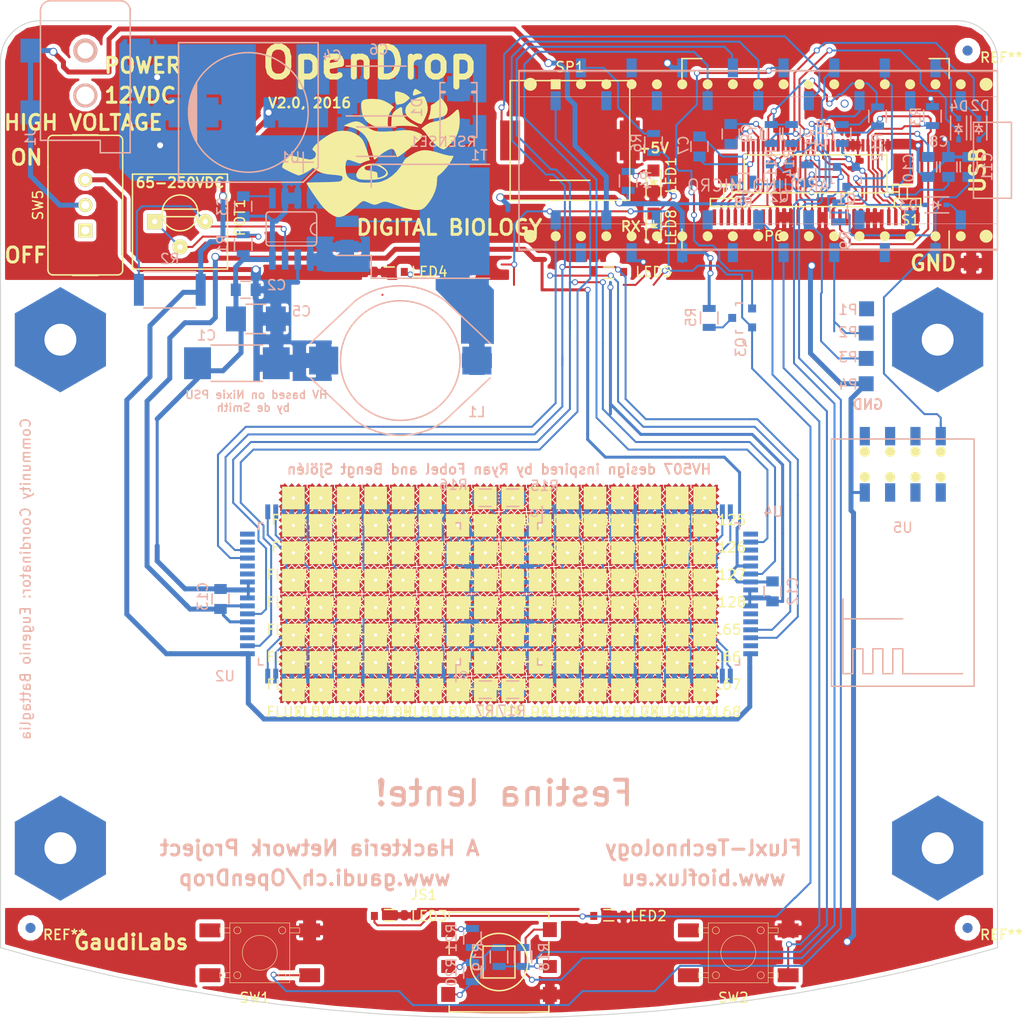
<source format=kicad_pcb>
(kicad_pcb (version 4) (host pcbnew 0.201604232031+6710~44~ubuntu14.04.1-product)
  (layers (0 F.Cu signal) (31 B.Cu signal) (34 B.Paste user) (35 F.Paste user) (36 B.SilkS user) (37 F.SilkS user) (38 B.Mask user) (39 F.Mask user) (44 Edge.Cuts user))
  (net 0 "")
  (net 1 "Net-(C1-Pad1)")
  (net 2 "Net-(D1-Pad2)")
  (net 3 "Net-(FLUXL1-Pad1)")
  (net 4 "Net-(FLUXL2-Pad1)")
  (net 5 "Net-(FLUXL3-Pad1)")
  (net 6 "Net-(FLUXL4-Pad1)")
  (net 7 "Net-(FLUXL5-Pad1)")
  (net 8 "Net-(FLUXL6-Pad1)")
  (net 9 "Net-(FLUXL7-Pad1)")
  (net 10 "Net-(FLUXL8-Pad1)")
  (net 11 "Net-(FLUXL9-Pad1)")
  (net 12 "Net-(FLUXL10-Pad1)")
  (net 13 "Net-(FLUXL11-Pad1)")
  (net 14 "Net-(FLUXL12-Pad1)")
  (net 15 "Net-(FLUXL13-Pad1)")
  (net 16 "Net-(FLUXL14-Pad1)")
  (net 17 "Net-(FLUXL15-Pad1)")
  (net 18 "Net-(FLUXL16-Pad1)")
  (net 19 "Net-(FLUXL17-Pad1)")
  (net 20 "Net-(FLUXL18-Pad1)")
  (net 21 "Net-(FLUXL19-Pad1)")
  (net 22 "Net-(FLUXL20-Pad1)")
  (net 23 "Net-(FLUXL21-Pad1)")
  (net 24 "Net-(FLUXL22-Pad1)")
  (net 25 "Net-(FLUXL23-Pad1)")
  (net 26 "Net-(FLUXL24-Pad1)")
  (net 27 "Net-(FLUXL25-Pad1)")
  (net 28 "Net-(FLUXL26-Pad1)")
  (net 29 "Net-(FLUXL27-Pad1)")
  (net 30 "Net-(FLUXL28-Pad1)")
  (net 31 "Net-(FLUXL29-Pad1)")
  (net 32 "Net-(FLUXL30-Pad1)")
  (net 33 "Net-(FLUXL31-Pad1)")
  (net 34 "Net-(FLUXL32-Pad1)")
  (net 35 "Net-(FLUXL33-Pad1)")
  (net 36 "Net-(FLUXL34-Pad1)")
  (net 37 "Net-(FLUXL35-Pad1)")
  (net 38 "Net-(FLUXL36-Pad1)")
  (net 39 "Net-(FLUXL37-Pad1)")
  (net 40 "Net-(FLUXL38-Pad1)")
  (net 41 "Net-(FLUXL39-Pad1)")
  (net 42 "Net-(FLUXL40-Pad1)")
  (net 43 "Net-(FLUXL41-Pad1)")
  (net 44 "Net-(FLUXL42-Pad1)")
  (net 45 "Net-(FLUXL43-Pad1)")
  (net 46 "Net-(FLUXL44-Pad1)")
  (net 47 "Net-(FLUXL45-Pad1)")
  (net 48 "Net-(FLUXL46-Pad1)")
  (net 49 "Net-(FLUXL47-Pad1)")
  (net 50 "Net-(FLUXL48-Pad1)")
  (net 51 "Net-(FLUXL49-Pad1)")
  (net 52 "Net-(FLUXL50-Pad1)")
  (net 53 "Net-(FLUXL51-Pad1)")
  (net 54 "Net-(FLUXL52-Pad1)")
  (net 55 "Net-(FLUXL53-Pad1)")
  (net 56 "Net-(FLUXL54-Pad1)")
  (net 57 "Net-(FLUXL55-Pad1)")
  (net 58 "Net-(FLUXL56-Pad1)")
  (net 59 "Net-(FLUXL57-Pad1)")
  (net 60 "Net-(FLUXL58-Pad1)")
  (net 61 "Net-(FLUXL59-Pad1)")
  (net 62 "Net-(FLUXL60-Pad1)")
  (net 63 "Net-(FLUXL61-Pad1)")
  (net 64 "Net-(FLUXL62-Pad1)")
  (net 65 "Net-(FLUXL63-Pad1)")
  (net 66 "Net-(FLUXL64-Pad1)")
  (net 67 GND)
  (net 68 "Net-(C3-Pad1)")
  (net 69 V_HV)
  (net 70 "Net-(RSENSE1-Pad1)")
  (net 71 "Net-(T1-Pad1)")
  (net 72 "Net-(C7-Pad1)")
  (net 73 "Net-(C7-Pad2)")
  (net 74 "Net-(C8-Pad1)")
  (net 75 "Net-(C9-Pad1)")
  (net 76 "Net-(C9-Pad2)")
  (net 77 "Net-(C10-Pad1)")
  (net 78 "Net-(FLUXL65-Pad1)")
  (net 79 "Net-(FLUXL66-Pad1)")
  (net 80 "Net-(FLUXL67-Pad1)")
  (net 81 "Net-(FLUXL68-Pad1)")
  (net 82 "Net-(FLUXL69-Pad1)")
  (net 83 "Net-(FLUXL70-Pad1)")
  (net 84 "Net-(FLUXL71-Pad1)")
  (net 85 "Net-(FLUXL72-Pad1)")
  (net 86 "Net-(FLUXL73-Pad1)")
  (net 87 "Net-(FLUXL74-Pad1)")
  (net 88 "Net-(FLUXL75-Pad1)")
  (net 89 "Net-(FLUXL76-Pad1)")
  (net 90 "Net-(FLUXL77-Pad1)")
  (net 91 "Net-(FLUXL78-Pad1)")
  (net 92 "Net-(FLUXL79-Pad1)")
  (net 93 "Net-(FLUXL80-Pad1)")
  (net 94 "Net-(FLUXL81-Pad1)")
  (net 95 "Net-(FLUXL82-Pad1)")
  (net 96 "Net-(FLUXL83-Pad1)")
  (net 97 "Net-(FLUXL84-Pad1)")
  (net 98 "Net-(FLUXL85-Pad1)")
  (net 99 "Net-(FLUXL86-Pad1)")
  (net 100 "Net-(FLUXL87-Pad1)")
  (net 101 "Net-(FLUXL88-Pad1)")
  (net 102 "Net-(FLUXL89-Pad1)")
  (net 103 "Net-(FLUXL90-Pad1)")
  (net 104 "Net-(FLUXL91-Pad1)")
  (net 105 "Net-(FLUXL92-Pad1)")
  (net 106 "Net-(FLUXL93-Pad1)")
  (net 107 "Net-(FLUXL94-Pad1)")
  (net 108 "Net-(FLUXL95-Pad1)")
  (net 109 "Net-(FLUXL96-Pad1)")
  (net 110 "Net-(FLUXL97-Pad1)")
  (net 111 "Net-(FLUXL98-Pad1)")
  (net 112 "Net-(FLUXL99-Pad1)")
  (net 113 "Net-(FLUXL100-Pad1)")
  (net 114 "Net-(FLUXL101-Pad1)")
  (net 115 "Net-(FLUXL102-Pad1)")
  (net 116 "Net-(FLUXL103-Pad1)")
  (net 117 "Net-(FLUXL104-Pad1)")
  (net 118 "Net-(FLUXL105-Pad1)")
  (net 119 "Net-(FLUXL106-Pad1)")
  (net 120 "Net-(FLUXL107-Pad1)")
  (net 121 "Net-(FLUXL108-Pad1)")
  (net 122 "Net-(FLUXL109-Pad1)")
  (net 123 "Net-(FLUXL110-Pad1)")
  (net 124 "Net-(FLUXL111-Pad1)")
  (net 125 "Net-(FLUXL112-Pad1)")
  (net 126 "Net-(FLUXL113-Pad1)")
  (net 127 "Net-(FLUXL114-Pad1)")
  (net 128 "Net-(FLUXL115-Pad1)")
  (net 129 "Net-(FLUXL116-Pad1)")
  (net 130 "Net-(FLUXL117-Pad1)")
  (net 131 "Net-(FLUXL118-Pad1)")
  (net 132 "Net-(FLUXL119-Pad1)")
  (net 133 "Net-(FLUXL120-Pad1)")
  (net 134 "Net-(FLUXL121-Pad1)")
  (net 135 "Net-(FLUXL122-Pad1)")
  (net 136 "Net-(FLUXL123-Pad1)")
  (net 137 "Net-(FLUXL124-Pad1)")
  (net 138 "Net-(FLUXL125-Pad1)")
  (net 139 "Net-(FLUXL126-Pad1)")
  (net 140 "Net-(FLUXL127-Pad1)")
  (net 141 "Net-(FLUXL128-Pad1)")
  (net 142 VIN)
  (net 143 "Net-(LED1-Pad2)")
  (net 144 +5V)
  (net 145 CLK)
  (net 146 LE)
  (net 147 3.3V)
  (net 148 DISP_CS)
  (net 149 "Net-(D2-Pad2)")
  (net 150 DISP_RES)
  (net 151 "Net-(D3-Pad2)")
  (net 152 "Net-(LED2-Pad2)")
  (net 153 DISP_SCL)
  (net 154 DISP_SDA)
  (net 155 SW1)
  (net 156 SW2)
  (net 157 DISP_DC)
  (net 158 "Net-(D4-Pad2)")
  (net 159 "Net-(P1-Pad1)")
  (net 160 "Net-(P2-Pad1)")
  (net 161 "Net-(P3-Pad1)")
  (net 162 V_READ_HV)
  (net 163 LED_LIGHT)
  (net 164 SPK)
  (net 165 "Net-(Q3-Pad3)")
  (net 166 "Net-(LED8-Pad2)")
  (net 167 RX_LED)
  (net 168 "Net-(POT1-Pad1)")
  (net 169 "Net-(JS1-Pad1)")
  (net 170 "Net-(JS1-Pad3)")
  (net 171 JOY)
  (net 172 "Net-(JS1-Pad2)")
  (net 173 SW3)
  (net 174 "Net-(U2-Pad26)")
  (net 175 BL)
  (net 176 DI)
  (net 177 "Net-(P6-Pad26)")
  (net 178 "Net-(P6-Pad19)")
  (net 179 "Net-(P6-Pad18)")
  (module GaudiLabsFootPrints:JoystickSMD_SKQUSeries (layer F.Cu) (at 100 136.425)
    (fp_text reference JS1 (at -7.54 -6.74) (layer F.SilkS))
    (fp_text value JoystickSMD)
    (pad 1 smd rect (at -5.1 -3.25) (size 1.4 1.5) (layers F.Cu F.Paste F.Mask) (net 169 "Net-(JS1-Pad1)"))
    (pad 6 smd rect (at 5.1 -3.25) (size 1.4 1.5) (layers F.Cu F.Paste F.Mask) (net 173 SW3))
    (pad 3 smd rect (at -5.1 3.25) (size 1.4 1.5) (layers F.Cu F.Paste F.Mask) (net 170 "Net-(JS1-Pad3)"))
    (pad 4 smd rect (at 5.1 3.25) (size 1.4 1.5) (layers F.Cu F.Paste F.Mask) (net 67 GND))
    (pad 2 smd rect (at -5.1 0.45) (size 1.4 1.3) (layers F.Cu F.Paste F.Mask) (net 172 "Net-(JS1-Pad2)"))
    (pad 5 smd rect (at 5.1 0.45) (size 1.4 1.3) (layers F.Cu F.Paste F.Mask) (net 171 JOY))
  )
  (module GaudiLabsFootPrints:ARDUINO_MICRO_SMD (layer B.Cu) (at 126 56)
    (fp_text reference U3 (at 0 -2.54) (layer B.SilkS) (effects (font (size 1.2 1.2)) (justify mirror)))
    (fp_text value ARDUINO_MICRO (at 0 2.54) (layer B.SilkS) (effects (font (size 1.2 1.2)) (justify mirror)))
    (pad 0 smd circle (at 22.86 -7.62) (size 1.3 1.3) (layers F.SilkS))
    (pad 0 smd circle (at 22.86 7.62 180) (size 1.3 1.3) (layers F.SilkS))
    (pad 0 smd circle (at -22.86 -7.62) (size 1.3 1.3) (layers F.SilkS))
    (pad 0 smd circle (at -22.86 7.62 180) (size 1.3 1.3) (layers F.SilkS))
    (pad 0 smd rect (at -20.32 -7.62) (size 1 1) (layers F.SilkS))
    (pad 0 smd circle (at 20.32 7.62 180) (size 1 1) (layers F.SilkS))
    (pad 0 smd circle (at 17.78 7.62 180) (size 1 1) (layers F.SilkS))
    (pad 0 smd circle (at 15.24 7.62 180) (size 1 1) (layers F.SilkS))
    (pad 0 smd circle (at 12.7 7.62 180) (size 1 1) (layers F.SilkS))
    (pad 0 smd circle (at 10.16 7.62 180) (size 1 1) (layers F.SilkS))
    (pad 0 smd circle (at 7.62 7.62 180) (size 1 1) (layers F.SilkS))
    (pad 0 smd circle (at 5.08 7.62 180) (size 1 1) (layers F.SilkS))
    (pad 0 smd circle (at 2.54 7.62 180) (size 1 1) (layers F.SilkS))
    (pad 0 smd circle (at 0 7.62 180) (size 1 1) (layers F.SilkS))
    (pad 0 smd circle (at -2.54 7.62 180) (size 1 1) (layers F.SilkS))
    (pad 0 smd circle (at -5.08 7.62 180) (size 1 1) (layers F.SilkS))
    (pad 0 smd circle (at -7.62 7.62 180) (size 1 1) (layers F.SilkS))
    (pad 0 smd circle (at -10.16 7.62 180) (size 1 1) (layers F.SilkS))
    (pad 0 smd circle (at -12.7 7.62 180) (size 1 1) (layers F.SilkS))
    (pad 0 smd circle (at -15.24 7.62 180) (size 1 1) (layers F.SilkS))
    (pad 0 smd circle (at -20.32 7.62 180) (size 1 1) (layers F.SilkS))
    (pad 18 smd rect (at 20.32 5.97 180) (size 1.02 1.9) (layers B.Cu B.Paste B.Mask) (net 150 DISP_RES))
    (pad 19 smd rect (at 17.78 9.27 180) (size 1.02 1.9) (layers B.Cu B.Paste B.Mask) (net 147 3.3V))
    (pad 20 smd rect (at 15.24 5.97 180) (size 1.02 1.9) (layers B.Cu B.Paste B.Mask))
    (pad 21 smd rect (at 12.7 9.27 180) (size 1.02 1.9) (layers B.Cu B.Paste B.Mask) (net 162 V_READ_HV))
    (pad 22 smd rect (at 10.16 5.97 180) (size 1.02 1.9) (layers B.Cu B.Paste B.Mask) (net 159 "Net-(P1-Pad1)"))
    (pad 23 smd rect (at 7.62 9.27 180) (size 1.02 1.9) (layers B.Cu B.Paste B.Mask) (net 160 "Net-(P2-Pad1)"))
    (pad 24 smd rect (at 5.08 5.97 180) (size 1.02 1.9) (layers B.Cu B.Paste B.Mask) (net 161 "Net-(P3-Pad1)"))
    (pad 25 smd rect (at 2.54 9.27 180) (size 1.02 1.9) (layers B.Cu B.Paste B.Mask) (net 171 JOY))
    (pad 26 smd rect (at 0 5.97 180) (size 1.02 1.9) (layers B.Cu B.Paste B.Mask) (net 156 SW2))
    (pad 27 smd rect (at -2.54 9.27 180) (size 1.02 1.9) (layers B.Cu B.Paste B.Mask))
    (pad 29 smd rect (at -7.62 9.27 180) (size 1.02 1.9) (layers B.Cu B.Paste B.Mask) (net 144 +5V))
    (pad 31 smd rect (at -12.7 9.27 180) (size 1.02 1.9) (layers B.Cu B.Paste B.Mask) (net 67 GND))
    (pad 33 smd rect (at -17.78 9.27 180) (size 1.02 1.9) (layers B.Cu B.Paste B.Mask))
    (pad 34 smd rect (at -20.32 5.97 180) (size 1.02 1.9) (layers B.Cu B.Paste B.Mask) (net 145 CLK))
    (pad 30 smd rect (at -10.16 5.97 180) (size 1.02 1.9) (layers B.Cu B.Paste B.Mask))
    (pad 32 smd rect (at -15.24 5.97 180) (size 1.02 1.9) (layers B.Cu B.Paste B.Mask) (net 142 VIN))
    (pad 28 smd rect (at -5.08 5.97 180) (size 1.02 1.9) (layers B.Cu B.Paste B.Mask))
    (pad 0 smd circle (at -17.78 7.62 180) (size 1 1) (layers F.SilkS))
    (pad 0 smd circle (at 17.78 -7.62) (size 1 1) (layers F.SilkS))
    (pad 13 smd rect (at 10.16 -5.97) (size 1.02 1.9) (layers B.Cu B.Paste B.Mask) (net 155 SW1))
    (pad 15 smd rect (at 15.24 -5.97) (size 1.02 1.9) (layers B.Cu B.Paste B.Mask) (net 153 DISP_SCL))
    (pad 11 smd rect (at 5.08 -5.97) (size 1.02 1.9) (layers B.Cu B.Paste B.Mask) (net 164 SPK))
    (pad 17 smd rect (at 20.32 -5.97) (size 1.02 1.9) (layers B.Cu B.Paste B.Mask) (net 148 DISP_CS))
    (pad 16 smd rect (at 17.78 -9.27) (size 1.02 1.9) (layers B.Cu B.Paste B.Mask) (net 157 DISP_DC))
    (pad 14 smd rect (at 12.7 -9.27) (size 1.02 1.9) (layers B.Cu B.Paste B.Mask) (net 154 DISP_SDA))
    (pad 12 smd rect (at 7.62 -9.27) (size 1.02 1.9) (layers B.Cu B.Paste B.Mask) (net 173 SW3))
    (pad 10 smd rect (at 2.54 -9.27) (size 1.02 1.9) (layers B.Cu B.Paste B.Mask) (net 163 LED_LIGHT))
    (pad 9 smd rect (at 0 -5.97) (size 1.02 1.9) (layers B.Cu B.Paste B.Mask) (net 146 LE))
    (pad 8 smd rect (at -2.54 -9.27) (size 1.02 1.9) (layers B.Cu B.Paste B.Mask) (net 175 BL))
    (pad 7 smd rect (at -5.08 -5.97) (size 1.02 1.9) (layers B.Cu B.Paste B.Mask))
    (pad 6 smd rect (at -7.62 -9.27) (size 1.02 1.9) (layers B.Cu B.Paste B.Mask) (net 67 GND))
    (pad 5 smd rect (at -10.16 -5.97) (size 1.02 1.9) (layers B.Cu B.Paste B.Mask))
    (pad 4 smd rect (at -12.7 -9.27) (size 1.02 1.9) (layers B.Cu B.Paste B.Mask))
    (pad 3 smd rect (at -15.24 -5.97) (size 1.02 1.9) (layers B.Cu B.Paste B.Mask))
    (pad 2 smd rect (at -17.78 -9.27) (size 1.02 1.9) (layers B.Cu B.Paste B.Mask) (net 167 RX_LED))
    (pad 1 smd rect (at -20.32 -5.97) (size 1.02 1.9) (layers B.Cu B.Paste B.Mask) (net 176 DI))
    (pad 0 smd circle (at 20.32 -7.62) (size 1 1) (layers F.SilkS))
    (pad 0 smd circle (at 15.24 -7.62) (size 1 1) (layers F.SilkS))
    (pad 0 smd circle (at 12.7 -7.62) (size 1 1) (layers F.SilkS))
    (pad 0 smd circle (at 10.16 -7.62) (size 1 1) (layers F.SilkS))
    (pad 0 smd circle (at 7.62 -7.62) (size 1 1) (layers F.SilkS))
    (pad 0 smd circle (at 5.08 -7.62) (size 1 1) (layers F.SilkS))
    (pad 0 smd circle (at 2.54 -7.62) (size 1 1) (layers F.SilkS))
    (pad 0 smd circle (at 0 -7.62) (size 1 1) (layers F.SilkS))
    (pad 0 smd circle (at -2.54 -7.62) (size 1 1) (layers F.SilkS))
    (pad 0 smd circle (at -5.08 -7.62) (size 1 1) (layers F.SilkS))
    (pad 0 smd circle (at -7.62 -7.62) (size 1 1) (layers F.SilkS))
    (pad 0 smd circle (at -10.16 -7.62) (size 1 1) (layers F.SilkS))
    (pad 0 smd circle (at -12.7 -7.62) (size 1 1) (layers F.SilkS))
    (pad 0 smd circle (at -15.24 -7.62) (size 1 1) (layers F.SilkS))
    (pad 0 smd circle (at -17.78 -7.62) (size 1 1) (layers F.SilkS))
  )
  (module Potentiometers:Potentiometer_Trimmer-Suntan-TSR-3386P (layer F.Cu) (at 65.456 62.154)
    (fp_text reference POT1 (at 8.55 -0.404 90) (layer F.SilkS))
    (fp_text value "5k Ohm")
    (pad 3 thru_hole circle (at 5.08 0) (size 1.51 1.51) (drill 0.51) (layers *.Cu *.Mask F.SilkS) (net 162 V_READ_HV))
    (pad 1 thru_hole rect (at 0 0) (size 1.51 1.51) (drill 0.51) (layers *.Cu *.Mask F.SilkS) (net 168 "Net-(POT1-Pad1)"))
    (pad 2 thru_hole circle (at 2.54 2.54) (size 1.51 1.51) (drill 0.51) (layers *.Cu *.Mask F.SilkS) (net 168 "Net-(POT1-Pad1)"))
  )
  (module GaudiLabsFootPrints:MountingHolePad_3x9mm (layer F.Cu) (at 56 74)
    (fp_text reference REF** hide)
    (fp_text value MountingHolePad_3mm)
    (fp_line (start 0 -4.6) (end 4 -2.3) (layer B.Cu) (width 1))
    (fp_line (start 4 -2.3) (end 4 2.3) (layer B.Cu) (width 1))
    (fp_line (start 4 2.3) (end 0 4.6) (layer B.Cu) (width 1))
    (fp_line (start 0 4.6) (end -4 2.3) (layer B.Cu) (width 1))
    (fp_line (start -4 2.3) (end -4 -2.3) (layer B.Cu) (width 1))
    (fp_line (start -4 -2.3) (end 0 -4.6) (layer B.Cu) (width 1))
    (fp_line (start 4.5 2.598) (end 0 5.196) (layer B.Cu) (width 0.15))
    (fp_line (start 0 5.196) (end -4.5 2.598) (layer B.Cu) (width 0.15))
    (fp_line (start -4.5 -2.598) (end 0 -5.196) (layer B.Cu) (width 0.15))
    (fp_line (start 0 -5.196) (end 4.5 -2.598) (layer B.Cu) (width 0.15))
    (fp_line (start 4.5 -2.598) (end 4.5 2.598) (layer B.Cu) (width 0.15))
    (fp_line (start -4.5 -2.598) (end -4.5 2.598) (layer B.Cu) (width 0.15))
    (pad "" np_thru_hole circle (at 0 0 90) (size 3.2 3.2) (drill 3.2) (layers *.Cu *.Mask))
    (pad 1 smd circle (at 0 0 100) (size 9 9) (layers B.Cu B.Paste B.Mask))
  )
  (module GaudiLabsFootPrints:MountingHolePad_3x9mm (layer F.Cu) (at 56 125)
    (fp_text reference REF** hide)
    (fp_text value MountingHolePad_3mm)
    (fp_line (start 0 -4.6) (end 4 -2.3) (layer B.Cu) (width 1))
    (fp_line (start 4 -2.3) (end 4 2.3) (layer B.Cu) (width 1))
    (fp_line (start 4 2.3) (end 0 4.6) (layer B.Cu) (width 1))
    (fp_line (start 0 4.6) (end -4 2.3) (layer B.Cu) (width 1))
    (fp_line (start -4 2.3) (end -4 -2.3) (layer B.Cu) (width 1))
    (fp_line (start -4 -2.3) (end 0 -4.6) (layer B.Cu) (width 1))
    (fp_line (start 4.5 2.598) (end 0 5.196) (layer B.Cu) (width 0.15))
    (fp_line (start 0 5.196) (end -4.5 2.598) (layer B.Cu) (width 0.15))
    (fp_line (start -4.5 -2.598) (end 0 -5.196) (layer B.Cu) (width 0.15))
    (fp_line (start 0 -5.196) (end 4.5 -2.598) (layer B.Cu) (width 0.15))
    (fp_line (start 4.5 -2.598) (end 4.5 2.598) (layer B.Cu) (width 0.15))
    (fp_line (start -4.5 -2.598) (end -4.5 2.598) (layer B.Cu) (width 0.15))
    (pad "" np_thru_hole circle (at 0 0 90) (size 3.2 3.2) (drill 3.2) (layers *.Cu *.Mask))
    (pad 1 smd circle (at 0 0 100) (size 9 9) (layers B.Cu B.Paste B.Mask))
  )
  (module GaudiLabsFootPrints:MountingHolePad_3x9mm (layer F.Cu) (at 144 125)
    (fp_text reference REF** hide)
    (fp_text value MountingHolePad_3mm)
    (fp_line (start 0 -4.6) (end 4 -2.3) (layer B.Cu) (width 1))
    (fp_line (start 4 -2.3) (end 4 2.3) (layer B.Cu) (width 1))
    (fp_line (start 4 2.3) (end 0 4.6) (layer B.Cu) (width 1))
    (fp_line (start 0 4.6) (end -4 2.3) (layer B.Cu) (width 1))
    (fp_line (start -4 2.3) (end -4 -2.3) (layer B.Cu) (width 1))
    (fp_line (start -4 -2.3) (end 0 -4.6) (layer B.Cu) (width 1))
    (fp_line (start 4.5 2.598) (end 0 5.196) (layer B.Cu) (width 0.15))
    (fp_line (start 0 5.196) (end -4.5 2.598) (layer B.Cu) (width 0.15))
    (fp_line (start -4.5 -2.598) (end 0 -5.196) (layer B.Cu) (width 0.15))
    (fp_line (start 0 -5.196) (end 4.5 -2.598) (layer B.Cu) (width 0.15))
    (fp_line (start 4.5 -2.598) (end 4.5 2.598) (layer B.Cu) (width 0.15))
    (fp_line (start -4.5 -2.598) (end -4.5 2.598) (layer B.Cu) (width 0.15))
    (pad "" np_thru_hole circle (at 0 0 90) (size 3.2 3.2) (drill 3.2) (layers *.Cu *.Mask))
    (pad 1 smd circle (at 0 0 100) (size 9 9) (layers B.Cu B.Paste B.Mask))
  )
  (module Resistors_SMD:R_2512 (layer B.Cu) (at 66.974 68.994 180)
    (fp_text reference R2 (at 0 3.1 180) (layer B.SilkS) (effects (justify mirror)))
    (fp_text value 1M5)
    (pad 1 smd rect (at -3.1 0 180) (size 1 3.2) (layers B.Cu B.Paste B.Mask) (net 69 V_HV))
    (pad 2 smd rect (at 3.1 0 180) (size 1 3.2) (layers B.Cu B.Paste B.Mask) (net 162 V_READ_HV))
  )
  (module Resistors_SMD:R_2010 (layer B.Cu) (at 87.675 54.135 180)
    (fp_text reference RSENSE1 (at -6.71 -0.002 180) (layer B.SilkS) (effects (justify mirror)))
    (fp_text value 0R050)
    (pad 1 smd rect (at -2.45 0 180) (size 1 2.5) (layers B.Cu B.Paste B.Mask) (net 70 "Net-(RSENSE1-Pad1)"))
    (pad 2 smd rect (at 2.45 0 180) (size 1 2.5) (layers B.Cu B.Paste B.Mask) (net 67 GND))
  )
  (module GaudiLabsFootPrints:Inductor_18.54x15.24 (layer B.Cu) (at 90.094 76.092)
    (fp_text reference L1 (at 7.662 5.158) (layer B.SilkS) (effects (justify mirror)))
    (fp_text value 100uH)
    (pad 1 smd rect (at -7.685 0) (size 2.92 2.79) (layers B.Cu B.Paste B.Mask) (net 1 "Net-(C1-Pad1)"))
    (pad 2 smd rect (at 7.685 0) (size 2.92 2.79) (layers B.Cu B.Paste B.Mask) (net 2 "Net-(D1-Pad2)"))
  )
  (module GaudiLabsFootPrints:D2PAK (layer B.Cu) (at 84.76 62.122 90)
    (fp_text reference T1 (at 6.622 13.246) (layer B.SilkS) (effects (justify mirror)))
    (fp_text value "IRF 840S")
    (pad 2 smd rect (at 0 0 90) (size 1.143 2.286) (layers B.Cu B.Paste B.Mask) (net 2 "Net-(D1-Pad2)"))
    (pad 2 smd rect (at 0 10.795 90) (size 10.80008 6.9977) (layers B.Cu B.Paste B.Mask) (net 2 "Net-(D1-Pad2)"))
    (pad 3 smd rect (at 2.54 0 90) (size 1.143 2.286) (layers B.Cu B.Paste B.Mask) (net 70 "Net-(RSENSE1-Pad1)"))
    (pad 1 smd rect (at -2.54 0 90) (size 1.143 2.286) (layers B.Cu B.Paste B.Mask) (net 71 "Net-(T1-Pad1)"))
  )
  (module Capacitors_SMD:C_0805 (layer B.Cu) (at 74.594 68.994 180)
    (fp_text reference C2 (at -3.096 0.476 180) (layer B.SilkS) (effects (justify mirror)))
    (fp_text value 100nF)
    (pad 1 smd rect (at -1 0 180) (size 1 1.25) (layers B.Cu B.Paste B.Mask) (net 1 "Net-(C1-Pad1)"))
    (pad 2 smd rect (at 1 0 180) (size 1 1.25) (layers B.Cu B.Paste B.Mask) (net 67 GND))
  )
  (module Capacitors_SMD:C_0805 (layer B.Cu) (at 74.34 60.612 270)
    (fp_text reference C3 (at 0 2.1 270) (layer B.SilkS) (effects (justify mirror)))
    (fp_text value 100nF)
    (pad 1 smd rect (at -1 0 270) (size 1 1.25) (layers B.Cu B.Paste B.Mask) (net 68 "Net-(C3-Pad1)"))
    (pad 2 smd rect (at 1 0 270) (size 1 1.25) (layers B.Cu B.Paste B.Mask) (net 67 GND))
  )
  (module Capacitors_SMD:C_1210_HandSoldering (layer B.Cu) (at 75.61 71.915 180)
    (fp_text reference C5 (at -4.572 0.762 180) (layer B.SilkS) (effects (justify mirror)))
    (fp_text value "10uF, 25V")
    (pad 1 smd rect (at -2 0 180) (size 2 2.5) (layers B.Cu B.Paste B.Mask) (net 1 "Net-(C1-Pad1)"))
    (pad 2 smd rect (at 2 0 180) (size 2 2.5) (layers B.Cu B.Paste B.Mask) (net 67 GND))
  )
  (module Resistors_SMD:R_0805 (layer B.Cu) (at 74.34 64.422 270)
    (fp_text reference R1 (at 0 2.1 270) (layer B.SilkS) (effects (justify mirror)))
    (fp_text value 8k)
    (pad 1 smd rect (at -0.95 0 270) (size 0.7 1.3) (layers B.Cu B.Paste B.Mask) (net 168 "Net-(POT1-Pad1)"))
    (pad 2 smd rect (at 0.95 0 270) (size 0.7 1.3) (layers B.Cu B.Paste B.Mask) (net 67 GND))
  )
  (module GaudiLabsFootPrints:C_SMD_12mm (layer B.Cu) (at 74.854 51.2)
    (fp_text reference C4 (at 8.402 -5.7) (layer B.SilkS) (effects (justify mirror)))
    (fp_text value "4u7, 250V")
    (pad 1 smd rect (at 5.5 0) (size 5 3) (layers B.Cu B.Paste B.Mask) (net 69 V_HV))
    (pad 2 smd rect (at -5.5 0) (size 5 3) (layers B.Cu B.Paste B.Mask) (net 67 GND))
  )
  (module Resistors_SMD:R_2512_HandSoldering (layer B.Cu) (at 73.705 76.36 180)
    (fp_text reference C1 (at 3.048 2.794 180) (layer B.SilkS) (effects (justify mirror)))
    (fp_text value "100uF, 35V")
    (pad 1 smd rect (at -3.95 0 180) (size 2.7 3.2) (layers B.Cu B.Paste B.Mask) (net 1 "Net-(C1-Pad1)"))
    (pad 2 smd rect (at 3.95 0 180) (size 2.7 3.2) (layers B.Cu B.Paste B.Mask) (net 67 GND))
  )
  (module GaudiLabsFootPrints:OLED_096_1 (layer F.Cu) (at 131.75 55)
    (fp_text reference S1 (at 9.506 7) (layer F.SilkS))
    (fp_text value OLED_DISPLAY)
    (pad 30 smd rect (at 7.25 -0.5) (size 0.3 1.25) (layers F.Cu F.Paste F.Mask) (net 67 GND))
    (pad 26 smd rect (at 5.25 -0.5) (size 0.3 1.25) (layers F.Cu F.Paste F.Mask) (net 177 "Net-(P6-Pad26)"))
    (pad 27 smd rect (at 5.75 -0.5) (size 0.3 1.25) (layers F.Cu F.Paste F.Mask) (net 77 "Net-(C10-Pad1)"))
    (pad 29 smd rect (at 6.75 -0.5) (size 0.3 1.25) (layers F.Cu F.Paste F.Mask) (net 67 GND))
    (pad 28 smd rect (at 6.25 -0.5) (size 0.3 1.25) (layers F.Cu F.Paste F.Mask) (net 74 "Net-(C8-Pad1)"))
    (pad 24 smd rect (at 4.25 -0.5) (size 0.3 1.25) (layers F.Cu F.Paste F.Mask) (net 67 GND))
    (pad 25 smd rect (at 4.75 -0.5) (size 0.3 1.25) (layers F.Cu F.Paste F.Mask) (net 67 GND))
    (pad 23 smd rect (at 3.75 -0.5) (size 0.3 1.25) (layers F.Cu F.Paste F.Mask) (net 67 GND))
    (pad 22 smd rect (at 3.25 -0.5) (size 0.3 1.25) (layers F.Cu F.Paste F.Mask) (net 67 GND))
    (pad 16 smd rect (at 0.25 -0.5) (size 0.3 1.25) (layers F.Cu F.Paste F.Mask) (net 67 GND))
    (pad 17 smd rect (at 0.75 -0.5) (size 0.3 1.25) (layers F.Cu F.Paste F.Mask) (net 67 GND))
    (pad 19 smd rect (at 1.75 -0.5) (size 0.3 1.25) (layers F.Cu F.Paste F.Mask) (net 178 "Net-(P6-Pad19)"))
    (pad 18 smd rect (at 1.25 -0.5) (size 0.3 1.25) (layers F.Cu F.Paste F.Mask) (net 179 "Net-(P6-Pad18)"))
    (pad 21 smd rect (at 2.75 -0.5) (size 0.3 1.25) (layers F.Cu F.Paste F.Mask) (net 67 GND))
    (pad 20 smd rect (at 2.25 -0.5) (size 0.3 1.25) (layers F.Cu F.Paste F.Mask))
    (pad 5 smd rect (at -5.25 -0.5) (size 0.3 1.25) (layers F.Cu F.Paste F.Mask) (net 76 "Net-(C9-Pad2)"))
    (pad 6 smd rect (at -4.75 -0.5) (size 0.3 1.25) (layers F.Cu F.Paste F.Mask) (net 147 3.3V))
    (pad 3 smd rect (at -6.25 -0.5) (size 0.3 1.25) (layers F.Cu F.Paste F.Mask) (net 73 "Net-(C7-Pad2)"))
    (pad 4 smd rect (at -5.75 -0.5) (size 0.3 1.25) (layers F.Cu F.Paste F.Mask) (net 75 "Net-(C9-Pad1)"))
    (pad 2 smd rect (at -6.75 -0.5) (size 0.3 1.25) (layers F.Cu F.Paste F.Mask) (net 72 "Net-(C7-Pad1)"))
    (pad 1 smd rect (at -7.25 -0.5) (size 0.3 1.25) (layers F.Cu F.Paste F.Mask))
    (pad 7 smd rect (at -4.25 -0.5) (size 0.3 1.25) (layers F.Cu F.Paste F.Mask))
    (pad 8 smd rect (at -3.75 -0.5) (size 0.3 1.25) (layers F.Cu F.Paste F.Mask) (net 67 GND))
    (pad 10 smd rect (at -2.75 -0.5) (size 0.3 1.25) (layers F.Cu F.Paste F.Mask) (net 67 GND))
    (pad 9 smd rect (at -3.25 -0.5) (size 0.3 1.25) (layers F.Cu F.Paste F.Mask) (net 147 3.3V))
    (pad 13 smd rect (at -1.25 -0.5) (size 0.3 1.25) (layers F.Cu F.Paste F.Mask) (net 149 "Net-(D2-Pad2)"))
    (pad 14 smd rect (at -0.75 -0.5) (size 0.3 1.25) (layers F.Cu F.Paste F.Mask) (net 151 "Net-(D3-Pad2)"))
    (pad 12 smd rect (at -1.75 -0.5) (size 0.3 1.25) (layers F.Cu F.Paste F.Mask) (net 67 GND))
    (pad 11 smd rect (at -2.25 -0.5) (size 0.3 1.25) (layers F.Cu F.Paste F.Mask) (net 67 GND))
    (pad "" smd rect (at -8.79 1.825) (size 2 3) (layers F.Cu F.Paste F.Mask))
    (pad "" smd rect (at 8.79 1.825) (size 2 3) (layers F.Cu F.Paste F.Mask))
    (pad 15 smd rect (at -0.25 -0.5) (size 0.3 1.25) (layers F.Cu F.Paste F.Mask) (net 158 "Net-(D4-Pad2)"))
  )
  (module Capacitors_SMD:C_0805 (layer B.Cu) (at 120.104 54.618 270)
    (fp_text reference C7 (at -0.118 1.598 270) (layer B.SilkS) (effects (justify mirror)))
    (fp_text value 1uF)
    (pad 1 smd rect (at -1 0 270) (size 1 1.25) (layers B.Cu B.Paste B.Mask) (net 72 "Net-(C7-Pad1)"))
    (pad 2 smd rect (at 1 0 270) (size 1 1.25) (layers B.Cu B.Paste B.Mask) (net 73 "Net-(C7-Pad2)"))
  )
  (module Capacitors_SMD:C_0805 (layer B.Cu) (at 145.082 56.669 90)
    (fp_text reference C8 (at 2.544 -0.972) (layer B.SilkS) (effects (justify mirror)))
    (fp_text value 2.2uF)
    (pad 1 smd rect (at -1 0 90) (size 1 1.25) (layers B.Cu B.Paste B.Mask) (net 74 "Net-(C8-Pad1)"))
    (pad 2 smd rect (at 1 0 90) (size 1 1.25) (layers B.Cu B.Paste B.Mask) (net 67 GND))
  )
  (module Capacitors_SMD:C_0805 (layer B.Cu) (at 123.238 53.367 90)
    (fp_text reference C9 (at 0.078 1.608 90) (layer B.SilkS) (effects (justify mirror)))
    (fp_text value 1uF)
    (pad 1 smd rect (at -1 0 90) (size 1 1.25) (layers B.Cu B.Paste B.Mask) (net 75 "Net-(C9-Pad1)"))
    (pad 2 smd rect (at 1 0 90) (size 1 1.25) (layers B.Cu B.Paste B.Mask) (net 76 "Net-(C9-Pad2)"))
  )
  (module Capacitors_SMD:C_0805 (layer B.Cu) (at 143.05 56.669 270)
    (fp_text reference C10 (at 0.112 1.958 270) (layer B.SilkS) (effects (justify mirror)))
    (fp_text value 2.2uF)
    (pad 1 smd rect (at -1 0 270) (size 1 1.25) (layers B.Cu B.Paste B.Mask) (net 77 "Net-(C10-Pad1)"))
    (pad 2 smd rect (at 1 0 270) (size 1 1.25) (layers B.Cu B.Paste B.Mask) (net 67 GND))
  )
  (module GaudiLabsFootPrints:ESP8266_SMD (layer B.Cu) (at 140.5 86.5 180)
    (fp_text reference U5 (at 0 -6.35 180) (layer B.SilkS) (effects (justify mirror)))
    (fp_text value ESP8266_SMD)
    (pad 2 smd rect (at -3.81 2.825 180) (size 1.02 1.85) (layers B.Cu B.Paste B.Mask) (net 147 3.3V))
    (pad 4 smd rect (at -1.27 2.825 180) (size 1.02 1.85) (layers B.Cu B.Paste B.Mask))
    (pad 6 smd rect (at 1.27 2.825 180) (size 1.02 1.85) (layers B.Cu B.Paste B.Mask))
    (pad 8 smd rect (at 3.81 2.825 180) (size 1.02 1.85) (layers B.Cu B.Paste B.Mask))
    (pad 1 smd rect (at -3.81 -2.825 180) (size 1.02 1.85) (layers B.Cu B.Paste B.Mask))
    (pad 3 smd rect (at -1.27 -2.825 180) (size 1.02 1.85) (layers B.Cu B.Paste B.Mask))
    (pad 5 smd rect (at 1.27 -2.825 180) (size 1.02 1.85) (layers B.Cu B.Paste B.Mask))
    (pad 7 smd rect (at 3.81 -2.825 180) (size 1.02 1.85) (layers B.Cu B.Paste B.Mask) (net 67 GND))
    (pad 0 smd circle (at -1.27 1.27 180) (size 1.02 1.02) (layers F.SilkS))
    (pad 0 smd circle (at 1.27 1.27 180) (size 1.02 1.02) (layers F.SilkS))
    (pad 0 smd circle (at 3.81 1.27 180) (size 1.02 1.02) (layers F.SilkS))
    (pad 0 smd circle (at -3.81 1.27 180) (size 1.02 1.02) (layers F.SilkS))
    (pad 0 smd circle (at -3.81 -1.27 180) (size 1.02 1.02) (layers F.SilkS))
    (pad 0 smd circle (at -1.27 -1.27 180) (size 1.02 1.02) (layers F.SilkS))
    (pad 0 smd circle (at 1.27 -1.27 180) (size 1.02 1.02) (layers F.SilkS))
    (pad 0 smd circle (at 3.81 -1.27 180) (size 1.02 1.02) (layers F.SilkS))
  )
  (module GaudiLabsFootPrints:DC_JACK_SMD (layer B.Cu) (at 58.5 45 270)
    (fp_text reference J1 (at 8.75 5.494 270) (layer B.SilkS) (effects (justify mirror)))
    (fp_text value DC_JACK)
    (pad "" np_thru_hole circle (at 4.5 0 270) (size 2.4 2.4) (drill 1.8) (layers *.Cu *.Mask B.SilkS))
    (pad 3 smd rect (at 0 5.5 270) (size 2.4 2) (layers B.Cu B.Paste B.Mask) (net 142 VIN))
    (pad 1 smd rect (at 0 -5.5 270) (size 2.4 2) (layers B.Cu B.Paste B.Mask) (net 67 GND))
    (pad 3 smd rect (at 6.2 5.5 270) (size 2.4 2) (layers B.Cu B.Paste B.Mask) (net 142 VIN))
    (pad 2 smd rect (at 6.2 -5.5 270) (size 2.4 2) (layers B.Cu B.Paste B.Mask) (net 67 GND))
    (pad "" np_thru_hole circle (at 0 0 270) (size 2.4 2.4) (drill 1.6) (layers *.Cu *.Mask B.SilkS))
  )
  (module GaudiLabsFootPrints:LED_SIDE (layer F.Cu) (at 111 131.8)
    (fp_text reference LED2 (at 3.992 0.006) (layer F.SilkS))
    (fp_text value LED)
    (pad 2 smd rect (at -1.5 0) (size 0.7 0.8) (layers F.Cu F.Paste F.Mask) (net 152 "Net-(LED2-Pad2)"))
    (pad 1 smd rect (at 1.5 0) (size 0.7 0.8) (layers F.Cu F.Paste F.Mask) (net 67 GND))
  )
  (module GaudiLabsFootPrints:LED_SIDE (layer F.Cu) (at 89 131.8)
    (fp_text reference LED3 (at 3.992 0.006) (layer F.SilkS))
    (fp_text value LED)
    (pad 2 smd rect (at -1.5 0) (size 0.7 0.8) (layers F.Cu F.Paste F.Mask) (net 152 "Net-(LED2-Pad2)"))
    (pad 1 smd rect (at 1.5 -0.053) (size 0.7 0.8) (layers F.Cu F.Paste F.Mask) (net 67 GND))
  )
  (module GaudiLabsFootPrints:LED_SIDE (layer F.Cu) (at 89 67.2 180)
    (fp_text reference LED4 (at -4.008 0.006 180) (layer F.SilkS))
    (fp_text value LED)
    (pad 2 smd rect (at -1.5 0 180) (size 0.7 0.8) (layers F.Cu F.Paste F.Mask) (net 152 "Net-(LED2-Pad2)"))
    (pad 1 smd rect (at 1.5 0 180) (size 0.7 0.8) (layers F.Cu F.Paste F.Mask) (net 67 GND))
  )
  (module GaudiLabsFootPrints:LED_SIDE (layer F.Cu) (at 111 67.2 180)
    (fp_text reference LED5 (at -4.506 0 180) (layer F.SilkS))
    (fp_text value LED)
    (pad 2 smd rect (at -1.5 0 180) (size 0.7 0.8) (layers F.Cu F.Paste F.Mask) (net 152 "Net-(LED2-Pad2)"))
    (pad 1 smd rect (at 1.5 0 180) (size 0.7 0.8) (layers F.Cu F.Paste F.Mask) (net 67 GND))
  )
  (module Resistors_SMD:R_0805 (layer B.Cu) (at 112.954 58.074 90)
    (fp_text reference R4 (at 0.074 1.802 90) (layer B.SilkS) (effects (justify mirror)))
    (fp_text value 390)
    (pad 1 smd rect (at -0.95 0 90) (size 0.7 1.3) (layers B.Cu B.Paste B.Mask) (net 144 +5V))
    (pad 2 smd rect (at 0.95 0 90) (size 0.7 1.3) (layers B.Cu B.Paste B.Mask) (net 143 "Net-(LED1-Pad2)"))
  )
  (module Resistors_SMD:R_0805 (layer B.Cu) (at 143.472 51.57 90)
    (fp_text reference R3 (at -0.045 -1.652 90) (layer B.SilkS) (effects (justify mirror)))
    (fp_text value 390k)
    (pad 1 smd rect (at -0.95 0 90) (size 0.7 1.3) (layers B.Cu B.Paste B.Mask) (net 177 "Net-(P6-Pad26)"))
    (pad 2 smd rect (at 0.95 0 90) (size 0.7 1.3) (layers B.Cu B.Paste B.Mask) (net 67 GND))
  )
  (module Capacitors_SMD:C_0805 (layer B.Cu) (at 147.114 56.669 270)
    (fp_text reference C11 (at -0.024 -1.856 270) (layer B.SilkS) (effects (justify mirror)))
    (fp_text value 100nF)
    (pad 1 smd rect (at 1 0 270) (size 1 1.25) (layers B.Cu B.Paste B.Mask) (net 147 3.3V))
    (pad 2 smd rect (at -1 0 270) (size 1 1.25) (layers B.Cu B.Paste B.Mask) (net 67 GND))
  )
  (module Diodes_SMD:SOD-323 (layer B.Cu) (at 148.13 52.859 270)
    (fp_text reference D2 (at -2.334 -0.13) (layer B.SilkS) (effects (justify mirror)))
    (fp_text value 1N4148)
    (pad 1 smd rect (at -1.055 0 270) (size 0.59 0.45) (layers B.Cu B.Paste B.Mask) (net 148 DISP_CS))
    (pad 2 smd rect (at 1.055 0 270) (size 0.59 0.45) (layers B.Cu B.Paste B.Mask) (net 149 "Net-(D2-Pad2)"))
  )
  (module Diodes_SMD:SOD-323 (layer B.Cu) (at 143.812 60.479 180)
    (fp_text reference D3 (at 2.732 0.004 180) (layer B.SilkS) (effects (justify mirror)))
    (fp_text value 1N4148)
    (pad 1 smd rect (at -1.055 0 180) (size 0.59 0.45) (layers B.Cu B.Paste B.Mask) (net 150 DISP_RES))
    (pad 2 smd rect (at 1.055 0 180) (size 0.59 0.45) (layers B.Cu B.Paste B.Mask) (net 151 "Net-(D3-Pad2)"))
  )
  (module TO_SOT_Packages_SMD:SOT-23 (layer B.Cu) (at 134.836 57.666)
    (fp_text reference Q1 (at 0 2.25) (layer B.SilkS) (effects (justify mirror)))
    (fp_text value BSS138)
    (pad 1 smd rect (at -0.95 -1.00076) (size 0.8001 0.8001) (layers B.Cu B.Paste B.Mask) (net 147 3.3V))
    (pad 2 smd rect (at 0.95 -1.00076) (size 0.8001 0.8001) (layers B.Cu B.Paste B.Mask) (net 179 "Net-(P6-Pad18)"))
    (pad 3 smd rect (at 0 0.99822) (size 0.8001 0.8001) (layers B.Cu B.Paste B.Mask) (net 153 DISP_SCL))
  )
  (module TO_SOT_Packages_SMD:SOT-23 (layer B.Cu) (at 128.105 57.412)
    (fp_text reference Q2 (at 0 2.25) (layer B.SilkS) (effects (justify mirror)))
    (fp_text value BSS138)
    (pad 1 smd rect (at -0.95 -1.00076) (size 0.8001 0.8001) (layers B.Cu B.Paste B.Mask) (net 147 3.3V))
    (pad 2 smd rect (at 0.95 -1.00076) (size 0.8001 0.8001) (layers B.Cu B.Paste B.Mask) (net 178 "Net-(P6-Pad19)"))
    (pad 3 smd rect (at 0 0.99822) (size 0.8001 0.8001) (layers B.Cu B.Paste B.Mask) (net 154 DISP_SDA))
  )
  (module Resistors_SMD:R_0805 (layer B.Cu) (at 121.082 71.814 90)
    (fp_text reference R5 (at 0.064 -1.826 90) (layer B.SilkS) (effects (justify mirror)))
    (fp_text value 10)
    (pad 1 smd rect (at -0.95 0 90) (size 0.7 1.3) (layers B.Cu B.Paste B.Mask) (net 165 "Net-(Q3-Pad3)"))
    (pad 2 smd rect (at 0.95 0 90) (size 0.7 1.3) (layers B.Cu B.Paste B.Mask) (net 144 +5V))
  )
  (module Resistors_SMD:R_0805 (layer B.Cu) (at 115.494 54.264 270)
    (fp_text reference R6 (at -0.014 1.738 270) (layer B.SilkS) (effects (justify mirror)))
    (fp_text value 390)
    (pad 1 smd rect (at -0.95 0 270) (size 0.7 1.3) (layers B.Cu B.Paste B.Mask) (net 167 RX_LED))
    (pad 2 smd rect (at 0.95 0 270) (size 0.7 1.3) (layers B.Cu B.Paste B.Mask) (net 166 "Net-(LED8-Pad2)"))
  )
  (module Resistors_SMD:R_0805 (layer B.Cu) (at 124.508 58.193)
    (fp_text reference R8 (at 0 2.1) (layer B.SilkS) (effects (justify mirror)))
    (fp_text value 10k)
    (pad 1 smd rect (at -0.95 0) (size 0.7 1.3) (layers B.Cu B.Paste B.Mask) (net 144 +5V))
    (pad 2 smd rect (at 0.95 0) (size 0.7 1.3) (layers B.Cu B.Paste B.Mask) (net 154 DISP_SDA))
  )
  (module Resistors_SMD:R_0805 (layer B.Cu) (at 134.074 61.222 90)
    (fp_text reference R9 (at -2.778 0.682 90) (layer B.SilkS) (effects (justify mirror)))
    (fp_text value 10k)
    (pad 1 smd rect (at -0.95 0 90) (size 0.7 1.3) (layers B.Cu B.Paste B.Mask) (net 144 +5V))
    (pad 2 smd rect (at 0.95 0 90) (size 0.7 1.3) (layers B.Cu B.Paste B.Mask) (net 153 DISP_SCL))
  )
  (module Resistors_SMD:R_0805 (layer B.Cu) (at 130.899 57.412 90)
    (fp_text reference R10 (at 3.162 0.357 90) (layer B.SilkS) (effects (justify mirror)))
    (fp_text value 10k)
    (pad 1 smd rect (at -0.95 0 90) (size 0.7 1.3) (layers B.Cu B.Paste B.Mask) (net 147 3.3V))
    (pad 2 smd rect (at 0.95 0 90) (size 0.7 1.3) (layers B.Cu B.Paste B.Mask) (net 151 "Net-(D3-Pad2)"))
  )
  (module Resistors_SMD:R_0805 (layer B.Cu) (at 127.302 53.367 270)
    (fp_text reference R11 (at 2.934 -0.036 270) (layer B.SilkS) (effects (justify mirror)))
    (fp_text value 10k)
    (pad 1 smd rect (at -0.95 0 270) (size 0.7 1.3) (layers B.Cu B.Paste B.Mask) (net 147 3.3V))
    (pad 2 smd rect (at 0.95 0 270) (size 0.7 1.3) (layers B.Cu B.Paste B.Mask) (net 149 "Net-(D2-Pad2)"))
  )
  (module Resistors_SMD:R_0805 (layer B.Cu) (at 137.97 51.589 270)
    (fp_text reference R12 (at 3.106 0.02 270) (layer B.SilkS) (effects (justify mirror)))
    (fp_text value 10k)
    (pad 1 smd rect (at -0.95 0 270) (size 0.7 1.3) (layers B.Cu B.Paste B.Mask) (net 147 3.3V))
    (pad 2 smd rect (at 0.95 0 270) (size 0.7 1.3) (layers B.Cu B.Paste B.Mask) (net 178 "Net-(P6-Pad19)"))
  )
  (module Resistors_SMD:R_0805 (layer B.Cu) (at 134.414 53.367 270)
    (fp_text reference R13 (at -0.102 1.944 270) (layer B.SilkS) (effects (justify mirror)))
    (fp_text value 10k)
    (pad 1 smd rect (at -0.95 0 270) (size 0.7 1.3) (layers B.Cu B.Paste B.Mask) (net 147 3.3V))
    (pad 2 smd rect (at 0.95 0 270) (size 0.7 1.3) (layers B.Cu B.Paste B.Mask) (net 179 "Net-(P6-Pad18)"))
  )
  (module Diodes_SMD:SOD-323 (layer B.Cu) (at 146.098 52.859 270)
    (fp_text reference D4 (at -2.274 -0.032) (layer B.SilkS) (effects (justify mirror)))
    (fp_text value 1N4148)
    (pad 1 smd rect (at -1.055 0 270) (size 0.59 0.45) (layers B.Cu B.Paste B.Mask) (net 157 DISP_DC))
    (pad 2 smd rect (at 1.055 0 270) (size 0.59 0.45) (layers B.Cu B.Paste B.Mask) (net 158 "Net-(D4-Pad2)"))
  )
  (module TO_SOT_Packages_SMD:SOT-23 (layer B.Cu) (at 124.384 71.814 270)
    (fp_text reference Q3 (at 2.936 0.128 270) (layer B.SilkS) (effects (justify mirror)))
    (fp_text value BSS138)
    (pad 1 smd rect (at -0.95 -1.00076 270) (size 0.8001 0.8001) (layers B.Cu B.Paste B.Mask) (net 163 LED_LIGHT))
    (pad 2 smd rect (at 0.95 -1.00076 270) (size 0.8001 0.8001) (layers B.Cu B.Paste B.Mask) (net 152 "Net-(LED2-Pad2)"))
    (pad 3 smd rect (at 0 0.99822 270) (size 0.8001 0.8001) (layers B.Cu B.Paste B.Mask) (net 165 "Net-(Q3-Pad3)"))
  )
  (module Resistors_SMD:R_0805 (layer B.Cu) (at 129.334 53.367 270)
    (fp_text reference R14 (at 2.934 0.246 270) (layer B.SilkS) (effects (justify mirror)))
    (fp_text value 10k)
    (pad 1 smd rect (at -0.95 0 270) (size 0.7 1.3) (layers B.Cu B.Paste B.Mask) (net 147 3.3V))
    (pad 2 smd rect (at 0.95 0 270) (size 0.7 1.3) (layers B.Cu B.Paste B.Mask) (net 158 "Net-(D4-Pad2)"))
  )
  (module GaudiLabsFootPrints:MountingHolePad_3x9mm (layer F.Cu) (at 144 74)
    (fp_text reference REF** hide)
    (fp_text value MountingHolePad_3mm)
    (fp_line (start 0 -4.6) (end 4 -2.3) (layer B.Cu) (width 1))
    (fp_line (start 4 -2.3) (end 4 2.3) (layer B.Cu) (width 1))
    (fp_line (start 4 2.3) (end 0 4.6) (layer B.Cu) (width 1))
    (fp_line (start 0 4.6) (end -4 2.3) (layer B.Cu) (width 1))
    (fp_line (start -4 2.3) (end -4 -2.3) (layer B.Cu) (width 1))
    (fp_line (start -4 -2.3) (end 0 -4.6) (layer B.Cu) (width 1))
    (fp_line (start 4.5 2.598) (end 0 5.196) (layer B.Cu) (width 0.15))
    (fp_line (start 0 5.196) (end -4.5 2.598) (layer B.Cu) (width 0.15))
    (fp_line (start -4.5 -2.598) (end 0 -5.196) (layer B.Cu) (width 0.15))
    (fp_line (start 0 -5.196) (end 4.5 -2.598) (layer B.Cu) (width 0.15))
    (fp_line (start 4.5 -2.598) (end 4.5 2.598) (layer B.Cu) (width 0.15))
    (fp_line (start -4.5 -2.598) (end -4.5 2.598) (layer B.Cu) (width 0.15))
    (pad "" np_thru_hole circle (at 0 0 90) (size 3.2 3.2) (drill 3.2) (layers *.Cu *.Mask))
    (pad 1 smd circle (at 0 0 100) (size 9 9) (layers B.Cu B.Paste B.Mask))
  )
  (module GaudiLabsLogos:FLUXL_S2 (layer F.Cu) (at 87.3 55.296)
    (fp_text reference G*** hide)
    (fp_text value LOGO hide)
  )
  (module Measurement_Points:Measurement_Point_Square-SMD-Pad_Small (layer B.Cu) (at 136.868 70.898)
    (fp_text reference P1 (at -1.862 0.102) (layer B.SilkS) (effects (justify mirror)))
    (fp_text value CONN_01X01)
    (pad 1 smd rect (at 0 0) (size 1.50114 1.50114) (layers B.Cu B.Paste B.Mask) (net 159 "Net-(P1-Pad1)"))
  )
  (module Measurement_Points:Measurement_Point_Square-SMD-Pad_Small (layer B.Cu) (at 136.83 73.338)
    (fp_text reference P2 (at -1.824 -0.088) (layer B.SilkS) (effects (justify mirror)))
    (fp_text value CONN_01X01)
    (pad 1 smd rect (at 0 0) (size 1.50114 1.50114) (layers B.Cu B.Paste B.Mask) (net 160 "Net-(P2-Pad1)"))
  )
  (module Measurement_Points:Measurement_Point_Square-SMD-Pad_Small (layer B.Cu) (at 136.83 75.878)
    (fp_text reference P3 (at -1.824 -0.128) (layer B.SilkS) (effects (justify mirror)))
    (fp_text value CONN_01X01)
    (pad 1 smd rect (at 0 0) (size 1.50114 1.50114) (layers B.Cu B.Paste B.Mask) (net 161 "Net-(P3-Pad1)"))
  )
  (module Measurement_Points:Measurement_Point_Square-SMD-Pad_Small (layer B.Cu) (at 136.83 78.418)
    (fp_text reference P4 (at -1.824 0.082) (layer B.SilkS) (effects (justify mirror)))
    (fp_text value CONN_01X01)
    (pad 1 smd rect (at 0 0) (size 1.50114 1.50114) (layers B.Cu B.Paste B.Mask) (net 67 GND))
  )
  (module Measurement_Points:Measurement_Point_Square-SMD-Pad_Small (layer F.Cu) (at 147.368 66.321)
    (fp_text reference P5 hide)
    (fp_text value CONN_01X01)
    (pad 1 smd rect (at 0 0) (size 1.50114 1.50114) (layers F.Cu F.Paste F.Mask) (net 67 GND))
  )
  (module LEDs:LED-0805 (layer F.Cu) (at 115.494 62.392 90)
    (fp_text reference LED8 (at -0.358 1.762 90) (layer F.SilkS))
    (fp_text value LED)
    (pad 2 smd rect (at 1.04902 0 270) (size 1.19888 1.19888) (layers F.Cu F.Paste F.Mask) (net 166 "Net-(LED8-Pad2)"))
    (pad 1 smd rect (at -1.04902 0 270) (size 1.19888 1.19888) (layers F.Cu F.Paste F.Mask) (net 67 GND))
  )
  (module LEDs:LED-0805 (layer F.Cu) (at 115.494 58.074 90)
    (fp_text reference LED1 (at 0.574 1.762 90) (layer F.SilkS))
    (fp_text value LED)
    (pad 2 smd rect (at 1.04902 0 270) (size 1.19888 1.19888) (layers F.Cu F.Paste F.Mask) (net 143 "Net-(LED1-Pad2)"))
    (pad 1 smd rect (at -1.04902 0 270) (size 1.19888 1.19888) (layers F.Cu F.Paste F.Mask) (net 67 GND))
  )
  (module Capacitors_SMD:C_0805 (layer B.Cu) (at 127.432 99.246 270)
    (fp_text reference C12 (at 0 -2.032 270) (layer B.SilkS) (effects (justify mirror)))
    (fp_text value 100nF)
    (pad 1 smd rect (at -1 0 270) (size 1 1.25) (layers B.Cu B.Paste B.Mask) (net 144 +5V))
    (pad 2 smd rect (at 1 0 270) (size 1 1.25) (layers B.Cu B.Paste B.Mask) (net 67 GND))
  )
  (module Capacitors_SMD:C_0805 (layer B.Cu) (at 72.06 100.008 90)
    (fp_text reference C13 (at 0.254 -1.778 90) (layer B.SilkS) (effects (justify mirror)))
    (fp_text value 100nF)
    (pad 1 smd rect (at -1 0 90) (size 1 1.25) (layers B.Cu B.Paste B.Mask) (net 144 +5V))
    (pad 2 smd rect (at 1 0 90) (size 1 1.25) (layers B.Cu B.Paste B.Mask) (net 67 GND))
  )
  (module GaudiLabsFootPrints:Switch_On-On (layer F.Cu) (at 58.5 60.5 90)
    (fp_text reference SW5 (at 0 -4.75 90) (layer F.SilkS))
    (fp_text value SPST)
    (pad 3 thru_hole rect (at -2.54 0 90) (size 1.397 1.397) (drill 0.8128) (layers *.Cu *.Mask F.SilkS))
    (pad 2 thru_hole circle (at 0 0 90) (size 1.397 1.397) (drill 0.8128) (layers *.Cu *.Mask F.SilkS) (net 142 VIN))
    (pad 1 thru_hole circle (at 2.54 0 90) (size 1.397 1.397) (drill 0.8128) (layers *.Cu *.Mask F.SilkS) (net 1 "Net-(C1-Pad1)"))
  )
  (module GaudiLabsFootPrints:SMD_PA12_Piezzo (layer F.Cu) (at 107.112 54.01)
    (fp_text reference SP1 (at 0 -7.366) (layer F.SilkS))
    (fp_text value SPEAKER)
    (pad 1 smd rect (at 6 0) (size 2 4) (layers F.Cu F.Paste F.Mask) (net 67 GND))
    (pad 2 smd rect (at -6 0) (size 2 4) (layers F.Cu F.Paste F.Mask) (net 164 SPK))
  )
  (module GaudiLabsFootPrints:R_0805_HeatPad (layer B.Cu) (at 98.62 109.104 180)
    (fp_text reference R7 (at 0.05 -2.1 180) (layer B.SilkS) (effects (justify mirror)))
    (fp_text value 10k)
    (pad 3 smd rect (at 0 0 180) (size 0.8 1.3) (layers B.Cu B.Paste B.Mask))
    (pad 1 smd rect (at -0.95 0 180) (size 0.7 1.3) (layers B.Cu B.Paste B.Mask))
    (pad 2 smd rect (at 0.95 0 180) (size 0.7 1.3) (layers B.Cu B.Paste B.Mask))
  )
  (module GaudiLabsFootPrints:R_0805_HeatPad (layer B.Cu) (at 101.37 89.854)
    (fp_text reference R15 (at 3.2 -1.2) (layer B.SilkS) (effects (justify mirror)))
    (fp_text value 10k)
    (pad 3 smd rect (at 0 0) (size 0.8 1.3) (layers B.Cu B.Paste B.Mask))
    (pad 1 smd rect (at -0.95 0) (size 0.7 1.3) (layers B.Cu B.Paste B.Mask))
    (pad 2 smd rect (at 0.95 0) (size 0.7 1.3) (layers B.Cu B.Paste B.Mask))
  )
  (module GaudiLabsFootPrints:R_0805_HeatPad (layer B.Cu) (at 98.62 89.854)
    (fp_text reference R16 (at -3.2 -1.3) (layer B.SilkS) (effects (justify mirror)))
    (fp_text value 10k)
    (pad 3 smd rect (at 0 0) (size 0.8 1.3) (layers B.Cu B.Paste B.Mask))
    (pad 1 smd rect (at -0.95 0) (size 0.7 1.3) (layers B.Cu B.Paste B.Mask))
    (pad 2 smd rect (at 0.95 0) (size 0.7 1.3) (layers B.Cu B.Paste B.Mask))
  )
  (module GaudiLabsFootPrints:R_0805_HeatPad (layer B.Cu) (at 101.37 109.104)
    (fp_text reference R17 (at -0.1 2.1) (layer B.SilkS) (effects (justify mirror)))
    (fp_text value 10k)
    (pad 3 smd rect (at 0 0) (size 0.8 1.3) (layers B.Cu B.Paste B.Mask))
    (pad 1 smd rect (at -0.95 0) (size 0.7 1.3) (layers B.Cu B.Paste B.Mask))
    (pad 2 smd rect (at 0.95 0) (size 0.7 1.3) (layers B.Cu B.Paste B.Mask))
  )
  (module GaudiLabsFootPrints:C100n_250V (layer B.Cu) (at 87.675 49.055)
    (fp_text reference C6 (at 0.26 -4.16) (layer B.SilkS) (effects (justify mirror)))
    (fp_text value "100nF, 250V")
    (pad 1 smd rect (at 2.9 0) (size 2 4.6) (layers B.Cu B.Paste B.Mask) (net 69 V_HV))
    (pad 2 smd rect (at -2.9 0) (size 2 4.6) (layers B.Cu B.Paste B.Mask) (net 67 GND))
  )
  (module GaudiLabsFootPrints:DO-214AA (layer B.Cu) (at 95.93 50.96 90)
    (fp_text reference D1 (at 0.26 -4.16 90) (layer B.SilkS) (effects (justify mirror)))
    (fp_text value ES2F)
    (pad 1 smd rect (at 2.15 0 90) (size 2.5 2.3) (layers B.Cu B.Paste B.Mask) (net 69 V_HV))
    (pad 2 smd rect (at -2.15 0 90) (size 2.5 2.3) (layers B.Cu B.Paste B.Mask) (net 2 "Net-(D1-Pad2)"))
  )
  (module GaudiLabsFootPrints:SO08 (layer B.Cu) (at 79.172 62.884 180)
    (fp_text reference U1 (at 0.12 7.18 180) (layer B.SilkS) (effects (justify mirror)))
    (fp_text value MAX1771ESA)
    (pad 5 smd rect (at 1.905 3.0734 180) (size 0.6604 2.032) (layers B.Cu B.Paste B.Mask) (net 68 "Net-(C3-Pad1)"))
    (pad 6 smd rect (at 0.635 3.0734 180) (size 0.6604 2.032) (layers B.Cu B.Paste B.Mask) (net 67 GND))
    (pad 7 smd rect (at -0.635 3.0734 180) (size 0.6604 2.032) (layers B.Cu B.Paste B.Mask) (net 67 GND))
    (pad 8 smd rect (at -1.905 3.0734 180) (size 0.6604 2.032) (layers B.Cu B.Paste B.Mask) (net 70 "Net-(RSENSE1-Pad1)"))
    (pad 1 smd rect (at -1.905 -3.0734 180) (size 0.6604 2.032) (layers B.Cu B.Paste B.Mask) (net 71 "Net-(T1-Pad1)"))
    (pad 2 smd rect (at -0.635 -3.0734 180) (size 0.6604 2.032) (layers B.Cu B.Paste B.Mask) (net 1 "Net-(C1-Pad1)"))
    (pad 3 smd rect (at 0.635 -3.0734 180) (size 0.6604 2.032) (layers B.Cu B.Paste B.Mask) (net 162 V_READ_HV))
    (pad 4 smd rect (at 1.905 -3.0734 180) (size 0.6604 2.032) (layers B.Cu B.Paste B.Mask) (net 67 GND))
  )
  (module Resistors_SMD:R_0805 (layer B.Cu) (at 102.41 135.917 90)
    (fp_text reference R18 (at 0 2.1 90) (layer B.SilkS) (effects (justify mirror)))
    (fp_text value 10k)
    (pad 1 smd rect (at -0.95 0 90) (size 0.7 1.3) (layers B.Cu B.Paste B.Mask) (net 171 JOY))
    (pad 2 smd rect (at 0.95 0 90) (size 0.7 1.3) (layers B.Cu B.Paste B.Mask) (net 144 +5V))
  )
  (module Resistors_SMD:R_0805 (layer B.Cu) (at 99.997 135.917 270)
    (fp_text reference R19 (at 0 2.1 270) (layer B.SilkS) (effects (justify mirror)))
    (fp_text value 10k)
    (pad 1 smd rect (at -0.95 0 270) (size 0.7 1.3) (layers B.Cu B.Paste B.Mask) (net 170 "Net-(JS1-Pad3)"))
    (pad 2 smd rect (at 0.95 0 270) (size 0.7 1.3) (layers B.Cu B.Paste B.Mask) (net 171 JOY))
  )
  (module Resistors_SMD:R_0805 (layer B.Cu) (at 97.33 137.441 270)
    (fp_text reference R20 (at 0 2.1 270) (layer B.SilkS) (effects (justify mirror)))
    (fp_text value 10k)
    (pad 1 smd rect (at -0.95 0 270) (size 0.7 1.3) (layers B.Cu B.Paste B.Mask) (net 172 "Net-(JS1-Pad2)"))
    (pad 2 smd rect (at 0.95 0 270) (size 0.7 1.3) (layers B.Cu B.Paste B.Mask) (net 170 "Net-(JS1-Pad3)"))
  )
  (module Resistors_SMD:R_0805 (layer B.Cu) (at 97.33 134.012 270)
    (fp_text reference R21 (at 0 2.1 270) (layer B.SilkS) (effects (justify mirror)))
    (fp_text value 10k)
    (pad 1 smd rect (at -0.95 0 270) (size 0.7 1.3) (layers B.Cu B.Paste B.Mask) (net 169 "Net-(JS1-Pad1)"))
    (pad 2 smd rect (at 0.95 0 270) (size 0.7 1.3) (layers B.Cu B.Paste B.Mask) (net 172 "Net-(JS1-Pad2)"))
  )
  (module GaudiLabsFootPrints:FLUXPAD_2_75_4MIL_4_5 (layer F.Cu) (at 79.375 89.875)
    (fp_text reference FLUXL1 (at 0.49 2.21) (layer F.SilkS))
    (fp_text value FX)
    (fp_line (start 1.17 0.39) (end 1.3 0.52) (layer F.Cu) (width 0.15))
    (fp_line (start 1.3 0.52) (end 1.17 0.64) (layer F.Cu) (width 0.15))
    (fp_line (start 1.17 0.64) (end 1.17 0.39) (layer F.Cu) (width 0.15))
    (fp_line (start 1.16 -0.3) (end 1.29 -0.17) (layer F.Cu) (width 0.15))
    (fp_line (start 1.29 -0.17) (end 1.16 -0.05) (layer F.Cu) (width 0.15))
    (fp_line (start 1.16 -0.05) (end 1.16 -0.3) (layer F.Cu) (width 0.15))
    (fp_line (start 1.07 -1.17) (end 1.18 -1.17) (layer F.Cu) (width 0.15))
    (fp_line (start 1.18 -1.17) (end 1.17 -0.72) (layer F.Cu) (width 0.15))
    (fp_line (start 1.17 -0.72) (end 1.27 -0.88) (layer F.Cu) (width 0.15))
    (fp_line (start -1.17 -0.39) (end -1.3 -0.52) (layer F.Cu) (width 0.15))
    (fp_line (start -1.3 -0.52) (end -1.17 -0.64) (layer F.Cu) (width 0.15))
    (fp_line (start -1.17 -0.64) (end -1.17 -0.39) (layer F.Cu) (width 0.15))
    (fp_line (start -1.16 0.3) (end -1.29 0.17) (layer F.Cu) (width 0.15))
    (fp_line (start -1.29 0.17) (end -1.16 0.05) (layer F.Cu) (width 0.15))
    (fp_line (start -1.16 0.05) (end -1.16 0.3) (layer F.Cu) (width 0.15))
    (fp_line (start -1.07 1.17) (end -1.18 1.17) (layer F.Cu) (width 0.15))
    (fp_line (start -1.18 1.17) (end -1.17 0.72) (layer F.Cu) (width 0.15))
    (fp_line (start -1.17 0.72) (end -1.27 0.88) (layer F.Cu) (width 0.15))
    (fp_line (start -0.39 1.17) (end -0.52 1.3) (layer F.Cu) (width 0.15))
    (fp_line (start -0.52 1.3) (end -0.64 1.17) (layer F.Cu) (width 0.15))
    (fp_line (start -0.64 1.17) (end -0.39 1.17) (layer F.Cu) (width 0.15))
    (fp_line (start 0.3 1.16) (end 0.17 1.29) (layer F.Cu) (width 0.15))
    (fp_line (start 0.17 1.29) (end 0.05 1.16) (layer F.Cu) (width 0.15))
    (fp_line (start 0.05 1.16) (end 0.3 1.16) (layer F.Cu) (width 0.15))
    (fp_line (start 1.17 1.07) (end 1.17 1.18) (layer F.Cu) (width 0.15))
    (fp_line (start 1.17 1.18) (end 0.72 1.17) (layer F.Cu) (width 0.15))
    (fp_line (start 0.72 1.17) (end 0.88 1.27) (layer F.Cu) (width 0.15))
    (fp_line (start 0.39 -1.17) (end 0.52 -1.3) (layer F.Cu) (width 0.15))
    (fp_line (start 0.52 -1.3) (end 0.64 -1.17) (layer F.Cu) (width 0.15))
    (fp_line (start 0.64 -1.17) (end 0.39 -1.17) (layer F.Cu) (width 0.15))
    (fp_line (start -0.3 -1.16) (end -0.17 -1.29) (layer F.Cu) (width 0.15))
    (fp_line (start -0.17 -1.29) (end -0.05 -1.16) (layer F.Cu) (width 0.15))
    (fp_line (start -0.05 -1.16) (end -0.3 -1.16) (layer F.Cu) (width 0.15))
    (fp_line (start -1.17 -1.07) (end -1.17 -1.18) (layer F.Cu) (width 0.15))
    (fp_line (start -1.17 -1.18) (end -0.72 -1.17) (layer F.Cu) (width 0.15))
    (fp_line (start -0.72 -1.17) (end -0.88 -1.27) (layer F.Cu) (width 0.15))
    (fp_line (start 1.411 -0.859) (end 1.275 -0.989) (layer F.Cu) (width 0.1))
    (fp_line (start 1.275 -0.989) (end 1.275 -1.275) (layer F.Cu) (width 0.1))
    (fp_line (start 1.275 -1.275) (end 1.074 -1.275) (layer F.Cu) (width 0.1))
    (fp_line (start 1.074 -1.275) (end 0.859 -1.051) (layer F.Cu) (width 0.1))
    (fp_line (start -1.411 0.859) (end -1.275 0.989) (layer F.Cu) (width 0.1))
    (fp_line (start -1.275 0.989) (end -1.275 1.275) (layer F.Cu) (width 0.1))
    (fp_line (start -1.275 1.275) (end -1.074 1.275) (layer F.Cu) (width 0.1))
    (fp_line (start -1.074 1.275) (end -0.859 1.051) (layer F.Cu) (width 0.1))
    (fp_line (start 0.859 1.411) (end 0.989 1.275) (layer F.Cu) (width 0.1))
    (fp_line (start 0.989 1.275) (end 1.275 1.275) (layer F.Cu) (width 0.1))
    (fp_line (start 1.275 1.275) (end 1.275 1.074) (layer F.Cu) (width 0.1))
    (fp_line (start 1.275 1.074) (end 1.051 0.859) (layer F.Cu) (width 0.1))
    (fp_line (start -0.859 -1.411) (end -0.989 -1.275) (layer F.Cu) (width 0.1))
    (fp_line (start -0.989 -1.275) (end -1.275 -1.275) (layer F.Cu) (width 0.1))
    (fp_line (start -1.275 -1.275) (end -1.275 -1.074) (layer F.Cu) (width 0.1))
    (fp_line (start -1.275 -1.074) (end -1.051 -0.859) (layer F.Cu) (width 0.1))
    (fp_line (start -0.859375 -1.411) (end -0.515625 -1.051) (layer F.Cu) (width 0.1))
    (fp_line (start 0.859375 1.411) (end 0.515625 1.051) (layer F.Cu) (width 0.1))
    (fp_line (start -1.411 0.859375) (end -1.051 0.515625) (layer F.Cu) (width 0.1))
    (fp_line (start 1.411 -0.859375) (end 1.051 -0.515625) (layer F.Cu) (width 0.1))
    (fp_line (start -0.515625 -1.051) (end -0.171875 -1.411) (layer F.Cu) (width 0.1))
    (fp_line (start -0.171875 -1.411) (end 0.171875 -1.051) (layer F.Cu) (width 0.1))
    (fp_line (start 0.515625 1.051) (end 0.171875 1.411) (layer F.Cu) (width 0.1))
    (fp_line (start 0.171875 1.411) (end -0.171875 1.051) (layer F.Cu) (width 0.1))
    (fp_line (start -1.051 0.515625) (end -1.411 0.171875) (layer F.Cu) (width 0.1))
    (fp_line (start -1.411 0.171875) (end -1.051 -0.171875) (layer F.Cu) (width 0.1))
    (fp_line (start 1.051 -0.515625) (end 1.411 -0.171875) (layer F.Cu) (width 0.1))
    (fp_line (start 1.411 -0.171875) (end 1.051 0.171875) (layer F.Cu) (width 0.1))
    (fp_line (start 0.171875 -1.051) (end 0.515625 -1.411) (layer F.Cu) (width 0.1))
    (fp_line (start 0.515625 -1.411) (end 0.859375 -1.051) (layer F.Cu) (width 0.1))
    (fp_line (start -0.171875 1.051) (end -0.515625 1.411) (layer F.Cu) (width 0.1))
    (fp_line (start -0.515625 1.411) (end -0.859375 1.051) (layer F.Cu) (width 0.1))
    (fp_line (start -1.051 -0.171875) (end -1.411 -0.515625) (layer F.Cu) (width 0.1))
    (fp_line (start -1.411 -0.515625) (end -1.051 -0.859375) (layer F.Cu) (width 0.1))
    (fp_line (start 1.051 0.171875) (end 1.411 0.515625) (layer F.Cu) (width 0.1))
    (fp_line (start 1.411 0.515625) (end 1.051 0.859375) (layer F.Cu) (width 0.1))
    (pad 1 thru_hole rect (at 0 0) (size 2.27 2.27) (drill 0.3) (layers F.Cu F.SilkS F.Mask) (net 3 "Net-(FLUXL1-Pad1)"))
    (pad 1 thru_hole circle (at 0 0) (size 0.6048 0.6048) (drill 0.3) (layers *.Cu *.Mask F.SilkS) (net 3 "Net-(FLUXL1-Pad1)"))
  )
  (module GaudiLabsFootPrints:FLUXPAD_2_75_4MIL_4_5 (layer F.Cu) (at 82.125 89.875)
    (fp_text reference FLUXL2 (at 0.49 2.21) (layer F.SilkS))
    (fp_text value FX)
    (fp_line (start 1.17 0.39) (end 1.3 0.52) (layer F.Cu) (width 0.15))
    (fp_line (start 1.3 0.52) (end 1.17 0.64) (layer F.Cu) (width 0.15))
    (fp_line (start 1.17 0.64) (end 1.17 0.39) (layer F.Cu) (width 0.15))
    (fp_line (start 1.16 -0.3) (end 1.29 -0.17) (layer F.Cu) (width 0.15))
    (fp_line (start 1.29 -0.17) (end 1.16 -0.05) (layer F.Cu) (width 0.15))
    (fp_line (start 1.16 -0.05) (end 1.16 -0.3) (layer F.Cu) (width 0.15))
    (fp_line (start 1.07 -1.17) (end 1.18 -1.17) (layer F.Cu) (width 0.15))
    (fp_line (start 1.18 -1.17) (end 1.17 -0.72) (layer F.Cu) (width 0.15))
    (fp_line (start 1.17 -0.72) (end 1.27 -0.88) (layer F.Cu) (width 0.15))
    (fp_line (start -1.17 -0.39) (end -1.3 -0.52) (layer F.Cu) (width 0.15))
    (fp_line (start -1.3 -0.52) (end -1.17 -0.64) (layer F.Cu) (width 0.15))
    (fp_line (start -1.17 -0.64) (end -1.17 -0.39) (layer F.Cu) (width 0.15))
    (fp_line (start -1.16 0.3) (end -1.29 0.17) (layer F.Cu) (width 0.15))
    (fp_line (start -1.29 0.17) (end -1.16 0.05) (layer F.Cu) (width 0.15))
    (fp_line (start -1.16 0.05) (end -1.16 0.3) (layer F.Cu) (width 0.15))
    (fp_line (start -1.07 1.17) (end -1.18 1.17) (layer F.Cu) (width 0.15))
    (fp_line (start -1.18 1.17) (end -1.17 0.72) (layer F.Cu) (width 0.15))
    (fp_line (start -1.17 0.72) (end -1.27 0.88) (layer F.Cu) (width 0.15))
    (fp_line (start -0.39 1.17) (end -0.52 1.3) (layer F.Cu) (width 0.15))
    (fp_line (start -0.52 1.3) (end -0.64 1.17) (layer F.Cu) (width 0.15))
    (fp_line (start -0.64 1.17) (end -0.39 1.17) (layer F.Cu) (width 0.15))
    (fp_line (start 0.3 1.16) (end 0.17 1.29) (layer F.Cu) (width 0.15))
    (fp_line (start 0.17 1.29) (end 0.05 1.16) (layer F.Cu) (width 0.15))
    (fp_line (start 0.05 1.16) (end 0.3 1.16) (layer F.Cu) (width 0.15))
    (fp_line (start 1.17 1.07) (end 1.17 1.18) (layer F.Cu) (width 0.15))
    (fp_line (start 1.17 1.18) (end 0.72 1.17) (layer F.Cu) (width 0.15))
    (fp_line (start 0.72 1.17) (end 0.88 1.27) (layer F.Cu) (width 0.15))
    (fp_line (start 0.39 -1.17) (end 0.52 -1.3) (layer F.Cu) (width 0.15))
    (fp_line (start 0.52 -1.3) (end 0.64 -1.17) (layer F.Cu) (width 0.15))
    (fp_line (start 0.64 -1.17) (end 0.39 -1.17) (layer F.Cu) (width 0.15))
    (fp_line (start -0.3 -1.16) (end -0.17 -1.29) (layer F.Cu) (width 0.15))
    (fp_line (start -0.17 -1.29) (end -0.05 -1.16) (layer F.Cu) (width 0.15))
    (fp_line (start -0.05 -1.16) (end -0.3 -1.16) (layer F.Cu) (width 0.15))
    (fp_line (start -1.17 -1.07) (end -1.17 -1.18) (layer F.Cu) (width 0.15))
    (fp_line (start -1.17 -1.18) (end -0.72 -1.17) (layer F.Cu) (width 0.15))
    (fp_line (start -0.72 -1.17) (end -0.88 -1.27) (layer F.Cu) (width 0.15))
    (fp_line (start 1.411 -0.859) (end 1.275 -0.989) (layer F.Cu) (width 0.1))
    (fp_line (start 1.275 -0.989) (end 1.275 -1.275) (layer F.Cu) (width 0.1))
    (fp_line (start 1.275 -1.275) (end 1.074 -1.275) (layer F.Cu) (width 0.1))
    (fp_line (start 1.074 -1.275) (end 0.859 -1.051) (layer F.Cu) (width 0.1))
    (fp_line (start -1.411 0.859) (end -1.275 0.989) (layer F.Cu) (width 0.1))
    (fp_line (start -1.275 0.989) (end -1.275 1.275) (layer F.Cu) (width 0.1))
    (fp_line (start -1.275 1.275) (end -1.074 1.275) (layer F.Cu) (width 0.1))
    (fp_line (start -1.074 1.275) (end -0.859 1.051) (layer F.Cu) (width 0.1))
    (fp_line (start 0.859 1.411) (end 0.989 1.275) (layer F.Cu) (width 0.1))
    (fp_line (start 0.989 1.275) (end 1.275 1.275) (layer F.Cu) (width 0.1))
    (fp_line (start 1.275 1.275) (end 1.275 1.074) (layer F.Cu) (width 0.1))
    (fp_line (start 1.275 1.074) (end 1.051 0.859) (layer F.Cu) (width 0.1))
    (fp_line (start -0.859 -1.411) (end -0.989 -1.275) (layer F.Cu) (width 0.1))
    (fp_line (start -0.989 -1.275) (end -1.275 -1.275) (layer F.Cu) (width 0.1))
    (fp_line (start -1.275 -1.275) (end -1.275 -1.074) (layer F.Cu) (width 0.1))
    (fp_line (start -1.275 -1.074) (end -1.051 -0.859) (layer F.Cu) (width 0.1))
    (fp_line (start -0.859375 -1.411) (end -0.515625 -1.051) (layer F.Cu) (width 0.1))
    (fp_line (start 0.859375 1.411) (end 0.515625 1.051) (layer F.Cu) (width 0.1))
    (fp_line (start -1.411 0.859375) (end -1.051 0.515625) (layer F.Cu) (width 0.1))
    (fp_line (start 1.411 -0.859375) (end 1.051 -0.515625) (layer F.Cu) (width 0.1))
    (fp_line (start -0.515625 -1.051) (end -0.171875 -1.411) (layer F.Cu) (width 0.1))
    (fp_line (start -0.171875 -1.411) (end 0.171875 -1.051) (layer F.Cu) (width 0.1))
    (fp_line (start 0.515625 1.051) (end 0.171875 1.411) (layer F.Cu) (width 0.1))
    (fp_line (start 0.171875 1.411) (end -0.171875 1.051) (layer F.Cu) (width 0.1))
    (fp_line (start -1.051 0.515625) (end -1.411 0.171875) (layer F.Cu) (width 0.1))
    (fp_line (start -1.411 0.171875) (end -1.051 -0.171875) (layer F.Cu) (width 0.1))
    (fp_line (start 1.051 -0.515625) (end 1.411 -0.171875) (layer F.Cu) (width 0.1))
    (fp_line (start 1.411 -0.171875) (end 1.051 0.171875) (layer F.Cu) (width 0.1))
    (fp_line (start 0.171875 -1.051) (end 0.515625 -1.411) (layer F.Cu) (width 0.1))
    (fp_line (start 0.515625 -1.411) (end 0.859375 -1.051) (layer F.Cu) (width 0.1))
    (fp_line (start -0.171875 1.051) (end -0.515625 1.411) (layer F.Cu) (width 0.1))
    (fp_line (start -0.515625 1.411) (end -0.859375 1.051) (layer F.Cu) (width 0.1))
    (fp_line (start -1.051 -0.171875) (end -1.411 -0.515625) (layer F.Cu) (width 0.1))
    (fp_line (start -1.411 -0.515625) (end -1.051 -0.859375) (layer F.Cu) (width 0.1))
    (fp_line (start 1.051 0.171875) (end 1.411 0.515625) (layer F.Cu) (width 0.1))
    (fp_line (start 1.411 0.515625) (end 1.051 0.859375) (layer F.Cu) (width 0.1))
    (pad 1 thru_hole rect (at 0 0) (size 2.27 2.27) (drill 0.3) (layers F.Cu F.SilkS F.Mask) (net 4 "Net-(FLUXL2-Pad1)"))
    (pad 1 thru_hole circle (at 0 0) (size 0.6048 0.6048) (drill 0.3) (layers *.Cu *.Mask F.SilkS) (net 4 "Net-(FLUXL2-Pad1)"))
  )
  (module GaudiLabsFootPrints:FLUXPAD_2_75_4MIL_4_5 (layer F.Cu) (at 84.875 89.875)
    (fp_text reference FLUXL3 (at 0.49 2.21) (layer F.SilkS))
    (fp_text value FX)
    (fp_line (start 1.17 0.39) (end 1.3 0.52) (layer F.Cu) (width 0.15))
    (fp_line (start 1.3 0.52) (end 1.17 0.64) (layer F.Cu) (width 0.15))
    (fp_line (start 1.17 0.64) (end 1.17 0.39) (layer F.Cu) (width 0.15))
    (fp_line (start 1.16 -0.3) (end 1.29 -0.17) (layer F.Cu) (width 0.15))
    (fp_line (start 1.29 -0.17) (end 1.16 -0.05) (layer F.Cu) (width 0.15))
    (fp_line (start 1.16 -0.05) (end 1.16 -0.3) (layer F.Cu) (width 0.15))
    (fp_line (start 1.07 -1.17) (end 1.18 -1.17) (layer F.Cu) (width 0.15))
    (fp_line (start 1.18 -1.17) (end 1.17 -0.72) (layer F.Cu) (width 0.15))
    (fp_line (start 1.17 -0.72) (end 1.27 -0.88) (layer F.Cu) (width 0.15))
    (fp_line (start -1.17 -0.39) (end -1.3 -0.52) (layer F.Cu) (width 0.15))
    (fp_line (start -1.3 -0.52) (end -1.17 -0.64) (layer F.Cu) (width 0.15))
    (fp_line (start -1.17 -0.64) (end -1.17 -0.39) (layer F.Cu) (width 0.15))
    (fp_line (start -1.16 0.3) (end -1.29 0.17) (layer F.Cu) (width 0.15))
    (fp_line (start -1.29 0.17) (end -1.16 0.05) (layer F.Cu) (width 0.15))
    (fp_line (start -1.16 0.05) (end -1.16 0.3) (layer F.Cu) (width 0.15))
    (fp_line (start -1.07 1.17) (end -1.18 1.17) (layer F.Cu) (width 0.15))
    (fp_line (start -1.18 1.17) (end -1.17 0.72) (layer F.Cu) (width 0.15))
    (fp_line (start -1.17 0.72) (end -1.27 0.88) (layer F.Cu) (width 0.15))
    (fp_line (start -0.39 1.17) (end -0.52 1.3) (layer F.Cu) (width 0.15))
    (fp_line (start -0.52 1.3) (end -0.64 1.17) (layer F.Cu) (width 0.15))
    (fp_line (start -0.64 1.17) (end -0.39 1.17) (layer F.Cu) (width 0.15))
    (fp_line (start 0.3 1.16) (end 0.17 1.29) (layer F.Cu) (width 0.15))
    (fp_line (start 0.17 1.29) (end 0.05 1.16) (layer F.Cu) (width 0.15))
    (fp_line (start 0.05 1.16) (end 0.3 1.16) (layer F.Cu) (width 0.15))
    (fp_line (start 1.17 1.07) (end 1.17 1.18) (layer F.Cu) (width 0.15))
    (fp_line (start 1.17 1.18) (end 0.72 1.17) (layer F.Cu) (width 0.15))
    (fp_line (start 0.72 1.17) (end 0.88 1.27) (layer F.Cu) (width 0.15))
    (fp_line (start 0.39 -1.17) (end 0.52 -1.3) (layer F.Cu) (width 0.15))
    (fp_line (start 0.52 -1.3) (end 0.64 -1.17) (layer F.Cu) (width 0.15))
    (fp_line (start 0.64 -1.17) (end 0.39 -1.17) (layer F.Cu) (width 0.15))
    (fp_line (start -0.3 -1.16) (end -0.17 -1.29) (layer F.Cu) (width 0.15))
    (fp_line (start -0.17 -1.29) (end -0.05 -1.16) (layer F.Cu) (width 0.15))
    (fp_line (start -0.05 -1.16) (end -0.3 -1.16) (layer F.Cu) (width 0.15))
    (fp_line (start -1.17 -1.07) (end -1.17 -1.18) (layer F.Cu) (width 0.15))
    (fp_line (start -1.17 -1.18) (end -0.72 -1.17) (layer F.Cu) (width 0.15))
    (fp_line (start -0.72 -1.17) (end -0.88 -1.27) (layer F.Cu) (width 0.15))
    (fp_line (start 1.411 -0.859) (end 1.275 -0.989) (layer F.Cu) (width 0.1))
    (fp_line (start 1.275 -0.989) (end 1.275 -1.275) (layer F.Cu) (width 0.1))
    (fp_line (start 1.275 -1.275) (end 1.074 -1.275) (layer F.Cu) (width 0.1))
    (fp_line (start 1.074 -1.275) (end 0.859 -1.051) (layer F.Cu) (width 0.1))
    (fp_line (start -1.411 0.859) (end -1.275 0.989) (layer F.Cu) (width 0.1))
    (fp_line (start -1.275 0.989) (end -1.275 1.275) (layer F.Cu) (width 0.1))
    (fp_line (start -1.275 1.275) (end -1.074 1.275) (layer F.Cu) (width 0.1))
    (fp_line (start -1.074 1.275) (end -0.859 1.051) (layer F.Cu) (width 0.1))
    (fp_line (start 0.859 1.411) (end 0.989 1.275) (layer F.Cu) (width 0.1))
    (fp_line (start 0.989 1.275) (end 1.275 1.275) (layer F.Cu) (width 0.1))
    (fp_line (start 1.275 1.275) (end 1.275 1.074) (layer F.Cu) (width 0.1))
    (fp_line (start 1.275 1.074) (end 1.051 0.859) (layer F.Cu) (width 0.1))
    (fp_line (start -0.859 -1.411) (end -0.989 -1.275) (layer F.Cu) (width 0.1))
    (fp_line (start -0.989 -1.275) (end -1.275 -1.275) (layer F.Cu) (width 0.1))
    (fp_line (start -1.275 -1.275) (end -1.275 -1.074) (layer F.Cu) (width 0.1))
    (fp_line (start -1.275 -1.074) (end -1.051 -0.859) (layer F.Cu) (width 0.1))
    (fp_line (start -0.859375 -1.411) (end -0.515625 -1.051) (layer F.Cu) (width 0.1))
    (fp_line (start 0.859375 1.411) (end 0.515625 1.051) (layer F.Cu) (width 0.1))
    (fp_line (start -1.411 0.859375) (end -1.051 0.515625) (layer F.Cu) (width 0.1))
    (fp_line (start 1.411 -0.859375) (end 1.051 -0.515625) (layer F.Cu) (width 0.1))
    (fp_line (start -0.515625 -1.051) (end -0.171875 -1.411) (layer F.Cu) (width 0.1))
    (fp_line (start -0.171875 -1.411) (end 0.171875 -1.051) (layer F.Cu) (width 0.1))
    (fp_line (start 0.515625 1.051) (end 0.171875 1.411) (layer F.Cu) (width 0.1))
    (fp_line (start 0.171875 1.411) (end -0.171875 1.051) (layer F.Cu) (width 0.1))
    (fp_line (start -1.051 0.515625) (end -1.411 0.171875) (layer F.Cu) (width 0.1))
    (fp_line (start -1.411 0.171875) (end -1.051 -0.171875) (layer F.Cu) (width 0.1))
    (fp_line (start 1.051 -0.515625) (end 1.411 -0.171875) (layer F.Cu) (width 0.1))
    (fp_line (start 1.411 -0.171875) (end 1.051 0.171875) (layer F.Cu) (width 0.1))
    (fp_line (start 0.171875 -1.051) (end 0.515625 -1.411) (layer F.Cu) (width 0.1))
    (fp_line (start 0.515625 -1.411) (end 0.859375 -1.051) (layer F.Cu) (width 0.1))
    (fp_line (start -0.171875 1.051) (end -0.515625 1.411) (layer F.Cu) (width 0.1))
    (fp_line (start -0.515625 1.411) (end -0.859375 1.051) (layer F.Cu) (width 0.1))
    (fp_line (start -1.051 -0.171875) (end -1.411 -0.515625) (layer F.Cu) (width 0.1))
    (fp_line (start -1.411 -0.515625) (end -1.051 -0.859375) (layer F.Cu) (width 0.1))
    (fp_line (start 1.051 0.171875) (end 1.411 0.515625) (layer F.Cu) (width 0.1))
    (fp_line (start 1.411 0.515625) (end 1.051 0.859375) (layer F.Cu) (width 0.1))
    (pad 1 thru_hole rect (at 0 0) (size 2.27 2.27) (drill 0.3) (layers F.Cu F.SilkS F.Mask) (net 5 "Net-(FLUXL3-Pad1)"))
    (pad 1 thru_hole circle (at 0 0) (size 0.6048 0.6048) (drill 0.3) (layers *.Cu *.Mask F.SilkS) (net 5 "Net-(FLUXL3-Pad1)"))
  )
  (module GaudiLabsFootPrints:FLUXPAD_2_75_4MIL_4_5 (layer F.Cu) (at 87.625 89.875)
    (fp_text reference FLUXL4 (at 0.49 2.21) (layer F.SilkS))
    (fp_text value FX)
    (fp_line (start 1.17 0.39) (end 1.3 0.52) (layer F.Cu) (width 0.15))
    (fp_line (start 1.3 0.52) (end 1.17 0.64) (layer F.Cu) (width 0.15))
    (fp_line (start 1.17 0.64) (end 1.17 0.39) (layer F.Cu) (width 0.15))
    (fp_line (start 1.16 -0.3) (end 1.29 -0.17) (layer F.Cu) (width 0.15))
    (fp_line (start 1.29 -0.17) (end 1.16 -0.05) (layer F.Cu) (width 0.15))
    (fp_line (start 1.16 -0.05) (end 1.16 -0.3) (layer F.Cu) (width 0.15))
    (fp_line (start 1.07 -1.17) (end 1.18 -1.17) (layer F.Cu) (width 0.15))
    (fp_line (start 1.18 -1.17) (end 1.17 -0.72) (layer F.Cu) (width 0.15))
    (fp_line (start 1.17 -0.72) (end 1.27 -0.88) (layer F.Cu) (width 0.15))
    (fp_line (start -1.17 -0.39) (end -1.3 -0.52) (layer F.Cu) (width 0.15))
    (fp_line (start -1.3 -0.52) (end -1.17 -0.64) (layer F.Cu) (width 0.15))
    (fp_line (start -1.17 -0.64) (end -1.17 -0.39) (layer F.Cu) (width 0.15))
    (fp_line (start -1.16 0.3) (end -1.29 0.17) (layer F.Cu) (width 0.15))
    (fp_line (start -1.29 0.17) (end -1.16 0.05) (layer F.Cu) (width 0.15))
    (fp_line (start -1.16 0.05) (end -1.16 0.3) (layer F.Cu) (width 0.15))
    (fp_line (start -1.07 1.17) (end -1.18 1.17) (layer F.Cu) (width 0.15))
    (fp_line (start -1.18 1.17) (end -1.17 0.72) (layer F.Cu) (width 0.15))
    (fp_line (start -1.17 0.72) (end -1.27 0.88) (layer F.Cu) (width 0.15))
    (fp_line (start -0.39 1.17) (end -0.52 1.3) (layer F.Cu) (width 0.15))
    (fp_line (start -0.52 1.3) (end -0.64 1.17) (layer F.Cu) (width 0.15))
    (fp_line (start -0.64 1.17) (end -0.39 1.17) (layer F.Cu) (width 0.15))
    (fp_line (start 0.3 1.16) (end 0.17 1.29) (layer F.Cu) (width 0.15))
    (fp_line (start 0.17 1.29) (end 0.05 1.16) (layer F.Cu) (width 0.15))
    (fp_line (start 0.05 1.16) (end 0.3 1.16) (layer F.Cu) (width 0.15))
    (fp_line (start 1.17 1.07) (end 1.17 1.18) (layer F.Cu) (width 0.15))
    (fp_line (start 1.17 1.18) (end 0.72 1.17) (layer F.Cu) (width 0.15))
    (fp_line (start 0.72 1.17) (end 0.88 1.27) (layer F.Cu) (width 0.15))
    (fp_line (start 0.39 -1.17) (end 0.52 -1.3) (layer F.Cu) (width 0.15))
    (fp_line (start 0.52 -1.3) (end 0.64 -1.17) (layer F.Cu) (width 0.15))
    (fp_line (start 0.64 -1.17) (end 0.39 -1.17) (layer F.Cu) (width 0.15))
    (fp_line (start -0.3 -1.16) (end -0.17 -1.29) (layer F.Cu) (width 0.15))
    (fp_line (start -0.17 -1.29) (end -0.05 -1.16) (layer F.Cu) (width 0.15))
    (fp_line (start -0.05 -1.16) (end -0.3 -1.16) (layer F.Cu) (width 0.15))
    (fp_line (start -1.17 -1.07) (end -1.17 -1.18) (layer F.Cu) (width 0.15))
    (fp_line (start -1.17 -1.18) (end -0.72 -1.17) (layer F.Cu) (width 0.15))
    (fp_line (start -0.72 -1.17) (end -0.88 -1.27) (layer F.Cu) (width 0.15))
    (fp_line (start 1.411 -0.859) (end 1.275 -0.989) (layer F.Cu) (width 0.1))
    (fp_line (start 1.275 -0.989) (end 1.275 -1.275) (layer F.Cu) (width 0.1))
    (fp_line (start 1.275 -1.275) (end 1.074 -1.275) (layer F.Cu) (width 0.1))
    (fp_line (start 1.074 -1.275) (end 0.859 -1.051) (layer F.Cu) (width 0.1))
    (fp_line (start -1.411 0.859) (end -1.275 0.989) (layer F.Cu) (width 0.1))
    (fp_line (start -1.275 0.989) (end -1.275 1.275) (layer F.Cu) (width 0.1))
    (fp_line (start -1.275 1.275) (end -1.074 1.275) (layer F.Cu) (width 0.1))
    (fp_line (start -1.074 1.275) (end -0.859 1.051) (layer F.Cu) (width 0.1))
    (fp_line (start 0.859 1.411) (end 0.989 1.275) (layer F.Cu) (width 0.1))
    (fp_line (start 0.989 1.275) (end 1.275 1.275) (layer F.Cu) (width 0.1))
    (fp_line (start 1.275 1.275) (end 1.275 1.074) (layer F.Cu) (width 0.1))
    (fp_line (start 1.275 1.074) (end 1.051 0.859) (layer F.Cu) (width 0.1))
    (fp_line (start -0.859 -1.411) (end -0.989 -1.275) (layer F.Cu) (width 0.1))
    (fp_line (start -0.989 -1.275) (end -1.275 -1.275) (layer F.Cu) (width 0.1))
    (fp_line (start -1.275 -1.275) (end -1.275 -1.074) (layer F.Cu) (width 0.1))
    (fp_line (start -1.275 -1.074) (end -1.051 -0.859) (layer F.Cu) (width 0.1))
    (fp_line (start -0.859375 -1.411) (end -0.515625 -1.051) (layer F.Cu) (width 0.1))
    (fp_line (start 0.859375 1.411) (end 0.515625 1.051) (layer F.Cu) (width 0.1))
    (fp_line (start -1.411 0.859375) (end -1.051 0.515625) (layer F.Cu) (width 0.1))
    (fp_line (start 1.411 -0.859375) (end 1.051 -0.515625) (layer F.Cu) (width 0.1))
    (fp_line (start -0.515625 -1.051) (end -0.171875 -1.411) (layer F.Cu) (width 0.1))
    (fp_line (start -0.171875 -1.411) (end 0.171875 -1.051) (layer F.Cu) (width 0.1))
    (fp_line (start 0.515625 1.051) (end 0.171875 1.411) (layer F.Cu) (width 0.1))
    (fp_line (start 0.171875 1.411) (end -0.171875 1.051) (layer F.Cu) (width 0.1))
    (fp_line (start -1.051 0.515625) (end -1.411 0.171875) (layer F.Cu) (width 0.1))
    (fp_line (start -1.411 0.171875) (end -1.051 -0.171875) (layer F.Cu) (width 0.1))
    (fp_line (start 1.051 -0.515625) (end 1.411 -0.171875) (layer F.Cu) (width 0.1))
    (fp_line (start 1.411 -0.171875) (end 1.051 0.171875) (layer F.Cu) (width 0.1))
    (fp_line (start 0.171875 -1.051) (end 0.515625 -1.411) (layer F.Cu) (width 0.1))
    (fp_line (start 0.515625 -1.411) (end 0.859375 -1.051) (layer F.Cu) (width 0.1))
    (fp_line (start -0.171875 1.051) (end -0.515625 1.411) (layer F.Cu) (width 0.1))
    (fp_line (start -0.515625 1.411) (end -0.859375 1.051) (layer F.Cu) (width 0.1))
    (fp_line (start -1.051 -0.171875) (end -1.411 -0.515625) (layer F.Cu) (width 0.1))
    (fp_line (start -1.411 -0.515625) (end -1.051 -0.859375) (layer F.Cu) (width 0.1))
    (fp_line (start 1.051 0.171875) (end 1.411 0.515625) (layer F.Cu) (width 0.1))
    (fp_line (start 1.411 0.515625) (end 1.051 0.859375) (layer F.Cu) (width 0.1))
    (pad 1 thru_hole rect (at 0 0) (size 2.27 2.27) (drill 0.3) (layers F.Cu F.SilkS F.Mask) (net 6 "Net-(FLUXL4-Pad1)"))
    (pad 1 thru_hole circle (at 0 0) (size 0.6048 0.6048) (drill 0.3) (layers *.Cu *.Mask F.SilkS) (net 6 "Net-(FLUXL4-Pad1)"))
  )
  (module GaudiLabsFootPrints:FLUXPAD_2_75_4MIL_4_5 (layer F.Cu) (at 90.375 89.875)
    (fp_text reference FLUXL5 (at 0.49 2.21) (layer F.SilkS))
    (fp_text value FX)
    (fp_line (start 1.17 0.39) (end 1.3 0.52) (layer F.Cu) (width 0.15))
    (fp_line (start 1.3 0.52) (end 1.17 0.64) (layer F.Cu) (width 0.15))
    (fp_line (start 1.17 0.64) (end 1.17 0.39) (layer F.Cu) (width 0.15))
    (fp_line (start 1.16 -0.3) (end 1.29 -0.17) (layer F.Cu) (width 0.15))
    (fp_line (start 1.29 -0.17) (end 1.16 -0.05) (layer F.Cu) (width 0.15))
    (fp_line (start 1.16 -0.05) (end 1.16 -0.3) (layer F.Cu) (width 0.15))
    (fp_line (start 1.07 -1.17) (end 1.18 -1.17) (layer F.Cu) (width 0.15))
    (fp_line (start 1.18 -1.17) (end 1.17 -0.72) (layer F.Cu) (width 0.15))
    (fp_line (start 1.17 -0.72) (end 1.27 -0.88) (layer F.Cu) (width 0.15))
    (fp_line (start -1.17 -0.39) (end -1.3 -0.52) (layer F.Cu) (width 0.15))
    (fp_line (start -1.3 -0.52) (end -1.17 -0.64) (layer F.Cu) (width 0.15))
    (fp_line (start -1.17 -0.64) (end -1.17 -0.39) (layer F.Cu) (width 0.15))
    (fp_line (start -1.16 0.3) (end -1.29 0.17) (layer F.Cu) (width 0.15))
    (fp_line (start -1.29 0.17) (end -1.16 0.05) (layer F.Cu) (width 0.15))
    (fp_line (start -1.16 0.05) (end -1.16 0.3) (layer F.Cu) (width 0.15))
    (fp_line (start -1.07 1.17) (end -1.18 1.17) (layer F.Cu) (width 0.15))
    (fp_line (start -1.18 1.17) (end -1.17 0.72) (layer F.Cu) (width 0.15))
    (fp_line (start -1.17 0.72) (end -1.27 0.88) (layer F.Cu) (width 0.15))
    (fp_line (start -0.39 1.17) (end -0.52 1.3) (layer F.Cu) (width 0.15))
    (fp_line (start -0.52 1.3) (end -0.64 1.17) (layer F.Cu) (width 0.15))
    (fp_line (start -0.64 1.17) (end -0.39 1.17) (layer F.Cu) (width 0.15))
    (fp_line (start 0.3 1.16) (end 0.17 1.29) (layer F.Cu) (width 0.15))
    (fp_line (start 0.17 1.29) (end 0.05 1.16) (layer F.Cu) (width 0.15))
    (fp_line (start 0.05 1.16) (end 0.3 1.16) (layer F.Cu) (width 0.15))
    (fp_line (start 1.17 1.07) (end 1.17 1.18) (layer F.Cu) (width 0.15))
    (fp_line (start 1.17 1.18) (end 0.72 1.17) (layer F.Cu) (width 0.15))
    (fp_line (start 0.72 1.17) (end 0.88 1.27) (layer F.Cu) (width 0.15))
    (fp_line (start 0.39 -1.17) (end 0.52 -1.3) (layer F.Cu) (width 0.15))
    (fp_line (start 0.52 -1.3) (end 0.64 -1.17) (layer F.Cu) (width 0.15))
    (fp_line (start 0.64 -1.17) (end 0.39 -1.17) (layer F.Cu) (width 0.15))
    (fp_line (start -0.3 -1.16) (end -0.17 -1.29) (layer F.Cu) (width 0.15))
    (fp_line (start -0.17 -1.29) (end -0.05 -1.16) (layer F.Cu) (width 0.15))
    (fp_line (start -0.05 -1.16) (end -0.3 -1.16) (layer F.Cu) (width 0.15))
    (fp_line (start -1.17 -1.07) (end -1.17 -1.18) (layer F.Cu) (width 0.15))
    (fp_line (start -1.17 -1.18) (end -0.72 -1.17) (layer F.Cu) (width 0.15))
    (fp_line (start -0.72 -1.17) (end -0.88 -1.27) (layer F.Cu) (width 0.15))
    (fp_line (start 1.411 -0.859) (end 1.275 -0.989) (layer F.Cu) (width 0.1))
    (fp_line (start 1.275 -0.989) (end 1.275 -1.275) (layer F.Cu) (width 0.1))
    (fp_line (start 1.275 -1.275) (end 1.074 -1.275) (layer F.Cu) (width 0.1))
    (fp_line (start 1.074 -1.275) (end 0.859 -1.051) (layer F.Cu) (width 0.1))
    (fp_line (start -1.411 0.859) (end -1.275 0.989) (layer F.Cu) (width 0.1))
    (fp_line (start -1.275 0.989) (end -1.275 1.275) (layer F.Cu) (width 0.1))
    (fp_line (start -1.275 1.275) (end -1.074 1.275) (layer F.Cu) (width 0.1))
    (fp_line (start -1.074 1.275) (end -0.859 1.051) (layer F.Cu) (width 0.1))
    (fp_line (start 0.859 1.411) (end 0.989 1.275) (layer F.Cu) (width 0.1))
    (fp_line (start 0.989 1.275) (end 1.275 1.275) (layer F.Cu) (width 0.1))
    (fp_line (start 1.275 1.275) (end 1.275 1.074) (layer F.Cu) (width 0.1))
    (fp_line (start 1.275 1.074) (end 1.051 0.859) (layer F.Cu) (width 0.1))
    (fp_line (start -0.859 -1.411) (end -0.989 -1.275) (layer F.Cu) (width 0.1))
    (fp_line (start -0.989 -1.275) (end -1.275 -1.275) (layer F.Cu) (width 0.1))
    (fp_line (start -1.275 -1.275) (end -1.275 -1.074) (layer F.Cu) (width 0.1))
    (fp_line (start -1.275 -1.074) (end -1.051 -0.859) (layer F.Cu) (width 0.1))
    (fp_line (start -0.859375 -1.411) (end -0.515625 -1.051) (layer F.Cu) (width 0.1))
    (fp_line (start 0.859375 1.411) (end 0.515625 1.051) (layer F.Cu) (width 0.1))
    (fp_line (start -1.411 0.859375) (end -1.051 0.515625) (layer F.Cu) (width 0.1))
    (fp_line (start 1.411 -0.859375) (end 1.051 -0.515625) (layer F.Cu) (width 0.1))
    (fp_line (start -0.515625 -1.051) (end -0.171875 -1.411) (layer F.Cu) (width 0.1))
    (fp_line (start -0.171875 -1.411) (end 0.171875 -1.051) (layer F.Cu) (width 0.1))
    (fp_line (start 0.515625 1.051) (end 0.171875 1.411) (layer F.Cu) (width 0.1))
    (fp_line (start 0.171875 1.411) (end -0.171875 1.051) (layer F.Cu) (width 0.1))
    (fp_line (start -1.051 0.515625) (end -1.411 0.171875) (layer F.Cu) (width 0.1))
    (fp_line (start -1.411 0.171875) (end -1.051 -0.171875) (layer F.Cu) (width 0.1))
    (fp_line (start 1.051 -0.515625) (end 1.411 -0.171875) (layer F.Cu) (width 0.1))
    (fp_line (start 1.411 -0.171875) (end 1.051 0.171875) (layer F.Cu) (width 0.1))
    (fp_line (start 0.171875 -1.051) (end 0.515625 -1.411) (layer F.Cu) (width 0.1))
    (fp_line (start 0.515625 -1.411) (end 0.859375 -1.051) (layer F.Cu) (width 0.1))
    (fp_line (start -0.171875 1.051) (end -0.515625 1.411) (layer F.Cu) (width 0.1))
    (fp_line (start -0.515625 1.411) (end -0.859375 1.051) (layer F.Cu) (width 0.1))
    (fp_line (start -1.051 -0.171875) (end -1.411 -0.515625) (layer F.Cu) (width 0.1))
    (fp_line (start -1.411 -0.515625) (end -1.051 -0.859375) (layer F.Cu) (width 0.1))
    (fp_line (start 1.051 0.171875) (end 1.411 0.515625) (layer F.Cu) (width 0.1))
    (fp_line (start 1.411 0.515625) (end 1.051 0.859375) (layer F.Cu) (width 0.1))
    (pad 1 thru_hole rect (at 0 0) (size 2.27 2.27) (drill 0.3) (layers F.Cu F.SilkS F.Mask) (net 7 "Net-(FLUXL5-Pad1)"))
    (pad 1 thru_hole circle (at 0 0) (size 0.6048 0.6048) (drill 0.3) (layers *.Cu *.Mask F.SilkS) (net 7 "Net-(FLUXL5-Pad1)"))
  )
  (module GaudiLabsFootPrints:FLUXPAD_2_75_4MIL_4_5 (layer F.Cu) (at 93.125 89.875)
    (fp_text reference FLUXL6 (at 0.49 2.21) (layer F.SilkS))
    (fp_text value FX)
    (fp_line (start 1.17 0.39) (end 1.3 0.52) (layer F.Cu) (width 0.15))
    (fp_line (start 1.3 0.52) (end 1.17 0.64) (layer F.Cu) (width 0.15))
    (fp_line (start 1.17 0.64) (end 1.17 0.39) (layer F.Cu) (width 0.15))
    (fp_line (start 1.16 -0.3) (end 1.29 -0.17) (layer F.Cu) (width 0.15))
    (fp_line (start 1.29 -0.17) (end 1.16 -0.05) (layer F.Cu) (width 0.15))
    (fp_line (start 1.16 -0.05) (end 1.16 -0.3) (layer F.Cu) (width 0.15))
    (fp_line (start 1.07 -1.17) (end 1.18 -1.17) (layer F.Cu) (width 0.15))
    (fp_line (start 1.18 -1.17) (end 1.17 -0.72) (layer F.Cu) (width 0.15))
    (fp_line (start 1.17 -0.72) (end 1.27 -0.88) (layer F.Cu) (width 0.15))
    (fp_line (start -1.17 -0.39) (end -1.3 -0.52) (layer F.Cu) (width 0.15))
    (fp_line (start -1.3 -0.52) (end -1.17 -0.64) (layer F.Cu) (width 0.15))
    (fp_line (start -1.17 -0.64) (end -1.17 -0.39) (layer F.Cu) (width 0.15))
    (fp_line (start -1.16 0.3) (end -1.29 0.17) (layer F.Cu) (width 0.15))
    (fp_line (start -1.29 0.17) (end -1.16 0.05) (layer F.Cu) (width 0.15))
    (fp_line (start -1.16 0.05) (end -1.16 0.3) (layer F.Cu) (width 0.15))
    (fp_line (start -1.07 1.17) (end -1.18 1.17) (layer F.Cu) (width 0.15))
    (fp_line (start -1.18 1.17) (end -1.17 0.72) (layer F.Cu) (width 0.15))
    (fp_line (start -1.17 0.72) (end -1.27 0.88) (layer F.Cu) (width 0.15))
    (fp_line (start -0.39 1.17) (end -0.52 1.3) (layer F.Cu) (width 0.15))
    (fp_line (start -0.52 1.3) (end -0.64 1.17) (layer F.Cu) (width 0.15))
    (fp_line (start -0.64 1.17) (end -0.39 1.17) (layer F.Cu) (width 0.15))
    (fp_line (start 0.3 1.16) (end 0.17 1.29) (layer F.Cu) (width 0.15))
    (fp_line (start 0.17 1.29) (end 0.05 1.16) (layer F.Cu) (width 0.15))
    (fp_line (start 0.05 1.16) (end 0.3 1.16) (layer F.Cu) (width 0.15))
    (fp_line (start 1.17 1.07) (end 1.17 1.18) (layer F.Cu) (width 0.15))
    (fp_line (start 1.17 1.18) (end 0.72 1.17) (layer F.Cu) (width 0.15))
    (fp_line (start 0.72 1.17) (end 0.88 1.27) (layer F.Cu) (width 0.15))
    (fp_line (start 0.39 -1.17) (end 0.52 -1.3) (layer F.Cu) (width 0.15))
    (fp_line (start 0.52 -1.3) (end 0.64 -1.17) (layer F.Cu) (width 0.15))
    (fp_line (start 0.64 -1.17) (end 0.39 -1.17) (layer F.Cu) (width 0.15))
    (fp_line (start -0.3 -1.16) (end -0.17 -1.29) (layer F.Cu) (width 0.15))
    (fp_line (start -0.17 -1.29) (end -0.05 -1.16) (layer F.Cu) (width 0.15))
    (fp_line (start -0.05 -1.16) (end -0.3 -1.16) (layer F.Cu) (width 0.15))
    (fp_line (start -1.17 -1.07) (end -1.17 -1.18) (layer F.Cu) (width 0.15))
    (fp_line (start -1.17 -1.18) (end -0.72 -1.17) (layer F.Cu) (width 0.15))
    (fp_line (start -0.72 -1.17) (end -0.88 -1.27) (layer F.Cu) (width 0.15))
    (fp_line (start 1.411 -0.859) (end 1.275 -0.989) (layer F.Cu) (width 0.1))
    (fp_line (start 1.275 -0.989) (end 1.275 -1.275) (layer F.Cu) (width 0.1))
    (fp_line (start 1.275 -1.275) (end 1.074 -1.275) (layer F.Cu) (width 0.1))
    (fp_line (start 1.074 -1.275) (end 0.859 -1.051) (layer F.Cu) (width 0.1))
    (fp_line (start -1.411 0.859) (end -1.275 0.989) (layer F.Cu) (width 0.1))
    (fp_line (start -1.275 0.989) (end -1.275 1.275) (layer F.Cu) (width 0.1))
    (fp_line (start -1.275 1.275) (end -1.074 1.275) (layer F.Cu) (width 0.1))
    (fp_line (start -1.074 1.275) (end -0.859 1.051) (layer F.Cu) (width 0.1))
    (fp_line (start 0.859 1.411) (end 0.989 1.275) (layer F.Cu) (width 0.1))
    (fp_line (start 0.989 1.275) (end 1.275 1.275) (layer F.Cu) (width 0.1))
    (fp_line (start 1.275 1.275) (end 1.275 1.074) (layer F.Cu) (width 0.1))
    (fp_line (start 1.275 1.074) (end 1.051 0.859) (layer F.Cu) (width 0.1))
    (fp_line (start -0.859 -1.411) (end -0.989 -1.275) (layer F.Cu) (width 0.1))
    (fp_line (start -0.989 -1.275) (end -1.275 -1.275) (layer F.Cu) (width 0.1))
    (fp_line (start -1.275 -1.275) (end -1.275 -1.074) (layer F.Cu) (width 0.1))
    (fp_line (start -1.275 -1.074) (end -1.051 -0.859) (layer F.Cu) (width 0.1))
    (fp_line (start -0.859375 -1.411) (end -0.515625 -1.051) (layer F.Cu) (width 0.1))
    (fp_line (start 0.859375 1.411) (end 0.515625 1.051) (layer F.Cu) (width 0.1))
    (fp_line (start -1.411 0.859375) (end -1.051 0.515625) (layer F.Cu) (width 0.1))
    (fp_line (start 1.411 -0.859375) (end 1.051 -0.515625) (layer F.Cu) (width 0.1))
    (fp_line (start -0.515625 -1.051) (end -0.171875 -1.411) (layer F.Cu) (width 0.1))
    (fp_line (start -0.171875 -1.411) (end 0.171875 -1.051) (layer F.Cu) (width 0.1))
    (fp_line (start 0.515625 1.051) (end 0.171875 1.411) (layer F.Cu) (width 0.1))
    (fp_line (start 0.171875 1.411) (end -0.171875 1.051) (layer F.Cu) (width 0.1))
    (fp_line (start -1.051 0.515625) (end -1.411 0.171875) (layer F.Cu) (width 0.1))
    (fp_line (start -1.411 0.171875) (end -1.051 -0.171875) (layer F.Cu) (width 0.1))
    (fp_line (start 1.051 -0.515625) (end 1.411 -0.171875) (layer F.Cu) (width 0.1))
    (fp_line (start 1.411 -0.171875) (end 1.051 0.171875) (layer F.Cu) (width 0.1))
    (fp_line (start 0.171875 -1.051) (end 0.515625 -1.411) (layer F.Cu) (width 0.1))
    (fp_line (start 0.515625 -1.411) (end 0.859375 -1.051) (layer F.Cu) (width 0.1))
    (fp_line (start -0.171875 1.051) (end -0.515625 1.411) (layer F.Cu) (width 0.1))
    (fp_line (start -0.515625 1.411) (end -0.859375 1.051) (layer F.Cu) (width 0.1))
    (fp_line (start -1.051 -0.171875) (end -1.411 -0.515625) (layer F.Cu) (width 0.1))
    (fp_line (start -1.411 -0.515625) (end -1.051 -0.859375) (layer F.Cu) (width 0.1))
    (fp_line (start 1.051 0.171875) (end 1.411 0.515625) (layer F.Cu) (width 0.1))
    (fp_line (start 1.411 0.515625) (end 1.051 0.859375) (layer F.Cu) (width 0.1))
    (pad 1 thru_hole rect (at 0 0) (size 2.27 2.27) (drill 0.3) (layers F.Cu F.SilkS F.Mask) (net 8 "Net-(FLUXL6-Pad1)"))
    (pad 1 thru_hole circle (at 0 0) (size 0.6048 0.6048) (drill 0.3) (layers *.Cu *.Mask F.SilkS) (net 8 "Net-(FLUXL6-Pad1)"))
  )
  (module GaudiLabsFootPrints:FLUXPAD_2_75_4MIL_4_5 (layer F.Cu) (at 95.875 89.875)
    (fp_text reference FLUXL7 (at 0.49 2.21) (layer F.SilkS))
    (fp_text value FX)
    (fp_line (start 1.17 0.39) (end 1.3 0.52) (layer F.Cu) (width 0.15))
    (fp_line (start 1.3 0.52) (end 1.17 0.64) (layer F.Cu) (width 0.15))
    (fp_line (start 1.17 0.64) (end 1.17 0.39) (layer F.Cu) (width 0.15))
    (fp_line (start 1.16 -0.3) (end 1.29 -0.17) (layer F.Cu) (width 0.15))
    (fp_line (start 1.29 -0.17) (end 1.16 -0.05) (layer F.Cu) (width 0.15))
    (fp_line (start 1.16 -0.05) (end 1.16 -0.3) (layer F.Cu) (width 0.15))
    (fp_line (start 1.07 -1.17) (end 1.18 -1.17) (layer F.Cu) (width 0.15))
    (fp_line (start 1.18 -1.17) (end 1.17 -0.72) (layer F.Cu) (width 0.15))
    (fp_line (start 1.17 -0.72) (end 1.27 -0.88) (layer F.Cu) (width 0.15))
    (fp_line (start -1.17 -0.39) (end -1.3 -0.52) (layer F.Cu) (width 0.15))
    (fp_line (start -1.3 -0.52) (end -1.17 -0.64) (layer F.Cu) (width 0.15))
    (fp_line (start -1.17 -0.64) (end -1.17 -0.39) (layer F.Cu) (width 0.15))
    (fp_line (start -1.16 0.3) (end -1.29 0.17) (layer F.Cu) (width 0.15))
    (fp_line (start -1.29 0.17) (end -1.16 0.05) (layer F.Cu) (width 0.15))
    (fp_line (start -1.16 0.05) (end -1.16 0.3) (layer F.Cu) (width 0.15))
    (fp_line (start -1.07 1.17) (end -1.18 1.17) (layer F.Cu) (width 0.15))
    (fp_line (start -1.18 1.17) (end -1.17 0.72) (layer F.Cu) (width 0.15))
    (fp_line (start -1.17 0.72) (end -1.27 0.88) (layer F.Cu) (width 0.15))
    (fp_line (start -0.39 1.17) (end -0.52 1.3) (layer F.Cu) (width 0.15))
    (fp_line (start -0.52 1.3) (end -0.64 1.17) (layer F.Cu) (width 0.15))
    (fp_line (start -0.64 1.17) (end -0.39 1.17) (layer F.Cu) (width 0.15))
    (fp_line (start 0.3 1.16) (end 0.17 1.29) (layer F.Cu) (width 0.15))
    (fp_line (start 0.17 1.29) (end 0.05 1.16) (layer F.Cu) (width 0.15))
    (fp_line (start 0.05 1.16) (end 0.3 1.16) (layer F.Cu) (width 0.15))
    (fp_line (start 1.17 1.07) (end 1.17 1.18) (layer F.Cu) (width 0.15))
    (fp_line (start 1.17 1.18) (end 0.72 1.17) (layer F.Cu) (width 0.15))
    (fp_line (start 0.72 1.17) (end 0.88 1.27) (layer F.Cu) (width 0.15))
    (fp_line (start 0.39 -1.17) (end 0.52 -1.3) (layer F.Cu) (width 0.15))
    (fp_line (start 0.52 -1.3) (end 0.64 -1.17) (layer F.Cu) (width 0.15))
    (fp_line (start 0.64 -1.17) (end 0.39 -1.17) (layer F.Cu) (width 0.15))
    (fp_line (start -0.3 -1.16) (end -0.17 -1.29) (layer F.Cu) (width 0.15))
    (fp_line (start -0.17 -1.29) (end -0.05 -1.16) (layer F.Cu) (width 0.15))
    (fp_line (start -0.05 -1.16) (end -0.3 -1.16) (layer F.Cu) (width 0.15))
    (fp_line (start -1.17 -1.07) (end -1.17 -1.18) (layer F.Cu) (width 0.15))
    (fp_line (start -1.17 -1.18) (end -0.72 -1.17) (layer F.Cu) (width 0.15))
    (fp_line (start -0.72 -1.17) (end -0.88 -1.27) (layer F.Cu) (width 0.15))
    (fp_line (start 1.411 -0.859) (end 1.275 -0.989) (layer F.Cu) (width 0.1))
    (fp_line (start 1.275 -0.989) (end 1.275 -1.275) (layer F.Cu) (width 0.1))
    (fp_line (start 1.275 -1.275) (end 1.074 -1.275) (layer F.Cu) (width 0.1))
    (fp_line (start 1.074 -1.275) (end 0.859 -1.051) (layer F.Cu) (width 0.1))
    (fp_line (start -1.411 0.859) (end -1.275 0.989) (layer F.Cu) (width 0.1))
    (fp_line (start -1.275 0.989) (end -1.275 1.275) (layer F.Cu) (width 0.1))
    (fp_line (start -1.275 1.275) (end -1.074 1.275) (layer F.Cu) (width 0.1))
    (fp_line (start -1.074 1.275) (end -0.859 1.051) (layer F.Cu) (width 0.1))
    (fp_line (start 0.859 1.411) (end 0.989 1.275) (layer F.Cu) (width 0.1))
    (fp_line (start 0.989 1.275) (end 1.275 1.275) (layer F.Cu) (width 0.1))
    (fp_line (start 1.275 1.275) (end 1.275 1.074) (layer F.Cu) (width 0.1))
    (fp_line (start 1.275 1.074) (end 1.051 0.859) (layer F.Cu) (width 0.1))
    (fp_line (start -0.859 -1.411) (end -0.989 -1.275) (layer F.Cu) (width 0.1))
    (fp_line (start -0.989 -1.275) (end -1.275 -1.275) (layer F.Cu) (width 0.1))
    (fp_line (start -1.275 -1.275) (end -1.275 -1.074) (layer F.Cu) (width 0.1))
    (fp_line (start -1.275 -1.074) (end -1.051 -0.859) (layer F.Cu) (width 0.1))
    (fp_line (start -0.859375 -1.411) (end -0.515625 -1.051) (layer F.Cu) (width 0.1))
    (fp_line (start 0.859375 1.411) (end 0.515625 1.051) (layer F.Cu) (width 0.1))
    (fp_line (start -1.411 0.859375) (end -1.051 0.515625) (layer F.Cu) (width 0.1))
    (fp_line (start 1.411 -0.859375) (end 1.051 -0.515625) (layer F.Cu) (width 0.1))
    (fp_line (start -0.515625 -1.051) (end -0.171875 -1.411) (layer F.Cu) (width 0.1))
    (fp_line (start -0.171875 -1.411) (end 0.171875 -1.051) (layer F.Cu) (width 0.1))
    (fp_line (start 0.515625 1.051) (end 0.171875 1.411) (layer F.Cu) (width 0.1))
    (fp_line (start 0.171875 1.411) (end -0.171875 1.051) (layer F.Cu) (width 0.1))
    (fp_line (start -1.051 0.515625) (end -1.411 0.171875) (layer F.Cu) (width 0.1))
    (fp_line (start -1.411 0.171875) (end -1.051 -0.171875) (layer F.Cu) (width 0.1))
    (fp_line (start 1.051 -0.515625) (end 1.411 -0.171875) (layer F.Cu) (width 0.1))
    (fp_line (start 1.411 -0.171875) (end 1.051 0.171875) (layer F.Cu) (width 0.1))
    (fp_line (start 0.171875 -1.051) (end 0.515625 -1.411) (layer F.Cu) (width 0.1))
    (fp_line (start 0.515625 -1.411) (end 0.859375 -1.051) (layer F.Cu) (width 0.1))
    (fp_line (start -0.171875 1.051) (end -0.515625 1.411) (layer F.Cu) (width 0.1))
    (fp_line (start -0.515625 1.411) (end -0.859375 1.051) (layer F.Cu) (width 0.1))
    (fp_line (start -1.051 -0.171875) (end -1.411 -0.515625) (layer F.Cu) (width 0.1))
    (fp_line (start -1.411 -0.515625) (end -1.051 -0.859375) (layer F.Cu) (width 0.1))
    (fp_line (start 1.051 0.171875) (end 1.411 0.515625) (layer F.Cu) (width 0.1))
    (fp_line (start 1.411 0.515625) (end 1.051 0.859375) (layer F.Cu) (width 0.1))
    (pad 1 thru_hole rect (at 0 0) (size 2.27 2.27) (drill 0.3) (layers F.Cu F.SilkS F.Mask) (net 9 "Net-(FLUXL7-Pad1)"))
    (pad 1 thru_hole circle (at 0 0) (size 0.6048 0.6048) (drill 0.3) (layers *.Cu *.Mask F.SilkS) (net 9 "Net-(FLUXL7-Pad1)"))
  )
  (module GaudiLabsFootPrints:FLUXPAD_2_75_4MIL_4_5 (layer F.Cu) (at 98.625 89.875)
    (fp_text reference FLUXL8 (at 0.49 2.21) (layer F.SilkS))
    (fp_text value FX)
    (fp_line (start 1.17 0.39) (end 1.3 0.52) (layer F.Cu) (width 0.15))
    (fp_line (start 1.3 0.52) (end 1.17 0.64) (layer F.Cu) (width 0.15))
    (fp_line (start 1.17 0.64) (end 1.17 0.39) (layer F.Cu) (width 0.15))
    (fp_line (start 1.16 -0.3) (end 1.29 -0.17) (layer F.Cu) (width 0.15))
    (fp_line (start 1.29 -0.17) (end 1.16 -0.05) (layer F.Cu) (width 0.15))
    (fp_line (start 1.16 -0.05) (end 1.16 -0.3) (layer F.Cu) (width 0.15))
    (fp_line (start 1.07 -1.17) (end 1.18 -1.17) (layer F.Cu) (width 0.15))
    (fp_line (start 1.18 -1.17) (end 1.17 -0.72) (layer F.Cu) (width 0.15))
    (fp_line (start 1.17 -0.72) (end 1.27 -0.88) (layer F.Cu) (width 0.15))
    (fp_line (start -1.17 -0.39) (end -1.3 -0.52) (layer F.Cu) (width 0.15))
    (fp_line (start -1.3 -0.52) (end -1.17 -0.64) (layer F.Cu) (width 0.15))
    (fp_line (start -1.17 -0.64) (end -1.17 -0.39) (layer F.Cu) (width 0.15))
    (fp_line (start -1.16 0.3) (end -1.29 0.17) (layer F.Cu) (width 0.15))
    (fp_line (start -1.29 0.17) (end -1.16 0.05) (layer F.Cu) (width 0.15))
    (fp_line (start -1.16 0.05) (end -1.16 0.3) (layer F.Cu) (width 0.15))
    (fp_line (start -1.07 1.17) (end -1.18 1.17) (layer F.Cu) (width 0.15))
    (fp_line (start -1.18 1.17) (end -1.17 0.72) (layer F.Cu) (width 0.15))
    (fp_line (start -1.17 0.72) (end -1.27 0.88) (layer F.Cu) (width 0.15))
    (fp_line (start -0.39 1.17) (end -0.52 1.3) (layer F.Cu) (width 0.15))
    (fp_line (start -0.52 1.3) (end -0.64 1.17) (layer F.Cu) (width 0.15))
    (fp_line (start -0.64 1.17) (end -0.39 1.17) (layer F.Cu) (width 0.15))
    (fp_line (start 0.3 1.16) (end 0.17 1.29) (layer F.Cu) (width 0.15))
    (fp_line (start 0.17 1.29) (end 0.05 1.16) (layer F.Cu) (width 0.15))
    (fp_line (start 0.05 1.16) (end 0.3 1.16) (layer F.Cu) (width 0.15))
    (fp_line (start 1.17 1.07) (end 1.17 1.18) (layer F.Cu) (width 0.15))
    (fp_line (start 1.17 1.18) (end 0.72 1.17) (layer F.Cu) (width 0.15))
    (fp_line (start 0.72 1.17) (end 0.88 1.27) (layer F.Cu) (width 0.15))
    (fp_line (start 0.39 -1.17) (end 0.52 -1.3) (layer F.Cu) (width 0.15))
    (fp_line (start 0.52 -1.3) (end 0.64 -1.17) (layer F.Cu) (width 0.15))
    (fp_line (start 0.64 -1.17) (end 0.39 -1.17) (layer F.Cu) (width 0.15))
    (fp_line (start -0.3 -1.16) (end -0.17 -1.29) (layer F.Cu) (width 0.15))
    (fp_line (start -0.17 -1.29) (end -0.05 -1.16) (layer F.Cu) (width 0.15))
    (fp_line (start -0.05 -1.16) (end -0.3 -1.16) (layer F.Cu) (width 0.15))
    (fp_line (start -1.17 -1.07) (end -1.17 -1.18) (layer F.Cu) (width 0.15))
    (fp_line (start -1.17 -1.18) (end -0.72 -1.17) (layer F.Cu) (width 0.15))
    (fp_line (start -0.72 -1.17) (end -0.88 -1.27) (layer F.Cu) (width 0.15))
    (fp_line (start 1.411 -0.859) (end 1.275 -0.989) (layer F.Cu) (width 0.1))
    (fp_line (start 1.275 -0.989) (end 1.275 -1.275) (layer F.Cu) (width 0.1))
    (fp_line (start 1.275 -1.275) (end 1.074 -1.275) (layer F.Cu) (width 0.1))
    (fp_line (start 1.074 -1.275) (end 0.859 -1.051) (layer F.Cu) (width 0.1))
    (fp_line (start -1.411 0.859) (end -1.275 0.989) (layer F.Cu) (width 0.1))
    (fp_line (start -1.275 0.989) (end -1.275 1.275) (layer F.Cu) (width 0.1))
    (fp_line (start -1.275 1.275) (end -1.074 1.275) (layer F.Cu) (width 0.1))
    (fp_line (start -1.074 1.275) (end -0.859 1.051) (layer F.Cu) (width 0.1))
    (fp_line (start 0.859 1.411) (end 0.989 1.275) (layer F.Cu) (width 0.1))
    (fp_line (start 0.989 1.275) (end 1.275 1.275) (layer F.Cu) (width 0.1))
    (fp_line (start 1.275 1.275) (end 1.275 1.074) (layer F.Cu) (width 0.1))
    (fp_line (start 1.275 1.074) (end 1.051 0.859) (layer F.Cu) (width 0.1))
    (fp_line (start -0.859 -1.411) (end -0.989 -1.275) (layer F.Cu) (width 0.1))
    (fp_line (start -0.989 -1.275) (end -1.275 -1.275) (layer F.Cu) (width 0.1))
    (fp_line (start -1.275 -1.275) (end -1.275 -1.074) (layer F.Cu) (width 0.1))
    (fp_line (start -1.275 -1.074) (end -1.051 -0.859) (layer F.Cu) (width 0.1))
    (fp_line (start -0.859375 -1.411) (end -0.515625 -1.051) (layer F.Cu) (width 0.1))
    (fp_line (start 0.859375 1.411) (end 0.515625 1.051) (layer F.Cu) (width 0.1))
    (fp_line (start -1.411 0.859375) (end -1.051 0.515625) (layer F.Cu) (width 0.1))
    (fp_line (start 1.411 -0.859375) (end 1.051 -0.515625) (layer F.Cu) (width 0.1))
    (fp_line (start -0.515625 -1.051) (end -0.171875 -1.411) (layer F.Cu) (width 0.1))
    (fp_line (start -0.171875 -1.411) (end 0.171875 -1.051) (layer F.Cu) (width 0.1))
    (fp_line (start 0.515625 1.051) (end 0.171875 1.411) (layer F.Cu) (width 0.1))
    (fp_line (start 0.171875 1.411) (end -0.171875 1.051) (layer F.Cu) (width 0.1))
    (fp_line (start -1.051 0.515625) (end -1.411 0.171875) (layer F.Cu) (width 0.1))
    (fp_line (start -1.411 0.171875) (end -1.051 -0.171875) (layer F.Cu) (width 0.1))
    (fp_line (start 1.051 -0.515625) (end 1.411 -0.171875) (layer F.Cu) (width 0.1))
    (fp_line (start 1.411 -0.171875) (end 1.051 0.171875) (layer F.Cu) (width 0.1))
    (fp_line (start 0.171875 -1.051) (end 0.515625 -1.411) (layer F.Cu) (width 0.1))
    (fp_line (start 0.515625 -1.411) (end 0.859375 -1.051) (layer F.Cu) (width 0.1))
    (fp_line (start -0.171875 1.051) (end -0.515625 1.411) (layer F.Cu) (width 0.1))
    (fp_line (start -0.515625 1.411) (end -0.859375 1.051) (layer F.Cu) (width 0.1))
    (fp_line (start -1.051 -0.171875) (end -1.411 -0.515625) (layer F.Cu) (width 0.1))
    (fp_line (start -1.411 -0.515625) (end -1.051 -0.859375) (layer F.Cu) (width 0.1))
    (fp_line (start 1.051 0.171875) (end 1.411 0.515625) (layer F.Cu) (width 0.1))
    (fp_line (start 1.411 0.515625) (end 1.051 0.859375) (layer F.Cu) (width 0.1))
    (pad 1 thru_hole rect (at 0 0) (size 2.27 2.27) (drill 0.3) (layers F.Cu F.SilkS F.Mask) (net 10 "Net-(FLUXL8-Pad1)"))
    (pad 1 thru_hole circle (at 0 0) (size 0.6048 0.6048) (drill 0.3) (layers *.Cu *.Mask F.SilkS) (net 10 "Net-(FLUXL8-Pad1)"))
  )
  (module GaudiLabsFootPrints:FLUXPAD_2_75_4MIL_4_5 (layer F.Cu) (at 79.375 92.625)
    (fp_text reference FLUXL9 (at 0.49 2.21) (layer F.SilkS))
    (fp_text value FX)
    (fp_line (start 1.17 0.39) (end 1.3 0.52) (layer F.Cu) (width 0.15))
    (fp_line (start 1.3 0.52) (end 1.17 0.64) (layer F.Cu) (width 0.15))
    (fp_line (start 1.17 0.64) (end 1.17 0.39) (layer F.Cu) (width 0.15))
    (fp_line (start 1.16 -0.3) (end 1.29 -0.17) (layer F.Cu) (width 0.15))
    (fp_line (start 1.29 -0.17) (end 1.16 -0.05) (layer F.Cu) (width 0.15))
    (fp_line (start 1.16 -0.05) (end 1.16 -0.3) (layer F.Cu) (width 0.15))
    (fp_line (start 1.07 -1.17) (end 1.18 -1.17) (layer F.Cu) (width 0.15))
    (fp_line (start 1.18 -1.17) (end 1.17 -0.72) (layer F.Cu) (width 0.15))
    (fp_line (start 1.17 -0.72) (end 1.27 -0.88) (layer F.Cu) (width 0.15))
    (fp_line (start -1.17 -0.39) (end -1.3 -0.52) (layer F.Cu) (width 0.15))
    (fp_line (start -1.3 -0.52) (end -1.17 -0.64) (layer F.Cu) (width 0.15))
    (fp_line (start -1.17 -0.64) (end -1.17 -0.39) (layer F.Cu) (width 0.15))
    (fp_line (start -1.16 0.3) (end -1.29 0.17) (layer F.Cu) (width 0.15))
    (fp_line (start -1.29 0.17) (end -1.16 0.05) (layer F.Cu) (width 0.15))
    (fp_line (start -1.16 0.05) (end -1.16 0.3) (layer F.Cu) (width 0.15))
    (fp_line (start -1.07 1.17) (end -1.18 1.17) (layer F.Cu) (width 0.15))
    (fp_line (start -1.18 1.17) (end -1.17 0.72) (layer F.Cu) (width 0.15))
    (fp_line (start -1.17 0.72) (end -1.27 0.88) (layer F.Cu) (width 0.15))
    (fp_line (start -0.39 1.17) (end -0.52 1.3) (layer F.Cu) (width 0.15))
    (fp_line (start -0.52 1.3) (end -0.64 1.17) (layer F.Cu) (width 0.15))
    (fp_line (start -0.64 1.17) (end -0.39 1.17) (layer F.Cu) (width 0.15))
    (fp_line (start 0.3 1.16) (end 0.17 1.29) (layer F.Cu) (width 0.15))
    (fp_line (start 0.17 1.29) (end 0.05 1.16) (layer F.Cu) (width 0.15))
    (fp_line (start 0.05 1.16) (end 0.3 1.16) (layer F.Cu) (width 0.15))
    (fp_line (start 1.17 1.07) (end 1.17 1.18) (layer F.Cu) (width 0.15))
    (fp_line (start 1.17 1.18) (end 0.72 1.17) (layer F.Cu) (width 0.15))
    (fp_line (start 0.72 1.17) (end 0.88 1.27) (layer F.Cu) (width 0.15))
    (fp_line (start 0.39 -1.17) (end 0.52 -1.3) (layer F.Cu) (width 0.15))
    (fp_line (start 0.52 -1.3) (end 0.64 -1.17) (layer F.Cu) (width 0.15))
    (fp_line (start 0.64 -1.17) (end 0.39 -1.17) (layer F.Cu) (width 0.15))
    (fp_line (start -0.3 -1.16) (end -0.17 -1.29) (layer F.Cu) (width 0.15))
    (fp_line (start -0.17 -1.29) (end -0.05 -1.16) (layer F.Cu) (width 0.15))
    (fp_line (start -0.05 -1.16) (end -0.3 -1.16) (layer F.Cu) (width 0.15))
    (fp_line (start -1.17 -1.07) (end -1.17 -1.18) (layer F.Cu) (width 0.15))
    (fp_line (start -1.17 -1.18) (end -0.72 -1.17) (layer F.Cu) (width 0.15))
    (fp_line (start -0.72 -1.17) (end -0.88 -1.27) (layer F.Cu) (width 0.15))
    (fp_line (start 1.411 -0.859) (end 1.275 -0.989) (layer F.Cu) (width 0.1))
    (fp_line (start 1.275 -0.989) (end 1.275 -1.275) (layer F.Cu) (width 0.1))
    (fp_line (start 1.275 -1.275) (end 1.074 -1.275) (layer F.Cu) (width 0.1))
    (fp_line (start 1.074 -1.275) (end 0.859 -1.051) (layer F.Cu) (width 0.1))
    (fp_line (start -1.411 0.859) (end -1.275 0.989) (layer F.Cu) (width 0.1))
    (fp_line (start -1.275 0.989) (end -1.275 1.275) (layer F.Cu) (width 0.1))
    (fp_line (start -1.275 1.275) (end -1.074 1.275) (layer F.Cu) (width 0.1))
    (fp_line (start -1.074 1.275) (end -0.859 1.051) (layer F.Cu) (width 0.1))
    (fp_line (start 0.859 1.411) (end 0.989 1.275) (layer F.Cu) (width 0.1))
    (fp_line (start 0.989 1.275) (end 1.275 1.275) (layer F.Cu) (width 0.1))
    (fp_line (start 1.275 1.275) (end 1.275 1.074) (layer F.Cu) (width 0.1))
    (fp_line (start 1.275 1.074) (end 1.051 0.859) (layer F.Cu) (width 0.1))
    (fp_line (start -0.859 -1.411) (end -0.989 -1.275) (layer F.Cu) (width 0.1))
    (fp_line (start -0.989 -1.275) (end -1.275 -1.275) (layer F.Cu) (width 0.1))
    (fp_line (start -1.275 -1.275) (end -1.275 -1.074) (layer F.Cu) (width 0.1))
    (fp_line (start -1.275 -1.074) (end -1.051 -0.859) (layer F.Cu) (width 0.1))
    (fp_line (start -0.859375 -1.411) (end -0.515625 -1.051) (layer F.Cu) (width 0.1))
    (fp_line (start 0.859375 1.411) (end 0.515625 1.051) (layer F.Cu) (width 0.1))
    (fp_line (start -1.411 0.859375) (end -1.051 0.515625) (layer F.Cu) (width 0.1))
    (fp_line (start 1.411 -0.859375) (end 1.051 -0.515625) (layer F.Cu) (width 0.1))
    (fp_line (start -0.515625 -1.051) (end -0.171875 -1.411) (layer F.Cu) (width 0.1))
    (fp_line (start -0.171875 -1.411) (end 0.171875 -1.051) (layer F.Cu) (width 0.1))
    (fp_line (start 0.515625 1.051) (end 0.171875 1.411) (layer F.Cu) (width 0.1))
    (fp_line (start 0.171875 1.411) (end -0.171875 1.051) (layer F.Cu) (width 0.1))
    (fp_line (start -1.051 0.515625) (end -1.411 0.171875) (layer F.Cu) (width 0.1))
    (fp_line (start -1.411 0.171875) (end -1.051 -0.171875) (layer F.Cu) (width 0.1))
    (fp_line (start 1.051 -0.515625) (end 1.411 -0.171875) (layer F.Cu) (width 0.1))
    (fp_line (start 1.411 -0.171875) (end 1.051 0.171875) (layer F.Cu) (width 0.1))
    (fp_line (start 0.171875 -1.051) (end 0.515625 -1.411) (layer F.Cu) (width 0.1))
    (fp_line (start 0.515625 -1.411) (end 0.859375 -1.051) (layer F.Cu) (width 0.1))
    (fp_line (start -0.171875 1.051) (end -0.515625 1.411) (layer F.Cu) (width 0.1))
    (fp_line (start -0.515625 1.411) (end -0.859375 1.051) (layer F.Cu) (width 0.1))
    (fp_line (start -1.051 -0.171875) (end -1.411 -0.515625) (layer F.Cu) (width 0.1))
    (fp_line (start -1.411 -0.515625) (end -1.051 -0.859375) (layer F.Cu) (width 0.1))
    (fp_line (start 1.051 0.171875) (end 1.411 0.515625) (layer F.Cu) (width 0.1))
    (fp_line (start 1.411 0.515625) (end 1.051 0.859375) (layer F.Cu) (width 0.1))
    (pad 1 thru_hole rect (at 0 0) (size 2.27 2.27) (drill 0.3) (layers F.Cu F.SilkS F.Mask) (net 11 "Net-(FLUXL9-Pad1)"))
    (pad 1 thru_hole circle (at 0 0) (size 0.6048 0.6048) (drill 0.3) (layers *.Cu *.Mask F.SilkS) (net 11 "Net-(FLUXL9-Pad1)"))
  )
  (module GaudiLabsFootPrints:FLUXPAD_2_75_4MIL_4_5 (layer F.Cu) (at 82.125 92.625)
    (fp_text reference FLUXL10 (at 0.49 2.21) (layer F.SilkS))
    (fp_text value FX)
    (fp_line (start 1.17 0.39) (end 1.3 0.52) (layer F.Cu) (width 0.15))
    (fp_line (start 1.3 0.52) (end 1.17 0.64) (layer F.Cu) (width 0.15))
    (fp_line (start 1.17 0.64) (end 1.17 0.39) (layer F.Cu) (width 0.15))
    (fp_line (start 1.16 -0.3) (end 1.29 -0.17) (layer F.Cu) (width 0.15))
    (fp_line (start 1.29 -0.17) (end 1.16 -0.05) (layer F.Cu) (width 0.15))
    (fp_line (start 1.16 -0.05) (end 1.16 -0.3) (layer F.Cu) (width 0.15))
    (fp_line (start 1.07 -1.17) (end 1.18 -1.17) (layer F.Cu) (width 0.15))
    (fp_line (start 1.18 -1.17) (end 1.17 -0.72) (layer F.Cu) (width 0.15))
    (fp_line (start 1.17 -0.72) (end 1.27 -0.88) (layer F.Cu) (width 0.15))
    (fp_line (start -1.17 -0.39) (end -1.3 -0.52) (layer F.Cu) (width 0.15))
    (fp_line (start -1.3 -0.52) (end -1.17 -0.64) (layer F.Cu) (width 0.15))
    (fp_line (start -1.17 -0.64) (end -1.17 -0.39) (layer F.Cu) (width 0.15))
    (fp_line (start -1.16 0.3) (end -1.29 0.17) (layer F.Cu) (width 0.15))
    (fp_line (start -1.29 0.17) (end -1.16 0.05) (layer F.Cu) (width 0.15))
    (fp_line (start -1.16 0.05) (end -1.16 0.3) (layer F.Cu) (width 0.15))
    (fp_line (start -1.07 1.17) (end -1.18 1.17) (layer F.Cu) (width 0.15))
    (fp_line (start -1.18 1.17) (end -1.17 0.72) (layer F.Cu) (width 0.15))
    (fp_line (start -1.17 0.72) (end -1.27 0.88) (layer F.Cu) (width 0.15))
    (fp_line (start -0.39 1.17) (end -0.52 1.3) (layer F.Cu) (width 0.15))
    (fp_line (start -0.52 1.3) (end -0.64 1.17) (layer F.Cu) (width 0.15))
    (fp_line (start -0.64 1.17) (end -0.39 1.17) (layer F.Cu) (width 0.15))
    (fp_line (start 0.3 1.16) (end 0.17 1.29) (layer F.Cu) (width 0.15))
    (fp_line (start 0.17 1.29) (end 0.05 1.16) (layer F.Cu) (width 0.15))
    (fp_line (start 0.05 1.16) (end 0.3 1.16) (layer F.Cu) (width 0.15))
    (fp_line (start 1.17 1.07) (end 1.17 1.18) (layer F.Cu) (width 0.15))
    (fp_line (start 1.17 1.18) (end 0.72 1.17) (layer F.Cu) (width 0.15))
    (fp_line (start 0.72 1.17) (end 0.88 1.27) (layer F.Cu) (width 0.15))
    (fp_line (start 0.39 -1.17) (end 0.52 -1.3) (layer F.Cu) (width 0.15))
    (fp_line (start 0.52 -1.3) (end 0.64 -1.17) (layer F.Cu) (width 0.15))
    (fp_line (start 0.64 -1.17) (end 0.39 -1.17) (layer F.Cu) (width 0.15))
    (fp_line (start -0.3 -1.16) (end -0.17 -1.29) (layer F.Cu) (width 0.15))
    (fp_line (start -0.17 -1.29) (end -0.05 -1.16) (layer F.Cu) (width 0.15))
    (fp_line (start -0.05 -1.16) (end -0.3 -1.16) (layer F.Cu) (width 0.15))
    (fp_line (start -1.17 -1.07) (end -1.17 -1.18) (layer F.Cu) (width 0.15))
    (fp_line (start -1.17 -1.18) (end -0.72 -1.17) (layer F.Cu) (width 0.15))
    (fp_line (start -0.72 -1.17) (end -0.88 -1.27) (layer F.Cu) (width 0.15))
    (fp_line (start 1.411 -0.859) (end 1.275 -0.989) (layer F.Cu) (width 0.1))
    (fp_line (start 1.275 -0.989) (end 1.275 -1.275) (layer F.Cu) (width 0.1))
    (fp_line (start 1.275 -1.275) (end 1.074 -1.275) (layer F.Cu) (width 0.1))
    (fp_line (start 1.074 -1.275) (end 0.859 -1.051) (layer F.Cu) (width 0.1))
    (fp_line (start -1.411 0.859) (end -1.275 0.989) (layer F.Cu) (width 0.1))
    (fp_line (start -1.275 0.989) (end -1.275 1.275) (layer F.Cu) (width 0.1))
    (fp_line (start -1.275 1.275) (end -1.074 1.275) (layer F.Cu) (width 0.1))
    (fp_line (start -1.074 1.275) (end -0.859 1.051) (layer F.Cu) (width 0.1))
    (fp_line (start 0.859 1.411) (end 0.989 1.275) (layer F.Cu) (width 0.1))
    (fp_line (start 0.989 1.275) (end 1.275 1.275) (layer F.Cu) (width 0.1))
    (fp_line (start 1.275 1.275) (end 1.275 1.074) (layer F.Cu) (width 0.1))
    (fp_line (start 1.275 1.074) (end 1.051 0.859) (layer F.Cu) (width 0.1))
    (fp_line (start -0.859 -1.411) (end -0.989 -1.275) (layer F.Cu) (width 0.1))
    (fp_line (start -0.989 -1.275) (end -1.275 -1.275) (layer F.Cu) (width 0.1))
    (fp_line (start -1.275 -1.275) (end -1.275 -1.074) (layer F.Cu) (width 0.1))
    (fp_line (start -1.275 -1.074) (end -1.051 -0.859) (layer F.Cu) (width 0.1))
    (fp_line (start -0.859375 -1.411) (end -0.515625 -1.051) (layer F.Cu) (width 0.1))
    (fp_line (start 0.859375 1.411) (end 0.515625 1.051) (layer F.Cu) (width 0.1))
    (fp_line (start -1.411 0.859375) (end -1.051 0.515625) (layer F.Cu) (width 0.1))
    (fp_line (start 1.411 -0.859375) (end 1.051 -0.515625) (layer F.Cu) (width 0.1))
    (fp_line (start -0.515625 -1.051) (end -0.171875 -1.411) (layer F.Cu) (width 0.1))
    (fp_line (start -0.171875 -1.411) (end 0.171875 -1.051) (layer F.Cu) (width 0.1))
    (fp_line (start 0.515625 1.051) (end 0.171875 1.411) (layer F.Cu) (width 0.1))
    (fp_line (start 0.171875 1.411) (end -0.171875 1.051) (layer F.Cu) (width 0.1))
    (fp_line (start -1.051 0.515625) (end -1.411 0.171875) (layer F.Cu) (width 0.1))
    (fp_line (start -1.411 0.171875) (end -1.051 -0.171875) (layer F.Cu) (width 0.1))
    (fp_line (start 1.051 -0.515625) (end 1.411 -0.171875) (layer F.Cu) (width 0.1))
    (fp_line (start 1.411 -0.171875) (end 1.051 0.171875) (layer F.Cu) (width 0.1))
    (fp_line (start 0.171875 -1.051) (end 0.515625 -1.411) (layer F.Cu) (width 0.1))
    (fp_line (start 0.515625 -1.411) (end 0.859375 -1.051) (layer F.Cu) (width 0.1))
    (fp_line (start -0.171875 1.051) (end -0.515625 1.411) (layer F.Cu) (width 0.1))
    (fp_line (start -0.515625 1.411) (end -0.859375 1.051) (layer F.Cu) (width 0.1))
    (fp_line (start -1.051 -0.171875) (end -1.411 -0.515625) (layer F.Cu) (width 0.1))
    (fp_line (start -1.411 -0.515625) (end -1.051 -0.859375) (layer F.Cu) (width 0.1))
    (fp_line (start 1.051 0.171875) (end 1.411 0.515625) (layer F.Cu) (width 0.1))
    (fp_line (start 1.411 0.515625) (end 1.051 0.859375) (layer F.Cu) (width 0.1))
    (pad 1 thru_hole rect (at 0 0) (size 2.27 2.27) (drill 0.3) (layers F.Cu F.SilkS F.Mask) (net 12 "Net-(FLUXL10-Pad1)"))
    (pad 1 thru_hole circle (at 0 0) (size 0.6048 0.6048) (drill 0.3) (layers *.Cu *.Mask F.SilkS) (net 12 "Net-(FLUXL10-Pad1)"))
  )
  (module GaudiLabsFootPrints:FLUXPAD_2_75_4MIL_4_5 (layer F.Cu) (at 84.875 92.625)
    (fp_text reference FLUXL11 (at 0.49 2.21) (layer F.SilkS))
    (fp_text value FX)
    (fp_line (start 1.17 0.39) (end 1.3 0.52) (layer F.Cu) (width 0.15))
    (fp_line (start 1.3 0.52) (end 1.17 0.64) (layer F.Cu) (width 0.15))
    (fp_line (start 1.17 0.64) (end 1.17 0.39) (layer F.Cu) (width 0.15))
    (fp_line (start 1.16 -0.3) (end 1.29 -0.17) (layer F.Cu) (width 0.15))
    (fp_line (start 1.29 -0.17) (end 1.16 -0.05) (layer F.Cu) (width 0.15))
    (fp_line (start 1.16 -0.05) (end 1.16 -0.3) (layer F.Cu) (width 0.15))
    (fp_line (start 1.07 -1.17) (end 1.18 -1.17) (layer F.Cu) (width 0.15))
    (fp_line (start 1.18 -1.17) (end 1.17 -0.72) (layer F.Cu) (width 0.15))
    (fp_line (start 1.17 -0.72) (end 1.27 -0.88) (layer F.Cu) (width 0.15))
    (fp_line (start -1.17 -0.39) (end -1.3 -0.52) (layer F.Cu) (width 0.15))
    (fp_line (start -1.3 -0.52) (end -1.17 -0.64) (layer F.Cu) (width 0.15))
    (fp_line (start -1.17 -0.64) (end -1.17 -0.39) (layer F.Cu) (width 0.15))
    (fp_line (start -1.16 0.3) (end -1.29 0.17) (layer F.Cu) (width 0.15))
    (fp_line (start -1.29 0.17) (end -1.16 0.05) (layer F.Cu) (width 0.15))
    (fp_line (start -1.16 0.05) (end -1.16 0.3) (layer F.Cu) (width 0.15))
    (fp_line (start -1.07 1.17) (end -1.18 1.17) (layer F.Cu) (width 0.15))
    (fp_line (start -1.18 1.17) (end -1.17 0.72) (layer F.Cu) (width 0.15))
    (fp_line (start -1.17 0.72) (end -1.27 0.88) (layer F.Cu) (width 0.15))
    (fp_line (start -0.39 1.17) (end -0.52 1.3) (layer F.Cu) (width 0.15))
    (fp_line (start -0.52 1.3) (end -0.64 1.17) (layer F.Cu) (width 0.15))
    (fp_line (start -0.64 1.17) (end -0.39 1.17) (layer F.Cu) (width 0.15))
    (fp_line (start 0.3 1.16) (end 0.17 1.29) (layer F.Cu) (width 0.15))
    (fp_line (start 0.17 1.29) (end 0.05 1.16) (layer F.Cu) (width 0.15))
    (fp_line (start 0.05 1.16) (end 0.3 1.16) (layer F.Cu) (width 0.15))
    (fp_line (start 1.17 1.07) (end 1.17 1.18) (layer F.Cu) (width 0.15))
    (fp_line (start 1.17 1.18) (end 0.72 1.17) (layer F.Cu) (width 0.15))
    (fp_line (start 0.72 1.17) (end 0.88 1.27) (layer F.Cu) (width 0.15))
    (fp_line (start 0.39 -1.17) (end 0.52 -1.3) (layer F.Cu) (width 0.15))
    (fp_line (start 0.52 -1.3) (end 0.64 -1.17) (layer F.Cu) (width 0.15))
    (fp_line (start 0.64 -1.17) (end 0.39 -1.17) (layer F.Cu) (width 0.15))
    (fp_line (start -0.3 -1.16) (end -0.17 -1.29) (layer F.Cu) (width 0.15))
    (fp_line (start -0.17 -1.29) (end -0.05 -1.16) (layer F.Cu) (width 0.15))
    (fp_line (start -0.05 -1.16) (end -0.3 -1.16) (layer F.Cu) (width 0.15))
    (fp_line (start -1.17 -1.07) (end -1.17 -1.18) (layer F.Cu) (width 0.15))
    (fp_line (start -1.17 -1.18) (end -0.72 -1.17) (layer F.Cu) (width 0.15))
    (fp_line (start -0.72 -1.17) (end -0.88 -1.27) (layer F.Cu) (width 0.15))
    (fp_line (start 1.411 -0.859) (end 1.275 -0.989) (layer F.Cu) (width 0.1))
    (fp_line (start 1.275 -0.989) (end 1.275 -1.275) (layer F.Cu) (width 0.1))
    (fp_line (start 1.275 -1.275) (end 1.074 -1.275) (layer F.Cu) (width 0.1))
    (fp_line (start 1.074 -1.275) (end 0.859 -1.051) (layer F.Cu) (width 0.1))
    (fp_line (start -1.411 0.859) (end -1.275 0.989) (layer F.Cu) (width 0.1))
    (fp_line (start -1.275 0.989) (end -1.275 1.275) (layer F.Cu) (width 0.1))
    (fp_line (start -1.275 1.275) (end -1.074 1.275) (layer F.Cu) (width 0.1))
    (fp_line (start -1.074 1.275) (end -0.859 1.051) (layer F.Cu) (width 0.1))
    (fp_line (start 0.859 1.411) (end 0.989 1.275) (layer F.Cu) (width 0.1))
    (fp_line (start 0.989 1.275) (end 1.275 1.275) (layer F.Cu) (width 0.1))
    (fp_line (start 1.275 1.275) (end 1.275 1.074) (layer F.Cu) (width 0.1))
    (fp_line (start 1.275 1.074) (end 1.051 0.859) (layer F.Cu) (width 0.1))
    (fp_line (start -0.859 -1.411) (end -0.989 -1.275) (layer F.Cu) (width 0.1))
    (fp_line (start -0.989 -1.275) (end -1.275 -1.275) (layer F.Cu) (width 0.1))
    (fp_line (start -1.275 -1.275) (end -1.275 -1.074) (layer F.Cu) (width 0.1))
    (fp_line (start -1.275 -1.074) (end -1.051 -0.859) (layer F.Cu) (width 0.1))
    (fp_line (start -0.859375 -1.411) (end -0.515625 -1.051) (layer F.Cu) (width 0.1))
    (fp_line (start 0.859375 1.411) (end 0.515625 1.051) (layer F.Cu) (width 0.1))
    (fp_line (start -1.411 0.859375) (end -1.051 0.515625) (layer F.Cu) (width 0.1))
    (fp_line (start 1.411 -0.859375) (end 1.051 -0.515625) (layer F.Cu) (width 0.1))
    (fp_line (start -0.515625 -1.051) (end -0.171875 -1.411) (layer F.Cu) (width 0.1))
    (fp_line (start -0.171875 -1.411) (end 0.171875 -1.051) (layer F.Cu) (width 0.1))
    (fp_line (start 0.515625 1.051) (end 0.171875 1.411) (layer F.Cu) (width 0.1))
    (fp_line (start 0.171875 1.411) (end -0.171875 1.051) (layer F.Cu) (width 0.1))
    (fp_line (start -1.051 0.515625) (end -1.411 0.171875) (layer F.Cu) (width 0.1))
    (fp_line (start -1.411 0.171875) (end -1.051 -0.171875) (layer F.Cu) (width 0.1))
    (fp_line (start 1.051 -0.515625) (end 1.411 -0.171875) (layer F.Cu) (width 0.1))
    (fp_line (start 1.411 -0.171875) (end 1.051 0.171875) (layer F.Cu) (width 0.1))
    (fp_line (start 0.171875 -1.051) (end 0.515625 -1.411) (layer F.Cu) (width 0.1))
    (fp_line (start 0.515625 -1.411) (end 0.859375 -1.051) (layer F.Cu) (width 0.1))
    (fp_line (start -0.171875 1.051) (end -0.515625 1.411) (layer F.Cu) (width 0.1))
    (fp_line (start -0.515625 1.411) (end -0.859375 1.051) (layer F.Cu) (width 0.1))
    (fp_line (start -1.051 -0.171875) (end -1.411 -0.515625) (layer F.Cu) (width 0.1))
    (fp_line (start -1.411 -0.515625) (end -1.051 -0.859375) (layer F.Cu) (width 0.1))
    (fp_line (start 1.051 0.171875) (end 1.411 0.515625) (layer F.Cu) (width 0.1))
    (fp_line (start 1.411 0.515625) (end 1.051 0.859375) (layer F.Cu) (width 0.1))
    (pad 1 thru_hole rect (at 0 0) (size 2.27 2.27) (drill 0.3) (layers F.Cu F.SilkS F.Mask) (net 13 "Net-(FLUXL11-Pad1)"))
    (pad 1 thru_hole circle (at 0 0) (size 0.6048 0.6048) (drill 0.3) (layers *.Cu *.Mask F.SilkS) (net 13 "Net-(FLUXL11-Pad1)"))
  )
  (module GaudiLabsFootPrints:FLUXPAD_2_75_4MIL_4_5 (layer F.Cu) (at 87.625 92.625)
    (fp_text reference FLUXL12 (at 0.49 2.21) (layer F.SilkS))
    (fp_text value FX)
    (fp_line (start 1.17 0.39) (end 1.3 0.52) (layer F.Cu) (width 0.15))
    (fp_line (start 1.3 0.52) (end 1.17 0.64) (layer F.Cu) (width 0.15))
    (fp_line (start 1.17 0.64) (end 1.17 0.39) (layer F.Cu) (width 0.15))
    (fp_line (start 1.16 -0.3) (end 1.29 -0.17) (layer F.Cu) (width 0.15))
    (fp_line (start 1.29 -0.17) (end 1.16 -0.05) (layer F.Cu) (width 0.15))
    (fp_line (start 1.16 -0.05) (end 1.16 -0.3) (layer F.Cu) (width 0.15))
    (fp_line (start 1.07 -1.17) (end 1.18 -1.17) (layer F.Cu) (width 0.15))
    (fp_line (start 1.18 -1.17) (end 1.17 -0.72) (layer F.Cu) (width 0.15))
    (fp_line (start 1.17 -0.72) (end 1.27 -0.88) (layer F.Cu) (width 0.15))
    (fp_line (start -1.17 -0.39) (end -1.3 -0.52) (layer F.Cu) (width 0.15))
    (fp_line (start -1.3 -0.52) (end -1.17 -0.64) (layer F.Cu) (width 0.15))
    (fp_line (start -1.17 -0.64) (end -1.17 -0.39) (layer F.Cu) (width 0.15))
    (fp_line (start -1.16 0.3) (end -1.29 0.17) (layer F.Cu) (width 0.15))
    (fp_line (start -1.29 0.17) (end -1.16 0.05) (layer F.Cu) (width 0.15))
    (fp_line (start -1.16 0.05) (end -1.16 0.3) (layer F.Cu) (width 0.15))
    (fp_line (start -1.07 1.17) (end -1.18 1.17) (layer F.Cu) (width 0.15))
    (fp_line (start -1.18 1.17) (end -1.17 0.72) (layer F.Cu) (width 0.15))
    (fp_line (start -1.17 0.72) (end -1.27 0.88) (layer F.Cu) (width 0.15))
    (fp_line (start -0.39 1.17) (end -0.52 1.3) (layer F.Cu) (width 0.15))
    (fp_line (start -0.52 1.3) (end -0.64 1.17) (layer F.Cu) (width 0.15))
    (fp_line (start -0.64 1.17) (end -0.39 1.17) (layer F.Cu) (width 0.15))
    (fp_line (start 0.3 1.16) (end 0.17 1.29) (layer F.Cu) (width 0.15))
    (fp_line (start 0.17 1.29) (end 0.05 1.16) (layer F.Cu) (width 0.15))
    (fp_line (start 0.05 1.16) (end 0.3 1.16) (layer F.Cu) (width 0.15))
    (fp_line (start 1.17 1.07) (end 1.17 1.18) (layer F.Cu) (width 0.15))
    (fp_line (start 1.17 1.18) (end 0.72 1.17) (layer F.Cu) (width 0.15))
    (fp_line (start 0.72 1.17) (end 0.88 1.27) (layer F.Cu) (width 0.15))
    (fp_line (start 0.39 -1.17) (end 0.52 -1.3) (layer F.Cu) (width 0.15))
    (fp_line (start 0.52 -1.3) (end 0.64 -1.17) (layer F.Cu) (width 0.15))
    (fp_line (start 0.64 -1.17) (end 0.39 -1.17) (layer F.Cu) (width 0.15))
    (fp_line (start -0.3 -1.16) (end -0.17 -1.29) (layer F.Cu) (width 0.15))
    (fp_line (start -0.17 -1.29) (end -0.05 -1.16) (layer F.Cu) (width 0.15))
    (fp_line (start -0.05 -1.16) (end -0.3 -1.16) (layer F.Cu) (width 0.15))
    (fp_line (start -1.17 -1.07) (end -1.17 -1.18) (layer F.Cu) (width 0.15))
    (fp_line (start -1.17 -1.18) (end -0.72 -1.17) (layer F.Cu) (width 0.15))
    (fp_line (start -0.72 -1.17) (end -0.88 -1.27) (layer F.Cu) (width 0.15))
    (fp_line (start 1.411 -0.859) (end 1.275 -0.989) (layer F.Cu) (width 0.1))
    (fp_line (start 1.275 -0.989) (end 1.275 -1.275) (layer F.Cu) (width 0.1))
    (fp_line (start 1.275 -1.275) (end 1.074 -1.275) (layer F.Cu) (width 0.1))
    (fp_line (start 1.074 -1.275) (end 0.859 -1.051) (layer F.Cu) (width 0.1))
    (fp_line (start -1.411 0.859) (end -1.275 0.989) (layer F.Cu) (width 0.1))
    (fp_line (start -1.275 0.989) (end -1.275 1.275) (layer F.Cu) (width 0.1))
    (fp_line (start -1.275 1.275) (end -1.074 1.275) (layer F.Cu) (width 0.1))
    (fp_line (start -1.074 1.275) (end -0.859 1.051) (layer F.Cu) (width 0.1))
    (fp_line (start 0.859 1.411) (end 0.989 1.275) (layer F.Cu) (width 0.1))
    (fp_line (start 0.989 1.275) (end 1.275 1.275) (layer F.Cu) (width 0.1))
    (fp_line (start 1.275 1.275) (end 1.275 1.074) (layer F.Cu) (width 0.1))
    (fp_line (start 1.275 1.074) (end 1.051 0.859) (layer F.Cu) (width 0.1))
    (fp_line (start -0.859 -1.411) (end -0.989 -1.275) (layer F.Cu) (width 0.1))
    (fp_line (start -0.989 -1.275) (end -1.275 -1.275) (layer F.Cu) (width 0.1))
    (fp_line (start -1.275 -1.275) (end -1.275 -1.074) (layer F.Cu) (width 0.1))
    (fp_line (start -1.275 -1.074) (end -1.051 -0.859) (layer F.Cu) (width 0.1))
    (fp_line (start -0.859375 -1.411) (end -0.515625 -1.051) (layer F.Cu) (width 0.1))
    (fp_line (start 0.859375 1.411) (end 0.515625 1.051) (layer F.Cu) (width 0.1))
    (fp_line (start -1.411 0.859375) (end -1.051 0.515625) (layer F.Cu) (width 0.1))
    (fp_line (start 1.411 -0.859375) (end 1.051 -0.515625) (layer F.Cu) (width 0.1))
    (fp_line (start -0.515625 -1.051) (end -0.171875 -1.411) (layer F.Cu) (width 0.1))
    (fp_line (start -0.171875 -1.411) (end 0.171875 -1.051) (layer F.Cu) (width 0.1))
    (fp_line (start 0.515625 1.051) (end 0.171875 1.411) (layer F.Cu) (width 0.1))
    (fp_line (start 0.171875 1.411) (end -0.171875 1.051) (layer F.Cu) (width 0.1))
    (fp_line (start -1.051 0.515625) (end -1.411 0.171875) (layer F.Cu) (width 0.1))
    (fp_line (start -1.411 0.171875) (end -1.051 -0.171875) (layer F.Cu) (width 0.1))
    (fp_line (start 1.051 -0.515625) (end 1.411 -0.171875) (layer F.Cu) (width 0.1))
    (fp_line (start 1.411 -0.171875) (end 1.051 0.171875) (layer F.Cu) (width 0.1))
    (fp_line (start 0.171875 -1.051) (end 0.515625 -1.411) (layer F.Cu) (width 0.1))
    (fp_line (start 0.515625 -1.411) (end 0.859375 -1.051) (layer F.Cu) (width 0.1))
    (fp_line (start -0.171875 1.051) (end -0.515625 1.411) (layer F.Cu) (width 0.1))
    (fp_line (start -0.515625 1.411) (end -0.859375 1.051) (layer F.Cu) (width 0.1))
    (fp_line (start -1.051 -0.171875) (end -1.411 -0.515625) (layer F.Cu) (width 0.1))
    (fp_line (start -1.411 -0.515625) (end -1.051 -0.859375) (layer F.Cu) (width 0.1))
    (fp_line (start 1.051 0.171875) (end 1.411 0.515625) (layer F.Cu) (width 0.1))
    (fp_line (start 1.411 0.515625) (end 1.051 0.859375) (layer F.Cu) (width 0.1))
    (pad 1 thru_hole rect (at 0 0) (size 2.27 2.27) (drill 0.3) (layers F.Cu F.SilkS F.Mask) (net 14 "Net-(FLUXL12-Pad1)"))
    (pad 1 thru_hole circle (at 0 0) (size 0.6048 0.6048) (drill 0.3) (layers *.Cu *.Mask F.SilkS) (net 14 "Net-(FLUXL12-Pad1)"))
  )
  (module GaudiLabsFootPrints:FLUXPAD_2_75_4MIL_4_5 (layer F.Cu) (at 90.375 92.625)
    (fp_text reference FLUXL13 (at 0.49 2.21) (layer F.SilkS))
    (fp_text value FX)
    (fp_line (start 1.17 0.39) (end 1.3 0.52) (layer F.Cu) (width 0.15))
    (fp_line (start 1.3 0.52) (end 1.17 0.64) (layer F.Cu) (width 0.15))
    (fp_line (start 1.17 0.64) (end 1.17 0.39) (layer F.Cu) (width 0.15))
    (fp_line (start 1.16 -0.3) (end 1.29 -0.17) (layer F.Cu) (width 0.15))
    (fp_line (start 1.29 -0.17) (end 1.16 -0.05) (layer F.Cu) (width 0.15))
    (fp_line (start 1.16 -0.05) (end 1.16 -0.3) (layer F.Cu) (width 0.15))
    (fp_line (start 1.07 -1.17) (end 1.18 -1.17) (layer F.Cu) (width 0.15))
    (fp_line (start 1.18 -1.17) (end 1.17 -0.72) (layer F.Cu) (width 0.15))
    (fp_line (start 1.17 -0.72) (end 1.27 -0.88) (layer F.Cu) (width 0.15))
    (fp_line (start -1.17 -0.39) (end -1.3 -0.52) (layer F.Cu) (width 0.15))
    (fp_line (start -1.3 -0.52) (end -1.17 -0.64) (layer F.Cu) (width 0.15))
    (fp_line (start -1.17 -0.64) (end -1.17 -0.39) (layer F.Cu) (width 0.15))
    (fp_line (start -1.16 0.3) (end -1.29 0.17) (layer F.Cu) (width 0.15))
    (fp_line (start -1.29 0.17) (end -1.16 0.05) (layer F.Cu) (width 0.15))
    (fp_line (start -1.16 0.05) (end -1.16 0.3) (layer F.Cu) (width 0.15))
    (fp_line (start -1.07 1.17) (end -1.18 1.17) (layer F.Cu) (width 0.15))
    (fp_line (start -1.18 1.17) (end -1.17 0.72) (layer F.Cu) (width 0.15))
    (fp_line (start -1.17 0.72) (end -1.27 0.88) (layer F.Cu) (width 0.15))
    (fp_line (start -0.39 1.17) (end -0.52 1.3) (layer F.Cu) (width 0.15))
    (fp_line (start -0.52 1.3) (end -0.64 1.17) (layer F.Cu) (width 0.15))
    (fp_line (start -0.64 1.17) (end -0.39 1.17) (layer F.Cu) (width 0.15))
    (fp_line (start 0.3 1.16) (end 0.17 1.29) (layer F.Cu) (width 0.15))
    (fp_line (start 0.17 1.29) (end 0.05 1.16) (layer F.Cu) (width 0.15))
    (fp_line (start 0.05 1.16) (end 0.3 1.16) (layer F.Cu) (width 0.15))
    (fp_line (start 1.17 1.07) (end 1.17 1.18) (layer F.Cu) (width 0.15))
    (fp_line (start 1.17 1.18) (end 0.72 1.17) (layer F.Cu) (width 0.15))
    (fp_line (start 0.72 1.17) (end 0.88 1.27) (layer F.Cu) (width 0.15))
    (fp_line (start 0.39 -1.17) (end 0.52 -1.3) (layer F.Cu) (width 0.15))
    (fp_line (start 0.52 -1.3) (end 0.64 -1.17) (layer F.Cu) (width 0.15))
    (fp_line (start 0.64 -1.17) (end 0.39 -1.17) (layer F.Cu) (width 0.15))
    (fp_line (start -0.3 -1.16) (end -0.17 -1.29) (layer F.Cu) (width 0.15))
    (fp_line (start -0.17 -1.29) (end -0.05 -1.16) (layer F.Cu) (width 0.15))
    (fp_line (start -0.05 -1.16) (end -0.3 -1.16) (layer F.Cu) (width 0.15))
    (fp_line (start -1.17 -1.07) (end -1.17 -1.18) (layer F.Cu) (width 0.15))
    (fp_line (start -1.17 -1.18) (end -0.72 -1.17) (layer F.Cu) (width 0.15))
    (fp_line (start -0.72 -1.17) (end -0.88 -1.27) (layer F.Cu) (width 0.15))
    (fp_line (start 1.411 -0.859) (end 1.275 -0.989) (layer F.Cu) (width 0.1))
    (fp_line (start 1.275 -0.989) (end 1.275 -1.275) (layer F.Cu) (width 0.1))
    (fp_line (start 1.275 -1.275) (end 1.074 -1.275) (layer F.Cu) (width 0.1))
    (fp_line (start 1.074 -1.275) (end 0.859 -1.051) (layer F.Cu) (width 0.1))
    (fp_line (start -1.411 0.859) (end -1.275 0.989) (layer F.Cu) (width 0.1))
    (fp_line (start -1.275 0.989) (end -1.275 1.275) (layer F.Cu) (width 0.1))
    (fp_line (start -1.275 1.275) (end -1.074 1.275) (layer F.Cu) (width 0.1))
    (fp_line (start -1.074 1.275) (end -0.859 1.051) (layer F.Cu) (width 0.1))
    (fp_line (start 0.859 1.411) (end 0.989 1.275) (layer F.Cu) (width 0.1))
    (fp_line (start 0.989 1.275) (end 1.275 1.275) (layer F.Cu) (width 0.1))
    (fp_line (start 1.275 1.275) (end 1.275 1.074) (layer F.Cu) (width 0.1))
    (fp_line (start 1.275 1.074) (end 1.051 0.859) (layer F.Cu) (width 0.1))
    (fp_line (start -0.859 -1.411) (end -0.989 -1.275) (layer F.Cu) (width 0.1))
    (fp_line (start -0.989 -1.275) (end -1.275 -1.275) (layer F.Cu) (width 0.1))
    (fp_line (start -1.275 -1.275) (end -1.275 -1.074) (layer F.Cu) (width 0.1))
    (fp_line (start -1.275 -1.074) (end -1.051 -0.859) (layer F.Cu) (width 0.1))
    (fp_line (start -0.859375 -1.411) (end -0.515625 -1.051) (layer F.Cu) (width 0.1))
    (fp_line (start 0.859375 1.411) (end 0.515625 1.051) (layer F.Cu) (width 0.1))
    (fp_line (start -1.411 0.859375) (end -1.051 0.515625) (layer F.Cu) (width 0.1))
    (fp_line (start 1.411 -0.859375) (end 1.051 -0.515625) (layer F.Cu) (width 0.1))
    (fp_line (start -0.515625 -1.051) (end -0.171875 -1.411) (layer F.Cu) (width 0.1))
    (fp_line (start -0.171875 -1.411) (end 0.171875 -1.051) (layer F.Cu) (width 0.1))
    (fp_line (start 0.515625 1.051) (end 0.171875 1.411) (layer F.Cu) (width 0.1))
    (fp_line (start 0.171875 1.411) (end -0.171875 1.051) (layer F.Cu) (width 0.1))
    (fp_line (start -1.051 0.515625) (end -1.411 0.171875) (layer F.Cu) (width 0.1))
    (fp_line (start -1.411 0.171875) (end -1.051 -0.171875) (layer F.Cu) (width 0.1))
    (fp_line (start 1.051 -0.515625) (end 1.411 -0.171875) (layer F.Cu) (width 0.1))
    (fp_line (start 1.411 -0.171875) (end 1.051 0.171875) (layer F.Cu) (width 0.1))
    (fp_line (start 0.171875 -1.051) (end 0.515625 -1.411) (layer F.Cu) (width 0.1))
    (fp_line (start 0.515625 -1.411) (end 0.859375 -1.051) (layer F.Cu) (width 0.1))
    (fp_line (start -0.171875 1.051) (end -0.515625 1.411) (layer F.Cu) (width 0.1))
    (fp_line (start -0.515625 1.411) (end -0.859375 1.051) (layer F.Cu) (width 0.1))
    (fp_line (start -1.051 -0.171875) (end -1.411 -0.515625) (layer F.Cu) (width 0.1))
    (fp_line (start -1.411 -0.515625) (end -1.051 -0.859375) (layer F.Cu) (width 0.1))
    (fp_line (start 1.051 0.171875) (end 1.411 0.515625) (layer F.Cu) (width 0.1))
    (fp_line (start 1.411 0.515625) (end 1.051 0.859375) (layer F.Cu) (width 0.1))
    (pad 1 thru_hole rect (at 0 0) (size 2.27 2.27) (drill 0.3) (layers F.Cu F.SilkS F.Mask) (net 15 "Net-(FLUXL13-Pad1)"))
    (pad 1 thru_hole circle (at 0 0) (size 0.6048 0.6048) (drill 0.3) (layers *.Cu *.Mask F.SilkS) (net 15 "Net-(FLUXL13-Pad1)"))
  )
  (module GaudiLabsFootPrints:FLUXPAD_2_75_4MIL_4_5 (layer F.Cu) (at 93.125 92.625)
    (fp_text reference FLUXL14 (at 0.49 2.21) (layer F.SilkS))
    (fp_text value FX)
    (fp_line (start 1.17 0.39) (end 1.3 0.52) (layer F.Cu) (width 0.15))
    (fp_line (start 1.3 0.52) (end 1.17 0.64) (layer F.Cu) (width 0.15))
    (fp_line (start 1.17 0.64) (end 1.17 0.39) (layer F.Cu) (width 0.15))
    (fp_line (start 1.16 -0.3) (end 1.29 -0.17) (layer F.Cu) (width 0.15))
    (fp_line (start 1.29 -0.17) (end 1.16 -0.05) (layer F.Cu) (width 0.15))
    (fp_line (start 1.16 -0.05) (end 1.16 -0.3) (layer F.Cu) (width 0.15))
    (fp_line (start 1.07 -1.17) (end 1.18 -1.17) (layer F.Cu) (width 0.15))
    (fp_line (start 1.18 -1.17) (end 1.17 -0.72) (layer F.Cu) (width 0.15))
    (fp_line (start 1.17 -0.72) (end 1.27 -0.88) (layer F.Cu) (width 0.15))
    (fp_line (start -1.17 -0.39) (end -1.3 -0.52) (layer F.Cu) (width 0.15))
    (fp_line (start -1.3 -0.52) (end -1.17 -0.64) (layer F.Cu) (width 0.15))
    (fp_line (start -1.17 -0.64) (end -1.17 -0.39) (layer F.Cu) (width 0.15))
    (fp_line (start -1.16 0.3) (end -1.29 0.17) (layer F.Cu) (width 0.15))
    (fp_line (start -1.29 0.17) (end -1.16 0.05) (layer F.Cu) (width 0.15))
    (fp_line (start -1.16 0.05) (end -1.16 0.3) (layer F.Cu) (width 0.15))
    (fp_line (start -1.07 1.17) (end -1.18 1.17) (layer F.Cu) (width 0.15))
    (fp_line (start -1.18 1.17) (end -1.17 0.72) (layer F.Cu) (width 0.15))
    (fp_line (start -1.17 0.72) (end -1.27 0.88) (layer F.Cu) (width 0.15))
    (fp_line (start -0.39 1.17) (end -0.52 1.3) (layer F.Cu) (width 0.15))
    (fp_line (start -0.52 1.3) (end -0.64 1.17) (layer F.Cu) (width 0.15))
    (fp_line (start -0.64 1.17) (end -0.39 1.17) (layer F.Cu) (width 0.15))
    (fp_line (start 0.3 1.16) (end 0.17 1.29) (layer F.Cu) (width 0.15))
    (fp_line (start 0.17 1.29) (end 0.05 1.16) (layer F.Cu) (width 0.15))
    (fp_line (start 0.05 1.16) (end 0.3 1.16) (layer F.Cu) (width 0.15))
    (fp_line (start 1.17 1.07) (end 1.17 1.18) (layer F.Cu) (width 0.15))
    (fp_line (start 1.17 1.18) (end 0.72 1.17) (layer F.Cu) (width 0.15))
    (fp_line (start 0.72 1.17) (end 0.88 1.27) (layer F.Cu) (width 0.15))
    (fp_line (start 0.39 -1.17) (end 0.52 -1.3) (layer F.Cu) (width 0.15))
    (fp_line (start 0.52 -1.3) (end 0.64 -1.17) (layer F.Cu) (width 0.15))
    (fp_line (start 0.64 -1.17) (end 0.39 -1.17) (layer F.Cu) (width 0.15))
    (fp_line (start -0.3 -1.16) (end -0.17 -1.29) (layer F.Cu) (width 0.15))
    (fp_line (start -0.17 -1.29) (end -0.05 -1.16) (layer F.Cu) (width 0.15))
    (fp_line (start -0.05 -1.16) (end -0.3 -1.16) (layer F.Cu) (width 0.15))
    (fp_line (start -1.17 -1.07) (end -1.17 -1.18) (layer F.Cu) (width 0.15))
    (fp_line (start -1.17 -1.18) (end -0.72 -1.17) (layer F.Cu) (width 0.15))
    (fp_line (start -0.72 -1.17) (end -0.88 -1.27) (layer F.Cu) (width 0.15))
    (fp_line (start 1.411 -0.859) (end 1.275 -0.989) (layer F.Cu) (width 0.1))
    (fp_line (start 1.275 -0.989) (end 1.275 -1.275) (layer F.Cu) (width 0.1))
    (fp_line (start 1.275 -1.275) (end 1.074 -1.275) (layer F.Cu) (width 0.1))
    (fp_line (start 1.074 -1.275) (end 0.859 -1.051) (layer F.Cu) (width 0.1))
    (fp_line (start -1.411 0.859) (end -1.275 0.989) (layer F.Cu) (width 0.1))
    (fp_line (start -1.275 0.989) (end -1.275 1.275) (layer F.Cu) (width 0.1))
    (fp_line (start -1.275 1.275) (end -1.074 1.275) (layer F.Cu) (width 0.1))
    (fp_line (start -1.074 1.275) (end -0.859 1.051) (layer F.Cu) (width 0.1))
    (fp_line (start 0.859 1.411) (end 0.989 1.275) (layer F.Cu) (width 0.1))
    (fp_line (start 0.989 1.275) (end 1.275 1.275) (layer F.Cu) (width 0.1))
    (fp_line (start 1.275 1.275) (end 1.275 1.074) (layer F.Cu) (width 0.1))
    (fp_line (start 1.275 1.074) (end 1.051 0.859) (layer F.Cu) (width 0.1))
    (fp_line (start -0.859 -1.411) (end -0.989 -1.275) (layer F.Cu) (width 0.1))
    (fp_line (start -0.989 -1.275) (end -1.275 -1.275) (layer F.Cu) (width 0.1))
    (fp_line (start -1.275 -1.275) (end -1.275 -1.074) (layer F.Cu) (width 0.1))
    (fp_line (start -1.275 -1.074) (end -1.051 -0.859) (layer F.Cu) (width 0.1))
    (fp_line (start -0.859375 -1.411) (end -0.515625 -1.051) (layer F.Cu) (width 0.1))
    (fp_line (start 0.859375 1.411) (end 0.515625 1.051) (layer F.Cu) (width 0.1))
    (fp_line (start -1.411 0.859375) (end -1.051 0.515625) (layer F.Cu) (width 0.1))
    (fp_line (start 1.411 -0.859375) (end 1.051 -0.515625) (layer F.Cu) (width 0.1))
    (fp_line (start -0.515625 -1.051) (end -0.171875 -1.411) (layer F.Cu) (width 0.1))
    (fp_line (start -0.171875 -1.411) (end 0.171875 -1.051) (layer F.Cu) (width 0.1))
    (fp_line (start 0.515625 1.051) (end 0.171875 1.411) (layer F.Cu) (width 0.1))
    (fp_line (start 0.171875 1.411) (end -0.171875 1.051) (layer F.Cu) (width 0.1))
    (fp_line (start -1.051 0.515625) (end -1.411 0.171875) (layer F.Cu) (width 0.1))
    (fp_line (start -1.411 0.171875) (end -1.051 -0.171875) (layer F.Cu) (width 0.1))
    (fp_line (start 1.051 -0.515625) (end 1.411 -0.171875) (layer F.Cu) (width 0.1))
    (fp_line (start 1.411 -0.171875) (end 1.051 0.171875) (layer F.Cu) (width 0.1))
    (fp_line (start 0.171875 -1.051) (end 0.515625 -1.411) (layer F.Cu) (width 0.1))
    (fp_line (start 0.515625 -1.411) (end 0.859375 -1.051) (layer F.Cu) (width 0.1))
    (fp_line (start -0.171875 1.051) (end -0.515625 1.411) (layer F.Cu) (width 0.1))
    (fp_line (start -0.515625 1.411) (end -0.859375 1.051) (layer F.Cu) (width 0.1))
    (fp_line (start -1.051 -0.171875) (end -1.411 -0.515625) (layer F.Cu) (width 0.1))
    (fp_line (start -1.411 -0.515625) (end -1.051 -0.859375) (layer F.Cu) (width 0.1))
    (fp_line (start 1.051 0.171875) (end 1.411 0.515625) (layer F.Cu) (width 0.1))
    (fp_line (start 1.411 0.515625) (end 1.051 0.859375) (layer F.Cu) (width 0.1))
    (pad 1 thru_hole rect (at 0 0) (size 2.27 2.27) (drill 0.3) (layers F.Cu F.SilkS F.Mask) (net 16 "Net-(FLUXL14-Pad1)"))
    (pad 1 thru_hole circle (at 0 0) (size 0.6048 0.6048) (drill 0.3) (layers *.Cu *.Mask F.SilkS) (net 16 "Net-(FLUXL14-Pad1)"))
  )
  (module GaudiLabsFootPrints:FLUXPAD_2_75_4MIL_4_5 (layer F.Cu) (at 95.875 92.625)
    (fp_text reference FLUXL15 (at 0.49 2.21) (layer F.SilkS))
    (fp_text value FX)
    (fp_line (start 1.17 0.39) (end 1.3 0.52) (layer F.Cu) (width 0.15))
    (fp_line (start 1.3 0.52) (end 1.17 0.64) (layer F.Cu) (width 0.15))
    (fp_line (start 1.17 0.64) (end 1.17 0.39) (layer F.Cu) (width 0.15))
    (fp_line (start 1.16 -0.3) (end 1.29 -0.17) (layer F.Cu) (width 0.15))
    (fp_line (start 1.29 -0.17) (end 1.16 -0.05) (layer F.Cu) (width 0.15))
    (fp_line (start 1.16 -0.05) (end 1.16 -0.3) (layer F.Cu) (width 0.15))
    (fp_line (start 1.07 -1.17) (end 1.18 -1.17) (layer F.Cu) (width 0.15))
    (fp_line (start 1.18 -1.17) (end 1.17 -0.72) (layer F.Cu) (width 0.15))
    (fp_line (start 1.17 -0.72) (end 1.27 -0.88) (layer F.Cu) (width 0.15))
    (fp_line (start -1.17 -0.39) (end -1.3 -0.52) (layer F.Cu) (width 0.15))
    (fp_line (start -1.3 -0.52) (end -1.17 -0.64) (layer F.Cu) (width 0.15))
    (fp_line (start -1.17 -0.64) (end -1.17 -0.39) (layer F.Cu) (width 0.15))
    (fp_line (start -1.16 0.3) (end -1.29 0.17) (layer F.Cu) (width 0.15))
    (fp_line (start -1.29 0.17) (end -1.16 0.05) (layer F.Cu) (width 0.15))
    (fp_line (start -1.16 0.05) (end -1.16 0.3) (layer F.Cu) (width 0.15))
    (fp_line (start -1.07 1.17) (end -1.18 1.17) (layer F.Cu) (width 0.15))
    (fp_line (start -1.18 1.17) (end -1.17 0.72) (layer F.Cu) (width 0.15))
    (fp_line (start -1.17 0.72) (end -1.27 0.88) (layer F.Cu) (width 0.15))
    (fp_line (start -0.39 1.17) (end -0.52 1.3) (layer F.Cu) (width 0.15))
    (fp_line (start -0.52 1.3) (end -0.64 1.17) (layer F.Cu) (width 0.15))
    (fp_line (start -0.64 1.17) (end -0.39 1.17) (layer F.Cu) (width 0.15))
    (fp_line (start 0.3 1.16) (end 0.17 1.29) (layer F.Cu) (width 0.15))
    (fp_line (start 0.17 1.29) (end 0.05 1.16) (layer F.Cu) (width 0.15))
    (fp_line (start 0.05 1.16) (end 0.3 1.16) (layer F.Cu) (width 0.15))
    (fp_line (start 1.17 1.07) (end 1.17 1.18) (layer F.Cu) (width 0.15))
    (fp_line (start 1.17 1.18) (end 0.72 1.17) (layer F.Cu) (width 0.15))
    (fp_line (start 0.72 1.17) (end 0.88 1.27) (layer F.Cu) (width 0.15))
    (fp_line (start 0.39 -1.17) (end 0.52 -1.3) (layer F.Cu) (width 0.15))
    (fp_line (start 0.52 -1.3) (end 0.64 -1.17) (layer F.Cu) (width 0.15))
    (fp_line (start 0.64 -1.17) (end 0.39 -1.17) (layer F.Cu) (width 0.15))
    (fp_line (start -0.3 -1.16) (end -0.17 -1.29) (layer F.Cu) (width 0.15))
    (fp_line (start -0.17 -1.29) (end -0.05 -1.16) (layer F.Cu) (width 0.15))
    (fp_line (start -0.05 -1.16) (end -0.3 -1.16) (layer F.Cu) (width 0.15))
    (fp_line (start -1.17 -1.07) (end -1.17 -1.18) (layer F.Cu) (width 0.15))
    (fp_line (start -1.17 -1.18) (end -0.72 -1.17) (layer F.Cu) (width 0.15))
    (fp_line (start -0.72 -1.17) (end -0.88 -1.27) (layer F.Cu) (width 0.15))
    (fp_line (start 1.411 -0.859) (end 1.275 -0.989) (layer F.Cu) (width 0.1))
    (fp_line (start 1.275 -0.989) (end 1.275 -1.275) (layer F.Cu) (width 0.1))
    (fp_line (start 1.275 -1.275) (end 1.074 -1.275) (layer F.Cu) (width 0.1))
    (fp_line (start 1.074 -1.275) (end 0.859 -1.051) (layer F.Cu) (width 0.1))
    (fp_line (start -1.411 0.859) (end -1.275 0.989) (layer F.Cu) (width 0.1))
    (fp_line (start -1.275 0.989) (end -1.275 1.275) (layer F.Cu) (width 0.1))
    (fp_line (start -1.275 1.275) (end -1.074 1.275) (layer F.Cu) (width 0.1))
    (fp_line (start -1.074 1.275) (end -0.859 1.051) (layer F.Cu) (width 0.1))
    (fp_line (start 0.859 1.411) (end 0.989 1.275) (layer F.Cu) (width 0.1))
    (fp_line (start 0.989 1.275) (end 1.275 1.275) (layer F.Cu) (width 0.1))
    (fp_line (start 1.275 1.275) (end 1.275 1.074) (layer F.Cu) (width 0.1))
    (fp_line (start 1.275 1.074) (end 1.051 0.859) (layer F.Cu) (width 0.1))
    (fp_line (start -0.859 -1.411) (end -0.989 -1.275) (layer F.Cu) (width 0.1))
    (fp_line (start -0.989 -1.275) (end -1.275 -1.275) (layer F.Cu) (width 0.1))
    (fp_line (start -1.275 -1.275) (end -1.275 -1.074) (layer F.Cu) (width 0.1))
    (fp_line (start -1.275 -1.074) (end -1.051 -0.859) (layer F.Cu) (width 0.1))
    (fp_line (start -0.859375 -1.411) (end -0.515625 -1.051) (layer F.Cu) (width 0.1))
    (fp_line (start 0.859375 1.411) (end 0.515625 1.051) (layer F.Cu) (width 0.1))
    (fp_line (start -1.411 0.859375) (end -1.051 0.515625) (layer F.Cu) (width 0.1))
    (fp_line (start 1.411 -0.859375) (end 1.051 -0.515625) (layer F.Cu) (width 0.1))
    (fp_line (start -0.515625 -1.051) (end -0.171875 -1.411) (layer F.Cu) (width 0.1))
    (fp_line (start -0.171875 -1.411) (end 0.171875 -1.051) (layer F.Cu) (width 0.1))
    (fp_line (start 0.515625 1.051) (end 0.171875 1.411) (layer F.Cu) (width 0.1))
    (fp_line (start 0.171875 1.411) (end -0.171875 1.051) (layer F.Cu) (width 0.1))
    (fp_line (start -1.051 0.515625) (end -1.411 0.171875) (layer F.Cu) (width 0.1))
    (fp_line (start -1.411 0.171875) (end -1.051 -0.171875) (layer F.Cu) (width 0.1))
    (fp_line (start 1.051 -0.515625) (end 1.411 -0.171875) (layer F.Cu) (width 0.1))
    (fp_line (start 1.411 -0.171875) (end 1.051 0.171875) (layer F.Cu) (width 0.1))
    (fp_line (start 0.171875 -1.051) (end 0.515625 -1.411) (layer F.Cu) (width 0.1))
    (fp_line (start 0.515625 -1.411) (end 0.859375 -1.051) (layer F.Cu) (width 0.1))
    (fp_line (start -0.171875 1.051) (end -0.515625 1.411) (layer F.Cu) (width 0.1))
    (fp_line (start -0.515625 1.411) (end -0.859375 1.051) (layer F.Cu) (width 0.1))
    (fp_line (start -1.051 -0.171875) (end -1.411 -0.515625) (layer F.Cu) (width 0.1))
    (fp_line (start -1.411 -0.515625) (end -1.051 -0.859375) (layer F.Cu) (width 0.1))
    (fp_line (start 1.051 0.171875) (end 1.411 0.515625) (layer F.Cu) (width 0.1))
    (fp_line (start 1.411 0.515625) (end 1.051 0.859375) (layer F.Cu) (width 0.1))
    (pad 1 thru_hole rect (at 0 0) (size 2.27 2.27) (drill 0.3) (layers F.Cu F.SilkS F.Mask) (net 17 "Net-(FLUXL15-Pad1)"))
    (pad 1 thru_hole circle (at 0 0) (size 0.6048 0.6048) (drill 0.3) (layers *.Cu *.Mask F.SilkS) (net 17 "Net-(FLUXL15-Pad1)"))
  )
  (module GaudiLabsFootPrints:FLUXPAD_2_75_4MIL_4_5 (layer F.Cu) (at 98.625 92.625)
    (fp_text reference FLUXL16 (at 0.49 2.21) (layer F.SilkS))
    (fp_text value FX)
    (fp_line (start 1.17 0.39) (end 1.3 0.52) (layer F.Cu) (width 0.15))
    (fp_line (start 1.3 0.52) (end 1.17 0.64) (layer F.Cu) (width 0.15))
    (fp_line (start 1.17 0.64) (end 1.17 0.39) (layer F.Cu) (width 0.15))
    (fp_line (start 1.16 -0.3) (end 1.29 -0.17) (layer F.Cu) (width 0.15))
    (fp_line (start 1.29 -0.17) (end 1.16 -0.05) (layer F.Cu) (width 0.15))
    (fp_line (start 1.16 -0.05) (end 1.16 -0.3) (layer F.Cu) (width 0.15))
    (fp_line (start 1.07 -1.17) (end 1.18 -1.17) (layer F.Cu) (width 0.15))
    (fp_line (start 1.18 -1.17) (end 1.17 -0.72) (layer F.Cu) (width 0.15))
    (fp_line (start 1.17 -0.72) (end 1.27 -0.88) (layer F.Cu) (width 0.15))
    (fp_line (start -1.17 -0.39) (end -1.3 -0.52) (layer F.Cu) (width 0.15))
    (fp_line (start -1.3 -0.52) (end -1.17 -0.64) (layer F.Cu) (width 0.15))
    (fp_line (start -1.17 -0.64) (end -1.17 -0.39) (layer F.Cu) (width 0.15))
    (fp_line (start -1.16 0.3) (end -1.29 0.17) (layer F.Cu) (width 0.15))
    (fp_line (start -1.29 0.17) (end -1.16 0.05) (layer F.Cu) (width 0.15))
    (fp_line (start -1.16 0.05) (end -1.16 0.3) (layer F.Cu) (width 0.15))
    (fp_line (start -1.07 1.17) (end -1.18 1.17) (layer F.Cu) (width 0.15))
    (fp_line (start -1.18 1.17) (end -1.17 0.72) (layer F.Cu) (width 0.15))
    (fp_line (start -1.17 0.72) (end -1.27 0.88) (layer F.Cu) (width 0.15))
    (fp_line (start -0.39 1.17) (end -0.52 1.3) (layer F.Cu) (width 0.15))
    (fp_line (start -0.52 1.3) (end -0.64 1.17) (layer F.Cu) (width 0.15))
    (fp_line (start -0.64 1.17) (end -0.39 1.17) (layer F.Cu) (width 0.15))
    (fp_line (start 0.3 1.16) (end 0.17 1.29) (layer F.Cu) (width 0.15))
    (fp_line (start 0.17 1.29) (end 0.05 1.16) (layer F.Cu) (width 0.15))
    (fp_line (start 0.05 1.16) (end 0.3 1.16) (layer F.Cu) (width 0.15))
    (fp_line (start 1.17 1.07) (end 1.17 1.18) (layer F.Cu) (width 0.15))
    (fp_line (start 1.17 1.18) (end 0.72 1.17) (layer F.Cu) (width 0.15))
    (fp_line (start 0.72 1.17) (end 0.88 1.27) (layer F.Cu) (width 0.15))
    (fp_line (start 0.39 -1.17) (end 0.52 -1.3) (layer F.Cu) (width 0.15))
    (fp_line (start 0.52 -1.3) (end 0.64 -1.17) (layer F.Cu) (width 0.15))
    (fp_line (start 0.64 -1.17) (end 0.39 -1.17) (layer F.Cu) (width 0.15))
    (fp_line (start -0.3 -1.16) (end -0.17 -1.29) (layer F.Cu) (width 0.15))
    (fp_line (start -0.17 -1.29) (end -0.05 -1.16) (layer F.Cu) (width 0.15))
    (fp_line (start -0.05 -1.16) (end -0.3 -1.16) (layer F.Cu) (width 0.15))
    (fp_line (start -1.17 -1.07) (end -1.17 -1.18) (layer F.Cu) (width 0.15))
    (fp_line (start -1.17 -1.18) (end -0.72 -1.17) (layer F.Cu) (width 0.15))
    (fp_line (start -0.72 -1.17) (end -0.88 -1.27) (layer F.Cu) (width 0.15))
    (fp_line (start 1.411 -0.859) (end 1.275 -0.989) (layer F.Cu) (width 0.1))
    (fp_line (start 1.275 -0.989) (end 1.275 -1.275) (layer F.Cu) (width 0.1))
    (fp_line (start 1.275 -1.275) (end 1.074 -1.275) (layer F.Cu) (width 0.1))
    (fp_line (start 1.074 -1.275) (end 0.859 -1.051) (layer F.Cu) (width 0.1))
    (fp_line (start -1.411 0.859) (end -1.275 0.989) (layer F.Cu) (width 0.1))
    (fp_line (start -1.275 0.989) (end -1.275 1.275) (layer F.Cu) (width 0.1))
    (fp_line (start -1.275 1.275) (end -1.074 1.275) (layer F.Cu) (width 0.1))
    (fp_line (start -1.074 1.275) (end -0.859 1.051) (layer F.Cu) (width 0.1))
    (fp_line (start 0.859 1.411) (end 0.989 1.275) (layer F.Cu) (width 0.1))
    (fp_line (start 0.989 1.275) (end 1.275 1.275) (layer F.Cu) (width 0.1))
    (fp_line (start 1.275 1.275) (end 1.275 1.074) (layer F.Cu) (width 0.1))
    (fp_line (start 1.275 1.074) (end 1.051 0.859) (layer F.Cu) (width 0.1))
    (fp_line (start -0.859 -1.411) (end -0.989 -1.275) (layer F.Cu) (width 0.1))
    (fp_line (start -0.989 -1.275) (end -1.275 -1.275) (layer F.Cu) (width 0.1))
    (fp_line (start -1.275 -1.275) (end -1.275 -1.074) (layer F.Cu) (width 0.1))
    (fp_line (start -1.275 -1.074) (end -1.051 -0.859) (layer F.Cu) (width 0.1))
    (fp_line (start -0.859375 -1.411) (end -0.515625 -1.051) (layer F.Cu) (width 0.1))
    (fp_line (start 0.859375 1.411) (end 0.515625 1.051) (layer F.Cu) (width 0.1))
    (fp_line (start -1.411 0.859375) (end -1.051 0.515625) (layer F.Cu) (width 0.1))
    (fp_line (start 1.411 -0.859375) (end 1.051 -0.515625) (layer F.Cu) (width 0.1))
    (fp_line (start -0.515625 -1.051) (end -0.171875 -1.411) (layer F.Cu) (width 0.1))
    (fp_line (start -0.171875 -1.411) (end 0.171875 -1.051) (layer F.Cu) (width 0.1))
    (fp_line (start 0.515625 1.051) (end 0.171875 1.411) (layer F.Cu) (width 0.1))
    (fp_line (start 0.171875 1.411) (end -0.171875 1.051) (layer F.Cu) (width 0.1))
    (fp_line (start -1.051 0.515625) (end -1.411 0.171875) (layer F.Cu) (width 0.1))
    (fp_line (start -1.411 0.171875) (end -1.051 -0.171875) (layer F.Cu) (width 0.1))
    (fp_line (start 1.051 -0.515625) (end 1.411 -0.171875) (layer F.Cu) (width 0.1))
    (fp_line (start 1.411 -0.171875) (end 1.051 0.171875) (layer F.Cu) (width 0.1))
    (fp_line (start 0.171875 -1.051) (end 0.515625 -1.411) (layer F.Cu) (width 0.1))
    (fp_line (start 0.515625 -1.411) (end 0.859375 -1.051) (layer F.Cu) (width 0.1))
    (fp_line (start -0.171875 1.051) (end -0.515625 1.411) (layer F.Cu) (width 0.1))
    (fp_line (start -0.515625 1.411) (end -0.859375 1.051) (layer F.Cu) (width 0.1))
    (fp_line (start -1.051 -0.171875) (end -1.411 -0.515625) (layer F.Cu) (width 0.1))
    (fp_line (start -1.411 -0.515625) (end -1.051 -0.859375) (layer F.Cu) (width 0.1))
    (fp_line (start 1.051 0.171875) (end 1.411 0.515625) (layer F.Cu) (width 0.1))
    (fp_line (start 1.411 0.515625) (end 1.051 0.859375) (layer F.Cu) (width 0.1))
    (pad 1 thru_hole rect (at 0 0) (size 2.27 2.27) (drill 0.3) (layers F.Cu F.SilkS F.Mask) (net 18 "Net-(FLUXL16-Pad1)"))
    (pad 1 thru_hole circle (at 0 0) (size 0.6048 0.6048) (drill 0.3) (layers *.Cu *.Mask F.SilkS) (net 18 "Net-(FLUXL16-Pad1)"))
  )
  (module GaudiLabsFootPrints:FLUXPAD_2_75_4MIL_4_5 (layer F.Cu) (at 79.375 95.375)
    (fp_text reference FLUXL17 (at 0.49 2.21) (layer F.SilkS))
    (fp_text value FX)
    (fp_line (start 1.17 0.39) (end 1.3 0.52) (layer F.Cu) (width 0.15))
    (fp_line (start 1.3 0.52) (end 1.17 0.64) (layer F.Cu) (width 0.15))
    (fp_line (start 1.17 0.64) (end 1.17 0.39) (layer F.Cu) (width 0.15))
    (fp_line (start 1.16 -0.3) (end 1.29 -0.17) (layer F.Cu) (width 0.15))
    (fp_line (start 1.29 -0.17) (end 1.16 -0.05) (layer F.Cu) (width 0.15))
    (fp_line (start 1.16 -0.05) (end 1.16 -0.3) (layer F.Cu) (width 0.15))
    (fp_line (start 1.07 -1.17) (end 1.18 -1.17) (layer F.Cu) (width 0.15))
    (fp_line (start 1.18 -1.17) (end 1.17 -0.72) (layer F.Cu) (width 0.15))
    (fp_line (start 1.17 -0.72) (end 1.27 -0.88) (layer F.Cu) (width 0.15))
    (fp_line (start -1.17 -0.39) (end -1.3 -0.52) (layer F.Cu) (width 0.15))
    (fp_line (start -1.3 -0.52) (end -1.17 -0.64) (layer F.Cu) (width 0.15))
    (fp_line (start -1.17 -0.64) (end -1.17 -0.39) (layer F.Cu) (width 0.15))
    (fp_line (start -1.16 0.3) (end -1.29 0.17) (layer F.Cu) (width 0.15))
    (fp_line (start -1.29 0.17) (end -1.16 0.05) (layer F.Cu) (width 0.15))
    (fp_line (start -1.16 0.05) (end -1.16 0.3) (layer F.Cu) (width 0.15))
    (fp_line (start -1.07 1.17) (end -1.18 1.17) (layer F.Cu) (width 0.15))
    (fp_line (start -1.18 1.17) (end -1.17 0.72) (layer F.Cu) (width 0.15))
    (fp_line (start -1.17 0.72) (end -1.27 0.88) (layer F.Cu) (width 0.15))
    (fp_line (start -0.39 1.17) (end -0.52 1.3) (layer F.Cu) (width 0.15))
    (fp_line (start -0.52 1.3) (end -0.64 1.17) (layer F.Cu) (width 0.15))
    (fp_line (start -0.64 1.17) (end -0.39 1.17) (layer F.Cu) (width 0.15))
    (fp_line (start 0.3 1.16) (end 0.17 1.29) (layer F.Cu) (width 0.15))
    (fp_line (start 0.17 1.29) (end 0.05 1.16) (layer F.Cu) (width 0.15))
    (fp_line (start 0.05 1.16) (end 0.3 1.16) (layer F.Cu) (width 0.15))
    (fp_line (start 1.17 1.07) (end 1.17 1.18) (layer F.Cu) (width 0.15))
    (fp_line (start 1.17 1.18) (end 0.72 1.17) (layer F.Cu) (width 0.15))
    (fp_line (start 0.72 1.17) (end 0.88 1.27) (layer F.Cu) (width 0.15))
    (fp_line (start 0.39 -1.17) (end 0.52 -1.3) (layer F.Cu) (width 0.15))
    (fp_line (start 0.52 -1.3) (end 0.64 -1.17) (layer F.Cu) (width 0.15))
    (fp_line (start 0.64 -1.17) (end 0.39 -1.17) (layer F.Cu) (width 0.15))
    (fp_line (start -0.3 -1.16) (end -0.17 -1.29) (layer F.Cu) (width 0.15))
    (fp_line (start -0.17 -1.29) (end -0.05 -1.16) (layer F.Cu) (width 0.15))
    (fp_line (start -0.05 -1.16) (end -0.3 -1.16) (layer F.Cu) (width 0.15))
    (fp_line (start -1.17 -1.07) (end -1.17 -1.18) (layer F.Cu) (width 0.15))
    (fp_line (start -1.17 -1.18) (end -0.72 -1.17) (layer F.Cu) (width 0.15))
    (fp_line (start -0.72 -1.17) (end -0.88 -1.27) (layer F.Cu) (width 0.15))
    (fp_line (start 1.411 -0.859) (end 1.275 -0.989) (layer F.Cu) (width 0.1))
    (fp_line (start 1.275 -0.989) (end 1.275 -1.275) (layer F.Cu) (width 0.1))
    (fp_line (start 1.275 -1.275) (end 1.074 -1.275) (layer F.Cu) (width 0.1))
    (fp_line (start 1.074 -1.275) (end 0.859 -1.051) (layer F.Cu) (width 0.1))
    (fp_line (start -1.411 0.859) (end -1.275 0.989) (layer F.Cu) (width 0.1))
    (fp_line (start -1.275 0.989) (end -1.275 1.275) (layer F.Cu) (width 0.1))
    (fp_line (start -1.275 1.275) (end -1.074 1.275) (layer F.Cu) (width 0.1))
    (fp_line (start -1.074 1.275) (end -0.859 1.051) (layer F.Cu) (width 0.1))
    (fp_line (start 0.859 1.411) (end 0.989 1.275) (layer F.Cu) (width 0.1))
    (fp_line (start 0.989 1.275) (end 1.275 1.275) (layer F.Cu) (width 0.1))
    (fp_line (start 1.275 1.275) (end 1.275 1.074) (layer F.Cu) (width 0.1))
    (fp_line (start 1.275 1.074) (end 1.051 0.859) (layer F.Cu) (width 0.1))
    (fp_line (start -0.859 -1.411) (end -0.989 -1.275) (layer F.Cu) (width 0.1))
    (fp_line (start -0.989 -1.275) (end -1.275 -1.275) (layer F.Cu) (width 0.1))
    (fp_line (start -1.275 -1.275) (end -1.275 -1.074) (layer F.Cu) (width 0.1))
    (fp_line (start -1.275 -1.074) (end -1.051 -0.859) (layer F.Cu) (width 0.1))
    (fp_line (start -0.859375 -1.411) (end -0.515625 -1.051) (layer F.Cu) (width 0.1))
    (fp_line (start 0.859375 1.411) (end 0.515625 1.051) (layer F.Cu) (width 0.1))
    (fp_line (start -1.411 0.859375) (end -1.051 0.515625) (layer F.Cu) (width 0.1))
    (fp_line (start 1.411 -0.859375) (end 1.051 -0.515625) (layer F.Cu) (width 0.1))
    (fp_line (start -0.515625 -1.051) (end -0.171875 -1.411) (layer F.Cu) (width 0.1))
    (fp_line (start -0.171875 -1.411) (end 0.171875 -1.051) (layer F.Cu) (width 0.1))
    (fp_line (start 0.515625 1.051) (end 0.171875 1.411) (layer F.Cu) (width 0.1))
    (fp_line (start 0.171875 1.411) (end -0.171875 1.051) (layer F.Cu) (width 0.1))
    (fp_line (start -1.051 0.515625) (end -1.411 0.171875) (layer F.Cu) (width 0.1))
    (fp_line (start -1.411 0.171875) (end -1.051 -0.171875) (layer F.Cu) (width 0.1))
    (fp_line (start 1.051 -0.515625) (end 1.411 -0.171875) (layer F.Cu) (width 0.1))
    (fp_line (start 1.411 -0.171875) (end 1.051 0.171875) (layer F.Cu) (width 0.1))
    (fp_line (start 0.171875 -1.051) (end 0.515625 -1.411) (layer F.Cu) (width 0.1))
    (fp_line (start 0.515625 -1.411) (end 0.859375 -1.051) (layer F.Cu) (width 0.1))
    (fp_line (start -0.171875 1.051) (end -0.515625 1.411) (layer F.Cu) (width 0.1))
    (fp_line (start -0.515625 1.411) (end -0.859375 1.051) (layer F.Cu) (width 0.1))
    (fp_line (start -1.051 -0.171875) (end -1.411 -0.515625) (layer F.Cu) (width 0.1))
    (fp_line (start -1.411 -0.515625) (end -1.051 -0.859375) (layer F.Cu) (width 0.1))
    (fp_line (start 1.051 0.171875) (end 1.411 0.515625) (layer F.Cu) (width 0.1))
    (fp_line (start 1.411 0.515625) (end 1.051 0.859375) (layer F.Cu) (width 0.1))
    (pad 1 thru_hole rect (at 0 0) (size 2.27 2.27) (drill 0.3) (layers F.Cu F.SilkS F.Mask) (net 19 "Net-(FLUXL17-Pad1)"))
    (pad 1 thru_hole circle (at 0 0) (size 0.6048 0.6048) (drill 0.3) (layers *.Cu *.Mask F.SilkS) (net 19 "Net-(FLUXL17-Pad1)"))
  )
  (module GaudiLabsFootPrints:FLUXPAD_2_75_4MIL_4_5 (layer F.Cu) (at 82.125 95.375)
    (fp_text reference FLUXL18 (at 0.49 2.21) (layer F.SilkS))
    (fp_text value FX)
    (fp_line (start 1.17 0.39) (end 1.3 0.52) (layer F.Cu) (width 0.15))
    (fp_line (start 1.3 0.52) (end 1.17 0.64) (layer F.Cu) (width 0.15))
    (fp_line (start 1.17 0.64) (end 1.17 0.39) (layer F.Cu) (width 0.15))
    (fp_line (start 1.16 -0.3) (end 1.29 -0.17) (layer F.Cu) (width 0.15))
    (fp_line (start 1.29 -0.17) (end 1.16 -0.05) (layer F.Cu) (width 0.15))
    (fp_line (start 1.16 -0.05) (end 1.16 -0.3) (layer F.Cu) (width 0.15))
    (fp_line (start 1.07 -1.17) (end 1.18 -1.17) (layer F.Cu) (width 0.15))
    (fp_line (start 1.18 -1.17) (end 1.17 -0.72) (layer F.Cu) (width 0.15))
    (fp_line (start 1.17 -0.72) (end 1.27 -0.88) (layer F.Cu) (width 0.15))
    (fp_line (start -1.17 -0.39) (end -1.3 -0.52) (layer F.Cu) (width 0.15))
    (fp_line (start -1.3 -0.52) (end -1.17 -0.64) (layer F.Cu) (width 0.15))
    (fp_line (start -1.17 -0.64) (end -1.17 -0.39) (layer F.Cu) (width 0.15))
    (fp_line (start -1.16 0.3) (end -1.29 0.17) (layer F.Cu) (width 0.15))
    (fp_line (start -1.29 0.17) (end -1.16 0.05) (layer F.Cu) (width 0.15))
    (fp_line (start -1.16 0.05) (end -1.16 0.3) (layer F.Cu) (width 0.15))
    (fp_line (start -1.07 1.17) (end -1.18 1.17) (layer F.Cu) (width 0.15))
    (fp_line (start -1.18 1.17) (end -1.17 0.72) (layer F.Cu) (width 0.15))
    (fp_line (start -1.17 0.72) (end -1.27 0.88) (layer F.Cu) (width 0.15))
    (fp_line (start -0.39 1.17) (end -0.52 1.3) (layer F.Cu) (width 0.15))
    (fp_line (start -0.52 1.3) (end -0.64 1.17) (layer F.Cu) (width 0.15))
    (fp_line (start -0.64 1.17) (end -0.39 1.17) (layer F.Cu) (width 0.15))
    (fp_line (start 0.3 1.16) (end 0.17 1.29) (layer F.Cu) (width 0.15))
    (fp_line (start 0.17 1.29) (end 0.05 1.16) (layer F.Cu) (width 0.15))
    (fp_line (start 0.05 1.16) (end 0.3 1.16) (layer F.Cu) (width 0.15))
    (fp_line (start 1.17 1.07) (end 1.17 1.18) (layer F.Cu) (width 0.15))
    (fp_line (start 1.17 1.18) (end 0.72 1.17) (layer F.Cu) (width 0.15))
    (fp_line (start 0.72 1.17) (end 0.88 1.27) (layer F.Cu) (width 0.15))
    (fp_line (start 0.39 -1.17) (end 0.52 -1.3) (layer F.Cu) (width 0.15))
    (fp_line (start 0.52 -1.3) (end 0.64 -1.17) (layer F.Cu) (width 0.15))
    (fp_line (start 0.64 -1.17) (end 0.39 -1.17) (layer F.Cu) (width 0.15))
    (fp_line (start -0.3 -1.16) (end -0.17 -1.29) (layer F.Cu) (width 0.15))
    (fp_line (start -0.17 -1.29) (end -0.05 -1.16) (layer F.Cu) (width 0.15))
    (fp_line (start -0.05 -1.16) (end -0.3 -1.16) (layer F.Cu) (width 0.15))
    (fp_line (start -1.17 -1.07) (end -1.17 -1.18) (layer F.Cu) (width 0.15))
    (fp_line (start -1.17 -1.18) (end -0.72 -1.17) (layer F.Cu) (width 0.15))
    (fp_line (start -0.72 -1.17) (end -0.88 -1.27) (layer F.Cu) (width 0.15))
    (fp_line (start 1.411 -0.859) (end 1.275 -0.989) (layer F.Cu) (width 0.1))
    (fp_line (start 1.275 -0.989) (end 1.275 -1.275) (layer F.Cu) (width 0.1))
    (fp_line (start 1.275 -1.275) (end 1.074 -1.275) (layer F.Cu) (width 0.1))
    (fp_line (start 1.074 -1.275) (end 0.859 -1.051) (layer F.Cu) (width 0.1))
    (fp_line (start -1.411 0.859) (end -1.275 0.989) (layer F.Cu) (width 0.1))
    (fp_line (start -1.275 0.989) (end -1.275 1.275) (layer F.Cu) (width 0.1))
    (fp_line (start -1.275 1.275) (end -1.074 1.275) (layer F.Cu) (width 0.1))
    (fp_line (start -1.074 1.275) (end -0.859 1.051) (layer F.Cu) (width 0.1))
    (fp_line (start 0.859 1.411) (end 0.989 1.275) (layer F.Cu) (width 0.1))
    (fp_line (start 0.989 1.275) (end 1.275 1.275) (layer F.Cu) (width 0.1))
    (fp_line (start 1.275 1.275) (end 1.275 1.074) (layer F.Cu) (width 0.1))
    (fp_line (start 1.275 1.074) (end 1.051 0.859) (layer F.Cu) (width 0.1))
    (fp_line (start -0.859 -1.411) (end -0.989 -1.275) (layer F.Cu) (width 0.1))
    (fp_line (start -0.989 -1.275) (end -1.275 -1.275) (layer F.Cu) (width 0.1))
    (fp_line (start -1.275 -1.275) (end -1.275 -1.074) (layer F.Cu) (width 0.1))
    (fp_line (start -1.275 -1.074) (end -1.051 -0.859) (layer F.Cu) (width 0.1))
    (fp_line (start -0.859375 -1.411) (end -0.515625 -1.051) (layer F.Cu) (width 0.1))
    (fp_line (start 0.859375 1.411) (end 0.515625 1.051) (layer F.Cu) (width 0.1))
    (fp_line (start -1.411 0.859375) (end -1.051 0.515625) (layer F.Cu) (width 0.1))
    (fp_line (start 1.411 -0.859375) (end 1.051 -0.515625) (layer F.Cu) (width 0.1))
    (fp_line (start -0.515625 -1.051) (end -0.171875 -1.411) (layer F.Cu) (width 0.1))
    (fp_line (start -0.171875 -1.411) (end 0.171875 -1.051) (layer F.Cu) (width 0.1))
    (fp_line (start 0.515625 1.051) (end 0.171875 1.411) (layer F.Cu) (width 0.1))
    (fp_line (start 0.171875 1.411) (end -0.171875 1.051) (layer F.Cu) (width 0.1))
    (fp_line (start -1.051 0.515625) (end -1.411 0.171875) (layer F.Cu) (width 0.1))
    (fp_line (start -1.411 0.171875) (end -1.051 -0.171875) (layer F.Cu) (width 0.1))
    (fp_line (start 1.051 -0.515625) (end 1.411 -0.171875) (layer F.Cu) (width 0.1))
    (fp_line (start 1.411 -0.171875) (end 1.051 0.171875) (layer F.Cu) (width 0.1))
    (fp_line (start 0.171875 -1.051) (end 0.515625 -1.411) (layer F.Cu) (width 0.1))
    (fp_line (start 0.515625 -1.411) (end 0.859375 -1.051) (layer F.Cu) (width 0.1))
    (fp_line (start -0.171875 1.051) (end -0.515625 1.411) (layer F.Cu) (width 0.1))
    (fp_line (start -0.515625 1.411) (end -0.859375 1.051) (layer F.Cu) (width 0.1))
    (fp_line (start -1.051 -0.171875) (end -1.411 -0.515625) (layer F.Cu) (width 0.1))
    (fp_line (start -1.411 -0.515625) (end -1.051 -0.859375) (layer F.Cu) (width 0.1))
    (fp_line (start 1.051 0.171875) (end 1.411 0.515625) (layer F.Cu) (width 0.1))
    (fp_line (start 1.411 0.515625) (end 1.051 0.859375) (layer F.Cu) (width 0.1))
    (pad 1 thru_hole rect (at 0 0) (size 2.27 2.27) (drill 0.3) (layers F.Cu F.SilkS F.Mask) (net 20 "Net-(FLUXL18-Pad1)"))
    (pad 1 thru_hole circle (at 0 0) (size 0.6048 0.6048) (drill 0.3) (layers *.Cu *.Mask F.SilkS) (net 20 "Net-(FLUXL18-Pad1)"))
  )
  (module GaudiLabsFootPrints:FLUXPAD_2_75_4MIL_4_5 (layer F.Cu) (at 84.875 95.375)
    (fp_text reference FLUXL19 (at 0.49 2.21) (layer F.SilkS))
    (fp_text value FX)
    (fp_line (start 1.17 0.39) (end 1.3 0.52) (layer F.Cu) (width 0.15))
    (fp_line (start 1.3 0.52) (end 1.17 0.64) (layer F.Cu) (width 0.15))
    (fp_line (start 1.17 0.64) (end 1.17 0.39) (layer F.Cu) (width 0.15))
    (fp_line (start 1.16 -0.3) (end 1.29 -0.17) (layer F.Cu) (width 0.15))
    (fp_line (start 1.29 -0.17) (end 1.16 -0.05) (layer F.Cu) (width 0.15))
    (fp_line (start 1.16 -0.05) (end 1.16 -0.3) (layer F.Cu) (width 0.15))
    (fp_line (start 1.07 -1.17) (end 1.18 -1.17) (layer F.Cu) (width 0.15))
    (fp_line (start 1.18 -1.17) (end 1.17 -0.72) (layer F.Cu) (width 0.15))
    (fp_line (start 1.17 -0.72) (end 1.27 -0.88) (layer F.Cu) (width 0.15))
    (fp_line (start -1.17 -0.39) (end -1.3 -0.52) (layer F.Cu) (width 0.15))
    (fp_line (start -1.3 -0.52) (end -1.17 -0.64) (layer F.Cu) (width 0.15))
    (fp_line (start -1.17 -0.64) (end -1.17 -0.39) (layer F.Cu) (width 0.15))
    (fp_line (start -1.16 0.3) (end -1.29 0.17) (layer F.Cu) (width 0.15))
    (fp_line (start -1.29 0.17) (end -1.16 0.05) (layer F.Cu) (width 0.15))
    (fp_line (start -1.16 0.05) (end -1.16 0.3) (layer F.Cu) (width 0.15))
    (fp_line (start -1.07 1.17) (end -1.18 1.17) (layer F.Cu) (width 0.15))
    (fp_line (start -1.18 1.17) (end -1.17 0.72) (layer F.Cu) (width 0.15))
    (fp_line (start -1.17 0.72) (end -1.27 0.88) (layer F.Cu) (width 0.15))
    (fp_line (start -0.39 1.17) (end -0.52 1.3) (layer F.Cu) (width 0.15))
    (fp_line (start -0.52 1.3) (end -0.64 1.17) (layer F.Cu) (width 0.15))
    (fp_line (start -0.64 1.17) (end -0.39 1.17) (layer F.Cu) (width 0.15))
    (fp_line (start 0.3 1.16) (end 0.17 1.29) (layer F.Cu) (width 0.15))
    (fp_line (start 0.17 1.29) (end 0.05 1.16) (layer F.Cu) (width 0.15))
    (fp_line (start 0.05 1.16) (end 0.3 1.16) (layer F.Cu) (width 0.15))
    (fp_line (start 1.17 1.07) (end 1.17 1.18) (layer F.Cu) (width 0.15))
    (fp_line (start 1.17 1.18) (end 0.72 1.17) (layer F.Cu) (width 0.15))
    (fp_line (start 0.72 1.17) (end 0.88 1.27) (layer F.Cu) (width 0.15))
    (fp_line (start 0.39 -1.17) (end 0.52 -1.3) (layer F.Cu) (width 0.15))
    (fp_line (start 0.52 -1.3) (end 0.64 -1.17) (layer F.Cu) (width 0.15))
    (fp_line (start 0.64 -1.17) (end 0.39 -1.17) (layer F.Cu) (width 0.15))
    (fp_line (start -0.3 -1.16) (end -0.17 -1.29) (layer F.Cu) (width 0.15))
    (fp_line (start -0.17 -1.29) (end -0.05 -1.16) (layer F.Cu) (width 0.15))
    (fp_line (start -0.05 -1.16) (end -0.3 -1.16) (layer F.Cu) (width 0.15))
    (fp_line (start -1.17 -1.07) (end -1.17 -1.18) (layer F.Cu) (width 0.15))
    (fp_line (start -1.17 -1.18) (end -0.72 -1.17) (layer F.Cu) (width 0.15))
    (fp_line (start -0.72 -1.17) (end -0.88 -1.27) (layer F.Cu) (width 0.15))
    (fp_line (start 1.411 -0.859) (end 1.275 -0.989) (layer F.Cu) (width 0.1))
    (fp_line (start 1.275 -0.989) (end 1.275 -1.275) (layer F.Cu) (width 0.1))
    (fp_line (start 1.275 -1.275) (end 1.074 -1.275) (layer F.Cu) (width 0.1))
    (fp_line (start 1.074 -1.275) (end 0.859 -1.051) (layer F.Cu) (width 0.1))
    (fp_line (start -1.411 0.859) (end -1.275 0.989) (layer F.Cu) (width 0.1))
    (fp_line (start -1.275 0.989) (end -1.275 1.275) (layer F.Cu) (width 0.1))
    (fp_line (start -1.275 1.275) (end -1.074 1.275) (layer F.Cu) (width 0.1))
    (fp_line (start -1.074 1.275) (end -0.859 1.051) (layer F.Cu) (width 0.1))
    (fp_line (start 0.859 1.411) (end 0.989 1.275) (layer F.Cu) (width 0.1))
    (fp_line (start 0.989 1.275) (end 1.275 1.275) (layer F.Cu) (width 0.1))
    (fp_line (start 1.275 1.275) (end 1.275 1.074) (layer F.Cu) (width 0.1))
    (fp_line (start 1.275 1.074) (end 1.051 0.859) (layer F.Cu) (width 0.1))
    (fp_line (start -0.859 -1.411) (end -0.989 -1.275) (layer F.Cu) (width 0.1))
    (fp_line (start -0.989 -1.275) (end -1.275 -1.275) (layer F.Cu) (width 0.1))
    (fp_line (start -1.275 -1.275) (end -1.275 -1.074) (layer F.Cu) (width 0.1))
    (fp_line (start -1.275 -1.074) (end -1.051 -0.859) (layer F.Cu) (width 0.1))
    (fp_line (start -0.859375 -1.411) (end -0.515625 -1.051) (layer F.Cu) (width 0.1))
    (fp_line (start 0.859375 1.411) (end 0.515625 1.051) (layer F.Cu) (width 0.1))
    (fp_line (start -1.411 0.859375) (end -1.051 0.515625) (layer F.Cu) (width 0.1))
    (fp_line (start 1.411 -0.859375) (end 1.051 -0.515625) (layer F.Cu) (width 0.1))
    (fp_line (start -0.515625 -1.051) (end -0.171875 -1.411) (layer F.Cu) (width 0.1))
    (fp_line (start -0.171875 -1.411) (end 0.171875 -1.051) (layer F.Cu) (width 0.1))
    (fp_line (start 0.515625 1.051) (end 0.171875 1.411) (layer F.Cu) (width 0.1))
    (fp_line (start 0.171875 1.411) (end -0.171875 1.051) (layer F.Cu) (width 0.1))
    (fp_line (start -1.051 0.515625) (end -1.411 0.171875) (layer F.Cu) (width 0.1))
    (fp_line (start -1.411 0.171875) (end -1.051 -0.171875) (layer F.Cu) (width 0.1))
    (fp_line (start 1.051 -0.515625) (end 1.411 -0.171875) (layer F.Cu) (width 0.1))
    (fp_line (start 1.411 -0.171875) (end 1.051 0.171875) (layer F.Cu) (width 0.1))
    (fp_line (start 0.171875 -1.051) (end 0.515625 -1.411) (layer F.Cu) (width 0.1))
    (fp_line (start 0.515625 -1.411) (end 0.859375 -1.051) (layer F.Cu) (width 0.1))
    (fp_line (start -0.171875 1.051) (end -0.515625 1.411) (layer F.Cu) (width 0.1))
    (fp_line (start -0.515625 1.411) (end -0.859375 1.051) (layer F.Cu) (width 0.1))
    (fp_line (start -1.051 -0.171875) (end -1.411 -0.515625) (layer F.Cu) (width 0.1))
    (fp_line (start -1.411 -0.515625) (end -1.051 -0.859375) (layer F.Cu) (width 0.1))
    (fp_line (start 1.051 0.171875) (end 1.411 0.515625) (layer F.Cu) (width 0.1))
    (fp_line (start 1.411 0.515625) (end 1.051 0.859375) (layer F.Cu) (width 0.1))
    (pad 1 thru_hole rect (at 0 0) (size 2.27 2.27) (drill 0.3) (layers F.Cu F.SilkS F.Mask) (net 21 "Net-(FLUXL19-Pad1)"))
    (pad 1 thru_hole circle (at 0 0) (size 0.6048 0.6048) (drill 0.3) (layers *.Cu *.Mask F.SilkS) (net 21 "Net-(FLUXL19-Pad1)"))
  )
  (module GaudiLabsFootPrints:FLUXPAD_2_75_4MIL_4_5 (layer F.Cu) (at 87.625 95.375)
    (fp_text reference FLUXL20 (at 0.49 2.21) (layer F.SilkS))
    (fp_text value FX)
    (fp_line (start 1.17 0.39) (end 1.3 0.52) (layer F.Cu) (width 0.15))
    (fp_line (start 1.3 0.52) (end 1.17 0.64) (layer F.Cu) (width 0.15))
    (fp_line (start 1.17 0.64) (end 1.17 0.39) (layer F.Cu) (width 0.15))
    (fp_line (start 1.16 -0.3) (end 1.29 -0.17) (layer F.Cu) (width 0.15))
    (fp_line (start 1.29 -0.17) (end 1.16 -0.05) (layer F.Cu) (width 0.15))
    (fp_line (start 1.16 -0.05) (end 1.16 -0.3) (layer F.Cu) (width 0.15))
    (fp_line (start 1.07 -1.17) (end 1.18 -1.17) (layer F.Cu) (width 0.15))
    (fp_line (start 1.18 -1.17) (end 1.17 -0.72) (layer F.Cu) (width 0.15))
    (fp_line (start 1.17 -0.72) (end 1.27 -0.88) (layer F.Cu) (width 0.15))
    (fp_line (start -1.17 -0.39) (end -1.3 -0.52) (layer F.Cu) (width 0.15))
    (fp_line (start -1.3 -0.52) (end -1.17 -0.64) (layer F.Cu) (width 0.15))
    (fp_line (start -1.17 -0.64) (end -1.17 -0.39) (layer F.Cu) (width 0.15))
    (fp_line (start -1.16 0.3) (end -1.29 0.17) (layer F.Cu) (width 0.15))
    (fp_line (start -1.29 0.17) (end -1.16 0.05) (layer F.Cu) (width 0.15))
    (fp_line (start -1.16 0.05) (end -1.16 0.3) (layer F.Cu) (width 0.15))
    (fp_line (start -1.07 1.17) (end -1.18 1.17) (layer F.Cu) (width 0.15))
    (fp_line (start -1.18 1.17) (end -1.17 0.72) (layer F.Cu) (width 0.15))
    (fp_line (start -1.17 0.72) (end -1.27 0.88) (layer F.Cu) (width 0.15))
    (fp_line (start -0.39 1.17) (end -0.52 1.3) (layer F.Cu) (width 0.15))
    (fp_line (start -0.52 1.3) (end -0.64 1.17) (layer F.Cu) (width 0.15))
    (fp_line (start -0.64 1.17) (end -0.39 1.17) (layer F.Cu) (width 0.15))
    (fp_line (start 0.3 1.16) (end 0.17 1.29) (layer F.Cu) (width 0.15))
    (fp_line (start 0.17 1.29) (end 0.05 1.16) (layer F.Cu) (width 0.15))
    (fp_line (start 0.05 1.16) (end 0.3 1.16) (layer F.Cu) (width 0.15))
    (fp_line (start 1.17 1.07) (end 1.17 1.18) (layer F.Cu) (width 0.15))
    (fp_line (start 1.17 1.18) (end 0.72 1.17) (layer F.Cu) (width 0.15))
    (fp_line (start 0.72 1.17) (end 0.88 1.27) (layer F.Cu) (width 0.15))
    (fp_line (start 0.39 -1.17) (end 0.52 -1.3) (layer F.Cu) (width 0.15))
    (fp_line (start 0.52 -1.3) (end 0.64 -1.17) (layer F.Cu) (width 0.15))
    (fp_line (start 0.64 -1.17) (end 0.39 -1.17) (layer F.Cu) (width 0.15))
    (fp_line (start -0.3 -1.16) (end -0.17 -1.29) (layer F.Cu) (width 0.15))
    (fp_line (start -0.17 -1.29) (end -0.05 -1.16) (layer F.Cu) (width 0.15))
    (fp_line (start -0.05 -1.16) (end -0.3 -1.16) (layer F.Cu) (width 0.15))
    (fp_line (start -1.17 -1.07) (end -1.17 -1.18) (layer F.Cu) (width 0.15))
    (fp_line (start -1.17 -1.18) (end -0.72 -1.17) (layer F.Cu) (width 0.15))
    (fp_line (start -0.72 -1.17) (end -0.88 -1.27) (layer F.Cu) (width 0.15))
    (fp_line (start 1.411 -0.859) (end 1.275 -0.989) (layer F.Cu) (width 0.1))
    (fp_line (start 1.275 -0.989) (end 1.275 -1.275) (layer F.Cu) (width 0.1))
    (fp_line (start 1.275 -1.275) (end 1.074 -1.275) (layer F.Cu) (width 0.1))
    (fp_line (start 1.074 -1.275) (end 0.859 -1.051) (layer F.Cu) (width 0.1))
    (fp_line (start -1.411 0.859) (end -1.275 0.989) (layer F.Cu) (width 0.1))
    (fp_line (start -1.275 0.989) (end -1.275 1.275) (layer F.Cu) (width 0.1))
    (fp_line (start -1.275 1.275) (end -1.074 1.275) (layer F.Cu) (width 0.1))
    (fp_line (start -1.074 1.275) (end -0.859 1.051) (layer F.Cu) (width 0.1))
    (fp_line (start 0.859 1.411) (end 0.989 1.275) (layer F.Cu) (width 0.1))
    (fp_line (start 0.989 1.275) (end 1.275 1.275) (layer F.Cu) (width 0.1))
    (fp_line (start 1.275 1.275) (end 1.275 1.074) (layer F.Cu) (width 0.1))
    (fp_line (start 1.275 1.074) (end 1.051 0.859) (layer F.Cu) (width 0.1))
    (fp_line (start -0.859 -1.411) (end -0.989 -1.275) (layer F.Cu) (width 0.1))
    (fp_line (start -0.989 -1.275) (end -1.275 -1.275) (layer F.Cu) (width 0.1))
    (fp_line (start -1.275 -1.275) (end -1.275 -1.074) (layer F.Cu) (width 0.1))
    (fp_line (start -1.275 -1.074) (end -1.051 -0.859) (layer F.Cu) (width 0.1))
    (fp_line (start -0.859375 -1.411) (end -0.515625 -1.051) (layer F.Cu) (width 0.1))
    (fp_line (start 0.859375 1.411) (end 0.515625 1.051) (layer F.Cu) (width 0.1))
    (fp_line (start -1.411 0.859375) (end -1.051 0.515625) (layer F.Cu) (width 0.1))
    (fp_line (start 1.411 -0.859375) (end 1.051 -0.515625) (layer F.Cu) (width 0.1))
    (fp_line (start -0.515625 -1.051) (end -0.171875 -1.411) (layer F.Cu) (width 0.1))
    (fp_line (start -0.171875 -1.411) (end 0.171875 -1.051) (layer F.Cu) (width 0.1))
    (fp_line (start 0.515625 1.051) (end 0.171875 1.411) (layer F.Cu) (width 0.1))
    (fp_line (start 0.171875 1.411) (end -0.171875 1.051) (layer F.Cu) (width 0.1))
    (fp_line (start -1.051 0.515625) (end -1.411 0.171875) (layer F.Cu) (width 0.1))
    (fp_line (start -1.411 0.171875) (end -1.051 -0.171875) (layer F.Cu) (width 0.1))
    (fp_line (start 1.051 -0.515625) (end 1.411 -0.171875) (layer F.Cu) (width 0.1))
    (fp_line (start 1.411 -0.171875) (end 1.051 0.171875) (layer F.Cu) (width 0.1))
    (fp_line (start 0.171875 -1.051) (end 0.515625 -1.411) (layer F.Cu) (width 0.1))
    (fp_line (start 0.515625 -1.411) (end 0.859375 -1.051) (layer F.Cu) (width 0.1))
    (fp_line (start -0.171875 1.051) (end -0.515625 1.411) (layer F.Cu) (width 0.1))
    (fp_line (start -0.515625 1.411) (end -0.859375 1.051) (layer F.Cu) (width 0.1))
    (fp_line (start -1.051 -0.171875) (end -1.411 -0.515625) (layer F.Cu) (width 0.1))
    (fp_line (start -1.411 -0.515625) (end -1.051 -0.859375) (layer F.Cu) (width 0.1))
    (fp_line (start 1.051 0.171875) (end 1.411 0.515625) (layer F.Cu) (width 0.1))
    (fp_line (start 1.411 0.515625) (end 1.051 0.859375) (layer F.Cu) (width 0.1))
    (pad 1 thru_hole rect (at 0 0) (size 2.27 2.27) (drill 0.3) (layers F.Cu F.SilkS F.Mask) (net 22 "Net-(FLUXL20-Pad1)"))
    (pad 1 thru_hole circle (at 0 0) (size 0.6048 0.6048) (drill 0.3) (layers *.Cu *.Mask F.SilkS) (net 22 "Net-(FLUXL20-Pad1)"))
  )
  (module GaudiLabsFootPrints:FLUXPAD_2_75_4MIL_4_5 (layer F.Cu) (at 90.375 95.375)
    (fp_text reference FLUXL21 (at 0.49 2.21) (layer F.SilkS))
    (fp_text value FX)
    (fp_line (start 1.17 0.39) (end 1.3 0.52) (layer F.Cu) (width 0.15))
    (fp_line (start 1.3 0.52) (end 1.17 0.64) (layer F.Cu) (width 0.15))
    (fp_line (start 1.17 0.64) (end 1.17 0.39) (layer F.Cu) (width 0.15))
    (fp_line (start 1.16 -0.3) (end 1.29 -0.17) (layer F.Cu) (width 0.15))
    (fp_line (start 1.29 -0.17) (end 1.16 -0.05) (layer F.Cu) (width 0.15))
    (fp_line (start 1.16 -0.05) (end 1.16 -0.3) (layer F.Cu) (width 0.15))
    (fp_line (start 1.07 -1.17) (end 1.18 -1.17) (layer F.Cu) (width 0.15))
    (fp_line (start 1.18 -1.17) (end 1.17 -0.72) (layer F.Cu) (width 0.15))
    (fp_line (start 1.17 -0.72) (end 1.27 -0.88) (layer F.Cu) (width 0.15))
    (fp_line (start -1.17 -0.39) (end -1.3 -0.52) (layer F.Cu) (width 0.15))
    (fp_line (start -1.3 -0.52) (end -1.17 -0.64) (layer F.Cu) (width 0.15))
    (fp_line (start -1.17 -0.64) (end -1.17 -0.39) (layer F.Cu) (width 0.15))
    (fp_line (start -1.16 0.3) (end -1.29 0.17) (layer F.Cu) (width 0.15))
    (fp_line (start -1.29 0.17) (end -1.16 0.05) (layer F.Cu) (width 0.15))
    (fp_line (start -1.16 0.05) (end -1.16 0.3) (layer F.Cu) (width 0.15))
    (fp_line (start -1.07 1.17) (end -1.18 1.17) (layer F.Cu) (width 0.15))
    (fp_line (start -1.18 1.17) (end -1.17 0.72) (layer F.Cu) (width 0.15))
    (fp_line (start -1.17 0.72) (end -1.27 0.88) (layer F.Cu) (width 0.15))
    (fp_line (start -0.39 1.17) (end -0.52 1.3) (layer F.Cu) (width 0.15))
    (fp_line (start -0.52 1.3) (end -0.64 1.17) (layer F.Cu) (width 0.15))
    (fp_line (start -0.64 1.17) (end -0.39 1.17) (layer F.Cu) (width 0.15))
    (fp_line (start 0.3 1.16) (end 0.17 1.29) (layer F.Cu) (width 0.15))
    (fp_line (start 0.17 1.29) (end 0.05 1.16) (layer F.Cu) (width 0.15))
    (fp_line (start 0.05 1.16) (end 0.3 1.16) (layer F.Cu) (width 0.15))
    (fp_line (start 1.17 1.07) (end 1.17 1.18) (layer F.Cu) (width 0.15))
    (fp_line (start 1.17 1.18) (end 0.72 1.17) (layer F.Cu) (width 0.15))
    (fp_line (start 0.72 1.17) (end 0.88 1.27) (layer F.Cu) (width 0.15))
    (fp_line (start 0.39 -1.17) (end 0.52 -1.3) (layer F.Cu) (width 0.15))
    (fp_line (start 0.52 -1.3) (end 0.64 -1.17) (layer F.Cu) (width 0.15))
    (fp_line (start 0.64 -1.17) (end 0.39 -1.17) (layer F.Cu) (width 0.15))
    (fp_line (start -0.3 -1.16) (end -0.17 -1.29) (layer F.Cu) (width 0.15))
    (fp_line (start -0.17 -1.29) (end -0.05 -1.16) (layer F.Cu) (width 0.15))
    (fp_line (start -0.05 -1.16) (end -0.3 -1.16) (layer F.Cu) (width 0.15))
    (fp_line (start -1.17 -1.07) (end -1.17 -1.18) (layer F.Cu) (width 0.15))
    (fp_line (start -1.17 -1.18) (end -0.72 -1.17) (layer F.Cu) (width 0.15))
    (fp_line (start -0.72 -1.17) (end -0.88 -1.27) (layer F.Cu) (width 0.15))
    (fp_line (start 1.411 -0.859) (end 1.275 -0.989) (layer F.Cu) (width 0.1))
    (fp_line (start 1.275 -0.989) (end 1.275 -1.275) (layer F.Cu) (width 0.1))
    (fp_line (start 1.275 -1.275) (end 1.074 -1.275) (layer F.Cu) (width 0.1))
    (fp_line (start 1.074 -1.275) (end 0.859 -1.051) (layer F.Cu) (width 0.1))
    (fp_line (start -1.411 0.859) (end -1.275 0.989) (layer F.Cu) (width 0.1))
    (fp_line (start -1.275 0.989) (end -1.275 1.275) (layer F.Cu) (width 0.1))
    (fp_line (start -1.275 1.275) (end -1.074 1.275) (layer F.Cu) (width 0.1))
    (fp_line (start -1.074 1.275) (end -0.859 1.051) (layer F.Cu) (width 0.1))
    (fp_line (start 0.859 1.411) (end 0.989 1.275) (layer F.Cu) (width 0.1))
    (fp_line (start 0.989 1.275) (end 1.275 1.275) (layer F.Cu) (width 0.1))
    (fp_line (start 1.275 1.275) (end 1.275 1.074) (layer F.Cu) (width 0.1))
    (fp_line (start 1.275 1.074) (end 1.051 0.859) (layer F.Cu) (width 0.1))
    (fp_line (start -0.859 -1.411) (end -0.989 -1.275) (layer F.Cu) (width 0.1))
    (fp_line (start -0.989 -1.275) (end -1.275 -1.275) (layer F.Cu) (width 0.1))
    (fp_line (start -1.275 -1.275) (end -1.275 -1.074) (layer F.Cu) (width 0.1))
    (fp_line (start -1.275 -1.074) (end -1.051 -0.859) (layer F.Cu) (width 0.1))
    (fp_line (start -0.859375 -1.411) (end -0.515625 -1.051) (layer F.Cu) (width 0.1))
    (fp_line (start 0.859375 1.411) (end 0.515625 1.051) (layer F.Cu) (width 0.1))
    (fp_line (start -1.411 0.859375) (end -1.051 0.515625) (layer F.Cu) (width 0.1))
    (fp_line (start 1.411 -0.859375) (end 1.051 -0.515625) (layer F.Cu) (width 0.1))
    (fp_line (start -0.515625 -1.051) (end -0.171875 -1.411) (layer F.Cu) (width 0.1))
    (fp_line (start -0.171875 -1.411) (end 0.171875 -1.051) (layer F.Cu) (width 0.1))
    (fp_line (start 0.515625 1.051) (end 0.171875 1.411) (layer F.Cu) (width 0.1))
    (fp_line (start 0.171875 1.411) (end -0.171875 1.051) (layer F.Cu) (width 0.1))
    (fp_line (start -1.051 0.515625) (end -1.411 0.171875) (layer F.Cu) (width 0.1))
    (fp_line (start -1.411 0.171875) (end -1.051 -0.171875) (layer F.Cu) (width 0.1))
    (fp_line (start 1.051 -0.515625) (end 1.411 -0.171875) (layer F.Cu) (width 0.1))
    (fp_line (start 1.411 -0.171875) (end 1.051 0.171875) (layer F.Cu) (width 0.1))
    (fp_line (start 0.171875 -1.051) (end 0.515625 -1.411) (layer F.Cu) (width 0.1))
    (fp_line (start 0.515625 -1.411) (end 0.859375 -1.051) (layer F.Cu) (width 0.1))
    (fp_line (start -0.171875 1.051) (end -0.515625 1.411) (layer F.Cu) (width 0.1))
    (fp_line (start -0.515625 1.411) (end -0.859375 1.051) (layer F.Cu) (width 0.1))
    (fp_line (start -1.051 -0.171875) (end -1.411 -0.515625) (layer F.Cu) (width 0.1))
    (fp_line (start -1.411 -0.515625) (end -1.051 -0.859375) (layer F.Cu) (width 0.1))
    (fp_line (start 1.051 0.171875) (end 1.411 0.515625) (layer F.Cu) (width 0.1))
    (fp_line (start 1.411 0.515625) (end 1.051 0.859375) (layer F.Cu) (width 0.1))
    (pad 1 thru_hole rect (at 0 0) (size 2.27 2.27) (drill 0.3) (layers F.Cu F.SilkS F.Mask) (net 23 "Net-(FLUXL21-Pad1)"))
    (pad 1 thru_hole circle (at 0 0) (size 0.6048 0.6048) (drill 0.3) (layers *.Cu *.Mask F.SilkS) (net 23 "Net-(FLUXL21-Pad1)"))
  )
  (module GaudiLabsFootPrints:FLUXPAD_2_75_4MIL_4_5 (layer F.Cu) (at 93.125 95.375)
    (fp_text reference FLUXL22 (at 0.49 2.21) (layer F.SilkS))
    (fp_text value FX)
    (fp_line (start 1.17 0.39) (end 1.3 0.52) (layer F.Cu) (width 0.15))
    (fp_line (start 1.3 0.52) (end 1.17 0.64) (layer F.Cu) (width 0.15))
    (fp_line (start 1.17 0.64) (end 1.17 0.39) (layer F.Cu) (width 0.15))
    (fp_line (start 1.16 -0.3) (end 1.29 -0.17) (layer F.Cu) (width 0.15))
    (fp_line (start 1.29 -0.17) (end 1.16 -0.05) (layer F.Cu) (width 0.15))
    (fp_line (start 1.16 -0.05) (end 1.16 -0.3) (layer F.Cu) (width 0.15))
    (fp_line (start 1.07 -1.17) (end 1.18 -1.17) (layer F.Cu) (width 0.15))
    (fp_line (start 1.18 -1.17) (end 1.17 -0.72) (layer F.Cu) (width 0.15))
    (fp_line (start 1.17 -0.72) (end 1.27 -0.88) (layer F.Cu) (width 0.15))
    (fp_line (start -1.17 -0.39) (end -1.3 -0.52) (layer F.Cu) (width 0.15))
    (fp_line (start -1.3 -0.52) (end -1.17 -0.64) (layer F.Cu) (width 0.15))
    (fp_line (start -1.17 -0.64) (end -1.17 -0.39) (layer F.Cu) (width 0.15))
    (fp_line (start -1.16 0.3) (end -1.29 0.17) (layer F.Cu) (width 0.15))
    (fp_line (start -1.29 0.17) (end -1.16 0.05) (layer F.Cu) (width 0.15))
    (fp_line (start -1.16 0.05) (end -1.16 0.3) (layer F.Cu) (width 0.15))
    (fp_line (start -1.07 1.17) (end -1.18 1.17) (layer F.Cu) (width 0.15))
    (fp_line (start -1.18 1.17) (end -1.17 0.72) (layer F.Cu) (width 0.15))
    (fp_line (start -1.17 0.72) (end -1.27 0.88) (layer F.Cu) (width 0.15))
    (fp_line (start -0.39 1.17) (end -0.52 1.3) (layer F.Cu) (width 0.15))
    (fp_line (start -0.52 1.3) (end -0.64 1.17) (layer F.Cu) (width 0.15))
    (fp_line (start -0.64 1.17) (end -0.39 1.17) (layer F.Cu) (width 0.15))
    (fp_line (start 0.3 1.16) (end 0.17 1.29) (layer F.Cu) (width 0.15))
    (fp_line (start 0.17 1.29) (end 0.05 1.16) (layer F.Cu) (width 0.15))
    (fp_line (start 0.05 1.16) (end 0.3 1.16) (layer F.Cu) (width 0.15))
    (fp_line (start 1.17 1.07) (end 1.17 1.18) (layer F.Cu) (width 0.15))
    (fp_line (start 1.17 1.18) (end 0.72 1.17) (layer F.Cu) (width 0.15))
    (fp_line (start 0.72 1.17) (end 0.88 1.27) (layer F.Cu) (width 0.15))
    (fp_line (start 0.39 -1.17) (end 0.52 -1.3) (layer F.Cu) (width 0.15))
    (fp_line (start 0.52 -1.3) (end 0.64 -1.17) (layer F.Cu) (width 0.15))
    (fp_line (start 0.64 -1.17) (end 0.39 -1.17) (layer F.Cu) (width 0.15))
    (fp_line (start -0.3 -1.16) (end -0.17 -1.29) (layer F.Cu) (width 0.15))
    (fp_line (start -0.17 -1.29) (end -0.05 -1.16) (layer F.Cu) (width 0.15))
    (fp_line (start -0.05 -1.16) (end -0.3 -1.16) (layer F.Cu) (width 0.15))
    (fp_line (start -1.17 -1.07) (end -1.17 -1.18) (layer F.Cu) (width 0.15))
    (fp_line (start -1.17 -1.18) (end -0.72 -1.17) (layer F.Cu) (width 0.15))
    (fp_line (start -0.72 -1.17) (end -0.88 -1.27) (layer F.Cu) (width 0.15))
    (fp_line (start 1.411 -0.859) (end 1.275 -0.989) (layer F.Cu) (width 0.1))
    (fp_line (start 1.275 -0.989) (end 1.275 -1.275) (layer F.Cu) (width 0.1))
    (fp_line (start 1.275 -1.275) (end 1.074 -1.275) (layer F.Cu) (width 0.1))
    (fp_line (start 1.074 -1.275) (end 0.859 -1.051) (layer F.Cu) (width 0.1))
    (fp_line (start -1.411 0.859) (end -1.275 0.989) (layer F.Cu) (width 0.1))
    (fp_line (start -1.275 0.989) (end -1.275 1.275) (layer F.Cu) (width 0.1))
    (fp_line (start -1.275 1.275) (end -1.074 1.275) (layer F.Cu) (width 0.1))
    (fp_line (start -1.074 1.275) (end -0.859 1.051) (layer F.Cu) (width 0.1))
    (fp_line (start 0.859 1.411) (end 0.989 1.275) (layer F.Cu) (width 0.1))
    (fp_line (start 0.989 1.275) (end 1.275 1.275) (layer F.Cu) (width 0.1))
    (fp_line (start 1.275 1.275) (end 1.275 1.074) (layer F.Cu) (width 0.1))
    (fp_line (start 1.275 1.074) (end 1.051 0.859) (layer F.Cu) (width 0.1))
    (fp_line (start -0.859 -1.411) (end -0.989 -1.275) (layer F.Cu) (width 0.1))
    (fp_line (start -0.989 -1.275) (end -1.275 -1.275) (layer F.Cu) (width 0.1))
    (fp_line (start -1.275 -1.275) (end -1.275 -1.074) (layer F.Cu) (width 0.1))
    (fp_line (start -1.275 -1.074) (end -1.051 -0.859) (layer F.Cu) (width 0.1))
    (fp_line (start -0.859375 -1.411) (end -0.515625 -1.051) (layer F.Cu) (width 0.1))
    (fp_line (start 0.859375 1.411) (end 0.515625 1.051) (layer F.Cu) (width 0.1))
    (fp_line (start -1.411 0.859375) (end -1.051 0.515625) (layer F.Cu) (width 0.1))
    (fp_line (start 1.411 -0.859375) (end 1.051 -0.515625) (layer F.Cu) (width 0.1))
    (fp_line (start -0.515625 -1.051) (end -0.171875 -1.411) (layer F.Cu) (width 0.1))
    (fp_line (start -0.171875 -1.411) (end 0.171875 -1.051) (layer F.Cu) (width 0.1))
    (fp_line (start 0.515625 1.051) (end 0.171875 1.411) (layer F.Cu) (width 0.1))
    (fp_line (start 0.171875 1.411) (end -0.171875 1.051) (layer F.Cu) (width 0.1))
    (fp_line (start -1.051 0.515625) (end -1.411 0.171875) (layer F.Cu) (width 0.1))
    (fp_line (start -1.411 0.171875) (end -1.051 -0.171875) (layer F.Cu) (width 0.1))
    (fp_line (start 1.051 -0.515625) (end 1.411 -0.171875) (layer F.Cu) (width 0.1))
    (fp_line (start 1.411 -0.171875) (end 1.051 0.171875) (layer F.Cu) (width 0.1))
    (fp_line (start 0.171875 -1.051) (end 0.515625 -1.411) (layer F.Cu) (width 0.1))
    (fp_line (start 0.515625 -1.411) (end 0.859375 -1.051) (layer F.Cu) (width 0.1))
    (fp_line (start -0.171875 1.051) (end -0.515625 1.411) (layer F.Cu) (width 0.1))
    (fp_line (start -0.515625 1.411) (end -0.859375 1.051) (layer F.Cu) (width 0.1))
    (fp_line (start -1.051 -0.171875) (end -1.411 -0.515625) (layer F.Cu) (width 0.1))
    (fp_line (start -1.411 -0.515625) (end -1.051 -0.859375) (layer F.Cu) (width 0.1))
    (fp_line (start 1.051 0.171875) (end 1.411 0.515625) (layer F.Cu) (width 0.1))
    (fp_line (start 1.411 0.515625) (end 1.051 0.859375) (layer F.Cu) (width 0.1))
    (pad 1 thru_hole rect (at 0 0) (size 2.27 2.27) (drill 0.3) (layers F.Cu F.SilkS F.Mask) (net 24 "Net-(FLUXL22-Pad1)"))
    (pad 1 thru_hole circle (at 0 0) (size 0.6048 0.6048) (drill 0.3) (layers *.Cu *.Mask F.SilkS) (net 24 "Net-(FLUXL22-Pad1)"))
  )
  (module GaudiLabsFootPrints:FLUXPAD_2_75_4MIL_4_5 (layer F.Cu) (at 95.875 95.375)
    (fp_text reference FLUXL23 (at 0.49 2.21) (layer F.SilkS))
    (fp_text value FX)
    (fp_line (start 1.17 0.39) (end 1.3 0.52) (layer F.Cu) (width 0.15))
    (fp_line (start 1.3 0.52) (end 1.17 0.64) (layer F.Cu) (width 0.15))
    (fp_line (start 1.17 0.64) (end 1.17 0.39) (layer F.Cu) (width 0.15))
    (fp_line (start 1.16 -0.3) (end 1.29 -0.17) (layer F.Cu) (width 0.15))
    (fp_line (start 1.29 -0.17) (end 1.16 -0.05) (layer F.Cu) (width 0.15))
    (fp_line (start 1.16 -0.05) (end 1.16 -0.3) (layer F.Cu) (width 0.15))
    (fp_line (start 1.07 -1.17) (end 1.18 -1.17) (layer F.Cu) (width 0.15))
    (fp_line (start 1.18 -1.17) (end 1.17 -0.72) (layer F.Cu) (width 0.15))
    (fp_line (start 1.17 -0.72) (end 1.27 -0.88) (layer F.Cu) (width 0.15))
    (fp_line (start -1.17 -0.39) (end -1.3 -0.52) (layer F.Cu) (width 0.15))
    (fp_line (start -1.3 -0.52) (end -1.17 -0.64) (layer F.Cu) (width 0.15))
    (fp_line (start -1.17 -0.64) (end -1.17 -0.39) (layer F.Cu) (width 0.15))
    (fp_line (start -1.16 0.3) (end -1.29 0.17) (layer F.Cu) (width 0.15))
    (fp_line (start -1.29 0.17) (end -1.16 0.05) (layer F.Cu) (width 0.15))
    (fp_line (start -1.16 0.05) (end -1.16 0.3) (layer F.Cu) (width 0.15))
    (fp_line (start -1.07 1.17) (end -1.18 1.17) (layer F.Cu) (width 0.15))
    (fp_line (start -1.18 1.17) (end -1.17 0.72) (layer F.Cu) (width 0.15))
    (fp_line (start -1.17 0.72) (end -1.27 0.88) (layer F.Cu) (width 0.15))
    (fp_line (start -0.39 1.17) (end -0.52 1.3) (layer F.Cu) (width 0.15))
    (fp_line (start -0.52 1.3) (end -0.64 1.17) (layer F.Cu) (width 0.15))
    (fp_line (start -0.64 1.17) (end -0.39 1.17) (layer F.Cu) (width 0.15))
    (fp_line (start 0.3 1.16) (end 0.17 1.29) (layer F.Cu) (width 0.15))
    (fp_line (start 0.17 1.29) (end 0.05 1.16) (layer F.Cu) (width 0.15))
    (fp_line (start 0.05 1.16) (end 0.3 1.16) (layer F.Cu) (width 0.15))
    (fp_line (start 1.17 1.07) (end 1.17 1.18) (layer F.Cu) (width 0.15))
    (fp_line (start 1.17 1.18) (end 0.72 1.17) (layer F.Cu) (width 0.15))
    (fp_line (start 0.72 1.17) (end 0.88 1.27) (layer F.Cu) (width 0.15))
    (fp_line (start 0.39 -1.17) (end 0.52 -1.3) (layer F.Cu) (width 0.15))
    (fp_line (start 0.52 -1.3) (end 0.64 -1.17) (layer F.Cu) (width 0.15))
    (fp_line (start 0.64 -1.17) (end 0.39 -1.17) (layer F.Cu) (width 0.15))
    (fp_line (start -0.3 -1.16) (end -0.17 -1.29) (layer F.Cu) (width 0.15))
    (fp_line (start -0.17 -1.29) (end -0.05 -1.16) (layer F.Cu) (width 0.15))
    (fp_line (start -0.05 -1.16) (end -0.3 -1.16) (layer F.Cu) (width 0.15))
    (fp_line (start -1.17 -1.07) (end -1.17 -1.18) (layer F.Cu) (width 0.15))
    (fp_line (start -1.17 -1.18) (end -0.72 -1.17) (layer F.Cu) (width 0.15))
    (fp_line (start -0.72 -1.17) (end -0.88 -1.27) (layer F.Cu) (width 0.15))
    (fp_line (start 1.411 -0.859) (end 1.275 -0.989) (layer F.Cu) (width 0.1))
    (fp_line (start 1.275 -0.989) (end 1.275 -1.275) (layer F.Cu) (width 0.1))
    (fp_line (start 1.275 -1.275) (end 1.074 -1.275) (layer F.Cu) (width 0.1))
    (fp_line (start 1.074 -1.275) (end 0.859 -1.051) (layer F.Cu) (width 0.1))
    (fp_line (start -1.411 0.859) (end -1.275 0.989) (layer F.Cu) (width 0.1))
    (fp_line (start -1.275 0.989) (end -1.275 1.275) (layer F.Cu) (width 0.1))
    (fp_line (start -1.275 1.275) (end -1.074 1.275) (layer F.Cu) (width 0.1))
    (fp_line (start -1.074 1.275) (end -0.859 1.051) (layer F.Cu) (width 0.1))
    (fp_line (start 0.859 1.411) (end 0.989 1.275) (layer F.Cu) (width 0.1))
    (fp_line (start 0.989 1.275) (end 1.275 1.275) (layer F.Cu) (width 0.1))
    (fp_line (start 1.275 1.275) (end 1.275 1.074) (layer F.Cu) (width 0.1))
    (fp_line (start 1.275 1.074) (end 1.051 0.859) (layer F.Cu) (width 0.1))
    (fp_line (start -0.859 -1.411) (end -0.989 -1.275) (layer F.Cu) (width 0.1))
    (fp_line (start -0.989 -1.275) (end -1.275 -1.275) (layer F.Cu) (width 0.1))
    (fp_line (start -1.275 -1.275) (end -1.275 -1.074) (layer F.Cu) (width 0.1))
    (fp_line (start -1.275 -1.074) (end -1.051 -0.859) (layer F.Cu) (width 0.1))
    (fp_line (start -0.859375 -1.411) (end -0.515625 -1.051) (layer F.Cu) (width 0.1))
    (fp_line (start 0.859375 1.411) (end 0.515625 1.051) (layer F.Cu) (width 0.1))
    (fp_line (start -1.411 0.859375) (end -1.051 0.515625) (layer F.Cu) (width 0.1))
    (fp_line (start 1.411 -0.859375) (end 1.051 -0.515625) (layer F.Cu) (width 0.1))
    (fp_line (start -0.515625 -1.051) (end -0.171875 -1.411) (layer F.Cu) (width 0.1))
    (fp_line (start -0.171875 -1.411) (end 0.171875 -1.051) (layer F.Cu) (width 0.1))
    (fp_line (start 0.515625 1.051) (end 0.171875 1.411) (layer F.Cu) (width 0.1))
    (fp_line (start 0.171875 1.411) (end -0.171875 1.051) (layer F.Cu) (width 0.1))
    (fp_line (start -1.051 0.515625) (end -1.411 0.171875) (layer F.Cu) (width 0.1))
    (fp_line (start -1.411 0.171875) (end -1.051 -0.171875) (layer F.Cu) (width 0.1))
    (fp_line (start 1.051 -0.515625) (end 1.411 -0.171875) (layer F.Cu) (width 0.1))
    (fp_line (start 1.411 -0.171875) (end 1.051 0.171875) (layer F.Cu) (width 0.1))
    (fp_line (start 0.171875 -1.051) (end 0.515625 -1.411) (layer F.Cu) (width 0.1))
    (fp_line (start 0.515625 -1.411) (end 0.859375 -1.051) (layer F.Cu) (width 0.1))
    (fp_line (start -0.171875 1.051) (end -0.515625 1.411) (layer F.Cu) (width 0.1))
    (fp_line (start -0.515625 1.411) (end -0.859375 1.051) (layer F.Cu) (width 0.1))
    (fp_line (start -1.051 -0.171875) (end -1.411 -0.515625) (layer F.Cu) (width 0.1))
    (fp_line (start -1.411 -0.515625) (end -1.051 -0.859375) (layer F.Cu) (width 0.1))
    (fp_line (start 1.051 0.171875) (end 1.411 0.515625) (layer F.Cu) (width 0.1))
    (fp_line (start 1.411 0.515625) (end 1.051 0.859375) (layer F.Cu) (width 0.1))
    (pad 1 thru_hole rect (at 0 0) (size 2.27 2.27) (drill 0.3) (layers F.Cu F.SilkS F.Mask) (net 25 "Net-(FLUXL23-Pad1)"))
    (pad 1 thru_hole circle (at 0 0) (size 0.6048 0.6048) (drill 0.3) (layers *.Cu *.Mask F.SilkS) (net 25 "Net-(FLUXL23-Pad1)"))
  )
  (module GaudiLabsFootPrints:FLUXPAD_2_75_4MIL_4_5 (layer F.Cu) (at 98.625 95.375)
    (fp_text reference FLUXL24 (at 0.49 2.21) (layer F.SilkS))
    (fp_text value FX)
    (fp_line (start 1.17 0.39) (end 1.3 0.52) (layer F.Cu) (width 0.15))
    (fp_line (start 1.3 0.52) (end 1.17 0.64) (layer F.Cu) (width 0.15))
    (fp_line (start 1.17 0.64) (end 1.17 0.39) (layer F.Cu) (width 0.15))
    (fp_line (start 1.16 -0.3) (end 1.29 -0.17) (layer F.Cu) (width 0.15))
    (fp_line (start 1.29 -0.17) (end 1.16 -0.05) (layer F.Cu) (width 0.15))
    (fp_line (start 1.16 -0.05) (end 1.16 -0.3) (layer F.Cu) (width 0.15))
    (fp_line (start 1.07 -1.17) (end 1.18 -1.17) (layer F.Cu) (width 0.15))
    (fp_line (start 1.18 -1.17) (end 1.17 -0.72) (layer F.Cu) (width 0.15))
    (fp_line (start 1.17 -0.72) (end 1.27 -0.88) (layer F.Cu) (width 0.15))
    (fp_line (start -1.17 -0.39) (end -1.3 -0.52) (layer F.Cu) (width 0.15))
    (fp_line (start -1.3 -0.52) (end -1.17 -0.64) (layer F.Cu) (width 0.15))
    (fp_line (start -1.17 -0.64) (end -1.17 -0.39) (layer F.Cu) (width 0.15))
    (fp_line (start -1.16 0.3) (end -1.29 0.17) (layer F.Cu) (width 0.15))
    (fp_line (start -1.29 0.17) (end -1.16 0.05) (layer F.Cu) (width 0.15))
    (fp_line (start -1.16 0.05) (end -1.16 0.3) (layer F.Cu) (width 0.15))
    (fp_line (start -1.07 1.17) (end -1.18 1.17) (layer F.Cu) (width 0.15))
    (fp_line (start -1.18 1.17) (end -1.17 0.72) (layer F.Cu) (width 0.15))
    (fp_line (start -1.17 0.72) (end -1.27 0.88) (layer F.Cu) (width 0.15))
    (fp_line (start -0.39 1.17) (end -0.52 1.3) (layer F.Cu) (width 0.15))
    (fp_line (start -0.52 1.3) (end -0.64 1.17) (layer F.Cu) (width 0.15))
    (fp_line (start -0.64 1.17) (end -0.39 1.17) (layer F.Cu) (width 0.15))
    (fp_line (start 0.3 1.16) (end 0.17 1.29) (layer F.Cu) (width 0.15))
    (fp_line (start 0.17 1.29) (end 0.05 1.16) (layer F.Cu) (width 0.15))
    (fp_line (start 0.05 1.16) (end 0.3 1.16) (layer F.Cu) (width 0.15))
    (fp_line (start 1.17 1.07) (end 1.17 1.18) (layer F.Cu) (width 0.15))
    (fp_line (start 1.17 1.18) (end 0.72 1.17) (layer F.Cu) (width 0.15))
    (fp_line (start 0.72 1.17) (end 0.88 1.27) (layer F.Cu) (width 0.15))
    (fp_line (start 0.39 -1.17) (end 0.52 -1.3) (layer F.Cu) (width 0.15))
    (fp_line (start 0.52 -1.3) (end 0.64 -1.17) (layer F.Cu) (width 0.15))
    (fp_line (start 0.64 -1.17) (end 0.39 -1.17) (layer F.Cu) (width 0.15))
    (fp_line (start -0.3 -1.16) (end -0.17 -1.29) (layer F.Cu) (width 0.15))
    (fp_line (start -0.17 -1.29) (end -0.05 -1.16) (layer F.Cu) (width 0.15))
    (fp_line (start -0.05 -1.16) (end -0.3 -1.16) (layer F.Cu) (width 0.15))
    (fp_line (start -1.17 -1.07) (end -1.17 -1.18) (layer F.Cu) (width 0.15))
    (fp_line (start -1.17 -1.18) (end -0.72 -1.17) (layer F.Cu) (width 0.15))
    (fp_line (start -0.72 -1.17) (end -0.88 -1.27) (layer F.Cu) (width 0.15))
    (fp_line (start 1.411 -0.859) (end 1.275 -0.989) (layer F.Cu) (width 0.1))
    (fp_line (start 1.275 -0.989) (end 1.275 -1.275) (layer F.Cu) (width 0.1))
    (fp_line (start 1.275 -1.275) (end 1.074 -1.275) (layer F.Cu) (width 0.1))
    (fp_line (start 1.074 -1.275) (end 0.859 -1.051) (layer F.Cu) (width 0.1))
    (fp_line (start -1.411 0.859) (end -1.275 0.989) (layer F.Cu) (width 0.1))
    (fp_line (start -1.275 0.989) (end -1.275 1.275) (layer F.Cu) (width 0.1))
    (fp_line (start -1.275 1.275) (end -1.074 1.275) (layer F.Cu) (width 0.1))
    (fp_line (start -1.074 1.275) (end -0.859 1.051) (layer F.Cu) (width 0.1))
    (fp_line (start 0.859 1.411) (end 0.989 1.275) (layer F.Cu) (width 0.1))
    (fp_line (start 0.989 1.275) (end 1.275 1.275) (layer F.Cu) (width 0.1))
    (fp_line (start 1.275 1.275) (end 1.275 1.074) (layer F.Cu) (width 0.1))
    (fp_line (start 1.275 1.074) (end 1.051 0.859) (layer F.Cu) (width 0.1))
    (fp_line (start -0.859 -1.411) (end -0.989 -1.275) (layer F.Cu) (width 0.1))
    (fp_line (start -0.989 -1.275) (end -1.275 -1.275) (layer F.Cu) (width 0.1))
    (fp_line (start -1.275 -1.275) (end -1.275 -1.074) (layer F.Cu) (width 0.1))
    (fp_line (start -1.275 -1.074) (end -1.051 -0.859) (layer F.Cu) (width 0.1))
    (fp_line (start -0.859375 -1.411) (end -0.515625 -1.051) (layer F.Cu) (width 0.1))
    (fp_line (start 0.859375 1.411) (end 0.515625 1.051) (layer F.Cu) (width 0.1))
    (fp_line (start -1.411 0.859375) (end -1.051 0.515625) (layer F.Cu) (width 0.1))
    (fp_line (start 1.411 -0.859375) (end 1.051 -0.515625) (layer F.Cu) (width 0.1))
    (fp_line (start -0.515625 -1.051) (end -0.171875 -1.411) (layer F.Cu) (width 0.1))
    (fp_line (start -0.171875 -1.411) (end 0.171875 -1.051) (layer F.Cu) (width 0.1))
    (fp_line (start 0.515625 1.051) (end 0.171875 1.411) (layer F.Cu) (width 0.1))
    (fp_line (start 0.171875 1.411) (end -0.171875 1.051) (layer F.Cu) (width 0.1))
    (fp_line (start -1.051 0.515625) (end -1.411 0.171875) (layer F.Cu) (width 0.1))
    (fp_line (start -1.411 0.171875) (end -1.051 -0.171875) (layer F.Cu) (width 0.1))
    (fp_line (start 1.051 -0.515625) (end 1.411 -0.171875) (layer F.Cu) (width 0.1))
    (fp_line (start 1.411 -0.171875) (end 1.051 0.171875) (layer F.Cu) (width 0.1))
    (fp_line (start 0.171875 -1.051) (end 0.515625 -1.411) (layer F.Cu) (width 0.1))
    (fp_line (start 0.515625 -1.411) (end 0.859375 -1.051) (layer F.Cu) (width 0.1))
    (fp_line (start -0.171875 1.051) (end -0.515625 1.411) (layer F.Cu) (width 0.1))
    (fp_line (start -0.515625 1.411) (end -0.859375 1.051) (layer F.Cu) (width 0.1))
    (fp_line (start -1.051 -0.171875) (end -1.411 -0.515625) (layer F.Cu) (width 0.1))
    (fp_line (start -1.411 -0.515625) (end -1.051 -0.859375) (layer F.Cu) (width 0.1))
    (fp_line (start 1.051 0.171875) (end 1.411 0.515625) (layer F.Cu) (width 0.1))
    (fp_line (start 1.411 0.515625) (end 1.051 0.859375) (layer F.Cu) (width 0.1))
    (pad 1 thru_hole rect (at 0 0) (size 2.27 2.27) (drill 0.3) (layers F.Cu F.SilkS F.Mask) (net 26 "Net-(FLUXL24-Pad1)"))
    (pad 1 thru_hole circle (at 0 0) (size 0.6048 0.6048) (drill 0.3) (layers *.Cu *.Mask F.SilkS) (net 26 "Net-(FLUXL24-Pad1)"))
  )
  (module GaudiLabsFootPrints:FLUXPAD_2_75_4MIL_4_5 (layer F.Cu) (at 79.375 98.125)
    (fp_text reference FLUXL25 (at 0.49 2.21) (layer F.SilkS))
    (fp_text value FX)
    (fp_line (start 1.17 0.39) (end 1.3 0.52) (layer F.Cu) (width 0.15))
    (fp_line (start 1.3 0.52) (end 1.17 0.64) (layer F.Cu) (width 0.15))
    (fp_line (start 1.17 0.64) (end 1.17 0.39) (layer F.Cu) (width 0.15))
    (fp_line (start 1.16 -0.3) (end 1.29 -0.17) (layer F.Cu) (width 0.15))
    (fp_line (start 1.29 -0.17) (end 1.16 -0.05) (layer F.Cu) (width 0.15))
    (fp_line (start 1.16 -0.05) (end 1.16 -0.3) (layer F.Cu) (width 0.15))
    (fp_line (start 1.07 -1.17) (end 1.18 -1.17) (layer F.Cu) (width 0.15))
    (fp_line (start 1.18 -1.17) (end 1.17 -0.72) (layer F.Cu) (width 0.15))
    (fp_line (start 1.17 -0.72) (end 1.27 -0.88) (layer F.Cu) (width 0.15))
    (fp_line (start -1.17 -0.39) (end -1.3 -0.52) (layer F.Cu) (width 0.15))
    (fp_line (start -1.3 -0.52) (end -1.17 -0.64) (layer F.Cu) (width 0.15))
    (fp_line (start -1.17 -0.64) (end -1.17 -0.39) (layer F.Cu) (width 0.15))
    (fp_line (start -1.16 0.3) (end -1.29 0.17) (layer F.Cu) (width 0.15))
    (fp_line (start -1.29 0.17) (end -1.16 0.05) (layer F.Cu) (width 0.15))
    (fp_line (start -1.16 0.05) (end -1.16 0.3) (layer F.Cu) (width 0.15))
    (fp_line (start -1.07 1.17) (end -1.18 1.17) (layer F.Cu) (width 0.15))
    (fp_line (start -1.18 1.17) (end -1.17 0.72) (layer F.Cu) (width 0.15))
    (fp_line (start -1.17 0.72) (end -1.27 0.88) (layer F.Cu) (width 0.15))
    (fp_line (start -0.39 1.17) (end -0.52 1.3) (layer F.Cu) (width 0.15))
    (fp_line (start -0.52 1.3) (end -0.64 1.17) (layer F.Cu) (width 0.15))
    (fp_line (start -0.64 1.17) (end -0.39 1.17) (layer F.Cu) (width 0.15))
    (fp_line (start 0.3 1.16) (end 0.17 1.29) (layer F.Cu) (width 0.15))
    (fp_line (start 0.17 1.29) (end 0.05 1.16) (layer F.Cu) (width 0.15))
    (fp_line (start 0.05 1.16) (end 0.3 1.16) (layer F.Cu) (width 0.15))
    (fp_line (start 1.17 1.07) (end 1.17 1.18) (layer F.Cu) (width 0.15))
    (fp_line (start 1.17 1.18) (end 0.72 1.17) (layer F.Cu) (width 0.15))
    (fp_line (start 0.72 1.17) (end 0.88 1.27) (layer F.Cu) (width 0.15))
    (fp_line (start 0.39 -1.17) (end 0.52 -1.3) (layer F.Cu) (width 0.15))
    (fp_line (start 0.52 -1.3) (end 0.64 -1.17) (layer F.Cu) (width 0.15))
    (fp_line (start 0.64 -1.17) (end 0.39 -1.17) (layer F.Cu) (width 0.15))
    (fp_line (start -0.3 -1.16) (end -0.17 -1.29) (layer F.Cu) (width 0.15))
    (fp_line (start -0.17 -1.29) (end -0.05 -1.16) (layer F.Cu) (width 0.15))
    (fp_line (start -0.05 -1.16) (end -0.3 -1.16) (layer F.Cu) (width 0.15))
    (fp_line (start -1.17 -1.07) (end -1.17 -1.18) (layer F.Cu) (width 0.15))
    (fp_line (start -1.17 -1.18) (end -0.72 -1.17) (layer F.Cu) (width 0.15))
    (fp_line (start -0.72 -1.17) (end -0.88 -1.27) (layer F.Cu) (width 0.15))
    (fp_line (start 1.411 -0.859) (end 1.275 -0.989) (layer F.Cu) (width 0.1))
    (fp_line (start 1.275 -0.989) (end 1.275 -1.275) (layer F.Cu) (width 0.1))
    (fp_line (start 1.275 -1.275) (end 1.074 -1.275) (layer F.Cu) (width 0.1))
    (fp_line (start 1.074 -1.275) (end 0.859 -1.051) (layer F.Cu) (width 0.1))
    (fp_line (start -1.411 0.859) (end -1.275 0.989) (layer F.Cu) (width 0.1))
    (fp_line (start -1.275 0.989) (end -1.275 1.275) (layer F.Cu) (width 0.1))
    (fp_line (start -1.275 1.275) (end -1.074 1.275) (layer F.Cu) (width 0.1))
    (fp_line (start -1.074 1.275) (end -0.859 1.051) (layer F.Cu) (width 0.1))
    (fp_line (start 0.859 1.411) (end 0.989 1.275) (layer F.Cu) (width 0.1))
    (fp_line (start 0.989 1.275) (end 1.275 1.275) (layer F.Cu) (width 0.1))
    (fp_line (start 1.275 1.275) (end 1.275 1.074) (layer F.Cu) (width 0.1))
    (fp_line (start 1.275 1.074) (end 1.051 0.859) (layer F.Cu) (width 0.1))
    (fp_line (start -0.859 -1.411) (end -0.989 -1.275) (layer F.Cu) (width 0.1))
    (fp_line (start -0.989 -1.275) (end -1.275 -1.275) (layer F.Cu) (width 0.1))
    (fp_line (start -1.275 -1.275) (end -1.275 -1.074) (layer F.Cu) (width 0.1))
    (fp_line (start -1.275 -1.074) (end -1.051 -0.859) (layer F.Cu) (width 0.1))
    (fp_line (start -0.859375 -1.411) (end -0.515625 -1.051) (layer F.Cu) (width 0.1))
    (fp_line (start 0.859375 1.411) (end 0.515625 1.051) (layer F.Cu) (width 0.1))
    (fp_line (start -1.411 0.859375) (end -1.051 0.515625) (layer F.Cu) (width 0.1))
    (fp_line (start 1.411 -0.859375) (end 1.051 -0.515625) (layer F.Cu) (width 0.1))
    (fp_line (start -0.515625 -1.051) (end -0.171875 -1.411) (layer F.Cu) (width 0.1))
    (fp_line (start -0.171875 -1.411) (end 0.171875 -1.051) (layer F.Cu) (width 0.1))
    (fp_line (start 0.515625 1.051) (end 0.171875 1.411) (layer F.Cu) (width 0.1))
    (fp_line (start 0.171875 1.411) (end -0.171875 1.051) (layer F.Cu) (width 0.1))
    (fp_line (start -1.051 0.515625) (end -1.411 0.171875) (layer F.Cu) (width 0.1))
    (fp_line (start -1.411 0.171875) (end -1.051 -0.171875) (layer F.Cu) (width 0.1))
    (fp_line (start 1.051 -0.515625) (end 1.411 -0.171875) (layer F.Cu) (width 0.1))
    (fp_line (start 1.411 -0.171875) (end 1.051 0.171875) (layer F.Cu) (width 0.1))
    (fp_line (start 0.171875 -1.051) (end 0.515625 -1.411) (layer F.Cu) (width 0.1))
    (fp_line (start 0.515625 -1.411) (end 0.859375 -1.051) (layer F.Cu) (width 0.1))
    (fp_line (start -0.171875 1.051) (end -0.515625 1.411) (layer F.Cu) (width 0.1))
    (fp_line (start -0.515625 1.411) (end -0.859375 1.051) (layer F.Cu) (width 0.1))
    (fp_line (start -1.051 -0.171875) (end -1.411 -0.515625) (layer F.Cu) (width 0.1))
    (fp_line (start -1.411 -0.515625) (end -1.051 -0.859375) (layer F.Cu) (width 0.1))
    (fp_line (start 1.051 0.171875) (end 1.411 0.515625) (layer F.Cu) (width 0.1))
    (fp_line (start 1.411 0.515625) (end 1.051 0.859375) (layer F.Cu) (width 0.1))
    (pad 1 thru_hole rect (at 0 0) (size 2.27 2.27) (drill 0.3) (layers F.Cu F.SilkS F.Mask) (net 27 "Net-(FLUXL25-Pad1)"))
    (pad 1 thru_hole circle (at 0 0) (size 0.6048 0.6048) (drill 0.3) (layers *.Cu *.Mask F.SilkS) (net 27 "Net-(FLUXL25-Pad1)"))
  )
  (module GaudiLabsFootPrints:FLUXPAD_2_75_4MIL_4_5 (layer F.Cu) (at 82.125 98.125)
    (fp_text reference FLUXL26 (at 0.49 2.21) (layer F.SilkS))
    (fp_text value FX)
    (fp_line (start 1.17 0.39) (end 1.3 0.52) (layer F.Cu) (width 0.15))
    (fp_line (start 1.3 0.52) (end 1.17 0.64) (layer F.Cu) (width 0.15))
    (fp_line (start 1.17 0.64) (end 1.17 0.39) (layer F.Cu) (width 0.15))
    (fp_line (start 1.16 -0.3) (end 1.29 -0.17) (layer F.Cu) (width 0.15))
    (fp_line (start 1.29 -0.17) (end 1.16 -0.05) (layer F.Cu) (width 0.15))
    (fp_line (start 1.16 -0.05) (end 1.16 -0.3) (layer F.Cu) (width 0.15))
    (fp_line (start 1.07 -1.17) (end 1.18 -1.17) (layer F.Cu) (width 0.15))
    (fp_line (start 1.18 -1.17) (end 1.17 -0.72) (layer F.Cu) (width 0.15))
    (fp_line (start 1.17 -0.72) (end 1.27 -0.88) (layer F.Cu) (width 0.15))
    (fp_line (start -1.17 -0.39) (end -1.3 -0.52) (layer F.Cu) (width 0.15))
    (fp_line (start -1.3 -0.52) (end -1.17 -0.64) (layer F.Cu) (width 0.15))
    (fp_line (start -1.17 -0.64) (end -1.17 -0.39) (layer F.Cu) (width 0.15))
    (fp_line (start -1.16 0.3) (end -1.29 0.17) (layer F.Cu) (width 0.15))
    (fp_line (start -1.29 0.17) (end -1.16 0.05) (layer F.Cu) (width 0.15))
    (fp_line (start -1.16 0.05) (end -1.16 0.3) (layer F.Cu) (width 0.15))
    (fp_line (start -1.07 1.17) (end -1.18 1.17) (layer F.Cu) (width 0.15))
    (fp_line (start -1.18 1.17) (end -1.17 0.72) (layer F.Cu) (width 0.15))
    (fp_line (start -1.17 0.72) (end -1.27 0.88) (layer F.Cu) (width 0.15))
    (fp_line (start -0.39 1.17) (end -0.52 1.3) (layer F.Cu) (width 0.15))
    (fp_line (start -0.52 1.3) (end -0.64 1.17) (layer F.Cu) (width 0.15))
    (fp_line (start -0.64 1.17) (end -0.39 1.17) (layer F.Cu) (width 0.15))
    (fp_line (start 0.3 1.16) (end 0.17 1.29) (layer F.Cu) (width 0.15))
    (fp_line (start 0.17 1.29) (end 0.05 1.16) (layer F.Cu) (width 0.15))
    (fp_line (start 0.05 1.16) (end 0.3 1.16) (layer F.Cu) (width 0.15))
    (fp_line (start 1.17 1.07) (end 1.17 1.18) (layer F.Cu) (width 0.15))
    (fp_line (start 1.17 1.18) (end 0.72 1.17) (layer F.Cu) (width 0.15))
    (fp_line (start 0.72 1.17) (end 0.88 1.27) (layer F.Cu) (width 0.15))
    (fp_line (start 0.39 -1.17) (end 0.52 -1.3) (layer F.Cu) (width 0.15))
    (fp_line (start 0.52 -1.3) (end 0.64 -1.17) (layer F.Cu) (width 0.15))
    (fp_line (start 0.64 -1.17) (end 0.39 -1.17) (layer F.Cu) (width 0.15))
    (fp_line (start -0.3 -1.16) (end -0.17 -1.29) (layer F.Cu) (width 0.15))
    (fp_line (start -0.17 -1.29) (end -0.05 -1.16) (layer F.Cu) (width 0.15))
    (fp_line (start -0.05 -1.16) (end -0.3 -1.16) (layer F.Cu) (width 0.15))
    (fp_line (start -1.17 -1.07) (end -1.17 -1.18) (layer F.Cu) (width 0.15))
    (fp_line (start -1.17 -1.18) (end -0.72 -1.17) (layer F.Cu) (width 0.15))
    (fp_line (start -0.72 -1.17) (end -0.88 -1.27) (layer F.Cu) (width 0.15))
    (fp_line (start 1.411 -0.859) (end 1.275 -0.989) (layer F.Cu) (width 0.1))
    (fp_line (start 1.275 -0.989) (end 1.275 -1.275) (layer F.Cu) (width 0.1))
    (fp_line (start 1.275 -1.275) (end 1.074 -1.275) (layer F.Cu) (width 0.1))
    (fp_line (start 1.074 -1.275) (end 0.859 -1.051) (layer F.Cu) (width 0.1))
    (fp_line (start -1.411 0.859) (end -1.275 0.989) (layer F.Cu) (width 0.1))
    (fp_line (start -1.275 0.989) (end -1.275 1.275) (layer F.Cu) (width 0.1))
    (fp_line (start -1.275 1.275) (end -1.074 1.275) (layer F.Cu) (width 0.1))
    (fp_line (start -1.074 1.275) (end -0.859 1.051) (layer F.Cu) (width 0.1))
    (fp_line (start 0.859 1.411) (end 0.989 1.275) (layer F.Cu) (width 0.1))
    (fp_line (start 0.989 1.275) (end 1.275 1.275) (layer F.Cu) (width 0.1))
    (fp_line (start 1.275 1.275) (end 1.275 1.074) (layer F.Cu) (width 0.1))
    (fp_line (start 1.275 1.074) (end 1.051 0.859) (layer F.Cu) (width 0.1))
    (fp_line (start -0.859 -1.411) (end -0.989 -1.275) (layer F.Cu) (width 0.1))
    (fp_line (start -0.989 -1.275) (end -1.275 -1.275) (layer F.Cu) (width 0.1))
    (fp_line (start -1.275 -1.275) (end -1.275 -1.074) (layer F.Cu) (width 0.1))
    (fp_line (start -1.275 -1.074) (end -1.051 -0.859) (layer F.Cu) (width 0.1))
    (fp_line (start -0.859375 -1.411) (end -0.515625 -1.051) (layer F.Cu) (width 0.1))
    (fp_line (start 0.859375 1.411) (end 0.515625 1.051) (layer F.Cu) (width 0.1))
    (fp_line (start -1.411 0.859375) (end -1.051 0.515625) (layer F.Cu) (width 0.1))
    (fp_line (start 1.411 -0.859375) (end 1.051 -0.515625) (layer F.Cu) (width 0.1))
    (fp_line (start -0.515625 -1.051) (end -0.171875 -1.411) (layer F.Cu) (width 0.1))
    (fp_line (start -0.171875 -1.411) (end 0.171875 -1.051) (layer F.Cu) (width 0.1))
    (fp_line (start 0.515625 1.051) (end 0.171875 1.411) (layer F.Cu) (width 0.1))
    (fp_line (start 0.171875 1.411) (end -0.171875 1.051) (layer F.Cu) (width 0.1))
    (fp_line (start -1.051 0.515625) (end -1.411 0.171875) (layer F.Cu) (width 0.1))
    (fp_line (start -1.411 0.171875) (end -1.051 -0.171875) (layer F.Cu) (width 0.1))
    (fp_line (start 1.051 -0.515625) (end 1.411 -0.171875) (layer F.Cu) (width 0.1))
    (fp_line (start 1.411 -0.171875) (end 1.051 0.171875) (layer F.Cu) (width 0.1))
    (fp_line (start 0.171875 -1.051) (end 0.515625 -1.411) (layer F.Cu) (width 0.1))
    (fp_line (start 0.515625 -1.411) (end 0.859375 -1.051) (layer F.Cu) (width 0.1))
    (fp_line (start -0.171875 1.051) (end -0.515625 1.411) (layer F.Cu) (width 0.1))
    (fp_line (start -0.515625 1.411) (end -0.859375 1.051) (layer F.Cu) (width 0.1))
    (fp_line (start -1.051 -0.171875) (end -1.411 -0.515625) (layer F.Cu) (width 0.1))
    (fp_line (start -1.411 -0.515625) (end -1.051 -0.859375) (layer F.Cu) (width 0.1))
    (fp_line (start 1.051 0.171875) (end 1.411 0.515625) (layer F.Cu) (width 0.1))
    (fp_line (start 1.411 0.515625) (end 1.051 0.859375) (layer F.Cu) (width 0.1))
    (pad 1 thru_hole rect (at 0 0) (size 2.27 2.27) (drill 0.3) (layers F.Cu F.SilkS F.Mask) (net 28 "Net-(FLUXL26-Pad1)"))
    (pad 1 thru_hole circle (at 0 0) (size 0.6048 0.6048) (drill 0.3) (layers *.Cu *.Mask F.SilkS) (net 28 "Net-(FLUXL26-Pad1)"))
  )
  (module GaudiLabsFootPrints:FLUXPAD_2_75_4MIL_4_5 (layer F.Cu) (at 84.875 98.125)
    (fp_text reference FLUXL27 (at 0.49 2.21) (layer F.SilkS))
    (fp_text value FX)
    (fp_line (start 1.17 0.39) (end 1.3 0.52) (layer F.Cu) (width 0.15))
    (fp_line (start 1.3 0.52) (end 1.17 0.64) (layer F.Cu) (width 0.15))
    (fp_line (start 1.17 0.64) (end 1.17 0.39) (layer F.Cu) (width 0.15))
    (fp_line (start 1.16 -0.3) (end 1.29 -0.17) (layer F.Cu) (width 0.15))
    (fp_line (start 1.29 -0.17) (end 1.16 -0.05) (layer F.Cu) (width 0.15))
    (fp_line (start 1.16 -0.05) (end 1.16 -0.3) (layer F.Cu) (width 0.15))
    (fp_line (start 1.07 -1.17) (end 1.18 -1.17) (layer F.Cu) (width 0.15))
    (fp_line (start 1.18 -1.17) (end 1.17 -0.72) (layer F.Cu) (width 0.15))
    (fp_line (start 1.17 -0.72) (end 1.27 -0.88) (layer F.Cu) (width 0.15))
    (fp_line (start -1.17 -0.39) (end -1.3 -0.52) (layer F.Cu) (width 0.15))
    (fp_line (start -1.3 -0.52) (end -1.17 -0.64) (layer F.Cu) (width 0.15))
    (fp_line (start -1.17 -0.64) (end -1.17 -0.39) (layer F.Cu) (width 0.15))
    (fp_line (start -1.16 0.3) (end -1.29 0.17) (layer F.Cu) (width 0.15))
    (fp_line (start -1.29 0.17) (end -1.16 0.05) (layer F.Cu) (width 0.15))
    (fp_line (start -1.16 0.05) (end -1.16 0.3) (layer F.Cu) (width 0.15))
    (fp_line (start -1.07 1.17) (end -1.18 1.17) (layer F.Cu) (width 0.15))
    (fp_line (start -1.18 1.17) (end -1.17 0.72) (layer F.Cu) (width 0.15))
    (fp_line (start -1.17 0.72) (end -1.27 0.88) (layer F.Cu) (width 0.15))
    (fp_line (start -0.39 1.17) (end -0.52 1.3) (layer F.Cu) (width 0.15))
    (fp_line (start -0.52 1.3) (end -0.64 1.17) (layer F.Cu) (width 0.15))
    (fp_line (start -0.64 1.17) (end -0.39 1.17) (layer F.Cu) (width 0.15))
    (fp_line (start 0.3 1.16) (end 0.17 1.29) (layer F.Cu) (width 0.15))
    (fp_line (start 0.17 1.29) (end 0.05 1.16) (layer F.Cu) (width 0.15))
    (fp_line (start 0.05 1.16) (end 0.3 1.16) (layer F.Cu) (width 0.15))
    (fp_line (start 1.17 1.07) (end 1.17 1.18) (layer F.Cu) (width 0.15))
    (fp_line (start 1.17 1.18) (end 0.72 1.17) (layer F.Cu) (width 0.15))
    (fp_line (start 0.72 1.17) (end 0.88 1.27) (layer F.Cu) (width 0.15))
    (fp_line (start 0.39 -1.17) (end 0.52 -1.3) (layer F.Cu) (width 0.15))
    (fp_line (start 0.52 -1.3) (end 0.64 -1.17) (layer F.Cu) (width 0.15))
    (fp_line (start 0.64 -1.17) (end 0.39 -1.17) (layer F.Cu) (width 0.15))
    (fp_line (start -0.3 -1.16) (end -0.17 -1.29) (layer F.Cu) (width 0.15))
    (fp_line (start -0.17 -1.29) (end -0.05 -1.16) (layer F.Cu) (width 0.15))
    (fp_line (start -0.05 -1.16) (end -0.3 -1.16) (layer F.Cu) (width 0.15))
    (fp_line (start -1.17 -1.07) (end -1.17 -1.18) (layer F.Cu) (width 0.15))
    (fp_line (start -1.17 -1.18) (end -0.72 -1.17) (layer F.Cu) (width 0.15))
    (fp_line (start -0.72 -1.17) (end -0.88 -1.27) (layer F.Cu) (width 0.15))
    (fp_line (start 1.411 -0.859) (end 1.275 -0.989) (layer F.Cu) (width 0.1))
    (fp_line (start 1.275 -0.989) (end 1.275 -1.275) (layer F.Cu) (width 0.1))
    (fp_line (start 1.275 -1.275) (end 1.074 -1.275) (layer F.Cu) (width 0.1))
    (fp_line (start 1.074 -1.275) (end 0.859 -1.051) (layer F.Cu) (width 0.1))
    (fp_line (start -1.411 0.859) (end -1.275 0.989) (layer F.Cu) (width 0.1))
    (fp_line (start -1.275 0.989) (end -1.275 1.275) (layer F.Cu) (width 0.1))
    (fp_line (start -1.275 1.275) (end -1.074 1.275) (layer F.Cu) (width 0.1))
    (fp_line (start -1.074 1.275) (end -0.859 1.051) (layer F.Cu) (width 0.1))
    (fp_line (start 0.859 1.411) (end 0.989 1.275) (layer F.Cu) (width 0.1))
    (fp_line (start 0.989 1.275) (end 1.275 1.275) (layer F.Cu) (width 0.1))
    (fp_line (start 1.275 1.275) (end 1.275 1.074) (layer F.Cu) (width 0.1))
    (fp_line (start 1.275 1.074) (end 1.051 0.859) (layer F.Cu) (width 0.1))
    (fp_line (start -0.859 -1.411) (end -0.989 -1.275) (layer F.Cu) (width 0.1))
    (fp_line (start -0.989 -1.275) (end -1.275 -1.275) (layer F.Cu) (width 0.1))
    (fp_line (start -1.275 -1.275) (end -1.275 -1.074) (layer F.Cu) (width 0.1))
    (fp_line (start -1.275 -1.074) (end -1.051 -0.859) (layer F.Cu) (width 0.1))
    (fp_line (start -0.859375 -1.411) (end -0.515625 -1.051) (layer F.Cu) (width 0.1))
    (fp_line (start 0.859375 1.411) (end 0.515625 1.051) (layer F.Cu) (width 0.1))
    (fp_line (start -1.411 0.859375) (end -1.051 0.515625) (layer F.Cu) (width 0.1))
    (fp_line (start 1.411 -0.859375) (end 1.051 -0.515625) (layer F.Cu) (width 0.1))
    (fp_line (start -0.515625 -1.051) (end -0.171875 -1.411) (layer F.Cu) (width 0.1))
    (fp_line (start -0.171875 -1.411) (end 0.171875 -1.051) (layer F.Cu) (width 0.1))
    (fp_line (start 0.515625 1.051) (end 0.171875 1.411) (layer F.Cu) (width 0.1))
    (fp_line (start 0.171875 1.411) (end -0.171875 1.051) (layer F.Cu) (width 0.1))
    (fp_line (start -1.051 0.515625) (end -1.411 0.171875) (layer F.Cu) (width 0.1))
    (fp_line (start -1.411 0.171875) (end -1.051 -0.171875) (layer F.Cu) (width 0.1))
    (fp_line (start 1.051 -0.515625) (end 1.411 -0.171875) (layer F.Cu) (width 0.1))
    (fp_line (start 1.411 -0.171875) (end 1.051 0.171875) (layer F.Cu) (width 0.1))
    (fp_line (start 0.171875 -1.051) (end 0.515625 -1.411) (layer F.Cu) (width 0.1))
    (fp_line (start 0.515625 -1.411) (end 0.859375 -1.051) (layer F.Cu) (width 0.1))
    (fp_line (start -0.171875 1.051) (end -0.515625 1.411) (layer F.Cu) (width 0.1))
    (fp_line (start -0.515625 1.411) (end -0.859375 1.051) (layer F.Cu) (width 0.1))
    (fp_line (start -1.051 -0.171875) (end -1.411 -0.515625) (layer F.Cu) (width 0.1))
    (fp_line (start -1.411 -0.515625) (end -1.051 -0.859375) (layer F.Cu) (width 0.1))
    (fp_line (start 1.051 0.171875) (end 1.411 0.515625) (layer F.Cu) (width 0.1))
    (fp_line (start 1.411 0.515625) (end 1.051 0.859375) (layer F.Cu) (width 0.1))
    (pad 1 thru_hole rect (at 0 0) (size 2.27 2.27) (drill 0.3) (layers F.Cu F.SilkS F.Mask) (net 29 "Net-(FLUXL27-Pad1)"))
    (pad 1 thru_hole circle (at 0 0) (size 0.6048 0.6048) (drill 0.3) (layers *.Cu *.Mask F.SilkS) (net 29 "Net-(FLUXL27-Pad1)"))
  )
  (module GaudiLabsFootPrints:FLUXPAD_2_75_4MIL_4_5 (layer F.Cu) (at 87.625 98.125)
    (fp_text reference FLUXL28 (at 0.49 2.21) (layer F.SilkS))
    (fp_text value FX)
    (fp_line (start 1.17 0.39) (end 1.3 0.52) (layer F.Cu) (width 0.15))
    (fp_line (start 1.3 0.52) (end 1.17 0.64) (layer F.Cu) (width 0.15))
    (fp_line (start 1.17 0.64) (end 1.17 0.39) (layer F.Cu) (width 0.15))
    (fp_line (start 1.16 -0.3) (end 1.29 -0.17) (layer F.Cu) (width 0.15))
    (fp_line (start 1.29 -0.17) (end 1.16 -0.05) (layer F.Cu) (width 0.15))
    (fp_line (start 1.16 -0.05) (end 1.16 -0.3) (layer F.Cu) (width 0.15))
    (fp_line (start 1.07 -1.17) (end 1.18 -1.17) (layer F.Cu) (width 0.15))
    (fp_line (start 1.18 -1.17) (end 1.17 -0.72) (layer F.Cu) (width 0.15))
    (fp_line (start 1.17 -0.72) (end 1.27 -0.88) (layer F.Cu) (width 0.15))
    (fp_line (start -1.17 -0.39) (end -1.3 -0.52) (layer F.Cu) (width 0.15))
    (fp_line (start -1.3 -0.52) (end -1.17 -0.64) (layer F.Cu) (width 0.15))
    (fp_line (start -1.17 -0.64) (end -1.17 -0.39) (layer F.Cu) (width 0.15))
    (fp_line (start -1.16 0.3) (end -1.29 0.17) (layer F.Cu) (width 0.15))
    (fp_line (start -1.29 0.17) (end -1.16 0.05) (layer F.Cu) (width 0.15))
    (fp_line (start -1.16 0.05) (end -1.16 0.3) (layer F.Cu) (width 0.15))
    (fp_line (start -1.07 1.17) (end -1.18 1.17) (layer F.Cu) (width 0.15))
    (fp_line (start -1.18 1.17) (end -1.17 0.72) (layer F.Cu) (width 0.15))
    (fp_line (start -1.17 0.72) (end -1.27 0.88) (layer F.Cu) (width 0.15))
    (fp_line (start -0.39 1.17) (end -0.52 1.3) (layer F.Cu) (width 0.15))
    (fp_line (start -0.52 1.3) (end -0.64 1.17) (layer F.Cu) (width 0.15))
    (fp_line (start -0.64 1.17) (end -0.39 1.17) (layer F.Cu) (width 0.15))
    (fp_line (start 0.3 1.16) (end 0.17 1.29) (layer F.Cu) (width 0.15))
    (fp_line (start 0.17 1.29) (end 0.05 1.16) (layer F.Cu) (width 0.15))
    (fp_line (start 0.05 1.16) (end 0.3 1.16) (layer F.Cu) (width 0.15))
    (fp_line (start 1.17 1.07) (end 1.17 1.18) (layer F.Cu) (width 0.15))
    (fp_line (start 1.17 1.18) (end 0.72 1.17) (layer F.Cu) (width 0.15))
    (fp_line (start 0.72 1.17) (end 0.88 1.27) (layer F.Cu) (width 0.15))
    (fp_line (start 0.39 -1.17) (end 0.52 -1.3) (layer F.Cu) (width 0.15))
    (fp_line (start 0.52 -1.3) (end 0.64 -1.17) (layer F.Cu) (width 0.15))
    (fp_line (start 0.64 -1.17) (end 0.39 -1.17) (layer F.Cu) (width 0.15))
    (fp_line (start -0.3 -1.16) (end -0.17 -1.29) (layer F.Cu) (width 0.15))
    (fp_line (start -0.17 -1.29) (end -0.05 -1.16) (layer F.Cu) (width 0.15))
    (fp_line (start -0.05 -1.16) (end -0.3 -1.16) (layer F.Cu) (width 0.15))
    (fp_line (start -1.17 -1.07) (end -1.17 -1.18) (layer F.Cu) (width 0.15))
    (fp_line (start -1.17 -1.18) (end -0.72 -1.17) (layer F.Cu) (width 0.15))
    (fp_line (start -0.72 -1.17) (end -0.88 -1.27) (layer F.Cu) (width 0.15))
    (fp_line (start 1.411 -0.859) (end 1.275 -0.989) (layer F.Cu) (width 0.1))
    (fp_line (start 1.275 -0.989) (end 1.275 -1.275) (layer F.Cu) (width 0.1))
    (fp_line (start 1.275 -1.275) (end 1.074 -1.275) (layer F.Cu) (width 0.1))
    (fp_line (start 1.074 -1.275) (end 0.859 -1.051) (layer F.Cu) (width 0.1))
    (fp_line (start -1.411 0.859) (end -1.275 0.989) (layer F.Cu) (width 0.1))
    (fp_line (start -1.275 0.989) (end -1.275 1.275) (layer F.Cu) (width 0.1))
    (fp_line (start -1.275 1.275) (end -1.074 1.275) (layer F.Cu) (width 0.1))
    (fp_line (start -1.074 1.275) (end -0.859 1.051) (layer F.Cu) (width 0.1))
    (fp_line (start 0.859 1.411) (end 0.989 1.275) (layer F.Cu) (width 0.1))
    (fp_line (start 0.989 1.275) (end 1.275 1.275) (layer F.Cu) (width 0.1))
    (fp_line (start 1.275 1.275) (end 1.275 1.074) (layer F.Cu) (width 0.1))
    (fp_line (start 1.275 1.074) (end 1.051 0.859) (layer F.Cu) (width 0.1))
    (fp_line (start -0.859 -1.411) (end -0.989 -1.275) (layer F.Cu) (width 0.1))
    (fp_line (start -0.989 -1.275) (end -1.275 -1.275) (layer F.Cu) (width 0.1))
    (fp_line (start -1.275 -1.275) (end -1.275 -1.074) (layer F.Cu) (width 0.1))
    (fp_line (start -1.275 -1.074) (end -1.051 -0.859) (layer F.Cu) (width 0.1))
    (fp_line (start -0.859375 -1.411) (end -0.515625 -1.051) (layer F.Cu) (width 0.1))
    (fp_line (start 0.859375 1.411) (end 0.515625 1.051) (layer F.Cu) (width 0.1))
    (fp_line (start -1.411 0.859375) (end -1.051 0.515625) (layer F.Cu) (width 0.1))
    (fp_line (start 1.411 -0.859375) (end 1.051 -0.515625) (layer F.Cu) (width 0.1))
    (fp_line (start -0.515625 -1.051) (end -0.171875 -1.411) (layer F.Cu) (width 0.1))
    (fp_line (start -0.171875 -1.411) (end 0.171875 -1.051) (layer F.Cu) (width 0.1))
    (fp_line (start 0.515625 1.051) (end 0.171875 1.411) (layer F.Cu) (width 0.1))
    (fp_line (start 0.171875 1.411) (end -0.171875 1.051) (layer F.Cu) (width 0.1))
    (fp_line (start -1.051 0.515625) (end -1.411 0.171875) (layer F.Cu) (width 0.1))
    (fp_line (start -1.411 0.171875) (end -1.051 -0.171875) (layer F.Cu) (width 0.1))
    (fp_line (start 1.051 -0.515625) (end 1.411 -0.171875) (layer F.Cu) (width 0.1))
    (fp_line (start 1.411 -0.171875) (end 1.051 0.171875) (layer F.Cu) (width 0.1))
    (fp_line (start 0.171875 -1.051) (end 0.515625 -1.411) (layer F.Cu) (width 0.1))
    (fp_line (start 0.515625 -1.411) (end 0.859375 -1.051) (layer F.Cu) (width 0.1))
    (fp_line (start -0.171875 1.051) (end -0.515625 1.411) (layer F.Cu) (width 0.1))
    (fp_line (start -0.515625 1.411) (end -0.859375 1.051) (layer F.Cu) (width 0.1))
    (fp_line (start -1.051 -0.171875) (end -1.411 -0.515625) (layer F.Cu) (width 0.1))
    (fp_line (start -1.411 -0.515625) (end -1.051 -0.859375) (layer F.Cu) (width 0.1))
    (fp_line (start 1.051 0.171875) (end 1.411 0.515625) (layer F.Cu) (width 0.1))
    (fp_line (start 1.411 0.515625) (end 1.051 0.859375) (layer F.Cu) (width 0.1))
    (pad 1 thru_hole rect (at 0 0) (size 2.27 2.27) (drill 0.3) (layers F.Cu F.SilkS F.Mask) (net 30 "Net-(FLUXL28-Pad1)"))
    (pad 1 thru_hole circle (at 0 0) (size 0.6048 0.6048) (drill 0.3) (layers *.Cu *.Mask F.SilkS) (net 30 "Net-(FLUXL28-Pad1)"))
  )
  (module GaudiLabsFootPrints:FLUXPAD_2_75_4MIL_4_5 (layer F.Cu) (at 90.375 98.125)
    (fp_text reference FLUXL29 (at 0.49 2.21) (layer F.SilkS))
    (fp_text value FX)
    (fp_line (start 1.17 0.39) (end 1.3 0.52) (layer F.Cu) (width 0.15))
    (fp_line (start 1.3 0.52) (end 1.17 0.64) (layer F.Cu) (width 0.15))
    (fp_line (start 1.17 0.64) (end 1.17 0.39) (layer F.Cu) (width 0.15))
    (fp_line (start 1.16 -0.3) (end 1.29 -0.17) (layer F.Cu) (width 0.15))
    (fp_line (start 1.29 -0.17) (end 1.16 -0.05) (layer F.Cu) (width 0.15))
    (fp_line (start 1.16 -0.05) (end 1.16 -0.3) (layer F.Cu) (width 0.15))
    (fp_line (start 1.07 -1.17) (end 1.18 -1.17) (layer F.Cu) (width 0.15))
    (fp_line (start 1.18 -1.17) (end 1.17 -0.72) (layer F.Cu) (width 0.15))
    (fp_line (start 1.17 -0.72) (end 1.27 -0.88) (layer F.Cu) (width 0.15))
    (fp_line (start -1.17 -0.39) (end -1.3 -0.52) (layer F.Cu) (width 0.15))
    (fp_line (start -1.3 -0.52) (end -1.17 -0.64) (layer F.Cu) (width 0.15))
    (fp_line (start -1.17 -0.64) (end -1.17 -0.39) (layer F.Cu) (width 0.15))
    (fp_line (start -1.16 0.3) (end -1.29 0.17) (layer F.Cu) (width 0.15))
    (fp_line (start -1.29 0.17) (end -1.16 0.05) (layer F.Cu) (width 0.15))
    (fp_line (start -1.16 0.05) (end -1.16 0.3) (layer F.Cu) (width 0.15))
    (fp_line (start -1.07 1.17) (end -1.18 1.17) (layer F.Cu) (width 0.15))
    (fp_line (start -1.18 1.17) (end -1.17 0.72) (layer F.Cu) (width 0.15))
    (fp_line (start -1.17 0.72) (end -1.27 0.88) (layer F.Cu) (width 0.15))
    (fp_line (start -0.39 1.17) (end -0.52 1.3) (layer F.Cu) (width 0.15))
    (fp_line (start -0.52 1.3) (end -0.64 1.17) (layer F.Cu) (width 0.15))
    (fp_line (start -0.64 1.17) (end -0.39 1.17) (layer F.Cu) (width 0.15))
    (fp_line (start 0.3 1.16) (end 0.17 1.29) (layer F.Cu) (width 0.15))
    (fp_line (start 0.17 1.29) (end 0.05 1.16) (layer F.Cu) (width 0.15))
    (fp_line (start 0.05 1.16) (end 0.3 1.16) (layer F.Cu) (width 0.15))
    (fp_line (start 1.17 1.07) (end 1.17 1.18) (layer F.Cu) (width 0.15))
    (fp_line (start 1.17 1.18) (end 0.72 1.17) (layer F.Cu) (width 0.15))
    (fp_line (start 0.72 1.17) (end 0.88 1.27) (layer F.Cu) (width 0.15))
    (fp_line (start 0.39 -1.17) (end 0.52 -1.3) (layer F.Cu) (width 0.15))
    (fp_line (start 0.52 -1.3) (end 0.64 -1.17) (layer F.Cu) (width 0.15))
    (fp_line (start 0.64 -1.17) (end 0.39 -1.17) (layer F.Cu) (width 0.15))
    (fp_line (start -0.3 -1.16) (end -0.17 -1.29) (layer F.Cu) (width 0.15))
    (fp_line (start -0.17 -1.29) (end -0.05 -1.16) (layer F.Cu) (width 0.15))
    (fp_line (start -0.05 -1.16) (end -0.3 -1.16) (layer F.Cu) (width 0.15))
    (fp_line (start -1.17 -1.07) (end -1.17 -1.18) (layer F.Cu) (width 0.15))
    (fp_line (start -1.17 -1.18) (end -0.72 -1.17) (layer F.Cu) (width 0.15))
    (fp_line (start -0.72 -1.17) (end -0.88 -1.27) (layer F.Cu) (width 0.15))
    (fp_line (start 1.411 -0.859) (end 1.275 -0.989) (layer F.Cu) (width 0.1))
    (fp_line (start 1.275 -0.989) (end 1.275 -1.275) (layer F.Cu) (width 0.1))
    (fp_line (start 1.275 -1.275) (end 1.074 -1.275) (layer F.Cu) (width 0.1))
    (fp_line (start 1.074 -1.275) (end 0.859 -1.051) (layer F.Cu) (width 0.1))
    (fp_line (start -1.411 0.859) (end -1.275 0.989) (layer F.Cu) (width 0.1))
    (fp_line (start -1.275 0.989) (end -1.275 1.275) (layer F.Cu) (width 0.1))
    (fp_line (start -1.275 1.275) (end -1.074 1.275) (layer F.Cu) (width 0.1))
    (fp_line (start -1.074 1.275) (end -0.859 1.051) (layer F.Cu) (width 0.1))
    (fp_line (start 0.859 1.411) (end 0.989 1.275) (layer F.Cu) (width 0.1))
    (fp_line (start 0.989 1.275) (end 1.275 1.275) (layer F.Cu) (width 0.1))
    (fp_line (start 1.275 1.275) (end 1.275 1.074) (layer F.Cu) (width 0.1))
    (fp_line (start 1.275 1.074) (end 1.051 0.859) (layer F.Cu) (width 0.1))
    (fp_line (start -0.859 -1.411) (end -0.989 -1.275) (layer F.Cu) (width 0.1))
    (fp_line (start -0.989 -1.275) (end -1.275 -1.275) (layer F.Cu) (width 0.1))
    (fp_line (start -1.275 -1.275) (end -1.275 -1.074) (layer F.Cu) (width 0.1))
    (fp_line (start -1.275 -1.074) (end -1.051 -0.859) (layer F.Cu) (width 0.1))
    (fp_line (start -0.859375 -1.411) (end -0.515625 -1.051) (layer F.Cu) (width 0.1))
    (fp_line (start 0.859375 1.411) (end 0.515625 1.051) (layer F.Cu) (width 0.1))
    (fp_line (start -1.411 0.859375) (end -1.051 0.515625) (layer F.Cu) (width 0.1))
    (fp_line (start 1.411 -0.859375) (end 1.051 -0.515625) (layer F.Cu) (width 0.1))
    (fp_line (start -0.515625 -1.051) (end -0.171875 -1.411) (layer F.Cu) (width 0.1))
    (fp_line (start -0.171875 -1.411) (end 0.171875 -1.051) (layer F.Cu) (width 0.1))
    (fp_line (start 0.515625 1.051) (end 0.171875 1.411) (layer F.Cu) (width 0.1))
    (fp_line (start 0.171875 1.411) (end -0.171875 1.051) (layer F.Cu) (width 0.1))
    (fp_line (start -1.051 0.515625) (end -1.411 0.171875) (layer F.Cu) (width 0.1))
    (fp_line (start -1.411 0.171875) (end -1.051 -0.171875) (layer F.Cu) (width 0.1))
    (fp_line (start 1.051 -0.515625) (end 1.411 -0.171875) (layer F.Cu) (width 0.1))
    (fp_line (start 1.411 -0.171875) (end 1.051 0.171875) (layer F.Cu) (width 0.1))
    (fp_line (start 0.171875 -1.051) (end 0.515625 -1.411) (layer F.Cu) (width 0.1))
    (fp_line (start 0.515625 -1.411) (end 0.859375 -1.051) (layer F.Cu) (width 0.1))
    (fp_line (start -0.171875 1.051) (end -0.515625 1.411) (layer F.Cu) (width 0.1))
    (fp_line (start -0.515625 1.411) (end -0.859375 1.051) (layer F.Cu) (width 0.1))
    (fp_line (start -1.051 -0.171875) (end -1.411 -0.515625) (layer F.Cu) (width 0.1))
    (fp_line (start -1.411 -0.515625) (end -1.051 -0.859375) (layer F.Cu) (width 0.1))
    (fp_line (start 1.051 0.171875) (end 1.411 0.515625) (layer F.Cu) (width 0.1))
    (fp_line (start 1.411 0.515625) (end 1.051 0.859375) (layer F.Cu) (width 0.1))
    (pad 1 thru_hole rect (at 0 0) (size 2.27 2.27) (drill 0.3) (layers F.Cu F.SilkS F.Mask) (net 31 "Net-(FLUXL29-Pad1)"))
    (pad 1 thru_hole circle (at 0 0) (size 0.6048 0.6048) (drill 0.3) (layers *.Cu *.Mask F.SilkS) (net 31 "Net-(FLUXL29-Pad1)"))
  )
  (module GaudiLabsFootPrints:FLUXPAD_2_75_4MIL_4_5 (layer F.Cu) (at 93.125 98.125)
    (fp_text reference FLUXL30 (at 0.49 2.21) (layer F.SilkS))
    (fp_text value FX)
    (fp_line (start 1.17 0.39) (end 1.3 0.52) (layer F.Cu) (width 0.15))
    (fp_line (start 1.3 0.52) (end 1.17 0.64) (layer F.Cu) (width 0.15))
    (fp_line (start 1.17 0.64) (end 1.17 0.39) (layer F.Cu) (width 0.15))
    (fp_line (start 1.16 -0.3) (end 1.29 -0.17) (layer F.Cu) (width 0.15))
    (fp_line (start 1.29 -0.17) (end 1.16 -0.05) (layer F.Cu) (width 0.15))
    (fp_line (start 1.16 -0.05) (end 1.16 -0.3) (layer F.Cu) (width 0.15))
    (fp_line (start 1.07 -1.17) (end 1.18 -1.17) (layer F.Cu) (width 0.15))
    (fp_line (start 1.18 -1.17) (end 1.17 -0.72) (layer F.Cu) (width 0.15))
    (fp_line (start 1.17 -0.72) (end 1.27 -0.88) (layer F.Cu) (width 0.15))
    (fp_line (start -1.17 -0.39) (end -1.3 -0.52) (layer F.Cu) (width 0.15))
    (fp_line (start -1.3 -0.52) (end -1.17 -0.64) (layer F.Cu) (width 0.15))
    (fp_line (start -1.17 -0.64) (end -1.17 -0.39) (layer F.Cu) (width 0.15))
    (fp_line (start -1.16 0.3) (end -1.29 0.17) (layer F.Cu) (width 0.15))
    (fp_line (start -1.29 0.17) (end -1.16 0.05) (layer F.Cu) (width 0.15))
    (fp_line (start -1.16 0.05) (end -1.16 0.3) (layer F.Cu) (width 0.15))
    (fp_line (start -1.07 1.17) (end -1.18 1.17) (layer F.Cu) (width 0.15))
    (fp_line (start -1.18 1.17) (end -1.17 0.72) (layer F.Cu) (width 0.15))
    (fp_line (start -1.17 0.72) (end -1.27 0.88) (layer F.Cu) (width 0.15))
    (fp_line (start -0.39 1.17) (end -0.52 1.3) (layer F.Cu) (width 0.15))
    (fp_line (start -0.52 1.3) (end -0.64 1.17) (layer F.Cu) (width 0.15))
    (fp_line (start -0.64 1.17) (end -0.39 1.17) (layer F.Cu) (width 0.15))
    (fp_line (start 0.3 1.16) (end 0.17 1.29) (layer F.Cu) (width 0.15))
    (fp_line (start 0.17 1.29) (end 0.05 1.16) (layer F.Cu) (width 0.15))
    (fp_line (start 0.05 1.16) (end 0.3 1.16) (layer F.Cu) (width 0.15))
    (fp_line (start 1.17 1.07) (end 1.17 1.18) (layer F.Cu) (width 0.15))
    (fp_line (start 1.17 1.18) (end 0.72 1.17) (layer F.Cu) (width 0.15))
    (fp_line (start 0.72 1.17) (end 0.88 1.27) (layer F.Cu) (width 0.15))
    (fp_line (start 0.39 -1.17) (end 0.52 -1.3) (layer F.Cu) (width 0.15))
    (fp_line (start 0.52 -1.3) (end 0.64 -1.17) (layer F.Cu) (width 0.15))
    (fp_line (start 0.64 -1.17) (end 0.39 -1.17) (layer F.Cu) (width 0.15))
    (fp_line (start -0.3 -1.16) (end -0.17 -1.29) (layer F.Cu) (width 0.15))
    (fp_line (start -0.17 -1.29) (end -0.05 -1.16) (layer F.Cu) (width 0.15))
    (fp_line (start -0.05 -1.16) (end -0.3 -1.16) (layer F.Cu) (width 0.15))
    (fp_line (start -1.17 -1.07) (end -1.17 -1.18) (layer F.Cu) (width 0.15))
    (fp_line (start -1.17 -1.18) (end -0.72 -1.17) (layer F.Cu) (width 0.15))
    (fp_line (start -0.72 -1.17) (end -0.88 -1.27) (layer F.Cu) (width 0.15))
    (fp_line (start 1.411 -0.859) (end 1.275 -0.989) (layer F.Cu) (width 0.1))
    (fp_line (start 1.275 -0.989) (end 1.275 -1.275) (layer F.Cu) (width 0.1))
    (fp_line (start 1.275 -1.275) (end 1.074 -1.275) (layer F.Cu) (width 0.1))
    (fp_line (start 1.074 -1.275) (end 0.859 -1.051) (layer F.Cu) (width 0.1))
    (fp_line (start -1.411 0.859) (end -1.275 0.989) (layer F.Cu) (width 0.1))
    (fp_line (start -1.275 0.989) (end -1.275 1.275) (layer F.Cu) (width 0.1))
    (fp_line (start -1.275 1.275) (end -1.074 1.275) (layer F.Cu) (width 0.1))
    (fp_line (start -1.074 1.275) (end -0.859 1.051) (layer F.Cu) (width 0.1))
    (fp_line (start 0.859 1.411) (end 0.989 1.275) (layer F.Cu) (width 0.1))
    (fp_line (start 0.989 1.275) (end 1.275 1.275) (layer F.Cu) (width 0.1))
    (fp_line (start 1.275 1.275) (end 1.275 1.074) (layer F.Cu) (width 0.1))
    (fp_line (start 1.275 1.074) (end 1.051 0.859) (layer F.Cu) (width 0.1))
    (fp_line (start -0.859 -1.411) (end -0.989 -1.275) (layer F.Cu) (width 0.1))
    (fp_line (start -0.989 -1.275) (end -1.275 -1.275) (layer F.Cu) (width 0.1))
    (fp_line (start -1.275 -1.275) (end -1.275 -1.074) (layer F.Cu) (width 0.1))
    (fp_line (start -1.275 -1.074) (end -1.051 -0.859) (layer F.Cu) (width 0.1))
    (fp_line (start -0.859375 -1.411) (end -0.515625 -1.051) (layer F.Cu) (width 0.1))
    (fp_line (start 0.859375 1.411) (end 0.515625 1.051) (layer F.Cu) (width 0.1))
    (fp_line (start -1.411 0.859375) (end -1.051 0.515625) (layer F.Cu) (width 0.1))
    (fp_line (start 1.411 -0.859375) (end 1.051 -0.515625) (layer F.Cu) (width 0.1))
    (fp_line (start -0.515625 -1.051) (end -0.171875 -1.411) (layer F.Cu) (width 0.1))
    (fp_line (start -0.171875 -1.411) (end 0.171875 -1.051) (layer F.Cu) (width 0.1))
    (fp_line (start 0.515625 1.051) (end 0.171875 1.411) (layer F.Cu) (width 0.1))
    (fp_line (start 0.171875 1.411) (end -0.171875 1.051) (layer F.Cu) (width 0.1))
    (fp_line (start -1.051 0.515625) (end -1.411 0.171875) (layer F.Cu) (width 0.1))
    (fp_line (start -1.411 0.171875) (end -1.051 -0.171875) (layer F.Cu) (width 0.1))
    (fp_line (start 1.051 -0.515625) (end 1.411 -0.171875) (layer F.Cu) (width 0.1))
    (fp_line (start 1.411 -0.171875) (end 1.051 0.171875) (layer F.Cu) (width 0.1))
    (fp_line (start 0.171875 -1.051) (end 0.515625 -1.411) (layer F.Cu) (width 0.1))
    (fp_line (start 0.515625 -1.411) (end 0.859375 -1.051) (layer F.Cu) (width 0.1))
    (fp_line (start -0.171875 1.051) (end -0.515625 1.411) (layer F.Cu) (width 0.1))
    (fp_line (start -0.515625 1.411) (end -0.859375 1.051) (layer F.Cu) (width 0.1))
    (fp_line (start -1.051 -0.171875) (end -1.411 -0.515625) (layer F.Cu) (width 0.1))
    (fp_line (start -1.411 -0.515625) (end -1.051 -0.859375) (layer F.Cu) (width 0.1))
    (fp_line (start 1.051 0.171875) (end 1.411 0.515625) (layer F.Cu) (width 0.1))
    (fp_line (start 1.411 0.515625) (end 1.051 0.859375) (layer F.Cu) (width 0.1))
    (pad 1 thru_hole rect (at 0 0) (size 2.27 2.27) (drill 0.3) (layers F.Cu F.SilkS F.Mask) (net 32 "Net-(FLUXL30-Pad1)"))
    (pad 1 thru_hole circle (at 0 0) (size 0.6048 0.6048) (drill 0.3) (layers *.Cu *.Mask F.SilkS) (net 32 "Net-(FLUXL30-Pad1)"))
  )
  (module GaudiLabsFootPrints:FLUXPAD_2_75_4MIL_4_5 (layer F.Cu) (at 95.875 98.125)
    (fp_text reference FLUXL31 (at 0.49 2.21) (layer F.SilkS))
    (fp_text value FX)
    (fp_line (start 1.17 0.39) (end 1.3 0.52) (layer F.Cu) (width 0.15))
    (fp_line (start 1.3 0.52) (end 1.17 0.64) (layer F.Cu) (width 0.15))
    (fp_line (start 1.17 0.64) (end 1.17 0.39) (layer F.Cu) (width 0.15))
    (fp_line (start 1.16 -0.3) (end 1.29 -0.17) (layer F.Cu) (width 0.15))
    (fp_line (start 1.29 -0.17) (end 1.16 -0.05) (layer F.Cu) (width 0.15))
    (fp_line (start 1.16 -0.05) (end 1.16 -0.3) (layer F.Cu) (width 0.15))
    (fp_line (start 1.07 -1.17) (end 1.18 -1.17) (layer F.Cu) (width 0.15))
    (fp_line (start 1.18 -1.17) (end 1.17 -0.72) (layer F.Cu) (width 0.15))
    (fp_line (start 1.17 -0.72) (end 1.27 -0.88) (layer F.Cu) (width 0.15))
    (fp_line (start -1.17 -0.39) (end -1.3 -0.52) (layer F.Cu) (width 0.15))
    (fp_line (start -1.3 -0.52) (end -1.17 -0.64) (layer F.Cu) (width 0.15))
    (fp_line (start -1.17 -0.64) (end -1.17 -0.39) (layer F.Cu) (width 0.15))
    (fp_line (start -1.16 0.3) (end -1.29 0.17) (layer F.Cu) (width 0.15))
    (fp_line (start -1.29 0.17) (end -1.16 0.05) (layer F.Cu) (width 0.15))
    (fp_line (start -1.16 0.05) (end -1.16 0.3) (layer F.Cu) (width 0.15))
    (fp_line (start -1.07 1.17) (end -1.18 1.17) (layer F.Cu) (width 0.15))
    (fp_line (start -1.18 1.17) (end -1.17 0.72) (layer F.Cu) (width 0.15))
    (fp_line (start -1.17 0.72) (end -1.27 0.88) (layer F.Cu) (width 0.15))
    (fp_line (start -0.39 1.17) (end -0.52 1.3) (layer F.Cu) (width 0.15))
    (fp_line (start -0.52 1.3) (end -0.64 1.17) (layer F.Cu) (width 0.15))
    (fp_line (start -0.64 1.17) (end -0.39 1.17) (layer F.Cu) (width 0.15))
    (fp_line (start 0.3 1.16) (end 0.17 1.29) (layer F.Cu) (width 0.15))
    (fp_line (start 0.17 1.29) (end 0.05 1.16) (layer F.Cu) (width 0.15))
    (fp_line (start 0.05 1.16) (end 0.3 1.16) (layer F.Cu) (width 0.15))
    (fp_line (start 1.17 1.07) (end 1.17 1.18) (layer F.Cu) (width 0.15))
    (fp_line (start 1.17 1.18) (end 0.72 1.17) (layer F.Cu) (width 0.15))
    (fp_line (start 0.72 1.17) (end 0.88 1.27) (layer F.Cu) (width 0.15))
    (fp_line (start 0.39 -1.17) (end 0.52 -1.3) (layer F.Cu) (width 0.15))
    (fp_line (start 0.52 -1.3) (end 0.64 -1.17) (layer F.Cu) (width 0.15))
    (fp_line (start 0.64 -1.17) (end 0.39 -1.17) (layer F.Cu) (width 0.15))
    (fp_line (start -0.3 -1.16) (end -0.17 -1.29) (layer F.Cu) (width 0.15))
    (fp_line (start -0.17 -1.29) (end -0.05 -1.16) (layer F.Cu) (width 0.15))
    (fp_line (start -0.05 -1.16) (end -0.3 -1.16) (layer F.Cu) (width 0.15))
    (fp_line (start -1.17 -1.07) (end -1.17 -1.18) (layer F.Cu) (width 0.15))
    (fp_line (start -1.17 -1.18) (end -0.72 -1.17) (layer F.Cu) (width 0.15))
    (fp_line (start -0.72 -1.17) (end -0.88 -1.27) (layer F.Cu) (width 0.15))
    (fp_line (start 1.411 -0.859) (end 1.275 -0.989) (layer F.Cu) (width 0.1))
    (fp_line (start 1.275 -0.989) (end 1.275 -1.275) (layer F.Cu) (width 0.1))
    (fp_line (start 1.275 -1.275) (end 1.074 -1.275) (layer F.Cu) (width 0.1))
    (fp_line (start 1.074 -1.275) (end 0.859 -1.051) (layer F.Cu) (width 0.1))
    (fp_line (start -1.411 0.859) (end -1.275 0.989) (layer F.Cu) (width 0.1))
    (fp_line (start -1.275 0.989) (end -1.275 1.275) (layer F.Cu) (width 0.1))
    (fp_line (start -1.275 1.275) (end -1.074 1.275) (layer F.Cu) (width 0.1))
    (fp_line (start -1.074 1.275) (end -0.859 1.051) (layer F.Cu) (width 0.1))
    (fp_line (start 0.859 1.411) (end 0.989 1.275) (layer F.Cu) (width 0.1))
    (fp_line (start 0.989 1.275) (end 1.275 1.275) (layer F.Cu) (width 0.1))
    (fp_line (start 1.275 1.275) (end 1.275 1.074) (layer F.Cu) (width 0.1))
    (fp_line (start 1.275 1.074) (end 1.051 0.859) (layer F.Cu) (width 0.1))
    (fp_line (start -0.859 -1.411) (end -0.989 -1.275) (layer F.Cu) (width 0.1))
    (fp_line (start -0.989 -1.275) (end -1.275 -1.275) (layer F.Cu) (width 0.1))
    (fp_line (start -1.275 -1.275) (end -1.275 -1.074) (layer F.Cu) (width 0.1))
    (fp_line (start -1.275 -1.074) (end -1.051 -0.859) (layer F.Cu) (width 0.1))
    (fp_line (start -0.859375 -1.411) (end -0.515625 -1.051) (layer F.Cu) (width 0.1))
    (fp_line (start 0.859375 1.411) (end 0.515625 1.051) (layer F.Cu) (width 0.1))
    (fp_line (start -1.411 0.859375) (end -1.051 0.515625) (layer F.Cu) (width 0.1))
    (fp_line (start 1.411 -0.859375) (end 1.051 -0.515625) (layer F.Cu) (width 0.1))
    (fp_line (start -0.515625 -1.051) (end -0.171875 -1.411) (layer F.Cu) (width 0.1))
    (fp_line (start -0.171875 -1.411) (end 0.171875 -1.051) (layer F.Cu) (width 0.1))
    (fp_line (start 0.515625 1.051) (end 0.171875 1.411) (layer F.Cu) (width 0.1))
    (fp_line (start 0.171875 1.411) (end -0.171875 1.051) (layer F.Cu) (width 0.1))
    (fp_line (start -1.051 0.515625) (end -1.411 0.171875) (layer F.Cu) (width 0.1))
    (fp_line (start -1.411 0.171875) (end -1.051 -0.171875) (layer F.Cu) (width 0.1))
    (fp_line (start 1.051 -0.515625) (end 1.411 -0.171875) (layer F.Cu) (width 0.1))
    (fp_line (start 1.411 -0.171875) (end 1.051 0.171875) (layer F.Cu) (width 0.1))
    (fp_line (start 0.171875 -1.051) (end 0.515625 -1.411) (layer F.Cu) (width 0.1))
    (fp_line (start 0.515625 -1.411) (end 0.859375 -1.051) (layer F.Cu) (width 0.1))
    (fp_line (start -0.171875 1.051) (end -0.515625 1.411) (layer F.Cu) (width 0.1))
    (fp_line (start -0.515625 1.411) (end -0.859375 1.051) (layer F.Cu) (width 0.1))
    (fp_line (start -1.051 -0.171875) (end -1.411 -0.515625) (layer F.Cu) (width 0.1))
    (fp_line (start -1.411 -0.515625) (end -1.051 -0.859375) (layer F.Cu) (width 0.1))
    (fp_line (start 1.051 0.171875) (end 1.411 0.515625) (layer F.Cu) (width 0.1))
    (fp_line (start 1.411 0.515625) (end 1.051 0.859375) (layer F.Cu) (width 0.1))
    (pad 1 thru_hole rect (at 0 0) (size 2.27 2.27) (drill 0.3) (layers F.Cu F.SilkS F.Mask) (net 33 "Net-(FLUXL31-Pad1)"))
    (pad 1 thru_hole circle (at 0 0) (size 0.6048 0.6048) (drill 0.3) (layers *.Cu *.Mask F.SilkS) (net 33 "Net-(FLUXL31-Pad1)"))
  )
  (module GaudiLabsFootPrints:FLUXPAD_2_75_4MIL_4_5 (layer F.Cu) (at 98.625 98.125)
    (fp_text reference FLUXL32 (at 0.49 2.21) (layer F.SilkS))
    (fp_text value FX)
    (fp_line (start 1.17 0.39) (end 1.3 0.52) (layer F.Cu) (width 0.15))
    (fp_line (start 1.3 0.52) (end 1.17 0.64) (layer F.Cu) (width 0.15))
    (fp_line (start 1.17 0.64) (end 1.17 0.39) (layer F.Cu) (width 0.15))
    (fp_line (start 1.16 -0.3) (end 1.29 -0.17) (layer F.Cu) (width 0.15))
    (fp_line (start 1.29 -0.17) (end 1.16 -0.05) (layer F.Cu) (width 0.15))
    (fp_line (start 1.16 -0.05) (end 1.16 -0.3) (layer F.Cu) (width 0.15))
    (fp_line (start 1.07 -1.17) (end 1.18 -1.17) (layer F.Cu) (width 0.15))
    (fp_line (start 1.18 -1.17) (end 1.17 -0.72) (layer F.Cu) (width 0.15))
    (fp_line (start 1.17 -0.72) (end 1.27 -0.88) (layer F.Cu) (width 0.15))
    (fp_line (start -1.17 -0.39) (end -1.3 -0.52) (layer F.Cu) (width 0.15))
    (fp_line (start -1.3 -0.52) (end -1.17 -0.64) (layer F.Cu) (width 0.15))
    (fp_line (start -1.17 -0.64) (end -1.17 -0.39) (layer F.Cu) (width 0.15))
    (fp_line (start -1.16 0.3) (end -1.29 0.17) (layer F.Cu) (width 0.15))
    (fp_line (start -1.29 0.17) (end -1.16 0.05) (layer F.Cu) (width 0.15))
    (fp_line (start -1.16 0.05) (end -1.16 0.3) (layer F.Cu) (width 0.15))
    (fp_line (start -1.07 1.17) (end -1.18 1.17) (layer F.Cu) (width 0.15))
    (fp_line (start -1.18 1.17) (end -1.17 0.72) (layer F.Cu) (width 0.15))
    (fp_line (start -1.17 0.72) (end -1.27 0.88) (layer F.Cu) (width 0.15))
    (fp_line (start -0.39 1.17) (end -0.52 1.3) (layer F.Cu) (width 0.15))
    (fp_line (start -0.52 1.3) (end -0.64 1.17) (layer F.Cu) (width 0.15))
    (fp_line (start -0.64 1.17) (end -0.39 1.17) (layer F.Cu) (width 0.15))
    (fp_line (start 0.3 1.16) (end 0.17 1.29) (layer F.Cu) (width 0.15))
    (fp_line (start 0.17 1.29) (end 0.05 1.16) (layer F.Cu) (width 0.15))
    (fp_line (start 0.05 1.16) (end 0.3 1.16) (layer F.Cu) (width 0.15))
    (fp_line (start 1.17 1.07) (end 1.17 1.18) (layer F.Cu) (width 0.15))
    (fp_line (start 1.17 1.18) (end 0.72 1.17) (layer F.Cu) (width 0.15))
    (fp_line (start 0.72 1.17) (end 0.88 1.27) (layer F.Cu) (width 0.15))
    (fp_line (start 0.39 -1.17) (end 0.52 -1.3) (layer F.Cu) (width 0.15))
    (fp_line (start 0.52 -1.3) (end 0.64 -1.17) (layer F.Cu) (width 0.15))
    (fp_line (start 0.64 -1.17) (end 0.39 -1.17) (layer F.Cu) (width 0.15))
    (fp_line (start -0.3 -1.16) (end -0.17 -1.29) (layer F.Cu) (width 0.15))
    (fp_line (start -0.17 -1.29) (end -0.05 -1.16) (layer F.Cu) (width 0.15))
    (fp_line (start -0.05 -1.16) (end -0.3 -1.16) (layer F.Cu) (width 0.15))
    (fp_line (start -1.17 -1.07) (end -1.17 -1.18) (layer F.Cu) (width 0.15))
    (fp_line (start -1.17 -1.18) (end -0.72 -1.17) (layer F.Cu) (width 0.15))
    (fp_line (start -0.72 -1.17) (end -0.88 -1.27) (layer F.Cu) (width 0.15))
    (fp_line (start 1.411 -0.859) (end 1.275 -0.989) (layer F.Cu) (width 0.1))
    (fp_line (start 1.275 -0.989) (end 1.275 -1.275) (layer F.Cu) (width 0.1))
    (fp_line (start 1.275 -1.275) (end 1.074 -1.275) (layer F.Cu) (width 0.1))
    (fp_line (start 1.074 -1.275) (end 0.859 -1.051) (layer F.Cu) (width 0.1))
    (fp_line (start -1.411 0.859) (end -1.275 0.989) (layer F.Cu) (width 0.1))
    (fp_line (start -1.275 0.989) (end -1.275 1.275) (layer F.Cu) (width 0.1))
    (fp_line (start -1.275 1.275) (end -1.074 1.275) (layer F.Cu) (width 0.1))
    (fp_line (start -1.074 1.275) (end -0.859 1.051) (layer F.Cu) (width 0.1))
    (fp_line (start 0.859 1.411) (end 0.989 1.275) (layer F.Cu) (width 0.1))
    (fp_line (start 0.989 1.275) (end 1.275 1.275) (layer F.Cu) (width 0.1))
    (fp_line (start 1.275 1.275) (end 1.275 1.074) (layer F.Cu) (width 0.1))
    (fp_line (start 1.275 1.074) (end 1.051 0.859) (layer F.Cu) (width 0.1))
    (fp_line (start -0.859 -1.411) (end -0.989 -1.275) (layer F.Cu) (width 0.1))
    (fp_line (start -0.989 -1.275) (end -1.275 -1.275) (layer F.Cu) (width 0.1))
    (fp_line (start -1.275 -1.275) (end -1.275 -1.074) (layer F.Cu) (width 0.1))
    (fp_line (start -1.275 -1.074) (end -1.051 -0.859) (layer F.Cu) (width 0.1))
    (fp_line (start -0.859375 -1.411) (end -0.515625 -1.051) (layer F.Cu) (width 0.1))
    (fp_line (start 0.859375 1.411) (end 0.515625 1.051) (layer F.Cu) (width 0.1))
    (fp_line (start -1.411 0.859375) (end -1.051 0.515625) (layer F.Cu) (width 0.1))
    (fp_line (start 1.411 -0.859375) (end 1.051 -0.515625) (layer F.Cu) (width 0.1))
    (fp_line (start -0.515625 -1.051) (end -0.171875 -1.411) (layer F.Cu) (width 0.1))
    (fp_line (start -0.171875 -1.411) (end 0.171875 -1.051) (layer F.Cu) (width 0.1))
    (fp_line (start 0.515625 1.051) (end 0.171875 1.411) (layer F.Cu) (width 0.1))
    (fp_line (start 0.171875 1.411) (end -0.171875 1.051) (layer F.Cu) (width 0.1))
    (fp_line (start -1.051 0.515625) (end -1.411 0.171875) (layer F.Cu) (width 0.1))
    (fp_line (start -1.411 0.171875) (end -1.051 -0.171875) (layer F.Cu) (width 0.1))
    (fp_line (start 1.051 -0.515625) (end 1.411 -0.171875) (layer F.Cu) (width 0.1))
    (fp_line (start 1.411 -0.171875) (end 1.051 0.171875) (layer F.Cu) (width 0.1))
    (fp_line (start 0.171875 -1.051) (end 0.515625 -1.411) (layer F.Cu) (width 0.1))
    (fp_line (start 0.515625 -1.411) (end 0.859375 -1.051) (layer F.Cu) (width 0.1))
    (fp_line (start -0.171875 1.051) (end -0.515625 1.411) (layer F.Cu) (width 0.1))
    (fp_line (start -0.515625 1.411) (end -0.859375 1.051) (layer F.Cu) (width 0.1))
    (fp_line (start -1.051 -0.171875) (end -1.411 -0.515625) (layer F.Cu) (width 0.1))
    (fp_line (start -1.411 -0.515625) (end -1.051 -0.859375) (layer F.Cu) (width 0.1))
    (fp_line (start 1.051 0.171875) (end 1.411 0.515625) (layer F.Cu) (width 0.1))
    (fp_line (start 1.411 0.515625) (end 1.051 0.859375) (layer F.Cu) (width 0.1))
    (pad 1 thru_hole rect (at 0 0) (size 2.27 2.27) (drill 0.3) (layers F.Cu F.SilkS F.Mask) (net 34 "Net-(FLUXL32-Pad1)"))
    (pad 1 thru_hole circle (at 0 0) (size 0.6048 0.6048) (drill 0.3) (layers *.Cu *.Mask F.SilkS) (net 34 "Net-(FLUXL32-Pad1)"))
  )
  (module GaudiLabsFootPrints:FLUXPAD_2_75_4MIL_4_5 (layer F.Cu) (at 79.375 100.875)
    (fp_text reference FLUXL33 (at 0.49 2.21) (layer F.SilkS))
    (fp_text value FX)
    (fp_line (start 1.17 0.39) (end 1.3 0.52) (layer F.Cu) (width 0.15))
    (fp_line (start 1.3 0.52) (end 1.17 0.64) (layer F.Cu) (width 0.15))
    (fp_line (start 1.17 0.64) (end 1.17 0.39) (layer F.Cu) (width 0.15))
    (fp_line (start 1.16 -0.3) (end 1.29 -0.17) (layer F.Cu) (width 0.15))
    (fp_line (start 1.29 -0.17) (end 1.16 -0.05) (layer F.Cu) (width 0.15))
    (fp_line (start 1.16 -0.05) (end 1.16 -0.3) (layer F.Cu) (width 0.15))
    (fp_line (start 1.07 -1.17) (end 1.18 -1.17) (layer F.Cu) (width 0.15))
    (fp_line (start 1.18 -1.17) (end 1.17 -0.72) (layer F.Cu) (width 0.15))
    (fp_line (start 1.17 -0.72) (end 1.27 -0.88) (layer F.Cu) (width 0.15))
    (fp_line (start -1.17 -0.39) (end -1.3 -0.52) (layer F.Cu) (width 0.15))
    (fp_line (start -1.3 -0.52) (end -1.17 -0.64) (layer F.Cu) (width 0.15))
    (fp_line (start -1.17 -0.64) (end -1.17 -0.39) (layer F.Cu) (width 0.15))
    (fp_line (start -1.16 0.3) (end -1.29 0.17) (layer F.Cu) (width 0.15))
    (fp_line (start -1.29 0.17) (end -1.16 0.05) (layer F.Cu) (width 0.15))
    (fp_line (start -1.16 0.05) (end -1.16 0.3) (layer F.Cu) (width 0.15))
    (fp_line (start -1.07 1.17) (end -1.18 1.17) (layer F.Cu) (width 0.15))
    (fp_line (start -1.18 1.17) (end -1.17 0.72) (layer F.Cu) (width 0.15))
    (fp_line (start -1.17 0.72) (end -1.27 0.88) (layer F.Cu) (width 0.15))
    (fp_line (start -0.39 1.17) (end -0.52 1.3) (layer F.Cu) (width 0.15))
    (fp_line (start -0.52 1.3) (end -0.64 1.17) (layer F.Cu) (width 0.15))
    (fp_line (start -0.64 1.17) (end -0.39 1.17) (layer F.Cu) (width 0.15))
    (fp_line (start 0.3 1.16) (end 0.17 1.29) (layer F.Cu) (width 0.15))
    (fp_line (start 0.17 1.29) (end 0.05 1.16) (layer F.Cu) (width 0.15))
    (fp_line (start 0.05 1.16) (end 0.3 1.16) (layer F.Cu) (width 0.15))
    (fp_line (start 1.17 1.07) (end 1.17 1.18) (layer F.Cu) (width 0.15))
    (fp_line (start 1.17 1.18) (end 0.72 1.17) (layer F.Cu) (width 0.15))
    (fp_line (start 0.72 1.17) (end 0.88 1.27) (layer F.Cu) (width 0.15))
    (fp_line (start 0.39 -1.17) (end 0.52 -1.3) (layer F.Cu) (width 0.15))
    (fp_line (start 0.52 -1.3) (end 0.64 -1.17) (layer F.Cu) (width 0.15))
    (fp_line (start 0.64 -1.17) (end 0.39 -1.17) (layer F.Cu) (width 0.15))
    (fp_line (start -0.3 -1.16) (end -0.17 -1.29) (layer F.Cu) (width 0.15))
    (fp_line (start -0.17 -1.29) (end -0.05 -1.16) (layer F.Cu) (width 0.15))
    (fp_line (start -0.05 -1.16) (end -0.3 -1.16) (layer F.Cu) (width 0.15))
    (fp_line (start -1.17 -1.07) (end -1.17 -1.18) (layer F.Cu) (width 0.15))
    (fp_line (start -1.17 -1.18) (end -0.72 -1.17) (layer F.Cu) (width 0.15))
    (fp_line (start -0.72 -1.17) (end -0.88 -1.27) (layer F.Cu) (width 0.15))
    (fp_line (start 1.411 -0.859) (end 1.275 -0.989) (layer F.Cu) (width 0.1))
    (fp_line (start 1.275 -0.989) (end 1.275 -1.275) (layer F.Cu) (width 0.1))
    (fp_line (start 1.275 -1.275) (end 1.074 -1.275) (layer F.Cu) (width 0.1))
    (fp_line (start 1.074 -1.275) (end 0.859 -1.051) (layer F.Cu) (width 0.1))
    (fp_line (start -1.411 0.859) (end -1.275 0.989) (layer F.Cu) (width 0.1))
    (fp_line (start -1.275 0.989) (end -1.275 1.275) (layer F.Cu) (width 0.1))
    (fp_line (start -1.275 1.275) (end -1.074 1.275) (layer F.Cu) (width 0.1))
    (fp_line (start -1.074 1.275) (end -0.859 1.051) (layer F.Cu) (width 0.1))
    (fp_line (start 0.859 1.411) (end 0.989 1.275) (layer F.Cu) (width 0.1))
    (fp_line (start 0.989 1.275) (end 1.275 1.275) (layer F.Cu) (width 0.1))
    (fp_line (start 1.275 1.275) (end 1.275 1.074) (layer F.Cu) (width 0.1))
    (fp_line (start 1.275 1.074) (end 1.051 0.859) (layer F.Cu) (width 0.1))
    (fp_line (start -0.859 -1.411) (end -0.989 -1.275) (layer F.Cu) (width 0.1))
    (fp_line (start -0.989 -1.275) (end -1.275 -1.275) (layer F.Cu) (width 0.1))
    (fp_line (start -1.275 -1.275) (end -1.275 -1.074) (layer F.Cu) (width 0.1))
    (fp_line (start -1.275 -1.074) (end -1.051 -0.859) (layer F.Cu) (width 0.1))
    (fp_line (start -0.859375 -1.411) (end -0.515625 -1.051) (layer F.Cu) (width 0.1))
    (fp_line (start 0.859375 1.411) (end 0.515625 1.051) (layer F.Cu) (width 0.1))
    (fp_line (start -1.411 0.859375) (end -1.051 0.515625) (layer F.Cu) (width 0.1))
    (fp_line (start 1.411 -0.859375) (end 1.051 -0.515625) (layer F.Cu) (width 0.1))
    (fp_line (start -0.515625 -1.051) (end -0.171875 -1.411) (layer F.Cu) (width 0.1))
    (fp_line (start -0.171875 -1.411) (end 0.171875 -1.051) (layer F.Cu) (width 0.1))
    (fp_line (start 0.515625 1.051) (end 0.171875 1.411) (layer F.Cu) (width 0.1))
    (fp_line (start 0.171875 1.411) (end -0.171875 1.051) (layer F.Cu) (width 0.1))
    (fp_line (start -1.051 0.515625) (end -1.411 0.171875) (layer F.Cu) (width 0.1))
    (fp_line (start -1.411 0.171875) (end -1.051 -0.171875) (layer F.Cu) (width 0.1))
    (fp_line (start 1.051 -0.515625) (end 1.411 -0.171875) (layer F.Cu) (width 0.1))
    (fp_line (start 1.411 -0.171875) (end 1.051 0.171875) (layer F.Cu) (width 0.1))
    (fp_line (start 0.171875 -1.051) (end 0.515625 -1.411) (layer F.Cu) (width 0.1))
    (fp_line (start 0.515625 -1.411) (end 0.859375 -1.051) (layer F.Cu) (width 0.1))
    (fp_line (start -0.171875 1.051) (end -0.515625 1.411) (layer F.Cu) (width 0.1))
    (fp_line (start -0.515625 1.411) (end -0.859375 1.051) (layer F.Cu) (width 0.1))
    (fp_line (start -1.051 -0.171875) (end -1.411 -0.515625) (layer F.Cu) (width 0.1))
    (fp_line (start -1.411 -0.515625) (end -1.051 -0.859375) (layer F.Cu) (width 0.1))
    (fp_line (start 1.051 0.171875) (end 1.411 0.515625) (layer F.Cu) (width 0.1))
    (fp_line (start 1.411 0.515625) (end 1.051 0.859375) (layer F.Cu) (width 0.1))
    (pad 1 thru_hole rect (at 0 0) (size 2.27 2.27) (drill 0.3) (layers F.Cu F.SilkS F.Mask) (net 35 "Net-(FLUXL33-Pad1)"))
    (pad 1 thru_hole circle (at 0 0) (size 0.6048 0.6048) (drill 0.3) (layers *.Cu *.Mask F.SilkS) (net 35 "Net-(FLUXL33-Pad1)"))
  )
  (module GaudiLabsFootPrints:FLUXPAD_2_75_4MIL_4_5 (layer F.Cu) (at 82.125 100.875)
    (fp_text reference FLUXL34 (at 0.49 2.21) (layer F.SilkS))
    (fp_text value FX)
    (fp_line (start 1.17 0.39) (end 1.3 0.52) (layer F.Cu) (width 0.15))
    (fp_line (start 1.3 0.52) (end 1.17 0.64) (layer F.Cu) (width 0.15))
    (fp_line (start 1.17 0.64) (end 1.17 0.39) (layer F.Cu) (width 0.15))
    (fp_line (start 1.16 -0.3) (end 1.29 -0.17) (layer F.Cu) (width 0.15))
    (fp_line (start 1.29 -0.17) (end 1.16 -0.05) (layer F.Cu) (width 0.15))
    (fp_line (start 1.16 -0.05) (end 1.16 -0.3) (layer F.Cu) (width 0.15))
    (fp_line (start 1.07 -1.17) (end 1.18 -1.17) (layer F.Cu) (width 0.15))
    (fp_line (start 1.18 -1.17) (end 1.17 -0.72) (layer F.Cu) (width 0.15))
    (fp_line (start 1.17 -0.72) (end 1.27 -0.88) (layer F.Cu) (width 0.15))
    (fp_line (start -1.17 -0.39) (end -1.3 -0.52) (layer F.Cu) (width 0.15))
    (fp_line (start -1.3 -0.52) (end -1.17 -0.64) (layer F.Cu) (width 0.15))
    (fp_line (start -1.17 -0.64) (end -1.17 -0.39) (layer F.Cu) (width 0.15))
    (fp_line (start -1.16 0.3) (end -1.29 0.17) (layer F.Cu) (width 0.15))
    (fp_line (start -1.29 0.17) (end -1.16 0.05) (layer F.Cu) (width 0.15))
    (fp_line (start -1.16 0.05) (end -1.16 0.3) (layer F.Cu) (width 0.15))
    (fp_line (start -1.07 1.17) (end -1.18 1.17) (layer F.Cu) (width 0.15))
    (fp_line (start -1.18 1.17) (end -1.17 0.72) (layer F.Cu) (width 0.15))
    (fp_line (start -1.17 0.72) (end -1.27 0.88) (layer F.Cu) (width 0.15))
    (fp_line (start -0.39 1.17) (end -0.52 1.3) (layer F.Cu) (width 0.15))
    (fp_line (start -0.52 1.3) (end -0.64 1.17) (layer F.Cu) (width 0.15))
    (fp_line (start -0.64 1.17) (end -0.39 1.17) (layer F.Cu) (width 0.15))
    (fp_line (start 0.3 1.16) (end 0.17 1.29) (layer F.Cu) (width 0.15))
    (fp_line (start 0.17 1.29) (end 0.05 1.16) (layer F.Cu) (width 0.15))
    (fp_line (start 0.05 1.16) (end 0.3 1.16) (layer F.Cu) (width 0.15))
    (fp_line (start 1.17 1.07) (end 1.17 1.18) (layer F.Cu) (width 0.15))
    (fp_line (start 1.17 1.18) (end 0.72 1.17) (layer F.Cu) (width 0.15))
    (fp_line (start 0.72 1.17) (end 0.88 1.27) (layer F.Cu) (width 0.15))
    (fp_line (start 0.39 -1.17) (end 0.52 -1.3) (layer F.Cu) (width 0.15))
    (fp_line (start 0.52 -1.3) (end 0.64 -1.17) (layer F.Cu) (width 0.15))
    (fp_line (start 0.64 -1.17) (end 0.39 -1.17) (layer F.Cu) (width 0.15))
    (fp_line (start -0.3 -1.16) (end -0.17 -1.29) (layer F.Cu) (width 0.15))
    (fp_line (start -0.17 -1.29) (end -0.05 -1.16) (layer F.Cu) (width 0.15))
    (fp_line (start -0.05 -1.16) (end -0.3 -1.16) (layer F.Cu) (width 0.15))
    (fp_line (start -1.17 -1.07) (end -1.17 -1.18) (layer F.Cu) (width 0.15))
    (fp_line (start -1.17 -1.18) (end -0.72 -1.17) (layer F.Cu) (width 0.15))
    (fp_line (start -0.72 -1.17) (end -0.88 -1.27) (layer F.Cu) (width 0.15))
    (fp_line (start 1.411 -0.859) (end 1.275 -0.989) (layer F.Cu) (width 0.1))
    (fp_line (start 1.275 -0.989) (end 1.275 -1.275) (layer F.Cu) (width 0.1))
    (fp_line (start 1.275 -1.275) (end 1.074 -1.275) (layer F.Cu) (width 0.1))
    (fp_line (start 1.074 -1.275) (end 0.859 -1.051) (layer F.Cu) (width 0.1))
    (fp_line (start -1.411 0.859) (end -1.275 0.989) (layer F.Cu) (width 0.1))
    (fp_line (start -1.275 0.989) (end -1.275 1.275) (layer F.Cu) (width 0.1))
    (fp_line (start -1.275 1.275) (end -1.074 1.275) (layer F.Cu) (width 0.1))
    (fp_line (start -1.074 1.275) (end -0.859 1.051) (layer F.Cu) (width 0.1))
    (fp_line (start 0.859 1.411) (end 0.989 1.275) (layer F.Cu) (width 0.1))
    (fp_line (start 0.989 1.275) (end 1.275 1.275) (layer F.Cu) (width 0.1))
    (fp_line (start 1.275 1.275) (end 1.275 1.074) (layer F.Cu) (width 0.1))
    (fp_line (start 1.275 1.074) (end 1.051 0.859) (layer F.Cu) (width 0.1))
    (fp_line (start -0.859 -1.411) (end -0.989 -1.275) (layer F.Cu) (width 0.1))
    (fp_line (start -0.989 -1.275) (end -1.275 -1.275) (layer F.Cu) (width 0.1))
    (fp_line (start -1.275 -1.275) (end -1.275 -1.074) (layer F.Cu) (width 0.1))
    (fp_line (start -1.275 -1.074) (end -1.051 -0.859) (layer F.Cu) (width 0.1))
    (fp_line (start -0.859375 -1.411) (end -0.515625 -1.051) (layer F.Cu) (width 0.1))
    (fp_line (start 0.859375 1.411) (end 0.515625 1.051) (layer F.Cu) (width 0.1))
    (fp_line (start -1.411 0.859375) (end -1.051 0.515625) (layer F.Cu) (width 0.1))
    (fp_line (start 1.411 -0.859375) (end 1.051 -0.515625) (layer F.Cu) (width 0.1))
    (fp_line (start -0.515625 -1.051) (end -0.171875 -1.411) (layer F.Cu) (width 0.1))
    (fp_line (start -0.171875 -1.411) (end 0.171875 -1.051) (layer F.Cu) (width 0.1))
    (fp_line (start 0.515625 1.051) (end 0.171875 1.411) (layer F.Cu) (width 0.1))
    (fp_line (start 0.171875 1.411) (end -0.171875 1.051) (layer F.Cu) (width 0.1))
    (fp_line (start -1.051 0.515625) (end -1.411 0.171875) (layer F.Cu) (width 0.1))
    (fp_line (start -1.411 0.171875) (end -1.051 -0.171875) (layer F.Cu) (width 0.1))
    (fp_line (start 1.051 -0.515625) (end 1.411 -0.171875) (layer F.Cu) (width 0.1))
    (fp_line (start 1.411 -0.171875) (end 1.051 0.171875) (layer F.Cu) (width 0.1))
    (fp_line (start 0.171875 -1.051) (end 0.515625 -1.411) (layer F.Cu) (width 0.1))
    (fp_line (start 0.515625 -1.411) (end 0.859375 -1.051) (layer F.Cu) (width 0.1))
    (fp_line (start -0.171875 1.051) (end -0.515625 1.411) (layer F.Cu) (width 0.1))
    (fp_line (start -0.515625 1.411) (end -0.859375 1.051) (layer F.Cu) (width 0.1))
    (fp_line (start -1.051 -0.171875) (end -1.411 -0.515625) (layer F.Cu) (width 0.1))
    (fp_line (start -1.411 -0.515625) (end -1.051 -0.859375) (layer F.Cu) (width 0.1))
    (fp_line (start 1.051 0.171875) (end 1.411 0.515625) (layer F.Cu) (width 0.1))
    (fp_line (start 1.411 0.515625) (end 1.051 0.859375) (layer F.Cu) (width 0.1))
    (pad 1 thru_hole rect (at 0 0) (size 2.27 2.27) (drill 0.3) (layers F.Cu F.SilkS F.Mask) (net 36 "Net-(FLUXL34-Pad1)"))
    (pad 1 thru_hole circle (at 0 0) (size 0.6048 0.6048) (drill 0.3) (layers *.Cu *.Mask F.SilkS) (net 36 "Net-(FLUXL34-Pad1)"))
  )
  (module GaudiLabsFootPrints:FLUXPAD_2_75_4MIL_4_5 (layer F.Cu) (at 84.875 100.875)
    (fp_text reference FLUXL35 (at 0.49 2.21) (layer F.SilkS))
    (fp_text value FX)
    (fp_line (start 1.17 0.39) (end 1.3 0.52) (layer F.Cu) (width 0.15))
    (fp_line (start 1.3 0.52) (end 1.17 0.64) (layer F.Cu) (width 0.15))
    (fp_line (start 1.17 0.64) (end 1.17 0.39) (layer F.Cu) (width 0.15))
    (fp_line (start 1.16 -0.3) (end 1.29 -0.17) (layer F.Cu) (width 0.15))
    (fp_line (start 1.29 -0.17) (end 1.16 -0.05) (layer F.Cu) (width 0.15))
    (fp_line (start 1.16 -0.05) (end 1.16 -0.3) (layer F.Cu) (width 0.15))
    (fp_line (start 1.07 -1.17) (end 1.18 -1.17) (layer F.Cu) (width 0.15))
    (fp_line (start 1.18 -1.17) (end 1.17 -0.72) (layer F.Cu) (width 0.15))
    (fp_line (start 1.17 -0.72) (end 1.27 -0.88) (layer F.Cu) (width 0.15))
    (fp_line (start -1.17 -0.39) (end -1.3 -0.52) (layer F.Cu) (width 0.15))
    (fp_line (start -1.3 -0.52) (end -1.17 -0.64) (layer F.Cu) (width 0.15))
    (fp_line (start -1.17 -0.64) (end -1.17 -0.39) (layer F.Cu) (width 0.15))
    (fp_line (start -1.16 0.3) (end -1.29 0.17) (layer F.Cu) (width 0.15))
    (fp_line (start -1.29 0.17) (end -1.16 0.05) (layer F.Cu) (width 0.15))
    (fp_line (start -1.16 0.05) (end -1.16 0.3) (layer F.Cu) (width 0.15))
    (fp_line (start -1.07 1.17) (end -1.18 1.17) (layer F.Cu) (width 0.15))
    (fp_line (start -1.18 1.17) (end -1.17 0.72) (layer F.Cu) (width 0.15))
    (fp_line (start -1.17 0.72) (end -1.27 0.88) (layer F.Cu) (width 0.15))
    (fp_line (start -0.39 1.17) (end -0.52 1.3) (layer F.Cu) (width 0.15))
    (fp_line (start -0.52 1.3) (end -0.64 1.17) (layer F.Cu) (width 0.15))
    (fp_line (start -0.64 1.17) (end -0.39 1.17) (layer F.Cu) (width 0.15))
    (fp_line (start 0.3 1.16) (end 0.17 1.29) (layer F.Cu) (width 0.15))
    (fp_line (start 0.17 1.29) (end 0.05 1.16) (layer F.Cu) (width 0.15))
    (fp_line (start 0.05 1.16) (end 0.3 1.16) (layer F.Cu) (width 0.15))
    (fp_line (start 1.17 1.07) (end 1.17 1.18) (layer F.Cu) (width 0.15))
    (fp_line (start 1.17 1.18) (end 0.72 1.17) (layer F.Cu) (width 0.15))
    (fp_line (start 0.72 1.17) (end 0.88 1.27) (layer F.Cu) (width 0.15))
    (fp_line (start 0.39 -1.17) (end 0.52 -1.3) (layer F.Cu) (width 0.15))
    (fp_line (start 0.52 -1.3) (end 0.64 -1.17) (layer F.Cu) (width 0.15))
    (fp_line (start 0.64 -1.17) (end 0.39 -1.17) (layer F.Cu) (width 0.15))
    (fp_line (start -0.3 -1.16) (end -0.17 -1.29) (layer F.Cu) (width 0.15))
    (fp_line (start -0.17 -1.29) (end -0.05 -1.16) (layer F.Cu) (width 0.15))
    (fp_line (start -0.05 -1.16) (end -0.3 -1.16) (layer F.Cu) (width 0.15))
    (fp_line (start -1.17 -1.07) (end -1.17 -1.18) (layer F.Cu) (width 0.15))
    (fp_line (start -1.17 -1.18) (end -0.72 -1.17) (layer F.Cu) (width 0.15))
    (fp_line (start -0.72 -1.17) (end -0.88 -1.27) (layer F.Cu) (width 0.15))
    (fp_line (start 1.411 -0.859) (end 1.275 -0.989) (layer F.Cu) (width 0.1))
    (fp_line (start 1.275 -0.989) (end 1.275 -1.275) (layer F.Cu) (width 0.1))
    (fp_line (start 1.275 -1.275) (end 1.074 -1.275) (layer F.Cu) (width 0.1))
    (fp_line (start 1.074 -1.275) (end 0.859 -1.051) (layer F.Cu) (width 0.1))
    (fp_line (start -1.411 0.859) (end -1.275 0.989) (layer F.Cu) (width 0.1))
    (fp_line (start -1.275 0.989) (end -1.275 1.275) (layer F.Cu) (width 0.1))
    (fp_line (start -1.275 1.275) (end -1.074 1.275) (layer F.Cu) (width 0.1))
    (fp_line (start -1.074 1.275) (end -0.859 1.051) (layer F.Cu) (width 0.1))
    (fp_line (start 0.859 1.411) (end 0.989 1.275) (layer F.Cu) (width 0.1))
    (fp_line (start 0.989 1.275) (end 1.275 1.275) (layer F.Cu) (width 0.1))
    (fp_line (start 1.275 1.275) (end 1.275 1.074) (layer F.Cu) (width 0.1))
    (fp_line (start 1.275 1.074) (end 1.051 0.859) (layer F.Cu) (width 0.1))
    (fp_line (start -0.859 -1.411) (end -0.989 -1.275) (layer F.Cu) (width 0.1))
    (fp_line (start -0.989 -1.275) (end -1.275 -1.275) (layer F.Cu) (width 0.1))
    (fp_line (start -1.275 -1.275) (end -1.275 -1.074) (layer F.Cu) (width 0.1))
    (fp_line (start -1.275 -1.074) (end -1.051 -0.859) (layer F.Cu) (width 0.1))
    (fp_line (start -0.859375 -1.411) (end -0.515625 -1.051) (layer F.Cu) (width 0.1))
    (fp_line (start 0.859375 1.411) (end 0.515625 1.051) (layer F.Cu) (width 0.1))
    (fp_line (start -1.411 0.859375) (end -1.051 0.515625) (layer F.Cu) (width 0.1))
    (fp_line (start 1.411 -0.859375) (end 1.051 -0.515625) (layer F.Cu) (width 0.1))
    (fp_line (start -0.515625 -1.051) (end -0.171875 -1.411) (layer F.Cu) (width 0.1))
    (fp_line (start -0.171875 -1.411) (end 0.171875 -1.051) (layer F.Cu) (width 0.1))
    (fp_line (start 0.515625 1.051) (end 0.171875 1.411) (layer F.Cu) (width 0.1))
    (fp_line (start 0.171875 1.411) (end -0.171875 1.051) (layer F.Cu) (width 0.1))
    (fp_line (start -1.051 0.515625) (end -1.411 0.171875) (layer F.Cu) (width 0.1))
    (fp_line (start -1.411 0.171875) (end -1.051 -0.171875) (layer F.Cu) (width 0.1))
    (fp_line (start 1.051 -0.515625) (end 1.411 -0.171875) (layer F.Cu) (width 0.1))
    (fp_line (start 1.411 -0.171875) (end 1.051 0.171875) (layer F.Cu) (width 0.1))
    (fp_line (start 0.171875 -1.051) (end 0.515625 -1.411) (layer F.Cu) (width 0.1))
    (fp_line (start 0.515625 -1.411) (end 0.859375 -1.051) (layer F.Cu) (width 0.1))
    (fp_line (start -0.171875 1.051) (end -0.515625 1.411) (layer F.Cu) (width 0.1))
    (fp_line (start -0.515625 1.411) (end -0.859375 1.051) (layer F.Cu) (width 0.1))
    (fp_line (start -1.051 -0.171875) (end -1.411 -0.515625) (layer F.Cu) (width 0.1))
    (fp_line (start -1.411 -0.515625) (end -1.051 -0.859375) (layer F.Cu) (width 0.1))
    (fp_line (start 1.051 0.171875) (end 1.411 0.515625) (layer F.Cu) (width 0.1))
    (fp_line (start 1.411 0.515625) (end 1.051 0.859375) (layer F.Cu) (width 0.1))
    (pad 1 thru_hole rect (at 0 0) (size 2.27 2.27) (drill 0.3) (layers F.Cu F.SilkS F.Mask) (net 37 "Net-(FLUXL35-Pad1)"))
    (pad 1 thru_hole circle (at 0 0) (size 0.6048 0.6048) (drill 0.3) (layers *.Cu *.Mask F.SilkS) (net 37 "Net-(FLUXL35-Pad1)"))
  )
  (module GaudiLabsFootPrints:FLUXPAD_2_75_4MIL_4_5 (layer F.Cu) (at 87.625 100.875)
    (fp_text reference FLUXL36 (at 0.49 2.21) (layer F.SilkS))
    (fp_text value FX)
    (fp_line (start 1.17 0.39) (end 1.3 0.52) (layer F.Cu) (width 0.15))
    (fp_line (start 1.3 0.52) (end 1.17 0.64) (layer F.Cu) (width 0.15))
    (fp_line (start 1.17 0.64) (end 1.17 0.39) (layer F.Cu) (width 0.15))
    (fp_line (start 1.16 -0.3) (end 1.29 -0.17) (layer F.Cu) (width 0.15))
    (fp_line (start 1.29 -0.17) (end 1.16 -0.05) (layer F.Cu) (width 0.15))
    (fp_line (start 1.16 -0.05) (end 1.16 -0.3) (layer F.Cu) (width 0.15))
    (fp_line (start 1.07 -1.17) (end 1.18 -1.17) (layer F.Cu) (width 0.15))
    (fp_line (start 1.18 -1.17) (end 1.17 -0.72) (layer F.Cu) (width 0.15))
    (fp_line (start 1.17 -0.72) (end 1.27 -0.88) (layer F.Cu) (width 0.15))
    (fp_line (start -1.17 -0.39) (end -1.3 -0.52) (layer F.Cu) (width 0.15))
    (fp_line (start -1.3 -0.52) (end -1.17 -0.64) (layer F.Cu) (width 0.15))
    (fp_line (start -1.17 -0.64) (end -1.17 -0.39) (layer F.Cu) (width 0.15))
    (fp_line (start -1.16 0.3) (end -1.29 0.17) (layer F.Cu) (width 0.15))
    (fp_line (start -1.29 0.17) (end -1.16 0.05) (layer F.Cu) (width 0.15))
    (fp_line (start -1.16 0.05) (end -1.16 0.3) (layer F.Cu) (width 0.15))
    (fp_line (start -1.07 1.17) (end -1.18 1.17) (layer F.Cu) (width 0.15))
    (fp_line (start -1.18 1.17) (end -1.17 0.72) (layer F.Cu) (width 0.15))
    (fp_line (start -1.17 0.72) (end -1.27 0.88) (layer F.Cu) (width 0.15))
    (fp_line (start -0.39 1.17) (end -0.52 1.3) (layer F.Cu) (width 0.15))
    (fp_line (start -0.52 1.3) (end -0.64 1.17) (layer F.Cu) (width 0.15))
    (fp_line (start -0.64 1.17) (end -0.39 1.17) (layer F.Cu) (width 0.15))
    (fp_line (start 0.3 1.16) (end 0.17 1.29) (layer F.Cu) (width 0.15))
    (fp_line (start 0.17 1.29) (end 0.05 1.16) (layer F.Cu) (width 0.15))
    (fp_line (start 0.05 1.16) (end 0.3 1.16) (layer F.Cu) (width 0.15))
    (fp_line (start 1.17 1.07) (end 1.17 1.18) (layer F.Cu) (width 0.15))
    (fp_line (start 1.17 1.18) (end 0.72 1.17) (layer F.Cu) (width 0.15))
    (fp_line (start 0.72 1.17) (end 0.88 1.27) (layer F.Cu) (width 0.15))
    (fp_line (start 0.39 -1.17) (end 0.52 -1.3) (layer F.Cu) (width 0.15))
    (fp_line (start 0.52 -1.3) (end 0.64 -1.17) (layer F.Cu) (width 0.15))
    (fp_line (start 0.64 -1.17) (end 0.39 -1.17) (layer F.Cu) (width 0.15))
    (fp_line (start -0.3 -1.16) (end -0.17 -1.29) (layer F.Cu) (width 0.15))
    (fp_line (start -0.17 -1.29) (end -0.05 -1.16) (layer F.Cu) (width 0.15))
    (fp_line (start -0.05 -1.16) (end -0.3 -1.16) (layer F.Cu) (width 0.15))
    (fp_line (start -1.17 -1.07) (end -1.17 -1.18) (layer F.Cu) (width 0.15))
    (fp_line (start -1.17 -1.18) (end -0.72 -1.17) (layer F.Cu) (width 0.15))
    (fp_line (start -0.72 -1.17) (end -0.88 -1.27) (layer F.Cu) (width 0.15))
    (fp_line (start 1.411 -0.859) (end 1.275 -0.989) (layer F.Cu) (width 0.1))
    (fp_line (start 1.275 -0.989) (end 1.275 -1.275) (layer F.Cu) (width 0.1))
    (fp_line (start 1.275 -1.275) (end 1.074 -1.275) (layer F.Cu) (width 0.1))
    (fp_line (start 1.074 -1.275) (end 0.859 -1.051) (layer F.Cu) (width 0.1))
    (fp_line (start -1.411 0.859) (end -1.275 0.989) (layer F.Cu) (width 0.1))
    (fp_line (start -1.275 0.989) (end -1.275 1.275) (layer F.Cu) (width 0.1))
    (fp_line (start -1.275 1.275) (end -1.074 1.275) (layer F.Cu) (width 0.1))
    (fp_line (start -1.074 1.275) (end -0.859 1.051) (layer F.Cu) (width 0.1))
    (fp_line (start 0.859 1.411) (end 0.989 1.275) (layer F.Cu) (width 0.1))
    (fp_line (start 0.989 1.275) (end 1.275 1.275) (layer F.Cu) (width 0.1))
    (fp_line (start 1.275 1.275) (end 1.275 1.074) (layer F.Cu) (width 0.1))
    (fp_line (start 1.275 1.074) (end 1.051 0.859) (layer F.Cu) (width 0.1))
    (fp_line (start -0.859 -1.411) (end -0.989 -1.275) (layer F.Cu) (width 0.1))
    (fp_line (start -0.989 -1.275) (end -1.275 -1.275) (layer F.Cu) (width 0.1))
    (fp_line (start -1.275 -1.275) (end -1.275 -1.074) (layer F.Cu) (width 0.1))
    (fp_line (start -1.275 -1.074) (end -1.051 -0.859) (layer F.Cu) (width 0.1))
    (fp_line (start -0.859375 -1.411) (end -0.515625 -1.051) (layer F.Cu) (width 0.1))
    (fp_line (start 0.859375 1.411) (end 0.515625 1.051) (layer F.Cu) (width 0.1))
    (fp_line (start -1.411 0.859375) (end -1.051 0.515625) (layer F.Cu) (width 0.1))
    (fp_line (start 1.411 -0.859375) (end 1.051 -0.515625) (layer F.Cu) (width 0.1))
    (fp_line (start -0.515625 -1.051) (end -0.171875 -1.411) (layer F.Cu) (width 0.1))
    (fp_line (start -0.171875 -1.411) (end 0.171875 -1.051) (layer F.Cu) (width 0.1))
    (fp_line (start 0.515625 1.051) (end 0.171875 1.411) (layer F.Cu) (width 0.1))
    (fp_line (start 0.171875 1.411) (end -0.171875 1.051) (layer F.Cu) (width 0.1))
    (fp_line (start -1.051 0.515625) (end -1.411 0.171875) (layer F.Cu) (width 0.1))
    (fp_line (start -1.411 0.171875) (end -1.051 -0.171875) (layer F.Cu) (width 0.1))
    (fp_line (start 1.051 -0.515625) (end 1.411 -0.171875) (layer F.Cu) (width 0.1))
    (fp_line (start 1.411 -0.171875) (end 1.051 0.171875) (layer F.Cu) (width 0.1))
    (fp_line (start 0.171875 -1.051) (end 0.515625 -1.411) (layer F.Cu) (width 0.1))
    (fp_line (start 0.515625 -1.411) (end 0.859375 -1.051) (layer F.Cu) (width 0.1))
    (fp_line (start -0.171875 1.051) (end -0.515625 1.411) (layer F.Cu) (width 0.1))
    (fp_line (start -0.515625 1.411) (end -0.859375 1.051) (layer F.Cu) (width 0.1))
    (fp_line (start -1.051 -0.171875) (end -1.411 -0.515625) (layer F.Cu) (width 0.1))
    (fp_line (start -1.411 -0.515625) (end -1.051 -0.859375) (layer F.Cu) (width 0.1))
    (fp_line (start 1.051 0.171875) (end 1.411 0.515625) (layer F.Cu) (width 0.1))
    (fp_line (start 1.411 0.515625) (end 1.051 0.859375) (layer F.Cu) (width 0.1))
    (pad 1 thru_hole rect (at 0 0) (size 2.27 2.27) (drill 0.3) (layers F.Cu F.SilkS F.Mask) (net 38 "Net-(FLUXL36-Pad1)"))
    (pad 1 thru_hole circle (at 0 0) (size 0.6048 0.6048) (drill 0.3) (layers *.Cu *.Mask F.SilkS) (net 38 "Net-(FLUXL36-Pad1)"))
  )
  (module GaudiLabsFootPrints:FLUXPAD_2_75_4MIL_4_5 (layer F.Cu) (at 90.375 100.875)
    (fp_text reference FLUXL37 (at 0.49 2.21) (layer F.SilkS))
    (fp_text value FX)
    (fp_line (start 1.17 0.39) (end 1.3 0.52) (layer F.Cu) (width 0.15))
    (fp_line (start 1.3 0.52) (end 1.17 0.64) (layer F.Cu) (width 0.15))
    (fp_line (start 1.17 0.64) (end 1.17 0.39) (layer F.Cu) (width 0.15))
    (fp_line (start 1.16 -0.3) (end 1.29 -0.17) (layer F.Cu) (width 0.15))
    (fp_line (start 1.29 -0.17) (end 1.16 -0.05) (layer F.Cu) (width 0.15))
    (fp_line (start 1.16 -0.05) (end 1.16 -0.3) (layer F.Cu) (width 0.15))
    (fp_line (start 1.07 -1.17) (end 1.18 -1.17) (layer F.Cu) (width 0.15))
    (fp_line (start 1.18 -1.17) (end 1.17 -0.72) (layer F.Cu) (width 0.15))
    (fp_line (start 1.17 -0.72) (end 1.27 -0.88) (layer F.Cu) (width 0.15))
    (fp_line (start -1.17 -0.39) (end -1.3 -0.52) (layer F.Cu) (width 0.15))
    (fp_line (start -1.3 -0.52) (end -1.17 -0.64) (layer F.Cu) (width 0.15))
    (fp_line (start -1.17 -0.64) (end -1.17 -0.39) (layer F.Cu) (width 0.15))
    (fp_line (start -1.16 0.3) (end -1.29 0.17) (layer F.Cu) (width 0.15))
    (fp_line (start -1.29 0.17) (end -1.16 0.05) (layer F.Cu) (width 0.15))
    (fp_line (start -1.16 0.05) (end -1.16 0.3) (layer F.Cu) (width 0.15))
    (fp_line (start -1.07 1.17) (end -1.18 1.17) (layer F.Cu) (width 0.15))
    (fp_line (start -1.18 1.17) (end -1.17 0.72) (layer F.Cu) (width 0.15))
    (fp_line (start -1.17 0.72) (end -1.27 0.88) (layer F.Cu) (width 0.15))
    (fp_line (start -0.39 1.17) (end -0.52 1.3) (layer F.Cu) (width 0.15))
    (fp_line (start -0.52 1.3) (end -0.64 1.17) (layer F.Cu) (width 0.15))
    (fp_line (start -0.64 1.17) (end -0.39 1.17) (layer F.Cu) (width 0.15))
    (fp_line (start 0.3 1.16) (end 0.17 1.29) (layer F.Cu) (width 0.15))
    (fp_line (start 0.17 1.29) (end 0.05 1.16) (layer F.Cu) (width 0.15))
    (fp_line (start 0.05 1.16) (end 0.3 1.16) (layer F.Cu) (width 0.15))
    (fp_line (start 1.17 1.07) (end 1.17 1.18) (layer F.Cu) (width 0.15))
    (fp_line (start 1.17 1.18) (end 0.72 1.17) (layer F.Cu) (width 0.15))
    (fp_line (start 0.72 1.17) (end 0.88 1.27) (layer F.Cu) (width 0.15))
    (fp_line (start 0.39 -1.17) (end 0.52 -1.3) (layer F.Cu) (width 0.15))
    (fp_line (start 0.52 -1.3) (end 0.64 -1.17) (layer F.Cu) (width 0.15))
    (fp_line (start 0.64 -1.17) (end 0.39 -1.17) (layer F.Cu) (width 0.15))
    (fp_line (start -0.3 -1.16) (end -0.17 -1.29) (layer F.Cu) (width 0.15))
    (fp_line (start -0.17 -1.29) (end -0.05 -1.16) (layer F.Cu) (width 0.15))
    (fp_line (start -0.05 -1.16) (end -0.3 -1.16) (layer F.Cu) (width 0.15))
    (fp_line (start -1.17 -1.07) (end -1.17 -1.18) (layer F.Cu) (width 0.15))
    (fp_line (start -1.17 -1.18) (end -0.72 -1.17) (layer F.Cu) (width 0.15))
    (fp_line (start -0.72 -1.17) (end -0.88 -1.27) (layer F.Cu) (width 0.15))
    (fp_line (start 1.411 -0.859) (end 1.275 -0.989) (layer F.Cu) (width 0.1))
    (fp_line (start 1.275 -0.989) (end 1.275 -1.275) (layer F.Cu) (width 0.1))
    (fp_line (start 1.275 -1.275) (end 1.074 -1.275) (layer F.Cu) (width 0.1))
    (fp_line (start 1.074 -1.275) (end 0.859 -1.051) (layer F.Cu) (width 0.1))
    (fp_line (start -1.411 0.859) (end -1.275 0.989) (layer F.Cu) (width 0.1))
    (fp_line (start -1.275 0.989) (end -1.275 1.275) (layer F.Cu) (width 0.1))
    (fp_line (start -1.275 1.275) (end -1.074 1.275) (layer F.Cu) (width 0.1))
    (fp_line (start -1.074 1.275) (end -0.859 1.051) (layer F.Cu) (width 0.1))
    (fp_line (start 0.859 1.411) (end 0.989 1.275) (layer F.Cu) (width 0.1))
    (fp_line (start 0.989 1.275) (end 1.275 1.275) (layer F.Cu) (width 0.1))
    (fp_line (start 1.275 1.275) (end 1.275 1.074) (layer F.Cu) (width 0.1))
    (fp_line (start 1.275 1.074) (end 1.051 0.859) (layer F.Cu) (width 0.1))
    (fp_line (start -0.859 -1.411) (end -0.989 -1.275) (layer F.Cu) (width 0.1))
    (fp_line (start -0.989 -1.275) (end -1.275 -1.275) (layer F.Cu) (width 0.1))
    (fp_line (start -1.275 -1.275) (end -1.275 -1.074) (layer F.Cu) (width 0.1))
    (fp_line (start -1.275 -1.074) (end -1.051 -0.859) (layer F.Cu) (width 0.1))
    (fp_line (start -0.859375 -1.411) (end -0.515625 -1.051) (layer F.Cu) (width 0.1))
    (fp_line (start 0.859375 1.411) (end 0.515625 1.051) (layer F.Cu) (width 0.1))
    (fp_line (start -1.411 0.859375) (end -1.051 0.515625) (layer F.Cu) (width 0.1))
    (fp_line (start 1.411 -0.859375) (end 1.051 -0.515625) (layer F.Cu) (width 0.1))
    (fp_line (start -0.515625 -1.051) (end -0.171875 -1.411) (layer F.Cu) (width 0.1))
    (fp_line (start -0.171875 -1.411) (end 0.171875 -1.051) (layer F.Cu) (width 0.1))
    (fp_line (start 0.515625 1.051) (end 0.171875 1.411) (layer F.Cu) (width 0.1))
    (fp_line (start 0.171875 1.411) (end -0.171875 1.051) (layer F.Cu) (width 0.1))
    (fp_line (start -1.051 0.515625) (end -1.411 0.171875) (layer F.Cu) (width 0.1))
    (fp_line (start -1.411 0.171875) (end -1.051 -0.171875) (layer F.Cu) (width 0.1))
    (fp_line (start 1.051 -0.515625) (end 1.411 -0.171875) (layer F.Cu) (width 0.1))
    (fp_line (start 1.411 -0.171875) (end 1.051 0.171875) (layer F.Cu) (width 0.1))
    (fp_line (start 0.171875 -1.051) (end 0.515625 -1.411) (layer F.Cu) (width 0.1))
    (fp_line (start 0.515625 -1.411) (end 0.859375 -1.051) (layer F.Cu) (width 0.1))
    (fp_line (start -0.171875 1.051) (end -0.515625 1.411) (layer F.Cu) (width 0.1))
    (fp_line (start -0.515625 1.411) (end -0.859375 1.051) (layer F.Cu) (width 0.1))
    (fp_line (start -1.051 -0.171875) (end -1.411 -0.515625) (layer F.Cu) (width 0.1))
    (fp_line (start -1.411 -0.515625) (end -1.051 -0.859375) (layer F.Cu) (width 0.1))
    (fp_line (start 1.051 0.171875) (end 1.411 0.515625) (layer F.Cu) (width 0.1))
    (fp_line (start 1.411 0.515625) (end 1.051 0.859375) (layer F.Cu) (width 0.1))
    (pad 1 thru_hole rect (at 0 0) (size 2.27 2.27) (drill 0.3) (layers F.Cu F.SilkS F.Mask) (net 39 "Net-(FLUXL37-Pad1)"))
    (pad 1 thru_hole circle (at 0 0) (size 0.6048 0.6048) (drill 0.3) (layers *.Cu *.Mask F.SilkS) (net 39 "Net-(FLUXL37-Pad1)"))
  )
  (module GaudiLabsFootPrints:FLUXPAD_2_75_4MIL_4_5 (layer F.Cu) (at 93.125 100.875)
    (fp_text reference FLUXL38 (at 0.49 2.21) (layer F.SilkS))
    (fp_text value FX)
    (fp_line (start 1.17 0.39) (end 1.3 0.52) (layer F.Cu) (width 0.15))
    (fp_line (start 1.3 0.52) (end 1.17 0.64) (layer F.Cu) (width 0.15))
    (fp_line (start 1.17 0.64) (end 1.17 0.39) (layer F.Cu) (width 0.15))
    (fp_line (start 1.16 -0.3) (end 1.29 -0.17) (layer F.Cu) (width 0.15))
    (fp_line (start 1.29 -0.17) (end 1.16 -0.05) (layer F.Cu) (width 0.15))
    (fp_line (start 1.16 -0.05) (end 1.16 -0.3) (layer F.Cu) (width 0.15))
    (fp_line (start 1.07 -1.17) (end 1.18 -1.17) (layer F.Cu) (width 0.15))
    (fp_line (start 1.18 -1.17) (end 1.17 -0.72) (layer F.Cu) (width 0.15))
    (fp_line (start 1.17 -0.72) (end 1.27 -0.88) (layer F.Cu) (width 0.15))
    (fp_line (start -1.17 -0.39) (end -1.3 -0.52) (layer F.Cu) (width 0.15))
    (fp_line (start -1.3 -0.52) (end -1.17 -0.64) (layer F.Cu) (width 0.15))
    (fp_line (start -1.17 -0.64) (end -1.17 -0.39) (layer F.Cu) (width 0.15))
    (fp_line (start -1.16 0.3) (end -1.29 0.17) (layer F.Cu) (width 0.15))
    (fp_line (start -1.29 0.17) (end -1.16 0.05) (layer F.Cu) (width 0.15))
    (fp_line (start -1.16 0.05) (end -1.16 0.3) (layer F.Cu) (width 0.15))
    (fp_line (start -1.07 1.17) (end -1.18 1.17) (layer F.Cu) (width 0.15))
    (fp_line (start -1.18 1.17) (end -1.17 0.72) (layer F.Cu) (width 0.15))
    (fp_line (start -1.17 0.72) (end -1.27 0.88) (layer F.Cu) (width 0.15))
    (fp_line (start -0.39 1.17) (end -0.52 1.3) (layer F.Cu) (width 0.15))
    (fp_line (start -0.52 1.3) (end -0.64 1.17) (layer F.Cu) (width 0.15))
    (fp_line (start -0.64 1.17) (end -0.39 1.17) (layer F.Cu) (width 0.15))
    (fp_line (start 0.3 1.16) (end 0.17 1.29) (layer F.Cu) (width 0.15))
    (fp_line (start 0.17 1.29) (end 0.05 1.16) (layer F.Cu) (width 0.15))
    (fp_line (start 0.05 1.16) (end 0.3 1.16) (layer F.Cu) (width 0.15))
    (fp_line (start 1.17 1.07) (end 1.17 1.18) (layer F.Cu) (width 0.15))
    (fp_line (start 1.17 1.18) (end 0.72 1.17) (layer F.Cu) (width 0.15))
    (fp_line (start 0.72 1.17) (end 0.88 1.27) (layer F.Cu) (width 0.15))
    (fp_line (start 0.39 -1.17) (end 0.52 -1.3) (layer F.Cu) (width 0.15))
    (fp_line (start 0.52 -1.3) (end 0.64 -1.17) (layer F.Cu) (width 0.15))
    (fp_line (start 0.64 -1.17) (end 0.39 -1.17) (layer F.Cu) (width 0.15))
    (fp_line (start -0.3 -1.16) (end -0.17 -1.29) (layer F.Cu) (width 0.15))
    (fp_line (start -0.17 -1.29) (end -0.05 -1.16) (layer F.Cu) (width 0.15))
    (fp_line (start -0.05 -1.16) (end -0.3 -1.16) (layer F.Cu) (width 0.15))
    (fp_line (start -1.17 -1.07) (end -1.17 -1.18) (layer F.Cu) (width 0.15))
    (fp_line (start -1.17 -1.18) (end -0.72 -1.17) (layer F.Cu) (width 0.15))
    (fp_line (start -0.72 -1.17) (end -0.88 -1.27) (layer F.Cu) (width 0.15))
    (fp_line (start 1.411 -0.859) (end 1.275 -0.989) (layer F.Cu) (width 0.1))
    (fp_line (start 1.275 -0.989) (end 1.275 -1.275) (layer F.Cu) (width 0.1))
    (fp_line (start 1.275 -1.275) (end 1.074 -1.275) (layer F.Cu) (width 0.1))
    (fp_line (start 1.074 -1.275) (end 0.859 -1.051) (layer F.Cu) (width 0.1))
    (fp_line (start -1.411 0.859) (end -1.275 0.989) (layer F.Cu) (width 0.1))
    (fp_line (start -1.275 0.989) (end -1.275 1.275) (layer F.Cu) (width 0.1))
    (fp_line (start -1.275 1.275) (end -1.074 1.275) (layer F.Cu) (width 0.1))
    (fp_line (start -1.074 1.275) (end -0.859 1.051) (layer F.Cu) (width 0.1))
    (fp_line (start 0.859 1.411) (end 0.989 1.275) (layer F.Cu) (width 0.1))
    (fp_line (start 0.989 1.275) (end 1.275 1.275) (layer F.Cu) (width 0.1))
    (fp_line (start 1.275 1.275) (end 1.275 1.074) (layer F.Cu) (width 0.1))
    (fp_line (start 1.275 1.074) (end 1.051 0.859) (layer F.Cu) (width 0.1))
    (fp_line (start -0.859 -1.411) (end -0.989 -1.275) (layer F.Cu) (width 0.1))
    (fp_line (start -0.989 -1.275) (end -1.275 -1.275) (layer F.Cu) (width 0.1))
    (fp_line (start -1.275 -1.275) (end -1.275 -1.074) (layer F.Cu) (width 0.1))
    (fp_line (start -1.275 -1.074) (end -1.051 -0.859) (layer F.Cu) (width 0.1))
    (fp_line (start -0.859375 -1.411) (end -0.515625 -1.051) (layer F.Cu) (width 0.1))
    (fp_line (start 0.859375 1.411) (end 0.515625 1.051) (layer F.Cu) (width 0.1))
    (fp_line (start -1.411 0.859375) (end -1.051 0.515625) (layer F.Cu) (width 0.1))
    (fp_line (start 1.411 -0.859375) (end 1.051 -0.515625) (layer F.Cu) (width 0.1))
    (fp_line (start -0.515625 -1.051) (end -0.171875 -1.411) (layer F.Cu) (width 0.1))
    (fp_line (start -0.171875 -1.411) (end 0.171875 -1.051) (layer F.Cu) (width 0.1))
    (fp_line (start 0.515625 1.051) (end 0.171875 1.411) (layer F.Cu) (width 0.1))
    (fp_line (start 0.171875 1.411) (end -0.171875 1.051) (layer F.Cu) (width 0.1))
    (fp_line (start -1.051 0.515625) (end -1.411 0.171875) (layer F.Cu) (width 0.1))
    (fp_line (start -1.411 0.171875) (end -1.051 -0.171875) (layer F.Cu) (width 0.1))
    (fp_line (start 1.051 -0.515625) (end 1.411 -0.171875) (layer F.Cu) (width 0.1))
    (fp_line (start 1.411 -0.171875) (end 1.051 0.171875) (layer F.Cu) (width 0.1))
    (fp_line (start 0.171875 -1.051) (end 0.515625 -1.411) (layer F.Cu) (width 0.1))
    (fp_line (start 0.515625 -1.411) (end 0.859375 -1.051) (layer F.Cu) (width 0.1))
    (fp_line (start -0.171875 1.051) (end -0.515625 1.411) (layer F.Cu) (width 0.1))
    (fp_line (start -0.515625 1.411) (end -0.859375 1.051) (layer F.Cu) (width 0.1))
    (fp_line (start -1.051 -0.171875) (end -1.411 -0.515625) (layer F.Cu) (width 0.1))
    (fp_line (start -1.411 -0.515625) (end -1.051 -0.859375) (layer F.Cu) (width 0.1))
    (fp_line (start 1.051 0.171875) (end 1.411 0.515625) (layer F.Cu) (width 0.1))
    (fp_line (start 1.411 0.515625) (end 1.051 0.859375) (layer F.Cu) (width 0.1))
    (pad 1 thru_hole rect (at 0 0) (size 2.27 2.27) (drill 0.3) (layers F.Cu F.SilkS F.Mask) (net 40 "Net-(FLUXL38-Pad1)"))
    (pad 1 thru_hole circle (at 0 0) (size 0.6048 0.6048) (drill 0.3) (layers *.Cu *.Mask F.SilkS) (net 40 "Net-(FLUXL38-Pad1)"))
  )
  (module GaudiLabsFootPrints:FLUXPAD_2_75_4MIL_4_5 (layer F.Cu) (at 95.875 100.875)
    (fp_text reference FLUXL39 (at 0.49 2.21) (layer F.SilkS))
    (fp_text value FX)
    (fp_line (start 1.17 0.39) (end 1.3 0.52) (layer F.Cu) (width 0.15))
    (fp_line (start 1.3 0.52) (end 1.17 0.64) (layer F.Cu) (width 0.15))
    (fp_line (start 1.17 0.64) (end 1.17 0.39) (layer F.Cu) (width 0.15))
    (fp_line (start 1.16 -0.3) (end 1.29 -0.17) (layer F.Cu) (width 0.15))
    (fp_line (start 1.29 -0.17) (end 1.16 -0.05) (layer F.Cu) (width 0.15))
    (fp_line (start 1.16 -0.05) (end 1.16 -0.3) (layer F.Cu) (width 0.15))
    (fp_line (start 1.07 -1.17) (end 1.18 -1.17) (layer F.Cu) (width 0.15))
    (fp_line (start 1.18 -1.17) (end 1.17 -0.72) (layer F.Cu) (width 0.15))
    (fp_line (start 1.17 -0.72) (end 1.27 -0.88) (layer F.Cu) (width 0.15))
    (fp_line (start -1.17 -0.39) (end -1.3 -0.52) (layer F.Cu) (width 0.15))
    (fp_line (start -1.3 -0.52) (end -1.17 -0.64) (layer F.Cu) (width 0.15))
    (fp_line (start -1.17 -0.64) (end -1.17 -0.39) (layer F.Cu) (width 0.15))
    (fp_line (start -1.16 0.3) (end -1.29 0.17) (layer F.Cu) (width 0.15))
    (fp_line (start -1.29 0.17) (end -1.16 0.05) (layer F.Cu) (width 0.15))
    (fp_line (start -1.16 0.05) (end -1.16 0.3) (layer F.Cu) (width 0.15))
    (fp_line (start -1.07 1.17) (end -1.18 1.17) (layer F.Cu) (width 0.15))
    (fp_line (start -1.18 1.17) (end -1.17 0.72) (layer F.Cu) (width 0.15))
    (fp_line (start -1.17 0.72) (end -1.27 0.88) (layer F.Cu) (width 0.15))
    (fp_line (start -0.39 1.17) (end -0.52 1.3) (layer F.Cu) (width 0.15))
    (fp_line (start -0.52 1.3) (end -0.64 1.17) (layer F.Cu) (width 0.15))
    (fp_line (start -0.64 1.17) (end -0.39 1.17) (layer F.Cu) (width 0.15))
    (fp_line (start 0.3 1.16) (end 0.17 1.29) (layer F.Cu) (width 0.15))
    (fp_line (start 0.17 1.29) (end 0.05 1.16) (layer F.Cu) (width 0.15))
    (fp_line (start 0.05 1.16) (end 0.3 1.16) (layer F.Cu) (width 0.15))
    (fp_line (start 1.17 1.07) (end 1.17 1.18) (layer F.Cu) (width 0.15))
    (fp_line (start 1.17 1.18) (end 0.72 1.17) (layer F.Cu) (width 0.15))
    (fp_line (start 0.72 1.17) (end 0.88 1.27) (layer F.Cu) (width 0.15))
    (fp_line (start 0.39 -1.17) (end 0.52 -1.3) (layer F.Cu) (width 0.15))
    (fp_line (start 0.52 -1.3) (end 0.64 -1.17) (layer F.Cu) (width 0.15))
    (fp_line (start 0.64 -1.17) (end 0.39 -1.17) (layer F.Cu) (width 0.15))
    (fp_line (start -0.3 -1.16) (end -0.17 -1.29) (layer F.Cu) (width 0.15))
    (fp_line (start -0.17 -1.29) (end -0.05 -1.16) (layer F.Cu) (width 0.15))
    (fp_line (start -0.05 -1.16) (end -0.3 -1.16) (layer F.Cu) (width 0.15))
    (fp_line (start -1.17 -1.07) (end -1.17 -1.18) (layer F.Cu) (width 0.15))
    (fp_line (start -1.17 -1.18) (end -0.72 -1.17) (layer F.Cu) (width 0.15))
    (fp_line (start -0.72 -1.17) (end -0.88 -1.27) (layer F.Cu) (width 0.15))
    (fp_line (start 1.411 -0.859) (end 1.275 -0.989) (layer F.Cu) (width 0.1))
    (fp_line (start 1.275 -0.989) (end 1.275 -1.275) (layer F.Cu) (width 0.1))
    (fp_line (start 1.275 -1.275) (end 1.074 -1.275) (layer F.Cu) (width 0.1))
    (fp_line (start 1.074 -1.275) (end 0.859 -1.051) (layer F.Cu) (width 0.1))
    (fp_line (start -1.411 0.859) (end -1.275 0.989) (layer F.Cu) (width 0.1))
    (fp_line (start -1.275 0.989) (end -1.275 1.275) (layer F.Cu) (width 0.1))
    (fp_line (start -1.275 1.275) (end -1.074 1.275) (layer F.Cu) (width 0.1))
    (fp_line (start -1.074 1.275) (end -0.859 1.051) (layer F.Cu) (width 0.1))
    (fp_line (start 0.859 1.411) (end 0.989 1.275) (layer F.Cu) (width 0.1))
    (fp_line (start 0.989 1.275) (end 1.275 1.275) (layer F.Cu) (width 0.1))
    (fp_line (start 1.275 1.275) (end 1.275 1.074) (layer F.Cu) (width 0.1))
    (fp_line (start 1.275 1.074) (end 1.051 0.859) (layer F.Cu) (width 0.1))
    (fp_line (start -0.859 -1.411) (end -0.989 -1.275) (layer F.Cu) (width 0.1))
    (fp_line (start -0.989 -1.275) (end -1.275 -1.275) (layer F.Cu) (width 0.1))
    (fp_line (start -1.275 -1.275) (end -1.275 -1.074) (layer F.Cu) (width 0.1))
    (fp_line (start -1.275 -1.074) (end -1.051 -0.859) (layer F.Cu) (width 0.1))
    (fp_line (start -0.859375 -1.411) (end -0.515625 -1.051) (layer F.Cu) (width 0.1))
    (fp_line (start 0.859375 1.411) (end 0.515625 1.051) (layer F.Cu) (width 0.1))
    (fp_line (start -1.411 0.859375) (end -1.051 0.515625) (layer F.Cu) (width 0.1))
    (fp_line (start 1.411 -0.859375) (end 1.051 -0.515625) (layer F.Cu) (width 0.1))
    (fp_line (start -0.515625 -1.051) (end -0.171875 -1.411) (layer F.Cu) (width 0.1))
    (fp_line (start -0.171875 -1.411) (end 0.171875 -1.051) (layer F.Cu) (width 0.1))
    (fp_line (start 0.515625 1.051) (end 0.171875 1.411) (layer F.Cu) (width 0.1))
    (fp_line (start 0.171875 1.411) (end -0.171875 1.051) (layer F.Cu) (width 0.1))
    (fp_line (start -1.051 0.515625) (end -1.411 0.171875) (layer F.Cu) (width 0.1))
    (fp_line (start -1.411 0.171875) (end -1.051 -0.171875) (layer F.Cu) (width 0.1))
    (fp_line (start 1.051 -0.515625) (end 1.411 -0.171875) (layer F.Cu) (width 0.1))
    (fp_line (start 1.411 -0.171875) (end 1.051 0.171875) (layer F.Cu) (width 0.1))
    (fp_line (start 0.171875 -1.051) (end 0.515625 -1.411) (layer F.Cu) (width 0.1))
    (fp_line (start 0.515625 -1.411) (end 0.859375 -1.051) (layer F.Cu) (width 0.1))
    (fp_line (start -0.171875 1.051) (end -0.515625 1.411) (layer F.Cu) (width 0.1))
    (fp_line (start -0.515625 1.411) (end -0.859375 1.051) (layer F.Cu) (width 0.1))
    (fp_line (start -1.051 -0.171875) (end -1.411 -0.515625) (layer F.Cu) (width 0.1))
    (fp_line (start -1.411 -0.515625) (end -1.051 -0.859375) (layer F.Cu) (width 0.1))
    (fp_line (start 1.051 0.171875) (end 1.411 0.515625) (layer F.Cu) (width 0.1))
    (fp_line (start 1.411 0.515625) (end 1.051 0.859375) (layer F.Cu) (width 0.1))
    (pad 1 thru_hole rect (at 0 0) (size 2.27 2.27) (drill 0.3) (layers F.Cu F.SilkS F.Mask) (net 41 "Net-(FLUXL39-Pad1)"))
    (pad 1 thru_hole circle (at 0 0) (size 0.6048 0.6048) (drill 0.3) (layers *.Cu *.Mask F.SilkS) (net 41 "Net-(FLUXL39-Pad1)"))
  )
  (module GaudiLabsFootPrints:FLUXPAD_2_75_4MIL_4_5 (layer F.Cu) (at 98.625 100.875)
    (fp_text reference FLUXL40 (at 0.49 2.21) (layer F.SilkS))
    (fp_text value FX)
    (fp_line (start 1.17 0.39) (end 1.3 0.52) (layer F.Cu) (width 0.15))
    (fp_line (start 1.3 0.52) (end 1.17 0.64) (layer F.Cu) (width 0.15))
    (fp_line (start 1.17 0.64) (end 1.17 0.39) (layer F.Cu) (width 0.15))
    (fp_line (start 1.16 -0.3) (end 1.29 -0.17) (layer F.Cu) (width 0.15))
    (fp_line (start 1.29 -0.17) (end 1.16 -0.05) (layer F.Cu) (width 0.15))
    (fp_line (start 1.16 -0.05) (end 1.16 -0.3) (layer F.Cu) (width 0.15))
    (fp_line (start 1.07 -1.17) (end 1.18 -1.17) (layer F.Cu) (width 0.15))
    (fp_line (start 1.18 -1.17) (end 1.17 -0.72) (layer F.Cu) (width 0.15))
    (fp_line (start 1.17 -0.72) (end 1.27 -0.88) (layer F.Cu) (width 0.15))
    (fp_line (start -1.17 -0.39) (end -1.3 -0.52) (layer F.Cu) (width 0.15))
    (fp_line (start -1.3 -0.52) (end -1.17 -0.64) (layer F.Cu) (width 0.15))
    (fp_line (start -1.17 -0.64) (end -1.17 -0.39) (layer F.Cu) (width 0.15))
    (fp_line (start -1.16 0.3) (end -1.29 0.17) (layer F.Cu) (width 0.15))
    (fp_line (start -1.29 0.17) (end -1.16 0.05) (layer F.Cu) (width 0.15))
    (fp_line (start -1.16 0.05) (end -1.16 0.3) (layer F.Cu) (width 0.15))
    (fp_line (start -1.07 1.17) (end -1.18 1.17) (layer F.Cu) (width 0.15))
    (fp_line (start -1.18 1.17) (end -1.17 0.72) (layer F.Cu) (width 0.15))
    (fp_line (start -1.17 0.72) (end -1.27 0.88) (layer F.Cu) (width 0.15))
    (fp_line (start -0.39 1.17) (end -0.52 1.3) (layer F.Cu) (width 0.15))
    (fp_line (start -0.52 1.3) (end -0.64 1.17) (layer F.Cu) (width 0.15))
    (fp_line (start -0.64 1.17) (end -0.39 1.17) (layer F.Cu) (width 0.15))
    (fp_line (start 0.3 1.16) (end 0.17 1.29) (layer F.Cu) (width 0.15))
    (fp_line (start 0.17 1.29) (end 0.05 1.16) (layer F.Cu) (width 0.15))
    (fp_line (start 0.05 1.16) (end 0.3 1.16) (layer F.Cu) (width 0.15))
    (fp_line (start 1.17 1.07) (end 1.17 1.18) (layer F.Cu) (width 0.15))
    (fp_line (start 1.17 1.18) (end 0.72 1.17) (layer F.Cu) (width 0.15))
    (fp_line (start 0.72 1.17) (end 0.88 1.27) (layer F.Cu) (width 0.15))
    (fp_line (start 0.39 -1.17) (end 0.52 -1.3) (layer F.Cu) (width 0.15))
    (fp_line (start 0.52 -1.3) (end 0.64 -1.17) (layer F.Cu) (width 0.15))
    (fp_line (start 0.64 -1.17) (end 0.39 -1.17) (layer F.Cu) (width 0.15))
    (fp_line (start -0.3 -1.16) (end -0.17 -1.29) (layer F.Cu) (width 0.15))
    (fp_line (start -0.17 -1.29) (end -0.05 -1.16) (layer F.Cu) (width 0.15))
    (fp_line (start -0.05 -1.16) (end -0.3 -1.16) (layer F.Cu) (width 0.15))
    (fp_line (start -1.17 -1.07) (end -1.17 -1.18) (layer F.Cu) (width 0.15))
    (fp_line (start -1.17 -1.18) (end -0.72 -1.17) (layer F.Cu) (width 0.15))
    (fp_line (start -0.72 -1.17) (end -0.88 -1.27) (layer F.Cu) (width 0.15))
    (fp_line (start 1.411 -0.859) (end 1.275 -0.989) (layer F.Cu) (width 0.1))
    (fp_line (start 1.275 -0.989) (end 1.275 -1.275) (layer F.Cu) (width 0.1))
    (fp_line (start 1.275 -1.275) (end 1.074 -1.275) (layer F.Cu) (width 0.1))
    (fp_line (start 1.074 -1.275) (end 0.859 -1.051) (layer F.Cu) (width 0.1))
    (fp_line (start -1.411 0.859) (end -1.275 0.989) (layer F.Cu) (width 0.1))
    (fp_line (start -1.275 0.989) (end -1.275 1.275) (layer F.Cu) (width 0.1))
    (fp_line (start -1.275 1.275) (end -1.074 1.275) (layer F.Cu) (width 0.1))
    (fp_line (start -1.074 1.275) (end -0.859 1.051) (layer F.Cu) (width 0.1))
    (fp_line (start 0.859 1.411) (end 0.989 1.275) (layer F.Cu) (width 0.1))
    (fp_line (start 0.989 1.275) (end 1.275 1.275) (layer F.Cu) (width 0.1))
    (fp_line (start 1.275 1.275) (end 1.275 1.074) (layer F.Cu) (width 0.1))
    (fp_line (start 1.275 1.074) (end 1.051 0.859) (layer F.Cu) (width 0.1))
    (fp_line (start -0.859 -1.411) (end -0.989 -1.275) (layer F.Cu) (width 0.1))
    (fp_line (start -0.989 -1.275) (end -1.275 -1.275) (layer F.Cu) (width 0.1))
    (fp_line (start -1.275 -1.275) (end -1.275 -1.074) (layer F.Cu) (width 0.1))
    (fp_line (start -1.275 -1.074) (end -1.051 -0.859) (layer F.Cu) (width 0.1))
    (fp_line (start -0.859375 -1.411) (end -0.515625 -1.051) (layer F.Cu) (width 0.1))
    (fp_line (start 0.859375 1.411) (end 0.515625 1.051) (layer F.Cu) (width 0.1))
    (fp_line (start -1.411 0.859375) (end -1.051 0.515625) (layer F.Cu) (width 0.1))
    (fp_line (start 1.411 -0.859375) (end 1.051 -0.515625) (layer F.Cu) (width 0.1))
    (fp_line (start -0.515625 -1.051) (end -0.171875 -1.411) (layer F.Cu) (width 0.1))
    (fp_line (start -0.171875 -1.411) (end 0.171875 -1.051) (layer F.Cu) (width 0.1))
    (fp_line (start 0.515625 1.051) (end 0.171875 1.411) (layer F.Cu) (width 0.1))
    (fp_line (start 0.171875 1.411) (end -0.171875 1.051) (layer F.Cu) (width 0.1))
    (fp_line (start -1.051 0.515625) (end -1.411 0.171875) (layer F.Cu) (width 0.1))
    (fp_line (start -1.411 0.171875) (end -1.051 -0.171875) (layer F.Cu) (width 0.1))
    (fp_line (start 1.051 -0.515625) (end 1.411 -0.171875) (layer F.Cu) (width 0.1))
    (fp_line (start 1.411 -0.171875) (end 1.051 0.171875) (layer F.Cu) (width 0.1))
    (fp_line (start 0.171875 -1.051) (end 0.515625 -1.411) (layer F.Cu) (width 0.1))
    (fp_line (start 0.515625 -1.411) (end 0.859375 -1.051) (layer F.Cu) (width 0.1))
    (fp_line (start -0.171875 1.051) (end -0.515625 1.411) (layer F.Cu) (width 0.1))
    (fp_line (start -0.515625 1.411) (end -0.859375 1.051) (layer F.Cu) (width 0.1))
    (fp_line (start -1.051 -0.171875) (end -1.411 -0.515625) (layer F.Cu) (width 0.1))
    (fp_line (start -1.411 -0.515625) (end -1.051 -0.859375) (layer F.Cu) (width 0.1))
    (fp_line (start 1.051 0.171875) (end 1.411 0.515625) (layer F.Cu) (width 0.1))
    (fp_line (start 1.411 0.515625) (end 1.051 0.859375) (layer F.Cu) (width 0.1))
    (pad 1 thru_hole rect (at 0 0) (size 2.27 2.27) (drill 0.3) (layers F.Cu F.SilkS F.Mask) (net 42 "Net-(FLUXL40-Pad1)"))
    (pad 1 thru_hole circle (at 0 0) (size 0.6048 0.6048) (drill 0.3) (layers *.Cu *.Mask F.SilkS) (net 42 "Net-(FLUXL40-Pad1)"))
  )
  (module GaudiLabsFootPrints:FLUXPAD_2_75_4MIL_4_5 (layer F.Cu) (at 79.375 103.625)
    (fp_text reference FLUXL41 (at 0.49 2.21) (layer F.SilkS))
    (fp_text value FX)
    (fp_line (start 1.17 0.39) (end 1.3 0.52) (layer F.Cu) (width 0.15))
    (fp_line (start 1.3 0.52) (end 1.17 0.64) (layer F.Cu) (width 0.15))
    (fp_line (start 1.17 0.64) (end 1.17 0.39) (layer F.Cu) (width 0.15))
    (fp_line (start 1.16 -0.3) (end 1.29 -0.17) (layer F.Cu) (width 0.15))
    (fp_line (start 1.29 -0.17) (end 1.16 -0.05) (layer F.Cu) (width 0.15))
    (fp_line (start 1.16 -0.05) (end 1.16 -0.3) (layer F.Cu) (width 0.15))
    (fp_line (start 1.07 -1.17) (end 1.18 -1.17) (layer F.Cu) (width 0.15))
    (fp_line (start 1.18 -1.17) (end 1.17 -0.72) (layer F.Cu) (width 0.15))
    (fp_line (start 1.17 -0.72) (end 1.27 -0.88) (layer F.Cu) (width 0.15))
    (fp_line (start -1.17 -0.39) (end -1.3 -0.52) (layer F.Cu) (width 0.15))
    (fp_line (start -1.3 -0.52) (end -1.17 -0.64) (layer F.Cu) (width 0.15))
    (fp_line (start -1.17 -0.64) (end -1.17 -0.39) (layer F.Cu) (width 0.15))
    (fp_line (start -1.16 0.3) (end -1.29 0.17) (layer F.Cu) (width 0.15))
    (fp_line (start -1.29 0.17) (end -1.16 0.05) (layer F.Cu) (width 0.15))
    (fp_line (start -1.16 0.05) (end -1.16 0.3) (layer F.Cu) (width 0.15))
    (fp_line (start -1.07 1.17) (end -1.18 1.17) (layer F.Cu) (width 0.15))
    (fp_line (start -1.18 1.17) (end -1.17 0.72) (layer F.Cu) (width 0.15))
    (fp_line (start -1.17 0.72) (end -1.27 0.88) (layer F.Cu) (width 0.15))
    (fp_line (start -0.39 1.17) (end -0.52 1.3) (layer F.Cu) (width 0.15))
    (fp_line (start -0.52 1.3) (end -0.64 1.17) (layer F.Cu) (width 0.15))
    (fp_line (start -0.64 1.17) (end -0.39 1.17) (layer F.Cu) (width 0.15))
    (fp_line (start 0.3 1.16) (end 0.17 1.29) (layer F.Cu) (width 0.15))
    (fp_line (start 0.17 1.29) (end 0.05 1.16) (layer F.Cu) (width 0.15))
    (fp_line (start 0.05 1.16) (end 0.3 1.16) (layer F.Cu) (width 0.15))
    (fp_line (start 1.17 1.07) (end 1.17 1.18) (layer F.Cu) (width 0.15))
    (fp_line (start 1.17 1.18) (end 0.72 1.17) (layer F.Cu) (width 0.15))
    (fp_line (start 0.72 1.17) (end 0.88 1.27) (layer F.Cu) (width 0.15))
    (fp_line (start 0.39 -1.17) (end 0.52 -1.3) (layer F.Cu) (width 0.15))
    (fp_line (start 0.52 -1.3) (end 0.64 -1.17) (layer F.Cu) (width 0.15))
    (fp_line (start 0.64 -1.17) (end 0.39 -1.17) (layer F.Cu) (width 0.15))
    (fp_line (start -0.3 -1.16) (end -0.17 -1.29) (layer F.Cu) (width 0.15))
    (fp_line (start -0.17 -1.29) (end -0.05 -1.16) (layer F.Cu) (width 0.15))
    (fp_line (start -0.05 -1.16) (end -0.3 -1.16) (layer F.Cu) (width 0.15))
    (fp_line (start -1.17 -1.07) (end -1.17 -1.18) (layer F.Cu) (width 0.15))
    (fp_line (start -1.17 -1.18) (end -0.72 -1.17) (layer F.Cu) (width 0.15))
    (fp_line (start -0.72 -1.17) (end -0.88 -1.27) (layer F.Cu) (width 0.15))
    (fp_line (start 1.411 -0.859) (end 1.275 -0.989) (layer F.Cu) (width 0.1))
    (fp_line (start 1.275 -0.989) (end 1.275 -1.275) (layer F.Cu) (width 0.1))
    (fp_line (start 1.275 -1.275) (end 1.074 -1.275) (layer F.Cu) (width 0.1))
    (fp_line (start 1.074 -1.275) (end 0.859 -1.051) (layer F.Cu) (width 0.1))
    (fp_line (start -1.411 0.859) (end -1.275 0.989) (layer F.Cu) (width 0.1))
    (fp_line (start -1.275 0.989) (end -1.275 1.275) (layer F.Cu) (width 0.1))
    (fp_line (start -1.275 1.275) (end -1.074 1.275) (layer F.Cu) (width 0.1))
    (fp_line (start -1.074 1.275) (end -0.859 1.051) (layer F.Cu) (width 0.1))
    (fp_line (start 0.859 1.411) (end 0.989 1.275) (layer F.Cu) (width 0.1))
    (fp_line (start 0.989 1.275) (end 1.275 1.275) (layer F.Cu) (width 0.1))
    (fp_line (start 1.275 1.275) (end 1.275 1.074) (layer F.Cu) (width 0.1))
    (fp_line (start 1.275 1.074) (end 1.051 0.859) (layer F.Cu) (width 0.1))
    (fp_line (start -0.859 -1.411) (end -0.989 -1.275) (layer F.Cu) (width 0.1))
    (fp_line (start -0.989 -1.275) (end -1.275 -1.275) (layer F.Cu) (width 0.1))
    (fp_line (start -1.275 -1.275) (end -1.275 -1.074) (layer F.Cu) (width 0.1))
    (fp_line (start -1.275 -1.074) (end -1.051 -0.859) (layer F.Cu) (width 0.1))
    (fp_line (start -0.859375 -1.411) (end -0.515625 -1.051) (layer F.Cu) (width 0.1))
    (fp_line (start 0.859375 1.411) (end 0.515625 1.051) (layer F.Cu) (width 0.1))
    (fp_line (start -1.411 0.859375) (end -1.051 0.515625) (layer F.Cu) (width 0.1))
    (fp_line (start 1.411 -0.859375) (end 1.051 -0.515625) (layer F.Cu) (width 0.1))
    (fp_line (start -0.515625 -1.051) (end -0.171875 -1.411) (layer F.Cu) (width 0.1))
    (fp_line (start -0.171875 -1.411) (end 0.171875 -1.051) (layer F.Cu) (width 0.1))
    (fp_line (start 0.515625 1.051) (end 0.171875 1.411) (layer F.Cu) (width 0.1))
    (fp_line (start 0.171875 1.411) (end -0.171875 1.051) (layer F.Cu) (width 0.1))
    (fp_line (start -1.051 0.515625) (end -1.411 0.171875) (layer F.Cu) (width 0.1))
    (fp_line (start -1.411 0.171875) (end -1.051 -0.171875) (layer F.Cu) (width 0.1))
    (fp_line (start 1.051 -0.515625) (end 1.411 -0.171875) (layer F.Cu) (width 0.1))
    (fp_line (start 1.411 -0.171875) (end 1.051 0.171875) (layer F.Cu) (width 0.1))
    (fp_line (start 0.171875 -1.051) (end 0.515625 -1.411) (layer F.Cu) (width 0.1))
    (fp_line (start 0.515625 -1.411) (end 0.859375 -1.051) (layer F.Cu) (width 0.1))
    (fp_line (start -0.171875 1.051) (end -0.515625 1.411) (layer F.Cu) (width 0.1))
    (fp_line (start -0.515625 1.411) (end -0.859375 1.051) (layer F.Cu) (width 0.1))
    (fp_line (start -1.051 -0.171875) (end -1.411 -0.515625) (layer F.Cu) (width 0.1))
    (fp_line (start -1.411 -0.515625) (end -1.051 -0.859375) (layer F.Cu) (width 0.1))
    (fp_line (start 1.051 0.171875) (end 1.411 0.515625) (layer F.Cu) (width 0.1))
    (fp_line (start 1.411 0.515625) (end 1.051 0.859375) (layer F.Cu) (width 0.1))
    (pad 1 thru_hole rect (at 0 0) (size 2.27 2.27) (drill 0.3) (layers F.Cu F.SilkS F.Mask) (net 43 "Net-(FLUXL41-Pad1)"))
    (pad 1 thru_hole circle (at 0 0) (size 0.6048 0.6048) (drill 0.3) (layers *.Cu *.Mask F.SilkS) (net 43 "Net-(FLUXL41-Pad1)"))
  )
  (module GaudiLabsFootPrints:FLUXPAD_2_75_4MIL_4_5 (layer F.Cu) (at 82.125 103.625)
    (fp_text reference FLUXL42 (at 0.49 2.21) (layer F.SilkS))
    (fp_text value FX)
    (fp_line (start 1.17 0.39) (end 1.3 0.52) (layer F.Cu) (width 0.15))
    (fp_line (start 1.3 0.52) (end 1.17 0.64) (layer F.Cu) (width 0.15))
    (fp_line (start 1.17 0.64) (end 1.17 0.39) (layer F.Cu) (width 0.15))
    (fp_line (start 1.16 -0.3) (end 1.29 -0.17) (layer F.Cu) (width 0.15))
    (fp_line (start 1.29 -0.17) (end 1.16 -0.05) (layer F.Cu) (width 0.15))
    (fp_line (start 1.16 -0.05) (end 1.16 -0.3) (layer F.Cu) (width 0.15))
    (fp_line (start 1.07 -1.17) (end 1.18 -1.17) (layer F.Cu) (width 0.15))
    (fp_line (start 1.18 -1.17) (end 1.17 -0.72) (layer F.Cu) (width 0.15))
    (fp_line (start 1.17 -0.72) (end 1.27 -0.88) (layer F.Cu) (width 0.15))
    (fp_line (start -1.17 -0.39) (end -1.3 -0.52) (layer F.Cu) (width 0.15))
    (fp_line (start -1.3 -0.52) (end -1.17 -0.64) (layer F.Cu) (width 0.15))
    (fp_line (start -1.17 -0.64) (end -1.17 -0.39) (layer F.Cu) (width 0.15))
    (fp_line (start -1.16 0.3) (end -1.29 0.17) (layer F.Cu) (width 0.15))
    (fp_line (start -1.29 0.17) (end -1.16 0.05) (layer F.Cu) (width 0.15))
    (fp_line (start -1.16 0.05) (end -1.16 0.3) (layer F.Cu) (width 0.15))
    (fp_line (start -1.07 1.17) (end -1.18 1.17) (layer F.Cu) (width 0.15))
    (fp_line (start -1.18 1.17) (end -1.17 0.72) (layer F.Cu) (width 0.15))
    (fp_line (start -1.17 0.72) (end -1.27 0.88) (layer F.Cu) (width 0.15))
    (fp_line (start -0.39 1.17) (end -0.52 1.3) (layer F.Cu) (width 0.15))
    (fp_line (start -0.52 1.3) (end -0.64 1.17) (layer F.Cu) (width 0.15))
    (fp_line (start -0.64 1.17) (end -0.39 1.17) (layer F.Cu) (width 0.15))
    (fp_line (start 0.3 1.16) (end 0.17 1.29) (layer F.Cu) (width 0.15))
    (fp_line (start 0.17 1.29) (end 0.05 1.16) (layer F.Cu) (width 0.15))
    (fp_line (start 0.05 1.16) (end 0.3 1.16) (layer F.Cu) (width 0.15))
    (fp_line (start 1.17 1.07) (end 1.17 1.18) (layer F.Cu) (width 0.15))
    (fp_line (start 1.17 1.18) (end 0.72 1.17) (layer F.Cu) (width 0.15))
    (fp_line (start 0.72 1.17) (end 0.88 1.27) (layer F.Cu) (width 0.15))
    (fp_line (start 0.39 -1.17) (end 0.52 -1.3) (layer F.Cu) (width 0.15))
    (fp_line (start 0.52 -1.3) (end 0.64 -1.17) (layer F.Cu) (width 0.15))
    (fp_line (start 0.64 -1.17) (end 0.39 -1.17) (layer F.Cu) (width 0.15))
    (fp_line (start -0.3 -1.16) (end -0.17 -1.29) (layer F.Cu) (width 0.15))
    (fp_line (start -0.17 -1.29) (end -0.05 -1.16) (layer F.Cu) (width 0.15))
    (fp_line (start -0.05 -1.16) (end -0.3 -1.16) (layer F.Cu) (width 0.15))
    (fp_line (start -1.17 -1.07) (end -1.17 -1.18) (layer F.Cu) (width 0.15))
    (fp_line (start -1.17 -1.18) (end -0.72 -1.17) (layer F.Cu) (width 0.15))
    (fp_line (start -0.72 -1.17) (end -0.88 -1.27) (layer F.Cu) (width 0.15))
    (fp_line (start 1.411 -0.859) (end 1.275 -0.989) (layer F.Cu) (width 0.1))
    (fp_line (start 1.275 -0.989) (end 1.275 -1.275) (layer F.Cu) (width 0.1))
    (fp_line (start 1.275 -1.275) (end 1.074 -1.275) (layer F.Cu) (width 0.1))
    (fp_line (start 1.074 -1.275) (end 0.859 -1.051) (layer F.Cu) (width 0.1))
    (fp_line (start -1.411 0.859) (end -1.275 0.989) (layer F.Cu) (width 0.1))
    (fp_line (start -1.275 0.989) (end -1.275 1.275) (layer F.Cu) (width 0.1))
    (fp_line (start -1.275 1.275) (end -1.074 1.275) (layer F.Cu) (width 0.1))
    (fp_line (start -1.074 1.275) (end -0.859 1.051) (layer F.Cu) (width 0.1))
    (fp_line (start 0.859 1.411) (end 0.989 1.275) (layer F.Cu) (width 0.1))
    (fp_line (start 0.989 1.275) (end 1.275 1.275) (layer F.Cu) (width 0.1))
    (fp_line (start 1.275 1.275) (end 1.275 1.074) (layer F.Cu) (width 0.1))
    (fp_line (start 1.275 1.074) (end 1.051 0.859) (layer F.Cu) (width 0.1))
    (fp_line (start -0.859 -1.411) (end -0.989 -1.275) (layer F.Cu) (width 0.1))
    (fp_line (start -0.989 -1.275) (end -1.275 -1.275) (layer F.Cu) (width 0.1))
    (fp_line (start -1.275 -1.275) (end -1.275 -1.074) (layer F.Cu) (width 0.1))
    (fp_line (start -1.275 -1.074) (end -1.051 -0.859) (layer F.Cu) (width 0.1))
    (fp_line (start -0.859375 -1.411) (end -0.515625 -1.051) (layer F.Cu) (width 0.1))
    (fp_line (start 0.859375 1.411) (end 0.515625 1.051) (layer F.Cu) (width 0.1))
    (fp_line (start -1.411 0.859375) (end -1.051 0.515625) (layer F.Cu) (width 0.1))
    (fp_line (start 1.411 -0.859375) (end 1.051 -0.515625) (layer F.Cu) (width 0.1))
    (fp_line (start -0.515625 -1.051) (end -0.171875 -1.411) (layer F.Cu) (width 0.1))
    (fp_line (start -0.171875 -1.411) (end 0.171875 -1.051) (layer F.Cu) (width 0.1))
    (fp_line (start 0.515625 1.051) (end 0.171875 1.411) (layer F.Cu) (width 0.1))
    (fp_line (start 0.171875 1.411) (end -0.171875 1.051) (layer F.Cu) (width 0.1))
    (fp_line (start -1.051 0.515625) (end -1.411 0.171875) (layer F.Cu) (width 0.1))
    (fp_line (start -1.411 0.171875) (end -1.051 -0.171875) (layer F.Cu) (width 0.1))
    (fp_line (start 1.051 -0.515625) (end 1.411 -0.171875) (layer F.Cu) (width 0.1))
    (fp_line (start 1.411 -0.171875) (end 1.051 0.171875) (layer F.Cu) (width 0.1))
    (fp_line (start 0.171875 -1.051) (end 0.515625 -1.411) (layer F.Cu) (width 0.1))
    (fp_line (start 0.515625 -1.411) (end 0.859375 -1.051) (layer F.Cu) (width 0.1))
    (fp_line (start -0.171875 1.051) (end -0.515625 1.411) (layer F.Cu) (width 0.1))
    (fp_line (start -0.515625 1.411) (end -0.859375 1.051) (layer F.Cu) (width 0.1))
    (fp_line (start -1.051 -0.171875) (end -1.411 -0.515625) (layer F.Cu) (width 0.1))
    (fp_line (start -1.411 -0.515625) (end -1.051 -0.859375) (layer F.Cu) (width 0.1))
    (fp_line (start 1.051 0.171875) (end 1.411 0.515625) (layer F.Cu) (width 0.1))
    (fp_line (start 1.411 0.515625) (end 1.051 0.859375) (layer F.Cu) (width 0.1))
    (pad 1 thru_hole rect (at 0 0) (size 2.27 2.27) (drill 0.3) (layers F.Cu F.SilkS F.Mask) (net 44 "Net-(FLUXL42-Pad1)"))
    (pad 1 thru_hole circle (at 0 0) (size 0.6048 0.6048) (drill 0.3) (layers *.Cu *.Mask F.SilkS) (net 44 "Net-(FLUXL42-Pad1)"))
  )
  (module GaudiLabsFootPrints:FLUXPAD_2_75_4MIL_4_5 (layer F.Cu) (at 84.875 103.625)
    (fp_text reference FLUXL43 (at 0.49 2.21) (layer F.SilkS))
    (fp_text value FX)
    (fp_line (start 1.17 0.39) (end 1.3 0.52) (layer F.Cu) (width 0.15))
    (fp_line (start 1.3 0.52) (end 1.17 0.64) (layer F.Cu) (width 0.15))
    (fp_line (start 1.17 0.64) (end 1.17 0.39) (layer F.Cu) (width 0.15))
    (fp_line (start 1.16 -0.3) (end 1.29 -0.17) (layer F.Cu) (width 0.15))
    (fp_line (start 1.29 -0.17) (end 1.16 -0.05) (layer F.Cu) (width 0.15))
    (fp_line (start 1.16 -0.05) (end 1.16 -0.3) (layer F.Cu) (width 0.15))
    (fp_line (start 1.07 -1.17) (end 1.18 -1.17) (layer F.Cu) (width 0.15))
    (fp_line (start 1.18 -1.17) (end 1.17 -0.72) (layer F.Cu) (width 0.15))
    (fp_line (start 1.17 -0.72) (end 1.27 -0.88) (layer F.Cu) (width 0.15))
    (fp_line (start -1.17 -0.39) (end -1.3 -0.52) (layer F.Cu) (width 0.15))
    (fp_line (start -1.3 -0.52) (end -1.17 -0.64) (layer F.Cu) (width 0.15))
    (fp_line (start -1.17 -0.64) (end -1.17 -0.39) (layer F.Cu) (width 0.15))
    (fp_line (start -1.16 0.3) (end -1.29 0.17) (layer F.Cu) (width 0.15))
    (fp_line (start -1.29 0.17) (end -1.16 0.05) (layer F.Cu) (width 0.15))
    (fp_line (start -1.16 0.05) (end -1.16 0.3) (layer F.Cu) (width 0.15))
    (fp_line (start -1.07 1.17) (end -1.18 1.17) (layer F.Cu) (width 0.15))
    (fp_line (start -1.18 1.17) (end -1.17 0.72) (layer F.Cu) (width 0.15))
    (fp_line (start -1.17 0.72) (end -1.27 0.88) (layer F.Cu) (width 0.15))
    (fp_line (start -0.39 1.17) (end -0.52 1.3) (layer F.Cu) (width 0.15))
    (fp_line (start -0.52 1.3) (end -0.64 1.17) (layer F.Cu) (width 0.15))
    (fp_line (start -0.64 1.17) (end -0.39 1.17) (layer F.Cu) (width 0.15))
    (fp_line (start 0.3 1.16) (end 0.17 1.29) (layer F.Cu) (width 0.15))
    (fp_line (start 0.17 1.29) (end 0.05 1.16) (layer F.Cu) (width 0.15))
    (fp_line (start 0.05 1.16) (end 0.3 1.16) (layer F.Cu) (width 0.15))
    (fp_line (start 1.17 1.07) (end 1.17 1.18) (layer F.Cu) (width 0.15))
    (fp_line (start 1.17 1.18) (end 0.72 1.17) (layer F.Cu) (width 0.15))
    (fp_line (start 0.72 1.17) (end 0.88 1.27) (layer F.Cu) (width 0.15))
    (fp_line (start 0.39 -1.17) (end 0.52 -1.3) (layer F.Cu) (width 0.15))
    (fp_line (start 0.52 -1.3) (end 0.64 -1.17) (layer F.Cu) (width 0.15))
    (fp_line (start 0.64 -1.17) (end 0.39 -1.17) (layer F.Cu) (width 0.15))
    (fp_line (start -0.3 -1.16) (end -0.17 -1.29) (layer F.Cu) (width 0.15))
    (fp_line (start -0.17 -1.29) (end -0.05 -1.16) (layer F.Cu) (width 0.15))
    (fp_line (start -0.05 -1.16) (end -0.3 -1.16) (layer F.Cu) (width 0.15))
    (fp_line (start -1.17 -1.07) (end -1.17 -1.18) (layer F.Cu) (width 0.15))
    (fp_line (start -1.17 -1.18) (end -0.72 -1.17) (layer F.Cu) (width 0.15))
    (fp_line (start -0.72 -1.17) (end -0.88 -1.27) (layer F.Cu) (width 0.15))
    (fp_line (start 1.411 -0.859) (end 1.275 -0.989) (layer F.Cu) (width 0.1))
    (fp_line (start 1.275 -0.989) (end 1.275 -1.275) (layer F.Cu) (width 0.1))
    (fp_line (start 1.275 -1.275) (end 1.074 -1.275) (layer F.Cu) (width 0.1))
    (fp_line (start 1.074 -1.275) (end 0.859 -1.051) (layer F.Cu) (width 0.1))
    (fp_line (start -1.411 0.859) (end -1.275 0.989) (layer F.Cu) (width 0.1))
    (fp_line (start -1.275 0.989) (end -1.275 1.275) (layer F.Cu) (width 0.1))
    (fp_line (start -1.275 1.275) (end -1.074 1.275) (layer F.Cu) (width 0.1))
    (fp_line (start -1.074 1.275) (end -0.859 1.051) (layer F.Cu) (width 0.1))
    (fp_line (start 0.859 1.411) (end 0.989 1.275) (layer F.Cu) (width 0.1))
    (fp_line (start 0.989 1.275) (end 1.275 1.275) (layer F.Cu) (width 0.1))
    (fp_line (start 1.275 1.275) (end 1.275 1.074) (layer F.Cu) (width 0.1))
    (fp_line (start 1.275 1.074) (end 1.051 0.859) (layer F.Cu) (width 0.1))
    (fp_line (start -0.859 -1.411) (end -0.989 -1.275) (layer F.Cu) (width 0.1))
    (fp_line (start -0.989 -1.275) (end -1.275 -1.275) (layer F.Cu) (width 0.1))
    (fp_line (start -1.275 -1.275) (end -1.275 -1.074) (layer F.Cu) (width 0.1))
    (fp_line (start -1.275 -1.074) (end -1.051 -0.859) (layer F.Cu) (width 0.1))
    (fp_line (start -0.859375 -1.411) (end -0.515625 -1.051) (layer F.Cu) (width 0.1))
    (fp_line (start 0.859375 1.411) (end 0.515625 1.051) (layer F.Cu) (width 0.1))
    (fp_line (start -1.411 0.859375) (end -1.051 0.515625) (layer F.Cu) (width 0.1))
    (fp_line (start 1.411 -0.859375) (end 1.051 -0.515625) (layer F.Cu) (width 0.1))
    (fp_line (start -0.515625 -1.051) (end -0.171875 -1.411) (layer F.Cu) (width 0.1))
    (fp_line (start -0.171875 -1.411) (end 0.171875 -1.051) (layer F.Cu) (width 0.1))
    (fp_line (start 0.515625 1.051) (end 0.171875 1.411) (layer F.Cu) (width 0.1))
    (fp_line (start 0.171875 1.411) (end -0.171875 1.051) (layer F.Cu) (width 0.1))
    (fp_line (start -1.051 0.515625) (end -1.411 0.171875) (layer F.Cu) (width 0.1))
    (fp_line (start -1.411 0.171875) (end -1.051 -0.171875) (layer F.Cu) (width 0.1))
    (fp_line (start 1.051 -0.515625) (end 1.411 -0.171875) (layer F.Cu) (width 0.1))
    (fp_line (start 1.411 -0.171875) (end 1.051 0.171875) (layer F.Cu) (width 0.1))
    (fp_line (start 0.171875 -1.051) (end 0.515625 -1.411) (layer F.Cu) (width 0.1))
    (fp_line (start 0.515625 -1.411) (end 0.859375 -1.051) (layer F.Cu) (width 0.1))
    (fp_line (start -0.171875 1.051) (end -0.515625 1.411) (layer F.Cu) (width 0.1))
    (fp_line (start -0.515625 1.411) (end -0.859375 1.051) (layer F.Cu) (width 0.1))
    (fp_line (start -1.051 -0.171875) (end -1.411 -0.515625) (layer F.Cu) (width 0.1))
    (fp_line (start -1.411 -0.515625) (end -1.051 -0.859375) (layer F.Cu) (width 0.1))
    (fp_line (start 1.051 0.171875) (end 1.411 0.515625) (layer F.Cu) (width 0.1))
    (fp_line (start 1.411 0.515625) (end 1.051 0.859375) (layer F.Cu) (width 0.1))
    (pad 1 thru_hole rect (at 0 0) (size 2.27 2.27) (drill 0.3) (layers F.Cu F.SilkS F.Mask) (net 45 "Net-(FLUXL43-Pad1)"))
    (pad 1 thru_hole circle (at 0 0) (size 0.6048 0.6048) (drill 0.3) (layers *.Cu *.Mask F.SilkS) (net 45 "Net-(FLUXL43-Pad1)"))
  )
  (module GaudiLabsFootPrints:FLUXPAD_2_75_4MIL_4_5 (layer F.Cu) (at 87.625 103.625)
    (fp_text reference FLUXL44 (at 0.49 2.21) (layer F.SilkS))
    (fp_text value FX)
    (fp_line (start 1.17 0.39) (end 1.3 0.52) (layer F.Cu) (width 0.15))
    (fp_line (start 1.3 0.52) (end 1.17 0.64) (layer F.Cu) (width 0.15))
    (fp_line (start 1.17 0.64) (end 1.17 0.39) (layer F.Cu) (width 0.15))
    (fp_line (start 1.16 -0.3) (end 1.29 -0.17) (layer F.Cu) (width 0.15))
    (fp_line (start 1.29 -0.17) (end 1.16 -0.05) (layer F.Cu) (width 0.15))
    (fp_line (start 1.16 -0.05) (end 1.16 -0.3) (layer F.Cu) (width 0.15))
    (fp_line (start 1.07 -1.17) (end 1.18 -1.17) (layer F.Cu) (width 0.15))
    (fp_line (start 1.18 -1.17) (end 1.17 -0.72) (layer F.Cu) (width 0.15))
    (fp_line (start 1.17 -0.72) (end 1.27 -0.88) (layer F.Cu) (width 0.15))
    (fp_line (start -1.17 -0.39) (end -1.3 -0.52) (layer F.Cu) (width 0.15))
    (fp_line (start -1.3 -0.52) (end -1.17 -0.64) (layer F.Cu) (width 0.15))
    (fp_line (start -1.17 -0.64) (end -1.17 -0.39) (layer F.Cu) (width 0.15))
    (fp_line (start -1.16 0.3) (end -1.29 0.17) (layer F.Cu) (width 0.15))
    (fp_line (start -1.29 0.17) (end -1.16 0.05) (layer F.Cu) (width 0.15))
    (fp_line (start -1.16 0.05) (end -1.16 0.3) (layer F.Cu) (width 0.15))
    (fp_line (start -1.07 1.17) (end -1.18 1.17) (layer F.Cu) (width 0.15))
    (fp_line (start -1.18 1.17) (end -1.17 0.72) (layer F.Cu) (width 0.15))
    (fp_line (start -1.17 0.72) (end -1.27 0.88) (layer F.Cu) (width 0.15))
    (fp_line (start -0.39 1.17) (end -0.52 1.3) (layer F.Cu) (width 0.15))
    (fp_line (start -0.52 1.3) (end -0.64 1.17) (layer F.Cu) (width 0.15))
    (fp_line (start -0.64 1.17) (end -0.39 1.17) (layer F.Cu) (width 0.15))
    (fp_line (start 0.3 1.16) (end 0.17 1.29) (layer F.Cu) (width 0.15))
    (fp_line (start 0.17 1.29) (end 0.05 1.16) (layer F.Cu) (width 0.15))
    (fp_line (start 0.05 1.16) (end 0.3 1.16) (layer F.Cu) (width 0.15))
    (fp_line (start 1.17 1.07) (end 1.17 1.18) (layer F.Cu) (width 0.15))
    (fp_line (start 1.17 1.18) (end 0.72 1.17) (layer F.Cu) (width 0.15))
    (fp_line (start 0.72 1.17) (end 0.88 1.27) (layer F.Cu) (width 0.15))
    (fp_line (start 0.39 -1.17) (end 0.52 -1.3) (layer F.Cu) (width 0.15))
    (fp_line (start 0.52 -1.3) (end 0.64 -1.17) (layer F.Cu) (width 0.15))
    (fp_line (start 0.64 -1.17) (end 0.39 -1.17) (layer F.Cu) (width 0.15))
    (fp_line (start -0.3 -1.16) (end -0.17 -1.29) (layer F.Cu) (width 0.15))
    (fp_line (start -0.17 -1.29) (end -0.05 -1.16) (layer F.Cu) (width 0.15))
    (fp_line (start -0.05 -1.16) (end -0.3 -1.16) (layer F.Cu) (width 0.15))
    (fp_line (start -1.17 -1.07) (end -1.17 -1.18) (layer F.Cu) (width 0.15))
    (fp_line (start -1.17 -1.18) (end -0.72 -1.17) (layer F.Cu) (width 0.15))
    (fp_line (start -0.72 -1.17) (end -0.88 -1.27) (layer F.Cu) (width 0.15))
    (fp_line (start 1.411 -0.859) (end 1.275 -0.989) (layer F.Cu) (width 0.1))
    (fp_line (start 1.275 -0.989) (end 1.275 -1.275) (layer F.Cu) (width 0.1))
    (fp_line (start 1.275 -1.275) (end 1.074 -1.275) (layer F.Cu) (width 0.1))
    (fp_line (start 1.074 -1.275) (end 0.859 -1.051) (layer F.Cu) (width 0.1))
    (fp_line (start -1.411 0.859) (end -1.275 0.989) (layer F.Cu) (width 0.1))
    (fp_line (start -1.275 0.989) (end -1.275 1.275) (layer F.Cu) (width 0.1))
    (fp_line (start -1.275 1.275) (end -1.074 1.275) (layer F.Cu) (width 0.1))
    (fp_line (start -1.074 1.275) (end -0.859 1.051) (layer F.Cu) (width 0.1))
    (fp_line (start 0.859 1.411) (end 0.989 1.275) (layer F.Cu) (width 0.1))
    (fp_line (start 0.989 1.275) (end 1.275 1.275) (layer F.Cu) (width 0.1))
    (fp_line (start 1.275 1.275) (end 1.275 1.074) (layer F.Cu) (width 0.1))
    (fp_line (start 1.275 1.074) (end 1.051 0.859) (layer F.Cu) (width 0.1))
    (fp_line (start -0.859 -1.411) (end -0.989 -1.275) (layer F.Cu) (width 0.1))
    (fp_line (start -0.989 -1.275) (end -1.275 -1.275) (layer F.Cu) (width 0.1))
    (fp_line (start -1.275 -1.275) (end -1.275 -1.074) (layer F.Cu) (width 0.1))
    (fp_line (start -1.275 -1.074) (end -1.051 -0.859) (layer F.Cu) (width 0.1))
    (fp_line (start -0.859375 -1.411) (end -0.515625 -1.051) (layer F.Cu) (width 0.1))
    (fp_line (start 0.859375 1.411) (end 0.515625 1.051) (layer F.Cu) (width 0.1))
    (fp_line (start -1.411 0.859375) (end -1.051 0.515625) (layer F.Cu) (width 0.1))
    (fp_line (start 1.411 -0.859375) (end 1.051 -0.515625) (layer F.Cu) (width 0.1))
    (fp_line (start -0.515625 -1.051) (end -0.171875 -1.411) (layer F.Cu) (width 0.1))
    (fp_line (start -0.171875 -1.411) (end 0.171875 -1.051) (layer F.Cu) (width 0.1))
    (fp_line (start 0.515625 1.051) (end 0.171875 1.411) (layer F.Cu) (width 0.1))
    (fp_line (start 0.171875 1.411) (end -0.171875 1.051) (layer F.Cu) (width 0.1))
    (fp_line (start -1.051 0.515625) (end -1.411 0.171875) (layer F.Cu) (width 0.1))
    (fp_line (start -1.411 0.171875) (end -1.051 -0.171875) (layer F.Cu) (width 0.1))
    (fp_line (start 1.051 -0.515625) (end 1.411 -0.171875) (layer F.Cu) (width 0.1))
    (fp_line (start 1.411 -0.171875) (end 1.051 0.171875) (layer F.Cu) (width 0.1))
    (fp_line (start 0.171875 -1.051) (end 0.515625 -1.411) (layer F.Cu) (width 0.1))
    (fp_line (start 0.515625 -1.411) (end 0.859375 -1.051) (layer F.Cu) (width 0.1))
    (fp_line (start -0.171875 1.051) (end -0.515625 1.411) (layer F.Cu) (width 0.1))
    (fp_line (start -0.515625 1.411) (end -0.859375 1.051) (layer F.Cu) (width 0.1))
    (fp_line (start -1.051 -0.171875) (end -1.411 -0.515625) (layer F.Cu) (width 0.1))
    (fp_line (start -1.411 -0.515625) (end -1.051 -0.859375) (layer F.Cu) (width 0.1))
    (fp_line (start 1.051 0.171875) (end 1.411 0.515625) (layer F.Cu) (width 0.1))
    (fp_line (start 1.411 0.515625) (end 1.051 0.859375) (layer F.Cu) (width 0.1))
    (pad 1 thru_hole rect (at 0 0) (size 2.27 2.27) (drill 0.3) (layers F.Cu F.SilkS F.Mask) (net 46 "Net-(FLUXL44-Pad1)"))
    (pad 1 thru_hole circle (at 0 0) (size 0.6048 0.6048) (drill 0.3) (layers *.Cu *.Mask F.SilkS) (net 46 "Net-(FLUXL44-Pad1)"))
  )
  (module GaudiLabsFootPrints:FLUXPAD_2_75_4MIL_4_5 (layer F.Cu) (at 90.375 103.625)
    (fp_text reference FLUXL45 (at 0.49 2.21) (layer F.SilkS))
    (fp_text value FX)
    (fp_line (start 1.17 0.39) (end 1.3 0.52) (layer F.Cu) (width 0.15))
    (fp_line (start 1.3 0.52) (end 1.17 0.64) (layer F.Cu) (width 0.15))
    (fp_line (start 1.17 0.64) (end 1.17 0.39) (layer F.Cu) (width 0.15))
    (fp_line (start 1.16 -0.3) (end 1.29 -0.17) (layer F.Cu) (width 0.15))
    (fp_line (start 1.29 -0.17) (end 1.16 -0.05) (layer F.Cu) (width 0.15))
    (fp_line (start 1.16 -0.05) (end 1.16 -0.3) (layer F.Cu) (width 0.15))
    (fp_line (start 1.07 -1.17) (end 1.18 -1.17) (layer F.Cu) (width 0.15))
    (fp_line (start 1.18 -1.17) (end 1.17 -0.72) (layer F.Cu) (width 0.15))
    (fp_line (start 1.17 -0.72) (end 1.27 -0.88) (layer F.Cu) (width 0.15))
    (fp_line (start -1.17 -0.39) (end -1.3 -0.52) (layer F.Cu) (width 0.15))
    (fp_line (start -1.3 -0.52) (end -1.17 -0.64) (layer F.Cu) (width 0.15))
    (fp_line (start -1.17 -0.64) (end -1.17 -0.39) (layer F.Cu) (width 0.15))
    (fp_line (start -1.16 0.3) (end -1.29 0.17) (layer F.Cu) (width 0.15))
    (fp_line (start -1.29 0.17) (end -1.16 0.05) (layer F.Cu) (width 0.15))
    (fp_line (start -1.16 0.05) (end -1.16 0.3) (layer F.Cu) (width 0.15))
    (fp_line (start -1.07 1.17) (end -1.18 1.17) (layer F.Cu) (width 0.15))
    (fp_line (start -1.18 1.17) (end -1.17 0.72) (layer F.Cu) (width 0.15))
    (fp_line (start -1.17 0.72) (end -1.27 0.88) (layer F.Cu) (width 0.15))
    (fp_line (start -0.39 1.17) (end -0.52 1.3) (layer F.Cu) (width 0.15))
    (fp_line (start -0.52 1.3) (end -0.64 1.17) (layer F.Cu) (width 0.15))
    (fp_line (start -0.64 1.17) (end -0.39 1.17) (layer F.Cu) (width 0.15))
    (fp_line (start 0.3 1.16) (end 0.17 1.29) (layer F.Cu) (width 0.15))
    (fp_line (start 0.17 1.29) (end 0.05 1.16) (layer F.Cu) (width 0.15))
    (fp_line (start 0.05 1.16) (end 0.3 1.16) (layer F.Cu) (width 0.15))
    (fp_line (start 1.17 1.07) (end 1.17 1.18) (layer F.Cu) (width 0.15))
    (fp_line (start 1.17 1.18) (end 0.72 1.17) (layer F.Cu) (width 0.15))
    (fp_line (start 0.72 1.17) (end 0.88 1.27) (layer F.Cu) (width 0.15))
    (fp_line (start 0.39 -1.17) (end 0.52 -1.3) (layer F.Cu) (width 0.15))
    (fp_line (start 0.52 -1.3) (end 0.64 -1.17) (layer F.Cu) (width 0.15))
    (fp_line (start 0.64 -1.17) (end 0.39 -1.17) (layer F.Cu) (width 0.15))
    (fp_line (start -0.3 -1.16) (end -0.17 -1.29) (layer F.Cu) (width 0.15))
    (fp_line (start -0.17 -1.29) (end -0.05 -1.16) (layer F.Cu) (width 0.15))
    (fp_line (start -0.05 -1.16) (end -0.3 -1.16) (layer F.Cu) (width 0.15))
    (fp_line (start -1.17 -1.07) (end -1.17 -1.18) (layer F.Cu) (width 0.15))
    (fp_line (start -1.17 -1.18) (end -0.72 -1.17) (layer F.Cu) (width 0.15))
    (fp_line (start -0.72 -1.17) (end -0.88 -1.27) (layer F.Cu) (width 0.15))
    (fp_line (start 1.411 -0.859) (end 1.275 -0.989) (layer F.Cu) (width 0.1))
    (fp_line (start 1.275 -0.989) (end 1.275 -1.275) (layer F.Cu) (width 0.1))
    (fp_line (start 1.275 -1.275) (end 1.074 -1.275) (layer F.Cu) (width 0.1))
    (fp_line (start 1.074 -1.275) (end 0.859 -1.051) (layer F.Cu) (width 0.1))
    (fp_line (start -1.411 0.859) (end -1.275 0.989) (layer F.Cu) (width 0.1))
    (fp_line (start -1.275 0.989) (end -1.275 1.275) (layer F.Cu) (width 0.1))
    (fp_line (start -1.275 1.275) (end -1.074 1.275) (layer F.Cu) (width 0.1))
    (fp_line (start -1.074 1.275) (end -0.859 1.051) (layer F.Cu) (width 0.1))
    (fp_line (start 0.859 1.411) (end 0.989 1.275) (layer F.Cu) (width 0.1))
    (fp_line (start 0.989 1.275) (end 1.275 1.275) (layer F.Cu) (width 0.1))
    (fp_line (start 1.275 1.275) (end 1.275 1.074) (layer F.Cu) (width 0.1))
    (fp_line (start 1.275 1.074) (end 1.051 0.859) (layer F.Cu) (width 0.1))
    (fp_line (start -0.859 -1.411) (end -0.989 -1.275) (layer F.Cu) (width 0.1))
    (fp_line (start -0.989 -1.275) (end -1.275 -1.275) (layer F.Cu) (width 0.1))
    (fp_line (start -1.275 -1.275) (end -1.275 -1.074) (layer F.Cu) (width 0.1))
    (fp_line (start -1.275 -1.074) (end -1.051 -0.859) (layer F.Cu) (width 0.1))
    (fp_line (start -0.859375 -1.411) (end -0.515625 -1.051) (layer F.Cu) (width 0.1))
    (fp_line (start 0.859375 1.411) (end 0.515625 1.051) (layer F.Cu) (width 0.1))
    (fp_line (start -1.411 0.859375) (end -1.051 0.515625) (layer F.Cu) (width 0.1))
    (fp_line (start 1.411 -0.859375) (end 1.051 -0.515625) (layer F.Cu) (width 0.1))
    (fp_line (start -0.515625 -1.051) (end -0.171875 -1.411) (layer F.Cu) (width 0.1))
    (fp_line (start -0.171875 -1.411) (end 0.171875 -1.051) (layer F.Cu) (width 0.1))
    (fp_line (start 0.515625 1.051) (end 0.171875 1.411) (layer F.Cu) (width 0.1))
    (fp_line (start 0.171875 1.411) (end -0.171875 1.051) (layer F.Cu) (width 0.1))
    (fp_line (start -1.051 0.515625) (end -1.411 0.171875) (layer F.Cu) (width 0.1))
    (fp_line (start -1.411 0.171875) (end -1.051 -0.171875) (layer F.Cu) (width 0.1))
    (fp_line (start 1.051 -0.515625) (end 1.411 -0.171875) (layer F.Cu) (width 0.1))
    (fp_line (start 1.411 -0.171875) (end 1.051 0.171875) (layer F.Cu) (width 0.1))
    (fp_line (start 0.171875 -1.051) (end 0.515625 -1.411) (layer F.Cu) (width 0.1))
    (fp_line (start 0.515625 -1.411) (end 0.859375 -1.051) (layer F.Cu) (width 0.1))
    (fp_line (start -0.171875 1.051) (end -0.515625 1.411) (layer F.Cu) (width 0.1))
    (fp_line (start -0.515625 1.411) (end -0.859375 1.051) (layer F.Cu) (width 0.1))
    (fp_line (start -1.051 -0.171875) (end -1.411 -0.515625) (layer F.Cu) (width 0.1))
    (fp_line (start -1.411 -0.515625) (end -1.051 -0.859375) (layer F.Cu) (width 0.1))
    (fp_line (start 1.051 0.171875) (end 1.411 0.515625) (layer F.Cu) (width 0.1))
    (fp_line (start 1.411 0.515625) (end 1.051 0.859375) (layer F.Cu) (width 0.1))
    (pad 1 thru_hole rect (at 0 0) (size 2.27 2.27) (drill 0.3) (layers F.Cu F.SilkS F.Mask) (net 47 "Net-(FLUXL45-Pad1)"))
    (pad 1 thru_hole circle (at 0 0) (size 0.6048 0.6048) (drill 0.3) (layers *.Cu *.Mask F.SilkS) (net 47 "Net-(FLUXL45-Pad1)"))
  )
  (module GaudiLabsFootPrints:FLUXPAD_2_75_4MIL_4_5 (layer F.Cu) (at 93.125 103.625)
    (fp_text reference FLUXL46 (at 0.49 2.21) (layer F.SilkS))
    (fp_text value FX)
    (fp_line (start 1.17 0.39) (end 1.3 0.52) (layer F.Cu) (width 0.15))
    (fp_line (start 1.3 0.52) (end 1.17 0.64) (layer F.Cu) (width 0.15))
    (fp_line (start 1.17 0.64) (end 1.17 0.39) (layer F.Cu) (width 0.15))
    (fp_line (start 1.16 -0.3) (end 1.29 -0.17) (layer F.Cu) (width 0.15))
    (fp_line (start 1.29 -0.17) (end 1.16 -0.05) (layer F.Cu) (width 0.15))
    (fp_line (start 1.16 -0.05) (end 1.16 -0.3) (layer F.Cu) (width 0.15))
    (fp_line (start 1.07 -1.17) (end 1.18 -1.17) (layer F.Cu) (width 0.15))
    (fp_line (start 1.18 -1.17) (end 1.17 -0.72) (layer F.Cu) (width 0.15))
    (fp_line (start 1.17 -0.72) (end 1.27 -0.88) (layer F.Cu) (width 0.15))
    (fp_line (start -1.17 -0.39) (end -1.3 -0.52) (layer F.Cu) (width 0.15))
    (fp_line (start -1.3 -0.52) (end -1.17 -0.64) (layer F.Cu) (width 0.15))
    (fp_line (start -1.17 -0.64) (end -1.17 -0.39) (layer F.Cu) (width 0.15))
    (fp_line (start -1.16 0.3) (end -1.29 0.17) (layer F.Cu) (width 0.15))
    (fp_line (start -1.29 0.17) (end -1.16 0.05) (layer F.Cu) (width 0.15))
    (fp_line (start -1.16 0.05) (end -1.16 0.3) (layer F.Cu) (width 0.15))
    (fp_line (start -1.07 1.17) (end -1.18 1.17) (layer F.Cu) (width 0.15))
    (fp_line (start -1.18 1.17) (end -1.17 0.72) (layer F.Cu) (width 0.15))
    (fp_line (start -1.17 0.72) (end -1.27 0.88) (layer F.Cu) (width 0.15))
    (fp_line (start -0.39 1.17) (end -0.52 1.3) (layer F.Cu) (width 0.15))
    (fp_line (start -0.52 1.3) (end -0.64 1.17) (layer F.Cu) (width 0.15))
    (fp_line (start -0.64 1.17) (end -0.39 1.17) (layer F.Cu) (width 0.15))
    (fp_line (start 0.3 1.16) (end 0.17 1.29) (layer F.Cu) (width 0.15))
    (fp_line (start 0.17 1.29) (end 0.05 1.16) (layer F.Cu) (width 0.15))
    (fp_line (start 0.05 1.16) (end 0.3 1.16) (layer F.Cu) (width 0.15))
    (fp_line (start 1.17 1.07) (end 1.17 1.18) (layer F.Cu) (width 0.15))
    (fp_line (start 1.17 1.18) (end 0.72 1.17) (layer F.Cu) (width 0.15))
    (fp_line (start 0.72 1.17) (end 0.88 1.27) (layer F.Cu) (width 0.15))
    (fp_line (start 0.39 -1.17) (end 0.52 -1.3) (layer F.Cu) (width 0.15))
    (fp_line (start 0.52 -1.3) (end 0.64 -1.17) (layer F.Cu) (width 0.15))
    (fp_line (start 0.64 -1.17) (end 0.39 -1.17) (layer F.Cu) (width 0.15))
    (fp_line (start -0.3 -1.16) (end -0.17 -1.29) (layer F.Cu) (width 0.15))
    (fp_line (start -0.17 -1.29) (end -0.05 -1.16) (layer F.Cu) (width 0.15))
    (fp_line (start -0.05 -1.16) (end -0.3 -1.16) (layer F.Cu) (width 0.15))
    (fp_line (start -1.17 -1.07) (end -1.17 -1.18) (layer F.Cu) (width 0.15))
    (fp_line (start -1.17 -1.18) (end -0.72 -1.17) (layer F.Cu) (width 0.15))
    (fp_line (start -0.72 -1.17) (end -0.88 -1.27) (layer F.Cu) (width 0.15))
    (fp_line (start 1.411 -0.859) (end 1.275 -0.989) (layer F.Cu) (width 0.1))
    (fp_line (start 1.275 -0.989) (end 1.275 -1.275) (layer F.Cu) (width 0.1))
    (fp_line (start 1.275 -1.275) (end 1.074 -1.275) (layer F.Cu) (width 0.1))
    (fp_line (start 1.074 -1.275) (end 0.859 -1.051) (layer F.Cu) (width 0.1))
    (fp_line (start -1.411 0.859) (end -1.275 0.989) (layer F.Cu) (width 0.1))
    (fp_line (start -1.275 0.989) (end -1.275 1.275) (layer F.Cu) (width 0.1))
    (fp_line (start -1.275 1.275) (end -1.074 1.275) (layer F.Cu) (width 0.1))
    (fp_line (start -1.074 1.275) (end -0.859 1.051) (layer F.Cu) (width 0.1))
    (fp_line (start 0.859 1.411) (end 0.989 1.275) (layer F.Cu) (width 0.1))
    (fp_line (start 0.989 1.275) (end 1.275 1.275) (layer F.Cu) (width 0.1))
    (fp_line (start 1.275 1.275) (end 1.275 1.074) (layer F.Cu) (width 0.1))
    (fp_line (start 1.275 1.074) (end 1.051 0.859) (layer F.Cu) (width 0.1))
    (fp_line (start -0.859 -1.411) (end -0.989 -1.275) (layer F.Cu) (width 0.1))
    (fp_line (start -0.989 -1.275) (end -1.275 -1.275) (layer F.Cu) (width 0.1))
    (fp_line (start -1.275 -1.275) (end -1.275 -1.074) (layer F.Cu) (width 0.1))
    (fp_line (start -1.275 -1.074) (end -1.051 -0.859) (layer F.Cu) (width 0.1))
    (fp_line (start -0.859375 -1.411) (end -0.515625 -1.051) (layer F.Cu) (width 0.1))
    (fp_line (start 0.859375 1.411) (end 0.515625 1.051) (layer F.Cu) (width 0.1))
    (fp_line (start -1.411 0.859375) (end -1.051 0.515625) (layer F.Cu) (width 0.1))
    (fp_line (start 1.411 -0.859375) (end 1.051 -0.515625) (layer F.Cu) (width 0.1))
    (fp_line (start -0.515625 -1.051) (end -0.171875 -1.411) (layer F.Cu) (width 0.1))
    (fp_line (start -0.171875 -1.411) (end 0.171875 -1.051) (layer F.Cu) (width 0.1))
    (fp_line (start 0.515625 1.051) (end 0.171875 1.411) (layer F.Cu) (width 0.1))
    (fp_line (start 0.171875 1.411) (end -0.171875 1.051) (layer F.Cu) (width 0.1))
    (fp_line (start -1.051 0.515625) (end -1.411 0.171875) (layer F.Cu) (width 0.1))
    (fp_line (start -1.411 0.171875) (end -1.051 -0.171875) (layer F.Cu) (width 0.1))
    (fp_line (start 1.051 -0.515625) (end 1.411 -0.171875) (layer F.Cu) (width 0.1))
    (fp_line (start 1.411 -0.171875) (end 1.051 0.171875) (layer F.Cu) (width 0.1))
    (fp_line (start 0.171875 -1.051) (end 0.515625 -1.411) (layer F.Cu) (width 0.1))
    (fp_line (start 0.515625 -1.411) (end 0.859375 -1.051) (layer F.Cu) (width 0.1))
    (fp_line (start -0.171875 1.051) (end -0.515625 1.411) (layer F.Cu) (width 0.1))
    (fp_line (start -0.515625 1.411) (end -0.859375 1.051) (layer F.Cu) (width 0.1))
    (fp_line (start -1.051 -0.171875) (end -1.411 -0.515625) (layer F.Cu) (width 0.1))
    (fp_line (start -1.411 -0.515625) (end -1.051 -0.859375) (layer F.Cu) (width 0.1))
    (fp_line (start 1.051 0.171875) (end 1.411 0.515625) (layer F.Cu) (width 0.1))
    (fp_line (start 1.411 0.515625) (end 1.051 0.859375) (layer F.Cu) (width 0.1))
    (pad 1 thru_hole rect (at 0 0) (size 2.27 2.27) (drill 0.3) (layers F.Cu F.SilkS F.Mask) (net 48 "Net-(FLUXL46-Pad1)"))
    (pad 1 thru_hole circle (at 0 0) (size 0.6048 0.6048) (drill 0.3) (layers *.Cu *.Mask F.SilkS) (net 48 "Net-(FLUXL46-Pad1)"))
  )
  (module GaudiLabsFootPrints:FLUXPAD_2_75_4MIL_4_5 (layer F.Cu) (at 95.875 103.625)
    (fp_text reference FLUXL47 (at 0.49 2.21) (layer F.SilkS))
    (fp_text value FX)
    (fp_line (start 1.17 0.39) (end 1.3 0.52) (layer F.Cu) (width 0.15))
    (fp_line (start 1.3 0.52) (end 1.17 0.64) (layer F.Cu) (width 0.15))
    (fp_line (start 1.17 0.64) (end 1.17 0.39) (layer F.Cu) (width 0.15))
    (fp_line (start 1.16 -0.3) (end 1.29 -0.17) (layer F.Cu) (width 0.15))
    (fp_line (start 1.29 -0.17) (end 1.16 -0.05) (layer F.Cu) (width 0.15))
    (fp_line (start 1.16 -0.05) (end 1.16 -0.3) (layer F.Cu) (width 0.15))
    (fp_line (start 1.07 -1.17) (end 1.18 -1.17) (layer F.Cu) (width 0.15))
    (fp_line (start 1.18 -1.17) (end 1.17 -0.72) (layer F.Cu) (width 0.15))
    (fp_line (start 1.17 -0.72) (end 1.27 -0.88) (layer F.Cu) (width 0.15))
    (fp_line (start -1.17 -0.39) (end -1.3 -0.52) (layer F.Cu) (width 0.15))
    (fp_line (start -1.3 -0.52) (end -1.17 -0.64) (layer F.Cu) (width 0.15))
    (fp_line (start -1.17 -0.64) (end -1.17 -0.39) (layer F.Cu) (width 0.15))
    (fp_line (start -1.16 0.3) (end -1.29 0.17) (layer F.Cu) (width 0.15))
    (fp_line (start -1.29 0.17) (end -1.16 0.05) (layer F.Cu) (width 0.15))
    (fp_line (start -1.16 0.05) (end -1.16 0.3) (layer F.Cu) (width 0.15))
    (fp_line (start -1.07 1.17) (end -1.18 1.17) (layer F.Cu) (width 0.15))
    (fp_line (start -1.18 1.17) (end -1.17 0.72) (layer F.Cu) (width 0.15))
    (fp_line (start -1.17 0.72) (end -1.27 0.88) (layer F.Cu) (width 0.15))
    (fp_line (start -0.39 1.17) (end -0.52 1.3) (layer F.Cu) (width 0.15))
    (fp_line (start -0.52 1.3) (end -0.64 1.17) (layer F.Cu) (width 0.15))
    (fp_line (start -0.64 1.17) (end -0.39 1.17) (layer F.Cu) (width 0.15))
    (fp_line (start 0.3 1.16) (end 0.17 1.29) (layer F.Cu) (width 0.15))
    (fp_line (start 0.17 1.29) (end 0.05 1.16) (layer F.Cu) (width 0.15))
    (fp_line (start 0.05 1.16) (end 0.3 1.16) (layer F.Cu) (width 0.15))
    (fp_line (start 1.17 1.07) (end 1.17 1.18) (layer F.Cu) (width 0.15))
    (fp_line (start 1.17 1.18) (end 0.72 1.17) (layer F.Cu) (width 0.15))
    (fp_line (start 0.72 1.17) (end 0.88 1.27) (layer F.Cu) (width 0.15))
    (fp_line (start 0.39 -1.17) (end 0.52 -1.3) (layer F.Cu) (width 0.15))
    (fp_line (start 0.52 -1.3) (end 0.64 -1.17) (layer F.Cu) (width 0.15))
    (fp_line (start 0.64 -1.17) (end 0.39 -1.17) (layer F.Cu) (width 0.15))
    (fp_line (start -0.3 -1.16) (end -0.17 -1.29) (layer F.Cu) (width 0.15))
    (fp_line (start -0.17 -1.29) (end -0.05 -1.16) (layer F.Cu) (width 0.15))
    (fp_line (start -0.05 -1.16) (end -0.3 -1.16) (layer F.Cu) (width 0.15))
    (fp_line (start -1.17 -1.07) (end -1.17 -1.18) (layer F.Cu) (width 0.15))
    (fp_line (start -1.17 -1.18) (end -0.72 -1.17) (layer F.Cu) (width 0.15))
    (fp_line (start -0.72 -1.17) (end -0.88 -1.27) (layer F.Cu) (width 0.15))
    (fp_line (start 1.411 -0.859) (end 1.275 -0.989) (layer F.Cu) (width 0.1))
    (fp_line (start 1.275 -0.989) (end 1.275 -1.275) (layer F.Cu) (width 0.1))
    (fp_line (start 1.275 -1.275) (end 1.074 -1.275) (layer F.Cu) (width 0.1))
    (fp_line (start 1.074 -1.275) (end 0.859 -1.051) (layer F.Cu) (width 0.1))
    (fp_line (start -1.411 0.859) (end -1.275 0.989) (layer F.Cu) (width 0.1))
    (fp_line (start -1.275 0.989) (end -1.275 1.275) (layer F.Cu) (width 0.1))
    (fp_line (start -1.275 1.275) (end -1.074 1.275) (layer F.Cu) (width 0.1))
    (fp_line (start -1.074 1.275) (end -0.859 1.051) (layer F.Cu) (width 0.1))
    (fp_line (start 0.859 1.411) (end 0.989 1.275) (layer F.Cu) (width 0.1))
    (fp_line (start 0.989 1.275) (end 1.275 1.275) (layer F.Cu) (width 0.1))
    (fp_line (start 1.275 1.275) (end 1.275 1.074) (layer F.Cu) (width 0.1))
    (fp_line (start 1.275 1.074) (end 1.051 0.859) (layer F.Cu) (width 0.1))
    (fp_line (start -0.859 -1.411) (end -0.989 -1.275) (layer F.Cu) (width 0.1))
    (fp_line (start -0.989 -1.275) (end -1.275 -1.275) (layer F.Cu) (width 0.1))
    (fp_line (start -1.275 -1.275) (end -1.275 -1.074) (layer F.Cu) (width 0.1))
    (fp_line (start -1.275 -1.074) (end -1.051 -0.859) (layer F.Cu) (width 0.1))
    (fp_line (start -0.859375 -1.411) (end -0.515625 -1.051) (layer F.Cu) (width 0.1))
    (fp_line (start 0.859375 1.411) (end 0.515625 1.051) (layer F.Cu) (width 0.1))
    (fp_line (start -1.411 0.859375) (end -1.051 0.515625) (layer F.Cu) (width 0.1))
    (fp_line (start 1.411 -0.859375) (end 1.051 -0.515625) (layer F.Cu) (width 0.1))
    (fp_line (start -0.515625 -1.051) (end -0.171875 -1.411) (layer F.Cu) (width 0.1))
    (fp_line (start -0.171875 -1.411) (end 0.171875 -1.051) (layer F.Cu) (width 0.1))
    (fp_line (start 0.515625 1.051) (end 0.171875 1.411) (layer F.Cu) (width 0.1))
    (fp_line (start 0.171875 1.411) (end -0.171875 1.051) (layer F.Cu) (width 0.1))
    (fp_line (start -1.051 0.515625) (end -1.411 0.171875) (layer F.Cu) (width 0.1))
    (fp_line (start -1.411 0.171875) (end -1.051 -0.171875) (layer F.Cu) (width 0.1))
    (fp_line (start 1.051 -0.515625) (end 1.411 -0.171875) (layer F.Cu) (width 0.1))
    (fp_line (start 1.411 -0.171875) (end 1.051 0.171875) (layer F.Cu) (width 0.1))
    (fp_line (start 0.171875 -1.051) (end 0.515625 -1.411) (layer F.Cu) (width 0.1))
    (fp_line (start 0.515625 -1.411) (end 0.859375 -1.051) (layer F.Cu) (width 0.1))
    (fp_line (start -0.171875 1.051) (end -0.515625 1.411) (layer F.Cu) (width 0.1))
    (fp_line (start -0.515625 1.411) (end -0.859375 1.051) (layer F.Cu) (width 0.1))
    (fp_line (start -1.051 -0.171875) (end -1.411 -0.515625) (layer F.Cu) (width 0.1))
    (fp_line (start -1.411 -0.515625) (end -1.051 -0.859375) (layer F.Cu) (width 0.1))
    (fp_line (start 1.051 0.171875) (end 1.411 0.515625) (layer F.Cu) (width 0.1))
    (fp_line (start 1.411 0.515625) (end 1.051 0.859375) (layer F.Cu) (width 0.1))
    (pad 1 thru_hole rect (at 0 0) (size 2.27 2.27) (drill 0.3) (layers F.Cu F.SilkS F.Mask) (net 49 "Net-(FLUXL47-Pad1)"))
    (pad 1 thru_hole circle (at 0 0) (size 0.6048 0.6048) (drill 0.3) (layers *.Cu *.Mask F.SilkS) (net 49 "Net-(FLUXL47-Pad1)"))
  )
  (module GaudiLabsFootPrints:FLUXPAD_2_75_4MIL_4_5 (layer F.Cu) (at 98.625 103.625)
    (fp_text reference FLUXL48 (at 0.49 2.21) (layer F.SilkS))
    (fp_text value FX)
    (fp_line (start 1.17 0.39) (end 1.3 0.52) (layer F.Cu) (width 0.15))
    (fp_line (start 1.3 0.52) (end 1.17 0.64) (layer F.Cu) (width 0.15))
    (fp_line (start 1.17 0.64) (end 1.17 0.39) (layer F.Cu) (width 0.15))
    (fp_line (start 1.16 -0.3) (end 1.29 -0.17) (layer F.Cu) (width 0.15))
    (fp_line (start 1.29 -0.17) (end 1.16 -0.05) (layer F.Cu) (width 0.15))
    (fp_line (start 1.16 -0.05) (end 1.16 -0.3) (layer F.Cu) (width 0.15))
    (fp_line (start 1.07 -1.17) (end 1.18 -1.17) (layer F.Cu) (width 0.15))
    (fp_line (start 1.18 -1.17) (end 1.17 -0.72) (layer F.Cu) (width 0.15))
    (fp_line (start 1.17 -0.72) (end 1.27 -0.88) (layer F.Cu) (width 0.15))
    (fp_line (start -1.17 -0.39) (end -1.3 -0.52) (layer F.Cu) (width 0.15))
    (fp_line (start -1.3 -0.52) (end -1.17 -0.64) (layer F.Cu) (width 0.15))
    (fp_line (start -1.17 -0.64) (end -1.17 -0.39) (layer F.Cu) (width 0.15))
    (fp_line (start -1.16 0.3) (end -1.29 0.17) (layer F.Cu) (width 0.15))
    (fp_line (start -1.29 0.17) (end -1.16 0.05) (layer F.Cu) (width 0.15))
    (fp_line (start -1.16 0.05) (end -1.16 0.3) (layer F.Cu) (width 0.15))
    (fp_line (start -1.07 1.17) (end -1.18 1.17) (layer F.Cu) (width 0.15))
    (fp_line (start -1.18 1.17) (end -1.17 0.72) (layer F.Cu) (width 0.15))
    (fp_line (start -1.17 0.72) (end -1.27 0.88) (layer F.Cu) (width 0.15))
    (fp_line (start -0.39 1.17) (end -0.52 1.3) (layer F.Cu) (width 0.15))
    (fp_line (start -0.52 1.3) (end -0.64 1.17) (layer F.Cu) (width 0.15))
    (fp_line (start -0.64 1.17) (end -0.39 1.17) (layer F.Cu) (width 0.15))
    (fp_line (start 0.3 1.16) (end 0.17 1.29) (layer F.Cu) (width 0.15))
    (fp_line (start 0.17 1.29) (end 0.05 1.16) (layer F.Cu) (width 0.15))
    (fp_line (start 0.05 1.16) (end 0.3 1.16) (layer F.Cu) (width 0.15))
    (fp_line (start 1.17 1.07) (end 1.17 1.18) (layer F.Cu) (width 0.15))
    (fp_line (start 1.17 1.18) (end 0.72 1.17) (layer F.Cu) (width 0.15))
    (fp_line (start 0.72 1.17) (end 0.88 1.27) (layer F.Cu) (width 0.15))
    (fp_line (start 0.39 -1.17) (end 0.52 -1.3) (layer F.Cu) (width 0.15))
    (fp_line (start 0.52 -1.3) (end 0.64 -1.17) (layer F.Cu) (width 0.15))
    (fp_line (start 0.64 -1.17) (end 0.39 -1.17) (layer F.Cu) (width 0.15))
    (fp_line (start -0.3 -1.16) (end -0.17 -1.29) (layer F.Cu) (width 0.15))
    (fp_line (start -0.17 -1.29) (end -0.05 -1.16) (layer F.Cu) (width 0.15))
    (fp_line (start -0.05 -1.16) (end -0.3 -1.16) (layer F.Cu) (width 0.15))
    (fp_line (start -1.17 -1.07) (end -1.17 -1.18) (layer F.Cu) (width 0.15))
    (fp_line (start -1.17 -1.18) (end -0.72 -1.17) (layer F.Cu) (width 0.15))
    (fp_line (start -0.72 -1.17) (end -0.88 -1.27) (layer F.Cu) (width 0.15))
    (fp_line (start 1.411 -0.859) (end 1.275 -0.989) (layer F.Cu) (width 0.1))
    (fp_line (start 1.275 -0.989) (end 1.275 -1.275) (layer F.Cu) (width 0.1))
    (fp_line (start 1.275 -1.275) (end 1.074 -1.275) (layer F.Cu) (width 0.1))
    (fp_line (start 1.074 -1.275) (end 0.859 -1.051) (layer F.Cu) (width 0.1))
    (fp_line (start -1.411 0.859) (end -1.275 0.989) (layer F.Cu) (width 0.1))
    (fp_line (start -1.275 0.989) (end -1.275 1.275) (layer F.Cu) (width 0.1))
    (fp_line (start -1.275 1.275) (end -1.074 1.275) (layer F.Cu) (width 0.1))
    (fp_line (start -1.074 1.275) (end -0.859 1.051) (layer F.Cu) (width 0.1))
    (fp_line (start 0.859 1.411) (end 0.989 1.275) (layer F.Cu) (width 0.1))
    (fp_line (start 0.989 1.275) (end 1.275 1.275) (layer F.Cu) (width 0.1))
    (fp_line (start 1.275 1.275) (end 1.275 1.074) (layer F.Cu) (width 0.1))
    (fp_line (start 1.275 1.074) (end 1.051 0.859) (layer F.Cu) (width 0.1))
    (fp_line (start -0.859 -1.411) (end -0.989 -1.275) (layer F.Cu) (width 0.1))
    (fp_line (start -0.989 -1.275) (end -1.275 -1.275) (layer F.Cu) (width 0.1))
    (fp_line (start -1.275 -1.275) (end -1.275 -1.074) (layer F.Cu) (width 0.1))
    (fp_line (start -1.275 -1.074) (end -1.051 -0.859) (layer F.Cu) (width 0.1))
    (fp_line (start -0.859375 -1.411) (end -0.515625 -1.051) (layer F.Cu) (width 0.1))
    (fp_line (start 0.859375 1.411) (end 0.515625 1.051) (layer F.Cu) (width 0.1))
    (fp_line (start -1.411 0.859375) (end -1.051 0.515625) (layer F.Cu) (width 0.1))
    (fp_line (start 1.411 -0.859375) (end 1.051 -0.515625) (layer F.Cu) (width 0.1))
    (fp_line (start -0.515625 -1.051) (end -0.171875 -1.411) (layer F.Cu) (width 0.1))
    (fp_line (start -0.171875 -1.411) (end 0.171875 -1.051) (layer F.Cu) (width 0.1))
    (fp_line (start 0.515625 1.051) (end 0.171875 1.411) (layer F.Cu) (width 0.1))
    (fp_line (start 0.171875 1.411) (end -0.171875 1.051) (layer F.Cu) (width 0.1))
    (fp_line (start -1.051 0.515625) (end -1.411 0.171875) (layer F.Cu) (width 0.1))
    (fp_line (start -1.411 0.171875) (end -1.051 -0.171875) (layer F.Cu) (width 0.1))
    (fp_line (start 1.051 -0.515625) (end 1.411 -0.171875) (layer F.Cu) (width 0.1))
    (fp_line (start 1.411 -0.171875) (end 1.051 0.171875) (layer F.Cu) (width 0.1))
    (fp_line (start 0.171875 -1.051) (end 0.515625 -1.411) (layer F.Cu) (width 0.1))
    (fp_line (start 0.515625 -1.411) (end 0.859375 -1.051) (layer F.Cu) (width 0.1))
    (fp_line (start -0.171875 1.051) (end -0.515625 1.411) (layer F.Cu) (width 0.1))
    (fp_line (start -0.515625 1.411) (end -0.859375 1.051) (layer F.Cu) (width 0.1))
    (fp_line (start -1.051 -0.171875) (end -1.411 -0.515625) (layer F.Cu) (width 0.1))
    (fp_line (start -1.411 -0.515625) (end -1.051 -0.859375) (layer F.Cu) (width 0.1))
    (fp_line (start 1.051 0.171875) (end 1.411 0.515625) (layer F.Cu) (width 0.1))
    (fp_line (start 1.411 0.515625) (end 1.051 0.859375) (layer F.Cu) (width 0.1))
    (pad 1 thru_hole rect (at 0 0) (size 2.27 2.27) (drill 0.3) (layers F.Cu F.SilkS F.Mask) (net 50 "Net-(FLUXL48-Pad1)"))
    (pad 1 thru_hole circle (at 0 0) (size 0.6048 0.6048) (drill 0.3) (layers *.Cu *.Mask F.SilkS) (net 50 "Net-(FLUXL48-Pad1)"))
  )
  (module GaudiLabsFootPrints:FLUXPAD_2_75_4MIL_4_5 (layer F.Cu) (at 79.375 106.375)
    (fp_text reference FLUXL49 (at 0.49 2.21) (layer F.SilkS))
    (fp_text value FX)
    (fp_line (start 1.17 0.39) (end 1.3 0.52) (layer F.Cu) (width 0.15))
    (fp_line (start 1.3 0.52) (end 1.17 0.64) (layer F.Cu) (width 0.15))
    (fp_line (start 1.17 0.64) (end 1.17 0.39) (layer F.Cu) (width 0.15))
    (fp_line (start 1.16 -0.3) (end 1.29 -0.17) (layer F.Cu) (width 0.15))
    (fp_line (start 1.29 -0.17) (end 1.16 -0.05) (layer F.Cu) (width 0.15))
    (fp_line (start 1.16 -0.05) (end 1.16 -0.3) (layer F.Cu) (width 0.15))
    (fp_line (start 1.07 -1.17) (end 1.18 -1.17) (layer F.Cu) (width 0.15))
    (fp_line (start 1.18 -1.17) (end 1.17 -0.72) (layer F.Cu) (width 0.15))
    (fp_line (start 1.17 -0.72) (end 1.27 -0.88) (layer F.Cu) (width 0.15))
    (fp_line (start -1.17 -0.39) (end -1.3 -0.52) (layer F.Cu) (width 0.15))
    (fp_line (start -1.3 -0.52) (end -1.17 -0.64) (layer F.Cu) (width 0.15))
    (fp_line (start -1.17 -0.64) (end -1.17 -0.39) (layer F.Cu) (width 0.15))
    (fp_line (start -1.16 0.3) (end -1.29 0.17) (layer F.Cu) (width 0.15))
    (fp_line (start -1.29 0.17) (end -1.16 0.05) (layer F.Cu) (width 0.15))
    (fp_line (start -1.16 0.05) (end -1.16 0.3) (layer F.Cu) (width 0.15))
    (fp_line (start -1.07 1.17) (end -1.18 1.17) (layer F.Cu) (width 0.15))
    (fp_line (start -1.18 1.17) (end -1.17 0.72) (layer F.Cu) (width 0.15))
    (fp_line (start -1.17 0.72) (end -1.27 0.88) (layer F.Cu) (width 0.15))
    (fp_line (start -0.39 1.17) (end -0.52 1.3) (layer F.Cu) (width 0.15))
    (fp_line (start -0.52 1.3) (end -0.64 1.17) (layer F.Cu) (width 0.15))
    (fp_line (start -0.64 1.17) (end -0.39 1.17) (layer F.Cu) (width 0.15))
    (fp_line (start 0.3 1.16) (end 0.17 1.29) (layer F.Cu) (width 0.15))
    (fp_line (start 0.17 1.29) (end 0.05 1.16) (layer F.Cu) (width 0.15))
    (fp_line (start 0.05 1.16) (end 0.3 1.16) (layer F.Cu) (width 0.15))
    (fp_line (start 1.17 1.07) (end 1.17 1.18) (layer F.Cu) (width 0.15))
    (fp_line (start 1.17 1.18) (end 0.72 1.17) (layer F.Cu) (width 0.15))
    (fp_line (start 0.72 1.17) (end 0.88 1.27) (layer F.Cu) (width 0.15))
    (fp_line (start 0.39 -1.17) (end 0.52 -1.3) (layer F.Cu) (width 0.15))
    (fp_line (start 0.52 -1.3) (end 0.64 -1.17) (layer F.Cu) (width 0.15))
    (fp_line (start 0.64 -1.17) (end 0.39 -1.17) (layer F.Cu) (width 0.15))
    (fp_line (start -0.3 -1.16) (end -0.17 -1.29) (layer F.Cu) (width 0.15))
    (fp_line (start -0.17 -1.29) (end -0.05 -1.16) (layer F.Cu) (width 0.15))
    (fp_line (start -0.05 -1.16) (end -0.3 -1.16) (layer F.Cu) (width 0.15))
    (fp_line (start -1.17 -1.07) (end -1.17 -1.18) (layer F.Cu) (width 0.15))
    (fp_line (start -1.17 -1.18) (end -0.72 -1.17) (layer F.Cu) (width 0.15))
    (fp_line (start -0.72 -1.17) (end -0.88 -1.27) (layer F.Cu) (width 0.15))
    (fp_line (start 1.411 -0.859) (end 1.275 -0.989) (layer F.Cu) (width 0.1))
    (fp_line (start 1.275 -0.989) (end 1.275 -1.275) (layer F.Cu) (width 0.1))
    (fp_line (start 1.275 -1.275) (end 1.074 -1.275) (layer F.Cu) (width 0.1))
    (fp_line (start 1.074 -1.275) (end 0.859 -1.051) (layer F.Cu) (width 0.1))
    (fp_line (start -1.411 0.859) (end -1.275 0.989) (layer F.Cu) (width 0.1))
    (fp_line (start -1.275 0.989) (end -1.275 1.275) (layer F.Cu) (width 0.1))
    (fp_line (start -1.275 1.275) (end -1.074 1.275) (layer F.Cu) (width 0.1))
    (fp_line (start -1.074 1.275) (end -0.859 1.051) (layer F.Cu) (width 0.1))
    (fp_line (start 0.859 1.411) (end 0.989 1.275) (layer F.Cu) (width 0.1))
    (fp_line (start 0.989 1.275) (end 1.275 1.275) (layer F.Cu) (width 0.1))
    (fp_line (start 1.275 1.275) (end 1.275 1.074) (layer F.Cu) (width 0.1))
    (fp_line (start 1.275 1.074) (end 1.051 0.859) (layer F.Cu) (width 0.1))
    (fp_line (start -0.859 -1.411) (end -0.989 -1.275) (layer F.Cu) (width 0.1))
    (fp_line (start -0.989 -1.275) (end -1.275 -1.275) (layer F.Cu) (width 0.1))
    (fp_line (start -1.275 -1.275) (end -1.275 -1.074) (layer F.Cu) (width 0.1))
    (fp_line (start -1.275 -1.074) (end -1.051 -0.859) (layer F.Cu) (width 0.1))
    (fp_line (start -0.859375 -1.411) (end -0.515625 -1.051) (layer F.Cu) (width 0.1))
    (fp_line (start 0.859375 1.411) (end 0.515625 1.051) (layer F.Cu) (width 0.1))
    (fp_line (start -1.411 0.859375) (end -1.051 0.515625) (layer F.Cu) (width 0.1))
    (fp_line (start 1.411 -0.859375) (end 1.051 -0.515625) (layer F.Cu) (width 0.1))
    (fp_line (start -0.515625 -1.051) (end -0.171875 -1.411) (layer F.Cu) (width 0.1))
    (fp_line (start -0.171875 -1.411) (end 0.171875 -1.051) (layer F.Cu) (width 0.1))
    (fp_line (start 0.515625 1.051) (end 0.171875 1.411) (layer F.Cu) (width 0.1))
    (fp_line (start 0.171875 1.411) (end -0.171875 1.051) (layer F.Cu) (width 0.1))
    (fp_line (start -1.051 0.515625) (end -1.411 0.171875) (layer F.Cu) (width 0.1))
    (fp_line (start -1.411 0.171875) (end -1.051 -0.171875) (layer F.Cu) (width 0.1))
    (fp_line (start 1.051 -0.515625) (end 1.411 -0.171875) (layer F.Cu) (width 0.1))
    (fp_line (start 1.411 -0.171875) (end 1.051 0.171875) (layer F.Cu) (width 0.1))
    (fp_line (start 0.171875 -1.051) (end 0.515625 -1.411) (layer F.Cu) (width 0.1))
    (fp_line (start 0.515625 -1.411) (end 0.859375 -1.051) (layer F.Cu) (width 0.1))
    (fp_line (start -0.171875 1.051) (end -0.515625 1.411) (layer F.Cu) (width 0.1))
    (fp_line (start -0.515625 1.411) (end -0.859375 1.051) (layer F.Cu) (width 0.1))
    (fp_line (start -1.051 -0.171875) (end -1.411 -0.515625) (layer F.Cu) (width 0.1))
    (fp_line (start -1.411 -0.515625) (end -1.051 -0.859375) (layer F.Cu) (width 0.1))
    (fp_line (start 1.051 0.171875) (end 1.411 0.515625) (layer F.Cu) (width 0.1))
    (fp_line (start 1.411 0.515625) (end 1.051 0.859375) (layer F.Cu) (width 0.1))
    (pad 1 thru_hole rect (at 0 0) (size 2.27 2.27) (drill 0.3) (layers F.Cu F.SilkS F.Mask) (net 51 "Net-(FLUXL49-Pad1)"))
    (pad 1 thru_hole circle (at 0 0) (size 0.6048 0.6048) (drill 0.3) (layers *.Cu *.Mask F.SilkS) (net 51 "Net-(FLUXL49-Pad1)"))
  )
  (module GaudiLabsFootPrints:FLUXPAD_2_75_4MIL_4_5 (layer F.Cu) (at 82.125 106.375)
    (fp_text reference FLUXL50 (at 0.49 2.21) (layer F.SilkS))
    (fp_text value FX)
    (fp_line (start 1.17 0.39) (end 1.3 0.52) (layer F.Cu) (width 0.15))
    (fp_line (start 1.3 0.52) (end 1.17 0.64) (layer F.Cu) (width 0.15))
    (fp_line (start 1.17 0.64) (end 1.17 0.39) (layer F.Cu) (width 0.15))
    (fp_line (start 1.16 -0.3) (end 1.29 -0.17) (layer F.Cu) (width 0.15))
    (fp_line (start 1.29 -0.17) (end 1.16 -0.05) (layer F.Cu) (width 0.15))
    (fp_line (start 1.16 -0.05) (end 1.16 -0.3) (layer F.Cu) (width 0.15))
    (fp_line (start 1.07 -1.17) (end 1.18 -1.17) (layer F.Cu) (width 0.15))
    (fp_line (start 1.18 -1.17) (end 1.17 -0.72) (layer F.Cu) (width 0.15))
    (fp_line (start 1.17 -0.72) (end 1.27 -0.88) (layer F.Cu) (width 0.15))
    (fp_line (start -1.17 -0.39) (end -1.3 -0.52) (layer F.Cu) (width 0.15))
    (fp_line (start -1.3 -0.52) (end -1.17 -0.64) (layer F.Cu) (width 0.15))
    (fp_line (start -1.17 -0.64) (end -1.17 -0.39) (layer F.Cu) (width 0.15))
    (fp_line (start -1.16 0.3) (end -1.29 0.17) (layer F.Cu) (width 0.15))
    (fp_line (start -1.29 0.17) (end -1.16 0.05) (layer F.Cu) (width 0.15))
    (fp_line (start -1.16 0.05) (end -1.16 0.3) (layer F.Cu) (width 0.15))
    (fp_line (start -1.07 1.17) (end -1.18 1.17) (layer F.Cu) (width 0.15))
    (fp_line (start -1.18 1.17) (end -1.17 0.72) (layer F.Cu) (width 0.15))
    (fp_line (start -1.17 0.72) (end -1.27 0.88) (layer F.Cu) (width 0.15))
    (fp_line (start -0.39 1.17) (end -0.52 1.3) (layer F.Cu) (width 0.15))
    (fp_line (start -0.52 1.3) (end -0.64 1.17) (layer F.Cu) (width 0.15))
    (fp_line (start -0.64 1.17) (end -0.39 1.17) (layer F.Cu) (width 0.15))
    (fp_line (start 0.3 1.16) (end 0.17 1.29) (layer F.Cu) (width 0.15))
    (fp_line (start 0.17 1.29) (end 0.05 1.16) (layer F.Cu) (width 0.15))
    (fp_line (start 0.05 1.16) (end 0.3 1.16) (layer F.Cu) (width 0.15))
    (fp_line (start 1.17 1.07) (end 1.17 1.18) (layer F.Cu) (width 0.15))
    (fp_line (start 1.17 1.18) (end 0.72 1.17) (layer F.Cu) (width 0.15))
    (fp_line (start 0.72 1.17) (end 0.88 1.27) (layer F.Cu) (width 0.15))
    (fp_line (start 0.39 -1.17) (end 0.52 -1.3) (layer F.Cu) (width 0.15))
    (fp_line (start 0.52 -1.3) (end 0.64 -1.17) (layer F.Cu) (width 0.15))
    (fp_line (start 0.64 -1.17) (end 0.39 -1.17) (layer F.Cu) (width 0.15))
    (fp_line (start -0.3 -1.16) (end -0.17 -1.29) (layer F.Cu) (width 0.15))
    (fp_line (start -0.17 -1.29) (end -0.05 -1.16) (layer F.Cu) (width 0.15))
    (fp_line (start -0.05 -1.16) (end -0.3 -1.16) (layer F.Cu) (width 0.15))
    (fp_line (start -1.17 -1.07) (end -1.17 -1.18) (layer F.Cu) (width 0.15))
    (fp_line (start -1.17 -1.18) (end -0.72 -1.17) (layer F.Cu) (width 0.15))
    (fp_line (start -0.72 -1.17) (end -0.88 -1.27) (layer F.Cu) (width 0.15))
    (fp_line (start 1.411 -0.859) (end 1.275 -0.989) (layer F.Cu) (width 0.1))
    (fp_line (start 1.275 -0.989) (end 1.275 -1.275) (layer F.Cu) (width 0.1))
    (fp_line (start 1.275 -1.275) (end 1.074 -1.275) (layer F.Cu) (width 0.1))
    (fp_line (start 1.074 -1.275) (end 0.859 -1.051) (layer F.Cu) (width 0.1))
    (fp_line (start -1.411 0.859) (end -1.275 0.989) (layer F.Cu) (width 0.1))
    (fp_line (start -1.275 0.989) (end -1.275 1.275) (layer F.Cu) (width 0.1))
    (fp_line (start -1.275 1.275) (end -1.074 1.275) (layer F.Cu) (width 0.1))
    (fp_line (start -1.074 1.275) (end -0.859 1.051) (layer F.Cu) (width 0.1))
    (fp_line (start 0.859 1.411) (end 0.989 1.275) (layer F.Cu) (width 0.1))
    (fp_line (start 0.989 1.275) (end 1.275 1.275) (layer F.Cu) (width 0.1))
    (fp_line (start 1.275 1.275) (end 1.275 1.074) (layer F.Cu) (width 0.1))
    (fp_line (start 1.275 1.074) (end 1.051 0.859) (layer F.Cu) (width 0.1))
    (fp_line (start -0.859 -1.411) (end -0.989 -1.275) (layer F.Cu) (width 0.1))
    (fp_line (start -0.989 -1.275) (end -1.275 -1.275) (layer F.Cu) (width 0.1))
    (fp_line (start -1.275 -1.275) (end -1.275 -1.074) (layer F.Cu) (width 0.1))
    (fp_line (start -1.275 -1.074) (end -1.051 -0.859) (layer F.Cu) (width 0.1))
    (fp_line (start -0.859375 -1.411) (end -0.515625 -1.051) (layer F.Cu) (width 0.1))
    (fp_line (start 0.859375 1.411) (end 0.515625 1.051) (layer F.Cu) (width 0.1))
    (fp_line (start -1.411 0.859375) (end -1.051 0.515625) (layer F.Cu) (width 0.1))
    (fp_line (start 1.411 -0.859375) (end 1.051 -0.515625) (layer F.Cu) (width 0.1))
    (fp_line (start -0.515625 -1.051) (end -0.171875 -1.411) (layer F.Cu) (width 0.1))
    (fp_line (start -0.171875 -1.411) (end 0.171875 -1.051) (layer F.Cu) (width 0.1))
    (fp_line (start 0.515625 1.051) (end 0.171875 1.411) (layer F.Cu) (width 0.1))
    (fp_line (start 0.171875 1.411) (end -0.171875 1.051) (layer F.Cu) (width 0.1))
    (fp_line (start -1.051 0.515625) (end -1.411 0.171875) (layer F.Cu) (width 0.1))
    (fp_line (start -1.411 0.171875) (end -1.051 -0.171875) (layer F.Cu) (width 0.1))
    (fp_line (start 1.051 -0.515625) (end 1.411 -0.171875) (layer F.Cu) (width 0.1))
    (fp_line (start 1.411 -0.171875) (end 1.051 0.171875) (layer F.Cu) (width 0.1))
    (fp_line (start 0.171875 -1.051) (end 0.515625 -1.411) (layer F.Cu) (width 0.1))
    (fp_line (start 0.515625 -1.411) (end 0.859375 -1.051) (layer F.Cu) (width 0.1))
    (fp_line (start -0.171875 1.051) (end -0.515625 1.411) (layer F.Cu) (width 0.1))
    (fp_line (start -0.515625 1.411) (end -0.859375 1.051) (layer F.Cu) (width 0.1))
    (fp_line (start -1.051 -0.171875) (end -1.411 -0.515625) (layer F.Cu) (width 0.1))
    (fp_line (start -1.411 -0.515625) (end -1.051 -0.859375) (layer F.Cu) (width 0.1))
    (fp_line (start 1.051 0.171875) (end 1.411 0.515625) (layer F.Cu) (width 0.1))
    (fp_line (start 1.411 0.515625) (end 1.051 0.859375) (layer F.Cu) (width 0.1))
    (pad 1 thru_hole rect (at 0 0) (size 2.27 2.27) (drill 0.3) (layers F.Cu F.SilkS F.Mask) (net 52 "Net-(FLUXL50-Pad1)"))
    (pad 1 thru_hole circle (at 0 0) (size 0.6048 0.6048) (drill 0.3) (layers *.Cu *.Mask F.SilkS) (net 52 "Net-(FLUXL50-Pad1)"))
  )
  (module GaudiLabsFootPrints:FLUXPAD_2_75_4MIL_4_5 (layer F.Cu) (at 84.875 106.375)
    (fp_text reference FLUXL51 (at 0.49 2.21) (layer F.SilkS))
    (fp_text value FX)
    (fp_line (start 1.17 0.39) (end 1.3 0.52) (layer F.Cu) (width 0.15))
    (fp_line (start 1.3 0.52) (end 1.17 0.64) (layer F.Cu) (width 0.15))
    (fp_line (start 1.17 0.64) (end 1.17 0.39) (layer F.Cu) (width 0.15))
    (fp_line (start 1.16 -0.3) (end 1.29 -0.17) (layer F.Cu) (width 0.15))
    (fp_line (start 1.29 -0.17) (end 1.16 -0.05) (layer F.Cu) (width 0.15))
    (fp_line (start 1.16 -0.05) (end 1.16 -0.3) (layer F.Cu) (width 0.15))
    (fp_line (start 1.07 -1.17) (end 1.18 -1.17) (layer F.Cu) (width 0.15))
    (fp_line (start 1.18 -1.17) (end 1.17 -0.72) (layer F.Cu) (width 0.15))
    (fp_line (start 1.17 -0.72) (end 1.27 -0.88) (layer F.Cu) (width 0.15))
    (fp_line (start -1.17 -0.39) (end -1.3 -0.52) (layer F.Cu) (width 0.15))
    (fp_line (start -1.3 -0.52) (end -1.17 -0.64) (layer F.Cu) (width 0.15))
    (fp_line (start -1.17 -0.64) (end -1.17 -0.39) (layer F.Cu) (width 0.15))
    (fp_line (start -1.16 0.3) (end -1.29 0.17) (layer F.Cu) (width 0.15))
    (fp_line (start -1.29 0.17) (end -1.16 0.05) (layer F.Cu) (width 0.15))
    (fp_line (start -1.16 0.05) (end -1.16 0.3) (layer F.Cu) (width 0.15))
    (fp_line (start -1.07 1.17) (end -1.18 1.17) (layer F.Cu) (width 0.15))
    (fp_line (start -1.18 1.17) (end -1.17 0.72) (layer F.Cu) (width 0.15))
    (fp_line (start -1.17 0.72) (end -1.27 0.88) (layer F.Cu) (width 0.15))
    (fp_line (start -0.39 1.17) (end -0.52 1.3) (layer F.Cu) (width 0.15))
    (fp_line (start -0.52 1.3) (end -0.64 1.17) (layer F.Cu) (width 0.15))
    (fp_line (start -0.64 1.17) (end -0.39 1.17) (layer F.Cu) (width 0.15))
    (fp_line (start 0.3 1.16) (end 0.17 1.29) (layer F.Cu) (width 0.15))
    (fp_line (start 0.17 1.29) (end 0.05 1.16) (layer F.Cu) (width 0.15))
    (fp_line (start 0.05 1.16) (end 0.3 1.16) (layer F.Cu) (width 0.15))
    (fp_line (start 1.17 1.07) (end 1.17 1.18) (layer F.Cu) (width 0.15))
    (fp_line (start 1.17 1.18) (end 0.72 1.17) (layer F.Cu) (width 0.15))
    (fp_line (start 0.72 1.17) (end 0.88 1.27) (layer F.Cu) (width 0.15))
    (fp_line (start 0.39 -1.17) (end 0.52 -1.3) (layer F.Cu) (width 0.15))
    (fp_line (start 0.52 -1.3) (end 0.64 -1.17) (layer F.Cu) (width 0.15))
    (fp_line (start 0.64 -1.17) (end 0.39 -1.17) (layer F.Cu) (width 0.15))
    (fp_line (start -0.3 -1.16) (end -0.17 -1.29) (layer F.Cu) (width 0.15))
    (fp_line (start -0.17 -1.29) (end -0.05 -1.16) (layer F.Cu) (width 0.15))
    (fp_line (start -0.05 -1.16) (end -0.3 -1.16) (layer F.Cu) (width 0.15))
    (fp_line (start -1.17 -1.07) (end -1.17 -1.18) (layer F.Cu) (width 0.15))
    (fp_line (start -1.17 -1.18) (end -0.72 -1.17) (layer F.Cu) (width 0.15))
    (fp_line (start -0.72 -1.17) (end -0.88 -1.27) (layer F.Cu) (width 0.15))
    (fp_line (start 1.411 -0.859) (end 1.275 -0.989) (layer F.Cu) (width 0.1))
    (fp_line (start 1.275 -0.989) (end 1.275 -1.275) (layer F.Cu) (width 0.1))
    (fp_line (start 1.275 -1.275) (end 1.074 -1.275) (layer F.Cu) (width 0.1))
    (fp_line (start 1.074 -1.275) (end 0.859 -1.051) (layer F.Cu) (width 0.1))
    (fp_line (start -1.411 0.859) (end -1.275 0.989) (layer F.Cu) (width 0.1))
    (fp_line (start -1.275 0.989) (end -1.275 1.275) (layer F.Cu) (width 0.1))
    (fp_line (start -1.275 1.275) (end -1.074 1.275) (layer F.Cu) (width 0.1))
    (fp_line (start -1.074 1.275) (end -0.859 1.051) (layer F.Cu) (width 0.1))
    (fp_line (start 0.859 1.411) (end 0.989 1.275) (layer F.Cu) (width 0.1))
    (fp_line (start 0.989 1.275) (end 1.275 1.275) (layer F.Cu) (width 0.1))
    (fp_line (start 1.275 1.275) (end 1.275 1.074) (layer F.Cu) (width 0.1))
    (fp_line (start 1.275 1.074) (end 1.051 0.859) (layer F.Cu) (width 0.1))
    (fp_line (start -0.859 -1.411) (end -0.989 -1.275) (layer F.Cu) (width 0.1))
    (fp_line (start -0.989 -1.275) (end -1.275 -1.275) (layer F.Cu) (width 0.1))
    (fp_line (start -1.275 -1.275) (end -1.275 -1.074) (layer F.Cu) (width 0.1))
    (fp_line (start -1.275 -1.074) (end -1.051 -0.859) (layer F.Cu) (width 0.1))
    (fp_line (start -0.859375 -1.411) (end -0.515625 -1.051) (layer F.Cu) (width 0.1))
    (fp_line (start 0.859375 1.411) (end 0.515625 1.051) (layer F.Cu) (width 0.1))
    (fp_line (start -1.411 0.859375) (end -1.051 0.515625) (layer F.Cu) (width 0.1))
    (fp_line (start 1.411 -0.859375) (end 1.051 -0.515625) (layer F.Cu) (width 0.1))
    (fp_line (start -0.515625 -1.051) (end -0.171875 -1.411) (layer F.Cu) (width 0.1))
    (fp_line (start -0.171875 -1.411) (end 0.171875 -1.051) (layer F.Cu) (width 0.1))
    (fp_line (start 0.515625 1.051) (end 0.171875 1.411) (layer F.Cu) (width 0.1))
    (fp_line (start 0.171875 1.411) (end -0.171875 1.051) (layer F.Cu) (width 0.1))
    (fp_line (start -1.051 0.515625) (end -1.411 0.171875) (layer F.Cu) (width 0.1))
    (fp_line (start -1.411 0.171875) (end -1.051 -0.171875) (layer F.Cu) (width 0.1))
    (fp_line (start 1.051 -0.515625) (end 1.411 -0.171875) (layer F.Cu) (width 0.1))
    (fp_line (start 1.411 -0.171875) (end 1.051 0.171875) (layer F.Cu) (width 0.1))
    (fp_line (start 0.171875 -1.051) (end 0.515625 -1.411) (layer F.Cu) (width 0.1))
    (fp_line (start 0.515625 -1.411) (end 0.859375 -1.051) (layer F.Cu) (width 0.1))
    (fp_line (start -0.171875 1.051) (end -0.515625 1.411) (layer F.Cu) (width 0.1))
    (fp_line (start -0.515625 1.411) (end -0.859375 1.051) (layer F.Cu) (width 0.1))
    (fp_line (start -1.051 -0.171875) (end -1.411 -0.515625) (layer F.Cu) (width 0.1))
    (fp_line (start -1.411 -0.515625) (end -1.051 -0.859375) (layer F.Cu) (width 0.1))
    (fp_line (start 1.051 0.171875) (end 1.411 0.515625) (layer F.Cu) (width 0.1))
    (fp_line (start 1.411 0.515625) (end 1.051 0.859375) (layer F.Cu) (width 0.1))
    (pad 1 thru_hole rect (at 0 0) (size 2.27 2.27) (drill 0.3) (layers F.Cu F.SilkS F.Mask) (net 53 "Net-(FLUXL51-Pad1)"))
    (pad 1 thru_hole circle (at 0 0) (size 0.6048 0.6048) (drill 0.3) (layers *.Cu *.Mask F.SilkS) (net 53 "Net-(FLUXL51-Pad1)"))
  )
  (module GaudiLabsFootPrints:FLUXPAD_2_75_4MIL_4_5 (layer F.Cu) (at 87.625 106.375)
    (fp_text reference FLUXL52 (at 0.49 2.21) (layer F.SilkS))
    (fp_text value FX)
    (fp_line (start 1.17 0.39) (end 1.3 0.52) (layer F.Cu) (width 0.15))
    (fp_line (start 1.3 0.52) (end 1.17 0.64) (layer F.Cu) (width 0.15))
    (fp_line (start 1.17 0.64) (end 1.17 0.39) (layer F.Cu) (width 0.15))
    (fp_line (start 1.16 -0.3) (end 1.29 -0.17) (layer F.Cu) (width 0.15))
    (fp_line (start 1.29 -0.17) (end 1.16 -0.05) (layer F.Cu) (width 0.15))
    (fp_line (start 1.16 -0.05) (end 1.16 -0.3) (layer F.Cu) (width 0.15))
    (fp_line (start 1.07 -1.17) (end 1.18 -1.17) (layer F.Cu) (width 0.15))
    (fp_line (start 1.18 -1.17) (end 1.17 -0.72) (layer F.Cu) (width 0.15))
    (fp_line (start 1.17 -0.72) (end 1.27 -0.88) (layer F.Cu) (width 0.15))
    (fp_line (start -1.17 -0.39) (end -1.3 -0.52) (layer F.Cu) (width 0.15))
    (fp_line (start -1.3 -0.52) (end -1.17 -0.64) (layer F.Cu) (width 0.15))
    (fp_line (start -1.17 -0.64) (end -1.17 -0.39) (layer F.Cu) (width 0.15))
    (fp_line (start -1.16 0.3) (end -1.29 0.17) (layer F.Cu) (width 0.15))
    (fp_line (start -1.29 0.17) (end -1.16 0.05) (layer F.Cu) (width 0.15))
    (fp_line (start -1.16 0.05) (end -1.16 0.3) (layer F.Cu) (width 0.15))
    (fp_line (start -1.07 1.17) (end -1.18 1.17) (layer F.Cu) (width 0.15))
    (fp_line (start -1.18 1.17) (end -1.17 0.72) (layer F.Cu) (width 0.15))
    (fp_line (start -1.17 0.72) (end -1.27 0.88) (layer F.Cu) (width 0.15))
    (fp_line (start -0.39 1.17) (end -0.52 1.3) (layer F.Cu) (width 0.15))
    (fp_line (start -0.52 1.3) (end -0.64 1.17) (layer F.Cu) (width 0.15))
    (fp_line (start -0.64 1.17) (end -0.39 1.17) (layer F.Cu) (width 0.15))
    (fp_line (start 0.3 1.16) (end 0.17 1.29) (layer F.Cu) (width 0.15))
    (fp_line (start 0.17 1.29) (end 0.05 1.16) (layer F.Cu) (width 0.15))
    (fp_line (start 0.05 1.16) (end 0.3 1.16) (layer F.Cu) (width 0.15))
    (fp_line (start 1.17 1.07) (end 1.17 1.18) (layer F.Cu) (width 0.15))
    (fp_line (start 1.17 1.18) (end 0.72 1.17) (layer F.Cu) (width 0.15))
    (fp_line (start 0.72 1.17) (end 0.88 1.27) (layer F.Cu) (width 0.15))
    (fp_line (start 0.39 -1.17) (end 0.52 -1.3) (layer F.Cu) (width 0.15))
    (fp_line (start 0.52 -1.3) (end 0.64 -1.17) (layer F.Cu) (width 0.15))
    (fp_line (start 0.64 -1.17) (end 0.39 -1.17) (layer F.Cu) (width 0.15))
    (fp_line (start -0.3 -1.16) (end -0.17 -1.29) (layer F.Cu) (width 0.15))
    (fp_line (start -0.17 -1.29) (end -0.05 -1.16) (layer F.Cu) (width 0.15))
    (fp_line (start -0.05 -1.16) (end -0.3 -1.16) (layer F.Cu) (width 0.15))
    (fp_line (start -1.17 -1.07) (end -1.17 -1.18) (layer F.Cu) (width 0.15))
    (fp_line (start -1.17 -1.18) (end -0.72 -1.17) (layer F.Cu) (width 0.15))
    (fp_line (start -0.72 -1.17) (end -0.88 -1.27) (layer F.Cu) (width 0.15))
    (fp_line (start 1.411 -0.859) (end 1.275 -0.989) (layer F.Cu) (width 0.1))
    (fp_line (start 1.275 -0.989) (end 1.275 -1.275) (layer F.Cu) (width 0.1))
    (fp_line (start 1.275 -1.275) (end 1.074 -1.275) (layer F.Cu) (width 0.1))
    (fp_line (start 1.074 -1.275) (end 0.859 -1.051) (layer F.Cu) (width 0.1))
    (fp_line (start -1.411 0.859) (end -1.275 0.989) (layer F.Cu) (width 0.1))
    (fp_line (start -1.275 0.989) (end -1.275 1.275) (layer F.Cu) (width 0.1))
    (fp_line (start -1.275 1.275) (end -1.074 1.275) (layer F.Cu) (width 0.1))
    (fp_line (start -1.074 1.275) (end -0.859 1.051) (layer F.Cu) (width 0.1))
    (fp_line (start 0.859 1.411) (end 0.989 1.275) (layer F.Cu) (width 0.1))
    (fp_line (start 0.989 1.275) (end 1.275 1.275) (layer F.Cu) (width 0.1))
    (fp_line (start 1.275 1.275) (end 1.275 1.074) (layer F.Cu) (width 0.1))
    (fp_line (start 1.275 1.074) (end 1.051 0.859) (layer F.Cu) (width 0.1))
    (fp_line (start -0.859 -1.411) (end -0.989 -1.275) (layer F.Cu) (width 0.1))
    (fp_line (start -0.989 -1.275) (end -1.275 -1.275) (layer F.Cu) (width 0.1))
    (fp_line (start -1.275 -1.275) (end -1.275 -1.074) (layer F.Cu) (width 0.1))
    (fp_line (start -1.275 -1.074) (end -1.051 -0.859) (layer F.Cu) (width 0.1))
    (fp_line (start -0.859375 -1.411) (end -0.515625 -1.051) (layer F.Cu) (width 0.1))
    (fp_line (start 0.859375 1.411) (end 0.515625 1.051) (layer F.Cu) (width 0.1))
    (fp_line (start -1.411 0.859375) (end -1.051 0.515625) (layer F.Cu) (width 0.1))
    (fp_line (start 1.411 -0.859375) (end 1.051 -0.515625) (layer F.Cu) (width 0.1))
    (fp_line (start -0.515625 -1.051) (end -0.171875 -1.411) (layer F.Cu) (width 0.1))
    (fp_line (start -0.171875 -1.411) (end 0.171875 -1.051) (layer F.Cu) (width 0.1))
    (fp_line (start 0.515625 1.051) (end 0.171875 1.411) (layer F.Cu) (width 0.1))
    (fp_line (start 0.171875 1.411) (end -0.171875 1.051) (layer F.Cu) (width 0.1))
    (fp_line (start -1.051 0.515625) (end -1.411 0.171875) (layer F.Cu) (width 0.1))
    (fp_line (start -1.411 0.171875) (end -1.051 -0.171875) (layer F.Cu) (width 0.1))
    (fp_line (start 1.051 -0.515625) (end 1.411 -0.171875) (layer F.Cu) (width 0.1))
    (fp_line (start 1.411 -0.171875) (end 1.051 0.171875) (layer F.Cu) (width 0.1))
    (fp_line (start 0.171875 -1.051) (end 0.515625 -1.411) (layer F.Cu) (width 0.1))
    (fp_line (start 0.515625 -1.411) (end 0.859375 -1.051) (layer F.Cu) (width 0.1))
    (fp_line (start -0.171875 1.051) (end -0.515625 1.411) (layer F.Cu) (width 0.1))
    (fp_line (start -0.515625 1.411) (end -0.859375 1.051) (layer F.Cu) (width 0.1))
    (fp_line (start -1.051 -0.171875) (end -1.411 -0.515625) (layer F.Cu) (width 0.1))
    (fp_line (start -1.411 -0.515625) (end -1.051 -0.859375) (layer F.Cu) (width 0.1))
    (fp_line (start 1.051 0.171875) (end 1.411 0.515625) (layer F.Cu) (width 0.1))
    (fp_line (start 1.411 0.515625) (end 1.051 0.859375) (layer F.Cu) (width 0.1))
    (pad 1 thru_hole rect (at 0 0) (size 2.27 2.27) (drill 0.3) (layers F.Cu F.SilkS F.Mask) (net 54 "Net-(FLUXL52-Pad1)"))
    (pad 1 thru_hole circle (at 0 0) (size 0.6048 0.6048) (drill 0.3) (layers *.Cu *.Mask F.SilkS) (net 54 "Net-(FLUXL52-Pad1)"))
  )
  (module GaudiLabsFootPrints:FLUXPAD_2_75_4MIL_4_5 (layer F.Cu) (at 90.375 106.375)
    (fp_text reference FLUXL53 (at 0.49 2.21) (layer F.SilkS))
    (fp_text value FX)
    (fp_line (start 1.17 0.39) (end 1.3 0.52) (layer F.Cu) (width 0.15))
    (fp_line (start 1.3 0.52) (end 1.17 0.64) (layer F.Cu) (width 0.15))
    (fp_line (start 1.17 0.64) (end 1.17 0.39) (layer F.Cu) (width 0.15))
    (fp_line (start 1.16 -0.3) (end 1.29 -0.17) (layer F.Cu) (width 0.15))
    (fp_line (start 1.29 -0.17) (end 1.16 -0.05) (layer F.Cu) (width 0.15))
    (fp_line (start 1.16 -0.05) (end 1.16 -0.3) (layer F.Cu) (width 0.15))
    (fp_line (start 1.07 -1.17) (end 1.18 -1.17) (layer F.Cu) (width 0.15))
    (fp_line (start 1.18 -1.17) (end 1.17 -0.72) (layer F.Cu) (width 0.15))
    (fp_line (start 1.17 -0.72) (end 1.27 -0.88) (layer F.Cu) (width 0.15))
    (fp_line (start -1.17 -0.39) (end -1.3 -0.52) (layer F.Cu) (width 0.15))
    (fp_line (start -1.3 -0.52) (end -1.17 -0.64) (layer F.Cu) (width 0.15))
    (fp_line (start -1.17 -0.64) (end -1.17 -0.39) (layer F.Cu) (width 0.15))
    (fp_line (start -1.16 0.3) (end -1.29 0.17) (layer F.Cu) (width 0.15))
    (fp_line (start -1.29 0.17) (end -1.16 0.05) (layer F.Cu) (width 0.15))
    (fp_line (start -1.16 0.05) (end -1.16 0.3) (layer F.Cu) (width 0.15))
    (fp_line (start -1.07 1.17) (end -1.18 1.17) (layer F.Cu) (width 0.15))
    (fp_line (start -1.18 1.17) (end -1.17 0.72) (layer F.Cu) (width 0.15))
    (fp_line (start -1.17 0.72) (end -1.27 0.88) (layer F.Cu) (width 0.15))
    (fp_line (start -0.39 1.17) (end -0.52 1.3) (layer F.Cu) (width 0.15))
    (fp_line (start -0.52 1.3) (end -0.64 1.17) (layer F.Cu) (width 0.15))
    (fp_line (start -0.64 1.17) (end -0.39 1.17) (layer F.Cu) (width 0.15))
    (fp_line (start 0.3 1.16) (end 0.17 1.29) (layer F.Cu) (width 0.15))
    (fp_line (start 0.17 1.29) (end 0.05 1.16) (layer F.Cu) (width 0.15))
    (fp_line (start 0.05 1.16) (end 0.3 1.16) (layer F.Cu) (width 0.15))
    (fp_line (start 1.17 1.07) (end 1.17 1.18) (layer F.Cu) (width 0.15))
    (fp_line (start 1.17 1.18) (end 0.72 1.17) (layer F.Cu) (width 0.15))
    (fp_line (start 0.72 1.17) (end 0.88 1.27) (layer F.Cu) (width 0.15))
    (fp_line (start 0.39 -1.17) (end 0.52 -1.3) (layer F.Cu) (width 0.15))
    (fp_line (start 0.52 -1.3) (end 0.64 -1.17) (layer F.Cu) (width 0.15))
    (fp_line (start 0.64 -1.17) (end 0.39 -1.17) (layer F.Cu) (width 0.15))
    (fp_line (start -0.3 -1.16) (end -0.17 -1.29) (layer F.Cu) (width 0.15))
    (fp_line (start -0.17 -1.29) (end -0.05 -1.16) (layer F.Cu) (width 0.15))
    (fp_line (start -0.05 -1.16) (end -0.3 -1.16) (layer F.Cu) (width 0.15))
    (fp_line (start -1.17 -1.07) (end -1.17 -1.18) (layer F.Cu) (width 0.15))
    (fp_line (start -1.17 -1.18) (end -0.72 -1.17) (layer F.Cu) (width 0.15))
    (fp_line (start -0.72 -1.17) (end -0.88 -1.27) (layer F.Cu) (width 0.15))
    (fp_line (start 1.411 -0.859) (end 1.275 -0.989) (layer F.Cu) (width 0.1))
    (fp_line (start 1.275 -0.989) (end 1.275 -1.275) (layer F.Cu) (width 0.1))
    (fp_line (start 1.275 -1.275) (end 1.074 -1.275) (layer F.Cu) (width 0.1))
    (fp_line (start 1.074 -1.275) (end 0.859 -1.051) (layer F.Cu) (width 0.1))
    (fp_line (start -1.411 0.859) (end -1.275 0.989) (layer F.Cu) (width 0.1))
    (fp_line (start -1.275 0.989) (end -1.275 1.275) (layer F.Cu) (width 0.1))
    (fp_line (start -1.275 1.275) (end -1.074 1.275) (layer F.Cu) (width 0.1))
    (fp_line (start -1.074 1.275) (end -0.859 1.051) (layer F.Cu) (width 0.1))
    (fp_line (start 0.859 1.411) (end 0.989 1.275) (layer F.Cu) (width 0.1))
    (fp_line (start 0.989 1.275) (end 1.275 1.275) (layer F.Cu) (width 0.1))
    (fp_line (start 1.275 1.275) (end 1.275 1.074) (layer F.Cu) (width 0.1))
    (fp_line (start 1.275 1.074) (end 1.051 0.859) (layer F.Cu) (width 0.1))
    (fp_line (start -0.859 -1.411) (end -0.989 -1.275) (layer F.Cu) (width 0.1))
    (fp_line (start -0.989 -1.275) (end -1.275 -1.275) (layer F.Cu) (width 0.1))
    (fp_line (start -1.275 -1.275) (end -1.275 -1.074) (layer F.Cu) (width 0.1))
    (fp_line (start -1.275 -1.074) (end -1.051 -0.859) (layer F.Cu) (width 0.1))
    (fp_line (start -0.859375 -1.411) (end -0.515625 -1.051) (layer F.Cu) (width 0.1))
    (fp_line (start 0.859375 1.411) (end 0.515625 1.051) (layer F.Cu) (width 0.1))
    (fp_line (start -1.411 0.859375) (end -1.051 0.515625) (layer F.Cu) (width 0.1))
    (fp_line (start 1.411 -0.859375) (end 1.051 -0.515625) (layer F.Cu) (width 0.1))
    (fp_line (start -0.515625 -1.051) (end -0.171875 -1.411) (layer F.Cu) (width 0.1))
    (fp_line (start -0.171875 -1.411) (end 0.171875 -1.051) (layer F.Cu) (width 0.1))
    (fp_line (start 0.515625 1.051) (end 0.171875 1.411) (layer F.Cu) (width 0.1))
    (fp_line (start 0.171875 1.411) (end -0.171875 1.051) (layer F.Cu) (width 0.1))
    (fp_line (start -1.051 0.515625) (end -1.411 0.171875) (layer F.Cu) (width 0.1))
    (fp_line (start -1.411 0.171875) (end -1.051 -0.171875) (layer F.Cu) (width 0.1))
    (fp_line (start 1.051 -0.515625) (end 1.411 -0.171875) (layer F.Cu) (width 0.1))
    (fp_line (start 1.411 -0.171875) (end 1.051 0.171875) (layer F.Cu) (width 0.1))
    (fp_line (start 0.171875 -1.051) (end 0.515625 -1.411) (layer F.Cu) (width 0.1))
    (fp_line (start 0.515625 -1.411) (end 0.859375 -1.051) (layer F.Cu) (width 0.1))
    (fp_line (start -0.171875 1.051) (end -0.515625 1.411) (layer F.Cu) (width 0.1))
    (fp_line (start -0.515625 1.411) (end -0.859375 1.051) (layer F.Cu) (width 0.1))
    (fp_line (start -1.051 -0.171875) (end -1.411 -0.515625) (layer F.Cu) (width 0.1))
    (fp_line (start -1.411 -0.515625) (end -1.051 -0.859375) (layer F.Cu) (width 0.1))
    (fp_line (start 1.051 0.171875) (end 1.411 0.515625) (layer F.Cu) (width 0.1))
    (fp_line (start 1.411 0.515625) (end 1.051 0.859375) (layer F.Cu) (width 0.1))
    (pad 1 thru_hole rect (at 0 0) (size 2.27 2.27) (drill 0.3) (layers F.Cu F.SilkS F.Mask) (net 55 "Net-(FLUXL53-Pad1)"))
    (pad 1 thru_hole circle (at 0 0) (size 0.6048 0.6048) (drill 0.3) (layers *.Cu *.Mask F.SilkS) (net 55 "Net-(FLUXL53-Pad1)"))
  )
  (module GaudiLabsFootPrints:FLUXPAD_2_75_4MIL_4_5 (layer F.Cu) (at 93.125 106.375)
    (fp_text reference FLUXL54 (at 0.49 2.21) (layer F.SilkS))
    (fp_text value FX)
    (fp_line (start 1.17 0.39) (end 1.3 0.52) (layer F.Cu) (width 0.15))
    (fp_line (start 1.3 0.52) (end 1.17 0.64) (layer F.Cu) (width 0.15))
    (fp_line (start 1.17 0.64) (end 1.17 0.39) (layer F.Cu) (width 0.15))
    (fp_line (start 1.16 -0.3) (end 1.29 -0.17) (layer F.Cu) (width 0.15))
    (fp_line (start 1.29 -0.17) (end 1.16 -0.05) (layer F.Cu) (width 0.15))
    (fp_line (start 1.16 -0.05) (end 1.16 -0.3) (layer F.Cu) (width 0.15))
    (fp_line (start 1.07 -1.17) (end 1.18 -1.17) (layer F.Cu) (width 0.15))
    (fp_line (start 1.18 -1.17) (end 1.17 -0.72) (layer F.Cu) (width 0.15))
    (fp_line (start 1.17 -0.72) (end 1.27 -0.88) (layer F.Cu) (width 0.15))
    (fp_line (start -1.17 -0.39) (end -1.3 -0.52) (layer F.Cu) (width 0.15))
    (fp_line (start -1.3 -0.52) (end -1.17 -0.64) (layer F.Cu) (width 0.15))
    (fp_line (start -1.17 -0.64) (end -1.17 -0.39) (layer F.Cu) (width 0.15))
    (fp_line (start -1.16 0.3) (end -1.29 0.17) (layer F.Cu) (width 0.15))
    (fp_line (start -1.29 0.17) (end -1.16 0.05) (layer F.Cu) (width 0.15))
    (fp_line (start -1.16 0.05) (end -1.16 0.3) (layer F.Cu) (width 0.15))
    (fp_line (start -1.07 1.17) (end -1.18 1.17) (layer F.Cu) (width 0.15))
    (fp_line (start -1.18 1.17) (end -1.17 0.72) (layer F.Cu) (width 0.15))
    (fp_line (start -1.17 0.72) (end -1.27 0.88) (layer F.Cu) (width 0.15))
    (fp_line (start -0.39 1.17) (end -0.52 1.3) (layer F.Cu) (width 0.15))
    (fp_line (start -0.52 1.3) (end -0.64 1.17) (layer F.Cu) (width 0.15))
    (fp_line (start -0.64 1.17) (end -0.39 1.17) (layer F.Cu) (width 0.15))
    (fp_line (start 0.3 1.16) (end 0.17 1.29) (layer F.Cu) (width 0.15))
    (fp_line (start 0.17 1.29) (end 0.05 1.16) (layer F.Cu) (width 0.15))
    (fp_line (start 0.05 1.16) (end 0.3 1.16) (layer F.Cu) (width 0.15))
    (fp_line (start 1.17 1.07) (end 1.17 1.18) (layer F.Cu) (width 0.15))
    (fp_line (start 1.17 1.18) (end 0.72 1.17) (layer F.Cu) (width 0.15))
    (fp_line (start 0.72 1.17) (end 0.88 1.27) (layer F.Cu) (width 0.15))
    (fp_line (start 0.39 -1.17) (end 0.52 -1.3) (layer F.Cu) (width 0.15))
    (fp_line (start 0.52 -1.3) (end 0.64 -1.17) (layer F.Cu) (width 0.15))
    (fp_line (start 0.64 -1.17) (end 0.39 -1.17) (layer F.Cu) (width 0.15))
    (fp_line (start -0.3 -1.16) (end -0.17 -1.29) (layer F.Cu) (width 0.15))
    (fp_line (start -0.17 -1.29) (end -0.05 -1.16) (layer F.Cu) (width 0.15))
    (fp_line (start -0.05 -1.16) (end -0.3 -1.16) (layer F.Cu) (width 0.15))
    (fp_line (start -1.17 -1.07) (end -1.17 -1.18) (layer F.Cu) (width 0.15))
    (fp_line (start -1.17 -1.18) (end -0.72 -1.17) (layer F.Cu) (width 0.15))
    (fp_line (start -0.72 -1.17) (end -0.88 -1.27) (layer F.Cu) (width 0.15))
    (fp_line (start 1.411 -0.859) (end 1.275 -0.989) (layer F.Cu) (width 0.1))
    (fp_line (start 1.275 -0.989) (end 1.275 -1.275) (layer F.Cu) (width 0.1))
    (fp_line (start 1.275 -1.275) (end 1.074 -1.275) (layer F.Cu) (width 0.1))
    (fp_line (start 1.074 -1.275) (end 0.859 -1.051) (layer F.Cu) (width 0.1))
    (fp_line (start -1.411 0.859) (end -1.275 0.989) (layer F.Cu) (width 0.1))
    (fp_line (start -1.275 0.989) (end -1.275 1.275) (layer F.Cu) (width 0.1))
    (fp_line (start -1.275 1.275) (end -1.074 1.275) (layer F.Cu) (width 0.1))
    (fp_line (start -1.074 1.275) (end -0.859 1.051) (layer F.Cu) (width 0.1))
    (fp_line (start 0.859 1.411) (end 0.989 1.275) (layer F.Cu) (width 0.1))
    (fp_line (start 0.989 1.275) (end 1.275 1.275) (layer F.Cu) (width 0.1))
    (fp_line (start 1.275 1.275) (end 1.275 1.074) (layer F.Cu) (width 0.1))
    (fp_line (start 1.275 1.074) (end 1.051 0.859) (layer F.Cu) (width 0.1))
    (fp_line (start -0.859 -1.411) (end -0.989 -1.275) (layer F.Cu) (width 0.1))
    (fp_line (start -0.989 -1.275) (end -1.275 -1.275) (layer F.Cu) (width 0.1))
    (fp_line (start -1.275 -1.275) (end -1.275 -1.074) (layer F.Cu) (width 0.1))
    (fp_line (start -1.275 -1.074) (end -1.051 -0.859) (layer F.Cu) (width 0.1))
    (fp_line (start -0.859375 -1.411) (end -0.515625 -1.051) (layer F.Cu) (width 0.1))
    (fp_line (start 0.859375 1.411) (end 0.515625 1.051) (layer F.Cu) (width 0.1))
    (fp_line (start -1.411 0.859375) (end -1.051 0.515625) (layer F.Cu) (width 0.1))
    (fp_line (start 1.411 -0.859375) (end 1.051 -0.515625) (layer F.Cu) (width 0.1))
    (fp_line (start -0.515625 -1.051) (end -0.171875 -1.411) (layer F.Cu) (width 0.1))
    (fp_line (start -0.171875 -1.411) (end 0.171875 -1.051) (layer F.Cu) (width 0.1))
    (fp_line (start 0.515625 1.051) (end 0.171875 1.411) (layer F.Cu) (width 0.1))
    (fp_line (start 0.171875 1.411) (end -0.171875 1.051) (layer F.Cu) (width 0.1))
    (fp_line (start -1.051 0.515625) (end -1.411 0.171875) (layer F.Cu) (width 0.1))
    (fp_line (start -1.411 0.171875) (end -1.051 -0.171875) (layer F.Cu) (width 0.1))
    (fp_line (start 1.051 -0.515625) (end 1.411 -0.171875) (layer F.Cu) (width 0.1))
    (fp_line (start 1.411 -0.171875) (end 1.051 0.171875) (layer F.Cu) (width 0.1))
    (fp_line (start 0.171875 -1.051) (end 0.515625 -1.411) (layer F.Cu) (width 0.1))
    (fp_line (start 0.515625 -1.411) (end 0.859375 -1.051) (layer F.Cu) (width 0.1))
    (fp_line (start -0.171875 1.051) (end -0.515625 1.411) (layer F.Cu) (width 0.1))
    (fp_line (start -0.515625 1.411) (end -0.859375 1.051) (layer F.Cu) (width 0.1))
    (fp_line (start -1.051 -0.171875) (end -1.411 -0.515625) (layer F.Cu) (width 0.1))
    (fp_line (start -1.411 -0.515625) (end -1.051 -0.859375) (layer F.Cu) (width 0.1))
    (fp_line (start 1.051 0.171875) (end 1.411 0.515625) (layer F.Cu) (width 0.1))
    (fp_line (start 1.411 0.515625) (end 1.051 0.859375) (layer F.Cu) (width 0.1))
    (pad 1 thru_hole rect (at 0 0) (size 2.27 2.27) (drill 0.3) (layers F.Cu F.SilkS F.Mask) (net 56 "Net-(FLUXL54-Pad1)"))
    (pad 1 thru_hole circle (at 0 0) (size 0.6048 0.6048) (drill 0.3) (layers *.Cu *.Mask F.SilkS) (net 56 "Net-(FLUXL54-Pad1)"))
  )
  (module GaudiLabsFootPrints:FLUXPAD_2_75_4MIL_4_5 (layer F.Cu) (at 95.875 106.375)
    (fp_text reference FLUXL55 (at 0.49 2.21) (layer F.SilkS))
    (fp_text value FX)
    (fp_line (start 1.17 0.39) (end 1.3 0.52) (layer F.Cu) (width 0.15))
    (fp_line (start 1.3 0.52) (end 1.17 0.64) (layer F.Cu) (width 0.15))
    (fp_line (start 1.17 0.64) (end 1.17 0.39) (layer F.Cu) (width 0.15))
    (fp_line (start 1.16 -0.3) (end 1.29 -0.17) (layer F.Cu) (width 0.15))
    (fp_line (start 1.29 -0.17) (end 1.16 -0.05) (layer F.Cu) (width 0.15))
    (fp_line (start 1.16 -0.05) (end 1.16 -0.3) (layer F.Cu) (width 0.15))
    (fp_line (start 1.07 -1.17) (end 1.18 -1.17) (layer F.Cu) (width 0.15))
    (fp_line (start 1.18 -1.17) (end 1.17 -0.72) (layer F.Cu) (width 0.15))
    (fp_line (start 1.17 -0.72) (end 1.27 -0.88) (layer F.Cu) (width 0.15))
    (fp_line (start -1.17 -0.39) (end -1.3 -0.52) (layer F.Cu) (width 0.15))
    (fp_line (start -1.3 -0.52) (end -1.17 -0.64) (layer F.Cu) (width 0.15))
    (fp_line (start -1.17 -0.64) (end -1.17 -0.39) (layer F.Cu) (width 0.15))
    (fp_line (start -1.16 0.3) (end -1.29 0.17) (layer F.Cu) (width 0.15))
    (fp_line (start -1.29 0.17) (end -1.16 0.05) (layer F.Cu) (width 0.15))
    (fp_line (start -1.16 0.05) (end -1.16 0.3) (layer F.Cu) (width 0.15))
    (fp_line (start -1.07 1.17) (end -1.18 1.17) (layer F.Cu) (width 0.15))
    (fp_line (start -1.18 1.17) (end -1.17 0.72) (layer F.Cu) (width 0.15))
    (fp_line (start -1.17 0.72) (end -1.27 0.88) (layer F.Cu) (width 0.15))
    (fp_line (start -0.39 1.17) (end -0.52 1.3) (layer F.Cu) (width 0.15))
    (fp_line (start -0.52 1.3) (end -0.64 1.17) (layer F.Cu) (width 0.15))
    (fp_line (start -0.64 1.17) (end -0.39 1.17) (layer F.Cu) (width 0.15))
    (fp_line (start 0.3 1.16) (end 0.17 1.29) (layer F.Cu) (width 0.15))
    (fp_line (start 0.17 1.29) (end 0.05 1.16) (layer F.Cu) (width 0.15))
    (fp_line (start 0.05 1.16) (end 0.3 1.16) (layer F.Cu) (width 0.15))
    (fp_line (start 1.17 1.07) (end 1.17 1.18) (layer F.Cu) (width 0.15))
    (fp_line (start 1.17 1.18) (end 0.72 1.17) (layer F.Cu) (width 0.15))
    (fp_line (start 0.72 1.17) (end 0.88 1.27) (layer F.Cu) (width 0.15))
    (fp_line (start 0.39 -1.17) (end 0.52 -1.3) (layer F.Cu) (width 0.15))
    (fp_line (start 0.52 -1.3) (end 0.64 -1.17) (layer F.Cu) (width 0.15))
    (fp_line (start 0.64 -1.17) (end 0.39 -1.17) (layer F.Cu) (width 0.15))
    (fp_line (start -0.3 -1.16) (end -0.17 -1.29) (layer F.Cu) (width 0.15))
    (fp_line (start -0.17 -1.29) (end -0.05 -1.16) (layer F.Cu) (width 0.15))
    (fp_line (start -0.05 -1.16) (end -0.3 -1.16) (layer F.Cu) (width 0.15))
    (fp_line (start -1.17 -1.07) (end -1.17 -1.18) (layer F.Cu) (width 0.15))
    (fp_line (start -1.17 -1.18) (end -0.72 -1.17) (layer F.Cu) (width 0.15))
    (fp_line (start -0.72 -1.17) (end -0.88 -1.27) (layer F.Cu) (width 0.15))
    (fp_line (start 1.411 -0.859) (end 1.275 -0.989) (layer F.Cu) (width 0.1))
    (fp_line (start 1.275 -0.989) (end 1.275 -1.275) (layer F.Cu) (width 0.1))
    (fp_line (start 1.275 -1.275) (end 1.074 -1.275) (layer F.Cu) (width 0.1))
    (fp_line (start 1.074 -1.275) (end 0.859 -1.051) (layer F.Cu) (width 0.1))
    (fp_line (start -1.411 0.859) (end -1.275 0.989) (layer F.Cu) (width 0.1))
    (fp_line (start -1.275 0.989) (end -1.275 1.275) (layer F.Cu) (width 0.1))
    (fp_line (start -1.275 1.275) (end -1.074 1.275) (layer F.Cu) (width 0.1))
    (fp_line (start -1.074 1.275) (end -0.859 1.051) (layer F.Cu) (width 0.1))
    (fp_line (start 0.859 1.411) (end 0.989 1.275) (layer F.Cu) (width 0.1))
    (fp_line (start 0.989 1.275) (end 1.275 1.275) (layer F.Cu) (width 0.1))
    (fp_line (start 1.275 1.275) (end 1.275 1.074) (layer F.Cu) (width 0.1))
    (fp_line (start 1.275 1.074) (end 1.051 0.859) (layer F.Cu) (width 0.1))
    (fp_line (start -0.859 -1.411) (end -0.989 -1.275) (layer F.Cu) (width 0.1))
    (fp_line (start -0.989 -1.275) (end -1.275 -1.275) (layer F.Cu) (width 0.1))
    (fp_line (start -1.275 -1.275) (end -1.275 -1.074) (layer F.Cu) (width 0.1))
    (fp_line (start -1.275 -1.074) (end -1.051 -0.859) (layer F.Cu) (width 0.1))
    (fp_line (start -0.859375 -1.411) (end -0.515625 -1.051) (layer F.Cu) (width 0.1))
    (fp_line (start 0.859375 1.411) (end 0.515625 1.051) (layer F.Cu) (width 0.1))
    (fp_line (start -1.411 0.859375) (end -1.051 0.515625) (layer F.Cu) (width 0.1))
    (fp_line (start 1.411 -0.859375) (end 1.051 -0.515625) (layer F.Cu) (width 0.1))
    (fp_line (start -0.515625 -1.051) (end -0.171875 -1.411) (layer F.Cu) (width 0.1))
    (fp_line (start -0.171875 -1.411) (end 0.171875 -1.051) (layer F.Cu) (width 0.1))
    (fp_line (start 0.515625 1.051) (end 0.171875 1.411) (layer F.Cu) (width 0.1))
    (fp_line (start 0.171875 1.411) (end -0.171875 1.051) (layer F.Cu) (width 0.1))
    (fp_line (start -1.051 0.515625) (end -1.411 0.171875) (layer F.Cu) (width 0.1))
    (fp_line (start -1.411 0.171875) (end -1.051 -0.171875) (layer F.Cu) (width 0.1))
    (fp_line (start 1.051 -0.515625) (end 1.411 -0.171875) (layer F.Cu) (width 0.1))
    (fp_line (start 1.411 -0.171875) (end 1.051 0.171875) (layer F.Cu) (width 0.1))
    (fp_line (start 0.171875 -1.051) (end 0.515625 -1.411) (layer F.Cu) (width 0.1))
    (fp_line (start 0.515625 -1.411) (end 0.859375 -1.051) (layer F.Cu) (width 0.1))
    (fp_line (start -0.171875 1.051) (end -0.515625 1.411) (layer F.Cu) (width 0.1))
    (fp_line (start -0.515625 1.411) (end -0.859375 1.051) (layer F.Cu) (width 0.1))
    (fp_line (start -1.051 -0.171875) (end -1.411 -0.515625) (layer F.Cu) (width 0.1))
    (fp_line (start -1.411 -0.515625) (end -1.051 -0.859375) (layer F.Cu) (width 0.1))
    (fp_line (start 1.051 0.171875) (end 1.411 0.515625) (layer F.Cu) (width 0.1))
    (fp_line (start 1.411 0.515625) (end 1.051 0.859375) (layer F.Cu) (width 0.1))
    (pad 1 thru_hole rect (at 0 0) (size 2.27 2.27) (drill 0.3) (layers F.Cu F.SilkS F.Mask) (net 57 "Net-(FLUXL55-Pad1)"))
    (pad 1 thru_hole circle (at 0 0) (size 0.6048 0.6048) (drill 0.3) (layers *.Cu *.Mask F.SilkS) (net 57 "Net-(FLUXL55-Pad1)"))
  )
  (module GaudiLabsFootPrints:FLUXPAD_2_75_4MIL_4_5 (layer F.Cu) (at 98.625 106.375)
    (fp_text reference FLUXL56 (at 0.49 2.21) (layer F.SilkS))
    (fp_text value FX)
    (fp_line (start 1.17 0.39) (end 1.3 0.52) (layer F.Cu) (width 0.15))
    (fp_line (start 1.3 0.52) (end 1.17 0.64) (layer F.Cu) (width 0.15))
    (fp_line (start 1.17 0.64) (end 1.17 0.39) (layer F.Cu) (width 0.15))
    (fp_line (start 1.16 -0.3) (end 1.29 -0.17) (layer F.Cu) (width 0.15))
    (fp_line (start 1.29 -0.17) (end 1.16 -0.05) (layer F.Cu) (width 0.15))
    (fp_line (start 1.16 -0.05) (end 1.16 -0.3) (layer F.Cu) (width 0.15))
    (fp_line (start 1.07 -1.17) (end 1.18 -1.17) (layer F.Cu) (width 0.15))
    (fp_line (start 1.18 -1.17) (end 1.17 -0.72) (layer F.Cu) (width 0.15))
    (fp_line (start 1.17 -0.72) (end 1.27 -0.88) (layer F.Cu) (width 0.15))
    (fp_line (start -1.17 -0.39) (end -1.3 -0.52) (layer F.Cu) (width 0.15))
    (fp_line (start -1.3 -0.52) (end -1.17 -0.64) (layer F.Cu) (width 0.15))
    (fp_line (start -1.17 -0.64) (end -1.17 -0.39) (layer F.Cu) (width 0.15))
    (fp_line (start -1.16 0.3) (end -1.29 0.17) (layer F.Cu) (width 0.15))
    (fp_line (start -1.29 0.17) (end -1.16 0.05) (layer F.Cu) (width 0.15))
    (fp_line (start -1.16 0.05) (end -1.16 0.3) (layer F.Cu) (width 0.15))
    (fp_line (start -1.07 1.17) (end -1.18 1.17) (layer F.Cu) (width 0.15))
    (fp_line (start -1.18 1.17) (end -1.17 0.72) (layer F.Cu) (width 0.15))
    (fp_line (start -1.17 0.72) (end -1.27 0.88) (layer F.Cu) (width 0.15))
    (fp_line (start -0.39 1.17) (end -0.52 1.3) (layer F.Cu) (width 0.15))
    (fp_line (start -0.52 1.3) (end -0.64 1.17) (layer F.Cu) (width 0.15))
    (fp_line (start -0.64 1.17) (end -0.39 1.17) (layer F.Cu) (width 0.15))
    (fp_line (start 0.3 1.16) (end 0.17 1.29) (layer F.Cu) (width 0.15))
    (fp_line (start 0.17 1.29) (end 0.05 1.16) (layer F.Cu) (width 0.15))
    (fp_line (start 0.05 1.16) (end 0.3 1.16) (layer F.Cu) (width 0.15))
    (fp_line (start 1.17 1.07) (end 1.17 1.18) (layer F.Cu) (width 0.15))
    (fp_line (start 1.17 1.18) (end 0.72 1.17) (layer F.Cu) (width 0.15))
    (fp_line (start 0.72 1.17) (end 0.88 1.27) (layer F.Cu) (width 0.15))
    (fp_line (start 0.39 -1.17) (end 0.52 -1.3) (layer F.Cu) (width 0.15))
    (fp_line (start 0.52 -1.3) (end 0.64 -1.17) (layer F.Cu) (width 0.15))
    (fp_line (start 0.64 -1.17) (end 0.39 -1.17) (layer F.Cu) (width 0.15))
    (fp_line (start -0.3 -1.16) (end -0.17 -1.29) (layer F.Cu) (width 0.15))
    (fp_line (start -0.17 -1.29) (end -0.05 -1.16) (layer F.Cu) (width 0.15))
    (fp_line (start -0.05 -1.16) (end -0.3 -1.16) (layer F.Cu) (width 0.15))
    (fp_line (start -1.17 -1.07) (end -1.17 -1.18) (layer F.Cu) (width 0.15))
    (fp_line (start -1.17 -1.18) (end -0.72 -1.17) (layer F.Cu) (width 0.15))
    (fp_line (start -0.72 -1.17) (end -0.88 -1.27) (layer F.Cu) (width 0.15))
    (fp_line (start 1.411 -0.859) (end 1.275 -0.989) (layer F.Cu) (width 0.1))
    (fp_line (start 1.275 -0.989) (end 1.275 -1.275) (layer F.Cu) (width 0.1))
    (fp_line (start 1.275 -1.275) (end 1.074 -1.275) (layer F.Cu) (width 0.1))
    (fp_line (start 1.074 -1.275) (end 0.859 -1.051) (layer F.Cu) (width 0.1))
    (fp_line (start -1.411 0.859) (end -1.275 0.989) (layer F.Cu) (width 0.1))
    (fp_line (start -1.275 0.989) (end -1.275 1.275) (layer F.Cu) (width 0.1))
    (fp_line (start -1.275 1.275) (end -1.074 1.275) (layer F.Cu) (width 0.1))
    (fp_line (start -1.074 1.275) (end -0.859 1.051) (layer F.Cu) (width 0.1))
    (fp_line (start 0.859 1.411) (end 0.989 1.275) (layer F.Cu) (width 0.1))
    (fp_line (start 0.989 1.275) (end 1.275 1.275) (layer F.Cu) (width 0.1))
    (fp_line (start 1.275 1.275) (end 1.275 1.074) (layer F.Cu) (width 0.1))
    (fp_line (start 1.275 1.074) (end 1.051 0.859) (layer F.Cu) (width 0.1))
    (fp_line (start -0.859 -1.411) (end -0.989 -1.275) (layer F.Cu) (width 0.1))
    (fp_line (start -0.989 -1.275) (end -1.275 -1.275) (layer F.Cu) (width 0.1))
    (fp_line (start -1.275 -1.275) (end -1.275 -1.074) (layer F.Cu) (width 0.1))
    (fp_line (start -1.275 -1.074) (end -1.051 -0.859) (layer F.Cu) (width 0.1))
    (fp_line (start -0.859375 -1.411) (end -0.515625 -1.051) (layer F.Cu) (width 0.1))
    (fp_line (start 0.859375 1.411) (end 0.515625 1.051) (layer F.Cu) (width 0.1))
    (fp_line (start -1.411 0.859375) (end -1.051 0.515625) (layer F.Cu) (width 0.1))
    (fp_line (start 1.411 -0.859375) (end 1.051 -0.515625) (layer F.Cu) (width 0.1))
    (fp_line (start -0.515625 -1.051) (end -0.171875 -1.411) (layer F.Cu) (width 0.1))
    (fp_line (start -0.171875 -1.411) (end 0.171875 -1.051) (layer F.Cu) (width 0.1))
    (fp_line (start 0.515625 1.051) (end 0.171875 1.411) (layer F.Cu) (width 0.1))
    (fp_line (start 0.171875 1.411) (end -0.171875 1.051) (layer F.Cu) (width 0.1))
    (fp_line (start -1.051 0.515625) (end -1.411 0.171875) (layer F.Cu) (width 0.1))
    (fp_line (start -1.411 0.171875) (end -1.051 -0.171875) (layer F.Cu) (width 0.1))
    (fp_line (start 1.051 -0.515625) (end 1.411 -0.171875) (layer F.Cu) (width 0.1))
    (fp_line (start 1.411 -0.171875) (end 1.051 0.171875) (layer F.Cu) (width 0.1))
    (fp_line (start 0.171875 -1.051) (end 0.515625 -1.411) (layer F.Cu) (width 0.1))
    (fp_line (start 0.515625 -1.411) (end 0.859375 -1.051) (layer F.Cu) (width 0.1))
    (fp_line (start -0.171875 1.051) (end -0.515625 1.411) (layer F.Cu) (width 0.1))
    (fp_line (start -0.515625 1.411) (end -0.859375 1.051) (layer F.Cu) (width 0.1))
    (fp_line (start -1.051 -0.171875) (end -1.411 -0.515625) (layer F.Cu) (width 0.1))
    (fp_line (start -1.411 -0.515625) (end -1.051 -0.859375) (layer F.Cu) (width 0.1))
    (fp_line (start 1.051 0.171875) (end 1.411 0.515625) (layer F.Cu) (width 0.1))
    (fp_line (start 1.411 0.515625) (end 1.051 0.859375) (layer F.Cu) (width 0.1))
    (pad 1 thru_hole rect (at 0 0) (size 2.27 2.27) (drill 0.3) (layers F.Cu F.SilkS F.Mask) (net 58 "Net-(FLUXL56-Pad1)"))
    (pad 1 thru_hole circle (at 0 0) (size 0.6048 0.6048) (drill 0.3) (layers *.Cu *.Mask F.SilkS) (net 58 "Net-(FLUXL56-Pad1)"))
  )
  (module GaudiLabsFootPrints:FLUXPAD_2_75_4MIL_4_5 (layer F.Cu) (at 79.375 109.125)
    (fp_text reference FLUXL57 (at 0.49 2.21) (layer F.SilkS))
    (fp_text value FX)
    (fp_line (start 1.17 0.39) (end 1.3 0.52) (layer F.Cu) (width 0.15))
    (fp_line (start 1.3 0.52) (end 1.17 0.64) (layer F.Cu) (width 0.15))
    (fp_line (start 1.17 0.64) (end 1.17 0.39) (layer F.Cu) (width 0.15))
    (fp_line (start 1.16 -0.3) (end 1.29 -0.17) (layer F.Cu) (width 0.15))
    (fp_line (start 1.29 -0.17) (end 1.16 -0.05) (layer F.Cu) (width 0.15))
    (fp_line (start 1.16 -0.05) (end 1.16 -0.3) (layer F.Cu) (width 0.15))
    (fp_line (start 1.07 -1.17) (end 1.18 -1.17) (layer F.Cu) (width 0.15))
    (fp_line (start 1.18 -1.17) (end 1.17 -0.72) (layer F.Cu) (width 0.15))
    (fp_line (start 1.17 -0.72) (end 1.27 -0.88) (layer F.Cu) (width 0.15))
    (fp_line (start -1.17 -0.39) (end -1.3 -0.52) (layer F.Cu) (width 0.15))
    (fp_line (start -1.3 -0.52) (end -1.17 -0.64) (layer F.Cu) (width 0.15))
    (fp_line (start -1.17 -0.64) (end -1.17 -0.39) (layer F.Cu) (width 0.15))
    (fp_line (start -1.16 0.3) (end -1.29 0.17) (layer F.Cu) (width 0.15))
    (fp_line (start -1.29 0.17) (end -1.16 0.05) (layer F.Cu) (width 0.15))
    (fp_line (start -1.16 0.05) (end -1.16 0.3) (layer F.Cu) (width 0.15))
    (fp_line (start -1.07 1.17) (end -1.18 1.17) (layer F.Cu) (width 0.15))
    (fp_line (start -1.18 1.17) (end -1.17 0.72) (layer F.Cu) (width 0.15))
    (fp_line (start -1.17 0.72) (end -1.27 0.88) (layer F.Cu) (width 0.15))
    (fp_line (start -0.39 1.17) (end -0.52 1.3) (layer F.Cu) (width 0.15))
    (fp_line (start -0.52 1.3) (end -0.64 1.17) (layer F.Cu) (width 0.15))
    (fp_line (start -0.64 1.17) (end -0.39 1.17) (layer F.Cu) (width 0.15))
    (fp_line (start 0.3 1.16) (end 0.17 1.29) (layer F.Cu) (width 0.15))
    (fp_line (start 0.17 1.29) (end 0.05 1.16) (layer F.Cu) (width 0.15))
    (fp_line (start 0.05 1.16) (end 0.3 1.16) (layer F.Cu) (width 0.15))
    (fp_line (start 1.17 1.07) (end 1.17 1.18) (layer F.Cu) (width 0.15))
    (fp_line (start 1.17 1.18) (end 0.72 1.17) (layer F.Cu) (width 0.15))
    (fp_line (start 0.72 1.17) (end 0.88 1.27) (layer F.Cu) (width 0.15))
    (fp_line (start 0.39 -1.17) (end 0.52 -1.3) (layer F.Cu) (width 0.15))
    (fp_line (start 0.52 -1.3) (end 0.64 -1.17) (layer F.Cu) (width 0.15))
    (fp_line (start 0.64 -1.17) (end 0.39 -1.17) (layer F.Cu) (width 0.15))
    (fp_line (start -0.3 -1.16) (end -0.17 -1.29) (layer F.Cu) (width 0.15))
    (fp_line (start -0.17 -1.29) (end -0.05 -1.16) (layer F.Cu) (width 0.15))
    (fp_line (start -0.05 -1.16) (end -0.3 -1.16) (layer F.Cu) (width 0.15))
    (fp_line (start -1.17 -1.07) (end -1.17 -1.18) (layer F.Cu) (width 0.15))
    (fp_line (start -1.17 -1.18) (end -0.72 -1.17) (layer F.Cu) (width 0.15))
    (fp_line (start -0.72 -1.17) (end -0.88 -1.27) (layer F.Cu) (width 0.15))
    (fp_line (start 1.411 -0.859) (end 1.275 -0.989) (layer F.Cu) (width 0.1))
    (fp_line (start 1.275 -0.989) (end 1.275 -1.275) (layer F.Cu) (width 0.1))
    (fp_line (start 1.275 -1.275) (end 1.074 -1.275) (layer F.Cu) (width 0.1))
    (fp_line (start 1.074 -1.275) (end 0.859 -1.051) (layer F.Cu) (width 0.1))
    (fp_line (start -1.411 0.859) (end -1.275 0.989) (layer F.Cu) (width 0.1))
    (fp_line (start -1.275 0.989) (end -1.275 1.275) (layer F.Cu) (width 0.1))
    (fp_line (start -1.275 1.275) (end -1.074 1.275) (layer F.Cu) (width 0.1))
    (fp_line (start -1.074 1.275) (end -0.859 1.051) (layer F.Cu) (width 0.1))
    (fp_line (start 0.859 1.411) (end 0.989 1.275) (layer F.Cu) (width 0.1))
    (fp_line (start 0.989 1.275) (end 1.275 1.275) (layer F.Cu) (width 0.1))
    (fp_line (start 1.275 1.275) (end 1.275 1.074) (layer F.Cu) (width 0.1))
    (fp_line (start 1.275 1.074) (end 1.051 0.859) (layer F.Cu) (width 0.1))
    (fp_line (start -0.859 -1.411) (end -0.989 -1.275) (layer F.Cu) (width 0.1))
    (fp_line (start -0.989 -1.275) (end -1.275 -1.275) (layer F.Cu) (width 0.1))
    (fp_line (start -1.275 -1.275) (end -1.275 -1.074) (layer F.Cu) (width 0.1))
    (fp_line (start -1.275 -1.074) (end -1.051 -0.859) (layer F.Cu) (width 0.1))
    (fp_line (start -0.859375 -1.411) (end -0.515625 -1.051) (layer F.Cu) (width 0.1))
    (fp_line (start 0.859375 1.411) (end 0.515625 1.051) (layer F.Cu) (width 0.1))
    (fp_line (start -1.411 0.859375) (end -1.051 0.515625) (layer F.Cu) (width 0.1))
    (fp_line (start 1.411 -0.859375) (end 1.051 -0.515625) (layer F.Cu) (width 0.1))
    (fp_line (start -0.515625 -1.051) (end -0.171875 -1.411) (layer F.Cu) (width 0.1))
    (fp_line (start -0.171875 -1.411) (end 0.171875 -1.051) (layer F.Cu) (width 0.1))
    (fp_line (start 0.515625 1.051) (end 0.171875 1.411) (layer F.Cu) (width 0.1))
    (fp_line (start 0.171875 1.411) (end -0.171875 1.051) (layer F.Cu) (width 0.1))
    (fp_line (start -1.051 0.515625) (end -1.411 0.171875) (layer F.Cu) (width 0.1))
    (fp_line (start -1.411 0.171875) (end -1.051 -0.171875) (layer F.Cu) (width 0.1))
    (fp_line (start 1.051 -0.515625) (end 1.411 -0.171875) (layer F.Cu) (width 0.1))
    (fp_line (start 1.411 -0.171875) (end 1.051 0.171875) (layer F.Cu) (width 0.1))
    (fp_line (start 0.171875 -1.051) (end 0.515625 -1.411) (layer F.Cu) (width 0.1))
    (fp_line (start 0.515625 -1.411) (end 0.859375 -1.051) (layer F.Cu) (width 0.1))
    (fp_line (start -0.171875 1.051) (end -0.515625 1.411) (layer F.Cu) (width 0.1))
    (fp_line (start -0.515625 1.411) (end -0.859375 1.051) (layer F.Cu) (width 0.1))
    (fp_line (start -1.051 -0.171875) (end -1.411 -0.515625) (layer F.Cu) (width 0.1))
    (fp_line (start -1.411 -0.515625) (end -1.051 -0.859375) (layer F.Cu) (width 0.1))
    (fp_line (start 1.051 0.171875) (end 1.411 0.515625) (layer F.Cu) (width 0.1))
    (fp_line (start 1.411 0.515625) (end 1.051 0.859375) (layer F.Cu) (width 0.1))
    (pad 1 thru_hole rect (at 0 0) (size 2.27 2.27) (drill 0.3) (layers F.Cu F.SilkS F.Mask) (net 59 "Net-(FLUXL57-Pad1)"))
    (pad 1 thru_hole circle (at 0 0) (size 0.6048 0.6048) (drill 0.3) (layers *.Cu *.Mask F.SilkS) (net 59 "Net-(FLUXL57-Pad1)"))
  )
  (module GaudiLabsFootPrints:FLUXPAD_2_75_4MIL_4_5 (layer F.Cu) (at 82.125 109.125)
    (fp_text reference FLUXL58 (at 0.49 2.21) (layer F.SilkS))
    (fp_text value FX)
    (fp_line (start 1.17 0.39) (end 1.3 0.52) (layer F.Cu) (width 0.15))
    (fp_line (start 1.3 0.52) (end 1.17 0.64) (layer F.Cu) (width 0.15))
    (fp_line (start 1.17 0.64) (end 1.17 0.39) (layer F.Cu) (width 0.15))
    (fp_line (start 1.16 -0.3) (end 1.29 -0.17) (layer F.Cu) (width 0.15))
    (fp_line (start 1.29 -0.17) (end 1.16 -0.05) (layer F.Cu) (width 0.15))
    (fp_line (start 1.16 -0.05) (end 1.16 -0.3) (layer F.Cu) (width 0.15))
    (fp_line (start 1.07 -1.17) (end 1.18 -1.17) (layer F.Cu) (width 0.15))
    (fp_line (start 1.18 -1.17) (end 1.17 -0.72) (layer F.Cu) (width 0.15))
    (fp_line (start 1.17 -0.72) (end 1.27 -0.88) (layer F.Cu) (width 0.15))
    (fp_line (start -1.17 -0.39) (end -1.3 -0.52) (layer F.Cu) (width 0.15))
    (fp_line (start -1.3 -0.52) (end -1.17 -0.64) (layer F.Cu) (width 0.15))
    (fp_line (start -1.17 -0.64) (end -1.17 -0.39) (layer F.Cu) (width 0.15))
    (fp_line (start -1.16 0.3) (end -1.29 0.17) (layer F.Cu) (width 0.15))
    (fp_line (start -1.29 0.17) (end -1.16 0.05) (layer F.Cu) (width 0.15))
    (fp_line (start -1.16 0.05) (end -1.16 0.3) (layer F.Cu) (width 0.15))
    (fp_line (start -1.07 1.17) (end -1.18 1.17) (layer F.Cu) (width 0.15))
    (fp_line (start -1.18 1.17) (end -1.17 0.72) (layer F.Cu) (width 0.15))
    (fp_line (start -1.17 0.72) (end -1.27 0.88) (layer F.Cu) (width 0.15))
    (fp_line (start -0.39 1.17) (end -0.52 1.3) (layer F.Cu) (width 0.15))
    (fp_line (start -0.52 1.3) (end -0.64 1.17) (layer F.Cu) (width 0.15))
    (fp_line (start -0.64 1.17) (end -0.39 1.17) (layer F.Cu) (width 0.15))
    (fp_line (start 0.3 1.16) (end 0.17 1.29) (layer F.Cu) (width 0.15))
    (fp_line (start 0.17 1.29) (end 0.05 1.16) (layer F.Cu) (width 0.15))
    (fp_line (start 0.05 1.16) (end 0.3 1.16) (layer F.Cu) (width 0.15))
    (fp_line (start 1.17 1.07) (end 1.17 1.18) (layer F.Cu) (width 0.15))
    (fp_line (start 1.17 1.18) (end 0.72 1.17) (layer F.Cu) (width 0.15))
    (fp_line (start 0.72 1.17) (end 0.88 1.27) (layer F.Cu) (width 0.15))
    (fp_line (start 0.39 -1.17) (end 0.52 -1.3) (layer F.Cu) (width 0.15))
    (fp_line (start 0.52 -1.3) (end 0.64 -1.17) (layer F.Cu) (width 0.15))
    (fp_line (start 0.64 -1.17) (end 0.39 -1.17) (layer F.Cu) (width 0.15))
    (fp_line (start -0.3 -1.16) (end -0.17 -1.29) (layer F.Cu) (width 0.15))
    (fp_line (start -0.17 -1.29) (end -0.05 -1.16) (layer F.Cu) (width 0.15))
    (fp_line (start -0.05 -1.16) (end -0.3 -1.16) (layer F.Cu) (width 0.15))
    (fp_line (start -1.17 -1.07) (end -1.17 -1.18) (layer F.Cu) (width 0.15))
    (fp_line (start -1.17 -1.18) (end -0.72 -1.17) (layer F.Cu) (width 0.15))
    (fp_line (start -0.72 -1.17) (end -0.88 -1.27) (layer F.Cu) (width 0.15))
    (fp_line (start 1.411 -0.859) (end 1.275 -0.989) (layer F.Cu) (width 0.1))
    (fp_line (start 1.275 -0.989) (end 1.275 -1.275) (layer F.Cu) (width 0.1))
    (fp_line (start 1.275 -1.275) (end 1.074 -1.275) (layer F.Cu) (width 0.1))
    (fp_line (start 1.074 -1.275) (end 0.859 -1.051) (layer F.Cu) (width 0.1))
    (fp_line (start -1.411 0.859) (end -1.275 0.989) (layer F.Cu) (width 0.1))
    (fp_line (start -1.275 0.989) (end -1.275 1.275) (layer F.Cu) (width 0.1))
    (fp_line (start -1.275 1.275) (end -1.074 1.275) (layer F.Cu) (width 0.1))
    (fp_line (start -1.074 1.275) (end -0.859 1.051) (layer F.Cu) (width 0.1))
    (fp_line (start 0.859 1.411) (end 0.989 1.275) (layer F.Cu) (width 0.1))
    (fp_line (start 0.989 1.275) (end 1.275 1.275) (layer F.Cu) (width 0.1))
    (fp_line (start 1.275 1.275) (end 1.275 1.074) (layer F.Cu) (width 0.1))
    (fp_line (start 1.275 1.074) (end 1.051 0.859) (layer F.Cu) (width 0.1))
    (fp_line (start -0.859 -1.411) (end -0.989 -1.275) (layer F.Cu) (width 0.1))
    (fp_line (start -0.989 -1.275) (end -1.275 -1.275) (layer F.Cu) (width 0.1))
    (fp_line (start -1.275 -1.275) (end -1.275 -1.074) (layer F.Cu) (width 0.1))
    (fp_line (start -1.275 -1.074) (end -1.051 -0.859) (layer F.Cu) (width 0.1))
    (fp_line (start -0.859375 -1.411) (end -0.515625 -1.051) (layer F.Cu) (width 0.1))
    (fp_line (start 0.859375 1.411) (end 0.515625 1.051) (layer F.Cu) (width 0.1))
    (fp_line (start -1.411 0.859375) (end -1.051 0.515625) (layer F.Cu) (width 0.1))
    (fp_line (start 1.411 -0.859375) (end 1.051 -0.515625) (layer F.Cu) (width 0.1))
    (fp_line (start -0.515625 -1.051) (end -0.171875 -1.411) (layer F.Cu) (width 0.1))
    (fp_line (start -0.171875 -1.411) (end 0.171875 -1.051) (layer F.Cu) (width 0.1))
    (fp_line (start 0.515625 1.051) (end 0.171875 1.411) (layer F.Cu) (width 0.1))
    (fp_line (start 0.171875 1.411) (end -0.171875 1.051) (layer F.Cu) (width 0.1))
    (fp_line (start -1.051 0.515625) (end -1.411 0.171875) (layer F.Cu) (width 0.1))
    (fp_line (start -1.411 0.171875) (end -1.051 -0.171875) (layer F.Cu) (width 0.1))
    (fp_line (start 1.051 -0.515625) (end 1.411 -0.171875) (layer F.Cu) (width 0.1))
    (fp_line (start 1.411 -0.171875) (end 1.051 0.171875) (layer F.Cu) (width 0.1))
    (fp_line (start 0.171875 -1.051) (end 0.515625 -1.411) (layer F.Cu) (width 0.1))
    (fp_line (start 0.515625 -1.411) (end 0.859375 -1.051) (layer F.Cu) (width 0.1))
    (fp_line (start -0.171875 1.051) (end -0.515625 1.411) (layer F.Cu) (width 0.1))
    (fp_line (start -0.515625 1.411) (end -0.859375 1.051) (layer F.Cu) (width 0.1))
    (fp_line (start -1.051 -0.171875) (end -1.411 -0.515625) (layer F.Cu) (width 0.1))
    (fp_line (start -1.411 -0.515625) (end -1.051 -0.859375) (layer F.Cu) (width 0.1))
    (fp_line (start 1.051 0.171875) (end 1.411 0.515625) (layer F.Cu) (width 0.1))
    (fp_line (start 1.411 0.515625) (end 1.051 0.859375) (layer F.Cu) (width 0.1))
    (pad 1 thru_hole rect (at 0 0) (size 2.27 2.27) (drill 0.3) (layers F.Cu F.SilkS F.Mask) (net 60 "Net-(FLUXL58-Pad1)"))
    (pad 1 thru_hole circle (at 0 0) (size 0.6048 0.6048) (drill 0.3) (layers *.Cu *.Mask F.SilkS) (net 60 "Net-(FLUXL58-Pad1)"))
  )
  (module GaudiLabsFootPrints:FLUXPAD_2_75_4MIL_4_5 (layer F.Cu) (at 84.875 109.125)
    (fp_text reference FLUXL59 (at 0.49 2.21) (layer F.SilkS))
    (fp_text value FX)
    (fp_line (start 1.17 0.39) (end 1.3 0.52) (layer F.Cu) (width 0.15))
    (fp_line (start 1.3 0.52) (end 1.17 0.64) (layer F.Cu) (width 0.15))
    (fp_line (start 1.17 0.64) (end 1.17 0.39) (layer F.Cu) (width 0.15))
    (fp_line (start 1.16 -0.3) (end 1.29 -0.17) (layer F.Cu) (width 0.15))
    (fp_line (start 1.29 -0.17) (end 1.16 -0.05) (layer F.Cu) (width 0.15))
    (fp_line (start 1.16 -0.05) (end 1.16 -0.3) (layer F.Cu) (width 0.15))
    (fp_line (start 1.07 -1.17) (end 1.18 -1.17) (layer F.Cu) (width 0.15))
    (fp_line (start 1.18 -1.17) (end 1.17 -0.72) (layer F.Cu) (width 0.15))
    (fp_line (start 1.17 -0.72) (end 1.27 -0.88) (layer F.Cu) (width 0.15))
    (fp_line (start -1.17 -0.39) (end -1.3 -0.52) (layer F.Cu) (width 0.15))
    (fp_line (start -1.3 -0.52) (end -1.17 -0.64) (layer F.Cu) (width 0.15))
    (fp_line (start -1.17 -0.64) (end -1.17 -0.39) (layer F.Cu) (width 0.15))
    (fp_line (start -1.16 0.3) (end -1.29 0.17) (layer F.Cu) (width 0.15))
    (fp_line (start -1.29 0.17) (end -1.16 0.05) (layer F.Cu) (width 0.15))
    (fp_line (start -1.16 0.05) (end -1.16 0.3) (layer F.Cu) (width 0.15))
    (fp_line (start -1.07 1.17) (end -1.18 1.17) (layer F.Cu) (width 0.15))
    (fp_line (start -1.18 1.17) (end -1.17 0.72) (layer F.Cu) (width 0.15))
    (fp_line (start -1.17 0.72) (end -1.27 0.88) (layer F.Cu) (width 0.15))
    (fp_line (start -0.39 1.17) (end -0.52 1.3) (layer F.Cu) (width 0.15))
    (fp_line (start -0.52 1.3) (end -0.64 1.17) (layer F.Cu) (width 0.15))
    (fp_line (start -0.64 1.17) (end -0.39 1.17) (layer F.Cu) (width 0.15))
    (fp_line (start 0.3 1.16) (end 0.17 1.29) (layer F.Cu) (width 0.15))
    (fp_line (start 0.17 1.29) (end 0.05 1.16) (layer F.Cu) (width 0.15))
    (fp_line (start 0.05 1.16) (end 0.3 1.16) (layer F.Cu) (width 0.15))
    (fp_line (start 1.17 1.07) (end 1.17 1.18) (layer F.Cu) (width 0.15))
    (fp_line (start 1.17 1.18) (end 0.72 1.17) (layer F.Cu) (width 0.15))
    (fp_line (start 0.72 1.17) (end 0.88 1.27) (layer F.Cu) (width 0.15))
    (fp_line (start 0.39 -1.17) (end 0.52 -1.3) (layer F.Cu) (width 0.15))
    (fp_line (start 0.52 -1.3) (end 0.64 -1.17) (layer F.Cu) (width 0.15))
    (fp_line (start 0.64 -1.17) (end 0.39 -1.17) (layer F.Cu) (width 0.15))
    (fp_line (start -0.3 -1.16) (end -0.17 -1.29) (layer F.Cu) (width 0.15))
    (fp_line (start -0.17 -1.29) (end -0.05 -1.16) (layer F.Cu) (width 0.15))
    (fp_line (start -0.05 -1.16) (end -0.3 -1.16) (layer F.Cu) (width 0.15))
    (fp_line (start -1.17 -1.07) (end -1.17 -1.18) (layer F.Cu) (width 0.15))
    (fp_line (start -1.17 -1.18) (end -0.72 -1.17) (layer F.Cu) (width 0.15))
    (fp_line (start -0.72 -1.17) (end -0.88 -1.27) (layer F.Cu) (width 0.15))
    (fp_line (start 1.411 -0.859) (end 1.275 -0.989) (layer F.Cu) (width 0.1))
    (fp_line (start 1.275 -0.989) (end 1.275 -1.275) (layer F.Cu) (width 0.1))
    (fp_line (start 1.275 -1.275) (end 1.074 -1.275) (layer F.Cu) (width 0.1))
    (fp_line (start 1.074 -1.275) (end 0.859 -1.051) (layer F.Cu) (width 0.1))
    (fp_line (start -1.411 0.859) (end -1.275 0.989) (layer F.Cu) (width 0.1))
    (fp_line (start -1.275 0.989) (end -1.275 1.275) (layer F.Cu) (width 0.1))
    (fp_line (start -1.275 1.275) (end -1.074 1.275) (layer F.Cu) (width 0.1))
    (fp_line (start -1.074 1.275) (end -0.859 1.051) (layer F.Cu) (width 0.1))
    (fp_line (start 0.859 1.411) (end 0.989 1.275) (layer F.Cu) (width 0.1))
    (fp_line (start 0.989 1.275) (end 1.275 1.275) (layer F.Cu) (width 0.1))
    (fp_line (start 1.275 1.275) (end 1.275 1.074) (layer F.Cu) (width 0.1))
    (fp_line (start 1.275 1.074) (end 1.051 0.859) (layer F.Cu) (width 0.1))
    (fp_line (start -0.859 -1.411) (end -0.989 -1.275) (layer F.Cu) (width 0.1))
    (fp_line (start -0.989 -1.275) (end -1.275 -1.275) (layer F.Cu) (width 0.1))
    (fp_line (start -1.275 -1.275) (end -1.275 -1.074) (layer F.Cu) (width 0.1))
    (fp_line (start -1.275 -1.074) (end -1.051 -0.859) (layer F.Cu) (width 0.1))
    (fp_line (start -0.859375 -1.411) (end -0.515625 -1.051) (layer F.Cu) (width 0.1))
    (fp_line (start 0.859375 1.411) (end 0.515625 1.051) (layer F.Cu) (width 0.1))
    (fp_line (start -1.411 0.859375) (end -1.051 0.515625) (layer F.Cu) (width 0.1))
    (fp_line (start 1.411 -0.859375) (end 1.051 -0.515625) (layer F.Cu) (width 0.1))
    (fp_line (start -0.515625 -1.051) (end -0.171875 -1.411) (layer F.Cu) (width 0.1))
    (fp_line (start -0.171875 -1.411) (end 0.171875 -1.051) (layer F.Cu) (width 0.1))
    (fp_line (start 0.515625 1.051) (end 0.171875 1.411) (layer F.Cu) (width 0.1))
    (fp_line (start 0.171875 1.411) (end -0.171875 1.051) (layer F.Cu) (width 0.1))
    (fp_line (start -1.051 0.515625) (end -1.411 0.171875) (layer F.Cu) (width 0.1))
    (fp_line (start -1.411 0.171875) (end -1.051 -0.171875) (layer F.Cu) (width 0.1))
    (fp_line (start 1.051 -0.515625) (end 1.411 -0.171875) (layer F.Cu) (width 0.1))
    (fp_line (start 1.411 -0.171875) (end 1.051 0.171875) (layer F.Cu) (width 0.1))
    (fp_line (start 0.171875 -1.051) (end 0.515625 -1.411) (layer F.Cu) (width 0.1))
    (fp_line (start 0.515625 -1.411) (end 0.859375 -1.051) (layer F.Cu) (width 0.1))
    (fp_line (start -0.171875 1.051) (end -0.515625 1.411) (layer F.Cu) (width 0.1))
    (fp_line (start -0.515625 1.411) (end -0.859375 1.051) (layer F.Cu) (width 0.1))
    (fp_line (start -1.051 -0.171875) (end -1.411 -0.515625) (layer F.Cu) (width 0.1))
    (fp_line (start -1.411 -0.515625) (end -1.051 -0.859375) (layer F.Cu) (width 0.1))
    (fp_line (start 1.051 0.171875) (end 1.411 0.515625) (layer F.Cu) (width 0.1))
    (fp_line (start 1.411 0.515625) (end 1.051 0.859375) (layer F.Cu) (width 0.1))
    (pad 1 thru_hole rect (at 0 0) (size 2.27 2.27) (drill 0.3) (layers F.Cu F.SilkS F.Mask) (net 61 "Net-(FLUXL59-Pad1)"))
    (pad 1 thru_hole circle (at 0 0) (size 0.6048 0.6048) (drill 0.3) (layers *.Cu *.Mask F.SilkS) (net 61 "Net-(FLUXL59-Pad1)"))
  )
  (module GaudiLabsFootPrints:FLUXPAD_2_75_4MIL_4_5 (layer F.Cu) (at 87.625 109.125)
    (fp_text reference FLUXL60 (at 0.49 2.21) (layer F.SilkS))
    (fp_text value FX)
    (fp_line (start 1.17 0.39) (end 1.3 0.52) (layer F.Cu) (width 0.15))
    (fp_line (start 1.3 0.52) (end 1.17 0.64) (layer F.Cu) (width 0.15))
    (fp_line (start 1.17 0.64) (end 1.17 0.39) (layer F.Cu) (width 0.15))
    (fp_line (start 1.16 -0.3) (end 1.29 -0.17) (layer F.Cu) (width 0.15))
    (fp_line (start 1.29 -0.17) (end 1.16 -0.05) (layer F.Cu) (width 0.15))
    (fp_line (start 1.16 -0.05) (end 1.16 -0.3) (layer F.Cu) (width 0.15))
    (fp_line (start 1.07 -1.17) (end 1.18 -1.17) (layer F.Cu) (width 0.15))
    (fp_line (start 1.18 -1.17) (end 1.17 -0.72) (layer F.Cu) (width 0.15))
    (fp_line (start 1.17 -0.72) (end 1.27 -0.88) (layer F.Cu) (width 0.15))
    (fp_line (start -1.17 -0.39) (end -1.3 -0.52) (layer F.Cu) (width 0.15))
    (fp_line (start -1.3 -0.52) (end -1.17 -0.64) (layer F.Cu) (width 0.15))
    (fp_line (start -1.17 -0.64) (end -1.17 -0.39) (layer F.Cu) (width 0.15))
    (fp_line (start -1.16 0.3) (end -1.29 0.17) (layer F.Cu) (width 0.15))
    (fp_line (start -1.29 0.17) (end -1.16 0.05) (layer F.Cu) (width 0.15))
    (fp_line (start -1.16 0.05) (end -1.16 0.3) (layer F.Cu) (width 0.15))
    (fp_line (start -1.07 1.17) (end -1.18 1.17) (layer F.Cu) (width 0.15))
    (fp_line (start -1.18 1.17) (end -1.17 0.72) (layer F.Cu) (width 0.15))
    (fp_line (start -1.17 0.72) (end -1.27 0.88) (layer F.Cu) (width 0.15))
    (fp_line (start -0.39 1.17) (end -0.52 1.3) (layer F.Cu) (width 0.15))
    (fp_line (start -0.52 1.3) (end -0.64 1.17) (layer F.Cu) (width 0.15))
    (fp_line (start -0.64 1.17) (end -0.39 1.17) (layer F.Cu) (width 0.15))
    (fp_line (start 0.3 1.16) (end 0.17 1.29) (layer F.Cu) (width 0.15))
    (fp_line (start 0.17 1.29) (end 0.05 1.16) (layer F.Cu) (width 0.15))
    (fp_line (start 0.05 1.16) (end 0.3 1.16) (layer F.Cu) (width 0.15))
    (fp_line (start 1.17 1.07) (end 1.17 1.18) (layer F.Cu) (width 0.15))
    (fp_line (start 1.17 1.18) (end 0.72 1.17) (layer F.Cu) (width 0.15))
    (fp_line (start 0.72 1.17) (end 0.88 1.27) (layer F.Cu) (width 0.15))
    (fp_line (start 0.39 -1.17) (end 0.52 -1.3) (layer F.Cu) (width 0.15))
    (fp_line (start 0.52 -1.3) (end 0.64 -1.17) (layer F.Cu) (width 0.15))
    (fp_line (start 0.64 -1.17) (end 0.39 -1.17) (layer F.Cu) (width 0.15))
    (fp_line (start -0.3 -1.16) (end -0.17 -1.29) (layer F.Cu) (width 0.15))
    (fp_line (start -0.17 -1.29) (end -0.05 -1.16) (layer F.Cu) (width 0.15))
    (fp_line (start -0.05 -1.16) (end -0.3 -1.16) (layer F.Cu) (width 0.15))
    (fp_line (start -1.17 -1.07) (end -1.17 -1.18) (layer F.Cu) (width 0.15))
    (fp_line (start -1.17 -1.18) (end -0.72 -1.17) (layer F.Cu) (width 0.15))
    (fp_line (start -0.72 -1.17) (end -0.88 -1.27) (layer F.Cu) (width 0.15))
    (fp_line (start 1.411 -0.859) (end 1.275 -0.989) (layer F.Cu) (width 0.1))
    (fp_line (start 1.275 -0.989) (end 1.275 -1.275) (layer F.Cu) (width 0.1))
    (fp_line (start 1.275 -1.275) (end 1.074 -1.275) (layer F.Cu) (width 0.1))
    (fp_line (start 1.074 -1.275) (end 0.859 -1.051) (layer F.Cu) (width 0.1))
    (fp_line (start -1.411 0.859) (end -1.275 0.989) (layer F.Cu) (width 0.1))
    (fp_line (start -1.275 0.989) (end -1.275 1.275) (layer F.Cu) (width 0.1))
    (fp_line (start -1.275 1.275) (end -1.074 1.275) (layer F.Cu) (width 0.1))
    (fp_line (start -1.074 1.275) (end -0.859 1.051) (layer F.Cu) (width 0.1))
    (fp_line (start 0.859 1.411) (end 0.989 1.275) (layer F.Cu) (width 0.1))
    (fp_line (start 0.989 1.275) (end 1.275 1.275) (layer F.Cu) (width 0.1))
    (fp_line (start 1.275 1.275) (end 1.275 1.074) (layer F.Cu) (width 0.1))
    (fp_line (start 1.275 1.074) (end 1.051 0.859) (layer F.Cu) (width 0.1))
    (fp_line (start -0.859 -1.411) (end -0.989 -1.275) (layer F.Cu) (width 0.1))
    (fp_line (start -0.989 -1.275) (end -1.275 -1.275) (layer F.Cu) (width 0.1))
    (fp_line (start -1.275 -1.275) (end -1.275 -1.074) (layer F.Cu) (width 0.1))
    (fp_line (start -1.275 -1.074) (end -1.051 -0.859) (layer F.Cu) (width 0.1))
    (fp_line (start -0.859375 -1.411) (end -0.515625 -1.051) (layer F.Cu) (width 0.1))
    (fp_line (start 0.859375 1.411) (end 0.515625 1.051) (layer F.Cu) (width 0.1))
    (fp_line (start -1.411 0.859375) (end -1.051 0.515625) (layer F.Cu) (width 0.1))
    (fp_line (start 1.411 -0.859375) (end 1.051 -0.515625) (layer F.Cu) (width 0.1))
    (fp_line (start -0.515625 -1.051) (end -0.171875 -1.411) (layer F.Cu) (width 0.1))
    (fp_line (start -0.171875 -1.411) (end 0.171875 -1.051) (layer F.Cu) (width 0.1))
    (fp_line (start 0.515625 1.051) (end 0.171875 1.411) (layer F.Cu) (width 0.1))
    (fp_line (start 0.171875 1.411) (end -0.171875 1.051) (layer F.Cu) (width 0.1))
    (fp_line (start -1.051 0.515625) (end -1.411 0.171875) (layer F.Cu) (width 0.1))
    (fp_line (start -1.411 0.171875) (end -1.051 -0.171875) (layer F.Cu) (width 0.1))
    (fp_line (start 1.051 -0.515625) (end 1.411 -0.171875) (layer F.Cu) (width 0.1))
    (fp_line (start 1.411 -0.171875) (end 1.051 0.171875) (layer F.Cu) (width 0.1))
    (fp_line (start 0.171875 -1.051) (end 0.515625 -1.411) (layer F.Cu) (width 0.1))
    (fp_line (start 0.515625 -1.411) (end 0.859375 -1.051) (layer F.Cu) (width 0.1))
    (fp_line (start -0.171875 1.051) (end -0.515625 1.411) (layer F.Cu) (width 0.1))
    (fp_line (start -0.515625 1.411) (end -0.859375 1.051) (layer F.Cu) (width 0.1))
    (fp_line (start -1.051 -0.171875) (end -1.411 -0.515625) (layer F.Cu) (width 0.1))
    (fp_line (start -1.411 -0.515625) (end -1.051 -0.859375) (layer F.Cu) (width 0.1))
    (fp_line (start 1.051 0.171875) (end 1.411 0.515625) (layer F.Cu) (width 0.1))
    (fp_line (start 1.411 0.515625) (end 1.051 0.859375) (layer F.Cu) (width 0.1))
    (pad 1 thru_hole rect (at 0 0) (size 2.27 2.27) (drill 0.3) (layers F.Cu F.SilkS F.Mask) (net 62 "Net-(FLUXL60-Pad1)"))
    (pad 1 thru_hole circle (at 0 0) (size 0.6048 0.6048) (drill 0.3) (layers *.Cu *.Mask F.SilkS) (net 62 "Net-(FLUXL60-Pad1)"))
  )
  (module GaudiLabsFootPrints:FLUXPAD_2_75_4MIL_4_5 (layer F.Cu) (at 90.375 109.125)
    (fp_text reference FLUXL61 (at 0.49 2.21) (layer F.SilkS))
    (fp_text value FX)
    (fp_line (start 1.17 0.39) (end 1.3 0.52) (layer F.Cu) (width 0.15))
    (fp_line (start 1.3 0.52) (end 1.17 0.64) (layer F.Cu) (width 0.15))
    (fp_line (start 1.17 0.64) (end 1.17 0.39) (layer F.Cu) (width 0.15))
    (fp_line (start 1.16 -0.3) (end 1.29 -0.17) (layer F.Cu) (width 0.15))
    (fp_line (start 1.29 -0.17) (end 1.16 -0.05) (layer F.Cu) (width 0.15))
    (fp_line (start 1.16 -0.05) (end 1.16 -0.3) (layer F.Cu) (width 0.15))
    (fp_line (start 1.07 -1.17) (end 1.18 -1.17) (layer F.Cu) (width 0.15))
    (fp_line (start 1.18 -1.17) (end 1.17 -0.72) (layer F.Cu) (width 0.15))
    (fp_line (start 1.17 -0.72) (end 1.27 -0.88) (layer F.Cu) (width 0.15))
    (fp_line (start -1.17 -0.39) (end -1.3 -0.52) (layer F.Cu) (width 0.15))
    (fp_line (start -1.3 -0.52) (end -1.17 -0.64) (layer F.Cu) (width 0.15))
    (fp_line (start -1.17 -0.64) (end -1.17 -0.39) (layer F.Cu) (width 0.15))
    (fp_line (start -1.16 0.3) (end -1.29 0.17) (layer F.Cu) (width 0.15))
    (fp_line (start -1.29 0.17) (end -1.16 0.05) (layer F.Cu) (width 0.15))
    (fp_line (start -1.16 0.05) (end -1.16 0.3) (layer F.Cu) (width 0.15))
    (fp_line (start -1.07 1.17) (end -1.18 1.17) (layer F.Cu) (width 0.15))
    (fp_line (start -1.18 1.17) (end -1.17 0.72) (layer F.Cu) (width 0.15))
    (fp_line (start -1.17 0.72) (end -1.27 0.88) (layer F.Cu) (width 0.15))
    (fp_line (start -0.39 1.17) (end -0.52 1.3) (layer F.Cu) (width 0.15))
    (fp_line (start -0.52 1.3) (end -0.64 1.17) (layer F.Cu) (width 0.15))
    (fp_line (start -0.64 1.17) (end -0.39 1.17) (layer F.Cu) (width 0.15))
    (fp_line (start 0.3 1.16) (end 0.17 1.29) (layer F.Cu) (width 0.15))
    (fp_line (start 0.17 1.29) (end 0.05 1.16) (layer F.Cu) (width 0.15))
    (fp_line (start 0.05 1.16) (end 0.3 1.16) (layer F.Cu) (width 0.15))
    (fp_line (start 1.17 1.07) (end 1.17 1.18) (layer F.Cu) (width 0.15))
    (fp_line (start 1.17 1.18) (end 0.72 1.17) (layer F.Cu) (width 0.15))
    (fp_line (start 0.72 1.17) (end 0.88 1.27) (layer F.Cu) (width 0.15))
    (fp_line (start 0.39 -1.17) (end 0.52 -1.3) (layer F.Cu) (width 0.15))
    (fp_line (start 0.52 -1.3) (end 0.64 -1.17) (layer F.Cu) (width 0.15))
    (fp_line (start 0.64 -1.17) (end 0.39 -1.17) (layer F.Cu) (width 0.15))
    (fp_line (start -0.3 -1.16) (end -0.17 -1.29) (layer F.Cu) (width 0.15))
    (fp_line (start -0.17 -1.29) (end -0.05 -1.16) (layer F.Cu) (width 0.15))
    (fp_line (start -0.05 -1.16) (end -0.3 -1.16) (layer F.Cu) (width 0.15))
    (fp_line (start -1.17 -1.07) (end -1.17 -1.18) (layer F.Cu) (width 0.15))
    (fp_line (start -1.17 -1.18) (end -0.72 -1.17) (layer F.Cu) (width 0.15))
    (fp_line (start -0.72 -1.17) (end -0.88 -1.27) (layer F.Cu) (width 0.15))
    (fp_line (start 1.411 -0.859) (end 1.275 -0.989) (layer F.Cu) (width 0.1))
    (fp_line (start 1.275 -0.989) (end 1.275 -1.275) (layer F.Cu) (width 0.1))
    (fp_line (start 1.275 -1.275) (end 1.074 -1.275) (layer F.Cu) (width 0.1))
    (fp_line (start 1.074 -1.275) (end 0.859 -1.051) (layer F.Cu) (width 0.1))
    (fp_line (start -1.411 0.859) (end -1.275 0.989) (layer F.Cu) (width 0.1))
    (fp_line (start -1.275 0.989) (end -1.275 1.275) (layer F.Cu) (width 0.1))
    (fp_line (start -1.275 1.275) (end -1.074 1.275) (layer F.Cu) (width 0.1))
    (fp_line (start -1.074 1.275) (end -0.859 1.051) (layer F.Cu) (width 0.1))
    (fp_line (start 0.859 1.411) (end 0.989 1.275) (layer F.Cu) (width 0.1))
    (fp_line (start 0.989 1.275) (end 1.275 1.275) (layer F.Cu) (width 0.1))
    (fp_line (start 1.275 1.275) (end 1.275 1.074) (layer F.Cu) (width 0.1))
    (fp_line (start 1.275 1.074) (end 1.051 0.859) (layer F.Cu) (width 0.1))
    (fp_line (start -0.859 -1.411) (end -0.989 -1.275) (layer F.Cu) (width 0.1))
    (fp_line (start -0.989 -1.275) (end -1.275 -1.275) (layer F.Cu) (width 0.1))
    (fp_line (start -1.275 -1.275) (end -1.275 -1.074) (layer F.Cu) (width 0.1))
    (fp_line (start -1.275 -1.074) (end -1.051 -0.859) (layer F.Cu) (width 0.1))
    (fp_line (start -0.859375 -1.411) (end -0.515625 -1.051) (layer F.Cu) (width 0.1))
    (fp_line (start 0.859375 1.411) (end 0.515625 1.051) (layer F.Cu) (width 0.1))
    (fp_line (start -1.411 0.859375) (end -1.051 0.515625) (layer F.Cu) (width 0.1))
    (fp_line (start 1.411 -0.859375) (end 1.051 -0.515625) (layer F.Cu) (width 0.1))
    (fp_line (start -0.515625 -1.051) (end -0.171875 -1.411) (layer F.Cu) (width 0.1))
    (fp_line (start -0.171875 -1.411) (end 0.171875 -1.051) (layer F.Cu) (width 0.1))
    (fp_line (start 0.515625 1.051) (end 0.171875 1.411) (layer F.Cu) (width 0.1))
    (fp_line (start 0.171875 1.411) (end -0.171875 1.051) (layer F.Cu) (width 0.1))
    (fp_line (start -1.051 0.515625) (end -1.411 0.171875) (layer F.Cu) (width 0.1))
    (fp_line (start -1.411 0.171875) (end -1.051 -0.171875) (layer F.Cu) (width 0.1))
    (fp_line (start 1.051 -0.515625) (end 1.411 -0.171875) (layer F.Cu) (width 0.1))
    (fp_line (start 1.411 -0.171875) (end 1.051 0.171875) (layer F.Cu) (width 0.1))
    (fp_line (start 0.171875 -1.051) (end 0.515625 -1.411) (layer F.Cu) (width 0.1))
    (fp_line (start 0.515625 -1.411) (end 0.859375 -1.051) (layer F.Cu) (width 0.1))
    (fp_line (start -0.171875 1.051) (end -0.515625 1.411) (layer F.Cu) (width 0.1))
    (fp_line (start -0.515625 1.411) (end -0.859375 1.051) (layer F.Cu) (width 0.1))
    (fp_line (start -1.051 -0.171875) (end -1.411 -0.515625) (layer F.Cu) (width 0.1))
    (fp_line (start -1.411 -0.515625) (end -1.051 -0.859375) (layer F.Cu) (width 0.1))
    (fp_line (start 1.051 0.171875) (end 1.411 0.515625) (layer F.Cu) (width 0.1))
    (fp_line (start 1.411 0.515625) (end 1.051 0.859375) (layer F.Cu) (width 0.1))
    (pad 1 thru_hole rect (at 0 0) (size 2.27 2.27) (drill 0.3) (layers F.Cu F.SilkS F.Mask) (net 63 "Net-(FLUXL61-Pad1)"))
    (pad 1 thru_hole circle (at 0 0) (size 0.6048 0.6048) (drill 0.3) (layers *.Cu *.Mask F.SilkS) (net 63 "Net-(FLUXL61-Pad1)"))
  )
  (module GaudiLabsFootPrints:FLUXPAD_2_75_4MIL_4_5 (layer F.Cu) (at 93.125 109.125)
    (fp_text reference FLUXL62 (at 0.49 2.21) (layer F.SilkS))
    (fp_text value FX)
    (fp_line (start 1.17 0.39) (end 1.3 0.52) (layer F.Cu) (width 0.15))
    (fp_line (start 1.3 0.52) (end 1.17 0.64) (layer F.Cu) (width 0.15))
    (fp_line (start 1.17 0.64) (end 1.17 0.39) (layer F.Cu) (width 0.15))
    (fp_line (start 1.16 -0.3) (end 1.29 -0.17) (layer F.Cu) (width 0.15))
    (fp_line (start 1.29 -0.17) (end 1.16 -0.05) (layer F.Cu) (width 0.15))
    (fp_line (start 1.16 -0.05) (end 1.16 -0.3) (layer F.Cu) (width 0.15))
    (fp_line (start 1.07 -1.17) (end 1.18 -1.17) (layer F.Cu) (width 0.15))
    (fp_line (start 1.18 -1.17) (end 1.17 -0.72) (layer F.Cu) (width 0.15))
    (fp_line (start 1.17 -0.72) (end 1.27 -0.88) (layer F.Cu) (width 0.15))
    (fp_line (start -1.17 -0.39) (end -1.3 -0.52) (layer F.Cu) (width 0.15))
    (fp_line (start -1.3 -0.52) (end -1.17 -0.64) (layer F.Cu) (width 0.15))
    (fp_line (start -1.17 -0.64) (end -1.17 -0.39) (layer F.Cu) (width 0.15))
    (fp_line (start -1.16 0.3) (end -1.29 0.17) (layer F.Cu) (width 0.15))
    (fp_line (start -1.29 0.17) (end -1.16 0.05) (layer F.Cu) (width 0.15))
    (fp_line (start -1.16 0.05) (end -1.16 0.3) (layer F.Cu) (width 0.15))
    (fp_line (start -1.07 1.17) (end -1.18 1.17) (layer F.Cu) (width 0.15))
    (fp_line (start -1.18 1.17) (end -1.17 0.72) (layer F.Cu) (width 0.15))
    (fp_line (start -1.17 0.72) (end -1.27 0.88) (layer F.Cu) (width 0.15))
    (fp_line (start -0.39 1.17) (end -0.52 1.3) (layer F.Cu) (width 0.15))
    (fp_line (start -0.52 1.3) (end -0.64 1.17) (layer F.Cu) (width 0.15))
    (fp_line (start -0.64 1.17) (end -0.39 1.17) (layer F.Cu) (width 0.15))
    (fp_line (start 0.3 1.16) (end 0.17 1.29) (layer F.Cu) (width 0.15))
    (fp_line (start 0.17 1.29) (end 0.05 1.16) (layer F.Cu) (width 0.15))
    (fp_line (start 0.05 1.16) (end 0.3 1.16) (layer F.Cu) (width 0.15))
    (fp_line (start 1.17 1.07) (end 1.17 1.18) (layer F.Cu) (width 0.15))
    (fp_line (start 1.17 1.18) (end 0.72 1.17) (layer F.Cu) (width 0.15))
    (fp_line (start 0.72 1.17) (end 0.88 1.27) (layer F.Cu) (width 0.15))
    (fp_line (start 0.39 -1.17) (end 0.52 -1.3) (layer F.Cu) (width 0.15))
    (fp_line (start 0.52 -1.3) (end 0.64 -1.17) (layer F.Cu) (width 0.15))
    (fp_line (start 0.64 -1.17) (end 0.39 -1.17) (layer F.Cu) (width 0.15))
    (fp_line (start -0.3 -1.16) (end -0.17 -1.29) (layer F.Cu) (width 0.15))
    (fp_line (start -0.17 -1.29) (end -0.05 -1.16) (layer F.Cu) (width 0.15))
    (fp_line (start -0.05 -1.16) (end -0.3 -1.16) (layer F.Cu) (width 0.15))
    (fp_line (start -1.17 -1.07) (end -1.17 -1.18) (layer F.Cu) (width 0.15))
    (fp_line (start -1.17 -1.18) (end -0.72 -1.17) (layer F.Cu) (width 0.15))
    (fp_line (start -0.72 -1.17) (end -0.88 -1.27) (layer F.Cu) (width 0.15))
    (fp_line (start 1.411 -0.859) (end 1.275 -0.989) (layer F.Cu) (width 0.1))
    (fp_line (start 1.275 -0.989) (end 1.275 -1.275) (layer F.Cu) (width 0.1))
    (fp_line (start 1.275 -1.275) (end 1.074 -1.275) (layer F.Cu) (width 0.1))
    (fp_line (start 1.074 -1.275) (end 0.859 -1.051) (layer F.Cu) (width 0.1))
    (fp_line (start -1.411 0.859) (end -1.275 0.989) (layer F.Cu) (width 0.1))
    (fp_line (start -1.275 0.989) (end -1.275 1.275) (layer F.Cu) (width 0.1))
    (fp_line (start -1.275 1.275) (end -1.074 1.275) (layer F.Cu) (width 0.1))
    (fp_line (start -1.074 1.275) (end -0.859 1.051) (layer F.Cu) (width 0.1))
    (fp_line (start 0.859 1.411) (end 0.989 1.275) (layer F.Cu) (width 0.1))
    (fp_line (start 0.989 1.275) (end 1.275 1.275) (layer F.Cu) (width 0.1))
    (fp_line (start 1.275 1.275) (end 1.275 1.074) (layer F.Cu) (width 0.1))
    (fp_line (start 1.275 1.074) (end 1.051 0.859) (layer F.Cu) (width 0.1))
    (fp_line (start -0.859 -1.411) (end -0.989 -1.275) (layer F.Cu) (width 0.1))
    (fp_line (start -0.989 -1.275) (end -1.275 -1.275) (layer F.Cu) (width 0.1))
    (fp_line (start -1.275 -1.275) (end -1.275 -1.074) (layer F.Cu) (width 0.1))
    (fp_line (start -1.275 -1.074) (end -1.051 -0.859) (layer F.Cu) (width 0.1))
    (fp_line (start -0.859375 -1.411) (end -0.515625 -1.051) (layer F.Cu) (width 0.1))
    (fp_line (start 0.859375 1.411) (end 0.515625 1.051) (layer F.Cu) (width 0.1))
    (fp_line (start -1.411 0.859375) (end -1.051 0.515625) (layer F.Cu) (width 0.1))
    (fp_line (start 1.411 -0.859375) (end 1.051 -0.515625) (layer F.Cu) (width 0.1))
    (fp_line (start -0.515625 -1.051) (end -0.171875 -1.411) (layer F.Cu) (width 0.1))
    (fp_line (start -0.171875 -1.411) (end 0.171875 -1.051) (layer F.Cu) (width 0.1))
    (fp_line (start 0.515625 1.051) (end 0.171875 1.411) (layer F.Cu) (width 0.1))
    (fp_line (start 0.171875 1.411) (end -0.171875 1.051) (layer F.Cu) (width 0.1))
    (fp_line (start -1.051 0.515625) (end -1.411 0.171875) (layer F.Cu) (width 0.1))
    (fp_line (start -1.411 0.171875) (end -1.051 -0.171875) (layer F.Cu) (width 0.1))
    (fp_line (start 1.051 -0.515625) (end 1.411 -0.171875) (layer F.Cu) (width 0.1))
    (fp_line (start 1.411 -0.171875) (end 1.051 0.171875) (layer F.Cu) (width 0.1))
    (fp_line (start 0.171875 -1.051) (end 0.515625 -1.411) (layer F.Cu) (width 0.1))
    (fp_line (start 0.515625 -1.411) (end 0.859375 -1.051) (layer F.Cu) (width 0.1))
    (fp_line (start -0.171875 1.051) (end -0.515625 1.411) (layer F.Cu) (width 0.1))
    (fp_line (start -0.515625 1.411) (end -0.859375 1.051) (layer F.Cu) (width 0.1))
    (fp_line (start -1.051 -0.171875) (end -1.411 -0.515625) (layer F.Cu) (width 0.1))
    (fp_line (start -1.411 -0.515625) (end -1.051 -0.859375) (layer F.Cu) (width 0.1))
    (fp_line (start 1.051 0.171875) (end 1.411 0.515625) (layer F.Cu) (width 0.1))
    (fp_line (start 1.411 0.515625) (end 1.051 0.859375) (layer F.Cu) (width 0.1))
    (pad 1 thru_hole rect (at 0 0) (size 2.27 2.27) (drill 0.3) (layers F.Cu F.SilkS F.Mask) (net 64 "Net-(FLUXL62-Pad1)"))
    (pad 1 thru_hole circle (at 0 0) (size 0.6048 0.6048) (drill 0.3) (layers *.Cu *.Mask F.SilkS) (net 64 "Net-(FLUXL62-Pad1)"))
  )
  (module GaudiLabsFootPrints:FLUXPAD_2_75_4MIL_4_5 (layer F.Cu) (at 95.875 109.125)
    (fp_text reference FLUXL63 (at 0.49 2.21) (layer F.SilkS))
    (fp_text value FX)
    (fp_line (start 1.17 0.39) (end 1.3 0.52) (layer F.Cu) (width 0.15))
    (fp_line (start 1.3 0.52) (end 1.17 0.64) (layer F.Cu) (width 0.15))
    (fp_line (start 1.17 0.64) (end 1.17 0.39) (layer F.Cu) (width 0.15))
    (fp_line (start 1.16 -0.3) (end 1.29 -0.17) (layer F.Cu) (width 0.15))
    (fp_line (start 1.29 -0.17) (end 1.16 -0.05) (layer F.Cu) (width 0.15))
    (fp_line (start 1.16 -0.05) (end 1.16 -0.3) (layer F.Cu) (width 0.15))
    (fp_line (start 1.07 -1.17) (end 1.18 -1.17) (layer F.Cu) (width 0.15))
    (fp_line (start 1.18 -1.17) (end 1.17 -0.72) (layer F.Cu) (width 0.15))
    (fp_line (start 1.17 -0.72) (end 1.27 -0.88) (layer F.Cu) (width 0.15))
    (fp_line (start -1.17 -0.39) (end -1.3 -0.52) (layer F.Cu) (width 0.15))
    (fp_line (start -1.3 -0.52) (end -1.17 -0.64) (layer F.Cu) (width 0.15))
    (fp_line (start -1.17 -0.64) (end -1.17 -0.39) (layer F.Cu) (width 0.15))
    (fp_line (start -1.16 0.3) (end -1.29 0.17) (layer F.Cu) (width 0.15))
    (fp_line (start -1.29 0.17) (end -1.16 0.05) (layer F.Cu) (width 0.15))
    (fp_line (start -1.16 0.05) (end -1.16 0.3) (layer F.Cu) (width 0.15))
    (fp_line (start -1.07 1.17) (end -1.18 1.17) (layer F.Cu) (width 0.15))
    (fp_line (start -1.18 1.17) (end -1.17 0.72) (layer F.Cu) (width 0.15))
    (fp_line (start -1.17 0.72) (end -1.27 0.88) (layer F.Cu) (width 0.15))
    (fp_line (start -0.39 1.17) (end -0.52 1.3) (layer F.Cu) (width 0.15))
    (fp_line (start -0.52 1.3) (end -0.64 1.17) (layer F.Cu) (width 0.15))
    (fp_line (start -0.64 1.17) (end -0.39 1.17) (layer F.Cu) (width 0.15))
    (fp_line (start 0.3 1.16) (end 0.17 1.29) (layer F.Cu) (width 0.15))
    (fp_line (start 0.17 1.29) (end 0.05 1.16) (layer F.Cu) (width 0.15))
    (fp_line (start 0.05 1.16) (end 0.3 1.16) (layer F.Cu) (width 0.15))
    (fp_line (start 1.17 1.07) (end 1.17 1.18) (layer F.Cu) (width 0.15))
    (fp_line (start 1.17 1.18) (end 0.72 1.17) (layer F.Cu) (width 0.15))
    (fp_line (start 0.72 1.17) (end 0.88 1.27) (layer F.Cu) (width 0.15))
    (fp_line (start 0.39 -1.17) (end 0.52 -1.3) (layer F.Cu) (width 0.15))
    (fp_line (start 0.52 -1.3) (end 0.64 -1.17) (layer F.Cu) (width 0.15))
    (fp_line (start 0.64 -1.17) (end 0.39 -1.17) (layer F.Cu) (width 0.15))
    (fp_line (start -0.3 -1.16) (end -0.17 -1.29) (layer F.Cu) (width 0.15))
    (fp_line (start -0.17 -1.29) (end -0.05 -1.16) (layer F.Cu) (width 0.15))
    (fp_line (start -0.05 -1.16) (end -0.3 -1.16) (layer F.Cu) (width 0.15))
    (fp_line (start -1.17 -1.07) (end -1.17 -1.18) (layer F.Cu) (width 0.15))
    (fp_line (start -1.17 -1.18) (end -0.72 -1.17) (layer F.Cu) (width 0.15))
    (fp_line (start -0.72 -1.17) (end -0.88 -1.27) (layer F.Cu) (width 0.15))
    (fp_line (start 1.411 -0.859) (end 1.275 -0.989) (layer F.Cu) (width 0.1))
    (fp_line (start 1.275 -0.989) (end 1.275 -1.275) (layer F.Cu) (width 0.1))
    (fp_line (start 1.275 -1.275) (end 1.074 -1.275) (layer F.Cu) (width 0.1))
    (fp_line (start 1.074 -1.275) (end 0.859 -1.051) (layer F.Cu) (width 0.1))
    (fp_line (start -1.411 0.859) (end -1.275 0.989) (layer F.Cu) (width 0.1))
    (fp_line (start -1.275 0.989) (end -1.275 1.275) (layer F.Cu) (width 0.1))
    (fp_line (start -1.275 1.275) (end -1.074 1.275) (layer F.Cu) (width 0.1))
    (fp_line (start -1.074 1.275) (end -0.859 1.051) (layer F.Cu) (width 0.1))
    (fp_line (start 0.859 1.411) (end 0.989 1.275) (layer F.Cu) (width 0.1))
    (fp_line (start 0.989 1.275) (end 1.275 1.275) (layer F.Cu) (width 0.1))
    (fp_line (start 1.275 1.275) (end 1.275 1.074) (layer F.Cu) (width 0.1))
    (fp_line (start 1.275 1.074) (end 1.051 0.859) (layer F.Cu) (width 0.1))
    (fp_line (start -0.859 -1.411) (end -0.989 -1.275) (layer F.Cu) (width 0.1))
    (fp_line (start -0.989 -1.275) (end -1.275 -1.275) (layer F.Cu) (width 0.1))
    (fp_line (start -1.275 -1.275) (end -1.275 -1.074) (layer F.Cu) (width 0.1))
    (fp_line (start -1.275 -1.074) (end -1.051 -0.859) (layer F.Cu) (width 0.1))
    (fp_line (start -0.859375 -1.411) (end -0.515625 -1.051) (layer F.Cu) (width 0.1))
    (fp_line (start 0.859375 1.411) (end 0.515625 1.051) (layer F.Cu) (width 0.1))
    (fp_line (start -1.411 0.859375) (end -1.051 0.515625) (layer F.Cu) (width 0.1))
    (fp_line (start 1.411 -0.859375) (end 1.051 -0.515625) (layer F.Cu) (width 0.1))
    (fp_line (start -0.515625 -1.051) (end -0.171875 -1.411) (layer F.Cu) (width 0.1))
    (fp_line (start -0.171875 -1.411) (end 0.171875 -1.051) (layer F.Cu) (width 0.1))
    (fp_line (start 0.515625 1.051) (end 0.171875 1.411) (layer F.Cu) (width 0.1))
    (fp_line (start 0.171875 1.411) (end -0.171875 1.051) (layer F.Cu) (width 0.1))
    (fp_line (start -1.051 0.515625) (end -1.411 0.171875) (layer F.Cu) (width 0.1))
    (fp_line (start -1.411 0.171875) (end -1.051 -0.171875) (layer F.Cu) (width 0.1))
    (fp_line (start 1.051 -0.515625) (end 1.411 -0.171875) (layer F.Cu) (width 0.1))
    (fp_line (start 1.411 -0.171875) (end 1.051 0.171875) (layer F.Cu) (width 0.1))
    (fp_line (start 0.171875 -1.051) (end 0.515625 -1.411) (layer F.Cu) (width 0.1))
    (fp_line (start 0.515625 -1.411) (end 0.859375 -1.051) (layer F.Cu) (width 0.1))
    (fp_line (start -0.171875 1.051) (end -0.515625 1.411) (layer F.Cu) (width 0.1))
    (fp_line (start -0.515625 1.411) (end -0.859375 1.051) (layer F.Cu) (width 0.1))
    (fp_line (start -1.051 -0.171875) (end -1.411 -0.515625) (layer F.Cu) (width 0.1))
    (fp_line (start -1.411 -0.515625) (end -1.051 -0.859375) (layer F.Cu) (width 0.1))
    (fp_line (start 1.051 0.171875) (end 1.411 0.515625) (layer F.Cu) (width 0.1))
    (fp_line (start 1.411 0.515625) (end 1.051 0.859375) (layer F.Cu) (width 0.1))
    (pad 1 thru_hole rect (at 0 0) (size 2.27 2.27) (drill 0.3) (layers F.Cu F.SilkS F.Mask) (net 65 "Net-(FLUXL63-Pad1)"))
    (pad 1 thru_hole circle (at 0 0) (size 0.6048 0.6048) (drill 0.3) (layers *.Cu *.Mask F.SilkS) (net 65 "Net-(FLUXL63-Pad1)"))
  )
  (module GaudiLabsFootPrints:FLUXPAD_2_75_4MIL_4_5 (layer F.Cu) (at 98.625 109.125)
    (fp_text reference FLUXL64 (at 0.49 2.21) (layer F.SilkS))
    (fp_text value FX)
    (fp_line (start 1.17 0.39) (end 1.3 0.52) (layer F.Cu) (width 0.15))
    (fp_line (start 1.3 0.52) (end 1.17 0.64) (layer F.Cu) (width 0.15))
    (fp_line (start 1.17 0.64) (end 1.17 0.39) (layer F.Cu) (width 0.15))
    (fp_line (start 1.16 -0.3) (end 1.29 -0.17) (layer F.Cu) (width 0.15))
    (fp_line (start 1.29 -0.17) (end 1.16 -0.05) (layer F.Cu) (width 0.15))
    (fp_line (start 1.16 -0.05) (end 1.16 -0.3) (layer F.Cu) (width 0.15))
    (fp_line (start 1.07 -1.17) (end 1.18 -1.17) (layer F.Cu) (width 0.15))
    (fp_line (start 1.18 -1.17) (end 1.17 -0.72) (layer F.Cu) (width 0.15))
    (fp_line (start 1.17 -0.72) (end 1.27 -0.88) (layer F.Cu) (width 0.15))
    (fp_line (start -1.17 -0.39) (end -1.3 -0.52) (layer F.Cu) (width 0.15))
    (fp_line (start -1.3 -0.52) (end -1.17 -0.64) (layer F.Cu) (width 0.15))
    (fp_line (start -1.17 -0.64) (end -1.17 -0.39) (layer F.Cu) (width 0.15))
    (fp_line (start -1.16 0.3) (end -1.29 0.17) (layer F.Cu) (width 0.15))
    (fp_line (start -1.29 0.17) (end -1.16 0.05) (layer F.Cu) (width 0.15))
    (fp_line (start -1.16 0.05) (end -1.16 0.3) (layer F.Cu) (width 0.15))
    (fp_line (start -1.07 1.17) (end -1.18 1.17) (layer F.Cu) (width 0.15))
    (fp_line (start -1.18 1.17) (end -1.17 0.72) (layer F.Cu) (width 0.15))
    (fp_line (start -1.17 0.72) (end -1.27 0.88) (layer F.Cu) (width 0.15))
    (fp_line (start -0.39 1.17) (end -0.52 1.3) (layer F.Cu) (width 0.15))
    (fp_line (start -0.52 1.3) (end -0.64 1.17) (layer F.Cu) (width 0.15))
    (fp_line (start -0.64 1.17) (end -0.39 1.17) (layer F.Cu) (width 0.15))
    (fp_line (start 0.3 1.16) (end 0.17 1.29) (layer F.Cu) (width 0.15))
    (fp_line (start 0.17 1.29) (end 0.05 1.16) (layer F.Cu) (width 0.15))
    (fp_line (start 0.05 1.16) (end 0.3 1.16) (layer F.Cu) (width 0.15))
    (fp_line (start 1.17 1.07) (end 1.17 1.18) (layer F.Cu) (width 0.15))
    (fp_line (start 1.17 1.18) (end 0.72 1.17) (layer F.Cu) (width 0.15))
    (fp_line (start 0.72 1.17) (end 0.88 1.27) (layer F.Cu) (width 0.15))
    (fp_line (start 0.39 -1.17) (end 0.52 -1.3) (layer F.Cu) (width 0.15))
    (fp_line (start 0.52 -1.3) (end 0.64 -1.17) (layer F.Cu) (width 0.15))
    (fp_line (start 0.64 -1.17) (end 0.39 -1.17) (layer F.Cu) (width 0.15))
    (fp_line (start -0.3 -1.16) (end -0.17 -1.29) (layer F.Cu) (width 0.15))
    (fp_line (start -0.17 -1.29) (end -0.05 -1.16) (layer F.Cu) (width 0.15))
    (fp_line (start -0.05 -1.16) (end -0.3 -1.16) (layer F.Cu) (width 0.15))
    (fp_line (start -1.17 -1.07) (end -1.17 -1.18) (layer F.Cu) (width 0.15))
    (fp_line (start -1.17 -1.18) (end -0.72 -1.17) (layer F.Cu) (width 0.15))
    (fp_line (start -0.72 -1.17) (end -0.88 -1.27) (layer F.Cu) (width 0.15))
    (fp_line (start 1.411 -0.859) (end 1.275 -0.989) (layer F.Cu) (width 0.1))
    (fp_line (start 1.275 -0.989) (end 1.275 -1.275) (layer F.Cu) (width 0.1))
    (fp_line (start 1.275 -1.275) (end 1.074 -1.275) (layer F.Cu) (width 0.1))
    (fp_line (start 1.074 -1.275) (end 0.859 -1.051) (layer F.Cu) (width 0.1))
    (fp_line (start -1.411 0.859) (end -1.275 0.989) (layer F.Cu) (width 0.1))
    (fp_line (start -1.275 0.989) (end -1.275 1.275) (layer F.Cu) (width 0.1))
    (fp_line (start -1.275 1.275) (end -1.074 1.275) (layer F.Cu) (width 0.1))
    (fp_line (start -1.074 1.275) (end -0.859 1.051) (layer F.Cu) (width 0.1))
    (fp_line (start 0.859 1.411) (end 0.989 1.275) (layer F.Cu) (width 0.1))
    (fp_line (start 0.989 1.275) (end 1.275 1.275) (layer F.Cu) (width 0.1))
    (fp_line (start 1.275 1.275) (end 1.275 1.074) (layer F.Cu) (width 0.1))
    (fp_line (start 1.275 1.074) (end 1.051 0.859) (layer F.Cu) (width 0.1))
    (fp_line (start -0.859 -1.411) (end -0.989 -1.275) (layer F.Cu) (width 0.1))
    (fp_line (start -0.989 -1.275) (end -1.275 -1.275) (layer F.Cu) (width 0.1))
    (fp_line (start -1.275 -1.275) (end -1.275 -1.074) (layer F.Cu) (width 0.1))
    (fp_line (start -1.275 -1.074) (end -1.051 -0.859) (layer F.Cu) (width 0.1))
    (fp_line (start -0.859375 -1.411) (end -0.515625 -1.051) (layer F.Cu) (width 0.1))
    (fp_line (start 0.859375 1.411) (end 0.515625 1.051) (layer F.Cu) (width 0.1))
    (fp_line (start -1.411 0.859375) (end -1.051 0.515625) (layer F.Cu) (width 0.1))
    (fp_line (start 1.411 -0.859375) (end 1.051 -0.515625) (layer F.Cu) (width 0.1))
    (fp_line (start -0.515625 -1.051) (end -0.171875 -1.411) (layer F.Cu) (width 0.1))
    (fp_line (start -0.171875 -1.411) (end 0.171875 -1.051) (layer F.Cu) (width 0.1))
    (fp_line (start 0.515625 1.051) (end 0.171875 1.411) (layer F.Cu) (width 0.1))
    (fp_line (start 0.171875 1.411) (end -0.171875 1.051) (layer F.Cu) (width 0.1))
    (fp_line (start -1.051 0.515625) (end -1.411 0.171875) (layer F.Cu) (width 0.1))
    (fp_line (start -1.411 0.171875) (end -1.051 -0.171875) (layer F.Cu) (width 0.1))
    (fp_line (start 1.051 -0.515625) (end 1.411 -0.171875) (layer F.Cu) (width 0.1))
    (fp_line (start 1.411 -0.171875) (end 1.051 0.171875) (layer F.Cu) (width 0.1))
    (fp_line (start 0.171875 -1.051) (end 0.515625 -1.411) (layer F.Cu) (width 0.1))
    (fp_line (start 0.515625 -1.411) (end 0.859375 -1.051) (layer F.Cu) (width 0.1))
    (fp_line (start -0.171875 1.051) (end -0.515625 1.411) (layer F.Cu) (width 0.1))
    (fp_line (start -0.515625 1.411) (end -0.859375 1.051) (layer F.Cu) (width 0.1))
    (fp_line (start -1.051 -0.171875) (end -1.411 -0.515625) (layer F.Cu) (width 0.1))
    (fp_line (start -1.411 -0.515625) (end -1.051 -0.859375) (layer F.Cu) (width 0.1))
    (fp_line (start 1.051 0.171875) (end 1.411 0.515625) (layer F.Cu) (width 0.1))
    (fp_line (start 1.411 0.515625) (end 1.051 0.859375) (layer F.Cu) (width 0.1))
    (pad 1 thru_hole rect (at 0 0) (size 2.27 2.27) (drill 0.3) (layers F.Cu F.SilkS F.Mask) (net 66 "Net-(FLUXL64-Pad1)"))
    (pad 1 thru_hole circle (at 0 0) (size 0.6048 0.6048) (drill 0.3) (layers *.Cu *.Mask F.SilkS) (net 66 "Net-(FLUXL64-Pad1)"))
  )
  (module GaudiLabsFootPrints:FLUXPAD_2_75_4MIL_4_5 (layer F.Cu) (at 120.625 100.875)
    (fp_text reference FLUXL65 (at 0.49 2.21) (layer F.SilkS))
    (fp_text value FX)
    (fp_line (start 1.17 0.39) (end 1.3 0.52) (layer F.Cu) (width 0.15))
    (fp_line (start 1.3 0.52) (end 1.17 0.64) (layer F.Cu) (width 0.15))
    (fp_line (start 1.17 0.64) (end 1.17 0.39) (layer F.Cu) (width 0.15))
    (fp_line (start 1.16 -0.3) (end 1.29 -0.17) (layer F.Cu) (width 0.15))
    (fp_line (start 1.29 -0.17) (end 1.16 -0.05) (layer F.Cu) (width 0.15))
    (fp_line (start 1.16 -0.05) (end 1.16 -0.3) (layer F.Cu) (width 0.15))
    (fp_line (start 1.07 -1.17) (end 1.18 -1.17) (layer F.Cu) (width 0.15))
    (fp_line (start 1.18 -1.17) (end 1.17 -0.72) (layer F.Cu) (width 0.15))
    (fp_line (start 1.17 -0.72) (end 1.27 -0.88) (layer F.Cu) (width 0.15))
    (fp_line (start -1.17 -0.39) (end -1.3 -0.52) (layer F.Cu) (width 0.15))
    (fp_line (start -1.3 -0.52) (end -1.17 -0.64) (layer F.Cu) (width 0.15))
    (fp_line (start -1.17 -0.64) (end -1.17 -0.39) (layer F.Cu) (width 0.15))
    (fp_line (start -1.16 0.3) (end -1.29 0.17) (layer F.Cu) (width 0.15))
    (fp_line (start -1.29 0.17) (end -1.16 0.05) (layer F.Cu) (width 0.15))
    (fp_line (start -1.16 0.05) (end -1.16 0.3) (layer F.Cu) (width 0.15))
    (fp_line (start -1.07 1.17) (end -1.18 1.17) (layer F.Cu) (width 0.15))
    (fp_line (start -1.18 1.17) (end -1.17 0.72) (layer F.Cu) (width 0.15))
    (fp_line (start -1.17 0.72) (end -1.27 0.88) (layer F.Cu) (width 0.15))
    (fp_line (start -0.39 1.17) (end -0.52 1.3) (layer F.Cu) (width 0.15))
    (fp_line (start -0.52 1.3) (end -0.64 1.17) (layer F.Cu) (width 0.15))
    (fp_line (start -0.64 1.17) (end -0.39 1.17) (layer F.Cu) (width 0.15))
    (fp_line (start 0.3 1.16) (end 0.17 1.29) (layer F.Cu) (width 0.15))
    (fp_line (start 0.17 1.29) (end 0.05 1.16) (layer F.Cu) (width 0.15))
    (fp_line (start 0.05 1.16) (end 0.3 1.16) (layer F.Cu) (width 0.15))
    (fp_line (start 1.17 1.07) (end 1.17 1.18) (layer F.Cu) (width 0.15))
    (fp_line (start 1.17 1.18) (end 0.72 1.17) (layer F.Cu) (width 0.15))
    (fp_line (start 0.72 1.17) (end 0.88 1.27) (layer F.Cu) (width 0.15))
    (fp_line (start 0.39 -1.17) (end 0.52 -1.3) (layer F.Cu) (width 0.15))
    (fp_line (start 0.52 -1.3) (end 0.64 -1.17) (layer F.Cu) (width 0.15))
    (fp_line (start 0.64 -1.17) (end 0.39 -1.17) (layer F.Cu) (width 0.15))
    (fp_line (start -0.3 -1.16) (end -0.17 -1.29) (layer F.Cu) (width 0.15))
    (fp_line (start -0.17 -1.29) (end -0.05 -1.16) (layer F.Cu) (width 0.15))
    (fp_line (start -0.05 -1.16) (end -0.3 -1.16) (layer F.Cu) (width 0.15))
    (fp_line (start -1.17 -1.07) (end -1.17 -1.18) (layer F.Cu) (width 0.15))
    (fp_line (start -1.17 -1.18) (end -0.72 -1.17) (layer F.Cu) (width 0.15))
    (fp_line (start -0.72 -1.17) (end -0.88 -1.27) (layer F.Cu) (width 0.15))
    (fp_line (start 1.411 -0.859) (end 1.275 -0.989) (layer F.Cu) (width 0.1))
    (fp_line (start 1.275 -0.989) (end 1.275 -1.275) (layer F.Cu) (width 0.1))
    (fp_line (start 1.275 -1.275) (end 1.074 -1.275) (layer F.Cu) (width 0.1))
    (fp_line (start 1.074 -1.275) (end 0.859 -1.051) (layer F.Cu) (width 0.1))
    (fp_line (start -1.411 0.859) (end -1.275 0.989) (layer F.Cu) (width 0.1))
    (fp_line (start -1.275 0.989) (end -1.275 1.275) (layer F.Cu) (width 0.1))
    (fp_line (start -1.275 1.275) (end -1.074 1.275) (layer F.Cu) (width 0.1))
    (fp_line (start -1.074 1.275) (end -0.859 1.051) (layer F.Cu) (width 0.1))
    (fp_line (start 0.859 1.411) (end 0.989 1.275) (layer F.Cu) (width 0.1))
    (fp_line (start 0.989 1.275) (end 1.275 1.275) (layer F.Cu) (width 0.1))
    (fp_line (start 1.275 1.275) (end 1.275 1.074) (layer F.Cu) (width 0.1))
    (fp_line (start 1.275 1.074) (end 1.051 0.859) (layer F.Cu) (width 0.1))
    (fp_line (start -0.859 -1.411) (end -0.989 -1.275) (layer F.Cu) (width 0.1))
    (fp_line (start -0.989 -1.275) (end -1.275 -1.275) (layer F.Cu) (width 0.1))
    (fp_line (start -1.275 -1.275) (end -1.275 -1.074) (layer F.Cu) (width 0.1))
    (fp_line (start -1.275 -1.074) (end -1.051 -0.859) (layer F.Cu) (width 0.1))
    (fp_line (start -0.859375 -1.411) (end -0.515625 -1.051) (layer F.Cu) (width 0.1))
    (fp_line (start 0.859375 1.411) (end 0.515625 1.051) (layer F.Cu) (width 0.1))
    (fp_line (start -1.411 0.859375) (end -1.051 0.515625) (layer F.Cu) (width 0.1))
    (fp_line (start 1.411 -0.859375) (end 1.051 -0.515625) (layer F.Cu) (width 0.1))
    (fp_line (start -0.515625 -1.051) (end -0.171875 -1.411) (layer F.Cu) (width 0.1))
    (fp_line (start -0.171875 -1.411) (end 0.171875 -1.051) (layer F.Cu) (width 0.1))
    (fp_line (start 0.515625 1.051) (end 0.171875 1.411) (layer F.Cu) (width 0.1))
    (fp_line (start 0.171875 1.411) (end -0.171875 1.051) (layer F.Cu) (width 0.1))
    (fp_line (start -1.051 0.515625) (end -1.411 0.171875) (layer F.Cu) (width 0.1))
    (fp_line (start -1.411 0.171875) (end -1.051 -0.171875) (layer F.Cu) (width 0.1))
    (fp_line (start 1.051 -0.515625) (end 1.411 -0.171875) (layer F.Cu) (width 0.1))
    (fp_line (start 1.411 -0.171875) (end 1.051 0.171875) (layer F.Cu) (width 0.1))
    (fp_line (start 0.171875 -1.051) (end 0.515625 -1.411) (layer F.Cu) (width 0.1))
    (fp_line (start 0.515625 -1.411) (end 0.859375 -1.051) (layer F.Cu) (width 0.1))
    (fp_line (start -0.171875 1.051) (end -0.515625 1.411) (layer F.Cu) (width 0.1))
    (fp_line (start -0.515625 1.411) (end -0.859375 1.051) (layer F.Cu) (width 0.1))
    (fp_line (start -1.051 -0.171875) (end -1.411 -0.515625) (layer F.Cu) (width 0.1))
    (fp_line (start -1.411 -0.515625) (end -1.051 -0.859375) (layer F.Cu) (width 0.1))
    (fp_line (start 1.051 0.171875) (end 1.411 0.515625) (layer F.Cu) (width 0.1))
    (fp_line (start 1.411 0.515625) (end 1.051 0.859375) (layer F.Cu) (width 0.1))
    (pad 1 thru_hole rect (at 0 0) (size 2.27 2.27) (drill 0.3) (layers F.Cu F.SilkS F.Mask) (net 78 "Net-(FLUXL65-Pad1)"))
    (pad 1 thru_hole circle (at 0 0) (size 0.6048 0.6048) (drill 0.3) (layers *.Cu *.Mask F.SilkS) (net 78 "Net-(FLUXL65-Pad1)"))
  )
  (module GaudiLabsFootPrints:FLUXPAD_2_75_4MIL_4_5 (layer F.Cu) (at 120.625 103.625)
    (fp_text reference FLUXL66 (at 0.49 2.21) (layer F.SilkS))
    (fp_text value FX)
    (fp_line (start 1.17 0.39) (end 1.3 0.52) (layer F.Cu) (width 0.15))
    (fp_line (start 1.3 0.52) (end 1.17 0.64) (layer F.Cu) (width 0.15))
    (fp_line (start 1.17 0.64) (end 1.17 0.39) (layer F.Cu) (width 0.15))
    (fp_line (start 1.16 -0.3) (end 1.29 -0.17) (layer F.Cu) (width 0.15))
    (fp_line (start 1.29 -0.17) (end 1.16 -0.05) (layer F.Cu) (width 0.15))
    (fp_line (start 1.16 -0.05) (end 1.16 -0.3) (layer F.Cu) (width 0.15))
    (fp_line (start 1.07 -1.17) (end 1.18 -1.17) (layer F.Cu) (width 0.15))
    (fp_line (start 1.18 -1.17) (end 1.17 -0.72) (layer F.Cu) (width 0.15))
    (fp_line (start 1.17 -0.72) (end 1.27 -0.88) (layer F.Cu) (width 0.15))
    (fp_line (start -1.17 -0.39) (end -1.3 -0.52) (layer F.Cu) (width 0.15))
    (fp_line (start -1.3 -0.52) (end -1.17 -0.64) (layer F.Cu) (width 0.15))
    (fp_line (start -1.17 -0.64) (end -1.17 -0.39) (layer F.Cu) (width 0.15))
    (fp_line (start -1.16 0.3) (end -1.29 0.17) (layer F.Cu) (width 0.15))
    (fp_line (start -1.29 0.17) (end -1.16 0.05) (layer F.Cu) (width 0.15))
    (fp_line (start -1.16 0.05) (end -1.16 0.3) (layer F.Cu) (width 0.15))
    (fp_line (start -1.07 1.17) (end -1.18 1.17) (layer F.Cu) (width 0.15))
    (fp_line (start -1.18 1.17) (end -1.17 0.72) (layer F.Cu) (width 0.15))
    (fp_line (start -1.17 0.72) (end -1.27 0.88) (layer F.Cu) (width 0.15))
    (fp_line (start -0.39 1.17) (end -0.52 1.3) (layer F.Cu) (width 0.15))
    (fp_line (start -0.52 1.3) (end -0.64 1.17) (layer F.Cu) (width 0.15))
    (fp_line (start -0.64 1.17) (end -0.39 1.17) (layer F.Cu) (width 0.15))
    (fp_line (start 0.3 1.16) (end 0.17 1.29) (layer F.Cu) (width 0.15))
    (fp_line (start 0.17 1.29) (end 0.05 1.16) (layer F.Cu) (width 0.15))
    (fp_line (start 0.05 1.16) (end 0.3 1.16) (layer F.Cu) (width 0.15))
    (fp_line (start 1.17 1.07) (end 1.17 1.18) (layer F.Cu) (width 0.15))
    (fp_line (start 1.17 1.18) (end 0.72 1.17) (layer F.Cu) (width 0.15))
    (fp_line (start 0.72 1.17) (end 0.88 1.27) (layer F.Cu) (width 0.15))
    (fp_line (start 0.39 -1.17) (end 0.52 -1.3) (layer F.Cu) (width 0.15))
    (fp_line (start 0.52 -1.3) (end 0.64 -1.17) (layer F.Cu) (width 0.15))
    (fp_line (start 0.64 -1.17) (end 0.39 -1.17) (layer F.Cu) (width 0.15))
    (fp_line (start -0.3 -1.16) (end -0.17 -1.29) (layer F.Cu) (width 0.15))
    (fp_line (start -0.17 -1.29) (end -0.05 -1.16) (layer F.Cu) (width 0.15))
    (fp_line (start -0.05 -1.16) (end -0.3 -1.16) (layer F.Cu) (width 0.15))
    (fp_line (start -1.17 -1.07) (end -1.17 -1.18) (layer F.Cu) (width 0.15))
    (fp_line (start -1.17 -1.18) (end -0.72 -1.17) (layer F.Cu) (width 0.15))
    (fp_line (start -0.72 -1.17) (end -0.88 -1.27) (layer F.Cu) (width 0.15))
    (fp_line (start 1.411 -0.859) (end 1.275 -0.989) (layer F.Cu) (width 0.1))
    (fp_line (start 1.275 -0.989) (end 1.275 -1.275) (layer F.Cu) (width 0.1))
    (fp_line (start 1.275 -1.275) (end 1.074 -1.275) (layer F.Cu) (width 0.1))
    (fp_line (start 1.074 -1.275) (end 0.859 -1.051) (layer F.Cu) (width 0.1))
    (fp_line (start -1.411 0.859) (end -1.275 0.989) (layer F.Cu) (width 0.1))
    (fp_line (start -1.275 0.989) (end -1.275 1.275) (layer F.Cu) (width 0.1))
    (fp_line (start -1.275 1.275) (end -1.074 1.275) (layer F.Cu) (width 0.1))
    (fp_line (start -1.074 1.275) (end -0.859 1.051) (layer F.Cu) (width 0.1))
    (fp_line (start 0.859 1.411) (end 0.989 1.275) (layer F.Cu) (width 0.1))
    (fp_line (start 0.989 1.275) (end 1.275 1.275) (layer F.Cu) (width 0.1))
    (fp_line (start 1.275 1.275) (end 1.275 1.074) (layer F.Cu) (width 0.1))
    (fp_line (start 1.275 1.074) (end 1.051 0.859) (layer F.Cu) (width 0.1))
    (fp_line (start -0.859 -1.411) (end -0.989 -1.275) (layer F.Cu) (width 0.1))
    (fp_line (start -0.989 -1.275) (end -1.275 -1.275) (layer F.Cu) (width 0.1))
    (fp_line (start -1.275 -1.275) (end -1.275 -1.074) (layer F.Cu) (width 0.1))
    (fp_line (start -1.275 -1.074) (end -1.051 -0.859) (layer F.Cu) (width 0.1))
    (fp_line (start -0.859375 -1.411) (end -0.515625 -1.051) (layer F.Cu) (width 0.1))
    (fp_line (start 0.859375 1.411) (end 0.515625 1.051) (layer F.Cu) (width 0.1))
    (fp_line (start -1.411 0.859375) (end -1.051 0.515625) (layer F.Cu) (width 0.1))
    (fp_line (start 1.411 -0.859375) (end 1.051 -0.515625) (layer F.Cu) (width 0.1))
    (fp_line (start -0.515625 -1.051) (end -0.171875 -1.411) (layer F.Cu) (width 0.1))
    (fp_line (start -0.171875 -1.411) (end 0.171875 -1.051) (layer F.Cu) (width 0.1))
    (fp_line (start 0.515625 1.051) (end 0.171875 1.411) (layer F.Cu) (width 0.1))
    (fp_line (start 0.171875 1.411) (end -0.171875 1.051) (layer F.Cu) (width 0.1))
    (fp_line (start -1.051 0.515625) (end -1.411 0.171875) (layer F.Cu) (width 0.1))
    (fp_line (start -1.411 0.171875) (end -1.051 -0.171875) (layer F.Cu) (width 0.1))
    (fp_line (start 1.051 -0.515625) (end 1.411 -0.171875) (layer F.Cu) (width 0.1))
    (fp_line (start 1.411 -0.171875) (end 1.051 0.171875) (layer F.Cu) (width 0.1))
    (fp_line (start 0.171875 -1.051) (end 0.515625 -1.411) (layer F.Cu) (width 0.1))
    (fp_line (start 0.515625 -1.411) (end 0.859375 -1.051) (layer F.Cu) (width 0.1))
    (fp_line (start -0.171875 1.051) (end -0.515625 1.411) (layer F.Cu) (width 0.1))
    (fp_line (start -0.515625 1.411) (end -0.859375 1.051) (layer F.Cu) (width 0.1))
    (fp_line (start -1.051 -0.171875) (end -1.411 -0.515625) (layer F.Cu) (width 0.1))
    (fp_line (start -1.411 -0.515625) (end -1.051 -0.859375) (layer F.Cu) (width 0.1))
    (fp_line (start 1.051 0.171875) (end 1.411 0.515625) (layer F.Cu) (width 0.1))
    (fp_line (start 1.411 0.515625) (end 1.051 0.859375) (layer F.Cu) (width 0.1))
    (pad 1 thru_hole rect (at 0 0) (size 2.27 2.27) (drill 0.3) (layers F.Cu F.SilkS F.Mask) (net 79 "Net-(FLUXL66-Pad1)"))
    (pad 1 thru_hole circle (at 0 0) (size 0.6048 0.6048) (drill 0.3) (layers *.Cu *.Mask F.SilkS) (net 79 "Net-(FLUXL66-Pad1)"))
  )
  (module GaudiLabsFootPrints:FLUXPAD_2_75_4MIL_4_5 (layer F.Cu) (at 120.625 106.375)
    (fp_text reference FLUXL67 (at 0.49 2.21) (layer F.SilkS))
    (fp_text value FX)
    (fp_line (start 1.17 0.39) (end 1.3 0.52) (layer F.Cu) (width 0.15))
    (fp_line (start 1.3 0.52) (end 1.17 0.64) (layer F.Cu) (width 0.15))
    (fp_line (start 1.17 0.64) (end 1.17 0.39) (layer F.Cu) (width 0.15))
    (fp_line (start 1.16 -0.3) (end 1.29 -0.17) (layer F.Cu) (width 0.15))
    (fp_line (start 1.29 -0.17) (end 1.16 -0.05) (layer F.Cu) (width 0.15))
    (fp_line (start 1.16 -0.05) (end 1.16 -0.3) (layer F.Cu) (width 0.15))
    (fp_line (start 1.07 -1.17) (end 1.18 -1.17) (layer F.Cu) (width 0.15))
    (fp_line (start 1.18 -1.17) (end 1.17 -0.72) (layer F.Cu) (width 0.15))
    (fp_line (start 1.17 -0.72) (end 1.27 -0.88) (layer F.Cu) (width 0.15))
    (fp_line (start -1.17 -0.39) (end -1.3 -0.52) (layer F.Cu) (width 0.15))
    (fp_line (start -1.3 -0.52) (end -1.17 -0.64) (layer F.Cu) (width 0.15))
    (fp_line (start -1.17 -0.64) (end -1.17 -0.39) (layer F.Cu) (width 0.15))
    (fp_line (start -1.16 0.3) (end -1.29 0.17) (layer F.Cu) (width 0.15))
    (fp_line (start -1.29 0.17) (end -1.16 0.05) (layer F.Cu) (width 0.15))
    (fp_line (start -1.16 0.05) (end -1.16 0.3) (layer F.Cu) (width 0.15))
    (fp_line (start -1.07 1.17) (end -1.18 1.17) (layer F.Cu) (width 0.15))
    (fp_line (start -1.18 1.17) (end -1.17 0.72) (layer F.Cu) (width 0.15))
    (fp_line (start -1.17 0.72) (end -1.27 0.88) (layer F.Cu) (width 0.15))
    (fp_line (start -0.39 1.17) (end -0.52 1.3) (layer F.Cu) (width 0.15))
    (fp_line (start -0.52 1.3) (end -0.64 1.17) (layer F.Cu) (width 0.15))
    (fp_line (start -0.64 1.17) (end -0.39 1.17) (layer F.Cu) (width 0.15))
    (fp_line (start 0.3 1.16) (end 0.17 1.29) (layer F.Cu) (width 0.15))
    (fp_line (start 0.17 1.29) (end 0.05 1.16) (layer F.Cu) (width 0.15))
    (fp_line (start 0.05 1.16) (end 0.3 1.16) (layer F.Cu) (width 0.15))
    (fp_line (start 1.17 1.07) (end 1.17 1.18) (layer F.Cu) (width 0.15))
    (fp_line (start 1.17 1.18) (end 0.72 1.17) (layer F.Cu) (width 0.15))
    (fp_line (start 0.72 1.17) (end 0.88 1.27) (layer F.Cu) (width 0.15))
    (fp_line (start 0.39 -1.17) (end 0.52 -1.3) (layer F.Cu) (width 0.15))
    (fp_line (start 0.52 -1.3) (end 0.64 -1.17) (layer F.Cu) (width 0.15))
    (fp_line (start 0.64 -1.17) (end 0.39 -1.17) (layer F.Cu) (width 0.15))
    (fp_line (start -0.3 -1.16) (end -0.17 -1.29) (layer F.Cu) (width 0.15))
    (fp_line (start -0.17 -1.29) (end -0.05 -1.16) (layer F.Cu) (width 0.15))
    (fp_line (start -0.05 -1.16) (end -0.3 -1.16) (layer F.Cu) (width 0.15))
    (fp_line (start -1.17 -1.07) (end -1.17 -1.18) (layer F.Cu) (width 0.15))
    (fp_line (start -1.17 -1.18) (end -0.72 -1.17) (layer F.Cu) (width 0.15))
    (fp_line (start -0.72 -1.17) (end -0.88 -1.27) (layer F.Cu) (width 0.15))
    (fp_line (start 1.411 -0.859) (end 1.275 -0.989) (layer F.Cu) (width 0.1))
    (fp_line (start 1.275 -0.989) (end 1.275 -1.275) (layer F.Cu) (width 0.1))
    (fp_line (start 1.275 -1.275) (end 1.074 -1.275) (layer F.Cu) (width 0.1))
    (fp_line (start 1.074 -1.275) (end 0.859 -1.051) (layer F.Cu) (width 0.1))
    (fp_line (start -1.411 0.859) (end -1.275 0.989) (layer F.Cu) (width 0.1))
    (fp_line (start -1.275 0.989) (end -1.275 1.275) (layer F.Cu) (width 0.1))
    (fp_line (start -1.275 1.275) (end -1.074 1.275) (layer F.Cu) (width 0.1))
    (fp_line (start -1.074 1.275) (end -0.859 1.051) (layer F.Cu) (width 0.1))
    (fp_line (start 0.859 1.411) (end 0.989 1.275) (layer F.Cu) (width 0.1))
    (fp_line (start 0.989 1.275) (end 1.275 1.275) (layer F.Cu) (width 0.1))
    (fp_line (start 1.275 1.275) (end 1.275 1.074) (layer F.Cu) (width 0.1))
    (fp_line (start 1.275 1.074) (end 1.051 0.859) (layer F.Cu) (width 0.1))
    (fp_line (start -0.859 -1.411) (end -0.989 -1.275) (layer F.Cu) (width 0.1))
    (fp_line (start -0.989 -1.275) (end -1.275 -1.275) (layer F.Cu) (width 0.1))
    (fp_line (start -1.275 -1.275) (end -1.275 -1.074) (layer F.Cu) (width 0.1))
    (fp_line (start -1.275 -1.074) (end -1.051 -0.859) (layer F.Cu) (width 0.1))
    (fp_line (start -0.859375 -1.411) (end -0.515625 -1.051) (layer F.Cu) (width 0.1))
    (fp_line (start 0.859375 1.411) (end 0.515625 1.051) (layer F.Cu) (width 0.1))
    (fp_line (start -1.411 0.859375) (end -1.051 0.515625) (layer F.Cu) (width 0.1))
    (fp_line (start 1.411 -0.859375) (end 1.051 -0.515625) (layer F.Cu) (width 0.1))
    (fp_line (start -0.515625 -1.051) (end -0.171875 -1.411) (layer F.Cu) (width 0.1))
    (fp_line (start -0.171875 -1.411) (end 0.171875 -1.051) (layer F.Cu) (width 0.1))
    (fp_line (start 0.515625 1.051) (end 0.171875 1.411) (layer F.Cu) (width 0.1))
    (fp_line (start 0.171875 1.411) (end -0.171875 1.051) (layer F.Cu) (width 0.1))
    (fp_line (start -1.051 0.515625) (end -1.411 0.171875) (layer F.Cu) (width 0.1))
    (fp_line (start -1.411 0.171875) (end -1.051 -0.171875) (layer F.Cu) (width 0.1))
    (fp_line (start 1.051 -0.515625) (end 1.411 -0.171875) (layer F.Cu) (width 0.1))
    (fp_line (start 1.411 -0.171875) (end 1.051 0.171875) (layer F.Cu) (width 0.1))
    (fp_line (start 0.171875 -1.051) (end 0.515625 -1.411) (layer F.Cu) (width 0.1))
    (fp_line (start 0.515625 -1.411) (end 0.859375 -1.051) (layer F.Cu) (width 0.1))
    (fp_line (start -0.171875 1.051) (end -0.515625 1.411) (layer F.Cu) (width 0.1))
    (fp_line (start -0.515625 1.411) (end -0.859375 1.051) (layer F.Cu) (width 0.1))
    (fp_line (start -1.051 -0.171875) (end -1.411 -0.515625) (layer F.Cu) (width 0.1))
    (fp_line (start -1.411 -0.515625) (end -1.051 -0.859375) (layer F.Cu) (width 0.1))
    (fp_line (start 1.051 0.171875) (end 1.411 0.515625) (layer F.Cu) (width 0.1))
    (fp_line (start 1.411 0.515625) (end 1.051 0.859375) (layer F.Cu) (width 0.1))
    (pad 1 thru_hole rect (at 0 0) (size 2.27 2.27) (drill 0.3) (layers F.Cu F.SilkS F.Mask) (net 80 "Net-(FLUXL67-Pad1)"))
    (pad 1 thru_hole circle (at 0 0) (size 0.6048 0.6048) (drill 0.3) (layers *.Cu *.Mask F.SilkS) (net 80 "Net-(FLUXL67-Pad1)"))
  )
  (module GaudiLabsFootPrints:FLUXPAD_2_75_4MIL_4_5 (layer F.Cu) (at 120.625 109.125)
    (fp_text reference FLUXL68 (at 0.49 2.21) (layer F.SilkS))
    (fp_text value FX)
    (fp_line (start 1.17 0.39) (end 1.3 0.52) (layer F.Cu) (width 0.15))
    (fp_line (start 1.3 0.52) (end 1.17 0.64) (layer F.Cu) (width 0.15))
    (fp_line (start 1.17 0.64) (end 1.17 0.39) (layer F.Cu) (width 0.15))
    (fp_line (start 1.16 -0.3) (end 1.29 -0.17) (layer F.Cu) (width 0.15))
    (fp_line (start 1.29 -0.17) (end 1.16 -0.05) (layer F.Cu) (width 0.15))
    (fp_line (start 1.16 -0.05) (end 1.16 -0.3) (layer F.Cu) (width 0.15))
    (fp_line (start 1.07 -1.17) (end 1.18 -1.17) (layer F.Cu) (width 0.15))
    (fp_line (start 1.18 -1.17) (end 1.17 -0.72) (layer F.Cu) (width 0.15))
    (fp_line (start 1.17 -0.72) (end 1.27 -0.88) (layer F.Cu) (width 0.15))
    (fp_line (start -1.17 -0.39) (end -1.3 -0.52) (layer F.Cu) (width 0.15))
    (fp_line (start -1.3 -0.52) (end -1.17 -0.64) (layer F.Cu) (width 0.15))
    (fp_line (start -1.17 -0.64) (end -1.17 -0.39) (layer F.Cu) (width 0.15))
    (fp_line (start -1.16 0.3) (end -1.29 0.17) (layer F.Cu) (width 0.15))
    (fp_line (start -1.29 0.17) (end -1.16 0.05) (layer F.Cu) (width 0.15))
    (fp_line (start -1.16 0.05) (end -1.16 0.3) (layer F.Cu) (width 0.15))
    (fp_line (start -1.07 1.17) (end -1.18 1.17) (layer F.Cu) (width 0.15))
    (fp_line (start -1.18 1.17) (end -1.17 0.72) (layer F.Cu) (width 0.15))
    (fp_line (start -1.17 0.72) (end -1.27 0.88) (layer F.Cu) (width 0.15))
    (fp_line (start -0.39 1.17) (end -0.52 1.3) (layer F.Cu) (width 0.15))
    (fp_line (start -0.52 1.3) (end -0.64 1.17) (layer F.Cu) (width 0.15))
    (fp_line (start -0.64 1.17) (end -0.39 1.17) (layer F.Cu) (width 0.15))
    (fp_line (start 0.3 1.16) (end 0.17 1.29) (layer F.Cu) (width 0.15))
    (fp_line (start 0.17 1.29) (end 0.05 1.16) (layer F.Cu) (width 0.15))
    (fp_line (start 0.05 1.16) (end 0.3 1.16) (layer F.Cu) (width 0.15))
    (fp_line (start 1.17 1.07) (end 1.17 1.18) (layer F.Cu) (width 0.15))
    (fp_line (start 1.17 1.18) (end 0.72 1.17) (layer F.Cu) (width 0.15))
    (fp_line (start 0.72 1.17) (end 0.88 1.27) (layer F.Cu) (width 0.15))
    (fp_line (start 0.39 -1.17) (end 0.52 -1.3) (layer F.Cu) (width 0.15))
    (fp_line (start 0.52 -1.3) (end 0.64 -1.17) (layer F.Cu) (width 0.15))
    (fp_line (start 0.64 -1.17) (end 0.39 -1.17) (layer F.Cu) (width 0.15))
    (fp_line (start -0.3 -1.16) (end -0.17 -1.29) (layer F.Cu) (width 0.15))
    (fp_line (start -0.17 -1.29) (end -0.05 -1.16) (layer F.Cu) (width 0.15))
    (fp_line (start -0.05 -1.16) (end -0.3 -1.16) (layer F.Cu) (width 0.15))
    (fp_line (start -1.17 -1.07) (end -1.17 -1.18) (layer F.Cu) (width 0.15))
    (fp_line (start -1.17 -1.18) (end -0.72 -1.17) (layer F.Cu) (width 0.15))
    (fp_line (start -0.72 -1.17) (end -0.88 -1.27) (layer F.Cu) (width 0.15))
    (fp_line (start 1.411 -0.859) (end 1.275 -0.989) (layer F.Cu) (width 0.1))
    (fp_line (start 1.275 -0.989) (end 1.275 -1.275) (layer F.Cu) (width 0.1))
    (fp_line (start 1.275 -1.275) (end 1.074 -1.275) (layer F.Cu) (width 0.1))
    (fp_line (start 1.074 -1.275) (end 0.859 -1.051) (layer F.Cu) (width 0.1))
    (fp_line (start -1.411 0.859) (end -1.275 0.989) (layer F.Cu) (width 0.1))
    (fp_line (start -1.275 0.989) (end -1.275 1.275) (layer F.Cu) (width 0.1))
    (fp_line (start -1.275 1.275) (end -1.074 1.275) (layer F.Cu) (width 0.1))
    (fp_line (start -1.074 1.275) (end -0.859 1.051) (layer F.Cu) (width 0.1))
    (fp_line (start 0.859 1.411) (end 0.989 1.275) (layer F.Cu) (width 0.1))
    (fp_line (start 0.989 1.275) (end 1.275 1.275) (layer F.Cu) (width 0.1))
    (fp_line (start 1.275 1.275) (end 1.275 1.074) (layer F.Cu) (width 0.1))
    (fp_line (start 1.275 1.074) (end 1.051 0.859) (layer F.Cu) (width 0.1))
    (fp_line (start -0.859 -1.411) (end -0.989 -1.275) (layer F.Cu) (width 0.1))
    (fp_line (start -0.989 -1.275) (end -1.275 -1.275) (layer F.Cu) (width 0.1))
    (fp_line (start -1.275 -1.275) (end -1.275 -1.074) (layer F.Cu) (width 0.1))
    (fp_line (start -1.275 -1.074) (end -1.051 -0.859) (layer F.Cu) (width 0.1))
    (fp_line (start -0.859375 -1.411) (end -0.515625 -1.051) (layer F.Cu) (width 0.1))
    (fp_line (start 0.859375 1.411) (end 0.515625 1.051) (layer F.Cu) (width 0.1))
    (fp_line (start -1.411 0.859375) (end -1.051 0.515625) (layer F.Cu) (width 0.1))
    (fp_line (start 1.411 -0.859375) (end 1.051 -0.515625) (layer F.Cu) (width 0.1))
    (fp_line (start -0.515625 -1.051) (end -0.171875 -1.411) (layer F.Cu) (width 0.1))
    (fp_line (start -0.171875 -1.411) (end 0.171875 -1.051) (layer F.Cu) (width 0.1))
    (fp_line (start 0.515625 1.051) (end 0.171875 1.411) (layer F.Cu) (width 0.1))
    (fp_line (start 0.171875 1.411) (end -0.171875 1.051) (layer F.Cu) (width 0.1))
    (fp_line (start -1.051 0.515625) (end -1.411 0.171875) (layer F.Cu) (width 0.1))
    (fp_line (start -1.411 0.171875) (end -1.051 -0.171875) (layer F.Cu) (width 0.1))
    (fp_line (start 1.051 -0.515625) (end 1.411 -0.171875) (layer F.Cu) (width 0.1))
    (fp_line (start 1.411 -0.171875) (end 1.051 0.171875) (layer F.Cu) (width 0.1))
    (fp_line (start 0.171875 -1.051) (end 0.515625 -1.411) (layer F.Cu) (width 0.1))
    (fp_line (start 0.515625 -1.411) (end 0.859375 -1.051) (layer F.Cu) (width 0.1))
    (fp_line (start -0.171875 1.051) (end -0.515625 1.411) (layer F.Cu) (width 0.1))
    (fp_line (start -0.515625 1.411) (end -0.859375 1.051) (layer F.Cu) (width 0.1))
    (fp_line (start -1.051 -0.171875) (end -1.411 -0.515625) (layer F.Cu) (width 0.1))
    (fp_line (start -1.411 -0.515625) (end -1.051 -0.859375) (layer F.Cu) (width 0.1))
    (fp_line (start 1.051 0.171875) (end 1.411 0.515625) (layer F.Cu) (width 0.1))
    (fp_line (start 1.411 0.515625) (end 1.051 0.859375) (layer F.Cu) (width 0.1))
    (pad 1 thru_hole rect (at 0 0) (size 2.27 2.27) (drill 0.3) (layers F.Cu F.SilkS F.Mask) (net 81 "Net-(FLUXL68-Pad1)"))
    (pad 1 thru_hole circle (at 0 0) (size 0.6048 0.6048) (drill 0.3) (layers *.Cu *.Mask F.SilkS) (net 81 "Net-(FLUXL68-Pad1)"))
  )
  (module GaudiLabsFootPrints:FLUXPAD_2_75_4MIL_4_5 (layer F.Cu) (at 117.875 100.875)
    (fp_text reference FLUXL69 (at 0.49 2.21) (layer F.SilkS))
    (fp_text value FX)
    (fp_line (start 1.17 0.39) (end 1.3 0.52) (layer F.Cu) (width 0.15))
    (fp_line (start 1.3 0.52) (end 1.17 0.64) (layer F.Cu) (width 0.15))
    (fp_line (start 1.17 0.64) (end 1.17 0.39) (layer F.Cu) (width 0.15))
    (fp_line (start 1.16 -0.3) (end 1.29 -0.17) (layer F.Cu) (width 0.15))
    (fp_line (start 1.29 -0.17) (end 1.16 -0.05) (layer F.Cu) (width 0.15))
    (fp_line (start 1.16 -0.05) (end 1.16 -0.3) (layer F.Cu) (width 0.15))
    (fp_line (start 1.07 -1.17) (end 1.18 -1.17) (layer F.Cu) (width 0.15))
    (fp_line (start 1.18 -1.17) (end 1.17 -0.72) (layer F.Cu) (width 0.15))
    (fp_line (start 1.17 -0.72) (end 1.27 -0.88) (layer F.Cu) (width 0.15))
    (fp_line (start -1.17 -0.39) (end -1.3 -0.52) (layer F.Cu) (width 0.15))
    (fp_line (start -1.3 -0.52) (end -1.17 -0.64) (layer F.Cu) (width 0.15))
    (fp_line (start -1.17 -0.64) (end -1.17 -0.39) (layer F.Cu) (width 0.15))
    (fp_line (start -1.16 0.3) (end -1.29 0.17) (layer F.Cu) (width 0.15))
    (fp_line (start -1.29 0.17) (end -1.16 0.05) (layer F.Cu) (width 0.15))
    (fp_line (start -1.16 0.05) (end -1.16 0.3) (layer F.Cu) (width 0.15))
    (fp_line (start -1.07 1.17) (end -1.18 1.17) (layer F.Cu) (width 0.15))
    (fp_line (start -1.18 1.17) (end -1.17 0.72) (layer F.Cu) (width 0.15))
    (fp_line (start -1.17 0.72) (end -1.27 0.88) (layer F.Cu) (width 0.15))
    (fp_line (start -0.39 1.17) (end -0.52 1.3) (layer F.Cu) (width 0.15))
    (fp_line (start -0.52 1.3) (end -0.64 1.17) (layer F.Cu) (width 0.15))
    (fp_line (start -0.64 1.17) (end -0.39 1.17) (layer F.Cu) (width 0.15))
    (fp_line (start 0.3 1.16) (end 0.17 1.29) (layer F.Cu) (width 0.15))
    (fp_line (start 0.17 1.29) (end 0.05 1.16) (layer F.Cu) (width 0.15))
    (fp_line (start 0.05 1.16) (end 0.3 1.16) (layer F.Cu) (width 0.15))
    (fp_line (start 1.17 1.07) (end 1.17 1.18) (layer F.Cu) (width 0.15))
    (fp_line (start 1.17 1.18) (end 0.72 1.17) (layer F.Cu) (width 0.15))
    (fp_line (start 0.72 1.17) (end 0.88 1.27) (layer F.Cu) (width 0.15))
    (fp_line (start 0.39 -1.17) (end 0.52 -1.3) (layer F.Cu) (width 0.15))
    (fp_line (start 0.52 -1.3) (end 0.64 -1.17) (layer F.Cu) (width 0.15))
    (fp_line (start 0.64 -1.17) (end 0.39 -1.17) (layer F.Cu) (width 0.15))
    (fp_line (start -0.3 -1.16) (end -0.17 -1.29) (layer F.Cu) (width 0.15))
    (fp_line (start -0.17 -1.29) (end -0.05 -1.16) (layer F.Cu) (width 0.15))
    (fp_line (start -0.05 -1.16) (end -0.3 -1.16) (layer F.Cu) (width 0.15))
    (fp_line (start -1.17 -1.07) (end -1.17 -1.18) (layer F.Cu) (width 0.15))
    (fp_line (start -1.17 -1.18) (end -0.72 -1.17) (layer F.Cu) (width 0.15))
    (fp_line (start -0.72 -1.17) (end -0.88 -1.27) (layer F.Cu) (width 0.15))
    (fp_line (start 1.411 -0.859) (end 1.275 -0.989) (layer F.Cu) (width 0.1))
    (fp_line (start 1.275 -0.989) (end 1.275 -1.275) (layer F.Cu) (width 0.1))
    (fp_line (start 1.275 -1.275) (end 1.074 -1.275) (layer F.Cu) (width 0.1))
    (fp_line (start 1.074 -1.275) (end 0.859 -1.051) (layer F.Cu) (width 0.1))
    (fp_line (start -1.411 0.859) (end -1.275 0.989) (layer F.Cu) (width 0.1))
    (fp_line (start -1.275 0.989) (end -1.275 1.275) (layer F.Cu) (width 0.1))
    (fp_line (start -1.275 1.275) (end -1.074 1.275) (layer F.Cu) (width 0.1))
    (fp_line (start -1.074 1.275) (end -0.859 1.051) (layer F.Cu) (width 0.1))
    (fp_line (start 0.859 1.411) (end 0.989 1.275) (layer F.Cu) (width 0.1))
    (fp_line (start 0.989 1.275) (end 1.275 1.275) (layer F.Cu) (width 0.1))
    (fp_line (start 1.275 1.275) (end 1.275 1.074) (layer F.Cu) (width 0.1))
    (fp_line (start 1.275 1.074) (end 1.051 0.859) (layer F.Cu) (width 0.1))
    (fp_line (start -0.859 -1.411) (end -0.989 -1.275) (layer F.Cu) (width 0.1))
    (fp_line (start -0.989 -1.275) (end -1.275 -1.275) (layer F.Cu) (width 0.1))
    (fp_line (start -1.275 -1.275) (end -1.275 -1.074) (layer F.Cu) (width 0.1))
    (fp_line (start -1.275 -1.074) (end -1.051 -0.859) (layer F.Cu) (width 0.1))
    (fp_line (start -0.859375 -1.411) (end -0.515625 -1.051) (layer F.Cu) (width 0.1))
    (fp_line (start 0.859375 1.411) (end 0.515625 1.051) (layer F.Cu) (width 0.1))
    (fp_line (start -1.411 0.859375) (end -1.051 0.515625) (layer F.Cu) (width 0.1))
    (fp_line (start 1.411 -0.859375) (end 1.051 -0.515625) (layer F.Cu) (width 0.1))
    (fp_line (start -0.515625 -1.051) (end -0.171875 -1.411) (layer F.Cu) (width 0.1))
    (fp_line (start -0.171875 -1.411) (end 0.171875 -1.051) (layer F.Cu) (width 0.1))
    (fp_line (start 0.515625 1.051) (end 0.171875 1.411) (layer F.Cu) (width 0.1))
    (fp_line (start 0.171875 1.411) (end -0.171875 1.051) (layer F.Cu) (width 0.1))
    (fp_line (start -1.051 0.515625) (end -1.411 0.171875) (layer F.Cu) (width 0.1))
    (fp_line (start -1.411 0.171875) (end -1.051 -0.171875) (layer F.Cu) (width 0.1))
    (fp_line (start 1.051 -0.515625) (end 1.411 -0.171875) (layer F.Cu) (width 0.1))
    (fp_line (start 1.411 -0.171875) (end 1.051 0.171875) (layer F.Cu) (width 0.1))
    (fp_line (start 0.171875 -1.051) (end 0.515625 -1.411) (layer F.Cu) (width 0.1))
    (fp_line (start 0.515625 -1.411) (end 0.859375 -1.051) (layer F.Cu) (width 0.1))
    (fp_line (start -0.171875 1.051) (end -0.515625 1.411) (layer F.Cu) (width 0.1))
    (fp_line (start -0.515625 1.411) (end -0.859375 1.051) (layer F.Cu) (width 0.1))
    (fp_line (start -1.051 -0.171875) (end -1.411 -0.515625) (layer F.Cu) (width 0.1))
    (fp_line (start -1.411 -0.515625) (end -1.051 -0.859375) (layer F.Cu) (width 0.1))
    (fp_line (start 1.051 0.171875) (end 1.411 0.515625) (layer F.Cu) (width 0.1))
    (fp_line (start 1.411 0.515625) (end 1.051 0.859375) (layer F.Cu) (width 0.1))
    (pad 1 thru_hole rect (at 0 0) (size 2.27 2.27) (drill 0.3) (layers F.Cu F.SilkS F.Mask) (net 82 "Net-(FLUXL69-Pad1)"))
    (pad 1 thru_hole circle (at 0 0) (size 0.6048 0.6048) (drill 0.3) (layers *.Cu *.Mask F.SilkS) (net 82 "Net-(FLUXL69-Pad1)"))
  )
  (module GaudiLabsFootPrints:FLUXPAD_2_75_4MIL_4_5 (layer F.Cu) (at 117.875 103.625)
    (fp_text reference FLUXL70 (at 0.49 2.21) (layer F.SilkS))
    (fp_text value FX)
    (fp_line (start 1.17 0.39) (end 1.3 0.52) (layer F.Cu) (width 0.15))
    (fp_line (start 1.3 0.52) (end 1.17 0.64) (layer F.Cu) (width 0.15))
    (fp_line (start 1.17 0.64) (end 1.17 0.39) (layer F.Cu) (width 0.15))
    (fp_line (start 1.16 -0.3) (end 1.29 -0.17) (layer F.Cu) (width 0.15))
    (fp_line (start 1.29 -0.17) (end 1.16 -0.05) (layer F.Cu) (width 0.15))
    (fp_line (start 1.16 -0.05) (end 1.16 -0.3) (layer F.Cu) (width 0.15))
    (fp_line (start 1.07 -1.17) (end 1.18 -1.17) (layer F.Cu) (width 0.15))
    (fp_line (start 1.18 -1.17) (end 1.17 -0.72) (layer F.Cu) (width 0.15))
    (fp_line (start 1.17 -0.72) (end 1.27 -0.88) (layer F.Cu) (width 0.15))
    (fp_line (start -1.17 -0.39) (end -1.3 -0.52) (layer F.Cu) (width 0.15))
    (fp_line (start -1.3 -0.52) (end -1.17 -0.64) (layer F.Cu) (width 0.15))
    (fp_line (start -1.17 -0.64) (end -1.17 -0.39) (layer F.Cu) (width 0.15))
    (fp_line (start -1.16 0.3) (end -1.29 0.17) (layer F.Cu) (width 0.15))
    (fp_line (start -1.29 0.17) (end -1.16 0.05) (layer F.Cu) (width 0.15))
    (fp_line (start -1.16 0.05) (end -1.16 0.3) (layer F.Cu) (width 0.15))
    (fp_line (start -1.07 1.17) (end -1.18 1.17) (layer F.Cu) (width 0.15))
    (fp_line (start -1.18 1.17) (end -1.17 0.72) (layer F.Cu) (width 0.15))
    (fp_line (start -1.17 0.72) (end -1.27 0.88) (layer F.Cu) (width 0.15))
    (fp_line (start -0.39 1.17) (end -0.52 1.3) (layer F.Cu) (width 0.15))
    (fp_line (start -0.52 1.3) (end -0.64 1.17) (layer F.Cu) (width 0.15))
    (fp_line (start -0.64 1.17) (end -0.39 1.17) (layer F.Cu) (width 0.15))
    (fp_line (start 0.3 1.16) (end 0.17 1.29) (layer F.Cu) (width 0.15))
    (fp_line (start 0.17 1.29) (end 0.05 1.16) (layer F.Cu) (width 0.15))
    (fp_line (start 0.05 1.16) (end 0.3 1.16) (layer F.Cu) (width 0.15))
    (fp_line (start 1.17 1.07) (end 1.17 1.18) (layer F.Cu) (width 0.15))
    (fp_line (start 1.17 1.18) (end 0.72 1.17) (layer F.Cu) (width 0.15))
    (fp_line (start 0.72 1.17) (end 0.88 1.27) (layer F.Cu) (width 0.15))
    (fp_line (start 0.39 -1.17) (end 0.52 -1.3) (layer F.Cu) (width 0.15))
    (fp_line (start 0.52 -1.3) (end 0.64 -1.17) (layer F.Cu) (width 0.15))
    (fp_line (start 0.64 -1.17) (end 0.39 -1.17) (layer F.Cu) (width 0.15))
    (fp_line (start -0.3 -1.16) (end -0.17 -1.29) (layer F.Cu) (width 0.15))
    (fp_line (start -0.17 -1.29) (end -0.05 -1.16) (layer F.Cu) (width 0.15))
    (fp_line (start -0.05 -1.16) (end -0.3 -1.16) (layer F.Cu) (width 0.15))
    (fp_line (start -1.17 -1.07) (end -1.17 -1.18) (layer F.Cu) (width 0.15))
    (fp_line (start -1.17 -1.18) (end -0.72 -1.17) (layer F.Cu) (width 0.15))
    (fp_line (start -0.72 -1.17) (end -0.88 -1.27) (layer F.Cu) (width 0.15))
    (fp_line (start 1.411 -0.859) (end 1.275 -0.989) (layer F.Cu) (width 0.1))
    (fp_line (start 1.275 -0.989) (end 1.275 -1.275) (layer F.Cu) (width 0.1))
    (fp_line (start 1.275 -1.275) (end 1.074 -1.275) (layer F.Cu) (width 0.1))
    (fp_line (start 1.074 -1.275) (end 0.859 -1.051) (layer F.Cu) (width 0.1))
    (fp_line (start -1.411 0.859) (end -1.275 0.989) (layer F.Cu) (width 0.1))
    (fp_line (start -1.275 0.989) (end -1.275 1.275) (layer F.Cu) (width 0.1))
    (fp_line (start -1.275 1.275) (end -1.074 1.275) (layer F.Cu) (width 0.1))
    (fp_line (start -1.074 1.275) (end -0.859 1.051) (layer F.Cu) (width 0.1))
    (fp_line (start 0.859 1.411) (end 0.989 1.275) (layer F.Cu) (width 0.1))
    (fp_line (start 0.989 1.275) (end 1.275 1.275) (layer F.Cu) (width 0.1))
    (fp_line (start 1.275 1.275) (end 1.275 1.074) (layer F.Cu) (width 0.1))
    (fp_line (start 1.275 1.074) (end 1.051 0.859) (layer F.Cu) (width 0.1))
    (fp_line (start -0.859 -1.411) (end -0.989 -1.275) (layer F.Cu) (width 0.1))
    (fp_line (start -0.989 -1.275) (end -1.275 -1.275) (layer F.Cu) (width 0.1))
    (fp_line (start -1.275 -1.275) (end -1.275 -1.074) (layer F.Cu) (width 0.1))
    (fp_line (start -1.275 -1.074) (end -1.051 -0.859) (layer F.Cu) (width 0.1))
    (fp_line (start -0.859375 -1.411) (end -0.515625 -1.051) (layer F.Cu) (width 0.1))
    (fp_line (start 0.859375 1.411) (end 0.515625 1.051) (layer F.Cu) (width 0.1))
    (fp_line (start -1.411 0.859375) (end -1.051 0.515625) (layer F.Cu) (width 0.1))
    (fp_line (start 1.411 -0.859375) (end 1.051 -0.515625) (layer F.Cu) (width 0.1))
    (fp_line (start -0.515625 -1.051) (end -0.171875 -1.411) (layer F.Cu) (width 0.1))
    (fp_line (start -0.171875 -1.411) (end 0.171875 -1.051) (layer F.Cu) (width 0.1))
    (fp_line (start 0.515625 1.051) (end 0.171875 1.411) (layer F.Cu) (width 0.1))
    (fp_line (start 0.171875 1.411) (end -0.171875 1.051) (layer F.Cu) (width 0.1))
    (fp_line (start -1.051 0.515625) (end -1.411 0.171875) (layer F.Cu) (width 0.1))
    (fp_line (start -1.411 0.171875) (end -1.051 -0.171875) (layer F.Cu) (width 0.1))
    (fp_line (start 1.051 -0.515625) (end 1.411 -0.171875) (layer F.Cu) (width 0.1))
    (fp_line (start 1.411 -0.171875) (end 1.051 0.171875) (layer F.Cu) (width 0.1))
    (fp_line (start 0.171875 -1.051) (end 0.515625 -1.411) (layer F.Cu) (width 0.1))
    (fp_line (start 0.515625 -1.411) (end 0.859375 -1.051) (layer F.Cu) (width 0.1))
    (fp_line (start -0.171875 1.051) (end -0.515625 1.411) (layer F.Cu) (width 0.1))
    (fp_line (start -0.515625 1.411) (end -0.859375 1.051) (layer F.Cu) (width 0.1))
    (fp_line (start -1.051 -0.171875) (end -1.411 -0.515625) (layer F.Cu) (width 0.1))
    (fp_line (start -1.411 -0.515625) (end -1.051 -0.859375) (layer F.Cu) (width 0.1))
    (fp_line (start 1.051 0.171875) (end 1.411 0.515625) (layer F.Cu) (width 0.1))
    (fp_line (start 1.411 0.515625) (end 1.051 0.859375) (layer F.Cu) (width 0.1))
    (pad 1 thru_hole rect (at 0 0) (size 2.27 2.27) (drill 0.3) (layers F.Cu F.SilkS F.Mask) (net 83 "Net-(FLUXL70-Pad1)"))
    (pad 1 thru_hole circle (at 0 0) (size 0.6048 0.6048) (drill 0.3) (layers *.Cu *.Mask F.SilkS) (net 83 "Net-(FLUXL70-Pad1)"))
  )
  (module GaudiLabsFootPrints:FLUXPAD_2_75_4MIL_4_5 (layer F.Cu) (at 117.875 109.125)
    (fp_text reference FLUXL71 (at 0.49 2.21) (layer F.SilkS))
    (fp_text value FX)
    (fp_line (start 1.17 0.39) (end 1.3 0.52) (layer F.Cu) (width 0.15))
    (fp_line (start 1.3 0.52) (end 1.17 0.64) (layer F.Cu) (width 0.15))
    (fp_line (start 1.17 0.64) (end 1.17 0.39) (layer F.Cu) (width 0.15))
    (fp_line (start 1.16 -0.3) (end 1.29 -0.17) (layer F.Cu) (width 0.15))
    (fp_line (start 1.29 -0.17) (end 1.16 -0.05) (layer F.Cu) (width 0.15))
    (fp_line (start 1.16 -0.05) (end 1.16 -0.3) (layer F.Cu) (width 0.15))
    (fp_line (start 1.07 -1.17) (end 1.18 -1.17) (layer F.Cu) (width 0.15))
    (fp_line (start 1.18 -1.17) (end 1.17 -0.72) (layer F.Cu) (width 0.15))
    (fp_line (start 1.17 -0.72) (end 1.27 -0.88) (layer F.Cu) (width 0.15))
    (fp_line (start -1.17 -0.39) (end -1.3 -0.52) (layer F.Cu) (width 0.15))
    (fp_line (start -1.3 -0.52) (end -1.17 -0.64) (layer F.Cu) (width 0.15))
    (fp_line (start -1.17 -0.64) (end -1.17 -0.39) (layer F.Cu) (width 0.15))
    (fp_line (start -1.16 0.3) (end -1.29 0.17) (layer F.Cu) (width 0.15))
    (fp_line (start -1.29 0.17) (end -1.16 0.05) (layer F.Cu) (width 0.15))
    (fp_line (start -1.16 0.05) (end -1.16 0.3) (layer F.Cu) (width 0.15))
    (fp_line (start -1.07 1.17) (end -1.18 1.17) (layer F.Cu) (width 0.15))
    (fp_line (start -1.18 1.17) (end -1.17 0.72) (layer F.Cu) (width 0.15))
    (fp_line (start -1.17 0.72) (end -1.27 0.88) (layer F.Cu) (width 0.15))
    (fp_line (start -0.39 1.17) (end -0.52 1.3) (layer F.Cu) (width 0.15))
    (fp_line (start -0.52 1.3) (end -0.64 1.17) (layer F.Cu) (width 0.15))
    (fp_line (start -0.64 1.17) (end -0.39 1.17) (layer F.Cu) (width 0.15))
    (fp_line (start 0.3 1.16) (end 0.17 1.29) (layer F.Cu) (width 0.15))
    (fp_line (start 0.17 1.29) (end 0.05 1.16) (layer F.Cu) (width 0.15))
    (fp_line (start 0.05 1.16) (end 0.3 1.16) (layer F.Cu) (width 0.15))
    (fp_line (start 1.17 1.07) (end 1.17 1.18) (layer F.Cu) (width 0.15))
    (fp_line (start 1.17 1.18) (end 0.72 1.17) (layer F.Cu) (width 0.15))
    (fp_line (start 0.72 1.17) (end 0.88 1.27) (layer F.Cu) (width 0.15))
    (fp_line (start 0.39 -1.17) (end 0.52 -1.3) (layer F.Cu) (width 0.15))
    (fp_line (start 0.52 -1.3) (end 0.64 -1.17) (layer F.Cu) (width 0.15))
    (fp_line (start 0.64 -1.17) (end 0.39 -1.17) (layer F.Cu) (width 0.15))
    (fp_line (start -0.3 -1.16) (end -0.17 -1.29) (layer F.Cu) (width 0.15))
    (fp_line (start -0.17 -1.29) (end -0.05 -1.16) (layer F.Cu) (width 0.15))
    (fp_line (start -0.05 -1.16) (end -0.3 -1.16) (layer F.Cu) (width 0.15))
    (fp_line (start -1.17 -1.07) (end -1.17 -1.18) (layer F.Cu) (width 0.15))
    (fp_line (start -1.17 -1.18) (end -0.72 -1.17) (layer F.Cu) (width 0.15))
    (fp_line (start -0.72 -1.17) (end -0.88 -1.27) (layer F.Cu) (width 0.15))
    (fp_line (start 1.411 -0.859) (end 1.275 -0.989) (layer F.Cu) (width 0.1))
    (fp_line (start 1.275 -0.989) (end 1.275 -1.275) (layer F.Cu) (width 0.1))
    (fp_line (start 1.275 -1.275) (end 1.074 -1.275) (layer F.Cu) (width 0.1))
    (fp_line (start 1.074 -1.275) (end 0.859 -1.051) (layer F.Cu) (width 0.1))
    (fp_line (start -1.411 0.859) (end -1.275 0.989) (layer F.Cu) (width 0.1))
    (fp_line (start -1.275 0.989) (end -1.275 1.275) (layer F.Cu) (width 0.1))
    (fp_line (start -1.275 1.275) (end -1.074 1.275) (layer F.Cu) (width 0.1))
    (fp_line (start -1.074 1.275) (end -0.859 1.051) (layer F.Cu) (width 0.1))
    (fp_line (start 0.859 1.411) (end 0.989 1.275) (layer F.Cu) (width 0.1))
    (fp_line (start 0.989 1.275) (end 1.275 1.275) (layer F.Cu) (width 0.1))
    (fp_line (start 1.275 1.275) (end 1.275 1.074) (layer F.Cu) (width 0.1))
    (fp_line (start 1.275 1.074) (end 1.051 0.859) (layer F.Cu) (width 0.1))
    (fp_line (start -0.859 -1.411) (end -0.989 -1.275) (layer F.Cu) (width 0.1))
    (fp_line (start -0.989 -1.275) (end -1.275 -1.275) (layer F.Cu) (width 0.1))
    (fp_line (start -1.275 -1.275) (end -1.275 -1.074) (layer F.Cu) (width 0.1))
    (fp_line (start -1.275 -1.074) (end -1.051 -0.859) (layer F.Cu) (width 0.1))
    (fp_line (start -0.859375 -1.411) (end -0.515625 -1.051) (layer F.Cu) (width 0.1))
    (fp_line (start 0.859375 1.411) (end 0.515625 1.051) (layer F.Cu) (width 0.1))
    (fp_line (start -1.411 0.859375) (end -1.051 0.515625) (layer F.Cu) (width 0.1))
    (fp_line (start 1.411 -0.859375) (end 1.051 -0.515625) (layer F.Cu) (width 0.1))
    (fp_line (start -0.515625 -1.051) (end -0.171875 -1.411) (layer F.Cu) (width 0.1))
    (fp_line (start -0.171875 -1.411) (end 0.171875 -1.051) (layer F.Cu) (width 0.1))
    (fp_line (start 0.515625 1.051) (end 0.171875 1.411) (layer F.Cu) (width 0.1))
    (fp_line (start 0.171875 1.411) (end -0.171875 1.051) (layer F.Cu) (width 0.1))
    (fp_line (start -1.051 0.515625) (end -1.411 0.171875) (layer F.Cu) (width 0.1))
    (fp_line (start -1.411 0.171875) (end -1.051 -0.171875) (layer F.Cu) (width 0.1))
    (fp_line (start 1.051 -0.515625) (end 1.411 -0.171875) (layer F.Cu) (width 0.1))
    (fp_line (start 1.411 -0.171875) (end 1.051 0.171875) (layer F.Cu) (width 0.1))
    (fp_line (start 0.171875 -1.051) (end 0.515625 -1.411) (layer F.Cu) (width 0.1))
    (fp_line (start 0.515625 -1.411) (end 0.859375 -1.051) (layer F.Cu) (width 0.1))
    (fp_line (start -0.171875 1.051) (end -0.515625 1.411) (layer F.Cu) (width 0.1))
    (fp_line (start -0.515625 1.411) (end -0.859375 1.051) (layer F.Cu) (width 0.1))
    (fp_line (start -1.051 -0.171875) (end -1.411 -0.515625) (layer F.Cu) (width 0.1))
    (fp_line (start -1.411 -0.515625) (end -1.051 -0.859375) (layer F.Cu) (width 0.1))
    (fp_line (start 1.051 0.171875) (end 1.411 0.515625) (layer F.Cu) (width 0.1))
    (fp_line (start 1.411 0.515625) (end 1.051 0.859375) (layer F.Cu) (width 0.1))
    (pad 1 thru_hole rect (at 0 0) (size 2.27 2.27) (drill 0.3) (layers F.Cu F.SilkS F.Mask) (net 84 "Net-(FLUXL71-Pad1)"))
    (pad 1 thru_hole circle (at 0 0) (size 0.6048 0.6048) (drill 0.3) (layers *.Cu *.Mask F.SilkS) (net 84 "Net-(FLUXL71-Pad1)"))
  )
  (module GaudiLabsFootPrints:FLUXPAD_2_75_4MIL_4_5 (layer F.Cu) (at 117.875 106.375)
    (fp_text reference FLUXL72 (at 0.49 2.21) (layer F.SilkS))
    (fp_text value FX)
    (fp_line (start 1.17 0.39) (end 1.3 0.52) (layer F.Cu) (width 0.15))
    (fp_line (start 1.3 0.52) (end 1.17 0.64) (layer F.Cu) (width 0.15))
    (fp_line (start 1.17 0.64) (end 1.17 0.39) (layer F.Cu) (width 0.15))
    (fp_line (start 1.16 -0.3) (end 1.29 -0.17) (layer F.Cu) (width 0.15))
    (fp_line (start 1.29 -0.17) (end 1.16 -0.05) (layer F.Cu) (width 0.15))
    (fp_line (start 1.16 -0.05) (end 1.16 -0.3) (layer F.Cu) (width 0.15))
    (fp_line (start 1.07 -1.17) (end 1.18 -1.17) (layer F.Cu) (width 0.15))
    (fp_line (start 1.18 -1.17) (end 1.17 -0.72) (layer F.Cu) (width 0.15))
    (fp_line (start 1.17 -0.72) (end 1.27 -0.88) (layer F.Cu) (width 0.15))
    (fp_line (start -1.17 -0.39) (end -1.3 -0.52) (layer F.Cu) (width 0.15))
    (fp_line (start -1.3 -0.52) (end -1.17 -0.64) (layer F.Cu) (width 0.15))
    (fp_line (start -1.17 -0.64) (end -1.17 -0.39) (layer F.Cu) (width 0.15))
    (fp_line (start -1.16 0.3) (end -1.29 0.17) (layer F.Cu) (width 0.15))
    (fp_line (start -1.29 0.17) (end -1.16 0.05) (layer F.Cu) (width 0.15))
    (fp_line (start -1.16 0.05) (end -1.16 0.3) (layer F.Cu) (width 0.15))
    (fp_line (start -1.07 1.17) (end -1.18 1.17) (layer F.Cu) (width 0.15))
    (fp_line (start -1.18 1.17) (end -1.17 0.72) (layer F.Cu) (width 0.15))
    (fp_line (start -1.17 0.72) (end -1.27 0.88) (layer F.Cu) (width 0.15))
    (fp_line (start -0.39 1.17) (end -0.52 1.3) (layer F.Cu) (width 0.15))
    (fp_line (start -0.52 1.3) (end -0.64 1.17) (layer F.Cu) (width 0.15))
    (fp_line (start -0.64 1.17) (end -0.39 1.17) (layer F.Cu) (width 0.15))
    (fp_line (start 0.3 1.16) (end 0.17 1.29) (layer F.Cu) (width 0.15))
    (fp_line (start 0.17 1.29) (end 0.05 1.16) (layer F.Cu) (width 0.15))
    (fp_line (start 0.05 1.16) (end 0.3 1.16) (layer F.Cu) (width 0.15))
    (fp_line (start 1.17 1.07) (end 1.17 1.18) (layer F.Cu) (width 0.15))
    (fp_line (start 1.17 1.18) (end 0.72 1.17) (layer F.Cu) (width 0.15))
    (fp_line (start 0.72 1.17) (end 0.88 1.27) (layer F.Cu) (width 0.15))
    (fp_line (start 0.39 -1.17) (end 0.52 -1.3) (layer F.Cu) (width 0.15))
    (fp_line (start 0.52 -1.3) (end 0.64 -1.17) (layer F.Cu) (width 0.15))
    (fp_line (start 0.64 -1.17) (end 0.39 -1.17) (layer F.Cu) (width 0.15))
    (fp_line (start -0.3 -1.16) (end -0.17 -1.29) (layer F.Cu) (width 0.15))
    (fp_line (start -0.17 -1.29) (end -0.05 -1.16) (layer F.Cu) (width 0.15))
    (fp_line (start -0.05 -1.16) (end -0.3 -1.16) (layer F.Cu) (width 0.15))
    (fp_line (start -1.17 -1.07) (end -1.17 -1.18) (layer F.Cu) (width 0.15))
    (fp_line (start -1.17 -1.18) (end -0.72 -1.17) (layer F.Cu) (width 0.15))
    (fp_line (start -0.72 -1.17) (end -0.88 -1.27) (layer F.Cu) (width 0.15))
    (fp_line (start 1.411 -0.859) (end 1.275 -0.989) (layer F.Cu) (width 0.1))
    (fp_line (start 1.275 -0.989) (end 1.275 -1.275) (layer F.Cu) (width 0.1))
    (fp_line (start 1.275 -1.275) (end 1.074 -1.275) (layer F.Cu) (width 0.1))
    (fp_line (start 1.074 -1.275) (end 0.859 -1.051) (layer F.Cu) (width 0.1))
    (fp_line (start -1.411 0.859) (end -1.275 0.989) (layer F.Cu) (width 0.1))
    (fp_line (start -1.275 0.989) (end -1.275 1.275) (layer F.Cu) (width 0.1))
    (fp_line (start -1.275 1.275) (end -1.074 1.275) (layer F.Cu) (width 0.1))
    (fp_line (start -1.074 1.275) (end -0.859 1.051) (layer F.Cu) (width 0.1))
    (fp_line (start 0.859 1.411) (end 0.989 1.275) (layer F.Cu) (width 0.1))
    (fp_line (start 0.989 1.275) (end 1.275 1.275) (layer F.Cu) (width 0.1))
    (fp_line (start 1.275 1.275) (end 1.275 1.074) (layer F.Cu) (width 0.1))
    (fp_line (start 1.275 1.074) (end 1.051 0.859) (layer F.Cu) (width 0.1))
    (fp_line (start -0.859 -1.411) (end -0.989 -1.275) (layer F.Cu) (width 0.1))
    (fp_line (start -0.989 -1.275) (end -1.275 -1.275) (layer F.Cu) (width 0.1))
    (fp_line (start -1.275 -1.275) (end -1.275 -1.074) (layer F.Cu) (width 0.1))
    (fp_line (start -1.275 -1.074) (end -1.051 -0.859) (layer F.Cu) (width 0.1))
    (fp_line (start -0.859375 -1.411) (end -0.515625 -1.051) (layer F.Cu) (width 0.1))
    (fp_line (start 0.859375 1.411) (end 0.515625 1.051) (layer F.Cu) (width 0.1))
    (fp_line (start -1.411 0.859375) (end -1.051 0.515625) (layer F.Cu) (width 0.1))
    (fp_line (start 1.411 -0.859375) (end 1.051 -0.515625) (layer F.Cu) (width 0.1))
    (fp_line (start -0.515625 -1.051) (end -0.171875 -1.411) (layer F.Cu) (width 0.1))
    (fp_line (start -0.171875 -1.411) (end 0.171875 -1.051) (layer F.Cu) (width 0.1))
    (fp_line (start 0.515625 1.051) (end 0.171875 1.411) (layer F.Cu) (width 0.1))
    (fp_line (start 0.171875 1.411) (end -0.171875 1.051) (layer F.Cu) (width 0.1))
    (fp_line (start -1.051 0.515625) (end -1.411 0.171875) (layer F.Cu) (width 0.1))
    (fp_line (start -1.411 0.171875) (end -1.051 -0.171875) (layer F.Cu) (width 0.1))
    (fp_line (start 1.051 -0.515625) (end 1.411 -0.171875) (layer F.Cu) (width 0.1))
    (fp_line (start 1.411 -0.171875) (end 1.051 0.171875) (layer F.Cu) (width 0.1))
    (fp_line (start 0.171875 -1.051) (end 0.515625 -1.411) (layer F.Cu) (width 0.1))
    (fp_line (start 0.515625 -1.411) (end 0.859375 -1.051) (layer F.Cu) (width 0.1))
    (fp_line (start -0.171875 1.051) (end -0.515625 1.411) (layer F.Cu) (width 0.1))
    (fp_line (start -0.515625 1.411) (end -0.859375 1.051) (layer F.Cu) (width 0.1))
    (fp_line (start -1.051 -0.171875) (end -1.411 -0.515625) (layer F.Cu) (width 0.1))
    (fp_line (start -1.411 -0.515625) (end -1.051 -0.859375) (layer F.Cu) (width 0.1))
    (fp_line (start 1.051 0.171875) (end 1.411 0.515625) (layer F.Cu) (width 0.1))
    (fp_line (start 1.411 0.515625) (end 1.051 0.859375) (layer F.Cu) (width 0.1))
    (pad 1 thru_hole rect (at 0 0) (size 2.27 2.27) (drill 0.3) (layers F.Cu F.SilkS F.Mask) (net 85 "Net-(FLUXL72-Pad1)"))
    (pad 1 thru_hole circle (at 0 0) (size 0.6048 0.6048) (drill 0.3) (layers *.Cu *.Mask F.SilkS) (net 85 "Net-(FLUXL72-Pad1)"))
  )
  (module GaudiLabsFootPrints:FLUXPAD_2_75_4MIL_4_5 (layer F.Cu) (at 115.125 100.875)
    (fp_text reference FLUXL73 (at 0.49 2.21) (layer F.SilkS))
    (fp_text value FX)
    (fp_line (start 1.17 0.39) (end 1.3 0.52) (layer F.Cu) (width 0.15))
    (fp_line (start 1.3 0.52) (end 1.17 0.64) (layer F.Cu) (width 0.15))
    (fp_line (start 1.17 0.64) (end 1.17 0.39) (layer F.Cu) (width 0.15))
    (fp_line (start 1.16 -0.3) (end 1.29 -0.17) (layer F.Cu) (width 0.15))
    (fp_line (start 1.29 -0.17) (end 1.16 -0.05) (layer F.Cu) (width 0.15))
    (fp_line (start 1.16 -0.05) (end 1.16 -0.3) (layer F.Cu) (width 0.15))
    (fp_line (start 1.07 -1.17) (end 1.18 -1.17) (layer F.Cu) (width 0.15))
    (fp_line (start 1.18 -1.17) (end 1.17 -0.72) (layer F.Cu) (width 0.15))
    (fp_line (start 1.17 -0.72) (end 1.27 -0.88) (layer F.Cu) (width 0.15))
    (fp_line (start -1.17 -0.39) (end -1.3 -0.52) (layer F.Cu) (width 0.15))
    (fp_line (start -1.3 -0.52) (end -1.17 -0.64) (layer F.Cu) (width 0.15))
    (fp_line (start -1.17 -0.64) (end -1.17 -0.39) (layer F.Cu) (width 0.15))
    (fp_line (start -1.16 0.3) (end -1.29 0.17) (layer F.Cu) (width 0.15))
    (fp_line (start -1.29 0.17) (end -1.16 0.05) (layer F.Cu) (width 0.15))
    (fp_line (start -1.16 0.05) (end -1.16 0.3) (layer F.Cu) (width 0.15))
    (fp_line (start -1.07 1.17) (end -1.18 1.17) (layer F.Cu) (width 0.15))
    (fp_line (start -1.18 1.17) (end -1.17 0.72) (layer F.Cu) (width 0.15))
    (fp_line (start -1.17 0.72) (end -1.27 0.88) (layer F.Cu) (width 0.15))
    (fp_line (start -0.39 1.17) (end -0.52 1.3) (layer F.Cu) (width 0.15))
    (fp_line (start -0.52 1.3) (end -0.64 1.17) (layer F.Cu) (width 0.15))
    (fp_line (start -0.64 1.17) (end -0.39 1.17) (layer F.Cu) (width 0.15))
    (fp_line (start 0.3 1.16) (end 0.17 1.29) (layer F.Cu) (width 0.15))
    (fp_line (start 0.17 1.29) (end 0.05 1.16) (layer F.Cu) (width 0.15))
    (fp_line (start 0.05 1.16) (end 0.3 1.16) (layer F.Cu) (width 0.15))
    (fp_line (start 1.17 1.07) (end 1.17 1.18) (layer F.Cu) (width 0.15))
    (fp_line (start 1.17 1.18) (end 0.72 1.17) (layer F.Cu) (width 0.15))
    (fp_line (start 0.72 1.17) (end 0.88 1.27) (layer F.Cu) (width 0.15))
    (fp_line (start 0.39 -1.17) (end 0.52 -1.3) (layer F.Cu) (width 0.15))
    (fp_line (start 0.52 -1.3) (end 0.64 -1.17) (layer F.Cu) (width 0.15))
    (fp_line (start 0.64 -1.17) (end 0.39 -1.17) (layer F.Cu) (width 0.15))
    (fp_line (start -0.3 -1.16) (end -0.17 -1.29) (layer F.Cu) (width 0.15))
    (fp_line (start -0.17 -1.29) (end -0.05 -1.16) (layer F.Cu) (width 0.15))
    (fp_line (start -0.05 -1.16) (end -0.3 -1.16) (layer F.Cu) (width 0.15))
    (fp_line (start -1.17 -1.07) (end -1.17 -1.18) (layer F.Cu) (width 0.15))
    (fp_line (start -1.17 -1.18) (end -0.72 -1.17) (layer F.Cu) (width 0.15))
    (fp_line (start -0.72 -1.17) (end -0.88 -1.27) (layer F.Cu) (width 0.15))
    (fp_line (start 1.411 -0.859) (end 1.275 -0.989) (layer F.Cu) (width 0.1))
    (fp_line (start 1.275 -0.989) (end 1.275 -1.275) (layer F.Cu) (width 0.1))
    (fp_line (start 1.275 -1.275) (end 1.074 -1.275) (layer F.Cu) (width 0.1))
    (fp_line (start 1.074 -1.275) (end 0.859 -1.051) (layer F.Cu) (width 0.1))
    (fp_line (start -1.411 0.859) (end -1.275 0.989) (layer F.Cu) (width 0.1))
    (fp_line (start -1.275 0.989) (end -1.275 1.275) (layer F.Cu) (width 0.1))
    (fp_line (start -1.275 1.275) (end -1.074 1.275) (layer F.Cu) (width 0.1))
    (fp_line (start -1.074 1.275) (end -0.859 1.051) (layer F.Cu) (width 0.1))
    (fp_line (start 0.859 1.411) (end 0.989 1.275) (layer F.Cu) (width 0.1))
    (fp_line (start 0.989 1.275) (end 1.275 1.275) (layer F.Cu) (width 0.1))
    (fp_line (start 1.275 1.275) (end 1.275 1.074) (layer F.Cu) (width 0.1))
    (fp_line (start 1.275 1.074) (end 1.051 0.859) (layer F.Cu) (width 0.1))
    (fp_line (start -0.859 -1.411) (end -0.989 -1.275) (layer F.Cu) (width 0.1))
    (fp_line (start -0.989 -1.275) (end -1.275 -1.275) (layer F.Cu) (width 0.1))
    (fp_line (start -1.275 -1.275) (end -1.275 -1.074) (layer F.Cu) (width 0.1))
    (fp_line (start -1.275 -1.074) (end -1.051 -0.859) (layer F.Cu) (width 0.1))
    (fp_line (start -0.859375 -1.411) (end -0.515625 -1.051) (layer F.Cu) (width 0.1))
    (fp_line (start 0.859375 1.411) (end 0.515625 1.051) (layer F.Cu) (width 0.1))
    (fp_line (start -1.411 0.859375) (end -1.051 0.515625) (layer F.Cu) (width 0.1))
    (fp_line (start 1.411 -0.859375) (end 1.051 -0.515625) (layer F.Cu) (width 0.1))
    (fp_line (start -0.515625 -1.051) (end -0.171875 -1.411) (layer F.Cu) (width 0.1))
    (fp_line (start -0.171875 -1.411) (end 0.171875 -1.051) (layer F.Cu) (width 0.1))
    (fp_line (start 0.515625 1.051) (end 0.171875 1.411) (layer F.Cu) (width 0.1))
    (fp_line (start 0.171875 1.411) (end -0.171875 1.051) (layer F.Cu) (width 0.1))
    (fp_line (start -1.051 0.515625) (end -1.411 0.171875) (layer F.Cu) (width 0.1))
    (fp_line (start -1.411 0.171875) (end -1.051 -0.171875) (layer F.Cu) (width 0.1))
    (fp_line (start 1.051 -0.515625) (end 1.411 -0.171875) (layer F.Cu) (width 0.1))
    (fp_line (start 1.411 -0.171875) (end 1.051 0.171875) (layer F.Cu) (width 0.1))
    (fp_line (start 0.171875 -1.051) (end 0.515625 -1.411) (layer F.Cu) (width 0.1))
    (fp_line (start 0.515625 -1.411) (end 0.859375 -1.051) (layer F.Cu) (width 0.1))
    (fp_line (start -0.171875 1.051) (end -0.515625 1.411) (layer F.Cu) (width 0.1))
    (fp_line (start -0.515625 1.411) (end -0.859375 1.051) (layer F.Cu) (width 0.1))
    (fp_line (start -1.051 -0.171875) (end -1.411 -0.515625) (layer F.Cu) (width 0.1))
    (fp_line (start -1.411 -0.515625) (end -1.051 -0.859375) (layer F.Cu) (width 0.1))
    (fp_line (start 1.051 0.171875) (end 1.411 0.515625) (layer F.Cu) (width 0.1))
    (fp_line (start 1.411 0.515625) (end 1.051 0.859375) (layer F.Cu) (width 0.1))
    (pad 1 thru_hole rect (at 0 0) (size 2.27 2.27) (drill 0.3) (layers F.Cu F.SilkS F.Mask) (net 86 "Net-(FLUXL73-Pad1)"))
    (pad 1 thru_hole circle (at 0 0) (size 0.6048 0.6048) (drill 0.3) (layers *.Cu *.Mask F.SilkS) (net 86 "Net-(FLUXL73-Pad1)"))
  )
  (module GaudiLabsFootPrints:FLUXPAD_2_75_4MIL_4_5 (layer F.Cu) (at 115.125 106.375)
    (fp_text reference FLUXL74 (at 0.49 2.21) (layer F.SilkS))
    (fp_text value FX)
    (fp_line (start 1.17 0.39) (end 1.3 0.52) (layer F.Cu) (width 0.15))
    (fp_line (start 1.3 0.52) (end 1.17 0.64) (layer F.Cu) (width 0.15))
    (fp_line (start 1.17 0.64) (end 1.17 0.39) (layer F.Cu) (width 0.15))
    (fp_line (start 1.16 -0.3) (end 1.29 -0.17) (layer F.Cu) (width 0.15))
    (fp_line (start 1.29 -0.17) (end 1.16 -0.05) (layer F.Cu) (width 0.15))
    (fp_line (start 1.16 -0.05) (end 1.16 -0.3) (layer F.Cu) (width 0.15))
    (fp_line (start 1.07 -1.17) (end 1.18 -1.17) (layer F.Cu) (width 0.15))
    (fp_line (start 1.18 -1.17) (end 1.17 -0.72) (layer F.Cu) (width 0.15))
    (fp_line (start 1.17 -0.72) (end 1.27 -0.88) (layer F.Cu) (width 0.15))
    (fp_line (start -1.17 -0.39) (end -1.3 -0.52) (layer F.Cu) (width 0.15))
    (fp_line (start -1.3 -0.52) (end -1.17 -0.64) (layer F.Cu) (width 0.15))
    (fp_line (start -1.17 -0.64) (end -1.17 -0.39) (layer F.Cu) (width 0.15))
    (fp_line (start -1.16 0.3) (end -1.29 0.17) (layer F.Cu) (width 0.15))
    (fp_line (start -1.29 0.17) (end -1.16 0.05) (layer F.Cu) (width 0.15))
    (fp_line (start -1.16 0.05) (end -1.16 0.3) (layer F.Cu) (width 0.15))
    (fp_line (start -1.07 1.17) (end -1.18 1.17) (layer F.Cu) (width 0.15))
    (fp_line (start -1.18 1.17) (end -1.17 0.72) (layer F.Cu) (width 0.15))
    (fp_line (start -1.17 0.72) (end -1.27 0.88) (layer F.Cu) (width 0.15))
    (fp_line (start -0.39 1.17) (end -0.52 1.3) (layer F.Cu) (width 0.15))
    (fp_line (start -0.52 1.3) (end -0.64 1.17) (layer F.Cu) (width 0.15))
    (fp_line (start -0.64 1.17) (end -0.39 1.17) (layer F.Cu) (width 0.15))
    (fp_line (start 0.3 1.16) (end 0.17 1.29) (layer F.Cu) (width 0.15))
    (fp_line (start 0.17 1.29) (end 0.05 1.16) (layer F.Cu) (width 0.15))
    (fp_line (start 0.05 1.16) (end 0.3 1.16) (layer F.Cu) (width 0.15))
    (fp_line (start 1.17 1.07) (end 1.17 1.18) (layer F.Cu) (width 0.15))
    (fp_line (start 1.17 1.18) (end 0.72 1.17) (layer F.Cu) (width 0.15))
    (fp_line (start 0.72 1.17) (end 0.88 1.27) (layer F.Cu) (width 0.15))
    (fp_line (start 0.39 -1.17) (end 0.52 -1.3) (layer F.Cu) (width 0.15))
    (fp_line (start 0.52 -1.3) (end 0.64 -1.17) (layer F.Cu) (width 0.15))
    (fp_line (start 0.64 -1.17) (end 0.39 -1.17) (layer F.Cu) (width 0.15))
    (fp_line (start -0.3 -1.16) (end -0.17 -1.29) (layer F.Cu) (width 0.15))
    (fp_line (start -0.17 -1.29) (end -0.05 -1.16) (layer F.Cu) (width 0.15))
    (fp_line (start -0.05 -1.16) (end -0.3 -1.16) (layer F.Cu) (width 0.15))
    (fp_line (start -1.17 -1.07) (end -1.17 -1.18) (layer F.Cu) (width 0.15))
    (fp_line (start -1.17 -1.18) (end -0.72 -1.17) (layer F.Cu) (width 0.15))
    (fp_line (start -0.72 -1.17) (end -0.88 -1.27) (layer F.Cu) (width 0.15))
    (fp_line (start 1.411 -0.859) (end 1.275 -0.989) (layer F.Cu) (width 0.1))
    (fp_line (start 1.275 -0.989) (end 1.275 -1.275) (layer F.Cu) (width 0.1))
    (fp_line (start 1.275 -1.275) (end 1.074 -1.275) (layer F.Cu) (width 0.1))
    (fp_line (start 1.074 -1.275) (end 0.859 -1.051) (layer F.Cu) (width 0.1))
    (fp_line (start -1.411 0.859) (end -1.275 0.989) (layer F.Cu) (width 0.1))
    (fp_line (start -1.275 0.989) (end -1.275 1.275) (layer F.Cu) (width 0.1))
    (fp_line (start -1.275 1.275) (end -1.074 1.275) (layer F.Cu) (width 0.1))
    (fp_line (start -1.074 1.275) (end -0.859 1.051) (layer F.Cu) (width 0.1))
    (fp_line (start 0.859 1.411) (end 0.989 1.275) (layer F.Cu) (width 0.1))
    (fp_line (start 0.989 1.275) (end 1.275 1.275) (layer F.Cu) (width 0.1))
    (fp_line (start 1.275 1.275) (end 1.275 1.074) (layer F.Cu) (width 0.1))
    (fp_line (start 1.275 1.074) (end 1.051 0.859) (layer F.Cu) (width 0.1))
    (fp_line (start -0.859 -1.411) (end -0.989 -1.275) (layer F.Cu) (width 0.1))
    (fp_line (start -0.989 -1.275) (end -1.275 -1.275) (layer F.Cu) (width 0.1))
    (fp_line (start -1.275 -1.275) (end -1.275 -1.074) (layer F.Cu) (width 0.1))
    (fp_line (start -1.275 -1.074) (end -1.051 -0.859) (layer F.Cu) (width 0.1))
    (fp_line (start -0.859375 -1.411) (end -0.515625 -1.051) (layer F.Cu) (width 0.1))
    (fp_line (start 0.859375 1.411) (end 0.515625 1.051) (layer F.Cu) (width 0.1))
    (fp_line (start -1.411 0.859375) (end -1.051 0.515625) (layer F.Cu) (width 0.1))
    (fp_line (start 1.411 -0.859375) (end 1.051 -0.515625) (layer F.Cu) (width 0.1))
    (fp_line (start -0.515625 -1.051) (end -0.171875 -1.411) (layer F.Cu) (width 0.1))
    (fp_line (start -0.171875 -1.411) (end 0.171875 -1.051) (layer F.Cu) (width 0.1))
    (fp_line (start 0.515625 1.051) (end 0.171875 1.411) (layer F.Cu) (width 0.1))
    (fp_line (start 0.171875 1.411) (end -0.171875 1.051) (layer F.Cu) (width 0.1))
    (fp_line (start -1.051 0.515625) (end -1.411 0.171875) (layer F.Cu) (width 0.1))
    (fp_line (start -1.411 0.171875) (end -1.051 -0.171875) (layer F.Cu) (width 0.1))
    (fp_line (start 1.051 -0.515625) (end 1.411 -0.171875) (layer F.Cu) (width 0.1))
    (fp_line (start 1.411 -0.171875) (end 1.051 0.171875) (layer F.Cu) (width 0.1))
    (fp_line (start 0.171875 -1.051) (end 0.515625 -1.411) (layer F.Cu) (width 0.1))
    (fp_line (start 0.515625 -1.411) (end 0.859375 -1.051) (layer F.Cu) (width 0.1))
    (fp_line (start -0.171875 1.051) (end -0.515625 1.411) (layer F.Cu) (width 0.1))
    (fp_line (start -0.515625 1.411) (end -0.859375 1.051) (layer F.Cu) (width 0.1))
    (fp_line (start -1.051 -0.171875) (end -1.411 -0.515625) (layer F.Cu) (width 0.1))
    (fp_line (start -1.411 -0.515625) (end -1.051 -0.859375) (layer F.Cu) (width 0.1))
    (fp_line (start 1.051 0.171875) (end 1.411 0.515625) (layer F.Cu) (width 0.1))
    (fp_line (start 1.411 0.515625) (end 1.051 0.859375) (layer F.Cu) (width 0.1))
    (pad 1 thru_hole rect (at 0 0) (size 2.27 2.27) (drill 0.3) (layers F.Cu F.SilkS F.Mask) (net 87 "Net-(FLUXL74-Pad1)"))
    (pad 1 thru_hole circle (at 0 0) (size 0.6048 0.6048) (drill 0.3) (layers *.Cu *.Mask F.SilkS) (net 87 "Net-(FLUXL74-Pad1)"))
  )
  (module GaudiLabsFootPrints:FLUXPAD_2_75_4MIL_4_5 (layer F.Cu) (at 115.125 109.125)
    (fp_text reference FLUXL75 (at 0.49 2.21) (layer F.SilkS))
    (fp_text value FX)
    (fp_line (start 1.17 0.39) (end 1.3 0.52) (layer F.Cu) (width 0.15))
    (fp_line (start 1.3 0.52) (end 1.17 0.64) (layer F.Cu) (width 0.15))
    (fp_line (start 1.17 0.64) (end 1.17 0.39) (layer F.Cu) (width 0.15))
    (fp_line (start 1.16 -0.3) (end 1.29 -0.17) (layer F.Cu) (width 0.15))
    (fp_line (start 1.29 -0.17) (end 1.16 -0.05) (layer F.Cu) (width 0.15))
    (fp_line (start 1.16 -0.05) (end 1.16 -0.3) (layer F.Cu) (width 0.15))
    (fp_line (start 1.07 -1.17) (end 1.18 -1.17) (layer F.Cu) (width 0.15))
    (fp_line (start 1.18 -1.17) (end 1.17 -0.72) (layer F.Cu) (width 0.15))
    (fp_line (start 1.17 -0.72) (end 1.27 -0.88) (layer F.Cu) (width 0.15))
    (fp_line (start -1.17 -0.39) (end -1.3 -0.52) (layer F.Cu) (width 0.15))
    (fp_line (start -1.3 -0.52) (end -1.17 -0.64) (layer F.Cu) (width 0.15))
    (fp_line (start -1.17 -0.64) (end -1.17 -0.39) (layer F.Cu) (width 0.15))
    (fp_line (start -1.16 0.3) (end -1.29 0.17) (layer F.Cu) (width 0.15))
    (fp_line (start -1.29 0.17) (end -1.16 0.05) (layer F.Cu) (width 0.15))
    (fp_line (start -1.16 0.05) (end -1.16 0.3) (layer F.Cu) (width 0.15))
    (fp_line (start -1.07 1.17) (end -1.18 1.17) (layer F.Cu) (width 0.15))
    (fp_line (start -1.18 1.17) (end -1.17 0.72) (layer F.Cu) (width 0.15))
    (fp_line (start -1.17 0.72) (end -1.27 0.88) (layer F.Cu) (width 0.15))
    (fp_line (start -0.39 1.17) (end -0.52 1.3) (layer F.Cu) (width 0.15))
    (fp_line (start -0.52 1.3) (end -0.64 1.17) (layer F.Cu) (width 0.15))
    (fp_line (start -0.64 1.17) (end -0.39 1.17) (layer F.Cu) (width 0.15))
    (fp_line (start 0.3 1.16) (end 0.17 1.29) (layer F.Cu) (width 0.15))
    (fp_line (start 0.17 1.29) (end 0.05 1.16) (layer F.Cu) (width 0.15))
    (fp_line (start 0.05 1.16) (end 0.3 1.16) (layer F.Cu) (width 0.15))
    (fp_line (start 1.17 1.07) (end 1.17 1.18) (layer F.Cu) (width 0.15))
    (fp_line (start 1.17 1.18) (end 0.72 1.17) (layer F.Cu) (width 0.15))
    (fp_line (start 0.72 1.17) (end 0.88 1.27) (layer F.Cu) (width 0.15))
    (fp_line (start 0.39 -1.17) (end 0.52 -1.3) (layer F.Cu) (width 0.15))
    (fp_line (start 0.52 -1.3) (end 0.64 -1.17) (layer F.Cu) (width 0.15))
    (fp_line (start 0.64 -1.17) (end 0.39 -1.17) (layer F.Cu) (width 0.15))
    (fp_line (start -0.3 -1.16) (end -0.17 -1.29) (layer F.Cu) (width 0.15))
    (fp_line (start -0.17 -1.29) (end -0.05 -1.16) (layer F.Cu) (width 0.15))
    (fp_line (start -0.05 -1.16) (end -0.3 -1.16) (layer F.Cu) (width 0.15))
    (fp_line (start -1.17 -1.07) (end -1.17 -1.18) (layer F.Cu) (width 0.15))
    (fp_line (start -1.17 -1.18) (end -0.72 -1.17) (layer F.Cu) (width 0.15))
    (fp_line (start -0.72 -1.17) (end -0.88 -1.27) (layer F.Cu) (width 0.15))
    (fp_line (start 1.411 -0.859) (end 1.275 -0.989) (layer F.Cu) (width 0.1))
    (fp_line (start 1.275 -0.989) (end 1.275 -1.275) (layer F.Cu) (width 0.1))
    (fp_line (start 1.275 -1.275) (end 1.074 -1.275) (layer F.Cu) (width 0.1))
    (fp_line (start 1.074 -1.275) (end 0.859 -1.051) (layer F.Cu) (width 0.1))
    (fp_line (start -1.411 0.859) (end -1.275 0.989) (layer F.Cu) (width 0.1))
    (fp_line (start -1.275 0.989) (end -1.275 1.275) (layer F.Cu) (width 0.1))
    (fp_line (start -1.275 1.275) (end -1.074 1.275) (layer F.Cu) (width 0.1))
    (fp_line (start -1.074 1.275) (end -0.859 1.051) (layer F.Cu) (width 0.1))
    (fp_line (start 0.859 1.411) (end 0.989 1.275) (layer F.Cu) (width 0.1))
    (fp_line (start 0.989 1.275) (end 1.275 1.275) (layer F.Cu) (width 0.1))
    (fp_line (start 1.275 1.275) (end 1.275 1.074) (layer F.Cu) (width 0.1))
    (fp_line (start 1.275 1.074) (end 1.051 0.859) (layer F.Cu) (width 0.1))
    (fp_line (start -0.859 -1.411) (end -0.989 -1.275) (layer F.Cu) (width 0.1))
    (fp_line (start -0.989 -1.275) (end -1.275 -1.275) (layer F.Cu) (width 0.1))
    (fp_line (start -1.275 -1.275) (end -1.275 -1.074) (layer F.Cu) (width 0.1))
    (fp_line (start -1.275 -1.074) (end -1.051 -0.859) (layer F.Cu) (width 0.1))
    (fp_line (start -0.859375 -1.411) (end -0.515625 -1.051) (layer F.Cu) (width 0.1))
    (fp_line (start 0.859375 1.411) (end 0.515625 1.051) (layer F.Cu) (width 0.1))
    (fp_line (start -1.411 0.859375) (end -1.051 0.515625) (layer F.Cu) (width 0.1))
    (fp_line (start 1.411 -0.859375) (end 1.051 -0.515625) (layer F.Cu) (width 0.1))
    (fp_line (start -0.515625 -1.051) (end -0.171875 -1.411) (layer F.Cu) (width 0.1))
    (fp_line (start -0.171875 -1.411) (end 0.171875 -1.051) (layer F.Cu) (width 0.1))
    (fp_line (start 0.515625 1.051) (end 0.171875 1.411) (layer F.Cu) (width 0.1))
    (fp_line (start 0.171875 1.411) (end -0.171875 1.051) (layer F.Cu) (width 0.1))
    (fp_line (start -1.051 0.515625) (end -1.411 0.171875) (layer F.Cu) (width 0.1))
    (fp_line (start -1.411 0.171875) (end -1.051 -0.171875) (layer F.Cu) (width 0.1))
    (fp_line (start 1.051 -0.515625) (end 1.411 -0.171875) (layer F.Cu) (width 0.1))
    (fp_line (start 1.411 -0.171875) (end 1.051 0.171875) (layer F.Cu) (width 0.1))
    (fp_line (start 0.171875 -1.051) (end 0.515625 -1.411) (layer F.Cu) (width 0.1))
    (fp_line (start 0.515625 -1.411) (end 0.859375 -1.051) (layer F.Cu) (width 0.1))
    (fp_line (start -0.171875 1.051) (end -0.515625 1.411) (layer F.Cu) (width 0.1))
    (fp_line (start -0.515625 1.411) (end -0.859375 1.051) (layer F.Cu) (width 0.1))
    (fp_line (start -1.051 -0.171875) (end -1.411 -0.515625) (layer F.Cu) (width 0.1))
    (fp_line (start -1.411 -0.515625) (end -1.051 -0.859375) (layer F.Cu) (width 0.1))
    (fp_line (start 1.051 0.171875) (end 1.411 0.515625) (layer F.Cu) (width 0.1))
    (fp_line (start 1.411 0.515625) (end 1.051 0.859375) (layer F.Cu) (width 0.1))
    (pad 1 thru_hole rect (at 0 0) (size 2.27 2.27) (drill 0.3) (layers F.Cu F.SilkS F.Mask) (net 88 "Net-(FLUXL75-Pad1)"))
    (pad 1 thru_hole circle (at 0 0) (size 0.6048 0.6048) (drill 0.3) (layers *.Cu *.Mask F.SilkS) (net 88 "Net-(FLUXL75-Pad1)"))
  )
  (module GaudiLabsFootPrints:FLUXPAD_2_75_4MIL_4_5 (layer F.Cu) (at 115.125 103.625)
    (fp_text reference FLUXL76 (at 0.49 2.21) (layer F.SilkS))
    (fp_text value FX)
    (fp_line (start 1.17 0.39) (end 1.3 0.52) (layer F.Cu) (width 0.15))
    (fp_line (start 1.3 0.52) (end 1.17 0.64) (layer F.Cu) (width 0.15))
    (fp_line (start 1.17 0.64) (end 1.17 0.39) (layer F.Cu) (width 0.15))
    (fp_line (start 1.16 -0.3) (end 1.29 -0.17) (layer F.Cu) (width 0.15))
    (fp_line (start 1.29 -0.17) (end 1.16 -0.05) (layer F.Cu) (width 0.15))
    (fp_line (start 1.16 -0.05) (end 1.16 -0.3) (layer F.Cu) (width 0.15))
    (fp_line (start 1.07 -1.17) (end 1.18 -1.17) (layer F.Cu) (width 0.15))
    (fp_line (start 1.18 -1.17) (end 1.17 -0.72) (layer F.Cu) (width 0.15))
    (fp_line (start 1.17 -0.72) (end 1.27 -0.88) (layer F.Cu) (width 0.15))
    (fp_line (start -1.17 -0.39) (end -1.3 -0.52) (layer F.Cu) (width 0.15))
    (fp_line (start -1.3 -0.52) (end -1.17 -0.64) (layer F.Cu) (width 0.15))
    (fp_line (start -1.17 -0.64) (end -1.17 -0.39) (layer F.Cu) (width 0.15))
    (fp_line (start -1.16 0.3) (end -1.29 0.17) (layer F.Cu) (width 0.15))
    (fp_line (start -1.29 0.17) (end -1.16 0.05) (layer F.Cu) (width 0.15))
    (fp_line (start -1.16 0.05) (end -1.16 0.3) (layer F.Cu) (width 0.15))
    (fp_line (start -1.07 1.17) (end -1.18 1.17) (layer F.Cu) (width 0.15))
    (fp_line (start -1.18 1.17) (end -1.17 0.72) (layer F.Cu) (width 0.15))
    (fp_line (start -1.17 0.72) (end -1.27 0.88) (layer F.Cu) (width 0.15))
    (fp_line (start -0.39 1.17) (end -0.52 1.3) (layer F.Cu) (width 0.15))
    (fp_line (start -0.52 1.3) (end -0.64 1.17) (layer F.Cu) (width 0.15))
    (fp_line (start -0.64 1.17) (end -0.39 1.17) (layer F.Cu) (width 0.15))
    (fp_line (start 0.3 1.16) (end 0.17 1.29) (layer F.Cu) (width 0.15))
    (fp_line (start 0.17 1.29) (end 0.05 1.16) (layer F.Cu) (width 0.15))
    (fp_line (start 0.05 1.16) (end 0.3 1.16) (layer F.Cu) (width 0.15))
    (fp_line (start 1.17 1.07) (end 1.17 1.18) (layer F.Cu) (width 0.15))
    (fp_line (start 1.17 1.18) (end 0.72 1.17) (layer F.Cu) (width 0.15))
    (fp_line (start 0.72 1.17) (end 0.88 1.27) (layer F.Cu) (width 0.15))
    (fp_line (start 0.39 -1.17) (end 0.52 -1.3) (layer F.Cu) (width 0.15))
    (fp_line (start 0.52 -1.3) (end 0.64 -1.17) (layer F.Cu) (width 0.15))
    (fp_line (start 0.64 -1.17) (end 0.39 -1.17) (layer F.Cu) (width 0.15))
    (fp_line (start -0.3 -1.16) (end -0.17 -1.29) (layer F.Cu) (width 0.15))
    (fp_line (start -0.17 -1.29) (end -0.05 -1.16) (layer F.Cu) (width 0.15))
    (fp_line (start -0.05 -1.16) (end -0.3 -1.16) (layer F.Cu) (width 0.15))
    (fp_line (start -1.17 -1.07) (end -1.17 -1.18) (layer F.Cu) (width 0.15))
    (fp_line (start -1.17 -1.18) (end -0.72 -1.17) (layer F.Cu) (width 0.15))
    (fp_line (start -0.72 -1.17) (end -0.88 -1.27) (layer F.Cu) (width 0.15))
    (fp_line (start 1.411 -0.859) (end 1.275 -0.989) (layer F.Cu) (width 0.1))
    (fp_line (start 1.275 -0.989) (end 1.275 -1.275) (layer F.Cu) (width 0.1))
    (fp_line (start 1.275 -1.275) (end 1.074 -1.275) (layer F.Cu) (width 0.1))
    (fp_line (start 1.074 -1.275) (end 0.859 -1.051) (layer F.Cu) (width 0.1))
    (fp_line (start -1.411 0.859) (end -1.275 0.989) (layer F.Cu) (width 0.1))
    (fp_line (start -1.275 0.989) (end -1.275 1.275) (layer F.Cu) (width 0.1))
    (fp_line (start -1.275 1.275) (end -1.074 1.275) (layer F.Cu) (width 0.1))
    (fp_line (start -1.074 1.275) (end -0.859 1.051) (layer F.Cu) (width 0.1))
    (fp_line (start 0.859 1.411) (end 0.989 1.275) (layer F.Cu) (width 0.1))
    (fp_line (start 0.989 1.275) (end 1.275 1.275) (layer F.Cu) (width 0.1))
    (fp_line (start 1.275 1.275) (end 1.275 1.074) (layer F.Cu) (width 0.1))
    (fp_line (start 1.275 1.074) (end 1.051 0.859) (layer F.Cu) (width 0.1))
    (fp_line (start -0.859 -1.411) (end -0.989 -1.275) (layer F.Cu) (width 0.1))
    (fp_line (start -0.989 -1.275) (end -1.275 -1.275) (layer F.Cu) (width 0.1))
    (fp_line (start -1.275 -1.275) (end -1.275 -1.074) (layer F.Cu) (width 0.1))
    (fp_line (start -1.275 -1.074) (end -1.051 -0.859) (layer F.Cu) (width 0.1))
    (fp_line (start -0.859375 -1.411) (end -0.515625 -1.051) (layer F.Cu) (width 0.1))
    (fp_line (start 0.859375 1.411) (end 0.515625 1.051) (layer F.Cu) (width 0.1))
    (fp_line (start -1.411 0.859375) (end -1.051 0.515625) (layer F.Cu) (width 0.1))
    (fp_line (start 1.411 -0.859375) (end 1.051 -0.515625) (layer F.Cu) (width 0.1))
    (fp_line (start -0.515625 -1.051) (end -0.171875 -1.411) (layer F.Cu) (width 0.1))
    (fp_line (start -0.171875 -1.411) (end 0.171875 -1.051) (layer F.Cu) (width 0.1))
    (fp_line (start 0.515625 1.051) (end 0.171875 1.411) (layer F.Cu) (width 0.1))
    (fp_line (start 0.171875 1.411) (end -0.171875 1.051) (layer F.Cu) (width 0.1))
    (fp_line (start -1.051 0.515625) (end -1.411 0.171875) (layer F.Cu) (width 0.1))
    (fp_line (start -1.411 0.171875) (end -1.051 -0.171875) (layer F.Cu) (width 0.1))
    (fp_line (start 1.051 -0.515625) (end 1.411 -0.171875) (layer F.Cu) (width 0.1))
    (fp_line (start 1.411 -0.171875) (end 1.051 0.171875) (layer F.Cu) (width 0.1))
    (fp_line (start 0.171875 -1.051) (end 0.515625 -1.411) (layer F.Cu) (width 0.1))
    (fp_line (start 0.515625 -1.411) (end 0.859375 -1.051) (layer F.Cu) (width 0.1))
    (fp_line (start -0.171875 1.051) (end -0.515625 1.411) (layer F.Cu) (width 0.1))
    (fp_line (start -0.515625 1.411) (end -0.859375 1.051) (layer F.Cu) (width 0.1))
    (fp_line (start -1.051 -0.171875) (end -1.411 -0.515625) (layer F.Cu) (width 0.1))
    (fp_line (start -1.411 -0.515625) (end -1.051 -0.859375) (layer F.Cu) (width 0.1))
    (fp_line (start 1.051 0.171875) (end 1.411 0.515625) (layer F.Cu) (width 0.1))
    (fp_line (start 1.411 0.515625) (end 1.051 0.859375) (layer F.Cu) (width 0.1))
    (pad 1 thru_hole rect (at 0 0) (size 2.27 2.27) (drill 0.3) (layers F.Cu F.SilkS F.Mask) (net 89 "Net-(FLUXL76-Pad1)"))
    (pad 1 thru_hole circle (at 0 0) (size 0.6048 0.6048) (drill 0.3) (layers *.Cu *.Mask F.SilkS) (net 89 "Net-(FLUXL76-Pad1)"))
  )
  (module GaudiLabsFootPrints:FLUXPAD_2_75_4MIL_4_5 (layer F.Cu) (at 112.375 100.875)
    (fp_text reference FLUXL77 (at 0.49 2.21) (layer F.SilkS))
    (fp_text value FX)
    (fp_line (start 1.17 0.39) (end 1.3 0.52) (layer F.Cu) (width 0.15))
    (fp_line (start 1.3 0.52) (end 1.17 0.64) (layer F.Cu) (width 0.15))
    (fp_line (start 1.17 0.64) (end 1.17 0.39) (layer F.Cu) (width 0.15))
    (fp_line (start 1.16 -0.3) (end 1.29 -0.17) (layer F.Cu) (width 0.15))
    (fp_line (start 1.29 -0.17) (end 1.16 -0.05) (layer F.Cu) (width 0.15))
    (fp_line (start 1.16 -0.05) (end 1.16 -0.3) (layer F.Cu) (width 0.15))
    (fp_line (start 1.07 -1.17) (end 1.18 -1.17) (layer F.Cu) (width 0.15))
    (fp_line (start 1.18 -1.17) (end 1.17 -0.72) (layer F.Cu) (width 0.15))
    (fp_line (start 1.17 -0.72) (end 1.27 -0.88) (layer F.Cu) (width 0.15))
    (fp_line (start -1.17 -0.39) (end -1.3 -0.52) (layer F.Cu) (width 0.15))
    (fp_line (start -1.3 -0.52) (end -1.17 -0.64) (layer F.Cu) (width 0.15))
    (fp_line (start -1.17 -0.64) (end -1.17 -0.39) (layer F.Cu) (width 0.15))
    (fp_line (start -1.16 0.3) (end -1.29 0.17) (layer F.Cu) (width 0.15))
    (fp_line (start -1.29 0.17) (end -1.16 0.05) (layer F.Cu) (width 0.15))
    (fp_line (start -1.16 0.05) (end -1.16 0.3) (layer F.Cu) (width 0.15))
    (fp_line (start -1.07 1.17) (end -1.18 1.17) (layer F.Cu) (width 0.15))
    (fp_line (start -1.18 1.17) (end -1.17 0.72) (layer F.Cu) (width 0.15))
    (fp_line (start -1.17 0.72) (end -1.27 0.88) (layer F.Cu) (width 0.15))
    (fp_line (start -0.39 1.17) (end -0.52 1.3) (layer F.Cu) (width 0.15))
    (fp_line (start -0.52 1.3) (end -0.64 1.17) (layer F.Cu) (width 0.15))
    (fp_line (start -0.64 1.17) (end -0.39 1.17) (layer F.Cu) (width 0.15))
    (fp_line (start 0.3 1.16) (end 0.17 1.29) (layer F.Cu) (width 0.15))
    (fp_line (start 0.17 1.29) (end 0.05 1.16) (layer F.Cu) (width 0.15))
    (fp_line (start 0.05 1.16) (end 0.3 1.16) (layer F.Cu) (width 0.15))
    (fp_line (start 1.17 1.07) (end 1.17 1.18) (layer F.Cu) (width 0.15))
    (fp_line (start 1.17 1.18) (end 0.72 1.17) (layer F.Cu) (width 0.15))
    (fp_line (start 0.72 1.17) (end 0.88 1.27) (layer F.Cu) (width 0.15))
    (fp_line (start 0.39 -1.17) (end 0.52 -1.3) (layer F.Cu) (width 0.15))
    (fp_line (start 0.52 -1.3) (end 0.64 -1.17) (layer F.Cu) (width 0.15))
    (fp_line (start 0.64 -1.17) (end 0.39 -1.17) (layer F.Cu) (width 0.15))
    (fp_line (start -0.3 -1.16) (end -0.17 -1.29) (layer F.Cu) (width 0.15))
    (fp_line (start -0.17 -1.29) (end -0.05 -1.16) (layer F.Cu) (width 0.15))
    (fp_line (start -0.05 -1.16) (end -0.3 -1.16) (layer F.Cu) (width 0.15))
    (fp_line (start -1.17 -1.07) (end -1.17 -1.18) (layer F.Cu) (width 0.15))
    (fp_line (start -1.17 -1.18) (end -0.72 -1.17) (layer F.Cu) (width 0.15))
    (fp_line (start -0.72 -1.17) (end -0.88 -1.27) (layer F.Cu) (width 0.15))
    (fp_line (start 1.411 -0.859) (end 1.275 -0.989) (layer F.Cu) (width 0.1))
    (fp_line (start 1.275 -0.989) (end 1.275 -1.275) (layer F.Cu) (width 0.1))
    (fp_line (start 1.275 -1.275) (end 1.074 -1.275) (layer F.Cu) (width 0.1))
    (fp_line (start 1.074 -1.275) (end 0.859 -1.051) (layer F.Cu) (width 0.1))
    (fp_line (start -1.411 0.859) (end -1.275 0.989) (layer F.Cu) (width 0.1))
    (fp_line (start -1.275 0.989) (end -1.275 1.275) (layer F.Cu) (width 0.1))
    (fp_line (start -1.275 1.275) (end -1.074 1.275) (layer F.Cu) (width 0.1))
    (fp_line (start -1.074 1.275) (end -0.859 1.051) (layer F.Cu) (width 0.1))
    (fp_line (start 0.859 1.411) (end 0.989 1.275) (layer F.Cu) (width 0.1))
    (fp_line (start 0.989 1.275) (end 1.275 1.275) (layer F.Cu) (width 0.1))
    (fp_line (start 1.275 1.275) (end 1.275 1.074) (layer F.Cu) (width 0.1))
    (fp_line (start 1.275 1.074) (end 1.051 0.859) (layer F.Cu) (width 0.1))
    (fp_line (start -0.859 -1.411) (end -0.989 -1.275) (layer F.Cu) (width 0.1))
    (fp_line (start -0.989 -1.275) (end -1.275 -1.275) (layer F.Cu) (width 0.1))
    (fp_line (start -1.275 -1.275) (end -1.275 -1.074) (layer F.Cu) (width 0.1))
    (fp_line (start -1.275 -1.074) (end -1.051 -0.859) (layer F.Cu) (width 0.1))
    (fp_line (start -0.859375 -1.411) (end -0.515625 -1.051) (layer F.Cu) (width 0.1))
    (fp_line (start 0.859375 1.411) (end 0.515625 1.051) (layer F.Cu) (width 0.1))
    (fp_line (start -1.411 0.859375) (end -1.051 0.515625) (layer F.Cu) (width 0.1))
    (fp_line (start 1.411 -0.859375) (end 1.051 -0.515625) (layer F.Cu) (width 0.1))
    (fp_line (start -0.515625 -1.051) (end -0.171875 -1.411) (layer F.Cu) (width 0.1))
    (fp_line (start -0.171875 -1.411) (end 0.171875 -1.051) (layer F.Cu) (width 0.1))
    (fp_line (start 0.515625 1.051) (end 0.171875 1.411) (layer F.Cu) (width 0.1))
    (fp_line (start 0.171875 1.411) (end -0.171875 1.051) (layer F.Cu) (width 0.1))
    (fp_line (start -1.051 0.515625) (end -1.411 0.171875) (layer F.Cu) (width 0.1))
    (fp_line (start -1.411 0.171875) (end -1.051 -0.171875) (layer F.Cu) (width 0.1))
    (fp_line (start 1.051 -0.515625) (end 1.411 -0.171875) (layer F.Cu) (width 0.1))
    (fp_line (start 1.411 -0.171875) (end 1.051 0.171875) (layer F.Cu) (width 0.1))
    (fp_line (start 0.171875 -1.051) (end 0.515625 -1.411) (layer F.Cu) (width 0.1))
    (fp_line (start 0.515625 -1.411) (end 0.859375 -1.051) (layer F.Cu) (width 0.1))
    (fp_line (start -0.171875 1.051) (end -0.515625 1.411) (layer F.Cu) (width 0.1))
    (fp_line (start -0.515625 1.411) (end -0.859375 1.051) (layer F.Cu) (width 0.1))
    (fp_line (start -1.051 -0.171875) (end -1.411 -0.515625) (layer F.Cu) (width 0.1))
    (fp_line (start -1.411 -0.515625) (end -1.051 -0.859375) (layer F.Cu) (width 0.1))
    (fp_line (start 1.051 0.171875) (end 1.411 0.515625) (layer F.Cu) (width 0.1))
    (fp_line (start 1.411 0.515625) (end 1.051 0.859375) (layer F.Cu) (width 0.1))
    (pad 1 thru_hole rect (at 0 0) (size 2.27 2.27) (drill 0.3) (layers F.Cu F.SilkS F.Mask) (net 90 "Net-(FLUXL77-Pad1)"))
    (pad 1 thru_hole circle (at 0 0) (size 0.6048 0.6048) (drill 0.3) (layers *.Cu *.Mask F.SilkS) (net 90 "Net-(FLUXL77-Pad1)"))
  )
  (module GaudiLabsFootPrints:FLUXPAD_2_75_4MIL_4_5 (layer F.Cu) (at 112.375 109.125)
    (fp_text reference FLUXL78 (at 0.49 2.21) (layer F.SilkS))
    (fp_text value FX)
    (fp_line (start 1.17 0.39) (end 1.3 0.52) (layer F.Cu) (width 0.15))
    (fp_line (start 1.3 0.52) (end 1.17 0.64) (layer F.Cu) (width 0.15))
    (fp_line (start 1.17 0.64) (end 1.17 0.39) (layer F.Cu) (width 0.15))
    (fp_line (start 1.16 -0.3) (end 1.29 -0.17) (layer F.Cu) (width 0.15))
    (fp_line (start 1.29 -0.17) (end 1.16 -0.05) (layer F.Cu) (width 0.15))
    (fp_line (start 1.16 -0.05) (end 1.16 -0.3) (layer F.Cu) (width 0.15))
    (fp_line (start 1.07 -1.17) (end 1.18 -1.17) (layer F.Cu) (width 0.15))
    (fp_line (start 1.18 -1.17) (end 1.17 -0.72) (layer F.Cu) (width 0.15))
    (fp_line (start 1.17 -0.72) (end 1.27 -0.88) (layer F.Cu) (width 0.15))
    (fp_line (start -1.17 -0.39) (end -1.3 -0.52) (layer F.Cu) (width 0.15))
    (fp_line (start -1.3 -0.52) (end -1.17 -0.64) (layer F.Cu) (width 0.15))
    (fp_line (start -1.17 -0.64) (end -1.17 -0.39) (layer F.Cu) (width 0.15))
    (fp_line (start -1.16 0.3) (end -1.29 0.17) (layer F.Cu) (width 0.15))
    (fp_line (start -1.29 0.17) (end -1.16 0.05) (layer F.Cu) (width 0.15))
    (fp_line (start -1.16 0.05) (end -1.16 0.3) (layer F.Cu) (width 0.15))
    (fp_line (start -1.07 1.17) (end -1.18 1.17) (layer F.Cu) (width 0.15))
    (fp_line (start -1.18 1.17) (end -1.17 0.72) (layer F.Cu) (width 0.15))
    (fp_line (start -1.17 0.72) (end -1.27 0.88) (layer F.Cu) (width 0.15))
    (fp_line (start -0.39 1.17) (end -0.52 1.3) (layer F.Cu) (width 0.15))
    (fp_line (start -0.52 1.3) (end -0.64 1.17) (layer F.Cu) (width 0.15))
    (fp_line (start -0.64 1.17) (end -0.39 1.17) (layer F.Cu) (width 0.15))
    (fp_line (start 0.3 1.16) (end 0.17 1.29) (layer F.Cu) (width 0.15))
    (fp_line (start 0.17 1.29) (end 0.05 1.16) (layer F.Cu) (width 0.15))
    (fp_line (start 0.05 1.16) (end 0.3 1.16) (layer F.Cu) (width 0.15))
    (fp_line (start 1.17 1.07) (end 1.17 1.18) (layer F.Cu) (width 0.15))
    (fp_line (start 1.17 1.18) (end 0.72 1.17) (layer F.Cu) (width 0.15))
    (fp_line (start 0.72 1.17) (end 0.88 1.27) (layer F.Cu) (width 0.15))
    (fp_line (start 0.39 -1.17) (end 0.52 -1.3) (layer F.Cu) (width 0.15))
    (fp_line (start 0.52 -1.3) (end 0.64 -1.17) (layer F.Cu) (width 0.15))
    (fp_line (start 0.64 -1.17) (end 0.39 -1.17) (layer F.Cu) (width 0.15))
    (fp_line (start -0.3 -1.16) (end -0.17 -1.29) (layer F.Cu) (width 0.15))
    (fp_line (start -0.17 -1.29) (end -0.05 -1.16) (layer F.Cu) (width 0.15))
    (fp_line (start -0.05 -1.16) (end -0.3 -1.16) (layer F.Cu) (width 0.15))
    (fp_line (start -1.17 -1.07) (end -1.17 -1.18) (layer F.Cu) (width 0.15))
    (fp_line (start -1.17 -1.18) (end -0.72 -1.17) (layer F.Cu) (width 0.15))
    (fp_line (start -0.72 -1.17) (end -0.88 -1.27) (layer F.Cu) (width 0.15))
    (fp_line (start 1.411 -0.859) (end 1.275 -0.989) (layer F.Cu) (width 0.1))
    (fp_line (start 1.275 -0.989) (end 1.275 -1.275) (layer F.Cu) (width 0.1))
    (fp_line (start 1.275 -1.275) (end 1.074 -1.275) (layer F.Cu) (width 0.1))
    (fp_line (start 1.074 -1.275) (end 0.859 -1.051) (layer F.Cu) (width 0.1))
    (fp_line (start -1.411 0.859) (end -1.275 0.989) (layer F.Cu) (width 0.1))
    (fp_line (start -1.275 0.989) (end -1.275 1.275) (layer F.Cu) (width 0.1))
    (fp_line (start -1.275 1.275) (end -1.074 1.275) (layer F.Cu) (width 0.1))
    (fp_line (start -1.074 1.275) (end -0.859 1.051) (layer F.Cu) (width 0.1))
    (fp_line (start 0.859 1.411) (end 0.989 1.275) (layer F.Cu) (width 0.1))
    (fp_line (start 0.989 1.275) (end 1.275 1.275) (layer F.Cu) (width 0.1))
    (fp_line (start 1.275 1.275) (end 1.275 1.074) (layer F.Cu) (width 0.1))
    (fp_line (start 1.275 1.074) (end 1.051 0.859) (layer F.Cu) (width 0.1))
    (fp_line (start -0.859 -1.411) (end -0.989 -1.275) (layer F.Cu) (width 0.1))
    (fp_line (start -0.989 -1.275) (end -1.275 -1.275) (layer F.Cu) (width 0.1))
    (fp_line (start -1.275 -1.275) (end -1.275 -1.074) (layer F.Cu) (width 0.1))
    (fp_line (start -1.275 -1.074) (end -1.051 -0.859) (layer F.Cu) (width 0.1))
    (fp_line (start -0.859375 -1.411) (end -0.515625 -1.051) (layer F.Cu) (width 0.1))
    (fp_line (start 0.859375 1.411) (end 0.515625 1.051) (layer F.Cu) (width 0.1))
    (fp_line (start -1.411 0.859375) (end -1.051 0.515625) (layer F.Cu) (width 0.1))
    (fp_line (start 1.411 -0.859375) (end 1.051 -0.515625) (layer F.Cu) (width 0.1))
    (fp_line (start -0.515625 -1.051) (end -0.171875 -1.411) (layer F.Cu) (width 0.1))
    (fp_line (start -0.171875 -1.411) (end 0.171875 -1.051) (layer F.Cu) (width 0.1))
    (fp_line (start 0.515625 1.051) (end 0.171875 1.411) (layer F.Cu) (width 0.1))
    (fp_line (start 0.171875 1.411) (end -0.171875 1.051) (layer F.Cu) (width 0.1))
    (fp_line (start -1.051 0.515625) (end -1.411 0.171875) (layer F.Cu) (width 0.1))
    (fp_line (start -1.411 0.171875) (end -1.051 -0.171875) (layer F.Cu) (width 0.1))
    (fp_line (start 1.051 -0.515625) (end 1.411 -0.171875) (layer F.Cu) (width 0.1))
    (fp_line (start 1.411 -0.171875) (end 1.051 0.171875) (layer F.Cu) (width 0.1))
    (fp_line (start 0.171875 -1.051) (end 0.515625 -1.411) (layer F.Cu) (width 0.1))
    (fp_line (start 0.515625 -1.411) (end 0.859375 -1.051) (layer F.Cu) (width 0.1))
    (fp_line (start -0.171875 1.051) (end -0.515625 1.411) (layer F.Cu) (width 0.1))
    (fp_line (start -0.515625 1.411) (end -0.859375 1.051) (layer F.Cu) (width 0.1))
    (fp_line (start -1.051 -0.171875) (end -1.411 -0.515625) (layer F.Cu) (width 0.1))
    (fp_line (start -1.411 -0.515625) (end -1.051 -0.859375) (layer F.Cu) (width 0.1))
    (fp_line (start 1.051 0.171875) (end 1.411 0.515625) (layer F.Cu) (width 0.1))
    (fp_line (start 1.411 0.515625) (end 1.051 0.859375) (layer F.Cu) (width 0.1))
    (pad 1 thru_hole rect (at 0 0) (size 2.27 2.27) (drill 0.3) (layers F.Cu F.SilkS F.Mask) (net 91 "Net-(FLUXL78-Pad1)"))
    (pad 1 thru_hole circle (at 0 0) (size 0.6048 0.6048) (drill 0.3) (layers *.Cu *.Mask F.SilkS) (net 91 "Net-(FLUXL78-Pad1)"))
  )
  (module GaudiLabsFootPrints:FLUXPAD_2_75_4MIL_4_5 (layer F.Cu) (at 112.375 106.375)
    (fp_text reference FLUXL79 (at 0.49 2.21) (layer F.SilkS))
    (fp_text value FX)
    (fp_line (start 1.17 0.39) (end 1.3 0.52) (layer F.Cu) (width 0.15))
    (fp_line (start 1.3 0.52) (end 1.17 0.64) (layer F.Cu) (width 0.15))
    (fp_line (start 1.17 0.64) (end 1.17 0.39) (layer F.Cu) (width 0.15))
    (fp_line (start 1.16 -0.3) (end 1.29 -0.17) (layer F.Cu) (width 0.15))
    (fp_line (start 1.29 -0.17) (end 1.16 -0.05) (layer F.Cu) (width 0.15))
    (fp_line (start 1.16 -0.05) (end 1.16 -0.3) (layer F.Cu) (width 0.15))
    (fp_line (start 1.07 -1.17) (end 1.18 -1.17) (layer F.Cu) (width 0.15))
    (fp_line (start 1.18 -1.17) (end 1.17 -0.72) (layer F.Cu) (width 0.15))
    (fp_line (start 1.17 -0.72) (end 1.27 -0.88) (layer F.Cu) (width 0.15))
    (fp_line (start -1.17 -0.39) (end -1.3 -0.52) (layer F.Cu) (width 0.15))
    (fp_line (start -1.3 -0.52) (end -1.17 -0.64) (layer F.Cu) (width 0.15))
    (fp_line (start -1.17 -0.64) (end -1.17 -0.39) (layer F.Cu) (width 0.15))
    (fp_line (start -1.16 0.3) (end -1.29 0.17) (layer F.Cu) (width 0.15))
    (fp_line (start -1.29 0.17) (end -1.16 0.05) (layer F.Cu) (width 0.15))
    (fp_line (start -1.16 0.05) (end -1.16 0.3) (layer F.Cu) (width 0.15))
    (fp_line (start -1.07 1.17) (end -1.18 1.17) (layer F.Cu) (width 0.15))
    (fp_line (start -1.18 1.17) (end -1.17 0.72) (layer F.Cu) (width 0.15))
    (fp_line (start -1.17 0.72) (end -1.27 0.88) (layer F.Cu) (width 0.15))
    (fp_line (start -0.39 1.17) (end -0.52 1.3) (layer F.Cu) (width 0.15))
    (fp_line (start -0.52 1.3) (end -0.64 1.17) (layer F.Cu) (width 0.15))
    (fp_line (start -0.64 1.17) (end -0.39 1.17) (layer F.Cu) (width 0.15))
    (fp_line (start 0.3 1.16) (end 0.17 1.29) (layer F.Cu) (width 0.15))
    (fp_line (start 0.17 1.29) (end 0.05 1.16) (layer F.Cu) (width 0.15))
    (fp_line (start 0.05 1.16) (end 0.3 1.16) (layer F.Cu) (width 0.15))
    (fp_line (start 1.17 1.07) (end 1.17 1.18) (layer F.Cu) (width 0.15))
    (fp_line (start 1.17 1.18) (end 0.72 1.17) (layer F.Cu) (width 0.15))
    (fp_line (start 0.72 1.17) (end 0.88 1.27) (layer F.Cu) (width 0.15))
    (fp_line (start 0.39 -1.17) (end 0.52 -1.3) (layer F.Cu) (width 0.15))
    (fp_line (start 0.52 -1.3) (end 0.64 -1.17) (layer F.Cu) (width 0.15))
    (fp_line (start 0.64 -1.17) (end 0.39 -1.17) (layer F.Cu) (width 0.15))
    (fp_line (start -0.3 -1.16) (end -0.17 -1.29) (layer F.Cu) (width 0.15))
    (fp_line (start -0.17 -1.29) (end -0.05 -1.16) (layer F.Cu) (width 0.15))
    (fp_line (start -0.05 -1.16) (end -0.3 -1.16) (layer F.Cu) (width 0.15))
    (fp_line (start -1.17 -1.07) (end -1.17 -1.18) (layer F.Cu) (width 0.15))
    (fp_line (start -1.17 -1.18) (end -0.72 -1.17) (layer F.Cu) (width 0.15))
    (fp_line (start -0.72 -1.17) (end -0.88 -1.27) (layer F.Cu) (width 0.15))
    (fp_line (start 1.411 -0.859) (end 1.275 -0.989) (layer F.Cu) (width 0.1))
    (fp_line (start 1.275 -0.989) (end 1.275 -1.275) (layer F.Cu) (width 0.1))
    (fp_line (start 1.275 -1.275) (end 1.074 -1.275) (layer F.Cu) (width 0.1))
    (fp_line (start 1.074 -1.275) (end 0.859 -1.051) (layer F.Cu) (width 0.1))
    (fp_line (start -1.411 0.859) (end -1.275 0.989) (layer F.Cu) (width 0.1))
    (fp_line (start -1.275 0.989) (end -1.275 1.275) (layer F.Cu) (width 0.1))
    (fp_line (start -1.275 1.275) (end -1.074 1.275) (layer F.Cu) (width 0.1))
    (fp_line (start -1.074 1.275) (end -0.859 1.051) (layer F.Cu) (width 0.1))
    (fp_line (start 0.859 1.411) (end 0.989 1.275) (layer F.Cu) (width 0.1))
    (fp_line (start 0.989 1.275) (end 1.275 1.275) (layer F.Cu) (width 0.1))
    (fp_line (start 1.275 1.275) (end 1.275 1.074) (layer F.Cu) (width 0.1))
    (fp_line (start 1.275 1.074) (end 1.051 0.859) (layer F.Cu) (width 0.1))
    (fp_line (start -0.859 -1.411) (end -0.989 -1.275) (layer F.Cu) (width 0.1))
    (fp_line (start -0.989 -1.275) (end -1.275 -1.275) (layer F.Cu) (width 0.1))
    (fp_line (start -1.275 -1.275) (end -1.275 -1.074) (layer F.Cu) (width 0.1))
    (fp_line (start -1.275 -1.074) (end -1.051 -0.859) (layer F.Cu) (width 0.1))
    (fp_line (start -0.859375 -1.411) (end -0.515625 -1.051) (layer F.Cu) (width 0.1))
    (fp_line (start 0.859375 1.411) (end 0.515625 1.051) (layer F.Cu) (width 0.1))
    (fp_line (start -1.411 0.859375) (end -1.051 0.515625) (layer F.Cu) (width 0.1))
    (fp_line (start 1.411 -0.859375) (end 1.051 -0.515625) (layer F.Cu) (width 0.1))
    (fp_line (start -0.515625 -1.051) (end -0.171875 -1.411) (layer F.Cu) (width 0.1))
    (fp_line (start -0.171875 -1.411) (end 0.171875 -1.051) (layer F.Cu) (width 0.1))
    (fp_line (start 0.515625 1.051) (end 0.171875 1.411) (layer F.Cu) (width 0.1))
    (fp_line (start 0.171875 1.411) (end -0.171875 1.051) (layer F.Cu) (width 0.1))
    (fp_line (start -1.051 0.515625) (end -1.411 0.171875) (layer F.Cu) (width 0.1))
    (fp_line (start -1.411 0.171875) (end -1.051 -0.171875) (layer F.Cu) (width 0.1))
    (fp_line (start 1.051 -0.515625) (end 1.411 -0.171875) (layer F.Cu) (width 0.1))
    (fp_line (start 1.411 -0.171875) (end 1.051 0.171875) (layer F.Cu) (width 0.1))
    (fp_line (start 0.171875 -1.051) (end 0.515625 -1.411) (layer F.Cu) (width 0.1))
    (fp_line (start 0.515625 -1.411) (end 0.859375 -1.051) (layer F.Cu) (width 0.1))
    (fp_line (start -0.171875 1.051) (end -0.515625 1.411) (layer F.Cu) (width 0.1))
    (fp_line (start -0.515625 1.411) (end -0.859375 1.051) (layer F.Cu) (width 0.1))
    (fp_line (start -1.051 -0.171875) (end -1.411 -0.515625) (layer F.Cu) (width 0.1))
    (fp_line (start -1.411 -0.515625) (end -1.051 -0.859375) (layer F.Cu) (width 0.1))
    (fp_line (start 1.051 0.171875) (end 1.411 0.515625) (layer F.Cu) (width 0.1))
    (fp_line (start 1.411 0.515625) (end 1.051 0.859375) (layer F.Cu) (width 0.1))
    (pad 1 thru_hole rect (at 0 0) (size 2.27 2.27) (drill 0.3) (layers F.Cu F.SilkS F.Mask) (net 92 "Net-(FLUXL79-Pad1)"))
    (pad 1 thru_hole circle (at 0 0) (size 0.6048 0.6048) (drill 0.3) (layers *.Cu *.Mask F.SilkS) (net 92 "Net-(FLUXL79-Pad1)"))
  )
  (module GaudiLabsFootPrints:FLUXPAD_2_75_4MIL_4_5 (layer F.Cu) (at 112.375 103.625)
    (fp_text reference FLUXL80 (at 0.49 2.21) (layer F.SilkS))
    (fp_text value FX)
    (fp_line (start 1.17 0.39) (end 1.3 0.52) (layer F.Cu) (width 0.15))
    (fp_line (start 1.3 0.52) (end 1.17 0.64) (layer F.Cu) (width 0.15))
    (fp_line (start 1.17 0.64) (end 1.17 0.39) (layer F.Cu) (width 0.15))
    (fp_line (start 1.16 -0.3) (end 1.29 -0.17) (layer F.Cu) (width 0.15))
    (fp_line (start 1.29 -0.17) (end 1.16 -0.05) (layer F.Cu) (width 0.15))
    (fp_line (start 1.16 -0.05) (end 1.16 -0.3) (layer F.Cu) (width 0.15))
    (fp_line (start 1.07 -1.17) (end 1.18 -1.17) (layer F.Cu) (width 0.15))
    (fp_line (start 1.18 -1.17) (end 1.17 -0.72) (layer F.Cu) (width 0.15))
    (fp_line (start 1.17 -0.72) (end 1.27 -0.88) (layer F.Cu) (width 0.15))
    (fp_line (start -1.17 -0.39) (end -1.3 -0.52) (layer F.Cu) (width 0.15))
    (fp_line (start -1.3 -0.52) (end -1.17 -0.64) (layer F.Cu) (width 0.15))
    (fp_line (start -1.17 -0.64) (end -1.17 -0.39) (layer F.Cu) (width 0.15))
    (fp_line (start -1.16 0.3) (end -1.29 0.17) (layer F.Cu) (width 0.15))
    (fp_line (start -1.29 0.17) (end -1.16 0.05) (layer F.Cu) (width 0.15))
    (fp_line (start -1.16 0.05) (end -1.16 0.3) (layer F.Cu) (width 0.15))
    (fp_line (start -1.07 1.17) (end -1.18 1.17) (layer F.Cu) (width 0.15))
    (fp_line (start -1.18 1.17) (end -1.17 0.72) (layer F.Cu) (width 0.15))
    (fp_line (start -1.17 0.72) (end -1.27 0.88) (layer F.Cu) (width 0.15))
    (fp_line (start -0.39 1.17) (end -0.52 1.3) (layer F.Cu) (width 0.15))
    (fp_line (start -0.52 1.3) (end -0.64 1.17) (layer F.Cu) (width 0.15))
    (fp_line (start -0.64 1.17) (end -0.39 1.17) (layer F.Cu) (width 0.15))
    (fp_line (start 0.3 1.16) (end 0.17 1.29) (layer F.Cu) (width 0.15))
    (fp_line (start 0.17 1.29) (end 0.05 1.16) (layer F.Cu) (width 0.15))
    (fp_line (start 0.05 1.16) (end 0.3 1.16) (layer F.Cu) (width 0.15))
    (fp_line (start 1.17 1.07) (end 1.17 1.18) (layer F.Cu) (width 0.15))
    (fp_line (start 1.17 1.18) (end 0.72 1.17) (layer F.Cu) (width 0.15))
    (fp_line (start 0.72 1.17) (end 0.88 1.27) (layer F.Cu) (width 0.15))
    (fp_line (start 0.39 -1.17) (end 0.52 -1.3) (layer F.Cu) (width 0.15))
    (fp_line (start 0.52 -1.3) (end 0.64 -1.17) (layer F.Cu) (width 0.15))
    (fp_line (start 0.64 -1.17) (end 0.39 -1.17) (layer F.Cu) (width 0.15))
    (fp_line (start -0.3 -1.16) (end -0.17 -1.29) (layer F.Cu) (width 0.15))
    (fp_line (start -0.17 -1.29) (end -0.05 -1.16) (layer F.Cu) (width 0.15))
    (fp_line (start -0.05 -1.16) (end -0.3 -1.16) (layer F.Cu) (width 0.15))
    (fp_line (start -1.17 -1.07) (end -1.17 -1.18) (layer F.Cu) (width 0.15))
    (fp_line (start -1.17 -1.18) (end -0.72 -1.17) (layer F.Cu) (width 0.15))
    (fp_line (start -0.72 -1.17) (end -0.88 -1.27) (layer F.Cu) (width 0.15))
    (fp_line (start 1.411 -0.859) (end 1.275 -0.989) (layer F.Cu) (width 0.1))
    (fp_line (start 1.275 -0.989) (end 1.275 -1.275) (layer F.Cu) (width 0.1))
    (fp_line (start 1.275 -1.275) (end 1.074 -1.275) (layer F.Cu) (width 0.1))
    (fp_line (start 1.074 -1.275) (end 0.859 -1.051) (layer F.Cu) (width 0.1))
    (fp_line (start -1.411 0.859) (end -1.275 0.989) (layer F.Cu) (width 0.1))
    (fp_line (start -1.275 0.989) (end -1.275 1.275) (layer F.Cu) (width 0.1))
    (fp_line (start -1.275 1.275) (end -1.074 1.275) (layer F.Cu) (width 0.1))
    (fp_line (start -1.074 1.275) (end -0.859 1.051) (layer F.Cu) (width 0.1))
    (fp_line (start 0.859 1.411) (end 0.989 1.275) (layer F.Cu) (width 0.1))
    (fp_line (start 0.989 1.275) (end 1.275 1.275) (layer F.Cu) (width 0.1))
    (fp_line (start 1.275 1.275) (end 1.275 1.074) (layer F.Cu) (width 0.1))
    (fp_line (start 1.275 1.074) (end 1.051 0.859) (layer F.Cu) (width 0.1))
    (fp_line (start -0.859 -1.411) (end -0.989 -1.275) (layer F.Cu) (width 0.1))
    (fp_line (start -0.989 -1.275) (end -1.275 -1.275) (layer F.Cu) (width 0.1))
    (fp_line (start -1.275 -1.275) (end -1.275 -1.074) (layer F.Cu) (width 0.1))
    (fp_line (start -1.275 -1.074) (end -1.051 -0.859) (layer F.Cu) (width 0.1))
    (fp_line (start -0.859375 -1.411) (end -0.515625 -1.051) (layer F.Cu) (width 0.1))
    (fp_line (start 0.859375 1.411) (end 0.515625 1.051) (layer F.Cu) (width 0.1))
    (fp_line (start -1.411 0.859375) (end -1.051 0.515625) (layer F.Cu) (width 0.1))
    (fp_line (start 1.411 -0.859375) (end 1.051 -0.515625) (layer F.Cu) (width 0.1))
    (fp_line (start -0.515625 -1.051) (end -0.171875 -1.411) (layer F.Cu) (width 0.1))
    (fp_line (start -0.171875 -1.411) (end 0.171875 -1.051) (layer F.Cu) (width 0.1))
    (fp_line (start 0.515625 1.051) (end 0.171875 1.411) (layer F.Cu) (width 0.1))
    (fp_line (start 0.171875 1.411) (end -0.171875 1.051) (layer F.Cu) (width 0.1))
    (fp_line (start -1.051 0.515625) (end -1.411 0.171875) (layer F.Cu) (width 0.1))
    (fp_line (start -1.411 0.171875) (end -1.051 -0.171875) (layer F.Cu) (width 0.1))
    (fp_line (start 1.051 -0.515625) (end 1.411 -0.171875) (layer F.Cu) (width 0.1))
    (fp_line (start 1.411 -0.171875) (end 1.051 0.171875) (layer F.Cu) (width 0.1))
    (fp_line (start 0.171875 -1.051) (end 0.515625 -1.411) (layer F.Cu) (width 0.1))
    (fp_line (start 0.515625 -1.411) (end 0.859375 -1.051) (layer F.Cu) (width 0.1))
    (fp_line (start -0.171875 1.051) (end -0.515625 1.411) (layer F.Cu) (width 0.1))
    (fp_line (start -0.515625 1.411) (end -0.859375 1.051) (layer F.Cu) (width 0.1))
    (fp_line (start -1.051 -0.171875) (end -1.411 -0.515625) (layer F.Cu) (width 0.1))
    (fp_line (start -1.411 -0.515625) (end -1.051 -0.859375) (layer F.Cu) (width 0.1))
    (fp_line (start 1.051 0.171875) (end 1.411 0.515625) (layer F.Cu) (width 0.1))
    (fp_line (start 1.411 0.515625) (end 1.051 0.859375) (layer F.Cu) (width 0.1))
    (pad 1 thru_hole rect (at 0 0) (size 2.27 2.27) (drill 0.3) (layers F.Cu F.SilkS F.Mask) (net 93 "Net-(FLUXL80-Pad1)"))
    (pad 1 thru_hole circle (at 0 0) (size 0.6048 0.6048) (drill 0.3) (layers *.Cu *.Mask F.SilkS) (net 93 "Net-(FLUXL80-Pad1)"))
  )
  (module GaudiLabsFootPrints:FLUXPAD_2_75_4MIL_4_5 (layer F.Cu) (at 109.625 100.875)
    (fp_text reference FLUXL81 (at 0.49 2.21) (layer F.SilkS))
    (fp_text value FX)
    (fp_line (start 1.17 0.39) (end 1.3 0.52) (layer F.Cu) (width 0.15))
    (fp_line (start 1.3 0.52) (end 1.17 0.64) (layer F.Cu) (width 0.15))
    (fp_line (start 1.17 0.64) (end 1.17 0.39) (layer F.Cu) (width 0.15))
    (fp_line (start 1.16 -0.3) (end 1.29 -0.17) (layer F.Cu) (width 0.15))
    (fp_line (start 1.29 -0.17) (end 1.16 -0.05) (layer F.Cu) (width 0.15))
    (fp_line (start 1.16 -0.05) (end 1.16 -0.3) (layer F.Cu) (width 0.15))
    (fp_line (start 1.07 -1.17) (end 1.18 -1.17) (layer F.Cu) (width 0.15))
    (fp_line (start 1.18 -1.17) (end 1.17 -0.72) (layer F.Cu) (width 0.15))
    (fp_line (start 1.17 -0.72) (end 1.27 -0.88) (layer F.Cu) (width 0.15))
    (fp_line (start -1.17 -0.39) (end -1.3 -0.52) (layer F.Cu) (width 0.15))
    (fp_line (start -1.3 -0.52) (end -1.17 -0.64) (layer F.Cu) (width 0.15))
    (fp_line (start -1.17 -0.64) (end -1.17 -0.39) (layer F.Cu) (width 0.15))
    (fp_line (start -1.16 0.3) (end -1.29 0.17) (layer F.Cu) (width 0.15))
    (fp_line (start -1.29 0.17) (end -1.16 0.05) (layer F.Cu) (width 0.15))
    (fp_line (start -1.16 0.05) (end -1.16 0.3) (layer F.Cu) (width 0.15))
    (fp_line (start -1.07 1.17) (end -1.18 1.17) (layer F.Cu) (width 0.15))
    (fp_line (start -1.18 1.17) (end -1.17 0.72) (layer F.Cu) (width 0.15))
    (fp_line (start -1.17 0.72) (end -1.27 0.88) (layer F.Cu) (width 0.15))
    (fp_line (start -0.39 1.17) (end -0.52 1.3) (layer F.Cu) (width 0.15))
    (fp_line (start -0.52 1.3) (end -0.64 1.17) (layer F.Cu) (width 0.15))
    (fp_line (start -0.64 1.17) (end -0.39 1.17) (layer F.Cu) (width 0.15))
    (fp_line (start 0.3 1.16) (end 0.17 1.29) (layer F.Cu) (width 0.15))
    (fp_line (start 0.17 1.29) (end 0.05 1.16) (layer F.Cu) (width 0.15))
    (fp_line (start 0.05 1.16) (end 0.3 1.16) (layer F.Cu) (width 0.15))
    (fp_line (start 1.17 1.07) (end 1.17 1.18) (layer F.Cu) (width 0.15))
    (fp_line (start 1.17 1.18) (end 0.72 1.17) (layer F.Cu) (width 0.15))
    (fp_line (start 0.72 1.17) (end 0.88 1.27) (layer F.Cu) (width 0.15))
    (fp_line (start 0.39 -1.17) (end 0.52 -1.3) (layer F.Cu) (width 0.15))
    (fp_line (start 0.52 -1.3) (end 0.64 -1.17) (layer F.Cu) (width 0.15))
    (fp_line (start 0.64 -1.17) (end 0.39 -1.17) (layer F.Cu) (width 0.15))
    (fp_line (start -0.3 -1.16) (end -0.17 -1.29) (layer F.Cu) (width 0.15))
    (fp_line (start -0.17 -1.29) (end -0.05 -1.16) (layer F.Cu) (width 0.15))
    (fp_line (start -0.05 -1.16) (end -0.3 -1.16) (layer F.Cu) (width 0.15))
    (fp_line (start -1.17 -1.07) (end -1.17 -1.18) (layer F.Cu) (width 0.15))
    (fp_line (start -1.17 -1.18) (end -0.72 -1.17) (layer F.Cu) (width 0.15))
    (fp_line (start -0.72 -1.17) (end -0.88 -1.27) (layer F.Cu) (width 0.15))
    (fp_line (start 1.411 -0.859) (end 1.275 -0.989) (layer F.Cu) (width 0.1))
    (fp_line (start 1.275 -0.989) (end 1.275 -1.275) (layer F.Cu) (width 0.1))
    (fp_line (start 1.275 -1.275) (end 1.074 -1.275) (layer F.Cu) (width 0.1))
    (fp_line (start 1.074 -1.275) (end 0.859 -1.051) (layer F.Cu) (width 0.1))
    (fp_line (start -1.411 0.859) (end -1.275 0.989) (layer F.Cu) (width 0.1))
    (fp_line (start -1.275 0.989) (end -1.275 1.275) (layer F.Cu) (width 0.1))
    (fp_line (start -1.275 1.275) (end -1.074 1.275) (layer F.Cu) (width 0.1))
    (fp_line (start -1.074 1.275) (end -0.859 1.051) (layer F.Cu) (width 0.1))
    (fp_line (start 0.859 1.411) (end 0.989 1.275) (layer F.Cu) (width 0.1))
    (fp_line (start 0.989 1.275) (end 1.275 1.275) (layer F.Cu) (width 0.1))
    (fp_line (start 1.275 1.275) (end 1.275 1.074) (layer F.Cu) (width 0.1))
    (fp_line (start 1.275 1.074) (end 1.051 0.859) (layer F.Cu) (width 0.1))
    (fp_line (start -0.859 -1.411) (end -0.989 -1.275) (layer F.Cu) (width 0.1))
    (fp_line (start -0.989 -1.275) (end -1.275 -1.275) (layer F.Cu) (width 0.1))
    (fp_line (start -1.275 -1.275) (end -1.275 -1.074) (layer F.Cu) (width 0.1))
    (fp_line (start -1.275 -1.074) (end -1.051 -0.859) (layer F.Cu) (width 0.1))
    (fp_line (start -0.859375 -1.411) (end -0.515625 -1.051) (layer F.Cu) (width 0.1))
    (fp_line (start 0.859375 1.411) (end 0.515625 1.051) (layer F.Cu) (width 0.1))
    (fp_line (start -1.411 0.859375) (end -1.051 0.515625) (layer F.Cu) (width 0.1))
    (fp_line (start 1.411 -0.859375) (end 1.051 -0.515625) (layer F.Cu) (width 0.1))
    (fp_line (start -0.515625 -1.051) (end -0.171875 -1.411) (layer F.Cu) (width 0.1))
    (fp_line (start -0.171875 -1.411) (end 0.171875 -1.051) (layer F.Cu) (width 0.1))
    (fp_line (start 0.515625 1.051) (end 0.171875 1.411) (layer F.Cu) (width 0.1))
    (fp_line (start 0.171875 1.411) (end -0.171875 1.051) (layer F.Cu) (width 0.1))
    (fp_line (start -1.051 0.515625) (end -1.411 0.171875) (layer F.Cu) (width 0.1))
    (fp_line (start -1.411 0.171875) (end -1.051 -0.171875) (layer F.Cu) (width 0.1))
    (fp_line (start 1.051 -0.515625) (end 1.411 -0.171875) (layer F.Cu) (width 0.1))
    (fp_line (start 1.411 -0.171875) (end 1.051 0.171875) (layer F.Cu) (width 0.1))
    (fp_line (start 0.171875 -1.051) (end 0.515625 -1.411) (layer F.Cu) (width 0.1))
    (fp_line (start 0.515625 -1.411) (end 0.859375 -1.051) (layer F.Cu) (width 0.1))
    (fp_line (start -0.171875 1.051) (end -0.515625 1.411) (layer F.Cu) (width 0.1))
    (fp_line (start -0.515625 1.411) (end -0.859375 1.051) (layer F.Cu) (width 0.1))
    (fp_line (start -1.051 -0.171875) (end -1.411 -0.515625) (layer F.Cu) (width 0.1))
    (fp_line (start -1.411 -0.515625) (end -1.051 -0.859375) (layer F.Cu) (width 0.1))
    (fp_line (start 1.051 0.171875) (end 1.411 0.515625) (layer F.Cu) (width 0.1))
    (fp_line (start 1.411 0.515625) (end 1.051 0.859375) (layer F.Cu) (width 0.1))
    (pad 1 thru_hole rect (at 0 0) (size 2.27 2.27) (drill 0.3) (layers F.Cu F.SilkS F.Mask) (net 94 "Net-(FLUXL81-Pad1)"))
    (pad 1 thru_hole circle (at 0 0) (size 0.6048 0.6048) (drill 0.3) (layers *.Cu *.Mask F.SilkS) (net 94 "Net-(FLUXL81-Pad1)"))
  )
  (module GaudiLabsFootPrints:FLUXPAD_2_75_4MIL_4_5 (layer F.Cu) (at 109.625 109.125)
    (fp_text reference FLUXL82 (at 0.49 2.21) (layer F.SilkS))
    (fp_text value FX)
    (fp_line (start 1.17 0.39) (end 1.3 0.52) (layer F.Cu) (width 0.15))
    (fp_line (start 1.3 0.52) (end 1.17 0.64) (layer F.Cu) (width 0.15))
    (fp_line (start 1.17 0.64) (end 1.17 0.39) (layer F.Cu) (width 0.15))
    (fp_line (start 1.16 -0.3) (end 1.29 -0.17) (layer F.Cu) (width 0.15))
    (fp_line (start 1.29 -0.17) (end 1.16 -0.05) (layer F.Cu) (width 0.15))
    (fp_line (start 1.16 -0.05) (end 1.16 -0.3) (layer F.Cu) (width 0.15))
    (fp_line (start 1.07 -1.17) (end 1.18 -1.17) (layer F.Cu) (width 0.15))
    (fp_line (start 1.18 -1.17) (end 1.17 -0.72) (layer F.Cu) (width 0.15))
    (fp_line (start 1.17 -0.72) (end 1.27 -0.88) (layer F.Cu) (width 0.15))
    (fp_line (start -1.17 -0.39) (end -1.3 -0.52) (layer F.Cu) (width 0.15))
    (fp_line (start -1.3 -0.52) (end -1.17 -0.64) (layer F.Cu) (width 0.15))
    (fp_line (start -1.17 -0.64) (end -1.17 -0.39) (layer F.Cu) (width 0.15))
    (fp_line (start -1.16 0.3) (end -1.29 0.17) (layer F.Cu) (width 0.15))
    (fp_line (start -1.29 0.17) (end -1.16 0.05) (layer F.Cu) (width 0.15))
    (fp_line (start -1.16 0.05) (end -1.16 0.3) (layer F.Cu) (width 0.15))
    (fp_line (start -1.07 1.17) (end -1.18 1.17) (layer F.Cu) (width 0.15))
    (fp_line (start -1.18 1.17) (end -1.17 0.72) (layer F.Cu) (width 0.15))
    (fp_line (start -1.17 0.72) (end -1.27 0.88) (layer F.Cu) (width 0.15))
    (fp_line (start -0.39 1.17) (end -0.52 1.3) (layer F.Cu) (width 0.15))
    (fp_line (start -0.52 1.3) (end -0.64 1.17) (layer F.Cu) (width 0.15))
    (fp_line (start -0.64 1.17) (end -0.39 1.17) (layer F.Cu) (width 0.15))
    (fp_line (start 0.3 1.16) (end 0.17 1.29) (layer F.Cu) (width 0.15))
    (fp_line (start 0.17 1.29) (end 0.05 1.16) (layer F.Cu) (width 0.15))
    (fp_line (start 0.05 1.16) (end 0.3 1.16) (layer F.Cu) (width 0.15))
    (fp_line (start 1.17 1.07) (end 1.17 1.18) (layer F.Cu) (width 0.15))
    (fp_line (start 1.17 1.18) (end 0.72 1.17) (layer F.Cu) (width 0.15))
    (fp_line (start 0.72 1.17) (end 0.88 1.27) (layer F.Cu) (width 0.15))
    (fp_line (start 0.39 -1.17) (end 0.52 -1.3) (layer F.Cu) (width 0.15))
    (fp_line (start 0.52 -1.3) (end 0.64 -1.17) (layer F.Cu) (width 0.15))
    (fp_line (start 0.64 -1.17) (end 0.39 -1.17) (layer F.Cu) (width 0.15))
    (fp_line (start -0.3 -1.16) (end -0.17 -1.29) (layer F.Cu) (width 0.15))
    (fp_line (start -0.17 -1.29) (end -0.05 -1.16) (layer F.Cu) (width 0.15))
    (fp_line (start -0.05 -1.16) (end -0.3 -1.16) (layer F.Cu) (width 0.15))
    (fp_line (start -1.17 -1.07) (end -1.17 -1.18) (layer F.Cu) (width 0.15))
    (fp_line (start -1.17 -1.18) (end -0.72 -1.17) (layer F.Cu) (width 0.15))
    (fp_line (start -0.72 -1.17) (end -0.88 -1.27) (layer F.Cu) (width 0.15))
    (fp_line (start 1.411 -0.859) (end 1.275 -0.989) (layer F.Cu) (width 0.1))
    (fp_line (start 1.275 -0.989) (end 1.275 -1.275) (layer F.Cu) (width 0.1))
    (fp_line (start 1.275 -1.275) (end 1.074 -1.275) (layer F.Cu) (width 0.1))
    (fp_line (start 1.074 -1.275) (end 0.859 -1.051) (layer F.Cu) (width 0.1))
    (fp_line (start -1.411 0.859) (end -1.275 0.989) (layer F.Cu) (width 0.1))
    (fp_line (start -1.275 0.989) (end -1.275 1.275) (layer F.Cu) (width 0.1))
    (fp_line (start -1.275 1.275) (end -1.074 1.275) (layer F.Cu) (width 0.1))
    (fp_line (start -1.074 1.275) (end -0.859 1.051) (layer F.Cu) (width 0.1))
    (fp_line (start 0.859 1.411) (end 0.989 1.275) (layer F.Cu) (width 0.1))
    (fp_line (start 0.989 1.275) (end 1.275 1.275) (layer F.Cu) (width 0.1))
    (fp_line (start 1.275 1.275) (end 1.275 1.074) (layer F.Cu) (width 0.1))
    (fp_line (start 1.275 1.074) (end 1.051 0.859) (layer F.Cu) (width 0.1))
    (fp_line (start -0.859 -1.411) (end -0.989 -1.275) (layer F.Cu) (width 0.1))
    (fp_line (start -0.989 -1.275) (end -1.275 -1.275) (layer F.Cu) (width 0.1))
    (fp_line (start -1.275 -1.275) (end -1.275 -1.074) (layer F.Cu) (width 0.1))
    (fp_line (start -1.275 -1.074) (end -1.051 -0.859) (layer F.Cu) (width 0.1))
    (fp_line (start -0.859375 -1.411) (end -0.515625 -1.051) (layer F.Cu) (width 0.1))
    (fp_line (start 0.859375 1.411) (end 0.515625 1.051) (layer F.Cu) (width 0.1))
    (fp_line (start -1.411 0.859375) (end -1.051 0.515625) (layer F.Cu) (width 0.1))
    (fp_line (start 1.411 -0.859375) (end 1.051 -0.515625) (layer F.Cu) (width 0.1))
    (fp_line (start -0.515625 -1.051) (end -0.171875 -1.411) (layer F.Cu) (width 0.1))
    (fp_line (start -0.171875 -1.411) (end 0.171875 -1.051) (layer F.Cu) (width 0.1))
    (fp_line (start 0.515625 1.051) (end 0.171875 1.411) (layer F.Cu) (width 0.1))
    (fp_line (start 0.171875 1.411) (end -0.171875 1.051) (layer F.Cu) (width 0.1))
    (fp_line (start -1.051 0.515625) (end -1.411 0.171875) (layer F.Cu) (width 0.1))
    (fp_line (start -1.411 0.171875) (end -1.051 -0.171875) (layer F.Cu) (width 0.1))
    (fp_line (start 1.051 -0.515625) (end 1.411 -0.171875) (layer F.Cu) (width 0.1))
    (fp_line (start 1.411 -0.171875) (end 1.051 0.171875) (layer F.Cu) (width 0.1))
    (fp_line (start 0.171875 -1.051) (end 0.515625 -1.411) (layer F.Cu) (width 0.1))
    (fp_line (start 0.515625 -1.411) (end 0.859375 -1.051) (layer F.Cu) (width 0.1))
    (fp_line (start -0.171875 1.051) (end -0.515625 1.411) (layer F.Cu) (width 0.1))
    (fp_line (start -0.515625 1.411) (end -0.859375 1.051) (layer F.Cu) (width 0.1))
    (fp_line (start -1.051 -0.171875) (end -1.411 -0.515625) (layer F.Cu) (width 0.1))
    (fp_line (start -1.411 -0.515625) (end -1.051 -0.859375) (layer F.Cu) (width 0.1))
    (fp_line (start 1.051 0.171875) (end 1.411 0.515625) (layer F.Cu) (width 0.1))
    (fp_line (start 1.411 0.515625) (end 1.051 0.859375) (layer F.Cu) (width 0.1))
    (pad 1 thru_hole rect (at 0 0) (size 2.27 2.27) (drill 0.3) (layers F.Cu F.SilkS F.Mask) (net 95 "Net-(FLUXL82-Pad1)"))
    (pad 1 thru_hole circle (at 0 0) (size 0.6048 0.6048) (drill 0.3) (layers *.Cu *.Mask F.SilkS) (net 95 "Net-(FLUXL82-Pad1)"))
  )
  (module GaudiLabsFootPrints:FLUXPAD_2_75_4MIL_4_5 (layer F.Cu) (at 109.625 106.375)
    (fp_text reference FLUXL83 (at 0.49 2.21) (layer F.SilkS))
    (fp_text value FX)
    (fp_line (start 1.17 0.39) (end 1.3 0.52) (layer F.Cu) (width 0.15))
    (fp_line (start 1.3 0.52) (end 1.17 0.64) (layer F.Cu) (width 0.15))
    (fp_line (start 1.17 0.64) (end 1.17 0.39) (layer F.Cu) (width 0.15))
    (fp_line (start 1.16 -0.3) (end 1.29 -0.17) (layer F.Cu) (width 0.15))
    (fp_line (start 1.29 -0.17) (end 1.16 -0.05) (layer F.Cu) (width 0.15))
    (fp_line (start 1.16 -0.05) (end 1.16 -0.3) (layer F.Cu) (width 0.15))
    (fp_line (start 1.07 -1.17) (end 1.18 -1.17) (layer F.Cu) (width 0.15))
    (fp_line (start 1.18 -1.17) (end 1.17 -0.72) (layer F.Cu) (width 0.15))
    (fp_line (start 1.17 -0.72) (end 1.27 -0.88) (layer F.Cu) (width 0.15))
    (fp_line (start -1.17 -0.39) (end -1.3 -0.52) (layer F.Cu) (width 0.15))
    (fp_line (start -1.3 -0.52) (end -1.17 -0.64) (layer F.Cu) (width 0.15))
    (fp_line (start -1.17 -0.64) (end -1.17 -0.39) (layer F.Cu) (width 0.15))
    (fp_line (start -1.16 0.3) (end -1.29 0.17) (layer F.Cu) (width 0.15))
    (fp_line (start -1.29 0.17) (end -1.16 0.05) (layer F.Cu) (width 0.15))
    (fp_line (start -1.16 0.05) (end -1.16 0.3) (layer F.Cu) (width 0.15))
    (fp_line (start -1.07 1.17) (end -1.18 1.17) (layer F.Cu) (width 0.15))
    (fp_line (start -1.18 1.17) (end -1.17 0.72) (layer F.Cu) (width 0.15))
    (fp_line (start -1.17 0.72) (end -1.27 0.88) (layer F.Cu) (width 0.15))
    (fp_line (start -0.39 1.17) (end -0.52 1.3) (layer F.Cu) (width 0.15))
    (fp_line (start -0.52 1.3) (end -0.64 1.17) (layer F.Cu) (width 0.15))
    (fp_line (start -0.64 1.17) (end -0.39 1.17) (layer F.Cu) (width 0.15))
    (fp_line (start 0.3 1.16) (end 0.17 1.29) (layer F.Cu) (width 0.15))
    (fp_line (start 0.17 1.29) (end 0.05 1.16) (layer F.Cu) (width 0.15))
    (fp_line (start 0.05 1.16) (end 0.3 1.16) (layer F.Cu) (width 0.15))
    (fp_line (start 1.17 1.07) (end 1.17 1.18) (layer F.Cu) (width 0.15))
    (fp_line (start 1.17 1.18) (end 0.72 1.17) (layer F.Cu) (width 0.15))
    (fp_line (start 0.72 1.17) (end 0.88 1.27) (layer F.Cu) (width 0.15))
    (fp_line (start 0.39 -1.17) (end 0.52 -1.3) (layer F.Cu) (width 0.15))
    (fp_line (start 0.52 -1.3) (end 0.64 -1.17) (layer F.Cu) (width 0.15))
    (fp_line (start 0.64 -1.17) (end 0.39 -1.17) (layer F.Cu) (width 0.15))
    (fp_line (start -0.3 -1.16) (end -0.17 -1.29) (layer F.Cu) (width 0.15))
    (fp_line (start -0.17 -1.29) (end -0.05 -1.16) (layer F.Cu) (width 0.15))
    (fp_line (start -0.05 -1.16) (end -0.3 -1.16) (layer F.Cu) (width 0.15))
    (fp_line (start -1.17 -1.07) (end -1.17 -1.18) (layer F.Cu) (width 0.15))
    (fp_line (start -1.17 -1.18) (end -0.72 -1.17) (layer F.Cu) (width 0.15))
    (fp_line (start -0.72 -1.17) (end -0.88 -1.27) (layer F.Cu) (width 0.15))
    (fp_line (start 1.411 -0.859) (end 1.275 -0.989) (layer F.Cu) (width 0.1))
    (fp_line (start 1.275 -0.989) (end 1.275 -1.275) (layer F.Cu) (width 0.1))
    (fp_line (start 1.275 -1.275) (end 1.074 -1.275) (layer F.Cu) (width 0.1))
    (fp_line (start 1.074 -1.275) (end 0.859 -1.051) (layer F.Cu) (width 0.1))
    (fp_line (start -1.411 0.859) (end -1.275 0.989) (layer F.Cu) (width 0.1))
    (fp_line (start -1.275 0.989) (end -1.275 1.275) (layer F.Cu) (width 0.1))
    (fp_line (start -1.275 1.275) (end -1.074 1.275) (layer F.Cu) (width 0.1))
    (fp_line (start -1.074 1.275) (end -0.859 1.051) (layer F.Cu) (width 0.1))
    (fp_line (start 0.859 1.411) (end 0.989 1.275) (layer F.Cu) (width 0.1))
    (fp_line (start 0.989 1.275) (end 1.275 1.275) (layer F.Cu) (width 0.1))
    (fp_line (start 1.275 1.275) (end 1.275 1.074) (layer F.Cu) (width 0.1))
    (fp_line (start 1.275 1.074) (end 1.051 0.859) (layer F.Cu) (width 0.1))
    (fp_line (start -0.859 -1.411) (end -0.989 -1.275) (layer F.Cu) (width 0.1))
    (fp_line (start -0.989 -1.275) (end -1.275 -1.275) (layer F.Cu) (width 0.1))
    (fp_line (start -1.275 -1.275) (end -1.275 -1.074) (layer F.Cu) (width 0.1))
    (fp_line (start -1.275 -1.074) (end -1.051 -0.859) (layer F.Cu) (width 0.1))
    (fp_line (start -0.859375 -1.411) (end -0.515625 -1.051) (layer F.Cu) (width 0.1))
    (fp_line (start 0.859375 1.411) (end 0.515625 1.051) (layer F.Cu) (width 0.1))
    (fp_line (start -1.411 0.859375) (end -1.051 0.515625) (layer F.Cu) (width 0.1))
    (fp_line (start 1.411 -0.859375) (end 1.051 -0.515625) (layer F.Cu) (width 0.1))
    (fp_line (start -0.515625 -1.051) (end -0.171875 -1.411) (layer F.Cu) (width 0.1))
    (fp_line (start -0.171875 -1.411) (end 0.171875 -1.051) (layer F.Cu) (width 0.1))
    (fp_line (start 0.515625 1.051) (end 0.171875 1.411) (layer F.Cu) (width 0.1))
    (fp_line (start 0.171875 1.411) (end -0.171875 1.051) (layer F.Cu) (width 0.1))
    (fp_line (start -1.051 0.515625) (end -1.411 0.171875) (layer F.Cu) (width 0.1))
    (fp_line (start -1.411 0.171875) (end -1.051 -0.171875) (layer F.Cu) (width 0.1))
    (fp_line (start 1.051 -0.515625) (end 1.411 -0.171875) (layer F.Cu) (width 0.1))
    (fp_line (start 1.411 -0.171875) (end 1.051 0.171875) (layer F.Cu) (width 0.1))
    (fp_line (start 0.171875 -1.051) (end 0.515625 -1.411) (layer F.Cu) (width 0.1))
    (fp_line (start 0.515625 -1.411) (end 0.859375 -1.051) (layer F.Cu) (width 0.1))
    (fp_line (start -0.171875 1.051) (end -0.515625 1.411) (layer F.Cu) (width 0.1))
    (fp_line (start -0.515625 1.411) (end -0.859375 1.051) (layer F.Cu) (width 0.1))
    (fp_line (start -1.051 -0.171875) (end -1.411 -0.515625) (layer F.Cu) (width 0.1))
    (fp_line (start -1.411 -0.515625) (end -1.051 -0.859375) (layer F.Cu) (width 0.1))
    (fp_line (start 1.051 0.171875) (end 1.411 0.515625) (layer F.Cu) (width 0.1))
    (fp_line (start 1.411 0.515625) (end 1.051 0.859375) (layer F.Cu) (width 0.1))
    (pad 1 thru_hole rect (at 0 0) (size 2.27 2.27) (drill 0.3) (layers F.Cu F.SilkS F.Mask) (net 96 "Net-(FLUXL83-Pad1)"))
    (pad 1 thru_hole circle (at 0 0) (size 0.6048 0.6048) (drill 0.3) (layers *.Cu *.Mask F.SilkS) (net 96 "Net-(FLUXL83-Pad1)"))
  )
  (module GaudiLabsFootPrints:FLUXPAD_2_75_4MIL_4_5 (layer F.Cu) (at 109.625 103.625)
    (fp_text reference FLUXL84 (at 0.49 2.21) (layer F.SilkS))
    (fp_text value FX)
    (fp_line (start 1.17 0.39) (end 1.3 0.52) (layer F.Cu) (width 0.15))
    (fp_line (start 1.3 0.52) (end 1.17 0.64) (layer F.Cu) (width 0.15))
    (fp_line (start 1.17 0.64) (end 1.17 0.39) (layer F.Cu) (width 0.15))
    (fp_line (start 1.16 -0.3) (end 1.29 -0.17) (layer F.Cu) (width 0.15))
    (fp_line (start 1.29 -0.17) (end 1.16 -0.05) (layer F.Cu) (width 0.15))
    (fp_line (start 1.16 -0.05) (end 1.16 -0.3) (layer F.Cu) (width 0.15))
    (fp_line (start 1.07 -1.17) (end 1.18 -1.17) (layer F.Cu) (width 0.15))
    (fp_line (start 1.18 -1.17) (end 1.17 -0.72) (layer F.Cu) (width 0.15))
    (fp_line (start 1.17 -0.72) (end 1.27 -0.88) (layer F.Cu) (width 0.15))
    (fp_line (start -1.17 -0.39) (end -1.3 -0.52) (layer F.Cu) (width 0.15))
    (fp_line (start -1.3 -0.52) (end -1.17 -0.64) (layer F.Cu) (width 0.15))
    (fp_line (start -1.17 -0.64) (end -1.17 -0.39) (layer F.Cu) (width 0.15))
    (fp_line (start -1.16 0.3) (end -1.29 0.17) (layer F.Cu) (width 0.15))
    (fp_line (start -1.29 0.17) (end -1.16 0.05) (layer F.Cu) (width 0.15))
    (fp_line (start -1.16 0.05) (end -1.16 0.3) (layer F.Cu) (width 0.15))
    (fp_line (start -1.07 1.17) (end -1.18 1.17) (layer F.Cu) (width 0.15))
    (fp_line (start -1.18 1.17) (end -1.17 0.72) (layer F.Cu) (width 0.15))
    (fp_line (start -1.17 0.72) (end -1.27 0.88) (layer F.Cu) (width 0.15))
    (fp_line (start -0.39 1.17) (end -0.52 1.3) (layer F.Cu) (width 0.15))
    (fp_line (start -0.52 1.3) (end -0.64 1.17) (layer F.Cu) (width 0.15))
    (fp_line (start -0.64 1.17) (end -0.39 1.17) (layer F.Cu) (width 0.15))
    (fp_line (start 0.3 1.16) (end 0.17 1.29) (layer F.Cu) (width 0.15))
    (fp_line (start 0.17 1.29) (end 0.05 1.16) (layer F.Cu) (width 0.15))
    (fp_line (start 0.05 1.16) (end 0.3 1.16) (layer F.Cu) (width 0.15))
    (fp_line (start 1.17 1.07) (end 1.17 1.18) (layer F.Cu) (width 0.15))
    (fp_line (start 1.17 1.18) (end 0.72 1.17) (layer F.Cu) (width 0.15))
    (fp_line (start 0.72 1.17) (end 0.88 1.27) (layer F.Cu) (width 0.15))
    (fp_line (start 0.39 -1.17) (end 0.52 -1.3) (layer F.Cu) (width 0.15))
    (fp_line (start 0.52 -1.3) (end 0.64 -1.17) (layer F.Cu) (width 0.15))
    (fp_line (start 0.64 -1.17) (end 0.39 -1.17) (layer F.Cu) (width 0.15))
    (fp_line (start -0.3 -1.16) (end -0.17 -1.29) (layer F.Cu) (width 0.15))
    (fp_line (start -0.17 -1.29) (end -0.05 -1.16) (layer F.Cu) (width 0.15))
    (fp_line (start -0.05 -1.16) (end -0.3 -1.16) (layer F.Cu) (width 0.15))
    (fp_line (start -1.17 -1.07) (end -1.17 -1.18) (layer F.Cu) (width 0.15))
    (fp_line (start -1.17 -1.18) (end -0.72 -1.17) (layer F.Cu) (width 0.15))
    (fp_line (start -0.72 -1.17) (end -0.88 -1.27) (layer F.Cu) (width 0.15))
    (fp_line (start 1.411 -0.859) (end 1.275 -0.989) (layer F.Cu) (width 0.1))
    (fp_line (start 1.275 -0.989) (end 1.275 -1.275) (layer F.Cu) (width 0.1))
    (fp_line (start 1.275 -1.275) (end 1.074 -1.275) (layer F.Cu) (width 0.1))
    (fp_line (start 1.074 -1.275) (end 0.859 -1.051) (layer F.Cu) (width 0.1))
    (fp_line (start -1.411 0.859) (end -1.275 0.989) (layer F.Cu) (width 0.1))
    (fp_line (start -1.275 0.989) (end -1.275 1.275) (layer F.Cu) (width 0.1))
    (fp_line (start -1.275 1.275) (end -1.074 1.275) (layer F.Cu) (width 0.1))
    (fp_line (start -1.074 1.275) (end -0.859 1.051) (layer F.Cu) (width 0.1))
    (fp_line (start 0.859 1.411) (end 0.989 1.275) (layer F.Cu) (width 0.1))
    (fp_line (start 0.989 1.275) (end 1.275 1.275) (layer F.Cu) (width 0.1))
    (fp_line (start 1.275 1.275) (end 1.275 1.074) (layer F.Cu) (width 0.1))
    (fp_line (start 1.275 1.074) (end 1.051 0.859) (layer F.Cu) (width 0.1))
    (fp_line (start -0.859 -1.411) (end -0.989 -1.275) (layer F.Cu) (width 0.1))
    (fp_line (start -0.989 -1.275) (end -1.275 -1.275) (layer F.Cu) (width 0.1))
    (fp_line (start -1.275 -1.275) (end -1.275 -1.074) (layer F.Cu) (width 0.1))
    (fp_line (start -1.275 -1.074) (end -1.051 -0.859) (layer F.Cu) (width 0.1))
    (fp_line (start -0.859375 -1.411) (end -0.515625 -1.051) (layer F.Cu) (width 0.1))
    (fp_line (start 0.859375 1.411) (end 0.515625 1.051) (layer F.Cu) (width 0.1))
    (fp_line (start -1.411 0.859375) (end -1.051 0.515625) (layer F.Cu) (width 0.1))
    (fp_line (start 1.411 -0.859375) (end 1.051 -0.515625) (layer F.Cu) (width 0.1))
    (fp_line (start -0.515625 -1.051) (end -0.171875 -1.411) (layer F.Cu) (width 0.1))
    (fp_line (start -0.171875 -1.411) (end 0.171875 -1.051) (layer F.Cu) (width 0.1))
    (fp_line (start 0.515625 1.051) (end 0.171875 1.411) (layer F.Cu) (width 0.1))
    (fp_line (start 0.171875 1.411) (end -0.171875 1.051) (layer F.Cu) (width 0.1))
    (fp_line (start -1.051 0.515625) (end -1.411 0.171875) (layer F.Cu) (width 0.1))
    (fp_line (start -1.411 0.171875) (end -1.051 -0.171875) (layer F.Cu) (width 0.1))
    (fp_line (start 1.051 -0.515625) (end 1.411 -0.171875) (layer F.Cu) (width 0.1))
    (fp_line (start 1.411 -0.171875) (end 1.051 0.171875) (layer F.Cu) (width 0.1))
    (fp_line (start 0.171875 -1.051) (end 0.515625 -1.411) (layer F.Cu) (width 0.1))
    (fp_line (start 0.515625 -1.411) (end 0.859375 -1.051) (layer F.Cu) (width 0.1))
    (fp_line (start -0.171875 1.051) (end -0.515625 1.411) (layer F.Cu) (width 0.1))
    (fp_line (start -0.515625 1.411) (end -0.859375 1.051) (layer F.Cu) (width 0.1))
    (fp_line (start -1.051 -0.171875) (end -1.411 -0.515625) (layer F.Cu) (width 0.1))
    (fp_line (start -1.411 -0.515625) (end -1.051 -0.859375) (layer F.Cu) (width 0.1))
    (fp_line (start 1.051 0.171875) (end 1.411 0.515625) (layer F.Cu) (width 0.1))
    (fp_line (start 1.411 0.515625) (end 1.051 0.859375) (layer F.Cu) (width 0.1))
    (pad 1 thru_hole rect (at 0 0) (size 2.27 2.27) (drill 0.3) (layers F.Cu F.SilkS F.Mask) (net 97 "Net-(FLUXL84-Pad1)"))
    (pad 1 thru_hole circle (at 0 0) (size 0.6048 0.6048) (drill 0.3) (layers *.Cu *.Mask F.SilkS) (net 97 "Net-(FLUXL84-Pad1)"))
  )
  (module GaudiLabsFootPrints:FLUXPAD_2_75_4MIL_4_5 (layer F.Cu) (at 106.875 109.125)
    (fp_text reference FLUXL85 (at 0.49 2.21) (layer F.SilkS))
    (fp_text value FX)
    (fp_line (start 1.17 0.39) (end 1.3 0.52) (layer F.Cu) (width 0.15))
    (fp_line (start 1.3 0.52) (end 1.17 0.64) (layer F.Cu) (width 0.15))
    (fp_line (start 1.17 0.64) (end 1.17 0.39) (layer F.Cu) (width 0.15))
    (fp_line (start 1.16 -0.3) (end 1.29 -0.17) (layer F.Cu) (width 0.15))
    (fp_line (start 1.29 -0.17) (end 1.16 -0.05) (layer F.Cu) (width 0.15))
    (fp_line (start 1.16 -0.05) (end 1.16 -0.3) (layer F.Cu) (width 0.15))
    (fp_line (start 1.07 -1.17) (end 1.18 -1.17) (layer F.Cu) (width 0.15))
    (fp_line (start 1.18 -1.17) (end 1.17 -0.72) (layer F.Cu) (width 0.15))
    (fp_line (start 1.17 -0.72) (end 1.27 -0.88) (layer F.Cu) (width 0.15))
    (fp_line (start -1.17 -0.39) (end -1.3 -0.52) (layer F.Cu) (width 0.15))
    (fp_line (start -1.3 -0.52) (end -1.17 -0.64) (layer F.Cu) (width 0.15))
    (fp_line (start -1.17 -0.64) (end -1.17 -0.39) (layer F.Cu) (width 0.15))
    (fp_line (start -1.16 0.3) (end -1.29 0.17) (layer F.Cu) (width 0.15))
    (fp_line (start -1.29 0.17) (end -1.16 0.05) (layer F.Cu) (width 0.15))
    (fp_line (start -1.16 0.05) (end -1.16 0.3) (layer F.Cu) (width 0.15))
    (fp_line (start -1.07 1.17) (end -1.18 1.17) (layer F.Cu) (width 0.15))
    (fp_line (start -1.18 1.17) (end -1.17 0.72) (layer F.Cu) (width 0.15))
    (fp_line (start -1.17 0.72) (end -1.27 0.88) (layer F.Cu) (width 0.15))
    (fp_line (start -0.39 1.17) (end -0.52 1.3) (layer F.Cu) (width 0.15))
    (fp_line (start -0.52 1.3) (end -0.64 1.17) (layer F.Cu) (width 0.15))
    (fp_line (start -0.64 1.17) (end -0.39 1.17) (layer F.Cu) (width 0.15))
    (fp_line (start 0.3 1.16) (end 0.17 1.29) (layer F.Cu) (width 0.15))
    (fp_line (start 0.17 1.29) (end 0.05 1.16) (layer F.Cu) (width 0.15))
    (fp_line (start 0.05 1.16) (end 0.3 1.16) (layer F.Cu) (width 0.15))
    (fp_line (start 1.17 1.07) (end 1.17 1.18) (layer F.Cu) (width 0.15))
    (fp_line (start 1.17 1.18) (end 0.72 1.17) (layer F.Cu) (width 0.15))
    (fp_line (start 0.72 1.17) (end 0.88 1.27) (layer F.Cu) (width 0.15))
    (fp_line (start 0.39 -1.17) (end 0.52 -1.3) (layer F.Cu) (width 0.15))
    (fp_line (start 0.52 -1.3) (end 0.64 -1.17) (layer F.Cu) (width 0.15))
    (fp_line (start 0.64 -1.17) (end 0.39 -1.17) (layer F.Cu) (width 0.15))
    (fp_line (start -0.3 -1.16) (end -0.17 -1.29) (layer F.Cu) (width 0.15))
    (fp_line (start -0.17 -1.29) (end -0.05 -1.16) (layer F.Cu) (width 0.15))
    (fp_line (start -0.05 -1.16) (end -0.3 -1.16) (layer F.Cu) (width 0.15))
    (fp_line (start -1.17 -1.07) (end -1.17 -1.18) (layer F.Cu) (width 0.15))
    (fp_line (start -1.17 -1.18) (end -0.72 -1.17) (layer F.Cu) (width 0.15))
    (fp_line (start -0.72 -1.17) (end -0.88 -1.27) (layer F.Cu) (width 0.15))
    (fp_line (start 1.411 -0.859) (end 1.275 -0.989) (layer F.Cu) (width 0.1))
    (fp_line (start 1.275 -0.989) (end 1.275 -1.275) (layer F.Cu) (width 0.1))
    (fp_line (start 1.275 -1.275) (end 1.074 -1.275) (layer F.Cu) (width 0.1))
    (fp_line (start 1.074 -1.275) (end 0.859 -1.051) (layer F.Cu) (width 0.1))
    (fp_line (start -1.411 0.859) (end -1.275 0.989) (layer F.Cu) (width 0.1))
    (fp_line (start -1.275 0.989) (end -1.275 1.275) (layer F.Cu) (width 0.1))
    (fp_line (start -1.275 1.275) (end -1.074 1.275) (layer F.Cu) (width 0.1))
    (fp_line (start -1.074 1.275) (end -0.859 1.051) (layer F.Cu) (width 0.1))
    (fp_line (start 0.859 1.411) (end 0.989 1.275) (layer F.Cu) (width 0.1))
    (fp_line (start 0.989 1.275) (end 1.275 1.275) (layer F.Cu) (width 0.1))
    (fp_line (start 1.275 1.275) (end 1.275 1.074) (layer F.Cu) (width 0.1))
    (fp_line (start 1.275 1.074) (end 1.051 0.859) (layer F.Cu) (width 0.1))
    (fp_line (start -0.859 -1.411) (end -0.989 -1.275) (layer F.Cu) (width 0.1))
    (fp_line (start -0.989 -1.275) (end -1.275 -1.275) (layer F.Cu) (width 0.1))
    (fp_line (start -1.275 -1.275) (end -1.275 -1.074) (layer F.Cu) (width 0.1))
    (fp_line (start -1.275 -1.074) (end -1.051 -0.859) (layer F.Cu) (width 0.1))
    (fp_line (start -0.859375 -1.411) (end -0.515625 -1.051) (layer F.Cu) (width 0.1))
    (fp_line (start 0.859375 1.411) (end 0.515625 1.051) (layer F.Cu) (width 0.1))
    (fp_line (start -1.411 0.859375) (end -1.051 0.515625) (layer F.Cu) (width 0.1))
    (fp_line (start 1.411 -0.859375) (end 1.051 -0.515625) (layer F.Cu) (width 0.1))
    (fp_line (start -0.515625 -1.051) (end -0.171875 -1.411) (layer F.Cu) (width 0.1))
    (fp_line (start -0.171875 -1.411) (end 0.171875 -1.051) (layer F.Cu) (width 0.1))
    (fp_line (start 0.515625 1.051) (end 0.171875 1.411) (layer F.Cu) (width 0.1))
    (fp_line (start 0.171875 1.411) (end -0.171875 1.051) (layer F.Cu) (width 0.1))
    (fp_line (start -1.051 0.515625) (end -1.411 0.171875) (layer F.Cu) (width 0.1))
    (fp_line (start -1.411 0.171875) (end -1.051 -0.171875) (layer F.Cu) (width 0.1))
    (fp_line (start 1.051 -0.515625) (end 1.411 -0.171875) (layer F.Cu) (width 0.1))
    (fp_line (start 1.411 -0.171875) (end 1.051 0.171875) (layer F.Cu) (width 0.1))
    (fp_line (start 0.171875 -1.051) (end 0.515625 -1.411) (layer F.Cu) (width 0.1))
    (fp_line (start 0.515625 -1.411) (end 0.859375 -1.051) (layer F.Cu) (width 0.1))
    (fp_line (start -0.171875 1.051) (end -0.515625 1.411) (layer F.Cu) (width 0.1))
    (fp_line (start -0.515625 1.411) (end -0.859375 1.051) (layer F.Cu) (width 0.1))
    (fp_line (start -1.051 -0.171875) (end -1.411 -0.515625) (layer F.Cu) (width 0.1))
    (fp_line (start -1.411 -0.515625) (end -1.051 -0.859375) (layer F.Cu) (width 0.1))
    (fp_line (start 1.051 0.171875) (end 1.411 0.515625) (layer F.Cu) (width 0.1))
    (fp_line (start 1.411 0.515625) (end 1.051 0.859375) (layer F.Cu) (width 0.1))
    (pad 1 thru_hole rect (at 0 0) (size 2.27 2.27) (drill 0.3) (layers F.Cu F.SilkS F.Mask) (net 98 "Net-(FLUXL85-Pad1)"))
    (pad 1 thru_hole circle (at 0 0) (size 0.6048 0.6048) (drill 0.3) (layers *.Cu *.Mask F.SilkS) (net 98 "Net-(FLUXL85-Pad1)"))
  )
  (module GaudiLabsFootPrints:FLUXPAD_2_75_4MIL_4_5 (layer F.Cu) (at 106.875 106.375)
    (fp_text reference FLUXL86 (at 0.49 2.21) (layer F.SilkS))
    (fp_text value FX)
    (fp_line (start 1.17 0.39) (end 1.3 0.52) (layer F.Cu) (width 0.15))
    (fp_line (start 1.3 0.52) (end 1.17 0.64) (layer F.Cu) (width 0.15))
    (fp_line (start 1.17 0.64) (end 1.17 0.39) (layer F.Cu) (width 0.15))
    (fp_line (start 1.16 -0.3) (end 1.29 -0.17) (layer F.Cu) (width 0.15))
    (fp_line (start 1.29 -0.17) (end 1.16 -0.05) (layer F.Cu) (width 0.15))
    (fp_line (start 1.16 -0.05) (end 1.16 -0.3) (layer F.Cu) (width 0.15))
    (fp_line (start 1.07 -1.17) (end 1.18 -1.17) (layer F.Cu) (width 0.15))
    (fp_line (start 1.18 -1.17) (end 1.17 -0.72) (layer F.Cu) (width 0.15))
    (fp_line (start 1.17 -0.72) (end 1.27 -0.88) (layer F.Cu) (width 0.15))
    (fp_line (start -1.17 -0.39) (end -1.3 -0.52) (layer F.Cu) (width 0.15))
    (fp_line (start -1.3 -0.52) (end -1.17 -0.64) (layer F.Cu) (width 0.15))
    (fp_line (start -1.17 -0.64) (end -1.17 -0.39) (layer F.Cu) (width 0.15))
    (fp_line (start -1.16 0.3) (end -1.29 0.17) (layer F.Cu) (width 0.15))
    (fp_line (start -1.29 0.17) (end -1.16 0.05) (layer F.Cu) (width 0.15))
    (fp_line (start -1.16 0.05) (end -1.16 0.3) (layer F.Cu) (width 0.15))
    (fp_line (start -1.07 1.17) (end -1.18 1.17) (layer F.Cu) (width 0.15))
    (fp_line (start -1.18 1.17) (end -1.17 0.72) (layer F.Cu) (width 0.15))
    (fp_line (start -1.17 0.72) (end -1.27 0.88) (layer F.Cu) (width 0.15))
    (fp_line (start -0.39 1.17) (end -0.52 1.3) (layer F.Cu) (width 0.15))
    (fp_line (start -0.52 1.3) (end -0.64 1.17) (layer F.Cu) (width 0.15))
    (fp_line (start -0.64 1.17) (end -0.39 1.17) (layer F.Cu) (width 0.15))
    (fp_line (start 0.3 1.16) (end 0.17 1.29) (layer F.Cu) (width 0.15))
    (fp_line (start 0.17 1.29) (end 0.05 1.16) (layer F.Cu) (width 0.15))
    (fp_line (start 0.05 1.16) (end 0.3 1.16) (layer F.Cu) (width 0.15))
    (fp_line (start 1.17 1.07) (end 1.17 1.18) (layer F.Cu) (width 0.15))
    (fp_line (start 1.17 1.18) (end 0.72 1.17) (layer F.Cu) (width 0.15))
    (fp_line (start 0.72 1.17) (end 0.88 1.27) (layer F.Cu) (width 0.15))
    (fp_line (start 0.39 -1.17) (end 0.52 -1.3) (layer F.Cu) (width 0.15))
    (fp_line (start 0.52 -1.3) (end 0.64 -1.17) (layer F.Cu) (width 0.15))
    (fp_line (start 0.64 -1.17) (end 0.39 -1.17) (layer F.Cu) (width 0.15))
    (fp_line (start -0.3 -1.16) (end -0.17 -1.29) (layer F.Cu) (width 0.15))
    (fp_line (start -0.17 -1.29) (end -0.05 -1.16) (layer F.Cu) (width 0.15))
    (fp_line (start -0.05 -1.16) (end -0.3 -1.16) (layer F.Cu) (width 0.15))
    (fp_line (start -1.17 -1.07) (end -1.17 -1.18) (layer F.Cu) (width 0.15))
    (fp_line (start -1.17 -1.18) (end -0.72 -1.17) (layer F.Cu) (width 0.15))
    (fp_line (start -0.72 -1.17) (end -0.88 -1.27) (layer F.Cu) (width 0.15))
    (fp_line (start 1.411 -0.859) (end 1.275 -0.989) (layer F.Cu) (width 0.1))
    (fp_line (start 1.275 -0.989) (end 1.275 -1.275) (layer F.Cu) (width 0.1))
    (fp_line (start 1.275 -1.275) (end 1.074 -1.275) (layer F.Cu) (width 0.1))
    (fp_line (start 1.074 -1.275) (end 0.859 -1.051) (layer F.Cu) (width 0.1))
    (fp_line (start -1.411 0.859) (end -1.275 0.989) (layer F.Cu) (width 0.1))
    (fp_line (start -1.275 0.989) (end -1.275 1.275) (layer F.Cu) (width 0.1))
    (fp_line (start -1.275 1.275) (end -1.074 1.275) (layer F.Cu) (width 0.1))
    (fp_line (start -1.074 1.275) (end -0.859 1.051) (layer F.Cu) (width 0.1))
    (fp_line (start 0.859 1.411) (end 0.989 1.275) (layer F.Cu) (width 0.1))
    (fp_line (start 0.989 1.275) (end 1.275 1.275) (layer F.Cu) (width 0.1))
    (fp_line (start 1.275 1.275) (end 1.275 1.074) (layer F.Cu) (width 0.1))
    (fp_line (start 1.275 1.074) (end 1.051 0.859) (layer F.Cu) (width 0.1))
    (fp_line (start -0.859 -1.411) (end -0.989 -1.275) (layer F.Cu) (width 0.1))
    (fp_line (start -0.989 -1.275) (end -1.275 -1.275) (layer F.Cu) (width 0.1))
    (fp_line (start -1.275 -1.275) (end -1.275 -1.074) (layer F.Cu) (width 0.1))
    (fp_line (start -1.275 -1.074) (end -1.051 -0.859) (layer F.Cu) (width 0.1))
    (fp_line (start -0.859375 -1.411) (end -0.515625 -1.051) (layer F.Cu) (width 0.1))
    (fp_line (start 0.859375 1.411) (end 0.515625 1.051) (layer F.Cu) (width 0.1))
    (fp_line (start -1.411 0.859375) (end -1.051 0.515625) (layer F.Cu) (width 0.1))
    (fp_line (start 1.411 -0.859375) (end 1.051 -0.515625) (layer F.Cu) (width 0.1))
    (fp_line (start -0.515625 -1.051) (end -0.171875 -1.411) (layer F.Cu) (width 0.1))
    (fp_line (start -0.171875 -1.411) (end 0.171875 -1.051) (layer F.Cu) (width 0.1))
    (fp_line (start 0.515625 1.051) (end 0.171875 1.411) (layer F.Cu) (width 0.1))
    (fp_line (start 0.171875 1.411) (end -0.171875 1.051) (layer F.Cu) (width 0.1))
    (fp_line (start -1.051 0.515625) (end -1.411 0.171875) (layer F.Cu) (width 0.1))
    (fp_line (start -1.411 0.171875) (end -1.051 -0.171875) (layer F.Cu) (width 0.1))
    (fp_line (start 1.051 -0.515625) (end 1.411 -0.171875) (layer F.Cu) (width 0.1))
    (fp_line (start 1.411 -0.171875) (end 1.051 0.171875) (layer F.Cu) (width 0.1))
    (fp_line (start 0.171875 -1.051) (end 0.515625 -1.411) (layer F.Cu) (width 0.1))
    (fp_line (start 0.515625 -1.411) (end 0.859375 -1.051) (layer F.Cu) (width 0.1))
    (fp_line (start -0.171875 1.051) (end -0.515625 1.411) (layer F.Cu) (width 0.1))
    (fp_line (start -0.515625 1.411) (end -0.859375 1.051) (layer F.Cu) (width 0.1))
    (fp_line (start -1.051 -0.171875) (end -1.411 -0.515625) (layer F.Cu) (width 0.1))
    (fp_line (start -1.411 -0.515625) (end -1.051 -0.859375) (layer F.Cu) (width 0.1))
    (fp_line (start 1.051 0.171875) (end 1.411 0.515625) (layer F.Cu) (width 0.1))
    (fp_line (start 1.411 0.515625) (end 1.051 0.859375) (layer F.Cu) (width 0.1))
    (pad 1 thru_hole rect (at 0 0) (size 2.27 2.27) (drill 0.3) (layers F.Cu F.SilkS F.Mask) (net 99 "Net-(FLUXL86-Pad1)"))
    (pad 1 thru_hole circle (at 0 0) (size 0.6048 0.6048) (drill 0.3) (layers *.Cu *.Mask F.SilkS) (net 99 "Net-(FLUXL86-Pad1)"))
  )
  (module GaudiLabsFootPrints:FLUXPAD_2_75_4MIL_4_5 (layer F.Cu) (at 106.875 103.625)
    (fp_text reference FLUXL87 (at 0.49 2.21) (layer F.SilkS))
    (fp_text value FX)
    (fp_line (start 1.17 0.39) (end 1.3 0.52) (layer F.Cu) (width 0.15))
    (fp_line (start 1.3 0.52) (end 1.17 0.64) (layer F.Cu) (width 0.15))
    (fp_line (start 1.17 0.64) (end 1.17 0.39) (layer F.Cu) (width 0.15))
    (fp_line (start 1.16 -0.3) (end 1.29 -0.17) (layer F.Cu) (width 0.15))
    (fp_line (start 1.29 -0.17) (end 1.16 -0.05) (layer F.Cu) (width 0.15))
    (fp_line (start 1.16 -0.05) (end 1.16 -0.3) (layer F.Cu) (width 0.15))
    (fp_line (start 1.07 -1.17) (end 1.18 -1.17) (layer F.Cu) (width 0.15))
    (fp_line (start 1.18 -1.17) (end 1.17 -0.72) (layer F.Cu) (width 0.15))
    (fp_line (start 1.17 -0.72) (end 1.27 -0.88) (layer F.Cu) (width 0.15))
    (fp_line (start -1.17 -0.39) (end -1.3 -0.52) (layer F.Cu) (width 0.15))
    (fp_line (start -1.3 -0.52) (end -1.17 -0.64) (layer F.Cu) (width 0.15))
    (fp_line (start -1.17 -0.64) (end -1.17 -0.39) (layer F.Cu) (width 0.15))
    (fp_line (start -1.16 0.3) (end -1.29 0.17) (layer F.Cu) (width 0.15))
    (fp_line (start -1.29 0.17) (end -1.16 0.05) (layer F.Cu) (width 0.15))
    (fp_line (start -1.16 0.05) (end -1.16 0.3) (layer F.Cu) (width 0.15))
    (fp_line (start -1.07 1.17) (end -1.18 1.17) (layer F.Cu) (width 0.15))
    (fp_line (start -1.18 1.17) (end -1.17 0.72) (layer F.Cu) (width 0.15))
    (fp_line (start -1.17 0.72) (end -1.27 0.88) (layer F.Cu) (width 0.15))
    (fp_line (start -0.39 1.17) (end -0.52 1.3) (layer F.Cu) (width 0.15))
    (fp_line (start -0.52 1.3) (end -0.64 1.17) (layer F.Cu) (width 0.15))
    (fp_line (start -0.64 1.17) (end -0.39 1.17) (layer F.Cu) (width 0.15))
    (fp_line (start 0.3 1.16) (end 0.17 1.29) (layer F.Cu) (width 0.15))
    (fp_line (start 0.17 1.29) (end 0.05 1.16) (layer F.Cu) (width 0.15))
    (fp_line (start 0.05 1.16) (end 0.3 1.16) (layer F.Cu) (width 0.15))
    (fp_line (start 1.17 1.07) (end 1.17 1.18) (layer F.Cu) (width 0.15))
    (fp_line (start 1.17 1.18) (end 0.72 1.17) (layer F.Cu) (width 0.15))
    (fp_line (start 0.72 1.17) (end 0.88 1.27) (layer F.Cu) (width 0.15))
    (fp_line (start 0.39 -1.17) (end 0.52 -1.3) (layer F.Cu) (width 0.15))
    (fp_line (start 0.52 -1.3) (end 0.64 -1.17) (layer F.Cu) (width 0.15))
    (fp_line (start 0.64 -1.17) (end 0.39 -1.17) (layer F.Cu) (width 0.15))
    (fp_line (start -0.3 -1.16) (end -0.17 -1.29) (layer F.Cu) (width 0.15))
    (fp_line (start -0.17 -1.29) (end -0.05 -1.16) (layer F.Cu) (width 0.15))
    (fp_line (start -0.05 -1.16) (end -0.3 -1.16) (layer F.Cu) (width 0.15))
    (fp_line (start -1.17 -1.07) (end -1.17 -1.18) (layer F.Cu) (width 0.15))
    (fp_line (start -1.17 -1.18) (end -0.72 -1.17) (layer F.Cu) (width 0.15))
    (fp_line (start -0.72 -1.17) (end -0.88 -1.27) (layer F.Cu) (width 0.15))
    (fp_line (start 1.411 -0.859) (end 1.275 -0.989) (layer F.Cu) (width 0.1))
    (fp_line (start 1.275 -0.989) (end 1.275 -1.275) (layer F.Cu) (width 0.1))
    (fp_line (start 1.275 -1.275) (end 1.074 -1.275) (layer F.Cu) (width 0.1))
    (fp_line (start 1.074 -1.275) (end 0.859 -1.051) (layer F.Cu) (width 0.1))
    (fp_line (start -1.411 0.859) (end -1.275 0.989) (layer F.Cu) (width 0.1))
    (fp_line (start -1.275 0.989) (end -1.275 1.275) (layer F.Cu) (width 0.1))
    (fp_line (start -1.275 1.275) (end -1.074 1.275) (layer F.Cu) (width 0.1))
    (fp_line (start -1.074 1.275) (end -0.859 1.051) (layer F.Cu) (width 0.1))
    (fp_line (start 0.859 1.411) (end 0.989 1.275) (layer F.Cu) (width 0.1))
    (fp_line (start 0.989 1.275) (end 1.275 1.275) (layer F.Cu) (width 0.1))
    (fp_line (start 1.275 1.275) (end 1.275 1.074) (layer F.Cu) (width 0.1))
    (fp_line (start 1.275 1.074) (end 1.051 0.859) (layer F.Cu) (width 0.1))
    (fp_line (start -0.859 -1.411) (end -0.989 -1.275) (layer F.Cu) (width 0.1))
    (fp_line (start -0.989 -1.275) (end -1.275 -1.275) (layer F.Cu) (width 0.1))
    (fp_line (start -1.275 -1.275) (end -1.275 -1.074) (layer F.Cu) (width 0.1))
    (fp_line (start -1.275 -1.074) (end -1.051 -0.859) (layer F.Cu) (width 0.1))
    (fp_line (start -0.859375 -1.411) (end -0.515625 -1.051) (layer F.Cu) (width 0.1))
    (fp_line (start 0.859375 1.411) (end 0.515625 1.051) (layer F.Cu) (width 0.1))
    (fp_line (start -1.411 0.859375) (end -1.051 0.515625) (layer F.Cu) (width 0.1))
    (fp_line (start 1.411 -0.859375) (end 1.051 -0.515625) (layer F.Cu) (width 0.1))
    (fp_line (start -0.515625 -1.051) (end -0.171875 -1.411) (layer F.Cu) (width 0.1))
    (fp_line (start -0.171875 -1.411) (end 0.171875 -1.051) (layer F.Cu) (width 0.1))
    (fp_line (start 0.515625 1.051) (end 0.171875 1.411) (layer F.Cu) (width 0.1))
    (fp_line (start 0.171875 1.411) (end -0.171875 1.051) (layer F.Cu) (width 0.1))
    (fp_line (start -1.051 0.515625) (end -1.411 0.171875) (layer F.Cu) (width 0.1))
    (fp_line (start -1.411 0.171875) (end -1.051 -0.171875) (layer F.Cu) (width 0.1))
    (fp_line (start 1.051 -0.515625) (end 1.411 -0.171875) (layer F.Cu) (width 0.1))
    (fp_line (start 1.411 -0.171875) (end 1.051 0.171875) (layer F.Cu) (width 0.1))
    (fp_line (start 0.171875 -1.051) (end 0.515625 -1.411) (layer F.Cu) (width 0.1))
    (fp_line (start 0.515625 -1.411) (end 0.859375 -1.051) (layer F.Cu) (width 0.1))
    (fp_line (start -0.171875 1.051) (end -0.515625 1.411) (layer F.Cu) (width 0.1))
    (fp_line (start -0.515625 1.411) (end -0.859375 1.051) (layer F.Cu) (width 0.1))
    (fp_line (start -1.051 -0.171875) (end -1.411 -0.515625) (layer F.Cu) (width 0.1))
    (fp_line (start -1.411 -0.515625) (end -1.051 -0.859375) (layer F.Cu) (width 0.1))
    (fp_line (start 1.051 0.171875) (end 1.411 0.515625) (layer F.Cu) (width 0.1))
    (fp_line (start 1.411 0.515625) (end 1.051 0.859375) (layer F.Cu) (width 0.1))
    (pad 1 thru_hole rect (at 0 0) (size 2.27 2.27) (drill 0.3) (layers F.Cu F.SilkS F.Mask) (net 100 "Net-(FLUXL87-Pad1)"))
    (pad 1 thru_hole circle (at 0 0) (size 0.6048 0.6048) (drill 0.3) (layers *.Cu *.Mask F.SilkS) (net 100 "Net-(FLUXL87-Pad1)"))
  )
  (module GaudiLabsFootPrints:FLUXPAD_2_75_4MIL_4_5 (layer F.Cu) (at 106.875 100.875)
    (fp_text reference FLUXL88 (at 0.49 2.21) (layer F.SilkS))
    (fp_text value FX)
    (fp_line (start 1.17 0.39) (end 1.3 0.52) (layer F.Cu) (width 0.15))
    (fp_line (start 1.3 0.52) (end 1.17 0.64) (layer F.Cu) (width 0.15))
    (fp_line (start 1.17 0.64) (end 1.17 0.39) (layer F.Cu) (width 0.15))
    (fp_line (start 1.16 -0.3) (end 1.29 -0.17) (layer F.Cu) (width 0.15))
    (fp_line (start 1.29 -0.17) (end 1.16 -0.05) (layer F.Cu) (width 0.15))
    (fp_line (start 1.16 -0.05) (end 1.16 -0.3) (layer F.Cu) (width 0.15))
    (fp_line (start 1.07 -1.17) (end 1.18 -1.17) (layer F.Cu) (width 0.15))
    (fp_line (start 1.18 -1.17) (end 1.17 -0.72) (layer F.Cu) (width 0.15))
    (fp_line (start 1.17 -0.72) (end 1.27 -0.88) (layer F.Cu) (width 0.15))
    (fp_line (start -1.17 -0.39) (end -1.3 -0.52) (layer F.Cu) (width 0.15))
    (fp_line (start -1.3 -0.52) (end -1.17 -0.64) (layer F.Cu) (width 0.15))
    (fp_line (start -1.17 -0.64) (end -1.17 -0.39) (layer F.Cu) (width 0.15))
    (fp_line (start -1.16 0.3) (end -1.29 0.17) (layer F.Cu) (width 0.15))
    (fp_line (start -1.29 0.17) (end -1.16 0.05) (layer F.Cu) (width 0.15))
    (fp_line (start -1.16 0.05) (end -1.16 0.3) (layer F.Cu) (width 0.15))
    (fp_line (start -1.07 1.17) (end -1.18 1.17) (layer F.Cu) (width 0.15))
    (fp_line (start -1.18 1.17) (end -1.17 0.72) (layer F.Cu) (width 0.15))
    (fp_line (start -1.17 0.72) (end -1.27 0.88) (layer F.Cu) (width 0.15))
    (fp_line (start -0.39 1.17) (end -0.52 1.3) (layer F.Cu) (width 0.15))
    (fp_line (start -0.52 1.3) (end -0.64 1.17) (layer F.Cu) (width 0.15))
    (fp_line (start -0.64 1.17) (end -0.39 1.17) (layer F.Cu) (width 0.15))
    (fp_line (start 0.3 1.16) (end 0.17 1.29) (layer F.Cu) (width 0.15))
    (fp_line (start 0.17 1.29) (end 0.05 1.16) (layer F.Cu) (width 0.15))
    (fp_line (start 0.05 1.16) (end 0.3 1.16) (layer F.Cu) (width 0.15))
    (fp_line (start 1.17 1.07) (end 1.17 1.18) (layer F.Cu) (width 0.15))
    (fp_line (start 1.17 1.18) (end 0.72 1.17) (layer F.Cu) (width 0.15))
    (fp_line (start 0.72 1.17) (end 0.88 1.27) (layer F.Cu) (width 0.15))
    (fp_line (start 0.39 -1.17) (end 0.52 -1.3) (layer F.Cu) (width 0.15))
    (fp_line (start 0.52 -1.3) (end 0.64 -1.17) (layer F.Cu) (width 0.15))
    (fp_line (start 0.64 -1.17) (end 0.39 -1.17) (layer F.Cu) (width 0.15))
    (fp_line (start -0.3 -1.16) (end -0.17 -1.29) (layer F.Cu) (width 0.15))
    (fp_line (start -0.17 -1.29) (end -0.05 -1.16) (layer F.Cu) (width 0.15))
    (fp_line (start -0.05 -1.16) (end -0.3 -1.16) (layer F.Cu) (width 0.15))
    (fp_line (start -1.17 -1.07) (end -1.17 -1.18) (layer F.Cu) (width 0.15))
    (fp_line (start -1.17 -1.18) (end -0.72 -1.17) (layer F.Cu) (width 0.15))
    (fp_line (start -0.72 -1.17) (end -0.88 -1.27) (layer F.Cu) (width 0.15))
    (fp_line (start 1.411 -0.859) (end 1.275 -0.989) (layer F.Cu) (width 0.1))
    (fp_line (start 1.275 -0.989) (end 1.275 -1.275) (layer F.Cu) (width 0.1))
    (fp_line (start 1.275 -1.275) (end 1.074 -1.275) (layer F.Cu) (width 0.1))
    (fp_line (start 1.074 -1.275) (end 0.859 -1.051) (layer F.Cu) (width 0.1))
    (fp_line (start -1.411 0.859) (end -1.275 0.989) (layer F.Cu) (width 0.1))
    (fp_line (start -1.275 0.989) (end -1.275 1.275) (layer F.Cu) (width 0.1))
    (fp_line (start -1.275 1.275) (end -1.074 1.275) (layer F.Cu) (width 0.1))
    (fp_line (start -1.074 1.275) (end -0.859 1.051) (layer F.Cu) (width 0.1))
    (fp_line (start 0.859 1.411) (end 0.989 1.275) (layer F.Cu) (width 0.1))
    (fp_line (start 0.989 1.275) (end 1.275 1.275) (layer F.Cu) (width 0.1))
    (fp_line (start 1.275 1.275) (end 1.275 1.074) (layer F.Cu) (width 0.1))
    (fp_line (start 1.275 1.074) (end 1.051 0.859) (layer F.Cu) (width 0.1))
    (fp_line (start -0.859 -1.411) (end -0.989 -1.275) (layer F.Cu) (width 0.1))
    (fp_line (start -0.989 -1.275) (end -1.275 -1.275) (layer F.Cu) (width 0.1))
    (fp_line (start -1.275 -1.275) (end -1.275 -1.074) (layer F.Cu) (width 0.1))
    (fp_line (start -1.275 -1.074) (end -1.051 -0.859) (layer F.Cu) (width 0.1))
    (fp_line (start -0.859375 -1.411) (end -0.515625 -1.051) (layer F.Cu) (width 0.1))
    (fp_line (start 0.859375 1.411) (end 0.515625 1.051) (layer F.Cu) (width 0.1))
    (fp_line (start -1.411 0.859375) (end -1.051 0.515625) (layer F.Cu) (width 0.1))
    (fp_line (start 1.411 -0.859375) (end 1.051 -0.515625) (layer F.Cu) (width 0.1))
    (fp_line (start -0.515625 -1.051) (end -0.171875 -1.411) (layer F.Cu) (width 0.1))
    (fp_line (start -0.171875 -1.411) (end 0.171875 -1.051) (layer F.Cu) (width 0.1))
    (fp_line (start 0.515625 1.051) (end 0.171875 1.411) (layer F.Cu) (width 0.1))
    (fp_line (start 0.171875 1.411) (end -0.171875 1.051) (layer F.Cu) (width 0.1))
    (fp_line (start -1.051 0.515625) (end -1.411 0.171875) (layer F.Cu) (width 0.1))
    (fp_line (start -1.411 0.171875) (end -1.051 -0.171875) (layer F.Cu) (width 0.1))
    (fp_line (start 1.051 -0.515625) (end 1.411 -0.171875) (layer F.Cu) (width 0.1))
    (fp_line (start 1.411 -0.171875) (end 1.051 0.171875) (layer F.Cu) (width 0.1))
    (fp_line (start 0.171875 -1.051) (end 0.515625 -1.411) (layer F.Cu) (width 0.1))
    (fp_line (start 0.515625 -1.411) (end 0.859375 -1.051) (layer F.Cu) (width 0.1))
    (fp_line (start -0.171875 1.051) (end -0.515625 1.411) (layer F.Cu) (width 0.1))
    (fp_line (start -0.515625 1.411) (end -0.859375 1.051) (layer F.Cu) (width 0.1))
    (fp_line (start -1.051 -0.171875) (end -1.411 -0.515625) (layer F.Cu) (width 0.1))
    (fp_line (start -1.411 -0.515625) (end -1.051 -0.859375) (layer F.Cu) (width 0.1))
    (fp_line (start 1.051 0.171875) (end 1.411 0.515625) (layer F.Cu) (width 0.1))
    (fp_line (start 1.411 0.515625) (end 1.051 0.859375) (layer F.Cu) (width 0.1))
    (pad 1 thru_hole rect (at 0 0) (size 2.27 2.27) (drill 0.3) (layers F.Cu F.SilkS F.Mask) (net 101 "Net-(FLUXL88-Pad1)"))
    (pad 1 thru_hole circle (at 0 0) (size 0.6048 0.6048) (drill 0.3) (layers *.Cu *.Mask F.SilkS) (net 101 "Net-(FLUXL88-Pad1)"))
  )
  (module GaudiLabsFootPrints:FLUXPAD_2_75_4MIL_4_5 (layer F.Cu) (at 104.125 109.125)
    (fp_text reference FLUXL89 (at 0.49 2.21) (layer F.SilkS))
    (fp_text value FX)
    (fp_line (start 1.17 0.39) (end 1.3 0.52) (layer F.Cu) (width 0.15))
    (fp_line (start 1.3 0.52) (end 1.17 0.64) (layer F.Cu) (width 0.15))
    (fp_line (start 1.17 0.64) (end 1.17 0.39) (layer F.Cu) (width 0.15))
    (fp_line (start 1.16 -0.3) (end 1.29 -0.17) (layer F.Cu) (width 0.15))
    (fp_line (start 1.29 -0.17) (end 1.16 -0.05) (layer F.Cu) (width 0.15))
    (fp_line (start 1.16 -0.05) (end 1.16 -0.3) (layer F.Cu) (width 0.15))
    (fp_line (start 1.07 -1.17) (end 1.18 -1.17) (layer F.Cu) (width 0.15))
    (fp_line (start 1.18 -1.17) (end 1.17 -0.72) (layer F.Cu) (width 0.15))
    (fp_line (start 1.17 -0.72) (end 1.27 -0.88) (layer F.Cu) (width 0.15))
    (fp_line (start -1.17 -0.39) (end -1.3 -0.52) (layer F.Cu) (width 0.15))
    (fp_line (start -1.3 -0.52) (end -1.17 -0.64) (layer F.Cu) (width 0.15))
    (fp_line (start -1.17 -0.64) (end -1.17 -0.39) (layer F.Cu) (width 0.15))
    (fp_line (start -1.16 0.3) (end -1.29 0.17) (layer F.Cu) (width 0.15))
    (fp_line (start -1.29 0.17) (end -1.16 0.05) (layer F.Cu) (width 0.15))
    (fp_line (start -1.16 0.05) (end -1.16 0.3) (layer F.Cu) (width 0.15))
    (fp_line (start -1.07 1.17) (end -1.18 1.17) (layer F.Cu) (width 0.15))
    (fp_line (start -1.18 1.17) (end -1.17 0.72) (layer F.Cu) (width 0.15))
    (fp_line (start -1.17 0.72) (end -1.27 0.88) (layer F.Cu) (width 0.15))
    (fp_line (start -0.39 1.17) (end -0.52 1.3) (layer F.Cu) (width 0.15))
    (fp_line (start -0.52 1.3) (end -0.64 1.17) (layer F.Cu) (width 0.15))
    (fp_line (start -0.64 1.17) (end -0.39 1.17) (layer F.Cu) (width 0.15))
    (fp_line (start 0.3 1.16) (end 0.17 1.29) (layer F.Cu) (width 0.15))
    (fp_line (start 0.17 1.29) (end 0.05 1.16) (layer F.Cu) (width 0.15))
    (fp_line (start 0.05 1.16) (end 0.3 1.16) (layer F.Cu) (width 0.15))
    (fp_line (start 1.17 1.07) (end 1.17 1.18) (layer F.Cu) (width 0.15))
    (fp_line (start 1.17 1.18) (end 0.72 1.17) (layer F.Cu) (width 0.15))
    (fp_line (start 0.72 1.17) (end 0.88 1.27) (layer F.Cu) (width 0.15))
    (fp_line (start 0.39 -1.17) (end 0.52 -1.3) (layer F.Cu) (width 0.15))
    (fp_line (start 0.52 -1.3) (end 0.64 -1.17) (layer F.Cu) (width 0.15))
    (fp_line (start 0.64 -1.17) (end 0.39 -1.17) (layer F.Cu) (width 0.15))
    (fp_line (start -0.3 -1.16) (end -0.17 -1.29) (layer F.Cu) (width 0.15))
    (fp_line (start -0.17 -1.29) (end -0.05 -1.16) (layer F.Cu) (width 0.15))
    (fp_line (start -0.05 -1.16) (end -0.3 -1.16) (layer F.Cu) (width 0.15))
    (fp_line (start -1.17 -1.07) (end -1.17 -1.18) (layer F.Cu) (width 0.15))
    (fp_line (start -1.17 -1.18) (end -0.72 -1.17) (layer F.Cu) (width 0.15))
    (fp_line (start -0.72 -1.17) (end -0.88 -1.27) (layer F.Cu) (width 0.15))
    (fp_line (start 1.411 -0.859) (end 1.275 -0.989) (layer F.Cu) (width 0.1))
    (fp_line (start 1.275 -0.989) (end 1.275 -1.275) (layer F.Cu) (width 0.1))
    (fp_line (start 1.275 -1.275) (end 1.074 -1.275) (layer F.Cu) (width 0.1))
    (fp_line (start 1.074 -1.275) (end 0.859 -1.051) (layer F.Cu) (width 0.1))
    (fp_line (start -1.411 0.859) (end -1.275 0.989) (layer F.Cu) (width 0.1))
    (fp_line (start -1.275 0.989) (end -1.275 1.275) (layer F.Cu) (width 0.1))
    (fp_line (start -1.275 1.275) (end -1.074 1.275) (layer F.Cu) (width 0.1))
    (fp_line (start -1.074 1.275) (end -0.859 1.051) (layer F.Cu) (width 0.1))
    (fp_line (start 0.859 1.411) (end 0.989 1.275) (layer F.Cu) (width 0.1))
    (fp_line (start 0.989 1.275) (end 1.275 1.275) (layer F.Cu) (width 0.1))
    (fp_line (start 1.275 1.275) (end 1.275 1.074) (layer F.Cu) (width 0.1))
    (fp_line (start 1.275 1.074) (end 1.051 0.859) (layer F.Cu) (width 0.1))
    (fp_line (start -0.859 -1.411) (end -0.989 -1.275) (layer F.Cu) (width 0.1))
    (fp_line (start -0.989 -1.275) (end -1.275 -1.275) (layer F.Cu) (width 0.1))
    (fp_line (start -1.275 -1.275) (end -1.275 -1.074) (layer F.Cu) (width 0.1))
    (fp_line (start -1.275 -1.074) (end -1.051 -0.859) (layer F.Cu) (width 0.1))
    (fp_line (start -0.859375 -1.411) (end -0.515625 -1.051) (layer F.Cu) (width 0.1))
    (fp_line (start 0.859375 1.411) (end 0.515625 1.051) (layer F.Cu) (width 0.1))
    (fp_line (start -1.411 0.859375) (end -1.051 0.515625) (layer F.Cu) (width 0.1))
    (fp_line (start 1.411 -0.859375) (end 1.051 -0.515625) (layer F.Cu) (width 0.1))
    (fp_line (start -0.515625 -1.051) (end -0.171875 -1.411) (layer F.Cu) (width 0.1))
    (fp_line (start -0.171875 -1.411) (end 0.171875 -1.051) (layer F.Cu) (width 0.1))
    (fp_line (start 0.515625 1.051) (end 0.171875 1.411) (layer F.Cu) (width 0.1))
    (fp_line (start 0.171875 1.411) (end -0.171875 1.051) (layer F.Cu) (width 0.1))
    (fp_line (start -1.051 0.515625) (end -1.411 0.171875) (layer F.Cu) (width 0.1))
    (fp_line (start -1.411 0.171875) (end -1.051 -0.171875) (layer F.Cu) (width 0.1))
    (fp_line (start 1.051 -0.515625) (end 1.411 -0.171875) (layer F.Cu) (width 0.1))
    (fp_line (start 1.411 -0.171875) (end 1.051 0.171875) (layer F.Cu) (width 0.1))
    (fp_line (start 0.171875 -1.051) (end 0.515625 -1.411) (layer F.Cu) (width 0.1))
    (fp_line (start 0.515625 -1.411) (end 0.859375 -1.051) (layer F.Cu) (width 0.1))
    (fp_line (start -0.171875 1.051) (end -0.515625 1.411) (layer F.Cu) (width 0.1))
    (fp_line (start -0.515625 1.411) (end -0.859375 1.051) (layer F.Cu) (width 0.1))
    (fp_line (start -1.051 -0.171875) (end -1.411 -0.515625) (layer F.Cu) (width 0.1))
    (fp_line (start -1.411 -0.515625) (end -1.051 -0.859375) (layer F.Cu) (width 0.1))
    (fp_line (start 1.051 0.171875) (end 1.411 0.515625) (layer F.Cu) (width 0.1))
    (fp_line (start 1.411 0.515625) (end 1.051 0.859375) (layer F.Cu) (width 0.1))
    (pad 1 thru_hole rect (at 0 0) (size 2.27 2.27) (drill 0.3) (layers F.Cu F.SilkS F.Mask) (net 102 "Net-(FLUXL89-Pad1)"))
    (pad 1 thru_hole circle (at 0 0) (size 0.6048 0.6048) (drill 0.3) (layers *.Cu *.Mask F.SilkS) (net 102 "Net-(FLUXL89-Pad1)"))
  )
  (module GaudiLabsFootPrints:FLUXPAD_2_75_4MIL_4_5 (layer F.Cu) (at 101.375 106.375)
    (fp_text reference FLUXL90 (at 0.49 2.21) (layer F.SilkS))
    (fp_text value FX)
    (fp_line (start 1.17 0.39) (end 1.3 0.52) (layer F.Cu) (width 0.15))
    (fp_line (start 1.3 0.52) (end 1.17 0.64) (layer F.Cu) (width 0.15))
    (fp_line (start 1.17 0.64) (end 1.17 0.39) (layer F.Cu) (width 0.15))
    (fp_line (start 1.16 -0.3) (end 1.29 -0.17) (layer F.Cu) (width 0.15))
    (fp_line (start 1.29 -0.17) (end 1.16 -0.05) (layer F.Cu) (width 0.15))
    (fp_line (start 1.16 -0.05) (end 1.16 -0.3) (layer F.Cu) (width 0.15))
    (fp_line (start 1.07 -1.17) (end 1.18 -1.17) (layer F.Cu) (width 0.15))
    (fp_line (start 1.18 -1.17) (end 1.17 -0.72) (layer F.Cu) (width 0.15))
    (fp_line (start 1.17 -0.72) (end 1.27 -0.88) (layer F.Cu) (width 0.15))
    (fp_line (start -1.17 -0.39) (end -1.3 -0.52) (layer F.Cu) (width 0.15))
    (fp_line (start -1.3 -0.52) (end -1.17 -0.64) (layer F.Cu) (width 0.15))
    (fp_line (start -1.17 -0.64) (end -1.17 -0.39) (layer F.Cu) (width 0.15))
    (fp_line (start -1.16 0.3) (end -1.29 0.17) (layer F.Cu) (width 0.15))
    (fp_line (start -1.29 0.17) (end -1.16 0.05) (layer F.Cu) (width 0.15))
    (fp_line (start -1.16 0.05) (end -1.16 0.3) (layer F.Cu) (width 0.15))
    (fp_line (start -1.07 1.17) (end -1.18 1.17) (layer F.Cu) (width 0.15))
    (fp_line (start -1.18 1.17) (end -1.17 0.72) (layer F.Cu) (width 0.15))
    (fp_line (start -1.17 0.72) (end -1.27 0.88) (layer F.Cu) (width 0.15))
    (fp_line (start -0.39 1.17) (end -0.52 1.3) (layer F.Cu) (width 0.15))
    (fp_line (start -0.52 1.3) (end -0.64 1.17) (layer F.Cu) (width 0.15))
    (fp_line (start -0.64 1.17) (end -0.39 1.17) (layer F.Cu) (width 0.15))
    (fp_line (start 0.3 1.16) (end 0.17 1.29) (layer F.Cu) (width 0.15))
    (fp_line (start 0.17 1.29) (end 0.05 1.16) (layer F.Cu) (width 0.15))
    (fp_line (start 0.05 1.16) (end 0.3 1.16) (layer F.Cu) (width 0.15))
    (fp_line (start 1.17 1.07) (end 1.17 1.18) (layer F.Cu) (width 0.15))
    (fp_line (start 1.17 1.18) (end 0.72 1.17) (layer F.Cu) (width 0.15))
    (fp_line (start 0.72 1.17) (end 0.88 1.27) (layer F.Cu) (width 0.15))
    (fp_line (start 0.39 -1.17) (end 0.52 -1.3) (layer F.Cu) (width 0.15))
    (fp_line (start 0.52 -1.3) (end 0.64 -1.17) (layer F.Cu) (width 0.15))
    (fp_line (start 0.64 -1.17) (end 0.39 -1.17) (layer F.Cu) (width 0.15))
    (fp_line (start -0.3 -1.16) (end -0.17 -1.29) (layer F.Cu) (width 0.15))
    (fp_line (start -0.17 -1.29) (end -0.05 -1.16) (layer F.Cu) (width 0.15))
    (fp_line (start -0.05 -1.16) (end -0.3 -1.16) (layer F.Cu) (width 0.15))
    (fp_line (start -1.17 -1.07) (end -1.17 -1.18) (layer F.Cu) (width 0.15))
    (fp_line (start -1.17 -1.18) (end -0.72 -1.17) (layer F.Cu) (width 0.15))
    (fp_line (start -0.72 -1.17) (end -0.88 -1.27) (layer F.Cu) (width 0.15))
    (fp_line (start 1.411 -0.859) (end 1.275 -0.989) (layer F.Cu) (width 0.1))
    (fp_line (start 1.275 -0.989) (end 1.275 -1.275) (layer F.Cu) (width 0.1))
    (fp_line (start 1.275 -1.275) (end 1.074 -1.275) (layer F.Cu) (width 0.1))
    (fp_line (start 1.074 -1.275) (end 0.859 -1.051) (layer F.Cu) (width 0.1))
    (fp_line (start -1.411 0.859) (end -1.275 0.989) (layer F.Cu) (width 0.1))
    (fp_line (start -1.275 0.989) (end -1.275 1.275) (layer F.Cu) (width 0.1))
    (fp_line (start -1.275 1.275) (end -1.074 1.275) (layer F.Cu) (width 0.1))
    (fp_line (start -1.074 1.275) (end -0.859 1.051) (layer F.Cu) (width 0.1))
    (fp_line (start 0.859 1.411) (end 0.989 1.275) (layer F.Cu) (width 0.1))
    (fp_line (start 0.989 1.275) (end 1.275 1.275) (layer F.Cu) (width 0.1))
    (fp_line (start 1.275 1.275) (end 1.275 1.074) (layer F.Cu) (width 0.1))
    (fp_line (start 1.275 1.074) (end 1.051 0.859) (layer F.Cu) (width 0.1))
    (fp_line (start -0.859 -1.411) (end -0.989 -1.275) (layer F.Cu) (width 0.1))
    (fp_line (start -0.989 -1.275) (end -1.275 -1.275) (layer F.Cu) (width 0.1))
    (fp_line (start -1.275 -1.275) (end -1.275 -1.074) (layer F.Cu) (width 0.1))
    (fp_line (start -1.275 -1.074) (end -1.051 -0.859) (layer F.Cu) (width 0.1))
    (fp_line (start -0.859375 -1.411) (end -0.515625 -1.051) (layer F.Cu) (width 0.1))
    (fp_line (start 0.859375 1.411) (end 0.515625 1.051) (layer F.Cu) (width 0.1))
    (fp_line (start -1.411 0.859375) (end -1.051 0.515625) (layer F.Cu) (width 0.1))
    (fp_line (start 1.411 -0.859375) (end 1.051 -0.515625) (layer F.Cu) (width 0.1))
    (fp_line (start -0.515625 -1.051) (end -0.171875 -1.411) (layer F.Cu) (width 0.1))
    (fp_line (start -0.171875 -1.411) (end 0.171875 -1.051) (layer F.Cu) (width 0.1))
    (fp_line (start 0.515625 1.051) (end 0.171875 1.411) (layer F.Cu) (width 0.1))
    (fp_line (start 0.171875 1.411) (end -0.171875 1.051) (layer F.Cu) (width 0.1))
    (fp_line (start -1.051 0.515625) (end -1.411 0.171875) (layer F.Cu) (width 0.1))
    (fp_line (start -1.411 0.171875) (end -1.051 -0.171875) (layer F.Cu) (width 0.1))
    (fp_line (start 1.051 -0.515625) (end 1.411 -0.171875) (layer F.Cu) (width 0.1))
    (fp_line (start 1.411 -0.171875) (end 1.051 0.171875) (layer F.Cu) (width 0.1))
    (fp_line (start 0.171875 -1.051) (end 0.515625 -1.411) (layer F.Cu) (width 0.1))
    (fp_line (start 0.515625 -1.411) (end 0.859375 -1.051) (layer F.Cu) (width 0.1))
    (fp_line (start -0.171875 1.051) (end -0.515625 1.411) (layer F.Cu) (width 0.1))
    (fp_line (start -0.515625 1.411) (end -0.859375 1.051) (layer F.Cu) (width 0.1))
    (fp_line (start -1.051 -0.171875) (end -1.411 -0.515625) (layer F.Cu) (width 0.1))
    (fp_line (start -1.411 -0.515625) (end -1.051 -0.859375) (layer F.Cu) (width 0.1))
    (fp_line (start 1.051 0.171875) (end 1.411 0.515625) (layer F.Cu) (width 0.1))
    (fp_line (start 1.411 0.515625) (end 1.051 0.859375) (layer F.Cu) (width 0.1))
    (pad 1 thru_hole rect (at 0 0) (size 2.27 2.27) (drill 0.3) (layers F.Cu F.SilkS F.Mask) (net 103 "Net-(FLUXL90-Pad1)"))
    (pad 1 thru_hole circle (at 0 0) (size 0.6048 0.6048) (drill 0.3) (layers *.Cu *.Mask F.SilkS) (net 103 "Net-(FLUXL90-Pad1)"))
  )
  (module GaudiLabsFootPrints:FLUXPAD_2_75_4MIL_4_5 (layer F.Cu) (at 101.375 103.625)
    (fp_text reference FLUXL91 (at 0.49 2.21) (layer F.SilkS))
    (fp_text value FX)
    (fp_line (start 1.17 0.39) (end 1.3 0.52) (layer F.Cu) (width 0.15))
    (fp_line (start 1.3 0.52) (end 1.17 0.64) (layer F.Cu) (width 0.15))
    (fp_line (start 1.17 0.64) (end 1.17 0.39) (layer F.Cu) (width 0.15))
    (fp_line (start 1.16 -0.3) (end 1.29 -0.17) (layer F.Cu) (width 0.15))
    (fp_line (start 1.29 -0.17) (end 1.16 -0.05) (layer F.Cu) (width 0.15))
    (fp_line (start 1.16 -0.05) (end 1.16 -0.3) (layer F.Cu) (width 0.15))
    (fp_line (start 1.07 -1.17) (end 1.18 -1.17) (layer F.Cu) (width 0.15))
    (fp_line (start 1.18 -1.17) (end 1.17 -0.72) (layer F.Cu) (width 0.15))
    (fp_line (start 1.17 -0.72) (end 1.27 -0.88) (layer F.Cu) (width 0.15))
    (fp_line (start -1.17 -0.39) (end -1.3 -0.52) (layer F.Cu) (width 0.15))
    (fp_line (start -1.3 -0.52) (end -1.17 -0.64) (layer F.Cu) (width 0.15))
    (fp_line (start -1.17 -0.64) (end -1.17 -0.39) (layer F.Cu) (width 0.15))
    (fp_line (start -1.16 0.3) (end -1.29 0.17) (layer F.Cu) (width 0.15))
    (fp_line (start -1.29 0.17) (end -1.16 0.05) (layer F.Cu) (width 0.15))
    (fp_line (start -1.16 0.05) (end -1.16 0.3) (layer F.Cu) (width 0.15))
    (fp_line (start -1.07 1.17) (end -1.18 1.17) (layer F.Cu) (width 0.15))
    (fp_line (start -1.18 1.17) (end -1.17 0.72) (layer F.Cu) (width 0.15))
    (fp_line (start -1.17 0.72) (end -1.27 0.88) (layer F.Cu) (width 0.15))
    (fp_line (start -0.39 1.17) (end -0.52 1.3) (layer F.Cu) (width 0.15))
    (fp_line (start -0.52 1.3) (end -0.64 1.17) (layer F.Cu) (width 0.15))
    (fp_line (start -0.64 1.17) (end -0.39 1.17) (layer F.Cu) (width 0.15))
    (fp_line (start 0.3 1.16) (end 0.17 1.29) (layer F.Cu) (width 0.15))
    (fp_line (start 0.17 1.29) (end 0.05 1.16) (layer F.Cu) (width 0.15))
    (fp_line (start 0.05 1.16) (end 0.3 1.16) (layer F.Cu) (width 0.15))
    (fp_line (start 1.17 1.07) (end 1.17 1.18) (layer F.Cu) (width 0.15))
    (fp_line (start 1.17 1.18) (end 0.72 1.17) (layer F.Cu) (width 0.15))
    (fp_line (start 0.72 1.17) (end 0.88 1.27) (layer F.Cu) (width 0.15))
    (fp_line (start 0.39 -1.17) (end 0.52 -1.3) (layer F.Cu) (width 0.15))
    (fp_line (start 0.52 -1.3) (end 0.64 -1.17) (layer F.Cu) (width 0.15))
    (fp_line (start 0.64 -1.17) (end 0.39 -1.17) (layer F.Cu) (width 0.15))
    (fp_line (start -0.3 -1.16) (end -0.17 -1.29) (layer F.Cu) (width 0.15))
    (fp_line (start -0.17 -1.29) (end -0.05 -1.16) (layer F.Cu) (width 0.15))
    (fp_line (start -0.05 -1.16) (end -0.3 -1.16) (layer F.Cu) (width 0.15))
    (fp_line (start -1.17 -1.07) (end -1.17 -1.18) (layer F.Cu) (width 0.15))
    (fp_line (start -1.17 -1.18) (end -0.72 -1.17) (layer F.Cu) (width 0.15))
    (fp_line (start -0.72 -1.17) (end -0.88 -1.27) (layer F.Cu) (width 0.15))
    (fp_line (start 1.411 -0.859) (end 1.275 -0.989) (layer F.Cu) (width 0.1))
    (fp_line (start 1.275 -0.989) (end 1.275 -1.275) (layer F.Cu) (width 0.1))
    (fp_line (start 1.275 -1.275) (end 1.074 -1.275) (layer F.Cu) (width 0.1))
    (fp_line (start 1.074 -1.275) (end 0.859 -1.051) (layer F.Cu) (width 0.1))
    (fp_line (start -1.411 0.859) (end -1.275 0.989) (layer F.Cu) (width 0.1))
    (fp_line (start -1.275 0.989) (end -1.275 1.275) (layer F.Cu) (width 0.1))
    (fp_line (start -1.275 1.275) (end -1.074 1.275) (layer F.Cu) (width 0.1))
    (fp_line (start -1.074 1.275) (end -0.859 1.051) (layer F.Cu) (width 0.1))
    (fp_line (start 0.859 1.411) (end 0.989 1.275) (layer F.Cu) (width 0.1))
    (fp_line (start 0.989 1.275) (end 1.275 1.275) (layer F.Cu) (width 0.1))
    (fp_line (start 1.275 1.275) (end 1.275 1.074) (layer F.Cu) (width 0.1))
    (fp_line (start 1.275 1.074) (end 1.051 0.859) (layer F.Cu) (width 0.1))
    (fp_line (start -0.859 -1.411) (end -0.989 -1.275) (layer F.Cu) (width 0.1))
    (fp_line (start -0.989 -1.275) (end -1.275 -1.275) (layer F.Cu) (width 0.1))
    (fp_line (start -1.275 -1.275) (end -1.275 -1.074) (layer F.Cu) (width 0.1))
    (fp_line (start -1.275 -1.074) (end -1.051 -0.859) (layer F.Cu) (width 0.1))
    (fp_line (start -0.859375 -1.411) (end -0.515625 -1.051) (layer F.Cu) (width 0.1))
    (fp_line (start 0.859375 1.411) (end 0.515625 1.051) (layer F.Cu) (width 0.1))
    (fp_line (start -1.411 0.859375) (end -1.051 0.515625) (layer F.Cu) (width 0.1))
    (fp_line (start 1.411 -0.859375) (end 1.051 -0.515625) (layer F.Cu) (width 0.1))
    (fp_line (start -0.515625 -1.051) (end -0.171875 -1.411) (layer F.Cu) (width 0.1))
    (fp_line (start -0.171875 -1.411) (end 0.171875 -1.051) (layer F.Cu) (width 0.1))
    (fp_line (start 0.515625 1.051) (end 0.171875 1.411) (layer F.Cu) (width 0.1))
    (fp_line (start 0.171875 1.411) (end -0.171875 1.051) (layer F.Cu) (width 0.1))
    (fp_line (start -1.051 0.515625) (end -1.411 0.171875) (layer F.Cu) (width 0.1))
    (fp_line (start -1.411 0.171875) (end -1.051 -0.171875) (layer F.Cu) (width 0.1))
    (fp_line (start 1.051 -0.515625) (end 1.411 -0.171875) (layer F.Cu) (width 0.1))
    (fp_line (start 1.411 -0.171875) (end 1.051 0.171875) (layer F.Cu) (width 0.1))
    (fp_line (start 0.171875 -1.051) (end 0.515625 -1.411) (layer F.Cu) (width 0.1))
    (fp_line (start 0.515625 -1.411) (end 0.859375 -1.051) (layer F.Cu) (width 0.1))
    (fp_line (start -0.171875 1.051) (end -0.515625 1.411) (layer F.Cu) (width 0.1))
    (fp_line (start -0.515625 1.411) (end -0.859375 1.051) (layer F.Cu) (width 0.1))
    (fp_line (start -1.051 -0.171875) (end -1.411 -0.515625) (layer F.Cu) (width 0.1))
    (fp_line (start -1.411 -0.515625) (end -1.051 -0.859375) (layer F.Cu) (width 0.1))
    (fp_line (start 1.051 0.171875) (end 1.411 0.515625) (layer F.Cu) (width 0.1))
    (fp_line (start 1.411 0.515625) (end 1.051 0.859375) (layer F.Cu) (width 0.1))
    (pad 1 thru_hole rect (at 0 0) (size 2.27 2.27) (drill 0.3) (layers F.Cu F.SilkS F.Mask) (net 104 "Net-(FLUXL91-Pad1)"))
    (pad 1 thru_hole circle (at 0 0) (size 0.6048 0.6048) (drill 0.3) (layers *.Cu *.Mask F.SilkS) (net 104 "Net-(FLUXL91-Pad1)"))
  )
  (module GaudiLabsFootPrints:FLUXPAD_2_75_4MIL_4_5 (layer F.Cu) (at 104.125 103.625)
    (fp_text reference FLUXL92 (at 0.49 2.21) (layer F.SilkS))
    (fp_text value FX)
    (fp_line (start 1.17 0.39) (end 1.3 0.52) (layer F.Cu) (width 0.15))
    (fp_line (start 1.3 0.52) (end 1.17 0.64) (layer F.Cu) (width 0.15))
    (fp_line (start 1.17 0.64) (end 1.17 0.39) (layer F.Cu) (width 0.15))
    (fp_line (start 1.16 -0.3) (end 1.29 -0.17) (layer F.Cu) (width 0.15))
    (fp_line (start 1.29 -0.17) (end 1.16 -0.05) (layer F.Cu) (width 0.15))
    (fp_line (start 1.16 -0.05) (end 1.16 -0.3) (layer F.Cu) (width 0.15))
    (fp_line (start 1.07 -1.17) (end 1.18 -1.17) (layer F.Cu) (width 0.15))
    (fp_line (start 1.18 -1.17) (end 1.17 -0.72) (layer F.Cu) (width 0.15))
    (fp_line (start 1.17 -0.72) (end 1.27 -0.88) (layer F.Cu) (width 0.15))
    (fp_line (start -1.17 -0.39) (end -1.3 -0.52) (layer F.Cu) (width 0.15))
    (fp_line (start -1.3 -0.52) (end -1.17 -0.64) (layer F.Cu) (width 0.15))
    (fp_line (start -1.17 -0.64) (end -1.17 -0.39) (layer F.Cu) (width 0.15))
    (fp_line (start -1.16 0.3) (end -1.29 0.17) (layer F.Cu) (width 0.15))
    (fp_line (start -1.29 0.17) (end -1.16 0.05) (layer F.Cu) (width 0.15))
    (fp_line (start -1.16 0.05) (end -1.16 0.3) (layer F.Cu) (width 0.15))
    (fp_line (start -1.07 1.17) (end -1.18 1.17) (layer F.Cu) (width 0.15))
    (fp_line (start -1.18 1.17) (end -1.17 0.72) (layer F.Cu) (width 0.15))
    (fp_line (start -1.17 0.72) (end -1.27 0.88) (layer F.Cu) (width 0.15))
    (fp_line (start -0.39 1.17) (end -0.52 1.3) (layer F.Cu) (width 0.15))
    (fp_line (start -0.52 1.3) (end -0.64 1.17) (layer F.Cu) (width 0.15))
    (fp_line (start -0.64 1.17) (end -0.39 1.17) (layer F.Cu) (width 0.15))
    (fp_line (start 0.3 1.16) (end 0.17 1.29) (layer F.Cu) (width 0.15))
    (fp_line (start 0.17 1.29) (end 0.05 1.16) (layer F.Cu) (width 0.15))
    (fp_line (start 0.05 1.16) (end 0.3 1.16) (layer F.Cu) (width 0.15))
    (fp_line (start 1.17 1.07) (end 1.17 1.18) (layer F.Cu) (width 0.15))
    (fp_line (start 1.17 1.18) (end 0.72 1.17) (layer F.Cu) (width 0.15))
    (fp_line (start 0.72 1.17) (end 0.88 1.27) (layer F.Cu) (width 0.15))
    (fp_line (start 0.39 -1.17) (end 0.52 -1.3) (layer F.Cu) (width 0.15))
    (fp_line (start 0.52 -1.3) (end 0.64 -1.17) (layer F.Cu) (width 0.15))
    (fp_line (start 0.64 -1.17) (end 0.39 -1.17) (layer F.Cu) (width 0.15))
    (fp_line (start -0.3 -1.16) (end -0.17 -1.29) (layer F.Cu) (width 0.15))
    (fp_line (start -0.17 -1.29) (end -0.05 -1.16) (layer F.Cu) (width 0.15))
    (fp_line (start -0.05 -1.16) (end -0.3 -1.16) (layer F.Cu) (width 0.15))
    (fp_line (start -1.17 -1.07) (end -1.17 -1.18) (layer F.Cu) (width 0.15))
    (fp_line (start -1.17 -1.18) (end -0.72 -1.17) (layer F.Cu) (width 0.15))
    (fp_line (start -0.72 -1.17) (end -0.88 -1.27) (layer F.Cu) (width 0.15))
    (fp_line (start 1.411 -0.859) (end 1.275 -0.989) (layer F.Cu) (width 0.1))
    (fp_line (start 1.275 -0.989) (end 1.275 -1.275) (layer F.Cu) (width 0.1))
    (fp_line (start 1.275 -1.275) (end 1.074 -1.275) (layer F.Cu) (width 0.1))
    (fp_line (start 1.074 -1.275) (end 0.859 -1.051) (layer F.Cu) (width 0.1))
    (fp_line (start -1.411 0.859) (end -1.275 0.989) (layer F.Cu) (width 0.1))
    (fp_line (start -1.275 0.989) (end -1.275 1.275) (layer F.Cu) (width 0.1))
    (fp_line (start -1.275 1.275) (end -1.074 1.275) (layer F.Cu) (width 0.1))
    (fp_line (start -1.074 1.275) (end -0.859 1.051) (layer F.Cu) (width 0.1))
    (fp_line (start 0.859 1.411) (end 0.989 1.275) (layer F.Cu) (width 0.1))
    (fp_line (start 0.989 1.275) (end 1.275 1.275) (layer F.Cu) (width 0.1))
    (fp_line (start 1.275 1.275) (end 1.275 1.074) (layer F.Cu) (width 0.1))
    (fp_line (start 1.275 1.074) (end 1.051 0.859) (layer F.Cu) (width 0.1))
    (fp_line (start -0.859 -1.411) (end -0.989 -1.275) (layer F.Cu) (width 0.1))
    (fp_line (start -0.989 -1.275) (end -1.275 -1.275) (layer F.Cu) (width 0.1))
    (fp_line (start -1.275 -1.275) (end -1.275 -1.074) (layer F.Cu) (width 0.1))
    (fp_line (start -1.275 -1.074) (end -1.051 -0.859) (layer F.Cu) (width 0.1))
    (fp_line (start -0.859375 -1.411) (end -0.515625 -1.051) (layer F.Cu) (width 0.1))
    (fp_line (start 0.859375 1.411) (end 0.515625 1.051) (layer F.Cu) (width 0.1))
    (fp_line (start -1.411 0.859375) (end -1.051 0.515625) (layer F.Cu) (width 0.1))
    (fp_line (start 1.411 -0.859375) (end 1.051 -0.515625) (layer F.Cu) (width 0.1))
    (fp_line (start -0.515625 -1.051) (end -0.171875 -1.411) (layer F.Cu) (width 0.1))
    (fp_line (start -0.171875 -1.411) (end 0.171875 -1.051) (layer F.Cu) (width 0.1))
    (fp_line (start 0.515625 1.051) (end 0.171875 1.411) (layer F.Cu) (width 0.1))
    (fp_line (start 0.171875 1.411) (end -0.171875 1.051) (layer F.Cu) (width 0.1))
    (fp_line (start -1.051 0.515625) (end -1.411 0.171875) (layer F.Cu) (width 0.1))
    (fp_line (start -1.411 0.171875) (end -1.051 -0.171875) (layer F.Cu) (width 0.1))
    (fp_line (start 1.051 -0.515625) (end 1.411 -0.171875) (layer F.Cu) (width 0.1))
    (fp_line (start 1.411 -0.171875) (end 1.051 0.171875) (layer F.Cu) (width 0.1))
    (fp_line (start 0.171875 -1.051) (end 0.515625 -1.411) (layer F.Cu) (width 0.1))
    (fp_line (start 0.515625 -1.411) (end 0.859375 -1.051) (layer F.Cu) (width 0.1))
    (fp_line (start -0.171875 1.051) (end -0.515625 1.411) (layer F.Cu) (width 0.1))
    (fp_line (start -0.515625 1.411) (end -0.859375 1.051) (layer F.Cu) (width 0.1))
    (fp_line (start -1.051 -0.171875) (end -1.411 -0.515625) (layer F.Cu) (width 0.1))
    (fp_line (start -1.411 -0.515625) (end -1.051 -0.859375) (layer F.Cu) (width 0.1))
    (fp_line (start 1.051 0.171875) (end 1.411 0.515625) (layer F.Cu) (width 0.1))
    (fp_line (start 1.411 0.515625) (end 1.051 0.859375) (layer F.Cu) (width 0.1))
    (pad 1 thru_hole rect (at 0 0) (size 2.27 2.27) (drill 0.3) (layers F.Cu F.SilkS F.Mask) (net 105 "Net-(FLUXL92-Pad1)"))
    (pad 1 thru_hole circle (at 0 0) (size 0.6048 0.6048) (drill 0.3) (layers *.Cu *.Mask F.SilkS) (net 105 "Net-(FLUXL92-Pad1)"))
  )
  (module GaudiLabsFootPrints:FLUXPAD_2_75_4MIL_4_5 (layer F.Cu) (at 104.125 106.375)
    (fp_text reference FLUXL93 (at 0.49 2.21) (layer F.SilkS))
    (fp_text value FX)
    (fp_line (start 1.17 0.39) (end 1.3 0.52) (layer F.Cu) (width 0.15))
    (fp_line (start 1.3 0.52) (end 1.17 0.64) (layer F.Cu) (width 0.15))
    (fp_line (start 1.17 0.64) (end 1.17 0.39) (layer F.Cu) (width 0.15))
    (fp_line (start 1.16 -0.3) (end 1.29 -0.17) (layer F.Cu) (width 0.15))
    (fp_line (start 1.29 -0.17) (end 1.16 -0.05) (layer F.Cu) (width 0.15))
    (fp_line (start 1.16 -0.05) (end 1.16 -0.3) (layer F.Cu) (width 0.15))
    (fp_line (start 1.07 -1.17) (end 1.18 -1.17) (layer F.Cu) (width 0.15))
    (fp_line (start 1.18 -1.17) (end 1.17 -0.72) (layer F.Cu) (width 0.15))
    (fp_line (start 1.17 -0.72) (end 1.27 -0.88) (layer F.Cu) (width 0.15))
    (fp_line (start -1.17 -0.39) (end -1.3 -0.52) (layer F.Cu) (width 0.15))
    (fp_line (start -1.3 -0.52) (end -1.17 -0.64) (layer F.Cu) (width 0.15))
    (fp_line (start -1.17 -0.64) (end -1.17 -0.39) (layer F.Cu) (width 0.15))
    (fp_line (start -1.16 0.3) (end -1.29 0.17) (layer F.Cu) (width 0.15))
    (fp_line (start -1.29 0.17) (end -1.16 0.05) (layer F.Cu) (width 0.15))
    (fp_line (start -1.16 0.05) (end -1.16 0.3) (layer F.Cu) (width 0.15))
    (fp_line (start -1.07 1.17) (end -1.18 1.17) (layer F.Cu) (width 0.15))
    (fp_line (start -1.18 1.17) (end -1.17 0.72) (layer F.Cu) (width 0.15))
    (fp_line (start -1.17 0.72) (end -1.27 0.88) (layer F.Cu) (width 0.15))
    (fp_line (start -0.39 1.17) (end -0.52 1.3) (layer F.Cu) (width 0.15))
    (fp_line (start -0.52 1.3) (end -0.64 1.17) (layer F.Cu) (width 0.15))
    (fp_line (start -0.64 1.17) (end -0.39 1.17) (layer F.Cu) (width 0.15))
    (fp_line (start 0.3 1.16) (end 0.17 1.29) (layer F.Cu) (width 0.15))
    (fp_line (start 0.17 1.29) (end 0.05 1.16) (layer F.Cu) (width 0.15))
    (fp_line (start 0.05 1.16) (end 0.3 1.16) (layer F.Cu) (width 0.15))
    (fp_line (start 1.17 1.07) (end 1.17 1.18) (layer F.Cu) (width 0.15))
    (fp_line (start 1.17 1.18) (end 0.72 1.17) (layer F.Cu) (width 0.15))
    (fp_line (start 0.72 1.17) (end 0.88 1.27) (layer F.Cu) (width 0.15))
    (fp_line (start 0.39 -1.17) (end 0.52 -1.3) (layer F.Cu) (width 0.15))
    (fp_line (start 0.52 -1.3) (end 0.64 -1.17) (layer F.Cu) (width 0.15))
    (fp_line (start 0.64 -1.17) (end 0.39 -1.17) (layer F.Cu) (width 0.15))
    (fp_line (start -0.3 -1.16) (end -0.17 -1.29) (layer F.Cu) (width 0.15))
    (fp_line (start -0.17 -1.29) (end -0.05 -1.16) (layer F.Cu) (width 0.15))
    (fp_line (start -0.05 -1.16) (end -0.3 -1.16) (layer F.Cu) (width 0.15))
    (fp_line (start -1.17 -1.07) (end -1.17 -1.18) (layer F.Cu) (width 0.15))
    (fp_line (start -1.17 -1.18) (end -0.72 -1.17) (layer F.Cu) (width 0.15))
    (fp_line (start -0.72 -1.17) (end -0.88 -1.27) (layer F.Cu) (width 0.15))
    (fp_line (start 1.411 -0.859) (end 1.275 -0.989) (layer F.Cu) (width 0.1))
    (fp_line (start 1.275 -0.989) (end 1.275 -1.275) (layer F.Cu) (width 0.1))
    (fp_line (start 1.275 -1.275) (end 1.074 -1.275) (layer F.Cu) (width 0.1))
    (fp_line (start 1.074 -1.275) (end 0.859 -1.051) (layer F.Cu) (width 0.1))
    (fp_line (start -1.411 0.859) (end -1.275 0.989) (layer F.Cu) (width 0.1))
    (fp_line (start -1.275 0.989) (end -1.275 1.275) (layer F.Cu) (width 0.1))
    (fp_line (start -1.275 1.275) (end -1.074 1.275) (layer F.Cu) (width 0.1))
    (fp_line (start -1.074 1.275) (end -0.859 1.051) (layer F.Cu) (width 0.1))
    (fp_line (start 0.859 1.411) (end 0.989 1.275) (layer F.Cu) (width 0.1))
    (fp_line (start 0.989 1.275) (end 1.275 1.275) (layer F.Cu) (width 0.1))
    (fp_line (start 1.275 1.275) (end 1.275 1.074) (layer F.Cu) (width 0.1))
    (fp_line (start 1.275 1.074) (end 1.051 0.859) (layer F.Cu) (width 0.1))
    (fp_line (start -0.859 -1.411) (end -0.989 -1.275) (layer F.Cu) (width 0.1))
    (fp_line (start -0.989 -1.275) (end -1.275 -1.275) (layer F.Cu) (width 0.1))
    (fp_line (start -1.275 -1.275) (end -1.275 -1.074) (layer F.Cu) (width 0.1))
    (fp_line (start -1.275 -1.074) (end -1.051 -0.859) (layer F.Cu) (width 0.1))
    (fp_line (start -0.859375 -1.411) (end -0.515625 -1.051) (layer F.Cu) (width 0.1))
    (fp_line (start 0.859375 1.411) (end 0.515625 1.051) (layer F.Cu) (width 0.1))
    (fp_line (start -1.411 0.859375) (end -1.051 0.515625) (layer F.Cu) (width 0.1))
    (fp_line (start 1.411 -0.859375) (end 1.051 -0.515625) (layer F.Cu) (width 0.1))
    (fp_line (start -0.515625 -1.051) (end -0.171875 -1.411) (layer F.Cu) (width 0.1))
    (fp_line (start -0.171875 -1.411) (end 0.171875 -1.051) (layer F.Cu) (width 0.1))
    (fp_line (start 0.515625 1.051) (end 0.171875 1.411) (layer F.Cu) (width 0.1))
    (fp_line (start 0.171875 1.411) (end -0.171875 1.051) (layer F.Cu) (width 0.1))
    (fp_line (start -1.051 0.515625) (end -1.411 0.171875) (layer F.Cu) (width 0.1))
    (fp_line (start -1.411 0.171875) (end -1.051 -0.171875) (layer F.Cu) (width 0.1))
    (fp_line (start 1.051 -0.515625) (end 1.411 -0.171875) (layer F.Cu) (width 0.1))
    (fp_line (start 1.411 -0.171875) (end 1.051 0.171875) (layer F.Cu) (width 0.1))
    (fp_line (start 0.171875 -1.051) (end 0.515625 -1.411) (layer F.Cu) (width 0.1))
    (fp_line (start 0.515625 -1.411) (end 0.859375 -1.051) (layer F.Cu) (width 0.1))
    (fp_line (start -0.171875 1.051) (end -0.515625 1.411) (layer F.Cu) (width 0.1))
    (fp_line (start -0.515625 1.411) (end -0.859375 1.051) (layer F.Cu) (width 0.1))
    (fp_line (start -1.051 -0.171875) (end -1.411 -0.515625) (layer F.Cu) (width 0.1))
    (fp_line (start -1.411 -0.515625) (end -1.051 -0.859375) (layer F.Cu) (width 0.1))
    (fp_line (start 1.051 0.171875) (end 1.411 0.515625) (layer F.Cu) (width 0.1))
    (fp_line (start 1.411 0.515625) (end 1.051 0.859375) (layer F.Cu) (width 0.1))
    (pad 1 thru_hole rect (at 0 0) (size 2.27 2.27) (drill 0.3) (layers F.Cu F.SilkS F.Mask) (net 106 "Net-(FLUXL93-Pad1)"))
    (pad 1 thru_hole circle (at 0 0) (size 0.6048 0.6048) (drill 0.3) (layers *.Cu *.Mask F.SilkS) (net 106 "Net-(FLUXL93-Pad1)"))
  )
  (module GaudiLabsFootPrints:FLUXPAD_2_75_4MIL_4_5 (layer F.Cu) (at 101.375 109.125)
    (fp_text reference FLUXL94 (at 0.49 2.21) (layer F.SilkS))
    (fp_text value FX)
    (fp_line (start 1.17 0.39) (end 1.3 0.52) (layer F.Cu) (width 0.15))
    (fp_line (start 1.3 0.52) (end 1.17 0.64) (layer F.Cu) (width 0.15))
    (fp_line (start 1.17 0.64) (end 1.17 0.39) (layer F.Cu) (width 0.15))
    (fp_line (start 1.16 -0.3) (end 1.29 -0.17) (layer F.Cu) (width 0.15))
    (fp_line (start 1.29 -0.17) (end 1.16 -0.05) (layer F.Cu) (width 0.15))
    (fp_line (start 1.16 -0.05) (end 1.16 -0.3) (layer F.Cu) (width 0.15))
    (fp_line (start 1.07 -1.17) (end 1.18 -1.17) (layer F.Cu) (width 0.15))
    (fp_line (start 1.18 -1.17) (end 1.17 -0.72) (layer F.Cu) (width 0.15))
    (fp_line (start 1.17 -0.72) (end 1.27 -0.88) (layer F.Cu) (width 0.15))
    (fp_line (start -1.17 -0.39) (end -1.3 -0.52) (layer F.Cu) (width 0.15))
    (fp_line (start -1.3 -0.52) (end -1.17 -0.64) (layer F.Cu) (width 0.15))
    (fp_line (start -1.17 -0.64) (end -1.17 -0.39) (layer F.Cu) (width 0.15))
    (fp_line (start -1.16 0.3) (end -1.29 0.17) (layer F.Cu) (width 0.15))
    (fp_line (start -1.29 0.17) (end -1.16 0.05) (layer F.Cu) (width 0.15))
    (fp_line (start -1.16 0.05) (end -1.16 0.3) (layer F.Cu) (width 0.15))
    (fp_line (start -1.07 1.17) (end -1.18 1.17) (layer F.Cu) (width 0.15))
    (fp_line (start -1.18 1.17) (end -1.17 0.72) (layer F.Cu) (width 0.15))
    (fp_line (start -1.17 0.72) (end -1.27 0.88) (layer F.Cu) (width 0.15))
    (fp_line (start -0.39 1.17) (end -0.52 1.3) (layer F.Cu) (width 0.15))
    (fp_line (start -0.52 1.3) (end -0.64 1.17) (layer F.Cu) (width 0.15))
    (fp_line (start -0.64 1.17) (end -0.39 1.17) (layer F.Cu) (width 0.15))
    (fp_line (start 0.3 1.16) (end 0.17 1.29) (layer F.Cu) (width 0.15))
    (fp_line (start 0.17 1.29) (end 0.05 1.16) (layer F.Cu) (width 0.15))
    (fp_line (start 0.05 1.16) (end 0.3 1.16) (layer F.Cu) (width 0.15))
    (fp_line (start 1.17 1.07) (end 1.17 1.18) (layer F.Cu) (width 0.15))
    (fp_line (start 1.17 1.18) (end 0.72 1.17) (layer F.Cu) (width 0.15))
    (fp_line (start 0.72 1.17) (end 0.88 1.27) (layer F.Cu) (width 0.15))
    (fp_line (start 0.39 -1.17) (end 0.52 -1.3) (layer F.Cu) (width 0.15))
    (fp_line (start 0.52 -1.3) (end 0.64 -1.17) (layer F.Cu) (width 0.15))
    (fp_line (start 0.64 -1.17) (end 0.39 -1.17) (layer F.Cu) (width 0.15))
    (fp_line (start -0.3 -1.16) (end -0.17 -1.29) (layer F.Cu) (width 0.15))
    (fp_line (start -0.17 -1.29) (end -0.05 -1.16) (layer F.Cu) (width 0.15))
    (fp_line (start -0.05 -1.16) (end -0.3 -1.16) (layer F.Cu) (width 0.15))
    (fp_line (start -1.17 -1.07) (end -1.17 -1.18) (layer F.Cu) (width 0.15))
    (fp_line (start -1.17 -1.18) (end -0.72 -1.17) (layer F.Cu) (width 0.15))
    (fp_line (start -0.72 -1.17) (end -0.88 -1.27) (layer F.Cu) (width 0.15))
    (fp_line (start 1.411 -0.859) (end 1.275 -0.989) (layer F.Cu) (width 0.1))
    (fp_line (start 1.275 -0.989) (end 1.275 -1.275) (layer F.Cu) (width 0.1))
    (fp_line (start 1.275 -1.275) (end 1.074 -1.275) (layer F.Cu) (width 0.1))
    (fp_line (start 1.074 -1.275) (end 0.859 -1.051) (layer F.Cu) (width 0.1))
    (fp_line (start -1.411 0.859) (end -1.275 0.989) (layer F.Cu) (width 0.1))
    (fp_line (start -1.275 0.989) (end -1.275 1.275) (layer F.Cu) (width 0.1))
    (fp_line (start -1.275 1.275) (end -1.074 1.275) (layer F.Cu) (width 0.1))
    (fp_line (start -1.074 1.275) (end -0.859 1.051) (layer F.Cu) (width 0.1))
    (fp_line (start 0.859 1.411) (end 0.989 1.275) (layer F.Cu) (width 0.1))
    (fp_line (start 0.989 1.275) (end 1.275 1.275) (layer F.Cu) (width 0.1))
    (fp_line (start 1.275 1.275) (end 1.275 1.074) (layer F.Cu) (width 0.1))
    (fp_line (start 1.275 1.074) (end 1.051 0.859) (layer F.Cu) (width 0.1))
    (fp_line (start -0.859 -1.411) (end -0.989 -1.275) (layer F.Cu) (width 0.1))
    (fp_line (start -0.989 -1.275) (end -1.275 -1.275) (layer F.Cu) (width 0.1))
    (fp_line (start -1.275 -1.275) (end -1.275 -1.074) (layer F.Cu) (width 0.1))
    (fp_line (start -1.275 -1.074) (end -1.051 -0.859) (layer F.Cu) (width 0.1))
    (fp_line (start -0.859375 -1.411) (end -0.515625 -1.051) (layer F.Cu) (width 0.1))
    (fp_line (start 0.859375 1.411) (end 0.515625 1.051) (layer F.Cu) (width 0.1))
    (fp_line (start -1.411 0.859375) (end -1.051 0.515625) (layer F.Cu) (width 0.1))
    (fp_line (start 1.411 -0.859375) (end 1.051 -0.515625) (layer F.Cu) (width 0.1))
    (fp_line (start -0.515625 -1.051) (end -0.171875 -1.411) (layer F.Cu) (width 0.1))
    (fp_line (start -0.171875 -1.411) (end 0.171875 -1.051) (layer F.Cu) (width 0.1))
    (fp_line (start 0.515625 1.051) (end 0.171875 1.411) (layer F.Cu) (width 0.1))
    (fp_line (start 0.171875 1.411) (end -0.171875 1.051) (layer F.Cu) (width 0.1))
    (fp_line (start -1.051 0.515625) (end -1.411 0.171875) (layer F.Cu) (width 0.1))
    (fp_line (start -1.411 0.171875) (end -1.051 -0.171875) (layer F.Cu) (width 0.1))
    (fp_line (start 1.051 -0.515625) (end 1.411 -0.171875) (layer F.Cu) (width 0.1))
    (fp_line (start 1.411 -0.171875) (end 1.051 0.171875) (layer F.Cu) (width 0.1))
    (fp_line (start 0.171875 -1.051) (end 0.515625 -1.411) (layer F.Cu) (width 0.1))
    (fp_line (start 0.515625 -1.411) (end 0.859375 -1.051) (layer F.Cu) (width 0.1))
    (fp_line (start -0.171875 1.051) (end -0.515625 1.411) (layer F.Cu) (width 0.1))
    (fp_line (start -0.515625 1.411) (end -0.859375 1.051) (layer F.Cu) (width 0.1))
    (fp_line (start -1.051 -0.171875) (end -1.411 -0.515625) (layer F.Cu) (width 0.1))
    (fp_line (start -1.411 -0.515625) (end -1.051 -0.859375) (layer F.Cu) (width 0.1))
    (fp_line (start 1.051 0.171875) (end 1.411 0.515625) (layer F.Cu) (width 0.1))
    (fp_line (start 1.411 0.515625) (end 1.051 0.859375) (layer F.Cu) (width 0.1))
    (pad 1 thru_hole rect (at 0 0) (size 2.27 2.27) (drill 0.3) (layers F.Cu F.SilkS F.Mask) (net 107 "Net-(FLUXL94-Pad1)"))
    (pad 1 thru_hole circle (at 0 0) (size 0.6048 0.6048) (drill 0.3) (layers *.Cu *.Mask F.SilkS) (net 107 "Net-(FLUXL94-Pad1)"))
  )
  (module GaudiLabsFootPrints:FLUXPAD_2_75_4MIL_4_5 (layer F.Cu) (at 101.375 100.875)
    (fp_text reference FLUXL95 (at 0.49 2.21) (layer F.SilkS))
    (fp_text value FX)
    (fp_line (start 1.17 0.39) (end 1.3 0.52) (layer F.Cu) (width 0.15))
    (fp_line (start 1.3 0.52) (end 1.17 0.64) (layer F.Cu) (width 0.15))
    (fp_line (start 1.17 0.64) (end 1.17 0.39) (layer F.Cu) (width 0.15))
    (fp_line (start 1.16 -0.3) (end 1.29 -0.17) (layer F.Cu) (width 0.15))
    (fp_line (start 1.29 -0.17) (end 1.16 -0.05) (layer F.Cu) (width 0.15))
    (fp_line (start 1.16 -0.05) (end 1.16 -0.3) (layer F.Cu) (width 0.15))
    (fp_line (start 1.07 -1.17) (end 1.18 -1.17) (layer F.Cu) (width 0.15))
    (fp_line (start 1.18 -1.17) (end 1.17 -0.72) (layer F.Cu) (width 0.15))
    (fp_line (start 1.17 -0.72) (end 1.27 -0.88) (layer F.Cu) (width 0.15))
    (fp_line (start -1.17 -0.39) (end -1.3 -0.52) (layer F.Cu) (width 0.15))
    (fp_line (start -1.3 -0.52) (end -1.17 -0.64) (layer F.Cu) (width 0.15))
    (fp_line (start -1.17 -0.64) (end -1.17 -0.39) (layer F.Cu) (width 0.15))
    (fp_line (start -1.16 0.3) (end -1.29 0.17) (layer F.Cu) (width 0.15))
    (fp_line (start -1.29 0.17) (end -1.16 0.05) (layer F.Cu) (width 0.15))
    (fp_line (start -1.16 0.05) (end -1.16 0.3) (layer F.Cu) (width 0.15))
    (fp_line (start -1.07 1.17) (end -1.18 1.17) (layer F.Cu) (width 0.15))
    (fp_line (start -1.18 1.17) (end -1.17 0.72) (layer F.Cu) (width 0.15))
    (fp_line (start -1.17 0.72) (end -1.27 0.88) (layer F.Cu) (width 0.15))
    (fp_line (start -0.39 1.17) (end -0.52 1.3) (layer F.Cu) (width 0.15))
    (fp_line (start -0.52 1.3) (end -0.64 1.17) (layer F.Cu) (width 0.15))
    (fp_line (start -0.64 1.17) (end -0.39 1.17) (layer F.Cu) (width 0.15))
    (fp_line (start 0.3 1.16) (end 0.17 1.29) (layer F.Cu) (width 0.15))
    (fp_line (start 0.17 1.29) (end 0.05 1.16) (layer F.Cu) (width 0.15))
    (fp_line (start 0.05 1.16) (end 0.3 1.16) (layer F.Cu) (width 0.15))
    (fp_line (start 1.17 1.07) (end 1.17 1.18) (layer F.Cu) (width 0.15))
    (fp_line (start 1.17 1.18) (end 0.72 1.17) (layer F.Cu) (width 0.15))
    (fp_line (start 0.72 1.17) (end 0.88 1.27) (layer F.Cu) (width 0.15))
    (fp_line (start 0.39 -1.17) (end 0.52 -1.3) (layer F.Cu) (width 0.15))
    (fp_line (start 0.52 -1.3) (end 0.64 -1.17) (layer F.Cu) (width 0.15))
    (fp_line (start 0.64 -1.17) (end 0.39 -1.17) (layer F.Cu) (width 0.15))
    (fp_line (start -0.3 -1.16) (end -0.17 -1.29) (layer F.Cu) (width 0.15))
    (fp_line (start -0.17 -1.29) (end -0.05 -1.16) (layer F.Cu) (width 0.15))
    (fp_line (start -0.05 -1.16) (end -0.3 -1.16) (layer F.Cu) (width 0.15))
    (fp_line (start -1.17 -1.07) (end -1.17 -1.18) (layer F.Cu) (width 0.15))
    (fp_line (start -1.17 -1.18) (end -0.72 -1.17) (layer F.Cu) (width 0.15))
    (fp_line (start -0.72 -1.17) (end -0.88 -1.27) (layer F.Cu) (width 0.15))
    (fp_line (start 1.411 -0.859) (end 1.275 -0.989) (layer F.Cu) (width 0.1))
    (fp_line (start 1.275 -0.989) (end 1.275 -1.275) (layer F.Cu) (width 0.1))
    (fp_line (start 1.275 -1.275) (end 1.074 -1.275) (layer F.Cu) (width 0.1))
    (fp_line (start 1.074 -1.275) (end 0.859 -1.051) (layer F.Cu) (width 0.1))
    (fp_line (start -1.411 0.859) (end -1.275 0.989) (layer F.Cu) (width 0.1))
    (fp_line (start -1.275 0.989) (end -1.275 1.275) (layer F.Cu) (width 0.1))
    (fp_line (start -1.275 1.275) (end -1.074 1.275) (layer F.Cu) (width 0.1))
    (fp_line (start -1.074 1.275) (end -0.859 1.051) (layer F.Cu) (width 0.1))
    (fp_line (start 0.859 1.411) (end 0.989 1.275) (layer F.Cu) (width 0.1))
    (fp_line (start 0.989 1.275) (end 1.275 1.275) (layer F.Cu) (width 0.1))
    (fp_line (start 1.275 1.275) (end 1.275 1.074) (layer F.Cu) (width 0.1))
    (fp_line (start 1.275 1.074) (end 1.051 0.859) (layer F.Cu) (width 0.1))
    (fp_line (start -0.859 -1.411) (end -0.989 -1.275) (layer F.Cu) (width 0.1))
    (fp_line (start -0.989 -1.275) (end -1.275 -1.275) (layer F.Cu) (width 0.1))
    (fp_line (start -1.275 -1.275) (end -1.275 -1.074) (layer F.Cu) (width 0.1))
    (fp_line (start -1.275 -1.074) (end -1.051 -0.859) (layer F.Cu) (width 0.1))
    (fp_line (start -0.859375 -1.411) (end -0.515625 -1.051) (layer F.Cu) (width 0.1))
    (fp_line (start 0.859375 1.411) (end 0.515625 1.051) (layer F.Cu) (width 0.1))
    (fp_line (start -1.411 0.859375) (end -1.051 0.515625) (layer F.Cu) (width 0.1))
    (fp_line (start 1.411 -0.859375) (end 1.051 -0.515625) (layer F.Cu) (width 0.1))
    (fp_line (start -0.515625 -1.051) (end -0.171875 -1.411) (layer F.Cu) (width 0.1))
    (fp_line (start -0.171875 -1.411) (end 0.171875 -1.051) (layer F.Cu) (width 0.1))
    (fp_line (start 0.515625 1.051) (end 0.171875 1.411) (layer F.Cu) (width 0.1))
    (fp_line (start 0.171875 1.411) (end -0.171875 1.051) (layer F.Cu) (width 0.1))
    (fp_line (start -1.051 0.515625) (end -1.411 0.171875) (layer F.Cu) (width 0.1))
    (fp_line (start -1.411 0.171875) (end -1.051 -0.171875) (layer F.Cu) (width 0.1))
    (fp_line (start 1.051 -0.515625) (end 1.411 -0.171875) (layer F.Cu) (width 0.1))
    (fp_line (start 1.411 -0.171875) (end 1.051 0.171875) (layer F.Cu) (width 0.1))
    (fp_line (start 0.171875 -1.051) (end 0.515625 -1.411) (layer F.Cu) (width 0.1))
    (fp_line (start 0.515625 -1.411) (end 0.859375 -1.051) (layer F.Cu) (width 0.1))
    (fp_line (start -0.171875 1.051) (end -0.515625 1.411) (layer F.Cu) (width 0.1))
    (fp_line (start -0.515625 1.411) (end -0.859375 1.051) (layer F.Cu) (width 0.1))
    (fp_line (start -1.051 -0.171875) (end -1.411 -0.515625) (layer F.Cu) (width 0.1))
    (fp_line (start -1.411 -0.515625) (end -1.051 -0.859375) (layer F.Cu) (width 0.1))
    (fp_line (start 1.051 0.171875) (end 1.411 0.515625) (layer F.Cu) (width 0.1))
    (fp_line (start 1.411 0.515625) (end 1.051 0.859375) (layer F.Cu) (width 0.1))
    (pad 1 thru_hole rect (at 0 0) (size 2.27 2.27) (drill 0.3) (layers F.Cu F.SilkS F.Mask) (net 108 "Net-(FLUXL95-Pad1)"))
    (pad 1 thru_hole circle (at 0 0) (size 0.6048 0.6048) (drill 0.3) (layers *.Cu *.Mask F.SilkS) (net 108 "Net-(FLUXL95-Pad1)"))
  )
  (module GaudiLabsFootPrints:FLUXPAD_2_75_4MIL_4_5 (layer F.Cu) (at 104.125 100.875)
    (fp_text reference FLUXL96 (at 0.49 2.21) (layer F.SilkS))
    (fp_text value FX)
    (fp_line (start 1.17 0.39) (end 1.3 0.52) (layer F.Cu) (width 0.15))
    (fp_line (start 1.3 0.52) (end 1.17 0.64) (layer F.Cu) (width 0.15))
    (fp_line (start 1.17 0.64) (end 1.17 0.39) (layer F.Cu) (width 0.15))
    (fp_line (start 1.16 -0.3) (end 1.29 -0.17) (layer F.Cu) (width 0.15))
    (fp_line (start 1.29 -0.17) (end 1.16 -0.05) (layer F.Cu) (width 0.15))
    (fp_line (start 1.16 -0.05) (end 1.16 -0.3) (layer F.Cu) (width 0.15))
    (fp_line (start 1.07 -1.17) (end 1.18 -1.17) (layer F.Cu) (width 0.15))
    (fp_line (start 1.18 -1.17) (end 1.17 -0.72) (layer F.Cu) (width 0.15))
    (fp_line (start 1.17 -0.72) (end 1.27 -0.88) (layer F.Cu) (width 0.15))
    (fp_line (start -1.17 -0.39) (end -1.3 -0.52) (layer F.Cu) (width 0.15))
    (fp_line (start -1.3 -0.52) (end -1.17 -0.64) (layer F.Cu) (width 0.15))
    (fp_line (start -1.17 -0.64) (end -1.17 -0.39) (layer F.Cu) (width 0.15))
    (fp_line (start -1.16 0.3) (end -1.29 0.17) (layer F.Cu) (width 0.15))
    (fp_line (start -1.29 0.17) (end -1.16 0.05) (layer F.Cu) (width 0.15))
    (fp_line (start -1.16 0.05) (end -1.16 0.3) (layer F.Cu) (width 0.15))
    (fp_line (start -1.07 1.17) (end -1.18 1.17) (layer F.Cu) (width 0.15))
    (fp_line (start -1.18 1.17) (end -1.17 0.72) (layer F.Cu) (width 0.15))
    (fp_line (start -1.17 0.72) (end -1.27 0.88) (layer F.Cu) (width 0.15))
    (fp_line (start -0.39 1.17) (end -0.52 1.3) (layer F.Cu) (width 0.15))
    (fp_line (start -0.52 1.3) (end -0.64 1.17) (layer F.Cu) (width 0.15))
    (fp_line (start -0.64 1.17) (end -0.39 1.17) (layer F.Cu) (width 0.15))
    (fp_line (start 0.3 1.16) (end 0.17 1.29) (layer F.Cu) (width 0.15))
    (fp_line (start 0.17 1.29) (end 0.05 1.16) (layer F.Cu) (width 0.15))
    (fp_line (start 0.05 1.16) (end 0.3 1.16) (layer F.Cu) (width 0.15))
    (fp_line (start 1.17 1.07) (end 1.17 1.18) (layer F.Cu) (width 0.15))
    (fp_line (start 1.17 1.18) (end 0.72 1.17) (layer F.Cu) (width 0.15))
    (fp_line (start 0.72 1.17) (end 0.88 1.27) (layer F.Cu) (width 0.15))
    (fp_line (start 0.39 -1.17) (end 0.52 -1.3) (layer F.Cu) (width 0.15))
    (fp_line (start 0.52 -1.3) (end 0.64 -1.17) (layer F.Cu) (width 0.15))
    (fp_line (start 0.64 -1.17) (end 0.39 -1.17) (layer F.Cu) (width 0.15))
    (fp_line (start -0.3 -1.16) (end -0.17 -1.29) (layer F.Cu) (width 0.15))
    (fp_line (start -0.17 -1.29) (end -0.05 -1.16) (layer F.Cu) (width 0.15))
    (fp_line (start -0.05 -1.16) (end -0.3 -1.16) (layer F.Cu) (width 0.15))
    (fp_line (start -1.17 -1.07) (end -1.17 -1.18) (layer F.Cu) (width 0.15))
    (fp_line (start -1.17 -1.18) (end -0.72 -1.17) (layer F.Cu) (width 0.15))
    (fp_line (start -0.72 -1.17) (end -0.88 -1.27) (layer F.Cu) (width 0.15))
    (fp_line (start 1.411 -0.859) (end 1.275 -0.989) (layer F.Cu) (width 0.1))
    (fp_line (start 1.275 -0.989) (end 1.275 -1.275) (layer F.Cu) (width 0.1))
    (fp_line (start 1.275 -1.275) (end 1.074 -1.275) (layer F.Cu) (width 0.1))
    (fp_line (start 1.074 -1.275) (end 0.859 -1.051) (layer F.Cu) (width 0.1))
    (fp_line (start -1.411 0.859) (end -1.275 0.989) (layer F.Cu) (width 0.1))
    (fp_line (start -1.275 0.989) (end -1.275 1.275) (layer F.Cu) (width 0.1))
    (fp_line (start -1.275 1.275) (end -1.074 1.275) (layer F.Cu) (width 0.1))
    (fp_line (start -1.074 1.275) (end -0.859 1.051) (layer F.Cu) (width 0.1))
    (fp_line (start 0.859 1.411) (end 0.989 1.275) (layer F.Cu) (width 0.1))
    (fp_line (start 0.989 1.275) (end 1.275 1.275) (layer F.Cu) (width 0.1))
    (fp_line (start 1.275 1.275) (end 1.275 1.074) (layer F.Cu) (width 0.1))
    (fp_line (start 1.275 1.074) (end 1.051 0.859) (layer F.Cu) (width 0.1))
    (fp_line (start -0.859 -1.411) (end -0.989 -1.275) (layer F.Cu) (width 0.1))
    (fp_line (start -0.989 -1.275) (end -1.275 -1.275) (layer F.Cu) (width 0.1))
    (fp_line (start -1.275 -1.275) (end -1.275 -1.074) (layer F.Cu) (width 0.1))
    (fp_line (start -1.275 -1.074) (end -1.051 -0.859) (layer F.Cu) (width 0.1))
    (fp_line (start -0.859375 -1.411) (end -0.515625 -1.051) (layer F.Cu) (width 0.1))
    (fp_line (start 0.859375 1.411) (end 0.515625 1.051) (layer F.Cu) (width 0.1))
    (fp_line (start -1.411 0.859375) (end -1.051 0.515625) (layer F.Cu) (width 0.1))
    (fp_line (start 1.411 -0.859375) (end 1.051 -0.515625) (layer F.Cu) (width 0.1))
    (fp_line (start -0.515625 -1.051) (end -0.171875 -1.411) (layer F.Cu) (width 0.1))
    (fp_line (start -0.171875 -1.411) (end 0.171875 -1.051) (layer F.Cu) (width 0.1))
    (fp_line (start 0.515625 1.051) (end 0.171875 1.411) (layer F.Cu) (width 0.1))
    (fp_line (start 0.171875 1.411) (end -0.171875 1.051) (layer F.Cu) (width 0.1))
    (fp_line (start -1.051 0.515625) (end -1.411 0.171875) (layer F.Cu) (width 0.1))
    (fp_line (start -1.411 0.171875) (end -1.051 -0.171875) (layer F.Cu) (width 0.1))
    (fp_line (start 1.051 -0.515625) (end 1.411 -0.171875) (layer F.Cu) (width 0.1))
    (fp_line (start 1.411 -0.171875) (end 1.051 0.171875) (layer F.Cu) (width 0.1))
    (fp_line (start 0.171875 -1.051) (end 0.515625 -1.411) (layer F.Cu) (width 0.1))
    (fp_line (start 0.515625 -1.411) (end 0.859375 -1.051) (layer F.Cu) (width 0.1))
    (fp_line (start -0.171875 1.051) (end -0.515625 1.411) (layer F.Cu) (width 0.1))
    (fp_line (start -0.515625 1.411) (end -0.859375 1.051) (layer F.Cu) (width 0.1))
    (fp_line (start -1.051 -0.171875) (end -1.411 -0.515625) (layer F.Cu) (width 0.1))
    (fp_line (start -1.411 -0.515625) (end -1.051 -0.859375) (layer F.Cu) (width 0.1))
    (fp_line (start 1.051 0.171875) (end 1.411 0.515625) (layer F.Cu) (width 0.1))
    (fp_line (start 1.411 0.515625) (end 1.051 0.859375) (layer F.Cu) (width 0.1))
    (pad 1 thru_hole rect (at 0 0) (size 2.27 2.27) (drill 0.3) (layers F.Cu F.SilkS F.Mask) (net 109 "Net-(FLUXL96-Pad1)"))
    (pad 1 thru_hole circle (at 0 0) (size 0.6048 0.6048) (drill 0.3) (layers *.Cu *.Mask F.SilkS) (net 109 "Net-(FLUXL96-Pad1)"))
  )
  (module GaudiLabsFootPrints:FLUXPAD_2_75_4MIL_4_5 (layer F.Cu) (at 104.125 98.125)
    (fp_text reference FLUXL97 (at 0.49 2.21) (layer F.SilkS))
    (fp_text value FX)
    (fp_line (start 1.17 0.39) (end 1.3 0.52) (layer F.Cu) (width 0.15))
    (fp_line (start 1.3 0.52) (end 1.17 0.64) (layer F.Cu) (width 0.15))
    (fp_line (start 1.17 0.64) (end 1.17 0.39) (layer F.Cu) (width 0.15))
    (fp_line (start 1.16 -0.3) (end 1.29 -0.17) (layer F.Cu) (width 0.15))
    (fp_line (start 1.29 -0.17) (end 1.16 -0.05) (layer F.Cu) (width 0.15))
    (fp_line (start 1.16 -0.05) (end 1.16 -0.3) (layer F.Cu) (width 0.15))
    (fp_line (start 1.07 -1.17) (end 1.18 -1.17) (layer F.Cu) (width 0.15))
    (fp_line (start 1.18 -1.17) (end 1.17 -0.72) (layer F.Cu) (width 0.15))
    (fp_line (start 1.17 -0.72) (end 1.27 -0.88) (layer F.Cu) (width 0.15))
    (fp_line (start -1.17 -0.39) (end -1.3 -0.52) (layer F.Cu) (width 0.15))
    (fp_line (start -1.3 -0.52) (end -1.17 -0.64) (layer F.Cu) (width 0.15))
    (fp_line (start -1.17 -0.64) (end -1.17 -0.39) (layer F.Cu) (width 0.15))
    (fp_line (start -1.16 0.3) (end -1.29 0.17) (layer F.Cu) (width 0.15))
    (fp_line (start -1.29 0.17) (end -1.16 0.05) (layer F.Cu) (width 0.15))
    (fp_line (start -1.16 0.05) (end -1.16 0.3) (layer F.Cu) (width 0.15))
    (fp_line (start -1.07 1.17) (end -1.18 1.17) (layer F.Cu) (width 0.15))
    (fp_line (start -1.18 1.17) (end -1.17 0.72) (layer F.Cu) (width 0.15))
    (fp_line (start -1.17 0.72) (end -1.27 0.88) (layer F.Cu) (width 0.15))
    (fp_line (start -0.39 1.17) (end -0.52 1.3) (layer F.Cu) (width 0.15))
    (fp_line (start -0.52 1.3) (end -0.64 1.17) (layer F.Cu) (width 0.15))
    (fp_line (start -0.64 1.17) (end -0.39 1.17) (layer F.Cu) (width 0.15))
    (fp_line (start 0.3 1.16) (end 0.17 1.29) (layer F.Cu) (width 0.15))
    (fp_line (start 0.17 1.29) (end 0.05 1.16) (layer F.Cu) (width 0.15))
    (fp_line (start 0.05 1.16) (end 0.3 1.16) (layer F.Cu) (width 0.15))
    (fp_line (start 1.17 1.07) (end 1.17 1.18) (layer F.Cu) (width 0.15))
    (fp_line (start 1.17 1.18) (end 0.72 1.17) (layer F.Cu) (width 0.15))
    (fp_line (start 0.72 1.17) (end 0.88 1.27) (layer F.Cu) (width 0.15))
    (fp_line (start 0.39 -1.17) (end 0.52 -1.3) (layer F.Cu) (width 0.15))
    (fp_line (start 0.52 -1.3) (end 0.64 -1.17) (layer F.Cu) (width 0.15))
    (fp_line (start 0.64 -1.17) (end 0.39 -1.17) (layer F.Cu) (width 0.15))
    (fp_line (start -0.3 -1.16) (end -0.17 -1.29) (layer F.Cu) (width 0.15))
    (fp_line (start -0.17 -1.29) (end -0.05 -1.16) (layer F.Cu) (width 0.15))
    (fp_line (start -0.05 -1.16) (end -0.3 -1.16) (layer F.Cu) (width 0.15))
    (fp_line (start -1.17 -1.07) (end -1.17 -1.18) (layer F.Cu) (width 0.15))
    (fp_line (start -1.17 -1.18) (end -0.72 -1.17) (layer F.Cu) (width 0.15))
    (fp_line (start -0.72 -1.17) (end -0.88 -1.27) (layer F.Cu) (width 0.15))
    (fp_line (start 1.411 -0.859) (end 1.275 -0.989) (layer F.Cu) (width 0.1))
    (fp_line (start 1.275 -0.989) (end 1.275 -1.275) (layer F.Cu) (width 0.1))
    (fp_line (start 1.275 -1.275) (end 1.074 -1.275) (layer F.Cu) (width 0.1))
    (fp_line (start 1.074 -1.275) (end 0.859 -1.051) (layer F.Cu) (width 0.1))
    (fp_line (start -1.411 0.859) (end -1.275 0.989) (layer F.Cu) (width 0.1))
    (fp_line (start -1.275 0.989) (end -1.275 1.275) (layer F.Cu) (width 0.1))
    (fp_line (start -1.275 1.275) (end -1.074 1.275) (layer F.Cu) (width 0.1))
    (fp_line (start -1.074 1.275) (end -0.859 1.051) (layer F.Cu) (width 0.1))
    (fp_line (start 0.859 1.411) (end 0.989 1.275) (layer F.Cu) (width 0.1))
    (fp_line (start 0.989 1.275) (end 1.275 1.275) (layer F.Cu) (width 0.1))
    (fp_line (start 1.275 1.275) (end 1.275 1.074) (layer F.Cu) (width 0.1))
    (fp_line (start 1.275 1.074) (end 1.051 0.859) (layer F.Cu) (width 0.1))
    (fp_line (start -0.859 -1.411) (end -0.989 -1.275) (layer F.Cu) (width 0.1))
    (fp_line (start -0.989 -1.275) (end -1.275 -1.275) (layer F.Cu) (width 0.1))
    (fp_line (start -1.275 -1.275) (end -1.275 -1.074) (layer F.Cu) (width 0.1))
    (fp_line (start -1.275 -1.074) (end -1.051 -0.859) (layer F.Cu) (width 0.1))
    (fp_line (start -0.859375 -1.411) (end -0.515625 -1.051) (layer F.Cu) (width 0.1))
    (fp_line (start 0.859375 1.411) (end 0.515625 1.051) (layer F.Cu) (width 0.1))
    (fp_line (start -1.411 0.859375) (end -1.051 0.515625) (layer F.Cu) (width 0.1))
    (fp_line (start 1.411 -0.859375) (end 1.051 -0.515625) (layer F.Cu) (width 0.1))
    (fp_line (start -0.515625 -1.051) (end -0.171875 -1.411) (layer F.Cu) (width 0.1))
    (fp_line (start -0.171875 -1.411) (end 0.171875 -1.051) (layer F.Cu) (width 0.1))
    (fp_line (start 0.515625 1.051) (end 0.171875 1.411) (layer F.Cu) (width 0.1))
    (fp_line (start 0.171875 1.411) (end -0.171875 1.051) (layer F.Cu) (width 0.1))
    (fp_line (start -1.051 0.515625) (end -1.411 0.171875) (layer F.Cu) (width 0.1))
    (fp_line (start -1.411 0.171875) (end -1.051 -0.171875) (layer F.Cu) (width 0.1))
    (fp_line (start 1.051 -0.515625) (end 1.411 -0.171875) (layer F.Cu) (width 0.1))
    (fp_line (start 1.411 -0.171875) (end 1.051 0.171875) (layer F.Cu) (width 0.1))
    (fp_line (start 0.171875 -1.051) (end 0.515625 -1.411) (layer F.Cu) (width 0.1))
    (fp_line (start 0.515625 -1.411) (end 0.859375 -1.051) (layer F.Cu) (width 0.1))
    (fp_line (start -0.171875 1.051) (end -0.515625 1.411) (layer F.Cu) (width 0.1))
    (fp_line (start -0.515625 1.411) (end -0.859375 1.051) (layer F.Cu) (width 0.1))
    (fp_line (start -1.051 -0.171875) (end -1.411 -0.515625) (layer F.Cu) (width 0.1))
    (fp_line (start -1.411 -0.515625) (end -1.051 -0.859375) (layer F.Cu) (width 0.1))
    (fp_line (start 1.051 0.171875) (end 1.411 0.515625) (layer F.Cu) (width 0.1))
    (fp_line (start 1.411 0.515625) (end 1.051 0.859375) (layer F.Cu) (width 0.1))
    (pad 1 thru_hole rect (at 0 0) (size 2.27 2.27) (drill 0.3) (layers F.Cu F.SilkS F.Mask) (net 110 "Net-(FLUXL97-Pad1)"))
    (pad 1 thru_hole circle (at 0 0) (size 0.6048 0.6048) (drill 0.3) (layers *.Cu *.Mask F.SilkS) (net 110 "Net-(FLUXL97-Pad1)"))
  )
  (module GaudiLabsFootPrints:FLUXPAD_2_75_4MIL_4_5 (layer F.Cu) (at 101.375 98.125)
    (fp_text reference FLUXL98 (at 0.49 2.21) (layer F.SilkS))
    (fp_text value FX)
    (fp_line (start 1.17 0.39) (end 1.3 0.52) (layer F.Cu) (width 0.15))
    (fp_line (start 1.3 0.52) (end 1.17 0.64) (layer F.Cu) (width 0.15))
    (fp_line (start 1.17 0.64) (end 1.17 0.39) (layer F.Cu) (width 0.15))
    (fp_line (start 1.16 -0.3) (end 1.29 -0.17) (layer F.Cu) (width 0.15))
    (fp_line (start 1.29 -0.17) (end 1.16 -0.05) (layer F.Cu) (width 0.15))
    (fp_line (start 1.16 -0.05) (end 1.16 -0.3) (layer F.Cu) (width 0.15))
    (fp_line (start 1.07 -1.17) (end 1.18 -1.17) (layer F.Cu) (width 0.15))
    (fp_line (start 1.18 -1.17) (end 1.17 -0.72) (layer F.Cu) (width 0.15))
    (fp_line (start 1.17 -0.72) (end 1.27 -0.88) (layer F.Cu) (width 0.15))
    (fp_line (start -1.17 -0.39) (end -1.3 -0.52) (layer F.Cu) (width 0.15))
    (fp_line (start -1.3 -0.52) (end -1.17 -0.64) (layer F.Cu) (width 0.15))
    (fp_line (start -1.17 -0.64) (end -1.17 -0.39) (layer F.Cu) (width 0.15))
    (fp_line (start -1.16 0.3) (end -1.29 0.17) (layer F.Cu) (width 0.15))
    (fp_line (start -1.29 0.17) (end -1.16 0.05) (layer F.Cu) (width 0.15))
    (fp_line (start -1.16 0.05) (end -1.16 0.3) (layer F.Cu) (width 0.15))
    (fp_line (start -1.07 1.17) (end -1.18 1.17) (layer F.Cu) (width 0.15))
    (fp_line (start -1.18 1.17) (end -1.17 0.72) (layer F.Cu) (width 0.15))
    (fp_line (start -1.17 0.72) (end -1.27 0.88) (layer F.Cu) (width 0.15))
    (fp_line (start -0.39 1.17) (end -0.52 1.3) (layer F.Cu) (width 0.15))
    (fp_line (start -0.52 1.3) (end -0.64 1.17) (layer F.Cu) (width 0.15))
    (fp_line (start -0.64 1.17) (end -0.39 1.17) (layer F.Cu) (width 0.15))
    (fp_line (start 0.3 1.16) (end 0.17 1.29) (layer F.Cu) (width 0.15))
    (fp_line (start 0.17 1.29) (end 0.05 1.16) (layer F.Cu) (width 0.15))
    (fp_line (start 0.05 1.16) (end 0.3 1.16) (layer F.Cu) (width 0.15))
    (fp_line (start 1.17 1.07) (end 1.17 1.18) (layer F.Cu) (width 0.15))
    (fp_line (start 1.17 1.18) (end 0.72 1.17) (layer F.Cu) (width 0.15))
    (fp_line (start 0.72 1.17) (end 0.88 1.27) (layer F.Cu) (width 0.15))
    (fp_line (start 0.39 -1.17) (end 0.52 -1.3) (layer F.Cu) (width 0.15))
    (fp_line (start 0.52 -1.3) (end 0.64 -1.17) (layer F.Cu) (width 0.15))
    (fp_line (start 0.64 -1.17) (end 0.39 -1.17) (layer F.Cu) (width 0.15))
    (fp_line (start -0.3 -1.16) (end -0.17 -1.29) (layer F.Cu) (width 0.15))
    (fp_line (start -0.17 -1.29) (end -0.05 -1.16) (layer F.Cu) (width 0.15))
    (fp_line (start -0.05 -1.16) (end -0.3 -1.16) (layer F.Cu) (width 0.15))
    (fp_line (start -1.17 -1.07) (end -1.17 -1.18) (layer F.Cu) (width 0.15))
    (fp_line (start -1.17 -1.18) (end -0.72 -1.17) (layer F.Cu) (width 0.15))
    (fp_line (start -0.72 -1.17) (end -0.88 -1.27) (layer F.Cu) (width 0.15))
    (fp_line (start 1.411 -0.859) (end 1.275 -0.989) (layer F.Cu) (width 0.1))
    (fp_line (start 1.275 -0.989) (end 1.275 -1.275) (layer F.Cu) (width 0.1))
    (fp_line (start 1.275 -1.275) (end 1.074 -1.275) (layer F.Cu) (width 0.1))
    (fp_line (start 1.074 -1.275) (end 0.859 -1.051) (layer F.Cu) (width 0.1))
    (fp_line (start -1.411 0.859) (end -1.275 0.989) (layer F.Cu) (width 0.1))
    (fp_line (start -1.275 0.989) (end -1.275 1.275) (layer F.Cu) (width 0.1))
    (fp_line (start -1.275 1.275) (end -1.074 1.275) (layer F.Cu) (width 0.1))
    (fp_line (start -1.074 1.275) (end -0.859 1.051) (layer F.Cu) (width 0.1))
    (fp_line (start 0.859 1.411) (end 0.989 1.275) (layer F.Cu) (width 0.1))
    (fp_line (start 0.989 1.275) (end 1.275 1.275) (layer F.Cu) (width 0.1))
    (fp_line (start 1.275 1.275) (end 1.275 1.074) (layer F.Cu) (width 0.1))
    (fp_line (start 1.275 1.074) (end 1.051 0.859) (layer F.Cu) (width 0.1))
    (fp_line (start -0.859 -1.411) (end -0.989 -1.275) (layer F.Cu) (width 0.1))
    (fp_line (start -0.989 -1.275) (end -1.275 -1.275) (layer F.Cu) (width 0.1))
    (fp_line (start -1.275 -1.275) (end -1.275 -1.074) (layer F.Cu) (width 0.1))
    (fp_line (start -1.275 -1.074) (end -1.051 -0.859) (layer F.Cu) (width 0.1))
    (fp_line (start -0.859375 -1.411) (end -0.515625 -1.051) (layer F.Cu) (width 0.1))
    (fp_line (start 0.859375 1.411) (end 0.515625 1.051) (layer F.Cu) (width 0.1))
    (fp_line (start -1.411 0.859375) (end -1.051 0.515625) (layer F.Cu) (width 0.1))
    (fp_line (start 1.411 -0.859375) (end 1.051 -0.515625) (layer F.Cu) (width 0.1))
    (fp_line (start -0.515625 -1.051) (end -0.171875 -1.411) (layer F.Cu) (width 0.1))
    (fp_line (start -0.171875 -1.411) (end 0.171875 -1.051) (layer F.Cu) (width 0.1))
    (fp_line (start 0.515625 1.051) (end 0.171875 1.411) (layer F.Cu) (width 0.1))
    (fp_line (start 0.171875 1.411) (end -0.171875 1.051) (layer F.Cu) (width 0.1))
    (fp_line (start -1.051 0.515625) (end -1.411 0.171875) (layer F.Cu) (width 0.1))
    (fp_line (start -1.411 0.171875) (end -1.051 -0.171875) (layer F.Cu) (width 0.1))
    (fp_line (start 1.051 -0.515625) (end 1.411 -0.171875) (layer F.Cu) (width 0.1))
    (fp_line (start 1.411 -0.171875) (end 1.051 0.171875) (layer F.Cu) (width 0.1))
    (fp_line (start 0.171875 -1.051) (end 0.515625 -1.411) (layer F.Cu) (width 0.1))
    (fp_line (start 0.515625 -1.411) (end 0.859375 -1.051) (layer F.Cu) (width 0.1))
    (fp_line (start -0.171875 1.051) (end -0.515625 1.411) (layer F.Cu) (width 0.1))
    (fp_line (start -0.515625 1.411) (end -0.859375 1.051) (layer F.Cu) (width 0.1))
    (fp_line (start -1.051 -0.171875) (end -1.411 -0.515625) (layer F.Cu) (width 0.1))
    (fp_line (start -1.411 -0.515625) (end -1.051 -0.859375) (layer F.Cu) (width 0.1))
    (fp_line (start 1.051 0.171875) (end 1.411 0.515625) (layer F.Cu) (width 0.1))
    (fp_line (start 1.411 0.515625) (end 1.051 0.859375) (layer F.Cu) (width 0.1))
    (pad 1 thru_hole rect (at 0 0) (size 2.27 2.27) (drill 0.3) (layers F.Cu F.SilkS F.Mask) (net 111 "Net-(FLUXL98-Pad1)"))
    (pad 1 thru_hole circle (at 0 0) (size 0.6048 0.6048) (drill 0.3) (layers *.Cu *.Mask F.SilkS) (net 111 "Net-(FLUXL98-Pad1)"))
  )
  (module GaudiLabsFootPrints:FLUXPAD_2_75_4MIL_4_5 (layer F.Cu) (at 101.375 89.875)
    (fp_text reference FLUXL99 (at 0.49 2.21) (layer F.SilkS))
    (fp_text value FX)
    (fp_line (start 1.17 0.39) (end 1.3 0.52) (layer F.Cu) (width 0.15))
    (fp_line (start 1.3 0.52) (end 1.17 0.64) (layer F.Cu) (width 0.15))
    (fp_line (start 1.17 0.64) (end 1.17 0.39) (layer F.Cu) (width 0.15))
    (fp_line (start 1.16 -0.3) (end 1.29 -0.17) (layer F.Cu) (width 0.15))
    (fp_line (start 1.29 -0.17) (end 1.16 -0.05) (layer F.Cu) (width 0.15))
    (fp_line (start 1.16 -0.05) (end 1.16 -0.3) (layer F.Cu) (width 0.15))
    (fp_line (start 1.07 -1.17) (end 1.18 -1.17) (layer F.Cu) (width 0.15))
    (fp_line (start 1.18 -1.17) (end 1.17 -0.72) (layer F.Cu) (width 0.15))
    (fp_line (start 1.17 -0.72) (end 1.27 -0.88) (layer F.Cu) (width 0.15))
    (fp_line (start -1.17 -0.39) (end -1.3 -0.52) (layer F.Cu) (width 0.15))
    (fp_line (start -1.3 -0.52) (end -1.17 -0.64) (layer F.Cu) (width 0.15))
    (fp_line (start -1.17 -0.64) (end -1.17 -0.39) (layer F.Cu) (width 0.15))
    (fp_line (start -1.16 0.3) (end -1.29 0.17) (layer F.Cu) (width 0.15))
    (fp_line (start -1.29 0.17) (end -1.16 0.05) (layer F.Cu) (width 0.15))
    (fp_line (start -1.16 0.05) (end -1.16 0.3) (layer F.Cu) (width 0.15))
    (fp_line (start -1.07 1.17) (end -1.18 1.17) (layer F.Cu) (width 0.15))
    (fp_line (start -1.18 1.17) (end -1.17 0.72) (layer F.Cu) (width 0.15))
    (fp_line (start -1.17 0.72) (end -1.27 0.88) (layer F.Cu) (width 0.15))
    (fp_line (start -0.39 1.17) (end -0.52 1.3) (layer F.Cu) (width 0.15))
    (fp_line (start -0.52 1.3) (end -0.64 1.17) (layer F.Cu) (width 0.15))
    (fp_line (start -0.64 1.17) (end -0.39 1.17) (layer F.Cu) (width 0.15))
    (fp_line (start 0.3 1.16) (end 0.17 1.29) (layer F.Cu) (width 0.15))
    (fp_line (start 0.17 1.29) (end 0.05 1.16) (layer F.Cu) (width 0.15))
    (fp_line (start 0.05 1.16) (end 0.3 1.16) (layer F.Cu) (width 0.15))
    (fp_line (start 1.17 1.07) (end 1.17 1.18) (layer F.Cu) (width 0.15))
    (fp_line (start 1.17 1.18) (end 0.72 1.17) (layer F.Cu) (width 0.15))
    (fp_line (start 0.72 1.17) (end 0.88 1.27) (layer F.Cu) (width 0.15))
    (fp_line (start 0.39 -1.17) (end 0.52 -1.3) (layer F.Cu) (width 0.15))
    (fp_line (start 0.52 -1.3) (end 0.64 -1.17) (layer F.Cu) (width 0.15))
    (fp_line (start 0.64 -1.17) (end 0.39 -1.17) (layer F.Cu) (width 0.15))
    (fp_line (start -0.3 -1.16) (end -0.17 -1.29) (layer F.Cu) (width 0.15))
    (fp_line (start -0.17 -1.29) (end -0.05 -1.16) (layer F.Cu) (width 0.15))
    (fp_line (start -0.05 -1.16) (end -0.3 -1.16) (layer F.Cu) (width 0.15))
    (fp_line (start -1.17 -1.07) (end -1.17 -1.18) (layer F.Cu) (width 0.15))
    (fp_line (start -1.17 -1.18) (end -0.72 -1.17) (layer F.Cu) (width 0.15))
    (fp_line (start -0.72 -1.17) (end -0.88 -1.27) (layer F.Cu) (width 0.15))
    (fp_line (start 1.411 -0.859) (end 1.275 -0.989) (layer F.Cu) (width 0.1))
    (fp_line (start 1.275 -0.989) (end 1.275 -1.275) (layer F.Cu) (width 0.1))
    (fp_line (start 1.275 -1.275) (end 1.074 -1.275) (layer F.Cu) (width 0.1))
    (fp_line (start 1.074 -1.275) (end 0.859 -1.051) (layer F.Cu) (width 0.1))
    (fp_line (start -1.411 0.859) (end -1.275 0.989) (layer F.Cu) (width 0.1))
    (fp_line (start -1.275 0.989) (end -1.275 1.275) (layer F.Cu) (width 0.1))
    (fp_line (start -1.275 1.275) (end -1.074 1.275) (layer F.Cu) (width 0.1))
    (fp_line (start -1.074 1.275) (end -0.859 1.051) (layer F.Cu) (width 0.1))
    (fp_line (start 0.859 1.411) (end 0.989 1.275) (layer F.Cu) (width 0.1))
    (fp_line (start 0.989 1.275) (end 1.275 1.275) (layer F.Cu) (width 0.1))
    (fp_line (start 1.275 1.275) (end 1.275 1.074) (layer F.Cu) (width 0.1))
    (fp_line (start 1.275 1.074) (end 1.051 0.859) (layer F.Cu) (width 0.1))
    (fp_line (start -0.859 -1.411) (end -0.989 -1.275) (layer F.Cu) (width 0.1))
    (fp_line (start -0.989 -1.275) (end -1.275 -1.275) (layer F.Cu) (width 0.1))
    (fp_line (start -1.275 -1.275) (end -1.275 -1.074) (layer F.Cu) (width 0.1))
    (fp_line (start -1.275 -1.074) (end -1.051 -0.859) (layer F.Cu) (width 0.1))
    (fp_line (start -0.859375 -1.411) (end -0.515625 -1.051) (layer F.Cu) (width 0.1))
    (fp_line (start 0.859375 1.411) (end 0.515625 1.051) (layer F.Cu) (width 0.1))
    (fp_line (start -1.411 0.859375) (end -1.051 0.515625) (layer F.Cu) (width 0.1))
    (fp_line (start 1.411 -0.859375) (end 1.051 -0.515625) (layer F.Cu) (width 0.1))
    (fp_line (start -0.515625 -1.051) (end -0.171875 -1.411) (layer F.Cu) (width 0.1))
    (fp_line (start -0.171875 -1.411) (end 0.171875 -1.051) (layer F.Cu) (width 0.1))
    (fp_line (start 0.515625 1.051) (end 0.171875 1.411) (layer F.Cu) (width 0.1))
    (fp_line (start 0.171875 1.411) (end -0.171875 1.051) (layer F.Cu) (width 0.1))
    (fp_line (start -1.051 0.515625) (end -1.411 0.171875) (layer F.Cu) (width 0.1))
    (fp_line (start -1.411 0.171875) (end -1.051 -0.171875) (layer F.Cu) (width 0.1))
    (fp_line (start 1.051 -0.515625) (end 1.411 -0.171875) (layer F.Cu) (width 0.1))
    (fp_line (start 1.411 -0.171875) (end 1.051 0.171875) (layer F.Cu) (width 0.1))
    (fp_line (start 0.171875 -1.051) (end 0.515625 -1.411) (layer F.Cu) (width 0.1))
    (fp_line (start 0.515625 -1.411) (end 0.859375 -1.051) (layer F.Cu) (width 0.1))
    (fp_line (start -0.171875 1.051) (end -0.515625 1.411) (layer F.Cu) (width 0.1))
    (fp_line (start -0.515625 1.411) (end -0.859375 1.051) (layer F.Cu) (width 0.1))
    (fp_line (start -1.051 -0.171875) (end -1.411 -0.515625) (layer F.Cu) (width 0.1))
    (fp_line (start -1.411 -0.515625) (end -1.051 -0.859375) (layer F.Cu) (width 0.1))
    (fp_line (start 1.051 0.171875) (end 1.411 0.515625) (layer F.Cu) (width 0.1))
    (fp_line (start 1.411 0.515625) (end 1.051 0.859375) (layer F.Cu) (width 0.1))
    (pad 1 thru_hole rect (at 0 0) (size 2.27 2.27) (drill 0.3) (layers F.Cu F.SilkS F.Mask) (net 112 "Net-(FLUXL99-Pad1)"))
    (pad 1 thru_hole circle (at 0 0) (size 0.6048 0.6048) (drill 0.3) (layers *.Cu *.Mask F.SilkS) (net 112 "Net-(FLUXL99-Pad1)"))
  )
  (module GaudiLabsFootPrints:FLUXPAD_2_75_4MIL_4_5 (layer F.Cu) (at 104.125 92.625)
    (fp_text reference FLUXL100 (at 0.49 2.21) (layer F.SilkS))
    (fp_text value FX)
    (fp_line (start 1.17 0.39) (end 1.3 0.52) (layer F.Cu) (width 0.15))
    (fp_line (start 1.3 0.52) (end 1.17 0.64) (layer F.Cu) (width 0.15))
    (fp_line (start 1.17 0.64) (end 1.17 0.39) (layer F.Cu) (width 0.15))
    (fp_line (start 1.16 -0.3) (end 1.29 -0.17) (layer F.Cu) (width 0.15))
    (fp_line (start 1.29 -0.17) (end 1.16 -0.05) (layer F.Cu) (width 0.15))
    (fp_line (start 1.16 -0.05) (end 1.16 -0.3) (layer F.Cu) (width 0.15))
    (fp_line (start 1.07 -1.17) (end 1.18 -1.17) (layer F.Cu) (width 0.15))
    (fp_line (start 1.18 -1.17) (end 1.17 -0.72) (layer F.Cu) (width 0.15))
    (fp_line (start 1.17 -0.72) (end 1.27 -0.88) (layer F.Cu) (width 0.15))
    (fp_line (start -1.17 -0.39) (end -1.3 -0.52) (layer F.Cu) (width 0.15))
    (fp_line (start -1.3 -0.52) (end -1.17 -0.64) (layer F.Cu) (width 0.15))
    (fp_line (start -1.17 -0.64) (end -1.17 -0.39) (layer F.Cu) (width 0.15))
    (fp_line (start -1.16 0.3) (end -1.29 0.17) (layer F.Cu) (width 0.15))
    (fp_line (start -1.29 0.17) (end -1.16 0.05) (layer F.Cu) (width 0.15))
    (fp_line (start -1.16 0.05) (end -1.16 0.3) (layer F.Cu) (width 0.15))
    (fp_line (start -1.07 1.17) (end -1.18 1.17) (layer F.Cu) (width 0.15))
    (fp_line (start -1.18 1.17) (end -1.17 0.72) (layer F.Cu) (width 0.15))
    (fp_line (start -1.17 0.72) (end -1.27 0.88) (layer F.Cu) (width 0.15))
    (fp_line (start -0.39 1.17) (end -0.52 1.3) (layer F.Cu) (width 0.15))
    (fp_line (start -0.52 1.3) (end -0.64 1.17) (layer F.Cu) (width 0.15))
    (fp_line (start -0.64 1.17) (end -0.39 1.17) (layer F.Cu) (width 0.15))
    (fp_line (start 0.3 1.16) (end 0.17 1.29) (layer F.Cu) (width 0.15))
    (fp_line (start 0.17 1.29) (end 0.05 1.16) (layer F.Cu) (width 0.15))
    (fp_line (start 0.05 1.16) (end 0.3 1.16) (layer F.Cu) (width 0.15))
    (fp_line (start 1.17 1.07) (end 1.17 1.18) (layer F.Cu) (width 0.15))
    (fp_line (start 1.17 1.18) (end 0.72 1.17) (layer F.Cu) (width 0.15))
    (fp_line (start 0.72 1.17) (end 0.88 1.27) (layer F.Cu) (width 0.15))
    (fp_line (start 0.39 -1.17) (end 0.52 -1.3) (layer F.Cu) (width 0.15))
    (fp_line (start 0.52 -1.3) (end 0.64 -1.17) (layer F.Cu) (width 0.15))
    (fp_line (start 0.64 -1.17) (end 0.39 -1.17) (layer F.Cu) (width 0.15))
    (fp_line (start -0.3 -1.16) (end -0.17 -1.29) (layer F.Cu) (width 0.15))
    (fp_line (start -0.17 -1.29) (end -0.05 -1.16) (layer F.Cu) (width 0.15))
    (fp_line (start -0.05 -1.16) (end -0.3 -1.16) (layer F.Cu) (width 0.15))
    (fp_line (start -1.17 -1.07) (end -1.17 -1.18) (layer F.Cu) (width 0.15))
    (fp_line (start -1.17 -1.18) (end -0.72 -1.17) (layer F.Cu) (width 0.15))
    (fp_line (start -0.72 -1.17) (end -0.88 -1.27) (layer F.Cu) (width 0.15))
    (fp_line (start 1.411 -0.859) (end 1.275 -0.989) (layer F.Cu) (width 0.1))
    (fp_line (start 1.275 -0.989) (end 1.275 -1.275) (layer F.Cu) (width 0.1))
    (fp_line (start 1.275 -1.275) (end 1.074 -1.275) (layer F.Cu) (width 0.1))
    (fp_line (start 1.074 -1.275) (end 0.859 -1.051) (layer F.Cu) (width 0.1))
    (fp_line (start -1.411 0.859) (end -1.275 0.989) (layer F.Cu) (width 0.1))
    (fp_line (start -1.275 0.989) (end -1.275 1.275) (layer F.Cu) (width 0.1))
    (fp_line (start -1.275 1.275) (end -1.074 1.275) (layer F.Cu) (width 0.1))
    (fp_line (start -1.074 1.275) (end -0.859 1.051) (layer F.Cu) (width 0.1))
    (fp_line (start 0.859 1.411) (end 0.989 1.275) (layer F.Cu) (width 0.1))
    (fp_line (start 0.989 1.275) (end 1.275 1.275) (layer F.Cu) (width 0.1))
    (fp_line (start 1.275 1.275) (end 1.275 1.074) (layer F.Cu) (width 0.1))
    (fp_line (start 1.275 1.074) (end 1.051 0.859) (layer F.Cu) (width 0.1))
    (fp_line (start -0.859 -1.411) (end -0.989 -1.275) (layer F.Cu) (width 0.1))
    (fp_line (start -0.989 -1.275) (end -1.275 -1.275) (layer F.Cu) (width 0.1))
    (fp_line (start -1.275 -1.275) (end -1.275 -1.074) (layer F.Cu) (width 0.1))
    (fp_line (start -1.275 -1.074) (end -1.051 -0.859) (layer F.Cu) (width 0.1))
    (fp_line (start -0.859375 -1.411) (end -0.515625 -1.051) (layer F.Cu) (width 0.1))
    (fp_line (start 0.859375 1.411) (end 0.515625 1.051) (layer F.Cu) (width 0.1))
    (fp_line (start -1.411 0.859375) (end -1.051 0.515625) (layer F.Cu) (width 0.1))
    (fp_line (start 1.411 -0.859375) (end 1.051 -0.515625) (layer F.Cu) (width 0.1))
    (fp_line (start -0.515625 -1.051) (end -0.171875 -1.411) (layer F.Cu) (width 0.1))
    (fp_line (start -0.171875 -1.411) (end 0.171875 -1.051) (layer F.Cu) (width 0.1))
    (fp_line (start 0.515625 1.051) (end 0.171875 1.411) (layer F.Cu) (width 0.1))
    (fp_line (start 0.171875 1.411) (end -0.171875 1.051) (layer F.Cu) (width 0.1))
    (fp_line (start -1.051 0.515625) (end -1.411 0.171875) (layer F.Cu) (width 0.1))
    (fp_line (start -1.411 0.171875) (end -1.051 -0.171875) (layer F.Cu) (width 0.1))
    (fp_line (start 1.051 -0.515625) (end 1.411 -0.171875) (layer F.Cu) (width 0.1))
    (fp_line (start 1.411 -0.171875) (end 1.051 0.171875) (layer F.Cu) (width 0.1))
    (fp_line (start 0.171875 -1.051) (end 0.515625 -1.411) (layer F.Cu) (width 0.1))
    (fp_line (start 0.515625 -1.411) (end 0.859375 -1.051) (layer F.Cu) (width 0.1))
    (fp_line (start -0.171875 1.051) (end -0.515625 1.411) (layer F.Cu) (width 0.1))
    (fp_line (start -0.515625 1.411) (end -0.859375 1.051) (layer F.Cu) (width 0.1))
    (fp_line (start -1.051 -0.171875) (end -1.411 -0.515625) (layer F.Cu) (width 0.1))
    (fp_line (start -1.411 -0.515625) (end -1.051 -0.859375) (layer F.Cu) (width 0.1))
    (fp_line (start 1.051 0.171875) (end 1.411 0.515625) (layer F.Cu) (width 0.1))
    (fp_line (start 1.411 0.515625) (end 1.051 0.859375) (layer F.Cu) (width 0.1))
    (pad 1 thru_hole rect (at 0 0) (size 2.27 2.27) (drill 0.3) (layers F.Cu F.SilkS F.Mask) (net 113 "Net-(FLUXL100-Pad1)"))
    (pad 1 thru_hole circle (at 0 0) (size 0.6048 0.6048) (drill 0.3) (layers *.Cu *.Mask F.SilkS) (net 113 "Net-(FLUXL100-Pad1)"))
  )
  (module GaudiLabsFootPrints:FLUXPAD_2_75_4MIL_4_5 (layer F.Cu) (at 101.375 95.375)
    (fp_text reference FLUXL101 (at 0.49 2.21) (layer F.SilkS))
    (fp_text value FX)
    (fp_line (start 1.17 0.39) (end 1.3 0.52) (layer F.Cu) (width 0.15))
    (fp_line (start 1.3 0.52) (end 1.17 0.64) (layer F.Cu) (width 0.15))
    (fp_line (start 1.17 0.64) (end 1.17 0.39) (layer F.Cu) (width 0.15))
    (fp_line (start 1.16 -0.3) (end 1.29 -0.17) (layer F.Cu) (width 0.15))
    (fp_line (start 1.29 -0.17) (end 1.16 -0.05) (layer F.Cu) (width 0.15))
    (fp_line (start 1.16 -0.05) (end 1.16 -0.3) (layer F.Cu) (width 0.15))
    (fp_line (start 1.07 -1.17) (end 1.18 -1.17) (layer F.Cu) (width 0.15))
    (fp_line (start 1.18 -1.17) (end 1.17 -0.72) (layer F.Cu) (width 0.15))
    (fp_line (start 1.17 -0.72) (end 1.27 -0.88) (layer F.Cu) (width 0.15))
    (fp_line (start -1.17 -0.39) (end -1.3 -0.52) (layer F.Cu) (width 0.15))
    (fp_line (start -1.3 -0.52) (end -1.17 -0.64) (layer F.Cu) (width 0.15))
    (fp_line (start -1.17 -0.64) (end -1.17 -0.39) (layer F.Cu) (width 0.15))
    (fp_line (start -1.16 0.3) (end -1.29 0.17) (layer F.Cu) (width 0.15))
    (fp_line (start -1.29 0.17) (end -1.16 0.05) (layer F.Cu) (width 0.15))
    (fp_line (start -1.16 0.05) (end -1.16 0.3) (layer F.Cu) (width 0.15))
    (fp_line (start -1.07 1.17) (end -1.18 1.17) (layer F.Cu) (width 0.15))
    (fp_line (start -1.18 1.17) (end -1.17 0.72) (layer F.Cu) (width 0.15))
    (fp_line (start -1.17 0.72) (end -1.27 0.88) (layer F.Cu) (width 0.15))
    (fp_line (start -0.39 1.17) (end -0.52 1.3) (layer F.Cu) (width 0.15))
    (fp_line (start -0.52 1.3) (end -0.64 1.17) (layer F.Cu) (width 0.15))
    (fp_line (start -0.64 1.17) (end -0.39 1.17) (layer F.Cu) (width 0.15))
    (fp_line (start 0.3 1.16) (end 0.17 1.29) (layer F.Cu) (width 0.15))
    (fp_line (start 0.17 1.29) (end 0.05 1.16) (layer F.Cu) (width 0.15))
    (fp_line (start 0.05 1.16) (end 0.3 1.16) (layer F.Cu) (width 0.15))
    (fp_line (start 1.17 1.07) (end 1.17 1.18) (layer F.Cu) (width 0.15))
    (fp_line (start 1.17 1.18) (end 0.72 1.17) (layer F.Cu) (width 0.15))
    (fp_line (start 0.72 1.17) (end 0.88 1.27) (layer F.Cu) (width 0.15))
    (fp_line (start 0.39 -1.17) (end 0.52 -1.3) (layer F.Cu) (width 0.15))
    (fp_line (start 0.52 -1.3) (end 0.64 -1.17) (layer F.Cu) (width 0.15))
    (fp_line (start 0.64 -1.17) (end 0.39 -1.17) (layer F.Cu) (width 0.15))
    (fp_line (start -0.3 -1.16) (end -0.17 -1.29) (layer F.Cu) (width 0.15))
    (fp_line (start -0.17 -1.29) (end -0.05 -1.16) (layer F.Cu) (width 0.15))
    (fp_line (start -0.05 -1.16) (end -0.3 -1.16) (layer F.Cu) (width 0.15))
    (fp_line (start -1.17 -1.07) (end -1.17 -1.18) (layer F.Cu) (width 0.15))
    (fp_line (start -1.17 -1.18) (end -0.72 -1.17) (layer F.Cu) (width 0.15))
    (fp_line (start -0.72 -1.17) (end -0.88 -1.27) (layer F.Cu) (width 0.15))
    (fp_line (start 1.411 -0.859) (end 1.275 -0.989) (layer F.Cu) (width 0.1))
    (fp_line (start 1.275 -0.989) (end 1.275 -1.275) (layer F.Cu) (width 0.1))
    (fp_line (start 1.275 -1.275) (end 1.074 -1.275) (layer F.Cu) (width 0.1))
    (fp_line (start 1.074 -1.275) (end 0.859 -1.051) (layer F.Cu) (width 0.1))
    (fp_line (start -1.411 0.859) (end -1.275 0.989) (layer F.Cu) (width 0.1))
    (fp_line (start -1.275 0.989) (end -1.275 1.275) (layer F.Cu) (width 0.1))
    (fp_line (start -1.275 1.275) (end -1.074 1.275) (layer F.Cu) (width 0.1))
    (fp_line (start -1.074 1.275) (end -0.859 1.051) (layer F.Cu) (width 0.1))
    (fp_line (start 0.859 1.411) (end 0.989 1.275) (layer F.Cu) (width 0.1))
    (fp_line (start 0.989 1.275) (end 1.275 1.275) (layer F.Cu) (width 0.1))
    (fp_line (start 1.275 1.275) (end 1.275 1.074) (layer F.Cu) (width 0.1))
    (fp_line (start 1.275 1.074) (end 1.051 0.859) (layer F.Cu) (width 0.1))
    (fp_line (start -0.859 -1.411) (end -0.989 -1.275) (layer F.Cu) (width 0.1))
    (fp_line (start -0.989 -1.275) (end -1.275 -1.275) (layer F.Cu) (width 0.1))
    (fp_line (start -1.275 -1.275) (end -1.275 -1.074) (layer F.Cu) (width 0.1))
    (fp_line (start -1.275 -1.074) (end -1.051 -0.859) (layer F.Cu) (width 0.1))
    (fp_line (start -0.859375 -1.411) (end -0.515625 -1.051) (layer F.Cu) (width 0.1))
    (fp_line (start 0.859375 1.411) (end 0.515625 1.051) (layer F.Cu) (width 0.1))
    (fp_line (start -1.411 0.859375) (end -1.051 0.515625) (layer F.Cu) (width 0.1))
    (fp_line (start 1.411 -0.859375) (end 1.051 -0.515625) (layer F.Cu) (width 0.1))
    (fp_line (start -0.515625 -1.051) (end -0.171875 -1.411) (layer F.Cu) (width 0.1))
    (fp_line (start -0.171875 -1.411) (end 0.171875 -1.051) (layer F.Cu) (width 0.1))
    (fp_line (start 0.515625 1.051) (end 0.171875 1.411) (layer F.Cu) (width 0.1))
    (fp_line (start 0.171875 1.411) (end -0.171875 1.051) (layer F.Cu) (width 0.1))
    (fp_line (start -1.051 0.515625) (end -1.411 0.171875) (layer F.Cu) (width 0.1))
    (fp_line (start -1.411 0.171875) (end -1.051 -0.171875) (layer F.Cu) (width 0.1))
    (fp_line (start 1.051 -0.515625) (end 1.411 -0.171875) (layer F.Cu) (width 0.1))
    (fp_line (start 1.411 -0.171875) (end 1.051 0.171875) (layer F.Cu) (width 0.1))
    (fp_line (start 0.171875 -1.051) (end 0.515625 -1.411) (layer F.Cu) (width 0.1))
    (fp_line (start 0.515625 -1.411) (end 0.859375 -1.051) (layer F.Cu) (width 0.1))
    (fp_line (start -0.171875 1.051) (end -0.515625 1.411) (layer F.Cu) (width 0.1))
    (fp_line (start -0.515625 1.411) (end -0.859375 1.051) (layer F.Cu) (width 0.1))
    (fp_line (start -1.051 -0.171875) (end -1.411 -0.515625) (layer F.Cu) (width 0.1))
    (fp_line (start -1.411 -0.515625) (end -1.051 -0.859375) (layer F.Cu) (width 0.1))
    (fp_line (start 1.051 0.171875) (end 1.411 0.515625) (layer F.Cu) (width 0.1))
    (fp_line (start 1.411 0.515625) (end 1.051 0.859375) (layer F.Cu) (width 0.1))
    (pad 1 thru_hole rect (at 0 0) (size 2.27 2.27) (drill 0.3) (layers F.Cu F.SilkS F.Mask) (net 114 "Net-(FLUXL101-Pad1)"))
    (pad 1 thru_hole circle (at 0 0) (size 0.6048 0.6048) (drill 0.3) (layers *.Cu *.Mask F.SilkS) (net 114 "Net-(FLUXL101-Pad1)"))
  )
  (module GaudiLabsFootPrints:FLUXPAD_2_75_4MIL_4_5 (layer F.Cu) (at 104.125 95.375)
    (fp_text reference FLUXL102 (at 0.49 2.21) (layer F.SilkS))
    (fp_text value FX)
    (fp_line (start 1.17 0.39) (end 1.3 0.52) (layer F.Cu) (width 0.15))
    (fp_line (start 1.3 0.52) (end 1.17 0.64) (layer F.Cu) (width 0.15))
    (fp_line (start 1.17 0.64) (end 1.17 0.39) (layer F.Cu) (width 0.15))
    (fp_line (start 1.16 -0.3) (end 1.29 -0.17) (layer F.Cu) (width 0.15))
    (fp_line (start 1.29 -0.17) (end 1.16 -0.05) (layer F.Cu) (width 0.15))
    (fp_line (start 1.16 -0.05) (end 1.16 -0.3) (layer F.Cu) (width 0.15))
    (fp_line (start 1.07 -1.17) (end 1.18 -1.17) (layer F.Cu) (width 0.15))
    (fp_line (start 1.18 -1.17) (end 1.17 -0.72) (layer F.Cu) (width 0.15))
    (fp_line (start 1.17 -0.72) (end 1.27 -0.88) (layer F.Cu) (width 0.15))
    (fp_line (start -1.17 -0.39) (end -1.3 -0.52) (layer F.Cu) (width 0.15))
    (fp_line (start -1.3 -0.52) (end -1.17 -0.64) (layer F.Cu) (width 0.15))
    (fp_line (start -1.17 -0.64) (end -1.17 -0.39) (layer F.Cu) (width 0.15))
    (fp_line (start -1.16 0.3) (end -1.29 0.17) (layer F.Cu) (width 0.15))
    (fp_line (start -1.29 0.17) (end -1.16 0.05) (layer F.Cu) (width 0.15))
    (fp_line (start -1.16 0.05) (end -1.16 0.3) (layer F.Cu) (width 0.15))
    (fp_line (start -1.07 1.17) (end -1.18 1.17) (layer F.Cu) (width 0.15))
    (fp_line (start -1.18 1.17) (end -1.17 0.72) (layer F.Cu) (width 0.15))
    (fp_line (start -1.17 0.72) (end -1.27 0.88) (layer F.Cu) (width 0.15))
    (fp_line (start -0.39 1.17) (end -0.52 1.3) (layer F.Cu) (width 0.15))
    (fp_line (start -0.52 1.3) (end -0.64 1.17) (layer F.Cu) (width 0.15))
    (fp_line (start -0.64 1.17) (end -0.39 1.17) (layer F.Cu) (width 0.15))
    (fp_line (start 0.3 1.16) (end 0.17 1.29) (layer F.Cu) (width 0.15))
    (fp_line (start 0.17 1.29) (end 0.05 1.16) (layer F.Cu) (width 0.15))
    (fp_line (start 0.05 1.16) (end 0.3 1.16) (layer F.Cu) (width 0.15))
    (fp_line (start 1.17 1.07) (end 1.17 1.18) (layer F.Cu) (width 0.15))
    (fp_line (start 1.17 1.18) (end 0.72 1.17) (layer F.Cu) (width 0.15))
    (fp_line (start 0.72 1.17) (end 0.88 1.27) (layer F.Cu) (width 0.15))
    (fp_line (start 0.39 -1.17) (end 0.52 -1.3) (layer F.Cu) (width 0.15))
    (fp_line (start 0.52 -1.3) (end 0.64 -1.17) (layer F.Cu) (width 0.15))
    (fp_line (start 0.64 -1.17) (end 0.39 -1.17) (layer F.Cu) (width 0.15))
    (fp_line (start -0.3 -1.16) (end -0.17 -1.29) (layer F.Cu) (width 0.15))
    (fp_line (start -0.17 -1.29) (end -0.05 -1.16) (layer F.Cu) (width 0.15))
    (fp_line (start -0.05 -1.16) (end -0.3 -1.16) (layer F.Cu) (width 0.15))
    (fp_line (start -1.17 -1.07) (end -1.17 -1.18) (layer F.Cu) (width 0.15))
    (fp_line (start -1.17 -1.18) (end -0.72 -1.17) (layer F.Cu) (width 0.15))
    (fp_line (start -0.72 -1.17) (end -0.88 -1.27) (layer F.Cu) (width 0.15))
    (fp_line (start 1.411 -0.859) (end 1.275 -0.989) (layer F.Cu) (width 0.1))
    (fp_line (start 1.275 -0.989) (end 1.275 -1.275) (layer F.Cu) (width 0.1))
    (fp_line (start 1.275 -1.275) (end 1.074 -1.275) (layer F.Cu) (width 0.1))
    (fp_line (start 1.074 -1.275) (end 0.859 -1.051) (layer F.Cu) (width 0.1))
    (fp_line (start -1.411 0.859) (end -1.275 0.989) (layer F.Cu) (width 0.1))
    (fp_line (start -1.275 0.989) (end -1.275 1.275) (layer F.Cu) (width 0.1))
    (fp_line (start -1.275 1.275) (end -1.074 1.275) (layer F.Cu) (width 0.1))
    (fp_line (start -1.074 1.275) (end -0.859 1.051) (layer F.Cu) (width 0.1))
    (fp_line (start 0.859 1.411) (end 0.989 1.275) (layer F.Cu) (width 0.1))
    (fp_line (start 0.989 1.275) (end 1.275 1.275) (layer F.Cu) (width 0.1))
    (fp_line (start 1.275 1.275) (end 1.275 1.074) (layer F.Cu) (width 0.1))
    (fp_line (start 1.275 1.074) (end 1.051 0.859) (layer F.Cu) (width 0.1))
    (fp_line (start -0.859 -1.411) (end -0.989 -1.275) (layer F.Cu) (width 0.1))
    (fp_line (start -0.989 -1.275) (end -1.275 -1.275) (layer F.Cu) (width 0.1))
    (fp_line (start -1.275 -1.275) (end -1.275 -1.074) (layer F.Cu) (width 0.1))
    (fp_line (start -1.275 -1.074) (end -1.051 -0.859) (layer F.Cu) (width 0.1))
    (fp_line (start -0.859375 -1.411) (end -0.515625 -1.051) (layer F.Cu) (width 0.1))
    (fp_line (start 0.859375 1.411) (end 0.515625 1.051) (layer F.Cu) (width 0.1))
    (fp_line (start -1.411 0.859375) (end -1.051 0.515625) (layer F.Cu) (width 0.1))
    (fp_line (start 1.411 -0.859375) (end 1.051 -0.515625) (layer F.Cu) (width 0.1))
    (fp_line (start -0.515625 -1.051) (end -0.171875 -1.411) (layer F.Cu) (width 0.1))
    (fp_line (start -0.171875 -1.411) (end 0.171875 -1.051) (layer F.Cu) (width 0.1))
    (fp_line (start 0.515625 1.051) (end 0.171875 1.411) (layer F.Cu) (width 0.1))
    (fp_line (start 0.171875 1.411) (end -0.171875 1.051) (layer F.Cu) (width 0.1))
    (fp_line (start -1.051 0.515625) (end -1.411 0.171875) (layer F.Cu) (width 0.1))
    (fp_line (start -1.411 0.171875) (end -1.051 -0.171875) (layer F.Cu) (width 0.1))
    (fp_line (start 1.051 -0.515625) (end 1.411 -0.171875) (layer F.Cu) (width 0.1))
    (fp_line (start 1.411 -0.171875) (end 1.051 0.171875) (layer F.Cu) (width 0.1))
    (fp_line (start 0.171875 -1.051) (end 0.515625 -1.411) (layer F.Cu) (width 0.1))
    (fp_line (start 0.515625 -1.411) (end 0.859375 -1.051) (layer F.Cu) (width 0.1))
    (fp_line (start -0.171875 1.051) (end -0.515625 1.411) (layer F.Cu) (width 0.1))
    (fp_line (start -0.515625 1.411) (end -0.859375 1.051) (layer F.Cu) (width 0.1))
    (fp_line (start -1.051 -0.171875) (end -1.411 -0.515625) (layer F.Cu) (width 0.1))
    (fp_line (start -1.411 -0.515625) (end -1.051 -0.859375) (layer F.Cu) (width 0.1))
    (fp_line (start 1.051 0.171875) (end 1.411 0.515625) (layer F.Cu) (width 0.1))
    (fp_line (start 1.411 0.515625) (end 1.051 0.859375) (layer F.Cu) (width 0.1))
    (pad 1 thru_hole rect (at 0 0) (size 2.27 2.27) (drill 0.3) (layers F.Cu F.SilkS F.Mask) (net 115 "Net-(FLUXL102-Pad1)"))
    (pad 1 thru_hole circle (at 0 0) (size 0.6048 0.6048) (drill 0.3) (layers *.Cu *.Mask F.SilkS) (net 115 "Net-(FLUXL102-Pad1)"))
  )
  (module GaudiLabsFootPrints:FLUXPAD_2_75_4MIL_4_5 (layer F.Cu) (at 101.375 92.625)
    (fp_text reference FLUXL103 (at 0.49 2.21) (layer F.SilkS))
    (fp_text value FX)
    (fp_line (start 1.17 0.39) (end 1.3 0.52) (layer F.Cu) (width 0.15))
    (fp_line (start 1.3 0.52) (end 1.17 0.64) (layer F.Cu) (width 0.15))
    (fp_line (start 1.17 0.64) (end 1.17 0.39) (layer F.Cu) (width 0.15))
    (fp_line (start 1.16 -0.3) (end 1.29 -0.17) (layer F.Cu) (width 0.15))
    (fp_line (start 1.29 -0.17) (end 1.16 -0.05) (layer F.Cu) (width 0.15))
    (fp_line (start 1.16 -0.05) (end 1.16 -0.3) (layer F.Cu) (width 0.15))
    (fp_line (start 1.07 -1.17) (end 1.18 -1.17) (layer F.Cu) (width 0.15))
    (fp_line (start 1.18 -1.17) (end 1.17 -0.72) (layer F.Cu) (width 0.15))
    (fp_line (start 1.17 -0.72) (end 1.27 -0.88) (layer F.Cu) (width 0.15))
    (fp_line (start -1.17 -0.39) (end -1.3 -0.52) (layer F.Cu) (width 0.15))
    (fp_line (start -1.3 -0.52) (end -1.17 -0.64) (layer F.Cu) (width 0.15))
    (fp_line (start -1.17 -0.64) (end -1.17 -0.39) (layer F.Cu) (width 0.15))
    (fp_line (start -1.16 0.3) (end -1.29 0.17) (layer F.Cu) (width 0.15))
    (fp_line (start -1.29 0.17) (end -1.16 0.05) (layer F.Cu) (width 0.15))
    (fp_line (start -1.16 0.05) (end -1.16 0.3) (layer F.Cu) (width 0.15))
    (fp_line (start -1.07 1.17) (end -1.18 1.17) (layer F.Cu) (width 0.15))
    (fp_line (start -1.18 1.17) (end -1.17 0.72) (layer F.Cu) (width 0.15))
    (fp_line (start -1.17 0.72) (end -1.27 0.88) (layer F.Cu) (width 0.15))
    (fp_line (start -0.39 1.17) (end -0.52 1.3) (layer F.Cu) (width 0.15))
    (fp_line (start -0.52 1.3) (end -0.64 1.17) (layer F.Cu) (width 0.15))
    (fp_line (start -0.64 1.17) (end -0.39 1.17) (layer F.Cu) (width 0.15))
    (fp_line (start 0.3 1.16) (end 0.17 1.29) (layer F.Cu) (width 0.15))
    (fp_line (start 0.17 1.29) (end 0.05 1.16) (layer F.Cu) (width 0.15))
    (fp_line (start 0.05 1.16) (end 0.3 1.16) (layer F.Cu) (width 0.15))
    (fp_line (start 1.17 1.07) (end 1.17 1.18) (layer F.Cu) (width 0.15))
    (fp_line (start 1.17 1.18) (end 0.72 1.17) (layer F.Cu) (width 0.15))
    (fp_line (start 0.72 1.17) (end 0.88 1.27) (layer F.Cu) (width 0.15))
    (fp_line (start 0.39 -1.17) (end 0.52 -1.3) (layer F.Cu) (width 0.15))
    (fp_line (start 0.52 -1.3) (end 0.64 -1.17) (layer F.Cu) (width 0.15))
    (fp_line (start 0.64 -1.17) (end 0.39 -1.17) (layer F.Cu) (width 0.15))
    (fp_line (start -0.3 -1.16) (end -0.17 -1.29) (layer F.Cu) (width 0.15))
    (fp_line (start -0.17 -1.29) (end -0.05 -1.16) (layer F.Cu) (width 0.15))
    (fp_line (start -0.05 -1.16) (end -0.3 -1.16) (layer F.Cu) (width 0.15))
    (fp_line (start -1.17 -1.07) (end -1.17 -1.18) (layer F.Cu) (width 0.15))
    (fp_line (start -1.17 -1.18) (end -0.72 -1.17) (layer F.Cu) (width 0.15))
    (fp_line (start -0.72 -1.17) (end -0.88 -1.27) (layer F.Cu) (width 0.15))
    (fp_line (start 1.411 -0.859) (end 1.275 -0.989) (layer F.Cu) (width 0.1))
    (fp_line (start 1.275 -0.989) (end 1.275 -1.275) (layer F.Cu) (width 0.1))
    (fp_line (start 1.275 -1.275) (end 1.074 -1.275) (layer F.Cu) (width 0.1))
    (fp_line (start 1.074 -1.275) (end 0.859 -1.051) (layer F.Cu) (width 0.1))
    (fp_line (start -1.411 0.859) (end -1.275 0.989) (layer F.Cu) (width 0.1))
    (fp_line (start -1.275 0.989) (end -1.275 1.275) (layer F.Cu) (width 0.1))
    (fp_line (start -1.275 1.275) (end -1.074 1.275) (layer F.Cu) (width 0.1))
    (fp_line (start -1.074 1.275) (end -0.859 1.051) (layer F.Cu) (width 0.1))
    (fp_line (start 0.859 1.411) (end 0.989 1.275) (layer F.Cu) (width 0.1))
    (fp_line (start 0.989 1.275) (end 1.275 1.275) (layer F.Cu) (width 0.1))
    (fp_line (start 1.275 1.275) (end 1.275 1.074) (layer F.Cu) (width 0.1))
    (fp_line (start 1.275 1.074) (end 1.051 0.859) (layer F.Cu) (width 0.1))
    (fp_line (start -0.859 -1.411) (end -0.989 -1.275) (layer F.Cu) (width 0.1))
    (fp_line (start -0.989 -1.275) (end -1.275 -1.275) (layer F.Cu) (width 0.1))
    (fp_line (start -1.275 -1.275) (end -1.275 -1.074) (layer F.Cu) (width 0.1))
    (fp_line (start -1.275 -1.074) (end -1.051 -0.859) (layer F.Cu) (width 0.1))
    (fp_line (start -0.859375 -1.411) (end -0.515625 -1.051) (layer F.Cu) (width 0.1))
    (fp_line (start 0.859375 1.411) (end 0.515625 1.051) (layer F.Cu) (width 0.1))
    (fp_line (start -1.411 0.859375) (end -1.051 0.515625) (layer F.Cu) (width 0.1))
    (fp_line (start 1.411 -0.859375) (end 1.051 -0.515625) (layer F.Cu) (width 0.1))
    (fp_line (start -0.515625 -1.051) (end -0.171875 -1.411) (layer F.Cu) (width 0.1))
    (fp_line (start -0.171875 -1.411) (end 0.171875 -1.051) (layer F.Cu) (width 0.1))
    (fp_line (start 0.515625 1.051) (end 0.171875 1.411) (layer F.Cu) (width 0.1))
    (fp_line (start 0.171875 1.411) (end -0.171875 1.051) (layer F.Cu) (width 0.1))
    (fp_line (start -1.051 0.515625) (end -1.411 0.171875) (layer F.Cu) (width 0.1))
    (fp_line (start -1.411 0.171875) (end -1.051 -0.171875) (layer F.Cu) (width 0.1))
    (fp_line (start 1.051 -0.515625) (end 1.411 -0.171875) (layer F.Cu) (width 0.1))
    (fp_line (start 1.411 -0.171875) (end 1.051 0.171875) (layer F.Cu) (width 0.1))
    (fp_line (start 0.171875 -1.051) (end 0.515625 -1.411) (layer F.Cu) (width 0.1))
    (fp_line (start 0.515625 -1.411) (end 0.859375 -1.051) (layer F.Cu) (width 0.1))
    (fp_line (start -0.171875 1.051) (end -0.515625 1.411) (layer F.Cu) (width 0.1))
    (fp_line (start -0.515625 1.411) (end -0.859375 1.051) (layer F.Cu) (width 0.1))
    (fp_line (start -1.051 -0.171875) (end -1.411 -0.515625) (layer F.Cu) (width 0.1))
    (fp_line (start -1.411 -0.515625) (end -1.051 -0.859375) (layer F.Cu) (width 0.1))
    (fp_line (start 1.051 0.171875) (end 1.411 0.515625) (layer F.Cu) (width 0.1))
    (fp_line (start 1.411 0.515625) (end 1.051 0.859375) (layer F.Cu) (width 0.1))
    (pad 1 thru_hole rect (at 0 0) (size 2.27 2.27) (drill 0.3) (layers F.Cu F.SilkS F.Mask) (net 116 "Net-(FLUXL103-Pad1)"))
    (pad 1 thru_hole circle (at 0 0) (size 0.6048 0.6048) (drill 0.3) (layers *.Cu *.Mask F.SilkS) (net 116 "Net-(FLUXL103-Pad1)"))
  )
  (module GaudiLabsFootPrints:FLUXPAD_2_75_4MIL_4_5 (layer F.Cu) (at 104.125 89.875)
    (fp_text reference FLUXL104 (at 0.49 2.21) (layer F.SilkS))
    (fp_text value FX)
    (fp_line (start 1.17 0.39) (end 1.3 0.52) (layer F.Cu) (width 0.15))
    (fp_line (start 1.3 0.52) (end 1.17 0.64) (layer F.Cu) (width 0.15))
    (fp_line (start 1.17 0.64) (end 1.17 0.39) (layer F.Cu) (width 0.15))
    (fp_line (start 1.16 -0.3) (end 1.29 -0.17) (layer F.Cu) (width 0.15))
    (fp_line (start 1.29 -0.17) (end 1.16 -0.05) (layer F.Cu) (width 0.15))
    (fp_line (start 1.16 -0.05) (end 1.16 -0.3) (layer F.Cu) (width 0.15))
    (fp_line (start 1.07 -1.17) (end 1.18 -1.17) (layer F.Cu) (width 0.15))
    (fp_line (start 1.18 -1.17) (end 1.17 -0.72) (layer F.Cu) (width 0.15))
    (fp_line (start 1.17 -0.72) (end 1.27 -0.88) (layer F.Cu) (width 0.15))
    (fp_line (start -1.17 -0.39) (end -1.3 -0.52) (layer F.Cu) (width 0.15))
    (fp_line (start -1.3 -0.52) (end -1.17 -0.64) (layer F.Cu) (width 0.15))
    (fp_line (start -1.17 -0.64) (end -1.17 -0.39) (layer F.Cu) (width 0.15))
    (fp_line (start -1.16 0.3) (end -1.29 0.17) (layer F.Cu) (width 0.15))
    (fp_line (start -1.29 0.17) (end -1.16 0.05) (layer F.Cu) (width 0.15))
    (fp_line (start -1.16 0.05) (end -1.16 0.3) (layer F.Cu) (width 0.15))
    (fp_line (start -1.07 1.17) (end -1.18 1.17) (layer F.Cu) (width 0.15))
    (fp_line (start -1.18 1.17) (end -1.17 0.72) (layer F.Cu) (width 0.15))
    (fp_line (start -1.17 0.72) (end -1.27 0.88) (layer F.Cu) (width 0.15))
    (fp_line (start -0.39 1.17) (end -0.52 1.3) (layer F.Cu) (width 0.15))
    (fp_line (start -0.52 1.3) (end -0.64 1.17) (layer F.Cu) (width 0.15))
    (fp_line (start -0.64 1.17) (end -0.39 1.17) (layer F.Cu) (width 0.15))
    (fp_line (start 0.3 1.16) (end 0.17 1.29) (layer F.Cu) (width 0.15))
    (fp_line (start 0.17 1.29) (end 0.05 1.16) (layer F.Cu) (width 0.15))
    (fp_line (start 0.05 1.16) (end 0.3 1.16) (layer F.Cu) (width 0.15))
    (fp_line (start 1.17 1.07) (end 1.17 1.18) (layer F.Cu) (width 0.15))
    (fp_line (start 1.17 1.18) (end 0.72 1.17) (layer F.Cu) (width 0.15))
    (fp_line (start 0.72 1.17) (end 0.88 1.27) (layer F.Cu) (width 0.15))
    (fp_line (start 0.39 -1.17) (end 0.52 -1.3) (layer F.Cu) (width 0.15))
    (fp_line (start 0.52 -1.3) (end 0.64 -1.17) (layer F.Cu) (width 0.15))
    (fp_line (start 0.64 -1.17) (end 0.39 -1.17) (layer F.Cu) (width 0.15))
    (fp_line (start -0.3 -1.16) (end -0.17 -1.29) (layer F.Cu) (width 0.15))
    (fp_line (start -0.17 -1.29) (end -0.05 -1.16) (layer F.Cu) (width 0.15))
    (fp_line (start -0.05 -1.16) (end -0.3 -1.16) (layer F.Cu) (width 0.15))
    (fp_line (start -1.17 -1.07) (end -1.17 -1.18) (layer F.Cu) (width 0.15))
    (fp_line (start -1.17 -1.18) (end -0.72 -1.17) (layer F.Cu) (width 0.15))
    (fp_line (start -0.72 -1.17) (end -0.88 -1.27) (layer F.Cu) (width 0.15))
    (fp_line (start 1.411 -0.859) (end 1.275 -0.989) (layer F.Cu) (width 0.1))
    (fp_line (start 1.275 -0.989) (end 1.275 -1.275) (layer F.Cu) (width 0.1))
    (fp_line (start 1.275 -1.275) (end 1.074 -1.275) (layer F.Cu) (width 0.1))
    (fp_line (start 1.074 -1.275) (end 0.859 -1.051) (layer F.Cu) (width 0.1))
    (fp_line (start -1.411 0.859) (end -1.275 0.989) (layer F.Cu) (width 0.1))
    (fp_line (start -1.275 0.989) (end -1.275 1.275) (layer F.Cu) (width 0.1))
    (fp_line (start -1.275 1.275) (end -1.074 1.275) (layer F.Cu) (width 0.1))
    (fp_line (start -1.074 1.275) (end -0.859 1.051) (layer F.Cu) (width 0.1))
    (fp_line (start 0.859 1.411) (end 0.989 1.275) (layer F.Cu) (width 0.1))
    (fp_line (start 0.989 1.275) (end 1.275 1.275) (layer F.Cu) (width 0.1))
    (fp_line (start 1.275 1.275) (end 1.275 1.074) (layer F.Cu) (width 0.1))
    (fp_line (start 1.275 1.074) (end 1.051 0.859) (layer F.Cu) (width 0.1))
    (fp_line (start -0.859 -1.411) (end -0.989 -1.275) (layer F.Cu) (width 0.1))
    (fp_line (start -0.989 -1.275) (end -1.275 -1.275) (layer F.Cu) (width 0.1))
    (fp_line (start -1.275 -1.275) (end -1.275 -1.074) (layer F.Cu) (width 0.1))
    (fp_line (start -1.275 -1.074) (end -1.051 -0.859) (layer F.Cu) (width 0.1))
    (fp_line (start -0.859375 -1.411) (end -0.515625 -1.051) (layer F.Cu) (width 0.1))
    (fp_line (start 0.859375 1.411) (end 0.515625 1.051) (layer F.Cu) (width 0.1))
    (fp_line (start -1.411 0.859375) (end -1.051 0.515625) (layer F.Cu) (width 0.1))
    (fp_line (start 1.411 -0.859375) (end 1.051 -0.515625) (layer F.Cu) (width 0.1))
    (fp_line (start -0.515625 -1.051) (end -0.171875 -1.411) (layer F.Cu) (width 0.1))
    (fp_line (start -0.171875 -1.411) (end 0.171875 -1.051) (layer F.Cu) (width 0.1))
    (fp_line (start 0.515625 1.051) (end 0.171875 1.411) (layer F.Cu) (width 0.1))
    (fp_line (start 0.171875 1.411) (end -0.171875 1.051) (layer F.Cu) (width 0.1))
    (fp_line (start -1.051 0.515625) (end -1.411 0.171875) (layer F.Cu) (width 0.1))
    (fp_line (start -1.411 0.171875) (end -1.051 -0.171875) (layer F.Cu) (width 0.1))
    (fp_line (start 1.051 -0.515625) (end 1.411 -0.171875) (layer F.Cu) (width 0.1))
    (fp_line (start 1.411 -0.171875) (end 1.051 0.171875) (layer F.Cu) (width 0.1))
    (fp_line (start 0.171875 -1.051) (end 0.515625 -1.411) (layer F.Cu) (width 0.1))
    (fp_line (start 0.515625 -1.411) (end 0.859375 -1.051) (layer F.Cu) (width 0.1))
    (fp_line (start -0.171875 1.051) (end -0.515625 1.411) (layer F.Cu) (width 0.1))
    (fp_line (start -0.515625 1.411) (end -0.859375 1.051) (layer F.Cu) (width 0.1))
    (fp_line (start -1.051 -0.171875) (end -1.411 -0.515625) (layer F.Cu) (width 0.1))
    (fp_line (start -1.411 -0.515625) (end -1.051 -0.859375) (layer F.Cu) (width 0.1))
    (fp_line (start 1.051 0.171875) (end 1.411 0.515625) (layer F.Cu) (width 0.1))
    (fp_line (start 1.411 0.515625) (end 1.051 0.859375) (layer F.Cu) (width 0.1))
    (pad 1 thru_hole rect (at 0 0) (size 2.27 2.27) (drill 0.3) (layers F.Cu F.SilkS F.Mask) (net 117 "Net-(FLUXL104-Pad1)"))
    (pad 1 thru_hole circle (at 0 0) (size 0.6048 0.6048) (drill 0.3) (layers *.Cu *.Mask F.SilkS) (net 117 "Net-(FLUXL104-Pad1)"))
  )
  (module GaudiLabsFootPrints:FLUXPAD_2_75_4MIL_4_5 (layer F.Cu) (at 106.875 98.125)
    (fp_text reference FLUXL105 (at 0.49 2.21) (layer F.SilkS))
    (fp_text value FX)
    (fp_line (start 1.17 0.39) (end 1.3 0.52) (layer F.Cu) (width 0.15))
    (fp_line (start 1.3 0.52) (end 1.17 0.64) (layer F.Cu) (width 0.15))
    (fp_line (start 1.17 0.64) (end 1.17 0.39) (layer F.Cu) (width 0.15))
    (fp_line (start 1.16 -0.3) (end 1.29 -0.17) (layer F.Cu) (width 0.15))
    (fp_line (start 1.29 -0.17) (end 1.16 -0.05) (layer F.Cu) (width 0.15))
    (fp_line (start 1.16 -0.05) (end 1.16 -0.3) (layer F.Cu) (width 0.15))
    (fp_line (start 1.07 -1.17) (end 1.18 -1.17) (layer F.Cu) (width 0.15))
    (fp_line (start 1.18 -1.17) (end 1.17 -0.72) (layer F.Cu) (width 0.15))
    (fp_line (start 1.17 -0.72) (end 1.27 -0.88) (layer F.Cu) (width 0.15))
    (fp_line (start -1.17 -0.39) (end -1.3 -0.52) (layer F.Cu) (width 0.15))
    (fp_line (start -1.3 -0.52) (end -1.17 -0.64) (layer F.Cu) (width 0.15))
    (fp_line (start -1.17 -0.64) (end -1.17 -0.39) (layer F.Cu) (width 0.15))
    (fp_line (start -1.16 0.3) (end -1.29 0.17) (layer F.Cu) (width 0.15))
    (fp_line (start -1.29 0.17) (end -1.16 0.05) (layer F.Cu) (width 0.15))
    (fp_line (start -1.16 0.05) (end -1.16 0.3) (layer F.Cu) (width 0.15))
    (fp_line (start -1.07 1.17) (end -1.18 1.17) (layer F.Cu) (width 0.15))
    (fp_line (start -1.18 1.17) (end -1.17 0.72) (layer F.Cu) (width 0.15))
    (fp_line (start -1.17 0.72) (end -1.27 0.88) (layer F.Cu) (width 0.15))
    (fp_line (start -0.39 1.17) (end -0.52 1.3) (layer F.Cu) (width 0.15))
    (fp_line (start -0.52 1.3) (end -0.64 1.17) (layer F.Cu) (width 0.15))
    (fp_line (start -0.64 1.17) (end -0.39 1.17) (layer F.Cu) (width 0.15))
    (fp_line (start 0.3 1.16) (end 0.17 1.29) (layer F.Cu) (width 0.15))
    (fp_line (start 0.17 1.29) (end 0.05 1.16) (layer F.Cu) (width 0.15))
    (fp_line (start 0.05 1.16) (end 0.3 1.16) (layer F.Cu) (width 0.15))
    (fp_line (start 1.17 1.07) (end 1.17 1.18) (layer F.Cu) (width 0.15))
    (fp_line (start 1.17 1.18) (end 0.72 1.17) (layer F.Cu) (width 0.15))
    (fp_line (start 0.72 1.17) (end 0.88 1.27) (layer F.Cu) (width 0.15))
    (fp_line (start 0.39 -1.17) (end 0.52 -1.3) (layer F.Cu) (width 0.15))
    (fp_line (start 0.52 -1.3) (end 0.64 -1.17) (layer F.Cu) (width 0.15))
    (fp_line (start 0.64 -1.17) (end 0.39 -1.17) (layer F.Cu) (width 0.15))
    (fp_line (start -0.3 -1.16) (end -0.17 -1.29) (layer F.Cu) (width 0.15))
    (fp_line (start -0.17 -1.29) (end -0.05 -1.16) (layer F.Cu) (width 0.15))
    (fp_line (start -0.05 -1.16) (end -0.3 -1.16) (layer F.Cu) (width 0.15))
    (fp_line (start -1.17 -1.07) (end -1.17 -1.18) (layer F.Cu) (width 0.15))
    (fp_line (start -1.17 -1.18) (end -0.72 -1.17) (layer F.Cu) (width 0.15))
    (fp_line (start -0.72 -1.17) (end -0.88 -1.27) (layer F.Cu) (width 0.15))
    (fp_line (start 1.411 -0.859) (end 1.275 -0.989) (layer F.Cu) (width 0.1))
    (fp_line (start 1.275 -0.989) (end 1.275 -1.275) (layer F.Cu) (width 0.1))
    (fp_line (start 1.275 -1.275) (end 1.074 -1.275) (layer F.Cu) (width 0.1))
    (fp_line (start 1.074 -1.275) (end 0.859 -1.051) (layer F.Cu) (width 0.1))
    (fp_line (start -1.411 0.859) (end -1.275 0.989) (layer F.Cu) (width 0.1))
    (fp_line (start -1.275 0.989) (end -1.275 1.275) (layer F.Cu) (width 0.1))
    (fp_line (start -1.275 1.275) (end -1.074 1.275) (layer F.Cu) (width 0.1))
    (fp_line (start -1.074 1.275) (end -0.859 1.051) (layer F.Cu) (width 0.1))
    (fp_line (start 0.859 1.411) (end 0.989 1.275) (layer F.Cu) (width 0.1))
    (fp_line (start 0.989 1.275) (end 1.275 1.275) (layer F.Cu) (width 0.1))
    (fp_line (start 1.275 1.275) (end 1.275 1.074) (layer F.Cu) (width 0.1))
    (fp_line (start 1.275 1.074) (end 1.051 0.859) (layer F.Cu) (width 0.1))
    (fp_line (start -0.859 -1.411) (end -0.989 -1.275) (layer F.Cu) (width 0.1))
    (fp_line (start -0.989 -1.275) (end -1.275 -1.275) (layer F.Cu) (width 0.1))
    (fp_line (start -1.275 -1.275) (end -1.275 -1.074) (layer F.Cu) (width 0.1))
    (fp_line (start -1.275 -1.074) (end -1.051 -0.859) (layer F.Cu) (width 0.1))
    (fp_line (start -0.859375 -1.411) (end -0.515625 -1.051) (layer F.Cu) (width 0.1))
    (fp_line (start 0.859375 1.411) (end 0.515625 1.051) (layer F.Cu) (width 0.1))
    (fp_line (start -1.411 0.859375) (end -1.051 0.515625) (layer F.Cu) (width 0.1))
    (fp_line (start 1.411 -0.859375) (end 1.051 -0.515625) (layer F.Cu) (width 0.1))
    (fp_line (start -0.515625 -1.051) (end -0.171875 -1.411) (layer F.Cu) (width 0.1))
    (fp_line (start -0.171875 -1.411) (end 0.171875 -1.051) (layer F.Cu) (width 0.1))
    (fp_line (start 0.515625 1.051) (end 0.171875 1.411) (layer F.Cu) (width 0.1))
    (fp_line (start 0.171875 1.411) (end -0.171875 1.051) (layer F.Cu) (width 0.1))
    (fp_line (start -1.051 0.515625) (end -1.411 0.171875) (layer F.Cu) (width 0.1))
    (fp_line (start -1.411 0.171875) (end -1.051 -0.171875) (layer F.Cu) (width 0.1))
    (fp_line (start 1.051 -0.515625) (end 1.411 -0.171875) (layer F.Cu) (width 0.1))
    (fp_line (start 1.411 -0.171875) (end 1.051 0.171875) (layer F.Cu) (width 0.1))
    (fp_line (start 0.171875 -1.051) (end 0.515625 -1.411) (layer F.Cu) (width 0.1))
    (fp_line (start 0.515625 -1.411) (end 0.859375 -1.051) (layer F.Cu) (width 0.1))
    (fp_line (start -0.171875 1.051) (end -0.515625 1.411) (layer F.Cu) (width 0.1))
    (fp_line (start -0.515625 1.411) (end -0.859375 1.051) (layer F.Cu) (width 0.1))
    (fp_line (start -1.051 -0.171875) (end -1.411 -0.515625) (layer F.Cu) (width 0.1))
    (fp_line (start -1.411 -0.515625) (end -1.051 -0.859375) (layer F.Cu) (width 0.1))
    (fp_line (start 1.051 0.171875) (end 1.411 0.515625) (layer F.Cu) (width 0.1))
    (fp_line (start 1.411 0.515625) (end 1.051 0.859375) (layer F.Cu) (width 0.1))
    (pad 1 thru_hole rect (at 0 0) (size 2.27 2.27) (drill 0.3) (layers F.Cu F.SilkS F.Mask) (net 118 "Net-(FLUXL105-Pad1)"))
    (pad 1 thru_hole circle (at 0 0) (size 0.6048 0.6048) (drill 0.3) (layers *.Cu *.Mask F.SilkS) (net 118 "Net-(FLUXL105-Pad1)"))
  )
  (module GaudiLabsFootPrints:FLUXPAD_2_75_4MIL_4_5 (layer F.Cu) (at 106.875 95.375)
    (fp_text reference FLUXL106 (at 0.49 2.21) (layer F.SilkS))
    (fp_text value FX)
    (fp_line (start 1.17 0.39) (end 1.3 0.52) (layer F.Cu) (width 0.15))
    (fp_line (start 1.3 0.52) (end 1.17 0.64) (layer F.Cu) (width 0.15))
    (fp_line (start 1.17 0.64) (end 1.17 0.39) (layer F.Cu) (width 0.15))
    (fp_line (start 1.16 -0.3) (end 1.29 -0.17) (layer F.Cu) (width 0.15))
    (fp_line (start 1.29 -0.17) (end 1.16 -0.05) (layer F.Cu) (width 0.15))
    (fp_line (start 1.16 -0.05) (end 1.16 -0.3) (layer F.Cu) (width 0.15))
    (fp_line (start 1.07 -1.17) (end 1.18 -1.17) (layer F.Cu) (width 0.15))
    (fp_line (start 1.18 -1.17) (end 1.17 -0.72) (layer F.Cu) (width 0.15))
    (fp_line (start 1.17 -0.72) (end 1.27 -0.88) (layer F.Cu) (width 0.15))
    (fp_line (start -1.17 -0.39) (end -1.3 -0.52) (layer F.Cu) (width 0.15))
    (fp_line (start -1.3 -0.52) (end -1.17 -0.64) (layer F.Cu) (width 0.15))
    (fp_line (start -1.17 -0.64) (end -1.17 -0.39) (layer F.Cu) (width 0.15))
    (fp_line (start -1.16 0.3) (end -1.29 0.17) (layer F.Cu) (width 0.15))
    (fp_line (start -1.29 0.17) (end -1.16 0.05) (layer F.Cu) (width 0.15))
    (fp_line (start -1.16 0.05) (end -1.16 0.3) (layer F.Cu) (width 0.15))
    (fp_line (start -1.07 1.17) (end -1.18 1.17) (layer F.Cu) (width 0.15))
    (fp_line (start -1.18 1.17) (end -1.17 0.72) (layer F.Cu) (width 0.15))
    (fp_line (start -1.17 0.72) (end -1.27 0.88) (layer F.Cu) (width 0.15))
    (fp_line (start -0.39 1.17) (end -0.52 1.3) (layer F.Cu) (width 0.15))
    (fp_line (start -0.52 1.3) (end -0.64 1.17) (layer F.Cu) (width 0.15))
    (fp_line (start -0.64 1.17) (end -0.39 1.17) (layer F.Cu) (width 0.15))
    (fp_line (start 0.3 1.16) (end 0.17 1.29) (layer F.Cu) (width 0.15))
    (fp_line (start 0.17 1.29) (end 0.05 1.16) (layer F.Cu) (width 0.15))
    (fp_line (start 0.05 1.16) (end 0.3 1.16) (layer F.Cu) (width 0.15))
    (fp_line (start 1.17 1.07) (end 1.17 1.18) (layer F.Cu) (width 0.15))
    (fp_line (start 1.17 1.18) (end 0.72 1.17) (layer F.Cu) (width 0.15))
    (fp_line (start 0.72 1.17) (end 0.88 1.27) (layer F.Cu) (width 0.15))
    (fp_line (start 0.39 -1.17) (end 0.52 -1.3) (layer F.Cu) (width 0.15))
    (fp_line (start 0.52 -1.3) (end 0.64 -1.17) (layer F.Cu) (width 0.15))
    (fp_line (start 0.64 -1.17) (end 0.39 -1.17) (layer F.Cu) (width 0.15))
    (fp_line (start -0.3 -1.16) (end -0.17 -1.29) (layer F.Cu) (width 0.15))
    (fp_line (start -0.17 -1.29) (end -0.05 -1.16) (layer F.Cu) (width 0.15))
    (fp_line (start -0.05 -1.16) (end -0.3 -1.16) (layer F.Cu) (width 0.15))
    (fp_line (start -1.17 -1.07) (end -1.17 -1.18) (layer F.Cu) (width 0.15))
    (fp_line (start -1.17 -1.18) (end -0.72 -1.17) (layer F.Cu) (width 0.15))
    (fp_line (start -0.72 -1.17) (end -0.88 -1.27) (layer F.Cu) (width 0.15))
    (fp_line (start 1.411 -0.859) (end 1.275 -0.989) (layer F.Cu) (width 0.1))
    (fp_line (start 1.275 -0.989) (end 1.275 -1.275) (layer F.Cu) (width 0.1))
    (fp_line (start 1.275 -1.275) (end 1.074 -1.275) (layer F.Cu) (width 0.1))
    (fp_line (start 1.074 -1.275) (end 0.859 -1.051) (layer F.Cu) (width 0.1))
    (fp_line (start -1.411 0.859) (end -1.275 0.989) (layer F.Cu) (width 0.1))
    (fp_line (start -1.275 0.989) (end -1.275 1.275) (layer F.Cu) (width 0.1))
    (fp_line (start -1.275 1.275) (end -1.074 1.275) (layer F.Cu) (width 0.1))
    (fp_line (start -1.074 1.275) (end -0.859 1.051) (layer F.Cu) (width 0.1))
    (fp_line (start 0.859 1.411) (end 0.989 1.275) (layer F.Cu) (width 0.1))
    (fp_line (start 0.989 1.275) (end 1.275 1.275) (layer F.Cu) (width 0.1))
    (fp_line (start 1.275 1.275) (end 1.275 1.074) (layer F.Cu) (width 0.1))
    (fp_line (start 1.275 1.074) (end 1.051 0.859) (layer F.Cu) (width 0.1))
    (fp_line (start -0.859 -1.411) (end -0.989 -1.275) (layer F.Cu) (width 0.1))
    (fp_line (start -0.989 -1.275) (end -1.275 -1.275) (layer F.Cu) (width 0.1))
    (fp_line (start -1.275 -1.275) (end -1.275 -1.074) (layer F.Cu) (width 0.1))
    (fp_line (start -1.275 -1.074) (end -1.051 -0.859) (layer F.Cu) (width 0.1))
    (fp_line (start -0.859375 -1.411) (end -0.515625 -1.051) (layer F.Cu) (width 0.1))
    (fp_line (start 0.859375 1.411) (end 0.515625 1.051) (layer F.Cu) (width 0.1))
    (fp_line (start -1.411 0.859375) (end -1.051 0.515625) (layer F.Cu) (width 0.1))
    (fp_line (start 1.411 -0.859375) (end 1.051 -0.515625) (layer F.Cu) (width 0.1))
    (fp_line (start -0.515625 -1.051) (end -0.171875 -1.411) (layer F.Cu) (width 0.1))
    (fp_line (start -0.171875 -1.411) (end 0.171875 -1.051) (layer F.Cu) (width 0.1))
    (fp_line (start 0.515625 1.051) (end 0.171875 1.411) (layer F.Cu) (width 0.1))
    (fp_line (start 0.171875 1.411) (end -0.171875 1.051) (layer F.Cu) (width 0.1))
    (fp_line (start -1.051 0.515625) (end -1.411 0.171875) (layer F.Cu) (width 0.1))
    (fp_line (start -1.411 0.171875) (end -1.051 -0.171875) (layer F.Cu) (width 0.1))
    (fp_line (start 1.051 -0.515625) (end 1.411 -0.171875) (layer F.Cu) (width 0.1))
    (fp_line (start 1.411 -0.171875) (end 1.051 0.171875) (layer F.Cu) (width 0.1))
    (fp_line (start 0.171875 -1.051) (end 0.515625 -1.411) (layer F.Cu) (width 0.1))
    (fp_line (start 0.515625 -1.411) (end 0.859375 -1.051) (layer F.Cu) (width 0.1))
    (fp_line (start -0.171875 1.051) (end -0.515625 1.411) (layer F.Cu) (width 0.1))
    (fp_line (start -0.515625 1.411) (end -0.859375 1.051) (layer F.Cu) (width 0.1))
    (fp_line (start -1.051 -0.171875) (end -1.411 -0.515625) (layer F.Cu) (width 0.1))
    (fp_line (start -1.411 -0.515625) (end -1.051 -0.859375) (layer F.Cu) (width 0.1))
    (fp_line (start 1.051 0.171875) (end 1.411 0.515625) (layer F.Cu) (width 0.1))
    (fp_line (start 1.411 0.515625) (end 1.051 0.859375) (layer F.Cu) (width 0.1))
    (pad 1 thru_hole rect (at 0 0) (size 2.27 2.27) (drill 0.3) (layers F.Cu F.SilkS F.Mask) (net 119 "Net-(FLUXL106-Pad1)"))
    (pad 1 thru_hole circle (at 0 0) (size 0.6048 0.6048) (drill 0.3) (layers *.Cu *.Mask F.SilkS) (net 119 "Net-(FLUXL106-Pad1)"))
  )
  (module GaudiLabsFootPrints:FLUXPAD_2_75_4MIL_4_5 (layer F.Cu) (at 106.875 92.625)
    (fp_text reference FLUXL107 (at 0.49 2.21) (layer F.SilkS))
    (fp_text value FX)
    (fp_line (start 1.17 0.39) (end 1.3 0.52) (layer F.Cu) (width 0.15))
    (fp_line (start 1.3 0.52) (end 1.17 0.64) (layer F.Cu) (width 0.15))
    (fp_line (start 1.17 0.64) (end 1.17 0.39) (layer F.Cu) (width 0.15))
    (fp_line (start 1.16 -0.3) (end 1.29 -0.17) (layer F.Cu) (width 0.15))
    (fp_line (start 1.29 -0.17) (end 1.16 -0.05) (layer F.Cu) (width 0.15))
    (fp_line (start 1.16 -0.05) (end 1.16 -0.3) (layer F.Cu) (width 0.15))
    (fp_line (start 1.07 -1.17) (end 1.18 -1.17) (layer F.Cu) (width 0.15))
    (fp_line (start 1.18 -1.17) (end 1.17 -0.72) (layer F.Cu) (width 0.15))
    (fp_line (start 1.17 -0.72) (end 1.27 -0.88) (layer F.Cu) (width 0.15))
    (fp_line (start -1.17 -0.39) (end -1.3 -0.52) (layer F.Cu) (width 0.15))
    (fp_line (start -1.3 -0.52) (end -1.17 -0.64) (layer F.Cu) (width 0.15))
    (fp_line (start -1.17 -0.64) (end -1.17 -0.39) (layer F.Cu) (width 0.15))
    (fp_line (start -1.16 0.3) (end -1.29 0.17) (layer F.Cu) (width 0.15))
    (fp_line (start -1.29 0.17) (end -1.16 0.05) (layer F.Cu) (width 0.15))
    (fp_line (start -1.16 0.05) (end -1.16 0.3) (layer F.Cu) (width 0.15))
    (fp_line (start -1.07 1.17) (end -1.18 1.17) (layer F.Cu) (width 0.15))
    (fp_line (start -1.18 1.17) (end -1.17 0.72) (layer F.Cu) (width 0.15))
    (fp_line (start -1.17 0.72) (end -1.27 0.88) (layer F.Cu) (width 0.15))
    (fp_line (start -0.39 1.17) (end -0.52 1.3) (layer F.Cu) (width 0.15))
    (fp_line (start -0.52 1.3) (end -0.64 1.17) (layer F.Cu) (width 0.15))
    (fp_line (start -0.64 1.17) (end -0.39 1.17) (layer F.Cu) (width 0.15))
    (fp_line (start 0.3 1.16) (end 0.17 1.29) (layer F.Cu) (width 0.15))
    (fp_line (start 0.17 1.29) (end 0.05 1.16) (layer F.Cu) (width 0.15))
    (fp_line (start 0.05 1.16) (end 0.3 1.16) (layer F.Cu) (width 0.15))
    (fp_line (start 1.17 1.07) (end 1.17 1.18) (layer F.Cu) (width 0.15))
    (fp_line (start 1.17 1.18) (end 0.72 1.17) (layer F.Cu) (width 0.15))
    (fp_line (start 0.72 1.17) (end 0.88 1.27) (layer F.Cu) (width 0.15))
    (fp_line (start 0.39 -1.17) (end 0.52 -1.3) (layer F.Cu) (width 0.15))
    (fp_line (start 0.52 -1.3) (end 0.64 -1.17) (layer F.Cu) (width 0.15))
    (fp_line (start 0.64 -1.17) (end 0.39 -1.17) (layer F.Cu) (width 0.15))
    (fp_line (start -0.3 -1.16) (end -0.17 -1.29) (layer F.Cu) (width 0.15))
    (fp_line (start -0.17 -1.29) (end -0.05 -1.16) (layer F.Cu) (width 0.15))
    (fp_line (start -0.05 -1.16) (end -0.3 -1.16) (layer F.Cu) (width 0.15))
    (fp_line (start -1.17 -1.07) (end -1.17 -1.18) (layer F.Cu) (width 0.15))
    (fp_line (start -1.17 -1.18) (end -0.72 -1.17) (layer F.Cu) (width 0.15))
    (fp_line (start -0.72 -1.17) (end -0.88 -1.27) (layer F.Cu) (width 0.15))
    (fp_line (start 1.411 -0.859) (end 1.275 -0.989) (layer F.Cu) (width 0.1))
    (fp_line (start 1.275 -0.989) (end 1.275 -1.275) (layer F.Cu) (width 0.1))
    (fp_line (start 1.275 -1.275) (end 1.074 -1.275) (layer F.Cu) (width 0.1))
    (fp_line (start 1.074 -1.275) (end 0.859 -1.051) (layer F.Cu) (width 0.1))
    (fp_line (start -1.411 0.859) (end -1.275 0.989) (layer F.Cu) (width 0.1))
    (fp_line (start -1.275 0.989) (end -1.275 1.275) (layer F.Cu) (width 0.1))
    (fp_line (start -1.275 1.275) (end -1.074 1.275) (layer F.Cu) (width 0.1))
    (fp_line (start -1.074 1.275) (end -0.859 1.051) (layer F.Cu) (width 0.1))
    (fp_line (start 0.859 1.411) (end 0.989 1.275) (layer F.Cu) (width 0.1))
    (fp_line (start 0.989 1.275) (end 1.275 1.275) (layer F.Cu) (width 0.1))
    (fp_line (start 1.275 1.275) (end 1.275 1.074) (layer F.Cu) (width 0.1))
    (fp_line (start 1.275 1.074) (end 1.051 0.859) (layer F.Cu) (width 0.1))
    (fp_line (start -0.859 -1.411) (end -0.989 -1.275) (layer F.Cu) (width 0.1))
    (fp_line (start -0.989 -1.275) (end -1.275 -1.275) (layer F.Cu) (width 0.1))
    (fp_line (start -1.275 -1.275) (end -1.275 -1.074) (layer F.Cu) (width 0.1))
    (fp_line (start -1.275 -1.074) (end -1.051 -0.859) (layer F.Cu) (width 0.1))
    (fp_line (start -0.859375 -1.411) (end -0.515625 -1.051) (layer F.Cu) (width 0.1))
    (fp_line (start 0.859375 1.411) (end 0.515625 1.051) (layer F.Cu) (width 0.1))
    (fp_line (start -1.411 0.859375) (end -1.051 0.515625) (layer F.Cu) (width 0.1))
    (fp_line (start 1.411 -0.859375) (end 1.051 -0.515625) (layer F.Cu) (width 0.1))
    (fp_line (start -0.515625 -1.051) (end -0.171875 -1.411) (layer F.Cu) (width 0.1))
    (fp_line (start -0.171875 -1.411) (end 0.171875 -1.051) (layer F.Cu) (width 0.1))
    (fp_line (start 0.515625 1.051) (end 0.171875 1.411) (layer F.Cu) (width 0.1))
    (fp_line (start 0.171875 1.411) (end -0.171875 1.051) (layer F.Cu) (width 0.1))
    (fp_line (start -1.051 0.515625) (end -1.411 0.171875) (layer F.Cu) (width 0.1))
    (fp_line (start -1.411 0.171875) (end -1.051 -0.171875) (layer F.Cu) (width 0.1))
    (fp_line (start 1.051 -0.515625) (end 1.411 -0.171875) (layer F.Cu) (width 0.1))
    (fp_line (start 1.411 -0.171875) (end 1.051 0.171875) (layer F.Cu) (width 0.1))
    (fp_line (start 0.171875 -1.051) (end 0.515625 -1.411) (layer F.Cu) (width 0.1))
    (fp_line (start 0.515625 -1.411) (end 0.859375 -1.051) (layer F.Cu) (width 0.1))
    (fp_line (start -0.171875 1.051) (end -0.515625 1.411) (layer F.Cu) (width 0.1))
    (fp_line (start -0.515625 1.411) (end -0.859375 1.051) (layer F.Cu) (width 0.1))
    (fp_line (start -1.051 -0.171875) (end -1.411 -0.515625) (layer F.Cu) (width 0.1))
    (fp_line (start -1.411 -0.515625) (end -1.051 -0.859375) (layer F.Cu) (width 0.1))
    (fp_line (start 1.051 0.171875) (end 1.411 0.515625) (layer F.Cu) (width 0.1))
    (fp_line (start 1.411 0.515625) (end 1.051 0.859375) (layer F.Cu) (width 0.1))
    (pad 1 thru_hole rect (at 0 0) (size 2.27 2.27) (drill 0.3) (layers F.Cu F.SilkS F.Mask) (net 120 "Net-(FLUXL107-Pad1)"))
    (pad 1 thru_hole circle (at 0 0) (size 0.6048 0.6048) (drill 0.3) (layers *.Cu *.Mask F.SilkS) (net 120 "Net-(FLUXL107-Pad1)"))
  )
  (module GaudiLabsFootPrints:FLUXPAD_2_75_4MIL_4_5 (layer F.Cu) (at 106.875 89.875)
    (fp_text reference FLUXL108 (at 0.49 2.21) (layer F.SilkS))
    (fp_text value FX)
    (fp_line (start 1.17 0.39) (end 1.3 0.52) (layer F.Cu) (width 0.15))
    (fp_line (start 1.3 0.52) (end 1.17 0.64) (layer F.Cu) (width 0.15))
    (fp_line (start 1.17 0.64) (end 1.17 0.39) (layer F.Cu) (width 0.15))
    (fp_line (start 1.16 -0.3) (end 1.29 -0.17) (layer F.Cu) (width 0.15))
    (fp_line (start 1.29 -0.17) (end 1.16 -0.05) (layer F.Cu) (width 0.15))
    (fp_line (start 1.16 -0.05) (end 1.16 -0.3) (layer F.Cu) (width 0.15))
    (fp_line (start 1.07 -1.17) (end 1.18 -1.17) (layer F.Cu) (width 0.15))
    (fp_line (start 1.18 -1.17) (end 1.17 -0.72) (layer F.Cu) (width 0.15))
    (fp_line (start 1.17 -0.72) (end 1.27 -0.88) (layer F.Cu) (width 0.15))
    (fp_line (start -1.17 -0.39) (end -1.3 -0.52) (layer F.Cu) (width 0.15))
    (fp_line (start -1.3 -0.52) (end -1.17 -0.64) (layer F.Cu) (width 0.15))
    (fp_line (start -1.17 -0.64) (end -1.17 -0.39) (layer F.Cu) (width 0.15))
    (fp_line (start -1.16 0.3) (end -1.29 0.17) (layer F.Cu) (width 0.15))
    (fp_line (start -1.29 0.17) (end -1.16 0.05) (layer F.Cu) (width 0.15))
    (fp_line (start -1.16 0.05) (end -1.16 0.3) (layer F.Cu) (width 0.15))
    (fp_line (start -1.07 1.17) (end -1.18 1.17) (layer F.Cu) (width 0.15))
    (fp_line (start -1.18 1.17) (end -1.17 0.72) (layer F.Cu) (width 0.15))
    (fp_line (start -1.17 0.72) (end -1.27 0.88) (layer F.Cu) (width 0.15))
    (fp_line (start -0.39 1.17) (end -0.52 1.3) (layer F.Cu) (width 0.15))
    (fp_line (start -0.52 1.3) (end -0.64 1.17) (layer F.Cu) (width 0.15))
    (fp_line (start -0.64 1.17) (end -0.39 1.17) (layer F.Cu) (width 0.15))
    (fp_line (start 0.3 1.16) (end 0.17 1.29) (layer F.Cu) (width 0.15))
    (fp_line (start 0.17 1.29) (end 0.05 1.16) (layer F.Cu) (width 0.15))
    (fp_line (start 0.05 1.16) (end 0.3 1.16) (layer F.Cu) (width 0.15))
    (fp_line (start 1.17 1.07) (end 1.17 1.18) (layer F.Cu) (width 0.15))
    (fp_line (start 1.17 1.18) (end 0.72 1.17) (layer F.Cu) (width 0.15))
    (fp_line (start 0.72 1.17) (end 0.88 1.27) (layer F.Cu) (width 0.15))
    (fp_line (start 0.39 -1.17) (end 0.52 -1.3) (layer F.Cu) (width 0.15))
    (fp_line (start 0.52 -1.3) (end 0.64 -1.17) (layer F.Cu) (width 0.15))
    (fp_line (start 0.64 -1.17) (end 0.39 -1.17) (layer F.Cu) (width 0.15))
    (fp_line (start -0.3 -1.16) (end -0.17 -1.29) (layer F.Cu) (width 0.15))
    (fp_line (start -0.17 -1.29) (end -0.05 -1.16) (layer F.Cu) (width 0.15))
    (fp_line (start -0.05 -1.16) (end -0.3 -1.16) (layer F.Cu) (width 0.15))
    (fp_line (start -1.17 -1.07) (end -1.17 -1.18) (layer F.Cu) (width 0.15))
    (fp_line (start -1.17 -1.18) (end -0.72 -1.17) (layer F.Cu) (width 0.15))
    (fp_line (start -0.72 -1.17) (end -0.88 -1.27) (layer F.Cu) (width 0.15))
    (fp_line (start 1.411 -0.859) (end 1.275 -0.989) (layer F.Cu) (width 0.1))
    (fp_line (start 1.275 -0.989) (end 1.275 -1.275) (layer F.Cu) (width 0.1))
    (fp_line (start 1.275 -1.275) (end 1.074 -1.275) (layer F.Cu) (width 0.1))
    (fp_line (start 1.074 -1.275) (end 0.859 -1.051) (layer F.Cu) (width 0.1))
    (fp_line (start -1.411 0.859) (end -1.275 0.989) (layer F.Cu) (width 0.1))
    (fp_line (start -1.275 0.989) (end -1.275 1.275) (layer F.Cu) (width 0.1))
    (fp_line (start -1.275 1.275) (end -1.074 1.275) (layer F.Cu) (width 0.1))
    (fp_line (start -1.074 1.275) (end -0.859 1.051) (layer F.Cu) (width 0.1))
    (fp_line (start 0.859 1.411) (end 0.989 1.275) (layer F.Cu) (width 0.1))
    (fp_line (start 0.989 1.275) (end 1.275 1.275) (layer F.Cu) (width 0.1))
    (fp_line (start 1.275 1.275) (end 1.275 1.074) (layer F.Cu) (width 0.1))
    (fp_line (start 1.275 1.074) (end 1.051 0.859) (layer F.Cu) (width 0.1))
    (fp_line (start -0.859 -1.411) (end -0.989 -1.275) (layer F.Cu) (width 0.1))
    (fp_line (start -0.989 -1.275) (end -1.275 -1.275) (layer F.Cu) (width 0.1))
    (fp_line (start -1.275 -1.275) (end -1.275 -1.074) (layer F.Cu) (width 0.1))
    (fp_line (start -1.275 -1.074) (end -1.051 -0.859) (layer F.Cu) (width 0.1))
    (fp_line (start -0.859375 -1.411) (end -0.515625 -1.051) (layer F.Cu) (width 0.1))
    (fp_line (start 0.859375 1.411) (end 0.515625 1.051) (layer F.Cu) (width 0.1))
    (fp_line (start -1.411 0.859375) (end -1.051 0.515625) (layer F.Cu) (width 0.1))
    (fp_line (start 1.411 -0.859375) (end 1.051 -0.515625) (layer F.Cu) (width 0.1))
    (fp_line (start -0.515625 -1.051) (end -0.171875 -1.411) (layer F.Cu) (width 0.1))
    (fp_line (start -0.171875 -1.411) (end 0.171875 -1.051) (layer F.Cu) (width 0.1))
    (fp_line (start 0.515625 1.051) (end 0.171875 1.411) (layer F.Cu) (width 0.1))
    (fp_line (start 0.171875 1.411) (end -0.171875 1.051) (layer F.Cu) (width 0.1))
    (fp_line (start -1.051 0.515625) (end -1.411 0.171875) (layer F.Cu) (width 0.1))
    (fp_line (start -1.411 0.171875) (end -1.051 -0.171875) (layer F.Cu) (width 0.1))
    (fp_line (start 1.051 -0.515625) (end 1.411 -0.171875) (layer F.Cu) (width 0.1))
    (fp_line (start 1.411 -0.171875) (end 1.051 0.171875) (layer F.Cu) (width 0.1))
    (fp_line (start 0.171875 -1.051) (end 0.515625 -1.411) (layer F.Cu) (width 0.1))
    (fp_line (start 0.515625 -1.411) (end 0.859375 -1.051) (layer F.Cu) (width 0.1))
    (fp_line (start -0.171875 1.051) (end -0.515625 1.411) (layer F.Cu) (width 0.1))
    (fp_line (start -0.515625 1.411) (end -0.859375 1.051) (layer F.Cu) (width 0.1))
    (fp_line (start -1.051 -0.171875) (end -1.411 -0.515625) (layer F.Cu) (width 0.1))
    (fp_line (start -1.411 -0.515625) (end -1.051 -0.859375) (layer F.Cu) (width 0.1))
    (fp_line (start 1.051 0.171875) (end 1.411 0.515625) (layer F.Cu) (width 0.1))
    (fp_line (start 1.411 0.515625) (end 1.051 0.859375) (layer F.Cu) (width 0.1))
    (pad 1 thru_hole rect (at 0 0) (size 2.27 2.27) (drill 0.3) (layers F.Cu F.SilkS F.Mask) (net 121 "Net-(FLUXL108-Pad1)"))
    (pad 1 thru_hole circle (at 0 0) (size 0.6048 0.6048) (drill 0.3) (layers *.Cu *.Mask F.SilkS) (net 121 "Net-(FLUXL108-Pad1)"))
  )
  (module GaudiLabsFootPrints:FLUXPAD_2_75_4MIL_4_5 (layer F.Cu) (at 109.625 95.375)
    (fp_text reference FLUXL109 (at 0.49 2.21) (layer F.SilkS))
    (fp_text value FX)
    (fp_line (start 1.17 0.39) (end 1.3 0.52) (layer F.Cu) (width 0.15))
    (fp_line (start 1.3 0.52) (end 1.17 0.64) (layer F.Cu) (width 0.15))
    (fp_line (start 1.17 0.64) (end 1.17 0.39) (layer F.Cu) (width 0.15))
    (fp_line (start 1.16 -0.3) (end 1.29 -0.17) (layer F.Cu) (width 0.15))
    (fp_line (start 1.29 -0.17) (end 1.16 -0.05) (layer F.Cu) (width 0.15))
    (fp_line (start 1.16 -0.05) (end 1.16 -0.3) (layer F.Cu) (width 0.15))
    (fp_line (start 1.07 -1.17) (end 1.18 -1.17) (layer F.Cu) (width 0.15))
    (fp_line (start 1.18 -1.17) (end 1.17 -0.72) (layer F.Cu) (width 0.15))
    (fp_line (start 1.17 -0.72) (end 1.27 -0.88) (layer F.Cu) (width 0.15))
    (fp_line (start -1.17 -0.39) (end -1.3 -0.52) (layer F.Cu) (width 0.15))
    (fp_line (start -1.3 -0.52) (end -1.17 -0.64) (layer F.Cu) (width 0.15))
    (fp_line (start -1.17 -0.64) (end -1.17 -0.39) (layer F.Cu) (width 0.15))
    (fp_line (start -1.16 0.3) (end -1.29 0.17) (layer F.Cu) (width 0.15))
    (fp_line (start -1.29 0.17) (end -1.16 0.05) (layer F.Cu) (width 0.15))
    (fp_line (start -1.16 0.05) (end -1.16 0.3) (layer F.Cu) (width 0.15))
    (fp_line (start -1.07 1.17) (end -1.18 1.17) (layer F.Cu) (width 0.15))
    (fp_line (start -1.18 1.17) (end -1.17 0.72) (layer F.Cu) (width 0.15))
    (fp_line (start -1.17 0.72) (end -1.27 0.88) (layer F.Cu) (width 0.15))
    (fp_line (start -0.39 1.17) (end -0.52 1.3) (layer F.Cu) (width 0.15))
    (fp_line (start -0.52 1.3) (end -0.64 1.17) (layer F.Cu) (width 0.15))
    (fp_line (start -0.64 1.17) (end -0.39 1.17) (layer F.Cu) (width 0.15))
    (fp_line (start 0.3 1.16) (end 0.17 1.29) (layer F.Cu) (width 0.15))
    (fp_line (start 0.17 1.29) (end 0.05 1.16) (layer F.Cu) (width 0.15))
    (fp_line (start 0.05 1.16) (end 0.3 1.16) (layer F.Cu) (width 0.15))
    (fp_line (start 1.17 1.07) (end 1.17 1.18) (layer F.Cu) (width 0.15))
    (fp_line (start 1.17 1.18) (end 0.72 1.17) (layer F.Cu) (width 0.15))
    (fp_line (start 0.72 1.17) (end 0.88 1.27) (layer F.Cu) (width 0.15))
    (fp_line (start 0.39 -1.17) (end 0.52 -1.3) (layer F.Cu) (width 0.15))
    (fp_line (start 0.52 -1.3) (end 0.64 -1.17) (layer F.Cu) (width 0.15))
    (fp_line (start 0.64 -1.17) (end 0.39 -1.17) (layer F.Cu) (width 0.15))
    (fp_line (start -0.3 -1.16) (end -0.17 -1.29) (layer F.Cu) (width 0.15))
    (fp_line (start -0.17 -1.29) (end -0.05 -1.16) (layer F.Cu) (width 0.15))
    (fp_line (start -0.05 -1.16) (end -0.3 -1.16) (layer F.Cu) (width 0.15))
    (fp_line (start -1.17 -1.07) (end -1.17 -1.18) (layer F.Cu) (width 0.15))
    (fp_line (start -1.17 -1.18) (end -0.72 -1.17) (layer F.Cu) (width 0.15))
    (fp_line (start -0.72 -1.17) (end -0.88 -1.27) (layer F.Cu) (width 0.15))
    (fp_line (start 1.411 -0.859) (end 1.275 -0.989) (layer F.Cu) (width 0.1))
    (fp_line (start 1.275 -0.989) (end 1.275 -1.275) (layer F.Cu) (width 0.1))
    (fp_line (start 1.275 -1.275) (end 1.074 -1.275) (layer F.Cu) (width 0.1))
    (fp_line (start 1.074 -1.275) (end 0.859 -1.051) (layer F.Cu) (width 0.1))
    (fp_line (start -1.411 0.859) (end -1.275 0.989) (layer F.Cu) (width 0.1))
    (fp_line (start -1.275 0.989) (end -1.275 1.275) (layer F.Cu) (width 0.1))
    (fp_line (start -1.275 1.275) (end -1.074 1.275) (layer F.Cu) (width 0.1))
    (fp_line (start -1.074 1.275) (end -0.859 1.051) (layer F.Cu) (width 0.1))
    (fp_line (start 0.859 1.411) (end 0.989 1.275) (layer F.Cu) (width 0.1))
    (fp_line (start 0.989 1.275) (end 1.275 1.275) (layer F.Cu) (width 0.1))
    (fp_line (start 1.275 1.275) (end 1.275 1.074) (layer F.Cu) (width 0.1))
    (fp_line (start 1.275 1.074) (end 1.051 0.859) (layer F.Cu) (width 0.1))
    (fp_line (start -0.859 -1.411) (end -0.989 -1.275) (layer F.Cu) (width 0.1))
    (fp_line (start -0.989 -1.275) (end -1.275 -1.275) (layer F.Cu) (width 0.1))
    (fp_line (start -1.275 -1.275) (end -1.275 -1.074) (layer F.Cu) (width 0.1))
    (fp_line (start -1.275 -1.074) (end -1.051 -0.859) (layer F.Cu) (width 0.1))
    (fp_line (start -0.859375 -1.411) (end -0.515625 -1.051) (layer F.Cu) (width 0.1))
    (fp_line (start 0.859375 1.411) (end 0.515625 1.051) (layer F.Cu) (width 0.1))
    (fp_line (start -1.411 0.859375) (end -1.051 0.515625) (layer F.Cu) (width 0.1))
    (fp_line (start 1.411 -0.859375) (end 1.051 -0.515625) (layer F.Cu) (width 0.1))
    (fp_line (start -0.515625 -1.051) (end -0.171875 -1.411) (layer F.Cu) (width 0.1))
    (fp_line (start -0.171875 -1.411) (end 0.171875 -1.051) (layer F.Cu) (width 0.1))
    (fp_line (start 0.515625 1.051) (end 0.171875 1.411) (layer F.Cu) (width 0.1))
    (fp_line (start 0.171875 1.411) (end -0.171875 1.051) (layer F.Cu) (width 0.1))
    (fp_line (start -1.051 0.515625) (end -1.411 0.171875) (layer F.Cu) (width 0.1))
    (fp_line (start -1.411 0.171875) (end -1.051 -0.171875) (layer F.Cu) (width 0.1))
    (fp_line (start 1.051 -0.515625) (end 1.411 -0.171875) (layer F.Cu) (width 0.1))
    (fp_line (start 1.411 -0.171875) (end 1.051 0.171875) (layer F.Cu) (width 0.1))
    (fp_line (start 0.171875 -1.051) (end 0.515625 -1.411) (layer F.Cu) (width 0.1))
    (fp_line (start 0.515625 -1.411) (end 0.859375 -1.051) (layer F.Cu) (width 0.1))
    (fp_line (start -0.171875 1.051) (end -0.515625 1.411) (layer F.Cu) (width 0.1))
    (fp_line (start -0.515625 1.411) (end -0.859375 1.051) (layer F.Cu) (width 0.1))
    (fp_line (start -1.051 -0.171875) (end -1.411 -0.515625) (layer F.Cu) (width 0.1))
    (fp_line (start -1.411 -0.515625) (end -1.051 -0.859375) (layer F.Cu) (width 0.1))
    (fp_line (start 1.051 0.171875) (end 1.411 0.515625) (layer F.Cu) (width 0.1))
    (fp_line (start 1.411 0.515625) (end 1.051 0.859375) (layer F.Cu) (width 0.1))
    (pad 1 thru_hole rect (at 0 0) (size 2.27 2.27) (drill 0.3) (layers F.Cu F.SilkS F.Mask) (net 122 "Net-(FLUXL109-Pad1)"))
    (pad 1 thru_hole circle (at 0 0) (size 0.6048 0.6048) (drill 0.3) (layers *.Cu *.Mask F.SilkS) (net 122 "Net-(FLUXL109-Pad1)"))
  )
  (module GaudiLabsFootPrints:FLUXPAD_2_75_4MIL_4_5 (layer F.Cu) (at 109.625 92.625)
    (fp_text reference FLUXL110 (at 0.49 2.21) (layer F.SilkS))
    (fp_text value FX)
    (fp_line (start 1.17 0.39) (end 1.3 0.52) (layer F.Cu) (width 0.15))
    (fp_line (start 1.3 0.52) (end 1.17 0.64) (layer F.Cu) (width 0.15))
    (fp_line (start 1.17 0.64) (end 1.17 0.39) (layer F.Cu) (width 0.15))
    (fp_line (start 1.16 -0.3) (end 1.29 -0.17) (layer F.Cu) (width 0.15))
    (fp_line (start 1.29 -0.17) (end 1.16 -0.05) (layer F.Cu) (width 0.15))
    (fp_line (start 1.16 -0.05) (end 1.16 -0.3) (layer F.Cu) (width 0.15))
    (fp_line (start 1.07 -1.17) (end 1.18 -1.17) (layer F.Cu) (width 0.15))
    (fp_line (start 1.18 -1.17) (end 1.17 -0.72) (layer F.Cu) (width 0.15))
    (fp_line (start 1.17 -0.72) (end 1.27 -0.88) (layer F.Cu) (width 0.15))
    (fp_line (start -1.17 -0.39) (end -1.3 -0.52) (layer F.Cu) (width 0.15))
    (fp_line (start -1.3 -0.52) (end -1.17 -0.64) (layer F.Cu) (width 0.15))
    (fp_line (start -1.17 -0.64) (end -1.17 -0.39) (layer F.Cu) (width 0.15))
    (fp_line (start -1.16 0.3) (end -1.29 0.17) (layer F.Cu) (width 0.15))
    (fp_line (start -1.29 0.17) (end -1.16 0.05) (layer F.Cu) (width 0.15))
    (fp_line (start -1.16 0.05) (end -1.16 0.3) (layer F.Cu) (width 0.15))
    (fp_line (start -1.07 1.17) (end -1.18 1.17) (layer F.Cu) (width 0.15))
    (fp_line (start -1.18 1.17) (end -1.17 0.72) (layer F.Cu) (width 0.15))
    (fp_line (start -1.17 0.72) (end -1.27 0.88) (layer F.Cu) (width 0.15))
    (fp_line (start -0.39 1.17) (end -0.52 1.3) (layer F.Cu) (width 0.15))
    (fp_line (start -0.52 1.3) (end -0.64 1.17) (layer F.Cu) (width 0.15))
    (fp_line (start -0.64 1.17) (end -0.39 1.17) (layer F.Cu) (width 0.15))
    (fp_line (start 0.3 1.16) (end 0.17 1.29) (layer F.Cu) (width 0.15))
    (fp_line (start 0.17 1.29) (end 0.05 1.16) (layer F.Cu) (width 0.15))
    (fp_line (start 0.05 1.16) (end 0.3 1.16) (layer F.Cu) (width 0.15))
    (fp_line (start 1.17 1.07) (end 1.17 1.18) (layer F.Cu) (width 0.15))
    (fp_line (start 1.17 1.18) (end 0.72 1.17) (layer F.Cu) (width 0.15))
    (fp_line (start 0.72 1.17) (end 0.88 1.27) (layer F.Cu) (width 0.15))
    (fp_line (start 0.39 -1.17) (end 0.52 -1.3) (layer F.Cu) (width 0.15))
    (fp_line (start 0.52 -1.3) (end 0.64 -1.17) (layer F.Cu) (width 0.15))
    (fp_line (start 0.64 -1.17) (end 0.39 -1.17) (layer F.Cu) (width 0.15))
    (fp_line (start -0.3 -1.16) (end -0.17 -1.29) (layer F.Cu) (width 0.15))
    (fp_line (start -0.17 -1.29) (end -0.05 -1.16) (layer F.Cu) (width 0.15))
    (fp_line (start -0.05 -1.16) (end -0.3 -1.16) (layer F.Cu) (width 0.15))
    (fp_line (start -1.17 -1.07) (end -1.17 -1.18) (layer F.Cu) (width 0.15))
    (fp_line (start -1.17 -1.18) (end -0.72 -1.17) (layer F.Cu) (width 0.15))
    (fp_line (start -0.72 -1.17) (end -0.88 -1.27) (layer F.Cu) (width 0.15))
    (fp_line (start 1.411 -0.859) (end 1.275 -0.989) (layer F.Cu) (width 0.1))
    (fp_line (start 1.275 -0.989) (end 1.275 -1.275) (layer F.Cu) (width 0.1))
    (fp_line (start 1.275 -1.275) (end 1.074 -1.275) (layer F.Cu) (width 0.1))
    (fp_line (start 1.074 -1.275) (end 0.859 -1.051) (layer F.Cu) (width 0.1))
    (fp_line (start -1.411 0.859) (end -1.275 0.989) (layer F.Cu) (width 0.1))
    (fp_line (start -1.275 0.989) (end -1.275 1.275) (layer F.Cu) (width 0.1))
    (fp_line (start -1.275 1.275) (end -1.074 1.275) (layer F.Cu) (width 0.1))
    (fp_line (start -1.074 1.275) (end -0.859 1.051) (layer F.Cu) (width 0.1))
    (fp_line (start 0.859 1.411) (end 0.989 1.275) (layer F.Cu) (width 0.1))
    (fp_line (start 0.989 1.275) (end 1.275 1.275) (layer F.Cu) (width 0.1))
    (fp_line (start 1.275 1.275) (end 1.275 1.074) (layer F.Cu) (width 0.1))
    (fp_line (start 1.275 1.074) (end 1.051 0.859) (layer F.Cu) (width 0.1))
    (fp_line (start -0.859 -1.411) (end -0.989 -1.275) (layer F.Cu) (width 0.1))
    (fp_line (start -0.989 -1.275) (end -1.275 -1.275) (layer F.Cu) (width 0.1))
    (fp_line (start -1.275 -1.275) (end -1.275 -1.074) (layer F.Cu) (width 0.1))
    (fp_line (start -1.275 -1.074) (end -1.051 -0.859) (layer F.Cu) (width 0.1))
    (fp_line (start -0.859375 -1.411) (end -0.515625 -1.051) (layer F.Cu) (width 0.1))
    (fp_line (start 0.859375 1.411) (end 0.515625 1.051) (layer F.Cu) (width 0.1))
    (fp_line (start -1.411 0.859375) (end -1.051 0.515625) (layer F.Cu) (width 0.1))
    (fp_line (start 1.411 -0.859375) (end 1.051 -0.515625) (layer F.Cu) (width 0.1))
    (fp_line (start -0.515625 -1.051) (end -0.171875 -1.411) (layer F.Cu) (width 0.1))
    (fp_line (start -0.171875 -1.411) (end 0.171875 -1.051) (layer F.Cu) (width 0.1))
    (fp_line (start 0.515625 1.051) (end 0.171875 1.411) (layer F.Cu) (width 0.1))
    (fp_line (start 0.171875 1.411) (end -0.171875 1.051) (layer F.Cu) (width 0.1))
    (fp_line (start -1.051 0.515625) (end -1.411 0.171875) (layer F.Cu) (width 0.1))
    (fp_line (start -1.411 0.171875) (end -1.051 -0.171875) (layer F.Cu) (width 0.1))
    (fp_line (start 1.051 -0.515625) (end 1.411 -0.171875) (layer F.Cu) (width 0.1))
    (fp_line (start 1.411 -0.171875) (end 1.051 0.171875) (layer F.Cu) (width 0.1))
    (fp_line (start 0.171875 -1.051) (end 0.515625 -1.411) (layer F.Cu) (width 0.1))
    (fp_line (start 0.515625 -1.411) (end 0.859375 -1.051) (layer F.Cu) (width 0.1))
    (fp_line (start -0.171875 1.051) (end -0.515625 1.411) (layer F.Cu) (width 0.1))
    (fp_line (start -0.515625 1.411) (end -0.859375 1.051) (layer F.Cu) (width 0.1))
    (fp_line (start -1.051 -0.171875) (end -1.411 -0.515625) (layer F.Cu) (width 0.1))
    (fp_line (start -1.411 -0.515625) (end -1.051 -0.859375) (layer F.Cu) (width 0.1))
    (fp_line (start 1.051 0.171875) (end 1.411 0.515625) (layer F.Cu) (width 0.1))
    (fp_line (start 1.411 0.515625) (end 1.051 0.859375) (layer F.Cu) (width 0.1))
    (pad 1 thru_hole rect (at 0 0) (size 2.27 2.27) (drill 0.3) (layers F.Cu F.SilkS F.Mask) (net 123 "Net-(FLUXL110-Pad1)"))
    (pad 1 thru_hole circle (at 0 0) (size 0.6048 0.6048) (drill 0.3) (layers *.Cu *.Mask F.SilkS) (net 123 "Net-(FLUXL110-Pad1)"))
  )
  (module GaudiLabsFootPrints:FLUXPAD_2_75_4MIL_4_5 (layer F.Cu) (at 109.625 89.875)
    (fp_text reference FLUXL111 (at 0.49 2.21) (layer F.SilkS))
    (fp_text value FX)
    (fp_line (start 1.17 0.39) (end 1.3 0.52) (layer F.Cu) (width 0.15))
    (fp_line (start 1.3 0.52) (end 1.17 0.64) (layer F.Cu) (width 0.15))
    (fp_line (start 1.17 0.64) (end 1.17 0.39) (layer F.Cu) (width 0.15))
    (fp_line (start 1.16 -0.3) (end 1.29 -0.17) (layer F.Cu) (width 0.15))
    (fp_line (start 1.29 -0.17) (end 1.16 -0.05) (layer F.Cu) (width 0.15))
    (fp_line (start 1.16 -0.05) (end 1.16 -0.3) (layer F.Cu) (width 0.15))
    (fp_line (start 1.07 -1.17) (end 1.18 -1.17) (layer F.Cu) (width 0.15))
    (fp_line (start 1.18 -1.17) (end 1.17 -0.72) (layer F.Cu) (width 0.15))
    (fp_line (start 1.17 -0.72) (end 1.27 -0.88) (layer F.Cu) (width 0.15))
    (fp_line (start -1.17 -0.39) (end -1.3 -0.52) (layer F.Cu) (width 0.15))
    (fp_line (start -1.3 -0.52) (end -1.17 -0.64) (layer F.Cu) (width 0.15))
    (fp_line (start -1.17 -0.64) (end -1.17 -0.39) (layer F.Cu) (width 0.15))
    (fp_line (start -1.16 0.3) (end -1.29 0.17) (layer F.Cu) (width 0.15))
    (fp_line (start -1.29 0.17) (end -1.16 0.05) (layer F.Cu) (width 0.15))
    (fp_line (start -1.16 0.05) (end -1.16 0.3) (layer F.Cu) (width 0.15))
    (fp_line (start -1.07 1.17) (end -1.18 1.17) (layer F.Cu) (width 0.15))
    (fp_line (start -1.18 1.17) (end -1.17 0.72) (layer F.Cu) (width 0.15))
    (fp_line (start -1.17 0.72) (end -1.27 0.88) (layer F.Cu) (width 0.15))
    (fp_line (start -0.39 1.17) (end -0.52 1.3) (layer F.Cu) (width 0.15))
    (fp_line (start -0.52 1.3) (end -0.64 1.17) (layer F.Cu) (width 0.15))
    (fp_line (start -0.64 1.17) (end -0.39 1.17) (layer F.Cu) (width 0.15))
    (fp_line (start 0.3 1.16) (end 0.17 1.29) (layer F.Cu) (width 0.15))
    (fp_line (start 0.17 1.29) (end 0.05 1.16) (layer F.Cu) (width 0.15))
    (fp_line (start 0.05 1.16) (end 0.3 1.16) (layer F.Cu) (width 0.15))
    (fp_line (start 1.17 1.07) (end 1.17 1.18) (layer F.Cu) (width 0.15))
    (fp_line (start 1.17 1.18) (end 0.72 1.17) (layer F.Cu) (width 0.15))
    (fp_line (start 0.72 1.17) (end 0.88 1.27) (layer F.Cu) (width 0.15))
    (fp_line (start 0.39 -1.17) (end 0.52 -1.3) (layer F.Cu) (width 0.15))
    (fp_line (start 0.52 -1.3) (end 0.64 -1.17) (layer F.Cu) (width 0.15))
    (fp_line (start 0.64 -1.17) (end 0.39 -1.17) (layer F.Cu) (width 0.15))
    (fp_line (start -0.3 -1.16) (end -0.17 -1.29) (layer F.Cu) (width 0.15))
    (fp_line (start -0.17 -1.29) (end -0.05 -1.16) (layer F.Cu) (width 0.15))
    (fp_line (start -0.05 -1.16) (end -0.3 -1.16) (layer F.Cu) (width 0.15))
    (fp_line (start -1.17 -1.07) (end -1.17 -1.18) (layer F.Cu) (width 0.15))
    (fp_line (start -1.17 -1.18) (end -0.72 -1.17) (layer F.Cu) (width 0.15))
    (fp_line (start -0.72 -1.17) (end -0.88 -1.27) (layer F.Cu) (width 0.15))
    (fp_line (start 1.411 -0.859) (end 1.275 -0.989) (layer F.Cu) (width 0.1))
    (fp_line (start 1.275 -0.989) (end 1.275 -1.275) (layer F.Cu) (width 0.1))
    (fp_line (start 1.275 -1.275) (end 1.074 -1.275) (layer F.Cu) (width 0.1))
    (fp_line (start 1.074 -1.275) (end 0.859 -1.051) (layer F.Cu) (width 0.1))
    (fp_line (start -1.411 0.859) (end -1.275 0.989) (layer F.Cu) (width 0.1))
    (fp_line (start -1.275 0.989) (end -1.275 1.275) (layer F.Cu) (width 0.1))
    (fp_line (start -1.275 1.275) (end -1.074 1.275) (layer F.Cu) (width 0.1))
    (fp_line (start -1.074 1.275) (end -0.859 1.051) (layer F.Cu) (width 0.1))
    (fp_line (start 0.859 1.411) (end 0.989 1.275) (layer F.Cu) (width 0.1))
    (fp_line (start 0.989 1.275) (end 1.275 1.275) (layer F.Cu) (width 0.1))
    (fp_line (start 1.275 1.275) (end 1.275 1.074) (layer F.Cu) (width 0.1))
    (fp_line (start 1.275 1.074) (end 1.051 0.859) (layer F.Cu) (width 0.1))
    (fp_line (start -0.859 -1.411) (end -0.989 -1.275) (layer F.Cu) (width 0.1))
    (fp_line (start -0.989 -1.275) (end -1.275 -1.275) (layer F.Cu) (width 0.1))
    (fp_line (start -1.275 -1.275) (end -1.275 -1.074) (layer F.Cu) (width 0.1))
    (fp_line (start -1.275 -1.074) (end -1.051 -0.859) (layer F.Cu) (width 0.1))
    (fp_line (start -0.859375 -1.411) (end -0.515625 -1.051) (layer F.Cu) (width 0.1))
    (fp_line (start 0.859375 1.411) (end 0.515625 1.051) (layer F.Cu) (width 0.1))
    (fp_line (start -1.411 0.859375) (end -1.051 0.515625) (layer F.Cu) (width 0.1))
    (fp_line (start 1.411 -0.859375) (end 1.051 -0.515625) (layer F.Cu) (width 0.1))
    (fp_line (start -0.515625 -1.051) (end -0.171875 -1.411) (layer F.Cu) (width 0.1))
    (fp_line (start -0.171875 -1.411) (end 0.171875 -1.051) (layer F.Cu) (width 0.1))
    (fp_line (start 0.515625 1.051) (end 0.171875 1.411) (layer F.Cu) (width 0.1))
    (fp_line (start 0.171875 1.411) (end -0.171875 1.051) (layer F.Cu) (width 0.1))
    (fp_line (start -1.051 0.515625) (end -1.411 0.171875) (layer F.Cu) (width 0.1))
    (fp_line (start -1.411 0.171875) (end -1.051 -0.171875) (layer F.Cu) (width 0.1))
    (fp_line (start 1.051 -0.515625) (end 1.411 -0.171875) (layer F.Cu) (width 0.1))
    (fp_line (start 1.411 -0.171875) (end 1.051 0.171875) (layer F.Cu) (width 0.1))
    (fp_line (start 0.171875 -1.051) (end 0.515625 -1.411) (layer F.Cu) (width 0.1))
    (fp_line (start 0.515625 -1.411) (end 0.859375 -1.051) (layer F.Cu) (width 0.1))
    (fp_line (start -0.171875 1.051) (end -0.515625 1.411) (layer F.Cu) (width 0.1))
    (fp_line (start -0.515625 1.411) (end -0.859375 1.051) (layer F.Cu) (width 0.1))
    (fp_line (start -1.051 -0.171875) (end -1.411 -0.515625) (layer F.Cu) (width 0.1))
    (fp_line (start -1.411 -0.515625) (end -1.051 -0.859375) (layer F.Cu) (width 0.1))
    (fp_line (start 1.051 0.171875) (end 1.411 0.515625) (layer F.Cu) (width 0.1))
    (fp_line (start 1.411 0.515625) (end 1.051 0.859375) (layer F.Cu) (width 0.1))
    (pad 1 thru_hole rect (at 0 0) (size 2.27 2.27) (drill 0.3) (layers F.Cu F.SilkS F.Mask) (net 124 "Net-(FLUXL111-Pad1)"))
    (pad 1 thru_hole circle (at 0 0) (size 0.6048 0.6048) (drill 0.3) (layers *.Cu *.Mask F.SilkS) (net 124 "Net-(FLUXL111-Pad1)"))
  )
  (module GaudiLabsFootPrints:FLUXPAD_2_75_4MIL_4_5 (layer F.Cu) (at 109.625 98.125)
    (fp_text reference FLUXL112 (at 0.49 2.21) (layer F.SilkS))
    (fp_text value FX)
    (fp_line (start 1.17 0.39) (end 1.3 0.52) (layer F.Cu) (width 0.15))
    (fp_line (start 1.3 0.52) (end 1.17 0.64) (layer F.Cu) (width 0.15))
    (fp_line (start 1.17 0.64) (end 1.17 0.39) (layer F.Cu) (width 0.15))
    (fp_line (start 1.16 -0.3) (end 1.29 -0.17) (layer F.Cu) (width 0.15))
    (fp_line (start 1.29 -0.17) (end 1.16 -0.05) (layer F.Cu) (width 0.15))
    (fp_line (start 1.16 -0.05) (end 1.16 -0.3) (layer F.Cu) (width 0.15))
    (fp_line (start 1.07 -1.17) (end 1.18 -1.17) (layer F.Cu) (width 0.15))
    (fp_line (start 1.18 -1.17) (end 1.17 -0.72) (layer F.Cu) (width 0.15))
    (fp_line (start 1.17 -0.72) (end 1.27 -0.88) (layer F.Cu) (width 0.15))
    (fp_line (start -1.17 -0.39) (end -1.3 -0.52) (layer F.Cu) (width 0.15))
    (fp_line (start -1.3 -0.52) (end -1.17 -0.64) (layer F.Cu) (width 0.15))
    (fp_line (start -1.17 -0.64) (end -1.17 -0.39) (layer F.Cu) (width 0.15))
    (fp_line (start -1.16 0.3) (end -1.29 0.17) (layer F.Cu) (width 0.15))
    (fp_line (start -1.29 0.17) (end -1.16 0.05) (layer F.Cu) (width 0.15))
    (fp_line (start -1.16 0.05) (end -1.16 0.3) (layer F.Cu) (width 0.15))
    (fp_line (start -1.07 1.17) (end -1.18 1.17) (layer F.Cu) (width 0.15))
    (fp_line (start -1.18 1.17) (end -1.17 0.72) (layer F.Cu) (width 0.15))
    (fp_line (start -1.17 0.72) (end -1.27 0.88) (layer F.Cu) (width 0.15))
    (fp_line (start -0.39 1.17) (end -0.52 1.3) (layer F.Cu) (width 0.15))
    (fp_line (start -0.52 1.3) (end -0.64 1.17) (layer F.Cu) (width 0.15))
    (fp_line (start -0.64 1.17) (end -0.39 1.17) (layer F.Cu) (width 0.15))
    (fp_line (start 0.3 1.16) (end 0.17 1.29) (layer F.Cu) (width 0.15))
    (fp_line (start 0.17 1.29) (end 0.05 1.16) (layer F.Cu) (width 0.15))
    (fp_line (start 0.05 1.16) (end 0.3 1.16) (layer F.Cu) (width 0.15))
    (fp_line (start 1.17 1.07) (end 1.17 1.18) (layer F.Cu) (width 0.15))
    (fp_line (start 1.17 1.18) (end 0.72 1.17) (layer F.Cu) (width 0.15))
    (fp_line (start 0.72 1.17) (end 0.88 1.27) (layer F.Cu) (width 0.15))
    (fp_line (start 0.39 -1.17) (end 0.52 -1.3) (layer F.Cu) (width 0.15))
    (fp_line (start 0.52 -1.3) (end 0.64 -1.17) (layer F.Cu) (width 0.15))
    (fp_line (start 0.64 -1.17) (end 0.39 -1.17) (layer F.Cu) (width 0.15))
    (fp_line (start -0.3 -1.16) (end -0.17 -1.29) (layer F.Cu) (width 0.15))
    (fp_line (start -0.17 -1.29) (end -0.05 -1.16) (layer F.Cu) (width 0.15))
    (fp_line (start -0.05 -1.16) (end -0.3 -1.16) (layer F.Cu) (width 0.15))
    (fp_line (start -1.17 -1.07) (end -1.17 -1.18) (layer F.Cu) (width 0.15))
    (fp_line (start -1.17 -1.18) (end -0.72 -1.17) (layer F.Cu) (width 0.15))
    (fp_line (start -0.72 -1.17) (end -0.88 -1.27) (layer F.Cu) (width 0.15))
    (fp_line (start 1.411 -0.859) (end 1.275 -0.989) (layer F.Cu) (width 0.1))
    (fp_line (start 1.275 -0.989) (end 1.275 -1.275) (layer F.Cu) (width 0.1))
    (fp_line (start 1.275 -1.275) (end 1.074 -1.275) (layer F.Cu) (width 0.1))
    (fp_line (start 1.074 -1.275) (end 0.859 -1.051) (layer F.Cu) (width 0.1))
    (fp_line (start -1.411 0.859) (end -1.275 0.989) (layer F.Cu) (width 0.1))
    (fp_line (start -1.275 0.989) (end -1.275 1.275) (layer F.Cu) (width 0.1))
    (fp_line (start -1.275 1.275) (end -1.074 1.275) (layer F.Cu) (width 0.1))
    (fp_line (start -1.074 1.275) (end -0.859 1.051) (layer F.Cu) (width 0.1))
    (fp_line (start 0.859 1.411) (end 0.989 1.275) (layer F.Cu) (width 0.1))
    (fp_line (start 0.989 1.275) (end 1.275 1.275) (layer F.Cu) (width 0.1))
    (fp_line (start 1.275 1.275) (end 1.275 1.074) (layer F.Cu) (width 0.1))
    (fp_line (start 1.275 1.074) (end 1.051 0.859) (layer F.Cu) (width 0.1))
    (fp_line (start -0.859 -1.411) (end -0.989 -1.275) (layer F.Cu) (width 0.1))
    (fp_line (start -0.989 -1.275) (end -1.275 -1.275) (layer F.Cu) (width 0.1))
    (fp_line (start -1.275 -1.275) (end -1.275 -1.074) (layer F.Cu) (width 0.1))
    (fp_line (start -1.275 -1.074) (end -1.051 -0.859) (layer F.Cu) (width 0.1))
    (fp_line (start -0.859375 -1.411) (end -0.515625 -1.051) (layer F.Cu) (width 0.1))
    (fp_line (start 0.859375 1.411) (end 0.515625 1.051) (layer F.Cu) (width 0.1))
    (fp_line (start -1.411 0.859375) (end -1.051 0.515625) (layer F.Cu) (width 0.1))
    (fp_line (start 1.411 -0.859375) (end 1.051 -0.515625) (layer F.Cu) (width 0.1))
    (fp_line (start -0.515625 -1.051) (end -0.171875 -1.411) (layer F.Cu) (width 0.1))
    (fp_line (start -0.171875 -1.411) (end 0.171875 -1.051) (layer F.Cu) (width 0.1))
    (fp_line (start 0.515625 1.051) (end 0.171875 1.411) (layer F.Cu) (width 0.1))
    (fp_line (start 0.171875 1.411) (end -0.171875 1.051) (layer F.Cu) (width 0.1))
    (fp_line (start -1.051 0.515625) (end -1.411 0.171875) (layer F.Cu) (width 0.1))
    (fp_line (start -1.411 0.171875) (end -1.051 -0.171875) (layer F.Cu) (width 0.1))
    (fp_line (start 1.051 -0.515625) (end 1.411 -0.171875) (layer F.Cu) (width 0.1))
    (fp_line (start 1.411 -0.171875) (end 1.051 0.171875) (layer F.Cu) (width 0.1))
    (fp_line (start 0.171875 -1.051) (end 0.515625 -1.411) (layer F.Cu) (width 0.1))
    (fp_line (start 0.515625 -1.411) (end 0.859375 -1.051) (layer F.Cu) (width 0.1))
    (fp_line (start -0.171875 1.051) (end -0.515625 1.411) (layer F.Cu) (width 0.1))
    (fp_line (start -0.515625 1.411) (end -0.859375 1.051) (layer F.Cu) (width 0.1))
    (fp_line (start -1.051 -0.171875) (end -1.411 -0.515625) (layer F.Cu) (width 0.1))
    (fp_line (start -1.411 -0.515625) (end -1.051 -0.859375) (layer F.Cu) (width 0.1))
    (fp_line (start 1.051 0.171875) (end 1.411 0.515625) (layer F.Cu) (width 0.1))
    (fp_line (start 1.411 0.515625) (end 1.051 0.859375) (layer F.Cu) (width 0.1))
    (pad 1 thru_hole rect (at 0 0) (size 2.27 2.27) (drill 0.3) (layers F.Cu F.SilkS F.Mask) (net 125 "Net-(FLUXL112-Pad1)"))
    (pad 1 thru_hole circle (at 0 0) (size 0.6048 0.6048) (drill 0.3) (layers *.Cu *.Mask F.SilkS) (net 125 "Net-(FLUXL112-Pad1)"))
  )
  (module GaudiLabsFootPrints:FLUXPAD_2_75_4MIL_4_5 (layer F.Cu) (at 112.375 95.375)
    (fp_text reference FLUXL113 (at 0.49 2.21) (layer F.SilkS))
    (fp_text value FX)
    (fp_line (start 1.17 0.39) (end 1.3 0.52) (layer F.Cu) (width 0.15))
    (fp_line (start 1.3 0.52) (end 1.17 0.64) (layer F.Cu) (width 0.15))
    (fp_line (start 1.17 0.64) (end 1.17 0.39) (layer F.Cu) (width 0.15))
    (fp_line (start 1.16 -0.3) (end 1.29 -0.17) (layer F.Cu) (width 0.15))
    (fp_line (start 1.29 -0.17) (end 1.16 -0.05) (layer F.Cu) (width 0.15))
    (fp_line (start 1.16 -0.05) (end 1.16 -0.3) (layer F.Cu) (width 0.15))
    (fp_line (start 1.07 -1.17) (end 1.18 -1.17) (layer F.Cu) (width 0.15))
    (fp_line (start 1.18 -1.17) (end 1.17 -0.72) (layer F.Cu) (width 0.15))
    (fp_line (start 1.17 -0.72) (end 1.27 -0.88) (layer F.Cu) (width 0.15))
    (fp_line (start -1.17 -0.39) (end -1.3 -0.52) (layer F.Cu) (width 0.15))
    (fp_line (start -1.3 -0.52) (end -1.17 -0.64) (layer F.Cu) (width 0.15))
    (fp_line (start -1.17 -0.64) (end -1.17 -0.39) (layer F.Cu) (width 0.15))
    (fp_line (start -1.16 0.3) (end -1.29 0.17) (layer F.Cu) (width 0.15))
    (fp_line (start -1.29 0.17) (end -1.16 0.05) (layer F.Cu) (width 0.15))
    (fp_line (start -1.16 0.05) (end -1.16 0.3) (layer F.Cu) (width 0.15))
    (fp_line (start -1.07 1.17) (end -1.18 1.17) (layer F.Cu) (width 0.15))
    (fp_line (start -1.18 1.17) (end -1.17 0.72) (layer F.Cu) (width 0.15))
    (fp_line (start -1.17 0.72) (end -1.27 0.88) (layer F.Cu) (width 0.15))
    (fp_line (start -0.39 1.17) (end -0.52 1.3) (layer F.Cu) (width 0.15))
    (fp_line (start -0.52 1.3) (end -0.64 1.17) (layer F.Cu) (width 0.15))
    (fp_line (start -0.64 1.17) (end -0.39 1.17) (layer F.Cu) (width 0.15))
    (fp_line (start 0.3 1.16) (end 0.17 1.29) (layer F.Cu) (width 0.15))
    (fp_line (start 0.17 1.29) (end 0.05 1.16) (layer F.Cu) (width 0.15))
    (fp_line (start 0.05 1.16) (end 0.3 1.16) (layer F.Cu) (width 0.15))
    (fp_line (start 1.17 1.07) (end 1.17 1.18) (layer F.Cu) (width 0.15))
    (fp_line (start 1.17 1.18) (end 0.72 1.17) (layer F.Cu) (width 0.15))
    (fp_line (start 0.72 1.17) (end 0.88 1.27) (layer F.Cu) (width 0.15))
    (fp_line (start 0.39 -1.17) (end 0.52 -1.3) (layer F.Cu) (width 0.15))
    (fp_line (start 0.52 -1.3) (end 0.64 -1.17) (layer F.Cu) (width 0.15))
    (fp_line (start 0.64 -1.17) (end 0.39 -1.17) (layer F.Cu) (width 0.15))
    (fp_line (start -0.3 -1.16) (end -0.17 -1.29) (layer F.Cu) (width 0.15))
    (fp_line (start -0.17 -1.29) (end -0.05 -1.16) (layer F.Cu) (width 0.15))
    (fp_line (start -0.05 -1.16) (end -0.3 -1.16) (layer F.Cu) (width 0.15))
    (fp_line (start -1.17 -1.07) (end -1.17 -1.18) (layer F.Cu) (width 0.15))
    (fp_line (start -1.17 -1.18) (end -0.72 -1.17) (layer F.Cu) (width 0.15))
    (fp_line (start -0.72 -1.17) (end -0.88 -1.27) (layer F.Cu) (width 0.15))
    (fp_line (start 1.411 -0.859) (end 1.275 -0.989) (layer F.Cu) (width 0.1))
    (fp_line (start 1.275 -0.989) (end 1.275 -1.275) (layer F.Cu) (width 0.1))
    (fp_line (start 1.275 -1.275) (end 1.074 -1.275) (layer F.Cu) (width 0.1))
    (fp_line (start 1.074 -1.275) (end 0.859 -1.051) (layer F.Cu) (width 0.1))
    (fp_line (start -1.411 0.859) (end -1.275 0.989) (layer F.Cu) (width 0.1))
    (fp_line (start -1.275 0.989) (end -1.275 1.275) (layer F.Cu) (width 0.1))
    (fp_line (start -1.275 1.275) (end -1.074 1.275) (layer F.Cu) (width 0.1))
    (fp_line (start -1.074 1.275) (end -0.859 1.051) (layer F.Cu) (width 0.1))
    (fp_line (start 0.859 1.411) (end 0.989 1.275) (layer F.Cu) (width 0.1))
    (fp_line (start 0.989 1.275) (end 1.275 1.275) (layer F.Cu) (width 0.1))
    (fp_line (start 1.275 1.275) (end 1.275 1.074) (layer F.Cu) (width 0.1))
    (fp_line (start 1.275 1.074) (end 1.051 0.859) (layer F.Cu) (width 0.1))
    (fp_line (start -0.859 -1.411) (end -0.989 -1.275) (layer F.Cu) (width 0.1))
    (fp_line (start -0.989 -1.275) (end -1.275 -1.275) (layer F.Cu) (width 0.1))
    (fp_line (start -1.275 -1.275) (end -1.275 -1.074) (layer F.Cu) (width 0.1))
    (fp_line (start -1.275 -1.074) (end -1.051 -0.859) (layer F.Cu) (width 0.1))
    (fp_line (start -0.859375 -1.411) (end -0.515625 -1.051) (layer F.Cu) (width 0.1))
    (fp_line (start 0.859375 1.411) (end 0.515625 1.051) (layer F.Cu) (width 0.1))
    (fp_line (start -1.411 0.859375) (end -1.051 0.515625) (layer F.Cu) (width 0.1))
    (fp_line (start 1.411 -0.859375) (end 1.051 -0.515625) (layer F.Cu) (width 0.1))
    (fp_line (start -0.515625 -1.051) (end -0.171875 -1.411) (layer F.Cu) (width 0.1))
    (fp_line (start -0.171875 -1.411) (end 0.171875 -1.051) (layer F.Cu) (width 0.1))
    (fp_line (start 0.515625 1.051) (end 0.171875 1.411) (layer F.Cu) (width 0.1))
    (fp_line (start 0.171875 1.411) (end -0.171875 1.051) (layer F.Cu) (width 0.1))
    (fp_line (start -1.051 0.515625) (end -1.411 0.171875) (layer F.Cu) (width 0.1))
    (fp_line (start -1.411 0.171875) (end -1.051 -0.171875) (layer F.Cu) (width 0.1))
    (fp_line (start 1.051 -0.515625) (end 1.411 -0.171875) (layer F.Cu) (width 0.1))
    (fp_line (start 1.411 -0.171875) (end 1.051 0.171875) (layer F.Cu) (width 0.1))
    (fp_line (start 0.171875 -1.051) (end 0.515625 -1.411) (layer F.Cu) (width 0.1))
    (fp_line (start 0.515625 -1.411) (end 0.859375 -1.051) (layer F.Cu) (width 0.1))
    (fp_line (start -0.171875 1.051) (end -0.515625 1.411) (layer F.Cu) (width 0.1))
    (fp_line (start -0.515625 1.411) (end -0.859375 1.051) (layer F.Cu) (width 0.1))
    (fp_line (start -1.051 -0.171875) (end -1.411 -0.515625) (layer F.Cu) (width 0.1))
    (fp_line (start -1.411 -0.515625) (end -1.051 -0.859375) (layer F.Cu) (width 0.1))
    (fp_line (start 1.051 0.171875) (end 1.411 0.515625) (layer F.Cu) (width 0.1))
    (fp_line (start 1.411 0.515625) (end 1.051 0.859375) (layer F.Cu) (width 0.1))
    (pad 1 thru_hole rect (at 0 0) (size 2.27 2.27) (drill 0.3) (layers F.Cu F.SilkS F.Mask) (net 126 "Net-(FLUXL113-Pad1)"))
    (pad 1 thru_hole circle (at 0 0) (size 0.6048 0.6048) (drill 0.3) (layers *.Cu *.Mask F.SilkS) (net 126 "Net-(FLUXL113-Pad1)"))
  )
  (module GaudiLabsFootPrints:FLUXPAD_2_75_4MIL_4_5 (layer F.Cu) (at 112.375 92.625)
    (fp_text reference FLUXL114 (at 0.49 2.21) (layer F.SilkS))
    (fp_text value FX)
    (fp_line (start 1.17 0.39) (end 1.3 0.52) (layer F.Cu) (width 0.15))
    (fp_line (start 1.3 0.52) (end 1.17 0.64) (layer F.Cu) (width 0.15))
    (fp_line (start 1.17 0.64) (end 1.17 0.39) (layer F.Cu) (width 0.15))
    (fp_line (start 1.16 -0.3) (end 1.29 -0.17) (layer F.Cu) (width 0.15))
    (fp_line (start 1.29 -0.17) (end 1.16 -0.05) (layer F.Cu) (width 0.15))
    (fp_line (start 1.16 -0.05) (end 1.16 -0.3) (layer F.Cu) (width 0.15))
    (fp_line (start 1.07 -1.17) (end 1.18 -1.17) (layer F.Cu) (width 0.15))
    (fp_line (start 1.18 -1.17) (end 1.17 -0.72) (layer F.Cu) (width 0.15))
    (fp_line (start 1.17 -0.72) (end 1.27 -0.88) (layer F.Cu) (width 0.15))
    (fp_line (start -1.17 -0.39) (end -1.3 -0.52) (layer F.Cu) (width 0.15))
    (fp_line (start -1.3 -0.52) (end -1.17 -0.64) (layer F.Cu) (width 0.15))
    (fp_line (start -1.17 -0.64) (end -1.17 -0.39) (layer F.Cu) (width 0.15))
    (fp_line (start -1.16 0.3) (end -1.29 0.17) (layer F.Cu) (width 0.15))
    (fp_line (start -1.29 0.17) (end -1.16 0.05) (layer F.Cu) (width 0.15))
    (fp_line (start -1.16 0.05) (end -1.16 0.3) (layer F.Cu) (width 0.15))
    (fp_line (start -1.07 1.17) (end -1.18 1.17) (layer F.Cu) (width 0.15))
    (fp_line (start -1.18 1.17) (end -1.17 0.72) (layer F.Cu) (width 0.15))
    (fp_line (start -1.17 0.72) (end -1.27 0.88) (layer F.Cu) (width 0.15))
    (fp_line (start -0.39 1.17) (end -0.52 1.3) (layer F.Cu) (width 0.15))
    (fp_line (start -0.52 1.3) (end -0.64 1.17) (layer F.Cu) (width 0.15))
    (fp_line (start -0.64 1.17) (end -0.39 1.17) (layer F.Cu) (width 0.15))
    (fp_line (start 0.3 1.16) (end 0.17 1.29) (layer F.Cu) (width 0.15))
    (fp_line (start 0.17 1.29) (end 0.05 1.16) (layer F.Cu) (width 0.15))
    (fp_line (start 0.05 1.16) (end 0.3 1.16) (layer F.Cu) (width 0.15))
    (fp_line (start 1.17 1.07) (end 1.17 1.18) (layer F.Cu) (width 0.15))
    (fp_line (start 1.17 1.18) (end 0.72 1.17) (layer F.Cu) (width 0.15))
    (fp_line (start 0.72 1.17) (end 0.88 1.27) (layer F.Cu) (width 0.15))
    (fp_line (start 0.39 -1.17) (end 0.52 -1.3) (layer F.Cu) (width 0.15))
    (fp_line (start 0.52 -1.3) (end 0.64 -1.17) (layer F.Cu) (width 0.15))
    (fp_line (start 0.64 -1.17) (end 0.39 -1.17) (layer F.Cu) (width 0.15))
    (fp_line (start -0.3 -1.16) (end -0.17 -1.29) (layer F.Cu) (width 0.15))
    (fp_line (start -0.17 -1.29) (end -0.05 -1.16) (layer F.Cu) (width 0.15))
    (fp_line (start -0.05 -1.16) (end -0.3 -1.16) (layer F.Cu) (width 0.15))
    (fp_line (start -1.17 -1.07) (end -1.17 -1.18) (layer F.Cu) (width 0.15))
    (fp_line (start -1.17 -1.18) (end -0.72 -1.17) (layer F.Cu) (width 0.15))
    (fp_line (start -0.72 -1.17) (end -0.88 -1.27) (layer F.Cu) (width 0.15))
    (fp_line (start 1.411 -0.859) (end 1.275 -0.989) (layer F.Cu) (width 0.1))
    (fp_line (start 1.275 -0.989) (end 1.275 -1.275) (layer F.Cu) (width 0.1))
    (fp_line (start 1.275 -1.275) (end 1.074 -1.275) (layer F.Cu) (width 0.1))
    (fp_line (start 1.074 -1.275) (end 0.859 -1.051) (layer F.Cu) (width 0.1))
    (fp_line (start -1.411 0.859) (end -1.275 0.989) (layer F.Cu) (width 0.1))
    (fp_line (start -1.275 0.989) (end -1.275 1.275) (layer F.Cu) (width 0.1))
    (fp_line (start -1.275 1.275) (end -1.074 1.275) (layer F.Cu) (width 0.1))
    (fp_line (start -1.074 1.275) (end -0.859 1.051) (layer F.Cu) (width 0.1))
    (fp_line (start 0.859 1.411) (end 0.989 1.275) (layer F.Cu) (width 0.1))
    (fp_line (start 0.989 1.275) (end 1.275 1.275) (layer F.Cu) (width 0.1))
    (fp_line (start 1.275 1.275) (end 1.275 1.074) (layer F.Cu) (width 0.1))
    (fp_line (start 1.275 1.074) (end 1.051 0.859) (layer F.Cu) (width 0.1))
    (fp_line (start -0.859 -1.411) (end -0.989 -1.275) (layer F.Cu) (width 0.1))
    (fp_line (start -0.989 -1.275) (end -1.275 -1.275) (layer F.Cu) (width 0.1))
    (fp_line (start -1.275 -1.275) (end -1.275 -1.074) (layer F.Cu) (width 0.1))
    (fp_line (start -1.275 -1.074) (end -1.051 -0.859) (layer F.Cu) (width 0.1))
    (fp_line (start -0.859375 -1.411) (end -0.515625 -1.051) (layer F.Cu) (width 0.1))
    (fp_line (start 0.859375 1.411) (end 0.515625 1.051) (layer F.Cu) (width 0.1))
    (fp_line (start -1.411 0.859375) (end -1.051 0.515625) (layer F.Cu) (width 0.1))
    (fp_line (start 1.411 -0.859375) (end 1.051 -0.515625) (layer F.Cu) (width 0.1))
    (fp_line (start -0.515625 -1.051) (end -0.171875 -1.411) (layer F.Cu) (width 0.1))
    (fp_line (start -0.171875 -1.411) (end 0.171875 -1.051) (layer F.Cu) (width 0.1))
    (fp_line (start 0.515625 1.051) (end 0.171875 1.411) (layer F.Cu) (width 0.1))
    (fp_line (start 0.171875 1.411) (end -0.171875 1.051) (layer F.Cu) (width 0.1))
    (fp_line (start -1.051 0.515625) (end -1.411 0.171875) (layer F.Cu) (width 0.1))
    (fp_line (start -1.411 0.171875) (end -1.051 -0.171875) (layer F.Cu) (width 0.1))
    (fp_line (start 1.051 -0.515625) (end 1.411 -0.171875) (layer F.Cu) (width 0.1))
    (fp_line (start 1.411 -0.171875) (end 1.051 0.171875) (layer F.Cu) (width 0.1))
    (fp_line (start 0.171875 -1.051) (end 0.515625 -1.411) (layer F.Cu) (width 0.1))
    (fp_line (start 0.515625 -1.411) (end 0.859375 -1.051) (layer F.Cu) (width 0.1))
    (fp_line (start -0.171875 1.051) (end -0.515625 1.411) (layer F.Cu) (width 0.1))
    (fp_line (start -0.515625 1.411) (end -0.859375 1.051) (layer F.Cu) (width 0.1))
    (fp_line (start -1.051 -0.171875) (end -1.411 -0.515625) (layer F.Cu) (width 0.1))
    (fp_line (start -1.411 -0.515625) (end -1.051 -0.859375) (layer F.Cu) (width 0.1))
    (fp_line (start 1.051 0.171875) (end 1.411 0.515625) (layer F.Cu) (width 0.1))
    (fp_line (start 1.411 0.515625) (end 1.051 0.859375) (layer F.Cu) (width 0.1))
    (pad 1 thru_hole rect (at 0 0) (size 2.27 2.27) (drill 0.3) (layers F.Cu F.SilkS F.Mask) (net 127 "Net-(FLUXL114-Pad1)"))
    (pad 1 thru_hole circle (at 0 0) (size 0.6048 0.6048) (drill 0.3) (layers *.Cu *.Mask F.SilkS) (net 127 "Net-(FLUXL114-Pad1)"))
  )
  (module GaudiLabsFootPrints:FLUXPAD_2_75_4MIL_4_5 (layer F.Cu) (at 112.375 89.875)
    (fp_text reference FLUXL115 (at 0.49 2.21) (layer F.SilkS))
    (fp_text value FX)
    (fp_line (start 1.17 0.39) (end 1.3 0.52) (layer F.Cu) (width 0.15))
    (fp_line (start 1.3 0.52) (end 1.17 0.64) (layer F.Cu) (width 0.15))
    (fp_line (start 1.17 0.64) (end 1.17 0.39) (layer F.Cu) (width 0.15))
    (fp_line (start 1.16 -0.3) (end 1.29 -0.17) (layer F.Cu) (width 0.15))
    (fp_line (start 1.29 -0.17) (end 1.16 -0.05) (layer F.Cu) (width 0.15))
    (fp_line (start 1.16 -0.05) (end 1.16 -0.3) (layer F.Cu) (width 0.15))
    (fp_line (start 1.07 -1.17) (end 1.18 -1.17) (layer F.Cu) (width 0.15))
    (fp_line (start 1.18 -1.17) (end 1.17 -0.72) (layer F.Cu) (width 0.15))
    (fp_line (start 1.17 -0.72) (end 1.27 -0.88) (layer F.Cu) (width 0.15))
    (fp_line (start -1.17 -0.39) (end -1.3 -0.52) (layer F.Cu) (width 0.15))
    (fp_line (start -1.3 -0.52) (end -1.17 -0.64) (layer F.Cu) (width 0.15))
    (fp_line (start -1.17 -0.64) (end -1.17 -0.39) (layer F.Cu) (width 0.15))
    (fp_line (start -1.16 0.3) (end -1.29 0.17) (layer F.Cu) (width 0.15))
    (fp_line (start -1.29 0.17) (end -1.16 0.05) (layer F.Cu) (width 0.15))
    (fp_line (start -1.16 0.05) (end -1.16 0.3) (layer F.Cu) (width 0.15))
    (fp_line (start -1.07 1.17) (end -1.18 1.17) (layer F.Cu) (width 0.15))
    (fp_line (start -1.18 1.17) (end -1.17 0.72) (layer F.Cu) (width 0.15))
    (fp_line (start -1.17 0.72) (end -1.27 0.88) (layer F.Cu) (width 0.15))
    (fp_line (start -0.39 1.17) (end -0.52 1.3) (layer F.Cu) (width 0.15))
    (fp_line (start -0.52 1.3) (end -0.64 1.17) (layer F.Cu) (width 0.15))
    (fp_line (start -0.64 1.17) (end -0.39 1.17) (layer F.Cu) (width 0.15))
    (fp_line (start 0.3 1.16) (end 0.17 1.29) (layer F.Cu) (width 0.15))
    (fp_line (start 0.17 1.29) (end 0.05 1.16) (layer F.Cu) (width 0.15))
    (fp_line (start 0.05 1.16) (end 0.3 1.16) (layer F.Cu) (width 0.15))
    (fp_line (start 1.17 1.07) (end 1.17 1.18) (layer F.Cu) (width 0.15))
    (fp_line (start 1.17 1.18) (end 0.72 1.17) (layer F.Cu) (width 0.15))
    (fp_line (start 0.72 1.17) (end 0.88 1.27) (layer F.Cu) (width 0.15))
    (fp_line (start 0.39 -1.17) (end 0.52 -1.3) (layer F.Cu) (width 0.15))
    (fp_line (start 0.52 -1.3) (end 0.64 -1.17) (layer F.Cu) (width 0.15))
    (fp_line (start 0.64 -1.17) (end 0.39 -1.17) (layer F.Cu) (width 0.15))
    (fp_line (start -0.3 -1.16) (end -0.17 -1.29) (layer F.Cu) (width 0.15))
    (fp_line (start -0.17 -1.29) (end -0.05 -1.16) (layer F.Cu) (width 0.15))
    (fp_line (start -0.05 -1.16) (end -0.3 -1.16) (layer F.Cu) (width 0.15))
    (fp_line (start -1.17 -1.07) (end -1.17 -1.18) (layer F.Cu) (width 0.15))
    (fp_line (start -1.17 -1.18) (end -0.72 -1.17) (layer F.Cu) (width 0.15))
    (fp_line (start -0.72 -1.17) (end -0.88 -1.27) (layer F.Cu) (width 0.15))
    (fp_line (start 1.411 -0.859) (end 1.275 -0.989) (layer F.Cu) (width 0.1))
    (fp_line (start 1.275 -0.989) (end 1.275 -1.275) (layer F.Cu) (width 0.1))
    (fp_line (start 1.275 -1.275) (end 1.074 -1.275) (layer F.Cu) (width 0.1))
    (fp_line (start 1.074 -1.275) (end 0.859 -1.051) (layer F.Cu) (width 0.1))
    (fp_line (start -1.411 0.859) (end -1.275 0.989) (layer F.Cu) (width 0.1))
    (fp_line (start -1.275 0.989) (end -1.275 1.275) (layer F.Cu) (width 0.1))
    (fp_line (start -1.275 1.275) (end -1.074 1.275) (layer F.Cu) (width 0.1))
    (fp_line (start -1.074 1.275) (end -0.859 1.051) (layer F.Cu) (width 0.1))
    (fp_line (start 0.859 1.411) (end 0.989 1.275) (layer F.Cu) (width 0.1))
    (fp_line (start 0.989 1.275) (end 1.275 1.275) (layer F.Cu) (width 0.1))
    (fp_line (start 1.275 1.275) (end 1.275 1.074) (layer F.Cu) (width 0.1))
    (fp_line (start 1.275 1.074) (end 1.051 0.859) (layer F.Cu) (width 0.1))
    (fp_line (start -0.859 -1.411) (end -0.989 -1.275) (layer F.Cu) (width 0.1))
    (fp_line (start -0.989 -1.275) (end -1.275 -1.275) (layer F.Cu) (width 0.1))
    (fp_line (start -1.275 -1.275) (end -1.275 -1.074) (layer F.Cu) (width 0.1))
    (fp_line (start -1.275 -1.074) (end -1.051 -0.859) (layer F.Cu) (width 0.1))
    (fp_line (start -0.859375 -1.411) (end -0.515625 -1.051) (layer F.Cu) (width 0.1))
    (fp_line (start 0.859375 1.411) (end 0.515625 1.051) (layer F.Cu) (width 0.1))
    (fp_line (start -1.411 0.859375) (end -1.051 0.515625) (layer F.Cu) (width 0.1))
    (fp_line (start 1.411 -0.859375) (end 1.051 -0.515625) (layer F.Cu) (width 0.1))
    (fp_line (start -0.515625 -1.051) (end -0.171875 -1.411) (layer F.Cu) (width 0.1))
    (fp_line (start -0.171875 -1.411) (end 0.171875 -1.051) (layer F.Cu) (width 0.1))
    (fp_line (start 0.515625 1.051) (end 0.171875 1.411) (layer F.Cu) (width 0.1))
    (fp_line (start 0.171875 1.411) (end -0.171875 1.051) (layer F.Cu) (width 0.1))
    (fp_line (start -1.051 0.515625) (end -1.411 0.171875) (layer F.Cu) (width 0.1))
    (fp_line (start -1.411 0.171875) (end -1.051 -0.171875) (layer F.Cu) (width 0.1))
    (fp_line (start 1.051 -0.515625) (end 1.411 -0.171875) (layer F.Cu) (width 0.1))
    (fp_line (start 1.411 -0.171875) (end 1.051 0.171875) (layer F.Cu) (width 0.1))
    (fp_line (start 0.171875 -1.051) (end 0.515625 -1.411) (layer F.Cu) (width 0.1))
    (fp_line (start 0.515625 -1.411) (end 0.859375 -1.051) (layer F.Cu) (width 0.1))
    (fp_line (start -0.171875 1.051) (end -0.515625 1.411) (layer F.Cu) (width 0.1))
    (fp_line (start -0.515625 1.411) (end -0.859375 1.051) (layer F.Cu) (width 0.1))
    (fp_line (start -1.051 -0.171875) (end -1.411 -0.515625) (layer F.Cu) (width 0.1))
    (fp_line (start -1.411 -0.515625) (end -1.051 -0.859375) (layer F.Cu) (width 0.1))
    (fp_line (start 1.051 0.171875) (end 1.411 0.515625) (layer F.Cu) (width 0.1))
    (fp_line (start 1.411 0.515625) (end 1.051 0.859375) (layer F.Cu) (width 0.1))
    (pad 1 thru_hole rect (at 0 0) (size 2.27 2.27) (drill 0.3) (layers F.Cu F.SilkS F.Mask) (net 128 "Net-(FLUXL115-Pad1)"))
    (pad 1 thru_hole circle (at 0 0) (size 0.6048 0.6048) (drill 0.3) (layers *.Cu *.Mask F.SilkS) (net 128 "Net-(FLUXL115-Pad1)"))
  )
  (module GaudiLabsFootPrints:FLUXPAD_2_75_4MIL_4_5 (layer F.Cu) (at 112.375 98.125)
    (fp_text reference FLUXL116 (at 0.49 2.21) (layer F.SilkS))
    (fp_text value FX)
    (fp_line (start 1.17 0.39) (end 1.3 0.52) (layer F.Cu) (width 0.15))
    (fp_line (start 1.3 0.52) (end 1.17 0.64) (layer F.Cu) (width 0.15))
    (fp_line (start 1.17 0.64) (end 1.17 0.39) (layer F.Cu) (width 0.15))
    (fp_line (start 1.16 -0.3) (end 1.29 -0.17) (layer F.Cu) (width 0.15))
    (fp_line (start 1.29 -0.17) (end 1.16 -0.05) (layer F.Cu) (width 0.15))
    (fp_line (start 1.16 -0.05) (end 1.16 -0.3) (layer F.Cu) (width 0.15))
    (fp_line (start 1.07 -1.17) (end 1.18 -1.17) (layer F.Cu) (width 0.15))
    (fp_line (start 1.18 -1.17) (end 1.17 -0.72) (layer F.Cu) (width 0.15))
    (fp_line (start 1.17 -0.72) (end 1.27 -0.88) (layer F.Cu) (width 0.15))
    (fp_line (start -1.17 -0.39) (end -1.3 -0.52) (layer F.Cu) (width 0.15))
    (fp_line (start -1.3 -0.52) (end -1.17 -0.64) (layer F.Cu) (width 0.15))
    (fp_line (start -1.17 -0.64) (end -1.17 -0.39) (layer F.Cu) (width 0.15))
    (fp_line (start -1.16 0.3) (end -1.29 0.17) (layer F.Cu) (width 0.15))
    (fp_line (start -1.29 0.17) (end -1.16 0.05) (layer F.Cu) (width 0.15))
    (fp_line (start -1.16 0.05) (end -1.16 0.3) (layer F.Cu) (width 0.15))
    (fp_line (start -1.07 1.17) (end -1.18 1.17) (layer F.Cu) (width 0.15))
    (fp_line (start -1.18 1.17) (end -1.17 0.72) (layer F.Cu) (width 0.15))
    (fp_line (start -1.17 0.72) (end -1.27 0.88) (layer F.Cu) (width 0.15))
    (fp_line (start -0.39 1.17) (end -0.52 1.3) (layer F.Cu) (width 0.15))
    (fp_line (start -0.52 1.3) (end -0.64 1.17) (layer F.Cu) (width 0.15))
    (fp_line (start -0.64 1.17) (end -0.39 1.17) (layer F.Cu) (width 0.15))
    (fp_line (start 0.3 1.16) (end 0.17 1.29) (layer F.Cu) (width 0.15))
    (fp_line (start 0.17 1.29) (end 0.05 1.16) (layer F.Cu) (width 0.15))
    (fp_line (start 0.05 1.16) (end 0.3 1.16) (layer F.Cu) (width 0.15))
    (fp_line (start 1.17 1.07) (end 1.17 1.18) (layer F.Cu) (width 0.15))
    (fp_line (start 1.17 1.18) (end 0.72 1.17) (layer F.Cu) (width 0.15))
    (fp_line (start 0.72 1.17) (end 0.88 1.27) (layer F.Cu) (width 0.15))
    (fp_line (start 0.39 -1.17) (end 0.52 -1.3) (layer F.Cu) (width 0.15))
    (fp_line (start 0.52 -1.3) (end 0.64 -1.17) (layer F.Cu) (width 0.15))
    (fp_line (start 0.64 -1.17) (end 0.39 -1.17) (layer F.Cu) (width 0.15))
    (fp_line (start -0.3 -1.16) (end -0.17 -1.29) (layer F.Cu) (width 0.15))
    (fp_line (start -0.17 -1.29) (end -0.05 -1.16) (layer F.Cu) (width 0.15))
    (fp_line (start -0.05 -1.16) (end -0.3 -1.16) (layer F.Cu) (width 0.15))
    (fp_line (start -1.17 -1.07) (end -1.17 -1.18) (layer F.Cu) (width 0.15))
    (fp_line (start -1.17 -1.18) (end -0.72 -1.17) (layer F.Cu) (width 0.15))
    (fp_line (start -0.72 -1.17) (end -0.88 -1.27) (layer F.Cu) (width 0.15))
    (fp_line (start 1.411 -0.859) (end 1.275 -0.989) (layer F.Cu) (width 0.1))
    (fp_line (start 1.275 -0.989) (end 1.275 -1.275) (layer F.Cu) (width 0.1))
    (fp_line (start 1.275 -1.275) (end 1.074 -1.275) (layer F.Cu) (width 0.1))
    (fp_line (start 1.074 -1.275) (end 0.859 -1.051) (layer F.Cu) (width 0.1))
    (fp_line (start -1.411 0.859) (end -1.275 0.989) (layer F.Cu) (width 0.1))
    (fp_line (start -1.275 0.989) (end -1.275 1.275) (layer F.Cu) (width 0.1))
    (fp_line (start -1.275 1.275) (end -1.074 1.275) (layer F.Cu) (width 0.1))
    (fp_line (start -1.074 1.275) (end -0.859 1.051) (layer F.Cu) (width 0.1))
    (fp_line (start 0.859 1.411) (end 0.989 1.275) (layer F.Cu) (width 0.1))
    (fp_line (start 0.989 1.275) (end 1.275 1.275) (layer F.Cu) (width 0.1))
    (fp_line (start 1.275 1.275) (end 1.275 1.074) (layer F.Cu) (width 0.1))
    (fp_line (start 1.275 1.074) (end 1.051 0.859) (layer F.Cu) (width 0.1))
    (fp_line (start -0.859 -1.411) (end -0.989 -1.275) (layer F.Cu) (width 0.1))
    (fp_line (start -0.989 -1.275) (end -1.275 -1.275) (layer F.Cu) (width 0.1))
    (fp_line (start -1.275 -1.275) (end -1.275 -1.074) (layer F.Cu) (width 0.1))
    (fp_line (start -1.275 -1.074) (end -1.051 -0.859) (layer F.Cu) (width 0.1))
    (fp_line (start -0.859375 -1.411) (end -0.515625 -1.051) (layer F.Cu) (width 0.1))
    (fp_line (start 0.859375 1.411) (end 0.515625 1.051) (layer F.Cu) (width 0.1))
    (fp_line (start -1.411 0.859375) (end -1.051 0.515625) (layer F.Cu) (width 0.1))
    (fp_line (start 1.411 -0.859375) (end 1.051 -0.515625) (layer F.Cu) (width 0.1))
    (fp_line (start -0.515625 -1.051) (end -0.171875 -1.411) (layer F.Cu) (width 0.1))
    (fp_line (start -0.171875 -1.411) (end 0.171875 -1.051) (layer F.Cu) (width 0.1))
    (fp_line (start 0.515625 1.051) (end 0.171875 1.411) (layer F.Cu) (width 0.1))
    (fp_line (start 0.171875 1.411) (end -0.171875 1.051) (layer F.Cu) (width 0.1))
    (fp_line (start -1.051 0.515625) (end -1.411 0.171875) (layer F.Cu) (width 0.1))
    (fp_line (start -1.411 0.171875) (end -1.051 -0.171875) (layer F.Cu) (width 0.1))
    (fp_line (start 1.051 -0.515625) (end 1.411 -0.171875) (layer F.Cu) (width 0.1))
    (fp_line (start 1.411 -0.171875) (end 1.051 0.171875) (layer F.Cu) (width 0.1))
    (fp_line (start 0.171875 -1.051) (end 0.515625 -1.411) (layer F.Cu) (width 0.1))
    (fp_line (start 0.515625 -1.411) (end 0.859375 -1.051) (layer F.Cu) (width 0.1))
    (fp_line (start -0.171875 1.051) (end -0.515625 1.411) (layer F.Cu) (width 0.1))
    (fp_line (start -0.515625 1.411) (end -0.859375 1.051) (layer F.Cu) (width 0.1))
    (fp_line (start -1.051 -0.171875) (end -1.411 -0.515625) (layer F.Cu) (width 0.1))
    (fp_line (start -1.411 -0.515625) (end -1.051 -0.859375) (layer F.Cu) (width 0.1))
    (fp_line (start 1.051 0.171875) (end 1.411 0.515625) (layer F.Cu) (width 0.1))
    (fp_line (start 1.411 0.515625) (end 1.051 0.859375) (layer F.Cu) (width 0.1))
    (pad 1 thru_hole rect (at 0 0) (size 2.27 2.27) (drill 0.3) (layers F.Cu F.SilkS F.Mask) (net 129 "Net-(FLUXL116-Pad1)"))
    (pad 1 thru_hole circle (at 0 0) (size 0.6048 0.6048) (drill 0.3) (layers *.Cu *.Mask F.SilkS) (net 129 "Net-(FLUXL116-Pad1)"))
  )
  (module GaudiLabsFootPrints:FLUXPAD_2_75_4MIL_4_5 (layer F.Cu) (at 115.125 95.375)
    (fp_text reference FLUXL117 (at 0.49 2.21) (layer F.SilkS))
    (fp_text value FX)
    (fp_line (start 1.17 0.39) (end 1.3 0.52) (layer F.Cu) (width 0.15))
    (fp_line (start 1.3 0.52) (end 1.17 0.64) (layer F.Cu) (width 0.15))
    (fp_line (start 1.17 0.64) (end 1.17 0.39) (layer F.Cu) (width 0.15))
    (fp_line (start 1.16 -0.3) (end 1.29 -0.17) (layer F.Cu) (width 0.15))
    (fp_line (start 1.29 -0.17) (end 1.16 -0.05) (layer F.Cu) (width 0.15))
    (fp_line (start 1.16 -0.05) (end 1.16 -0.3) (layer F.Cu) (width 0.15))
    (fp_line (start 1.07 -1.17) (end 1.18 -1.17) (layer F.Cu) (width 0.15))
    (fp_line (start 1.18 -1.17) (end 1.17 -0.72) (layer F.Cu) (width 0.15))
    (fp_line (start 1.17 -0.72) (end 1.27 -0.88) (layer F.Cu) (width 0.15))
    (fp_line (start -1.17 -0.39) (end -1.3 -0.52) (layer F.Cu) (width 0.15))
    (fp_line (start -1.3 -0.52) (end -1.17 -0.64) (layer F.Cu) (width 0.15))
    (fp_line (start -1.17 -0.64) (end -1.17 -0.39) (layer F.Cu) (width 0.15))
    (fp_line (start -1.16 0.3) (end -1.29 0.17) (layer F.Cu) (width 0.15))
    (fp_line (start -1.29 0.17) (end -1.16 0.05) (layer F.Cu) (width 0.15))
    (fp_line (start -1.16 0.05) (end -1.16 0.3) (layer F.Cu) (width 0.15))
    (fp_line (start -1.07 1.17) (end -1.18 1.17) (layer F.Cu) (width 0.15))
    (fp_line (start -1.18 1.17) (end -1.17 0.72) (layer F.Cu) (width 0.15))
    (fp_line (start -1.17 0.72) (end -1.27 0.88) (layer F.Cu) (width 0.15))
    (fp_line (start -0.39 1.17) (end -0.52 1.3) (layer F.Cu) (width 0.15))
    (fp_line (start -0.52 1.3) (end -0.64 1.17) (layer F.Cu) (width 0.15))
    (fp_line (start -0.64 1.17) (end -0.39 1.17) (layer F.Cu) (width 0.15))
    (fp_line (start 0.3 1.16) (end 0.17 1.29) (layer F.Cu) (width 0.15))
    (fp_line (start 0.17 1.29) (end 0.05 1.16) (layer F.Cu) (width 0.15))
    (fp_line (start 0.05 1.16) (end 0.3 1.16) (layer F.Cu) (width 0.15))
    (fp_line (start 1.17 1.07) (end 1.17 1.18) (layer F.Cu) (width 0.15))
    (fp_line (start 1.17 1.18) (end 0.72 1.17) (layer F.Cu) (width 0.15))
    (fp_line (start 0.72 1.17) (end 0.88 1.27) (layer F.Cu) (width 0.15))
    (fp_line (start 0.39 -1.17) (end 0.52 -1.3) (layer F.Cu) (width 0.15))
    (fp_line (start 0.52 -1.3) (end 0.64 -1.17) (layer F.Cu) (width 0.15))
    (fp_line (start 0.64 -1.17) (end 0.39 -1.17) (layer F.Cu) (width 0.15))
    (fp_line (start -0.3 -1.16) (end -0.17 -1.29) (layer F.Cu) (width 0.15))
    (fp_line (start -0.17 -1.29) (end -0.05 -1.16) (layer F.Cu) (width 0.15))
    (fp_line (start -0.05 -1.16) (end -0.3 -1.16) (layer F.Cu) (width 0.15))
    (fp_line (start -1.17 -1.07) (end -1.17 -1.18) (layer F.Cu) (width 0.15))
    (fp_line (start -1.17 -1.18) (end -0.72 -1.17) (layer F.Cu) (width 0.15))
    (fp_line (start -0.72 -1.17) (end -0.88 -1.27) (layer F.Cu) (width 0.15))
    (fp_line (start 1.411 -0.859) (end 1.275 -0.989) (layer F.Cu) (width 0.1))
    (fp_line (start 1.275 -0.989) (end 1.275 -1.275) (layer F.Cu) (width 0.1))
    (fp_line (start 1.275 -1.275) (end 1.074 -1.275) (layer F.Cu) (width 0.1))
    (fp_line (start 1.074 -1.275) (end 0.859 -1.051) (layer F.Cu) (width 0.1))
    (fp_line (start -1.411 0.859) (end -1.275 0.989) (layer F.Cu) (width 0.1))
    (fp_line (start -1.275 0.989) (end -1.275 1.275) (layer F.Cu) (width 0.1))
    (fp_line (start -1.275 1.275) (end -1.074 1.275) (layer F.Cu) (width 0.1))
    (fp_line (start -1.074 1.275) (end -0.859 1.051) (layer F.Cu) (width 0.1))
    (fp_line (start 0.859 1.411) (end 0.989 1.275) (layer F.Cu) (width 0.1))
    (fp_line (start 0.989 1.275) (end 1.275 1.275) (layer F.Cu) (width 0.1))
    (fp_line (start 1.275 1.275) (end 1.275 1.074) (layer F.Cu) (width 0.1))
    (fp_line (start 1.275 1.074) (end 1.051 0.859) (layer F.Cu) (width 0.1))
    (fp_line (start -0.859 -1.411) (end -0.989 -1.275) (layer F.Cu) (width 0.1))
    (fp_line (start -0.989 -1.275) (end -1.275 -1.275) (layer F.Cu) (width 0.1))
    (fp_line (start -1.275 -1.275) (end -1.275 -1.074) (layer F.Cu) (width 0.1))
    (fp_line (start -1.275 -1.074) (end -1.051 -0.859) (layer F.Cu) (width 0.1))
    (fp_line (start -0.859375 -1.411) (end -0.515625 -1.051) (layer F.Cu) (width 0.1))
    (fp_line (start 0.859375 1.411) (end 0.515625 1.051) (layer F.Cu) (width 0.1))
    (fp_line (start -1.411 0.859375) (end -1.051 0.515625) (layer F.Cu) (width 0.1))
    (fp_line (start 1.411 -0.859375) (end 1.051 -0.515625) (layer F.Cu) (width 0.1))
    (fp_line (start -0.515625 -1.051) (end -0.171875 -1.411) (layer F.Cu) (width 0.1))
    (fp_line (start -0.171875 -1.411) (end 0.171875 -1.051) (layer F.Cu) (width 0.1))
    (fp_line (start 0.515625 1.051) (end 0.171875 1.411) (layer F.Cu) (width 0.1))
    (fp_line (start 0.171875 1.411) (end -0.171875 1.051) (layer F.Cu) (width 0.1))
    (fp_line (start -1.051 0.515625) (end -1.411 0.171875) (layer F.Cu) (width 0.1))
    (fp_line (start -1.411 0.171875) (end -1.051 -0.171875) (layer F.Cu) (width 0.1))
    (fp_line (start 1.051 -0.515625) (end 1.411 -0.171875) (layer F.Cu) (width 0.1))
    (fp_line (start 1.411 -0.171875) (end 1.051 0.171875) (layer F.Cu) (width 0.1))
    (fp_line (start 0.171875 -1.051) (end 0.515625 -1.411) (layer F.Cu) (width 0.1))
    (fp_line (start 0.515625 -1.411) (end 0.859375 -1.051) (layer F.Cu) (width 0.1))
    (fp_line (start -0.171875 1.051) (end -0.515625 1.411) (layer F.Cu) (width 0.1))
    (fp_line (start -0.515625 1.411) (end -0.859375 1.051) (layer F.Cu) (width 0.1))
    (fp_line (start -1.051 -0.171875) (end -1.411 -0.515625) (layer F.Cu) (width 0.1))
    (fp_line (start -1.411 -0.515625) (end -1.051 -0.859375) (layer F.Cu) (width 0.1))
    (fp_line (start 1.051 0.171875) (end 1.411 0.515625) (layer F.Cu) (width 0.1))
    (fp_line (start 1.411 0.515625) (end 1.051 0.859375) (layer F.Cu) (width 0.1))
    (pad 1 thru_hole rect (at 0 0) (size 2.27 2.27) (drill 0.3) (layers F.Cu F.SilkS F.Mask) (net 130 "Net-(FLUXL117-Pad1)"))
    (pad 1 thru_hole circle (at 0 0) (size 0.6048 0.6048) (drill 0.3) (layers *.Cu *.Mask F.SilkS) (net 130 "Net-(FLUXL117-Pad1)"))
  )
  (module GaudiLabsFootPrints:FLUXPAD_2_75_4MIL_4_5 (layer F.Cu) (at 115.125 89.875)
    (fp_text reference FLUXL118 (at 0.49 2.21) (layer F.SilkS))
    (fp_text value FX)
    (fp_line (start 1.17 0.39) (end 1.3 0.52) (layer F.Cu) (width 0.15))
    (fp_line (start 1.3 0.52) (end 1.17 0.64) (layer F.Cu) (width 0.15))
    (fp_line (start 1.17 0.64) (end 1.17 0.39) (layer F.Cu) (width 0.15))
    (fp_line (start 1.16 -0.3) (end 1.29 -0.17) (layer F.Cu) (width 0.15))
    (fp_line (start 1.29 -0.17) (end 1.16 -0.05) (layer F.Cu) (width 0.15))
    (fp_line (start 1.16 -0.05) (end 1.16 -0.3) (layer F.Cu) (width 0.15))
    (fp_line (start 1.07 -1.17) (end 1.18 -1.17) (layer F.Cu) (width 0.15))
    (fp_line (start 1.18 -1.17) (end 1.17 -0.72) (layer F.Cu) (width 0.15))
    (fp_line (start 1.17 -0.72) (end 1.27 -0.88) (layer F.Cu) (width 0.15))
    (fp_line (start -1.17 -0.39) (end -1.3 -0.52) (layer F.Cu) (width 0.15))
    (fp_line (start -1.3 -0.52) (end -1.17 -0.64) (layer F.Cu) (width 0.15))
    (fp_line (start -1.17 -0.64) (end -1.17 -0.39) (layer F.Cu) (width 0.15))
    (fp_line (start -1.16 0.3) (end -1.29 0.17) (layer F.Cu) (width 0.15))
    (fp_line (start -1.29 0.17) (end -1.16 0.05) (layer F.Cu) (width 0.15))
    (fp_line (start -1.16 0.05) (end -1.16 0.3) (layer F.Cu) (width 0.15))
    (fp_line (start -1.07 1.17) (end -1.18 1.17) (layer F.Cu) (width 0.15))
    (fp_line (start -1.18 1.17) (end -1.17 0.72) (layer F.Cu) (width 0.15))
    (fp_line (start -1.17 0.72) (end -1.27 0.88) (layer F.Cu) (width 0.15))
    (fp_line (start -0.39 1.17) (end -0.52 1.3) (layer F.Cu) (width 0.15))
    (fp_line (start -0.52 1.3) (end -0.64 1.17) (layer F.Cu) (width 0.15))
    (fp_line (start -0.64 1.17) (end -0.39 1.17) (layer F.Cu) (width 0.15))
    (fp_line (start 0.3 1.16) (end 0.17 1.29) (layer F.Cu) (width 0.15))
    (fp_line (start 0.17 1.29) (end 0.05 1.16) (layer F.Cu) (width 0.15))
    (fp_line (start 0.05 1.16) (end 0.3 1.16) (layer F.Cu) (width 0.15))
    (fp_line (start 1.17 1.07) (end 1.17 1.18) (layer F.Cu) (width 0.15))
    (fp_line (start 1.17 1.18) (end 0.72 1.17) (layer F.Cu) (width 0.15))
    (fp_line (start 0.72 1.17) (end 0.88 1.27) (layer F.Cu) (width 0.15))
    (fp_line (start 0.39 -1.17) (end 0.52 -1.3) (layer F.Cu) (width 0.15))
    (fp_line (start 0.52 -1.3) (end 0.64 -1.17) (layer F.Cu) (width 0.15))
    (fp_line (start 0.64 -1.17) (end 0.39 -1.17) (layer F.Cu) (width 0.15))
    (fp_line (start -0.3 -1.16) (end -0.17 -1.29) (layer F.Cu) (width 0.15))
    (fp_line (start -0.17 -1.29) (end -0.05 -1.16) (layer F.Cu) (width 0.15))
    (fp_line (start -0.05 -1.16) (end -0.3 -1.16) (layer F.Cu) (width 0.15))
    (fp_line (start -1.17 -1.07) (end -1.17 -1.18) (layer F.Cu) (width 0.15))
    (fp_line (start -1.17 -1.18) (end -0.72 -1.17) (layer F.Cu) (width 0.15))
    (fp_line (start -0.72 -1.17) (end -0.88 -1.27) (layer F.Cu) (width 0.15))
    (fp_line (start 1.411 -0.859) (end 1.275 -0.989) (layer F.Cu) (width 0.1))
    (fp_line (start 1.275 -0.989) (end 1.275 -1.275) (layer F.Cu) (width 0.1))
    (fp_line (start 1.275 -1.275) (end 1.074 -1.275) (layer F.Cu) (width 0.1))
    (fp_line (start 1.074 -1.275) (end 0.859 -1.051) (layer F.Cu) (width 0.1))
    (fp_line (start -1.411 0.859) (end -1.275 0.989) (layer F.Cu) (width 0.1))
    (fp_line (start -1.275 0.989) (end -1.275 1.275) (layer F.Cu) (width 0.1))
    (fp_line (start -1.275 1.275) (end -1.074 1.275) (layer F.Cu) (width 0.1))
    (fp_line (start -1.074 1.275) (end -0.859 1.051) (layer F.Cu) (width 0.1))
    (fp_line (start 0.859 1.411) (end 0.989 1.275) (layer F.Cu) (width 0.1))
    (fp_line (start 0.989 1.275) (end 1.275 1.275) (layer F.Cu) (width 0.1))
    (fp_line (start 1.275 1.275) (end 1.275 1.074) (layer F.Cu) (width 0.1))
    (fp_line (start 1.275 1.074) (end 1.051 0.859) (layer F.Cu) (width 0.1))
    (fp_line (start -0.859 -1.411) (end -0.989 -1.275) (layer F.Cu) (width 0.1))
    (fp_line (start -0.989 -1.275) (end -1.275 -1.275) (layer F.Cu) (width 0.1))
    (fp_line (start -1.275 -1.275) (end -1.275 -1.074) (layer F.Cu) (width 0.1))
    (fp_line (start -1.275 -1.074) (end -1.051 -0.859) (layer F.Cu) (width 0.1))
    (fp_line (start -0.859375 -1.411) (end -0.515625 -1.051) (layer F.Cu) (width 0.1))
    (fp_line (start 0.859375 1.411) (end 0.515625 1.051) (layer F.Cu) (width 0.1))
    (fp_line (start -1.411 0.859375) (end -1.051 0.515625) (layer F.Cu) (width 0.1))
    (fp_line (start 1.411 -0.859375) (end 1.051 -0.515625) (layer F.Cu) (width 0.1))
    (fp_line (start -0.515625 -1.051) (end -0.171875 -1.411) (layer F.Cu) (width 0.1))
    (fp_line (start -0.171875 -1.411) (end 0.171875 -1.051) (layer F.Cu) (width 0.1))
    (fp_line (start 0.515625 1.051) (end 0.171875 1.411) (layer F.Cu) (width 0.1))
    (fp_line (start 0.171875 1.411) (end -0.171875 1.051) (layer F.Cu) (width 0.1))
    (fp_line (start -1.051 0.515625) (end -1.411 0.171875) (layer F.Cu) (width 0.1))
    (fp_line (start -1.411 0.171875) (end -1.051 -0.171875) (layer F.Cu) (width 0.1))
    (fp_line (start 1.051 -0.515625) (end 1.411 -0.171875) (layer F.Cu) (width 0.1))
    (fp_line (start 1.411 -0.171875) (end 1.051 0.171875) (layer F.Cu) (width 0.1))
    (fp_line (start 0.171875 -1.051) (end 0.515625 -1.411) (layer F.Cu) (width 0.1))
    (fp_line (start 0.515625 -1.411) (end 0.859375 -1.051) (layer F.Cu) (width 0.1))
    (fp_line (start -0.171875 1.051) (end -0.515625 1.411) (layer F.Cu) (width 0.1))
    (fp_line (start -0.515625 1.411) (end -0.859375 1.051) (layer F.Cu) (width 0.1))
    (fp_line (start -1.051 -0.171875) (end -1.411 -0.515625) (layer F.Cu) (width 0.1))
    (fp_line (start -1.411 -0.515625) (end -1.051 -0.859375) (layer F.Cu) (width 0.1))
    (fp_line (start 1.051 0.171875) (end 1.411 0.515625) (layer F.Cu) (width 0.1))
    (fp_line (start 1.411 0.515625) (end 1.051 0.859375) (layer F.Cu) (width 0.1))
    (pad 1 thru_hole rect (at 0 0) (size 2.27 2.27) (drill 0.3) (layers F.Cu F.SilkS F.Mask) (net 131 "Net-(FLUXL118-Pad1)"))
    (pad 1 thru_hole circle (at 0 0) (size 0.6048 0.6048) (drill 0.3) (layers *.Cu *.Mask F.SilkS) (net 131 "Net-(FLUXL118-Pad1)"))
  )
  (module GaudiLabsFootPrints:FLUXPAD_2_75_4MIL_4_5 (layer F.Cu) (at 115.125 92.625)
    (fp_text reference FLUXL119 (at 0.49 2.21) (layer F.SilkS))
    (fp_text value FX)
    (fp_line (start 1.17 0.39) (end 1.3 0.52) (layer F.Cu) (width 0.15))
    (fp_line (start 1.3 0.52) (end 1.17 0.64) (layer F.Cu) (width 0.15))
    (fp_line (start 1.17 0.64) (end 1.17 0.39) (layer F.Cu) (width 0.15))
    (fp_line (start 1.16 -0.3) (end 1.29 -0.17) (layer F.Cu) (width 0.15))
    (fp_line (start 1.29 -0.17) (end 1.16 -0.05) (layer F.Cu) (width 0.15))
    (fp_line (start 1.16 -0.05) (end 1.16 -0.3) (layer F.Cu) (width 0.15))
    (fp_line (start 1.07 -1.17) (end 1.18 -1.17) (layer F.Cu) (width 0.15))
    (fp_line (start 1.18 -1.17) (end 1.17 -0.72) (layer F.Cu) (width 0.15))
    (fp_line (start 1.17 -0.72) (end 1.27 -0.88) (layer F.Cu) (width 0.15))
    (fp_line (start -1.17 -0.39) (end -1.3 -0.52) (layer F.Cu) (width 0.15))
    (fp_line (start -1.3 -0.52) (end -1.17 -0.64) (layer F.Cu) (width 0.15))
    (fp_line (start -1.17 -0.64) (end -1.17 -0.39) (layer F.Cu) (width 0.15))
    (fp_line (start -1.16 0.3) (end -1.29 0.17) (layer F.Cu) (width 0.15))
    (fp_line (start -1.29 0.17) (end -1.16 0.05) (layer F.Cu) (width 0.15))
    (fp_line (start -1.16 0.05) (end -1.16 0.3) (layer F.Cu) (width 0.15))
    (fp_line (start -1.07 1.17) (end -1.18 1.17) (layer F.Cu) (width 0.15))
    (fp_line (start -1.18 1.17) (end -1.17 0.72) (layer F.Cu) (width 0.15))
    (fp_line (start -1.17 0.72) (end -1.27 0.88) (layer F.Cu) (width 0.15))
    (fp_line (start -0.39 1.17) (end -0.52 1.3) (layer F.Cu) (width 0.15))
    (fp_line (start -0.52 1.3) (end -0.64 1.17) (layer F.Cu) (width 0.15))
    (fp_line (start -0.64 1.17) (end -0.39 1.17) (layer F.Cu) (width 0.15))
    (fp_line (start 0.3 1.16) (end 0.17 1.29) (layer F.Cu) (width 0.15))
    (fp_line (start 0.17 1.29) (end 0.05 1.16) (layer F.Cu) (width 0.15))
    (fp_line (start 0.05 1.16) (end 0.3 1.16) (layer F.Cu) (width 0.15))
    (fp_line (start 1.17 1.07) (end 1.17 1.18) (layer F.Cu) (width 0.15))
    (fp_line (start 1.17 1.18) (end 0.72 1.17) (layer F.Cu) (width 0.15))
    (fp_line (start 0.72 1.17) (end 0.88 1.27) (layer F.Cu) (width 0.15))
    (fp_line (start 0.39 -1.17) (end 0.52 -1.3) (layer F.Cu) (width 0.15))
    (fp_line (start 0.52 -1.3) (end 0.64 -1.17) (layer F.Cu) (width 0.15))
    (fp_line (start 0.64 -1.17) (end 0.39 -1.17) (layer F.Cu) (width 0.15))
    (fp_line (start -0.3 -1.16) (end -0.17 -1.29) (layer F.Cu) (width 0.15))
    (fp_line (start -0.17 -1.29) (end -0.05 -1.16) (layer F.Cu) (width 0.15))
    (fp_line (start -0.05 -1.16) (end -0.3 -1.16) (layer F.Cu) (width 0.15))
    (fp_line (start -1.17 -1.07) (end -1.17 -1.18) (layer F.Cu) (width 0.15))
    (fp_line (start -1.17 -1.18) (end -0.72 -1.17) (layer F.Cu) (width 0.15))
    (fp_line (start -0.72 -1.17) (end -0.88 -1.27) (layer F.Cu) (width 0.15))
    (fp_line (start 1.411 -0.859) (end 1.275 -0.989) (layer F.Cu) (width 0.1))
    (fp_line (start 1.275 -0.989) (end 1.275 -1.275) (layer F.Cu) (width 0.1))
    (fp_line (start 1.275 -1.275) (end 1.074 -1.275) (layer F.Cu) (width 0.1))
    (fp_line (start 1.074 -1.275) (end 0.859 -1.051) (layer F.Cu) (width 0.1))
    (fp_line (start -1.411 0.859) (end -1.275 0.989) (layer F.Cu) (width 0.1))
    (fp_line (start -1.275 0.989) (end -1.275 1.275) (layer F.Cu) (width 0.1))
    (fp_line (start -1.275 1.275) (end -1.074 1.275) (layer F.Cu) (width 0.1))
    (fp_line (start -1.074 1.275) (end -0.859 1.051) (layer F.Cu) (width 0.1))
    (fp_line (start 0.859 1.411) (end 0.989 1.275) (layer F.Cu) (width 0.1))
    (fp_line (start 0.989 1.275) (end 1.275 1.275) (layer F.Cu) (width 0.1))
    (fp_line (start 1.275 1.275) (end 1.275 1.074) (layer F.Cu) (width 0.1))
    (fp_line (start 1.275 1.074) (end 1.051 0.859) (layer F.Cu) (width 0.1))
    (fp_line (start -0.859 -1.411) (end -0.989 -1.275) (layer F.Cu) (width 0.1))
    (fp_line (start -0.989 -1.275) (end -1.275 -1.275) (layer F.Cu) (width 0.1))
    (fp_line (start -1.275 -1.275) (end -1.275 -1.074) (layer F.Cu) (width 0.1))
    (fp_line (start -1.275 -1.074) (end -1.051 -0.859) (layer F.Cu) (width 0.1))
    (fp_line (start -0.859375 -1.411) (end -0.515625 -1.051) (layer F.Cu) (width 0.1))
    (fp_line (start 0.859375 1.411) (end 0.515625 1.051) (layer F.Cu) (width 0.1))
    (fp_line (start -1.411 0.859375) (end -1.051 0.515625) (layer F.Cu) (width 0.1))
    (fp_line (start 1.411 -0.859375) (end 1.051 -0.515625) (layer F.Cu) (width 0.1))
    (fp_line (start -0.515625 -1.051) (end -0.171875 -1.411) (layer F.Cu) (width 0.1))
    (fp_line (start -0.171875 -1.411) (end 0.171875 -1.051) (layer F.Cu) (width 0.1))
    (fp_line (start 0.515625 1.051) (end 0.171875 1.411) (layer F.Cu) (width 0.1))
    (fp_line (start 0.171875 1.411) (end -0.171875 1.051) (layer F.Cu) (width 0.1))
    (fp_line (start -1.051 0.515625) (end -1.411 0.171875) (layer F.Cu) (width 0.1))
    (fp_line (start -1.411 0.171875) (end -1.051 -0.171875) (layer F.Cu) (width 0.1))
    (fp_line (start 1.051 -0.515625) (end 1.411 -0.171875) (layer F.Cu) (width 0.1))
    (fp_line (start 1.411 -0.171875) (end 1.051 0.171875) (layer F.Cu) (width 0.1))
    (fp_line (start 0.171875 -1.051) (end 0.515625 -1.411) (layer F.Cu) (width 0.1))
    (fp_line (start 0.515625 -1.411) (end 0.859375 -1.051) (layer F.Cu) (width 0.1))
    (fp_line (start -0.171875 1.051) (end -0.515625 1.411) (layer F.Cu) (width 0.1))
    (fp_line (start -0.515625 1.411) (end -0.859375 1.051) (layer F.Cu) (width 0.1))
    (fp_line (start -1.051 -0.171875) (end -1.411 -0.515625) (layer F.Cu) (width 0.1))
    (fp_line (start -1.411 -0.515625) (end -1.051 -0.859375) (layer F.Cu) (width 0.1))
    (fp_line (start 1.051 0.171875) (end 1.411 0.515625) (layer F.Cu) (width 0.1))
    (fp_line (start 1.411 0.515625) (end 1.051 0.859375) (layer F.Cu) (width 0.1))
    (pad 1 thru_hole rect (at 0 0) (size 2.27 2.27) (drill 0.3) (layers F.Cu F.SilkS F.Mask) (net 132 "Net-(FLUXL119-Pad1)"))
    (pad 1 thru_hole circle (at 0 0) (size 0.6048 0.6048) (drill 0.3) (layers *.Cu *.Mask F.SilkS) (net 132 "Net-(FLUXL119-Pad1)"))
  )
  (module GaudiLabsFootPrints:FLUXPAD_2_75_4MIL_4_5 (layer F.Cu) (at 115.125 98.125)
    (fp_text reference FLUXL120 (at 0.49 2.21) (layer F.SilkS))
    (fp_text value FX)
    (fp_line (start 1.17 0.39) (end 1.3 0.52) (layer F.Cu) (width 0.15))
    (fp_line (start 1.3 0.52) (end 1.17 0.64) (layer F.Cu) (width 0.15))
    (fp_line (start 1.17 0.64) (end 1.17 0.39) (layer F.Cu) (width 0.15))
    (fp_line (start 1.16 -0.3) (end 1.29 -0.17) (layer F.Cu) (width 0.15))
    (fp_line (start 1.29 -0.17) (end 1.16 -0.05) (layer F.Cu) (width 0.15))
    (fp_line (start 1.16 -0.05) (end 1.16 -0.3) (layer F.Cu) (width 0.15))
    (fp_line (start 1.07 -1.17) (end 1.18 -1.17) (layer F.Cu) (width 0.15))
    (fp_line (start 1.18 -1.17) (end 1.17 -0.72) (layer F.Cu) (width 0.15))
    (fp_line (start 1.17 -0.72) (end 1.27 -0.88) (layer F.Cu) (width 0.15))
    (fp_line (start -1.17 -0.39) (end -1.3 -0.52) (layer F.Cu) (width 0.15))
    (fp_line (start -1.3 -0.52) (end -1.17 -0.64) (layer F.Cu) (width 0.15))
    (fp_line (start -1.17 -0.64) (end -1.17 -0.39) (layer F.Cu) (width 0.15))
    (fp_line (start -1.16 0.3) (end -1.29 0.17) (layer F.Cu) (width 0.15))
    (fp_line (start -1.29 0.17) (end -1.16 0.05) (layer F.Cu) (width 0.15))
    (fp_line (start -1.16 0.05) (end -1.16 0.3) (layer F.Cu) (width 0.15))
    (fp_line (start -1.07 1.17) (end -1.18 1.17) (layer F.Cu) (width 0.15))
    (fp_line (start -1.18 1.17) (end -1.17 0.72) (layer F.Cu) (width 0.15))
    (fp_line (start -1.17 0.72) (end -1.27 0.88) (layer F.Cu) (width 0.15))
    (fp_line (start -0.39 1.17) (end -0.52 1.3) (layer F.Cu) (width 0.15))
    (fp_line (start -0.52 1.3) (end -0.64 1.17) (layer F.Cu) (width 0.15))
    (fp_line (start -0.64 1.17) (end -0.39 1.17) (layer F.Cu) (width 0.15))
    (fp_line (start 0.3 1.16) (end 0.17 1.29) (layer F.Cu) (width 0.15))
    (fp_line (start 0.17 1.29) (end 0.05 1.16) (layer F.Cu) (width 0.15))
    (fp_line (start 0.05 1.16) (end 0.3 1.16) (layer F.Cu) (width 0.15))
    (fp_line (start 1.17 1.07) (end 1.17 1.18) (layer F.Cu) (width 0.15))
    (fp_line (start 1.17 1.18) (end 0.72 1.17) (layer F.Cu) (width 0.15))
    (fp_line (start 0.72 1.17) (end 0.88 1.27) (layer F.Cu) (width 0.15))
    (fp_line (start 0.39 -1.17) (end 0.52 -1.3) (layer F.Cu) (width 0.15))
    (fp_line (start 0.52 -1.3) (end 0.64 -1.17) (layer F.Cu) (width 0.15))
    (fp_line (start 0.64 -1.17) (end 0.39 -1.17) (layer F.Cu) (width 0.15))
    (fp_line (start -0.3 -1.16) (end -0.17 -1.29) (layer F.Cu) (width 0.15))
    (fp_line (start -0.17 -1.29) (end -0.05 -1.16) (layer F.Cu) (width 0.15))
    (fp_line (start -0.05 -1.16) (end -0.3 -1.16) (layer F.Cu) (width 0.15))
    (fp_line (start -1.17 -1.07) (end -1.17 -1.18) (layer F.Cu) (width 0.15))
    (fp_line (start -1.17 -1.18) (end -0.72 -1.17) (layer F.Cu) (width 0.15))
    (fp_line (start -0.72 -1.17) (end -0.88 -1.27) (layer F.Cu) (width 0.15))
    (fp_line (start 1.411 -0.859) (end 1.275 -0.989) (layer F.Cu) (width 0.1))
    (fp_line (start 1.275 -0.989) (end 1.275 -1.275) (layer F.Cu) (width 0.1))
    (fp_line (start 1.275 -1.275) (end 1.074 -1.275) (layer F.Cu) (width 0.1))
    (fp_line (start 1.074 -1.275) (end 0.859 -1.051) (layer F.Cu) (width 0.1))
    (fp_line (start -1.411 0.859) (end -1.275 0.989) (layer F.Cu) (width 0.1))
    (fp_line (start -1.275 0.989) (end -1.275 1.275) (layer F.Cu) (width 0.1))
    (fp_line (start -1.275 1.275) (end -1.074 1.275) (layer F.Cu) (width 0.1))
    (fp_line (start -1.074 1.275) (end -0.859 1.051) (layer F.Cu) (width 0.1))
    (fp_line (start 0.859 1.411) (end 0.989 1.275) (layer F.Cu) (width 0.1))
    (fp_line (start 0.989 1.275) (end 1.275 1.275) (layer F.Cu) (width 0.1))
    (fp_line (start 1.275 1.275) (end 1.275 1.074) (layer F.Cu) (width 0.1))
    (fp_line (start 1.275 1.074) (end 1.051 0.859) (layer F.Cu) (width 0.1))
    (fp_line (start -0.859 -1.411) (end -0.989 -1.275) (layer F.Cu) (width 0.1))
    (fp_line (start -0.989 -1.275) (end -1.275 -1.275) (layer F.Cu) (width 0.1))
    (fp_line (start -1.275 -1.275) (end -1.275 -1.074) (layer F.Cu) (width 0.1))
    (fp_line (start -1.275 -1.074) (end -1.051 -0.859) (layer F.Cu) (width 0.1))
    (fp_line (start -0.859375 -1.411) (end -0.515625 -1.051) (layer F.Cu) (width 0.1))
    (fp_line (start 0.859375 1.411) (end 0.515625 1.051) (layer F.Cu) (width 0.1))
    (fp_line (start -1.411 0.859375) (end -1.051 0.515625) (layer F.Cu) (width 0.1))
    (fp_line (start 1.411 -0.859375) (end 1.051 -0.515625) (layer F.Cu) (width 0.1))
    (fp_line (start -0.515625 -1.051) (end -0.171875 -1.411) (layer F.Cu) (width 0.1))
    (fp_line (start -0.171875 -1.411) (end 0.171875 -1.051) (layer F.Cu) (width 0.1))
    (fp_line (start 0.515625 1.051) (end 0.171875 1.411) (layer F.Cu) (width 0.1))
    (fp_line (start 0.171875 1.411) (end -0.171875 1.051) (layer F.Cu) (width 0.1))
    (fp_line (start -1.051 0.515625) (end -1.411 0.171875) (layer F.Cu) (width 0.1))
    (fp_line (start -1.411 0.171875) (end -1.051 -0.171875) (layer F.Cu) (width 0.1))
    (fp_line (start 1.051 -0.515625) (end 1.411 -0.171875) (layer F.Cu) (width 0.1))
    (fp_line (start 1.411 -0.171875) (end 1.051 0.171875) (layer F.Cu) (width 0.1))
    (fp_line (start 0.171875 -1.051) (end 0.515625 -1.411) (layer F.Cu) (width 0.1))
    (fp_line (start 0.515625 -1.411) (end 0.859375 -1.051) (layer F.Cu) (width 0.1))
    (fp_line (start -0.171875 1.051) (end -0.515625 1.411) (layer F.Cu) (width 0.1))
    (fp_line (start -0.515625 1.411) (end -0.859375 1.051) (layer F.Cu) (width 0.1))
    (fp_line (start -1.051 -0.171875) (end -1.411 -0.515625) (layer F.Cu) (width 0.1))
    (fp_line (start -1.411 -0.515625) (end -1.051 -0.859375) (layer F.Cu) (width 0.1))
    (fp_line (start 1.051 0.171875) (end 1.411 0.515625) (layer F.Cu) (width 0.1))
    (fp_line (start 1.411 0.515625) (end 1.051 0.859375) (layer F.Cu) (width 0.1))
    (pad 1 thru_hole rect (at 0 0) (size 2.27 2.27) (drill 0.3) (layers F.Cu F.SilkS F.Mask) (net 133 "Net-(FLUXL120-Pad1)"))
    (pad 1 thru_hole circle (at 0 0) (size 0.6048 0.6048) (drill 0.3) (layers *.Cu *.Mask F.SilkS) (net 133 "Net-(FLUXL120-Pad1)"))
  )
  (module GaudiLabsFootPrints:FLUXPAD_2_75_4MIL_4_5 (layer F.Cu) (at 117.875 92.625)
    (fp_text reference FLUXL121 (at 0.49 2.21) (layer F.SilkS))
    (fp_text value FX)
    (fp_line (start 1.17 0.39) (end 1.3 0.52) (layer F.Cu) (width 0.15))
    (fp_line (start 1.3 0.52) (end 1.17 0.64) (layer F.Cu) (width 0.15))
    (fp_line (start 1.17 0.64) (end 1.17 0.39) (layer F.Cu) (width 0.15))
    (fp_line (start 1.16 -0.3) (end 1.29 -0.17) (layer F.Cu) (width 0.15))
    (fp_line (start 1.29 -0.17) (end 1.16 -0.05) (layer F.Cu) (width 0.15))
    (fp_line (start 1.16 -0.05) (end 1.16 -0.3) (layer F.Cu) (width 0.15))
    (fp_line (start 1.07 -1.17) (end 1.18 -1.17) (layer F.Cu) (width 0.15))
    (fp_line (start 1.18 -1.17) (end 1.17 -0.72) (layer F.Cu) (width 0.15))
    (fp_line (start 1.17 -0.72) (end 1.27 -0.88) (layer F.Cu) (width 0.15))
    (fp_line (start -1.17 -0.39) (end -1.3 -0.52) (layer F.Cu) (width 0.15))
    (fp_line (start -1.3 -0.52) (end -1.17 -0.64) (layer F.Cu) (width 0.15))
    (fp_line (start -1.17 -0.64) (end -1.17 -0.39) (layer F.Cu) (width 0.15))
    (fp_line (start -1.16 0.3) (end -1.29 0.17) (layer F.Cu) (width 0.15))
    (fp_line (start -1.29 0.17) (end -1.16 0.05) (layer F.Cu) (width 0.15))
    (fp_line (start -1.16 0.05) (end -1.16 0.3) (layer F.Cu) (width 0.15))
    (fp_line (start -1.07 1.17) (end -1.18 1.17) (layer F.Cu) (width 0.15))
    (fp_line (start -1.18 1.17) (end -1.17 0.72) (layer F.Cu) (width 0.15))
    (fp_line (start -1.17 0.72) (end -1.27 0.88) (layer F.Cu) (width 0.15))
    (fp_line (start -0.39 1.17) (end -0.52 1.3) (layer F.Cu) (width 0.15))
    (fp_line (start -0.52 1.3) (end -0.64 1.17) (layer F.Cu) (width 0.15))
    (fp_line (start -0.64 1.17) (end -0.39 1.17) (layer F.Cu) (width 0.15))
    (fp_line (start 0.3 1.16) (end 0.17 1.29) (layer F.Cu) (width 0.15))
    (fp_line (start 0.17 1.29) (end 0.05 1.16) (layer F.Cu) (width 0.15))
    (fp_line (start 0.05 1.16) (end 0.3 1.16) (layer F.Cu) (width 0.15))
    (fp_line (start 1.17 1.07) (end 1.17 1.18) (layer F.Cu) (width 0.15))
    (fp_line (start 1.17 1.18) (end 0.72 1.17) (layer F.Cu) (width 0.15))
    (fp_line (start 0.72 1.17) (end 0.88 1.27) (layer F.Cu) (width 0.15))
    (fp_line (start 0.39 -1.17) (end 0.52 -1.3) (layer F.Cu) (width 0.15))
    (fp_line (start 0.52 -1.3) (end 0.64 -1.17) (layer F.Cu) (width 0.15))
    (fp_line (start 0.64 -1.17) (end 0.39 -1.17) (layer F.Cu) (width 0.15))
    (fp_line (start -0.3 -1.16) (end -0.17 -1.29) (layer F.Cu) (width 0.15))
    (fp_line (start -0.17 -1.29) (end -0.05 -1.16) (layer F.Cu) (width 0.15))
    (fp_line (start -0.05 -1.16) (end -0.3 -1.16) (layer F.Cu) (width 0.15))
    (fp_line (start -1.17 -1.07) (end -1.17 -1.18) (layer F.Cu) (width 0.15))
    (fp_line (start -1.17 -1.18) (end -0.72 -1.17) (layer F.Cu) (width 0.15))
    (fp_line (start -0.72 -1.17) (end -0.88 -1.27) (layer F.Cu) (width 0.15))
    (fp_line (start 1.411 -0.859) (end 1.275 -0.989) (layer F.Cu) (width 0.1))
    (fp_line (start 1.275 -0.989) (end 1.275 -1.275) (layer F.Cu) (width 0.1))
    (fp_line (start 1.275 -1.275) (end 1.074 -1.275) (layer F.Cu) (width 0.1))
    (fp_line (start 1.074 -1.275) (end 0.859 -1.051) (layer F.Cu) (width 0.1))
    (fp_line (start -1.411 0.859) (end -1.275 0.989) (layer F.Cu) (width 0.1))
    (fp_line (start -1.275 0.989) (end -1.275 1.275) (layer F.Cu) (width 0.1))
    (fp_line (start -1.275 1.275) (end -1.074 1.275) (layer F.Cu) (width 0.1))
    (fp_line (start -1.074 1.275) (end -0.859 1.051) (layer F.Cu) (width 0.1))
    (fp_line (start 0.859 1.411) (end 0.989 1.275) (layer F.Cu) (width 0.1))
    (fp_line (start 0.989 1.275) (end 1.275 1.275) (layer F.Cu) (width 0.1))
    (fp_line (start 1.275 1.275) (end 1.275 1.074) (layer F.Cu) (width 0.1))
    (fp_line (start 1.275 1.074) (end 1.051 0.859) (layer F.Cu) (width 0.1))
    (fp_line (start -0.859 -1.411) (end -0.989 -1.275) (layer F.Cu) (width 0.1))
    (fp_line (start -0.989 -1.275) (end -1.275 -1.275) (layer F.Cu) (width 0.1))
    (fp_line (start -1.275 -1.275) (end -1.275 -1.074) (layer F.Cu) (width 0.1))
    (fp_line (start -1.275 -1.074) (end -1.051 -0.859) (layer F.Cu) (width 0.1))
    (fp_line (start -0.859375 -1.411) (end -0.515625 -1.051) (layer F.Cu) (width 0.1))
    (fp_line (start 0.859375 1.411) (end 0.515625 1.051) (layer F.Cu) (width 0.1))
    (fp_line (start -1.411 0.859375) (end -1.051 0.515625) (layer F.Cu) (width 0.1))
    (fp_line (start 1.411 -0.859375) (end 1.051 -0.515625) (layer F.Cu) (width 0.1))
    (fp_line (start -0.515625 -1.051) (end -0.171875 -1.411) (layer F.Cu) (width 0.1))
    (fp_line (start -0.171875 -1.411) (end 0.171875 -1.051) (layer F.Cu) (width 0.1))
    (fp_line (start 0.515625 1.051) (end 0.171875 1.411) (layer F.Cu) (width 0.1))
    (fp_line (start 0.171875 1.411) (end -0.171875 1.051) (layer F.Cu) (width 0.1))
    (fp_line (start -1.051 0.515625) (end -1.411 0.171875) (layer F.Cu) (width 0.1))
    (fp_line (start -1.411 0.171875) (end -1.051 -0.171875) (layer F.Cu) (width 0.1))
    (fp_line (start 1.051 -0.515625) (end 1.411 -0.171875) (layer F.Cu) (width 0.1))
    (fp_line (start 1.411 -0.171875) (end 1.051 0.171875) (layer F.Cu) (width 0.1))
    (fp_line (start 0.171875 -1.051) (end 0.515625 -1.411) (layer F.Cu) (width 0.1))
    (fp_line (start 0.515625 -1.411) (end 0.859375 -1.051) (layer F.Cu) (width 0.1))
    (fp_line (start -0.171875 1.051) (end -0.515625 1.411) (layer F.Cu) (width 0.1))
    (fp_line (start -0.515625 1.411) (end -0.859375 1.051) (layer F.Cu) (width 0.1))
    (fp_line (start -1.051 -0.171875) (end -1.411 -0.515625) (layer F.Cu) (width 0.1))
    (fp_line (start -1.411 -0.515625) (end -1.051 -0.859375) (layer F.Cu) (width 0.1))
    (fp_line (start 1.051 0.171875) (end 1.411 0.515625) (layer F.Cu) (width 0.1))
    (fp_line (start 1.411 0.515625) (end 1.051 0.859375) (layer F.Cu) (width 0.1))
    (pad 1 thru_hole rect (at 0 0) (size 2.27 2.27) (drill 0.3) (layers F.Cu F.SilkS F.Mask) (net 134 "Net-(FLUXL121-Pad1)"))
    (pad 1 thru_hole circle (at 0 0) (size 0.6048 0.6048) (drill 0.3) (layers *.Cu *.Mask F.SilkS) (net 134 "Net-(FLUXL121-Pad1)"))
  )
  (module GaudiLabsFootPrints:FLUXPAD_2_75_4MIL_4_5 (layer F.Cu) (at 117.875 89.875)
    (fp_text reference FLUXL122 (at 0.49 2.21) (layer F.SilkS))
    (fp_text value FX)
    (fp_line (start 1.17 0.39) (end 1.3 0.52) (layer F.Cu) (width 0.15))
    (fp_line (start 1.3 0.52) (end 1.17 0.64) (layer F.Cu) (width 0.15))
    (fp_line (start 1.17 0.64) (end 1.17 0.39) (layer F.Cu) (width 0.15))
    (fp_line (start 1.16 -0.3) (end 1.29 -0.17) (layer F.Cu) (width 0.15))
    (fp_line (start 1.29 -0.17) (end 1.16 -0.05) (layer F.Cu) (width 0.15))
    (fp_line (start 1.16 -0.05) (end 1.16 -0.3) (layer F.Cu) (width 0.15))
    (fp_line (start 1.07 -1.17) (end 1.18 -1.17) (layer F.Cu) (width 0.15))
    (fp_line (start 1.18 -1.17) (end 1.17 -0.72) (layer F.Cu) (width 0.15))
    (fp_line (start 1.17 -0.72) (end 1.27 -0.88) (layer F.Cu) (width 0.15))
    (fp_line (start -1.17 -0.39) (end -1.3 -0.52) (layer F.Cu) (width 0.15))
    (fp_line (start -1.3 -0.52) (end -1.17 -0.64) (layer F.Cu) (width 0.15))
    (fp_line (start -1.17 -0.64) (end -1.17 -0.39) (layer F.Cu) (width 0.15))
    (fp_line (start -1.16 0.3) (end -1.29 0.17) (layer F.Cu) (width 0.15))
    (fp_line (start -1.29 0.17) (end -1.16 0.05) (layer F.Cu) (width 0.15))
    (fp_line (start -1.16 0.05) (end -1.16 0.3) (layer F.Cu) (width 0.15))
    (fp_line (start -1.07 1.17) (end -1.18 1.17) (layer F.Cu) (width 0.15))
    (fp_line (start -1.18 1.17) (end -1.17 0.72) (layer F.Cu) (width 0.15))
    (fp_line (start -1.17 0.72) (end -1.27 0.88) (layer F.Cu) (width 0.15))
    (fp_line (start -0.39 1.17) (end -0.52 1.3) (layer F.Cu) (width 0.15))
    (fp_line (start -0.52 1.3) (end -0.64 1.17) (layer F.Cu) (width 0.15))
    (fp_line (start -0.64 1.17) (end -0.39 1.17) (layer F.Cu) (width 0.15))
    (fp_line (start 0.3 1.16) (end 0.17 1.29) (layer F.Cu) (width 0.15))
    (fp_line (start 0.17 1.29) (end 0.05 1.16) (layer F.Cu) (width 0.15))
    (fp_line (start 0.05 1.16) (end 0.3 1.16) (layer F.Cu) (width 0.15))
    (fp_line (start 1.17 1.07) (end 1.17 1.18) (layer F.Cu) (width 0.15))
    (fp_line (start 1.17 1.18) (end 0.72 1.17) (layer F.Cu) (width 0.15))
    (fp_line (start 0.72 1.17) (end 0.88 1.27) (layer F.Cu) (width 0.15))
    (fp_line (start 0.39 -1.17) (end 0.52 -1.3) (layer F.Cu) (width 0.15))
    (fp_line (start 0.52 -1.3) (end 0.64 -1.17) (layer F.Cu) (width 0.15))
    (fp_line (start 0.64 -1.17) (end 0.39 -1.17) (layer F.Cu) (width 0.15))
    (fp_line (start -0.3 -1.16) (end -0.17 -1.29) (layer F.Cu) (width 0.15))
    (fp_line (start -0.17 -1.29) (end -0.05 -1.16) (layer F.Cu) (width 0.15))
    (fp_line (start -0.05 -1.16) (end -0.3 -1.16) (layer F.Cu) (width 0.15))
    (fp_line (start -1.17 -1.07) (end -1.17 -1.18) (layer F.Cu) (width 0.15))
    (fp_line (start -1.17 -1.18) (end -0.72 -1.17) (layer F.Cu) (width 0.15))
    (fp_line (start -0.72 -1.17) (end -0.88 -1.27) (layer F.Cu) (width 0.15))
    (fp_line (start 1.411 -0.859) (end 1.275 -0.989) (layer F.Cu) (width 0.1))
    (fp_line (start 1.275 -0.989) (end 1.275 -1.275) (layer F.Cu) (width 0.1))
    (fp_line (start 1.275 -1.275) (end 1.074 -1.275) (layer F.Cu) (width 0.1))
    (fp_line (start 1.074 -1.275) (end 0.859 -1.051) (layer F.Cu) (width 0.1))
    (fp_line (start -1.411 0.859) (end -1.275 0.989) (layer F.Cu) (width 0.1))
    (fp_line (start -1.275 0.989) (end -1.275 1.275) (layer F.Cu) (width 0.1))
    (fp_line (start -1.275 1.275) (end -1.074 1.275) (layer F.Cu) (width 0.1))
    (fp_line (start -1.074 1.275) (end -0.859 1.051) (layer F.Cu) (width 0.1))
    (fp_line (start 0.859 1.411) (end 0.989 1.275) (layer F.Cu) (width 0.1))
    (fp_line (start 0.989 1.275) (end 1.275 1.275) (layer F.Cu) (width 0.1))
    (fp_line (start 1.275 1.275) (end 1.275 1.074) (layer F.Cu) (width 0.1))
    (fp_line (start 1.275 1.074) (end 1.051 0.859) (layer F.Cu) (width 0.1))
    (fp_line (start -0.859 -1.411) (end -0.989 -1.275) (layer F.Cu) (width 0.1))
    (fp_line (start -0.989 -1.275) (end -1.275 -1.275) (layer F.Cu) (width 0.1))
    (fp_line (start -1.275 -1.275) (end -1.275 -1.074) (layer F.Cu) (width 0.1))
    (fp_line (start -1.275 -1.074) (end -1.051 -0.859) (layer F.Cu) (width 0.1))
    (fp_line (start -0.859375 -1.411) (end -0.515625 -1.051) (layer F.Cu) (width 0.1))
    (fp_line (start 0.859375 1.411) (end 0.515625 1.051) (layer F.Cu) (width 0.1))
    (fp_line (start -1.411 0.859375) (end -1.051 0.515625) (layer F.Cu) (width 0.1))
    (fp_line (start 1.411 -0.859375) (end 1.051 -0.515625) (layer F.Cu) (width 0.1))
    (fp_line (start -0.515625 -1.051) (end -0.171875 -1.411) (layer F.Cu) (width 0.1))
    (fp_line (start -0.171875 -1.411) (end 0.171875 -1.051) (layer F.Cu) (width 0.1))
    (fp_line (start 0.515625 1.051) (end 0.171875 1.411) (layer F.Cu) (width 0.1))
    (fp_line (start 0.171875 1.411) (end -0.171875 1.051) (layer F.Cu) (width 0.1))
    (fp_line (start -1.051 0.515625) (end -1.411 0.171875) (layer F.Cu) (width 0.1))
    (fp_line (start -1.411 0.171875) (end -1.051 -0.171875) (layer F.Cu) (width 0.1))
    (fp_line (start 1.051 -0.515625) (end 1.411 -0.171875) (layer F.Cu) (width 0.1))
    (fp_line (start 1.411 -0.171875) (end 1.051 0.171875) (layer F.Cu) (width 0.1))
    (fp_line (start 0.171875 -1.051) (end 0.515625 -1.411) (layer F.Cu) (width 0.1))
    (fp_line (start 0.515625 -1.411) (end 0.859375 -1.051) (layer F.Cu) (width 0.1))
    (fp_line (start -0.171875 1.051) (end -0.515625 1.411) (layer F.Cu) (width 0.1))
    (fp_line (start -0.515625 1.411) (end -0.859375 1.051) (layer F.Cu) (width 0.1))
    (fp_line (start -1.051 -0.171875) (end -1.411 -0.515625) (layer F.Cu) (width 0.1))
    (fp_line (start -1.411 -0.515625) (end -1.051 -0.859375) (layer F.Cu) (width 0.1))
    (fp_line (start 1.051 0.171875) (end 1.411 0.515625) (layer F.Cu) (width 0.1))
    (fp_line (start 1.411 0.515625) (end 1.051 0.859375) (layer F.Cu) (width 0.1))
    (pad 1 thru_hole rect (at 0 0) (size 2.27 2.27) (drill 0.3) (layers F.Cu F.SilkS F.Mask) (net 135 "Net-(FLUXL122-Pad1)"))
    (pad 1 thru_hole circle (at 0 0) (size 0.6048 0.6048) (drill 0.3) (layers *.Cu *.Mask F.SilkS) (net 135 "Net-(FLUXL122-Pad1)"))
  )
  (module GaudiLabsFootPrints:FLUXPAD_2_75_4MIL_4_5 (layer F.Cu) (at 117.875 95.375)
    (fp_text reference FLUXL123 (at 0.49 2.21) (layer F.SilkS))
    (fp_text value FX)
    (fp_line (start 1.17 0.39) (end 1.3 0.52) (layer F.Cu) (width 0.15))
    (fp_line (start 1.3 0.52) (end 1.17 0.64) (layer F.Cu) (width 0.15))
    (fp_line (start 1.17 0.64) (end 1.17 0.39) (layer F.Cu) (width 0.15))
    (fp_line (start 1.16 -0.3) (end 1.29 -0.17) (layer F.Cu) (width 0.15))
    (fp_line (start 1.29 -0.17) (end 1.16 -0.05) (layer F.Cu) (width 0.15))
    (fp_line (start 1.16 -0.05) (end 1.16 -0.3) (layer F.Cu) (width 0.15))
    (fp_line (start 1.07 -1.17) (end 1.18 -1.17) (layer F.Cu) (width 0.15))
    (fp_line (start 1.18 -1.17) (end 1.17 -0.72) (layer F.Cu) (width 0.15))
    (fp_line (start 1.17 -0.72) (end 1.27 -0.88) (layer F.Cu) (width 0.15))
    (fp_line (start -1.17 -0.39) (end -1.3 -0.52) (layer F.Cu) (width 0.15))
    (fp_line (start -1.3 -0.52) (end -1.17 -0.64) (layer F.Cu) (width 0.15))
    (fp_line (start -1.17 -0.64) (end -1.17 -0.39) (layer F.Cu) (width 0.15))
    (fp_line (start -1.16 0.3) (end -1.29 0.17) (layer F.Cu) (width 0.15))
    (fp_line (start -1.29 0.17) (end -1.16 0.05) (layer F.Cu) (width 0.15))
    (fp_line (start -1.16 0.05) (end -1.16 0.3) (layer F.Cu) (width 0.15))
    (fp_line (start -1.07 1.17) (end -1.18 1.17) (layer F.Cu) (width 0.15))
    (fp_line (start -1.18 1.17) (end -1.17 0.72) (layer F.Cu) (width 0.15))
    (fp_line (start -1.17 0.72) (end -1.27 0.88) (layer F.Cu) (width 0.15))
    (fp_line (start -0.39 1.17) (end -0.52 1.3) (layer F.Cu) (width 0.15))
    (fp_line (start -0.52 1.3) (end -0.64 1.17) (layer F.Cu) (width 0.15))
    (fp_line (start -0.64 1.17) (end -0.39 1.17) (layer F.Cu) (width 0.15))
    (fp_line (start 0.3 1.16) (end 0.17 1.29) (layer F.Cu) (width 0.15))
    (fp_line (start 0.17 1.29) (end 0.05 1.16) (layer F.Cu) (width 0.15))
    (fp_line (start 0.05 1.16) (end 0.3 1.16) (layer F.Cu) (width 0.15))
    (fp_line (start 1.17 1.07) (end 1.17 1.18) (layer F.Cu) (width 0.15))
    (fp_line (start 1.17 1.18) (end 0.72 1.17) (layer F.Cu) (width 0.15))
    (fp_line (start 0.72 1.17) (end 0.88 1.27) (layer F.Cu) (width 0.15))
    (fp_line (start 0.39 -1.17) (end 0.52 -1.3) (layer F.Cu) (width 0.15))
    (fp_line (start 0.52 -1.3) (end 0.64 -1.17) (layer F.Cu) (width 0.15))
    (fp_line (start 0.64 -1.17) (end 0.39 -1.17) (layer F.Cu) (width 0.15))
    (fp_line (start -0.3 -1.16) (end -0.17 -1.29) (layer F.Cu) (width 0.15))
    (fp_line (start -0.17 -1.29) (end -0.05 -1.16) (layer F.Cu) (width 0.15))
    (fp_line (start -0.05 -1.16) (end -0.3 -1.16) (layer F.Cu) (width 0.15))
    (fp_line (start -1.17 -1.07) (end -1.17 -1.18) (layer F.Cu) (width 0.15))
    (fp_line (start -1.17 -1.18) (end -0.72 -1.17) (layer F.Cu) (width 0.15))
    (fp_line (start -0.72 -1.17) (end -0.88 -1.27) (layer F.Cu) (width 0.15))
    (fp_line (start 1.411 -0.859) (end 1.275 -0.989) (layer F.Cu) (width 0.1))
    (fp_line (start 1.275 -0.989) (end 1.275 -1.275) (layer F.Cu) (width 0.1))
    (fp_line (start 1.275 -1.275) (end 1.074 -1.275) (layer F.Cu) (width 0.1))
    (fp_line (start 1.074 -1.275) (end 0.859 -1.051) (layer F.Cu) (width 0.1))
    (fp_line (start -1.411 0.859) (end -1.275 0.989) (layer F.Cu) (width 0.1))
    (fp_line (start -1.275 0.989) (end -1.275 1.275) (layer F.Cu) (width 0.1))
    (fp_line (start -1.275 1.275) (end -1.074 1.275) (layer F.Cu) (width 0.1))
    (fp_line (start -1.074 1.275) (end -0.859 1.051) (layer F.Cu) (width 0.1))
    (fp_line (start 0.859 1.411) (end 0.989 1.275) (layer F.Cu) (width 0.1))
    (fp_line (start 0.989 1.275) (end 1.275 1.275) (layer F.Cu) (width 0.1))
    (fp_line (start 1.275 1.275) (end 1.275 1.074) (layer F.Cu) (width 0.1))
    (fp_line (start 1.275 1.074) (end 1.051 0.859) (layer F.Cu) (width 0.1))
    (fp_line (start -0.859 -1.411) (end -0.989 -1.275) (layer F.Cu) (width 0.1))
    (fp_line (start -0.989 -1.275) (end -1.275 -1.275) (layer F.Cu) (width 0.1))
    (fp_line (start -1.275 -1.275) (end -1.275 -1.074) (layer F.Cu) (width 0.1))
    (fp_line (start -1.275 -1.074) (end -1.051 -0.859) (layer F.Cu) (width 0.1))
    (fp_line (start -0.859375 -1.411) (end -0.515625 -1.051) (layer F.Cu) (width 0.1))
    (fp_line (start 0.859375 1.411) (end 0.515625 1.051) (layer F.Cu) (width 0.1))
    (fp_line (start -1.411 0.859375) (end -1.051 0.515625) (layer F.Cu) (width 0.1))
    (fp_line (start 1.411 -0.859375) (end 1.051 -0.515625) (layer F.Cu) (width 0.1))
    (fp_line (start -0.515625 -1.051) (end -0.171875 -1.411) (layer F.Cu) (width 0.1))
    (fp_line (start -0.171875 -1.411) (end 0.171875 -1.051) (layer F.Cu) (width 0.1))
    (fp_line (start 0.515625 1.051) (end 0.171875 1.411) (layer F.Cu) (width 0.1))
    (fp_line (start 0.171875 1.411) (end -0.171875 1.051) (layer F.Cu) (width 0.1))
    (fp_line (start -1.051 0.515625) (end -1.411 0.171875) (layer F.Cu) (width 0.1))
    (fp_line (start -1.411 0.171875) (end -1.051 -0.171875) (layer F.Cu) (width 0.1))
    (fp_line (start 1.051 -0.515625) (end 1.411 -0.171875) (layer F.Cu) (width 0.1))
    (fp_line (start 1.411 -0.171875) (end 1.051 0.171875) (layer F.Cu) (width 0.1))
    (fp_line (start 0.171875 -1.051) (end 0.515625 -1.411) (layer F.Cu) (width 0.1))
    (fp_line (start 0.515625 -1.411) (end 0.859375 -1.051) (layer F.Cu) (width 0.1))
    (fp_line (start -0.171875 1.051) (end -0.515625 1.411) (layer F.Cu) (width 0.1))
    (fp_line (start -0.515625 1.411) (end -0.859375 1.051) (layer F.Cu) (width 0.1))
    (fp_line (start -1.051 -0.171875) (end -1.411 -0.515625) (layer F.Cu) (width 0.1))
    (fp_line (start -1.411 -0.515625) (end -1.051 -0.859375) (layer F.Cu) (width 0.1))
    (fp_line (start 1.051 0.171875) (end 1.411 0.515625) (layer F.Cu) (width 0.1))
    (fp_line (start 1.411 0.515625) (end 1.051 0.859375) (layer F.Cu) (width 0.1))
    (pad 1 thru_hole rect (at 0 0) (size 2.27 2.27) (drill 0.3) (layers F.Cu F.SilkS F.Mask) (net 136 "Net-(FLUXL123-Pad1)"))
    (pad 1 thru_hole circle (at 0 0) (size 0.6048 0.6048) (drill 0.3) (layers *.Cu *.Mask F.SilkS) (net 136 "Net-(FLUXL123-Pad1)"))
  )
  (module GaudiLabsFootPrints:FLUXPAD_2_75_4MIL_4_5 (layer F.Cu) (at 117.875 98.125)
    (fp_text reference FLUXL124 (at 0.49 2.21) (layer F.SilkS))
    (fp_text value FX)
    (fp_line (start 1.17 0.39) (end 1.3 0.52) (layer F.Cu) (width 0.15))
    (fp_line (start 1.3 0.52) (end 1.17 0.64) (layer F.Cu) (width 0.15))
    (fp_line (start 1.17 0.64) (end 1.17 0.39) (layer F.Cu) (width 0.15))
    (fp_line (start 1.16 -0.3) (end 1.29 -0.17) (layer F.Cu) (width 0.15))
    (fp_line (start 1.29 -0.17) (end 1.16 -0.05) (layer F.Cu) (width 0.15))
    (fp_line (start 1.16 -0.05) (end 1.16 -0.3) (layer F.Cu) (width 0.15))
    (fp_line (start 1.07 -1.17) (end 1.18 -1.17) (layer F.Cu) (width 0.15))
    (fp_line (start 1.18 -1.17) (end 1.17 -0.72) (layer F.Cu) (width 0.15))
    (fp_line (start 1.17 -0.72) (end 1.27 -0.88) (layer F.Cu) (width 0.15))
    (fp_line (start -1.17 -0.39) (end -1.3 -0.52) (layer F.Cu) (width 0.15))
    (fp_line (start -1.3 -0.52) (end -1.17 -0.64) (layer F.Cu) (width 0.15))
    (fp_line (start -1.17 -0.64) (end -1.17 -0.39) (layer F.Cu) (width 0.15))
    (fp_line (start -1.16 0.3) (end -1.29 0.17) (layer F.Cu) (width 0.15))
    (fp_line (start -1.29 0.17) (end -1.16 0.05) (layer F.Cu) (width 0.15))
    (fp_line (start -1.16 0.05) (end -1.16 0.3) (layer F.Cu) (width 0.15))
    (fp_line (start -1.07 1.17) (end -1.18 1.17) (layer F.Cu) (width 0.15))
    (fp_line (start -1.18 1.17) (end -1.17 0.72) (layer F.Cu) (width 0.15))
    (fp_line (start -1.17 0.72) (end -1.27 0.88) (layer F.Cu) (width 0.15))
    (fp_line (start -0.39 1.17) (end -0.52 1.3) (layer F.Cu) (width 0.15))
    (fp_line (start -0.52 1.3) (end -0.64 1.17) (layer F.Cu) (width 0.15))
    (fp_line (start -0.64 1.17) (end -0.39 1.17) (layer F.Cu) (width 0.15))
    (fp_line (start 0.3 1.16) (end 0.17 1.29) (layer F.Cu) (width 0.15))
    (fp_line (start 0.17 1.29) (end 0.05 1.16) (layer F.Cu) (width 0.15))
    (fp_line (start 0.05 1.16) (end 0.3 1.16) (layer F.Cu) (width 0.15))
    (fp_line (start 1.17 1.07) (end 1.17 1.18) (layer F.Cu) (width 0.15))
    (fp_line (start 1.17 1.18) (end 0.72 1.17) (layer F.Cu) (width 0.15))
    (fp_line (start 0.72 1.17) (end 0.88 1.27) (layer F.Cu) (width 0.15))
    (fp_line (start 0.39 -1.17) (end 0.52 -1.3) (layer F.Cu) (width 0.15))
    (fp_line (start 0.52 -1.3) (end 0.64 -1.17) (layer F.Cu) (width 0.15))
    (fp_line (start 0.64 -1.17) (end 0.39 -1.17) (layer F.Cu) (width 0.15))
    (fp_line (start -0.3 -1.16) (end -0.17 -1.29) (layer F.Cu) (width 0.15))
    (fp_line (start -0.17 -1.29) (end -0.05 -1.16) (layer F.Cu) (width 0.15))
    (fp_line (start -0.05 -1.16) (end -0.3 -1.16) (layer F.Cu) (width 0.15))
    (fp_line (start -1.17 -1.07) (end -1.17 -1.18) (layer F.Cu) (width 0.15))
    (fp_line (start -1.17 -1.18) (end -0.72 -1.17) (layer F.Cu) (width 0.15))
    (fp_line (start -0.72 -1.17) (end -0.88 -1.27) (layer F.Cu) (width 0.15))
    (fp_line (start 1.411 -0.859) (end 1.275 -0.989) (layer F.Cu) (width 0.1))
    (fp_line (start 1.275 -0.989) (end 1.275 -1.275) (layer F.Cu) (width 0.1))
    (fp_line (start 1.275 -1.275) (end 1.074 -1.275) (layer F.Cu) (width 0.1))
    (fp_line (start 1.074 -1.275) (end 0.859 -1.051) (layer F.Cu) (width 0.1))
    (fp_line (start -1.411 0.859) (end -1.275 0.989) (layer F.Cu) (width 0.1))
    (fp_line (start -1.275 0.989) (end -1.275 1.275) (layer F.Cu) (width 0.1))
    (fp_line (start -1.275 1.275) (end -1.074 1.275) (layer F.Cu) (width 0.1))
    (fp_line (start -1.074 1.275) (end -0.859 1.051) (layer F.Cu) (width 0.1))
    (fp_line (start 0.859 1.411) (end 0.989 1.275) (layer F.Cu) (width 0.1))
    (fp_line (start 0.989 1.275) (end 1.275 1.275) (layer F.Cu) (width 0.1))
    (fp_line (start 1.275 1.275) (end 1.275 1.074) (layer F.Cu) (width 0.1))
    (fp_line (start 1.275 1.074) (end 1.051 0.859) (layer F.Cu) (width 0.1))
    (fp_line (start -0.859 -1.411) (end -0.989 -1.275) (layer F.Cu) (width 0.1))
    (fp_line (start -0.989 -1.275) (end -1.275 -1.275) (layer F.Cu) (width 0.1))
    (fp_line (start -1.275 -1.275) (end -1.275 -1.074) (layer F.Cu) (width 0.1))
    (fp_line (start -1.275 -1.074) (end -1.051 -0.859) (layer F.Cu) (width 0.1))
    (fp_line (start -0.859375 -1.411) (end -0.515625 -1.051) (layer F.Cu) (width 0.1))
    (fp_line (start 0.859375 1.411) (end 0.515625 1.051) (layer F.Cu) (width 0.1))
    (fp_line (start -1.411 0.859375) (end -1.051 0.515625) (layer F.Cu) (width 0.1))
    (fp_line (start 1.411 -0.859375) (end 1.051 -0.515625) (layer F.Cu) (width 0.1))
    (fp_line (start -0.515625 -1.051) (end -0.171875 -1.411) (layer F.Cu) (width 0.1))
    (fp_line (start -0.171875 -1.411) (end 0.171875 -1.051) (layer F.Cu) (width 0.1))
    (fp_line (start 0.515625 1.051) (end 0.171875 1.411) (layer F.Cu) (width 0.1))
    (fp_line (start 0.171875 1.411) (end -0.171875 1.051) (layer F.Cu) (width 0.1))
    (fp_line (start -1.051 0.515625) (end -1.411 0.171875) (layer F.Cu) (width 0.1))
    (fp_line (start -1.411 0.171875) (end -1.051 -0.171875) (layer F.Cu) (width 0.1))
    (fp_line (start 1.051 -0.515625) (end 1.411 -0.171875) (layer F.Cu) (width 0.1))
    (fp_line (start 1.411 -0.171875) (end 1.051 0.171875) (layer F.Cu) (width 0.1))
    (fp_line (start 0.171875 -1.051) (end 0.515625 -1.411) (layer F.Cu) (width 0.1))
    (fp_line (start 0.515625 -1.411) (end 0.859375 -1.051) (layer F.Cu) (width 0.1))
    (fp_line (start -0.171875 1.051) (end -0.515625 1.411) (layer F.Cu) (width 0.1))
    (fp_line (start -0.515625 1.411) (end -0.859375 1.051) (layer F.Cu) (width 0.1))
    (fp_line (start -1.051 -0.171875) (end -1.411 -0.515625) (layer F.Cu) (width 0.1))
    (fp_line (start -1.411 -0.515625) (end -1.051 -0.859375) (layer F.Cu) (width 0.1))
    (fp_line (start 1.051 0.171875) (end 1.411 0.515625) (layer F.Cu) (width 0.1))
    (fp_line (start 1.411 0.515625) (end 1.051 0.859375) (layer F.Cu) (width 0.1))
    (pad 1 thru_hole rect (at 0 0) (size 2.27 2.27) (drill 0.3) (layers F.Cu F.SilkS F.Mask) (net 137 "Net-(FLUXL124-Pad1)"))
    (pad 1 thru_hole circle (at 0 0) (size 0.6048 0.6048) (drill 0.3) (layers *.Cu *.Mask F.SilkS) (net 137 "Net-(FLUXL124-Pad1)"))
  )
  (module GaudiLabsFootPrints:FLUXPAD_2_75_4MIL_4_5 (layer F.Cu) (at 120.625 89.875)
    (fp_text reference FLUXL125 (at 0.49 2.21) (layer F.SilkS))
    (fp_text value FX)
    (fp_line (start 1.17 0.39) (end 1.3 0.52) (layer F.Cu) (width 0.15))
    (fp_line (start 1.3 0.52) (end 1.17 0.64) (layer F.Cu) (width 0.15))
    (fp_line (start 1.17 0.64) (end 1.17 0.39) (layer F.Cu) (width 0.15))
    (fp_line (start 1.16 -0.3) (end 1.29 -0.17) (layer F.Cu) (width 0.15))
    (fp_line (start 1.29 -0.17) (end 1.16 -0.05) (layer F.Cu) (width 0.15))
    (fp_line (start 1.16 -0.05) (end 1.16 -0.3) (layer F.Cu) (width 0.15))
    (fp_line (start 1.07 -1.17) (end 1.18 -1.17) (layer F.Cu) (width 0.15))
    (fp_line (start 1.18 -1.17) (end 1.17 -0.72) (layer F.Cu) (width 0.15))
    (fp_line (start 1.17 -0.72) (end 1.27 -0.88) (layer F.Cu) (width 0.15))
    (fp_line (start -1.17 -0.39) (end -1.3 -0.52) (layer F.Cu) (width 0.15))
    (fp_line (start -1.3 -0.52) (end -1.17 -0.64) (layer F.Cu) (width 0.15))
    (fp_line (start -1.17 -0.64) (end -1.17 -0.39) (layer F.Cu) (width 0.15))
    (fp_line (start -1.16 0.3) (end -1.29 0.17) (layer F.Cu) (width 0.15))
    (fp_line (start -1.29 0.17) (end -1.16 0.05) (layer F.Cu) (width 0.15))
    (fp_line (start -1.16 0.05) (end -1.16 0.3) (layer F.Cu) (width 0.15))
    (fp_line (start -1.07 1.17) (end -1.18 1.17) (layer F.Cu) (width 0.15))
    (fp_line (start -1.18 1.17) (end -1.17 0.72) (layer F.Cu) (width 0.15))
    (fp_line (start -1.17 0.72) (end -1.27 0.88) (layer F.Cu) (width 0.15))
    (fp_line (start -0.39 1.17) (end -0.52 1.3) (layer F.Cu) (width 0.15))
    (fp_line (start -0.52 1.3) (end -0.64 1.17) (layer F.Cu) (width 0.15))
    (fp_line (start -0.64 1.17) (end -0.39 1.17) (layer F.Cu) (width 0.15))
    (fp_line (start 0.3 1.16) (end 0.17 1.29) (layer F.Cu) (width 0.15))
    (fp_line (start 0.17 1.29) (end 0.05 1.16) (layer F.Cu) (width 0.15))
    (fp_line (start 0.05 1.16) (end 0.3 1.16) (layer F.Cu) (width 0.15))
    (fp_line (start 1.17 1.07) (end 1.17 1.18) (layer F.Cu) (width 0.15))
    (fp_line (start 1.17 1.18) (end 0.72 1.17) (layer F.Cu) (width 0.15))
    (fp_line (start 0.72 1.17) (end 0.88 1.27) (layer F.Cu) (width 0.15))
    (fp_line (start 0.39 -1.17) (end 0.52 -1.3) (layer F.Cu) (width 0.15))
    (fp_line (start 0.52 -1.3) (end 0.64 -1.17) (layer F.Cu) (width 0.15))
    (fp_line (start 0.64 -1.17) (end 0.39 -1.17) (layer F.Cu) (width 0.15))
    (fp_line (start -0.3 -1.16) (end -0.17 -1.29) (layer F.Cu) (width 0.15))
    (fp_line (start -0.17 -1.29) (end -0.05 -1.16) (layer F.Cu) (width 0.15))
    (fp_line (start -0.05 -1.16) (end -0.3 -1.16) (layer F.Cu) (width 0.15))
    (fp_line (start -1.17 -1.07) (end -1.17 -1.18) (layer F.Cu) (width 0.15))
    (fp_line (start -1.17 -1.18) (end -0.72 -1.17) (layer F.Cu) (width 0.15))
    (fp_line (start -0.72 -1.17) (end -0.88 -1.27) (layer F.Cu) (width 0.15))
    (fp_line (start 1.411 -0.859) (end 1.275 -0.989) (layer F.Cu) (width 0.1))
    (fp_line (start 1.275 -0.989) (end 1.275 -1.275) (layer F.Cu) (width 0.1))
    (fp_line (start 1.275 -1.275) (end 1.074 -1.275) (layer F.Cu) (width 0.1))
    (fp_line (start 1.074 -1.275) (end 0.859 -1.051) (layer F.Cu) (width 0.1))
    (fp_line (start -1.411 0.859) (end -1.275 0.989) (layer F.Cu) (width 0.1))
    (fp_line (start -1.275 0.989) (end -1.275 1.275) (layer F.Cu) (width 0.1))
    (fp_line (start -1.275 1.275) (end -1.074 1.275) (layer F.Cu) (width 0.1))
    (fp_line (start -1.074 1.275) (end -0.859 1.051) (layer F.Cu) (width 0.1))
    (fp_line (start 0.859 1.411) (end 0.989 1.275) (layer F.Cu) (width 0.1))
    (fp_line (start 0.989 1.275) (end 1.275 1.275) (layer F.Cu) (width 0.1))
    (fp_line (start 1.275 1.275) (end 1.275 1.074) (layer F.Cu) (width 0.1))
    (fp_line (start 1.275 1.074) (end 1.051 0.859) (layer F.Cu) (width 0.1))
    (fp_line (start -0.859 -1.411) (end -0.989 -1.275) (layer F.Cu) (width 0.1))
    (fp_line (start -0.989 -1.275) (end -1.275 -1.275) (layer F.Cu) (width 0.1))
    (fp_line (start -1.275 -1.275) (end -1.275 -1.074) (layer F.Cu) (width 0.1))
    (fp_line (start -1.275 -1.074) (end -1.051 -0.859) (layer F.Cu) (width 0.1))
    (fp_line (start -0.859375 -1.411) (end -0.515625 -1.051) (layer F.Cu) (width 0.1))
    (fp_line (start 0.859375 1.411) (end 0.515625 1.051) (layer F.Cu) (width 0.1))
    (fp_line (start -1.411 0.859375) (end -1.051 0.515625) (layer F.Cu) (width 0.1))
    (fp_line (start 1.411 -0.859375) (end 1.051 -0.515625) (layer F.Cu) (width 0.1))
    (fp_line (start -0.515625 -1.051) (end -0.171875 -1.411) (layer F.Cu) (width 0.1))
    (fp_line (start -0.171875 -1.411) (end 0.171875 -1.051) (layer F.Cu) (width 0.1))
    (fp_line (start 0.515625 1.051) (end 0.171875 1.411) (layer F.Cu) (width 0.1))
    (fp_line (start 0.171875 1.411) (end -0.171875 1.051) (layer F.Cu) (width 0.1))
    (fp_line (start -1.051 0.515625) (end -1.411 0.171875) (layer F.Cu) (width 0.1))
    (fp_line (start -1.411 0.171875) (end -1.051 -0.171875) (layer F.Cu) (width 0.1))
    (fp_line (start 1.051 -0.515625) (end 1.411 -0.171875) (layer F.Cu) (width 0.1))
    (fp_line (start 1.411 -0.171875) (end 1.051 0.171875) (layer F.Cu) (width 0.1))
    (fp_line (start 0.171875 -1.051) (end 0.515625 -1.411) (layer F.Cu) (width 0.1))
    (fp_line (start 0.515625 -1.411) (end 0.859375 -1.051) (layer F.Cu) (width 0.1))
    (fp_line (start -0.171875 1.051) (end -0.515625 1.411) (layer F.Cu) (width 0.1))
    (fp_line (start -0.515625 1.411) (end -0.859375 1.051) (layer F.Cu) (width 0.1))
    (fp_line (start -1.051 -0.171875) (end -1.411 -0.515625) (layer F.Cu) (width 0.1))
    (fp_line (start -1.411 -0.515625) (end -1.051 -0.859375) (layer F.Cu) (width 0.1))
    (fp_line (start 1.051 0.171875) (end 1.411 0.515625) (layer F.Cu) (width 0.1))
    (fp_line (start 1.411 0.515625) (end 1.051 0.859375) (layer F.Cu) (width 0.1))
    (pad 1 thru_hole rect (at 0 0) (size 2.27 2.27) (drill 0.3) (layers F.Cu F.SilkS F.Mask) (net 138 "Net-(FLUXL125-Pad1)"))
    (pad 1 thru_hole circle (at 0 0) (size 0.6048 0.6048) (drill 0.3) (layers *.Cu *.Mask F.SilkS) (net 138 "Net-(FLUXL125-Pad1)"))
  )
  (module GaudiLabsFootPrints:FLUXPAD_2_75_4MIL_4_5 (layer F.Cu) (at 120.625 92.625)
    (fp_text reference FLUXL126 (at 0.49 2.21) (layer F.SilkS))
    (fp_text value FX)
    (fp_line (start 1.17 0.39) (end 1.3 0.52) (layer F.Cu) (width 0.15))
    (fp_line (start 1.3 0.52) (end 1.17 0.64) (layer F.Cu) (width 0.15))
    (fp_line (start 1.17 0.64) (end 1.17 0.39) (layer F.Cu) (width 0.15))
    (fp_line (start 1.16 -0.3) (end 1.29 -0.17) (layer F.Cu) (width 0.15))
    (fp_line (start 1.29 -0.17) (end 1.16 -0.05) (layer F.Cu) (width 0.15))
    (fp_line (start 1.16 -0.05) (end 1.16 -0.3) (layer F.Cu) (width 0.15))
    (fp_line (start 1.07 -1.17) (end 1.18 -1.17) (layer F.Cu) (width 0.15))
    (fp_line (start 1.18 -1.17) (end 1.17 -0.72) (layer F.Cu) (width 0.15))
    (fp_line (start 1.17 -0.72) (end 1.27 -0.88) (layer F.Cu) (width 0.15))
    (fp_line (start -1.17 -0.39) (end -1.3 -0.52) (layer F.Cu) (width 0.15))
    (fp_line (start -1.3 -0.52) (end -1.17 -0.64) (layer F.Cu) (width 0.15))
    (fp_line (start -1.17 -0.64) (end -1.17 -0.39) (layer F.Cu) (width 0.15))
    (fp_line (start -1.16 0.3) (end -1.29 0.17) (layer F.Cu) (width 0.15))
    (fp_line (start -1.29 0.17) (end -1.16 0.05) (layer F.Cu) (width 0.15))
    (fp_line (start -1.16 0.05) (end -1.16 0.3) (layer F.Cu) (width 0.15))
    (fp_line (start -1.07 1.17) (end -1.18 1.17) (layer F.Cu) (width 0.15))
    (fp_line (start -1.18 1.17) (end -1.17 0.72) (layer F.Cu) (width 0.15))
    (fp_line (start -1.17 0.72) (end -1.27 0.88) (layer F.Cu) (width 0.15))
    (fp_line (start -0.39 1.17) (end -0.52 1.3) (layer F.Cu) (width 0.15))
    (fp_line (start -0.52 1.3) (end -0.64 1.17) (layer F.Cu) (width 0.15))
    (fp_line (start -0.64 1.17) (end -0.39 1.17) (layer F.Cu) (width 0.15))
    (fp_line (start 0.3 1.16) (end 0.17 1.29) (layer F.Cu) (width 0.15))
    (fp_line (start 0.17 1.29) (end 0.05 1.16) (layer F.Cu) (width 0.15))
    (fp_line (start 0.05 1.16) (end 0.3 1.16) (layer F.Cu) (width 0.15))
    (fp_line (start 1.17 1.07) (end 1.17 1.18) (layer F.Cu) (width 0.15))
    (fp_line (start 1.17 1.18) (end 0.72 1.17) (layer F.Cu) (width 0.15))
    (fp_line (start 0.72 1.17) (end 0.88 1.27) (layer F.Cu) (width 0.15))
    (fp_line (start 0.39 -1.17) (end 0.52 -1.3) (layer F.Cu) (width 0.15))
    (fp_line (start 0.52 -1.3) (end 0.64 -1.17) (layer F.Cu) (width 0.15))
    (fp_line (start 0.64 -1.17) (end 0.39 -1.17) (layer F.Cu) (width 0.15))
    (fp_line (start -0.3 -1.16) (end -0.17 -1.29) (layer F.Cu) (width 0.15))
    (fp_line (start -0.17 -1.29) (end -0.05 -1.16) (layer F.Cu) (width 0.15))
    (fp_line (start -0.05 -1.16) (end -0.3 -1.16) (layer F.Cu) (width 0.15))
    (fp_line (start -1.17 -1.07) (end -1.17 -1.18) (layer F.Cu) (width 0.15))
    (fp_line (start -1.17 -1.18) (end -0.72 -1.17) (layer F.Cu) (width 0.15))
    (fp_line (start -0.72 -1.17) (end -0.88 -1.27) (layer F.Cu) (width 0.15))
    (fp_line (start 1.411 -0.859) (end 1.275 -0.989) (layer F.Cu) (width 0.1))
    (fp_line (start 1.275 -0.989) (end 1.275 -1.275) (layer F.Cu) (width 0.1))
    (fp_line (start 1.275 -1.275) (end 1.074 -1.275) (layer F.Cu) (width 0.1))
    (fp_line (start 1.074 -1.275) (end 0.859 -1.051) (layer F.Cu) (width 0.1))
    (fp_line (start -1.411 0.859) (end -1.275 0.989) (layer F.Cu) (width 0.1))
    (fp_line (start -1.275 0.989) (end -1.275 1.275) (layer F.Cu) (width 0.1))
    (fp_line (start -1.275 1.275) (end -1.074 1.275) (layer F.Cu) (width 0.1))
    (fp_line (start -1.074 1.275) (end -0.859 1.051) (layer F.Cu) (width 0.1))
    (fp_line (start 0.859 1.411) (end 0.989 1.275) (layer F.Cu) (width 0.1))
    (fp_line (start 0.989 1.275) (end 1.275 1.275) (layer F.Cu) (width 0.1))
    (fp_line (start 1.275 1.275) (end 1.275 1.074) (layer F.Cu) (width 0.1))
    (fp_line (start 1.275 1.074) (end 1.051 0.859) (layer F.Cu) (width 0.1))
    (fp_line (start -0.859 -1.411) (end -0.989 -1.275) (layer F.Cu) (width 0.1))
    (fp_line (start -0.989 -1.275) (end -1.275 -1.275) (layer F.Cu) (width 0.1))
    (fp_line (start -1.275 -1.275) (end -1.275 -1.074) (layer F.Cu) (width 0.1))
    (fp_line (start -1.275 -1.074) (end -1.051 -0.859) (layer F.Cu) (width 0.1))
    (fp_line (start -0.859375 -1.411) (end -0.515625 -1.051) (layer F.Cu) (width 0.1))
    (fp_line (start 0.859375 1.411) (end 0.515625 1.051) (layer F.Cu) (width 0.1))
    (fp_line (start -1.411 0.859375) (end -1.051 0.515625) (layer F.Cu) (width 0.1))
    (fp_line (start 1.411 -0.859375) (end 1.051 -0.515625) (layer F.Cu) (width 0.1))
    (fp_line (start -0.515625 -1.051) (end -0.171875 -1.411) (layer F.Cu) (width 0.1))
    (fp_line (start -0.171875 -1.411) (end 0.171875 -1.051) (layer F.Cu) (width 0.1))
    (fp_line (start 0.515625 1.051) (end 0.171875 1.411) (layer F.Cu) (width 0.1))
    (fp_line (start 0.171875 1.411) (end -0.171875 1.051) (layer F.Cu) (width 0.1))
    (fp_line (start -1.051 0.515625) (end -1.411 0.171875) (layer F.Cu) (width 0.1))
    (fp_line (start -1.411 0.171875) (end -1.051 -0.171875) (layer F.Cu) (width 0.1))
    (fp_line (start 1.051 -0.515625) (end 1.411 -0.171875) (layer F.Cu) (width 0.1))
    (fp_line (start 1.411 -0.171875) (end 1.051 0.171875) (layer F.Cu) (width 0.1))
    (fp_line (start 0.171875 -1.051) (end 0.515625 -1.411) (layer F.Cu) (width 0.1))
    (fp_line (start 0.515625 -1.411) (end 0.859375 -1.051) (layer F.Cu) (width 0.1))
    (fp_line (start -0.171875 1.051) (end -0.515625 1.411) (layer F.Cu) (width 0.1))
    (fp_line (start -0.515625 1.411) (end -0.859375 1.051) (layer F.Cu) (width 0.1))
    (fp_line (start -1.051 -0.171875) (end -1.411 -0.515625) (layer F.Cu) (width 0.1))
    (fp_line (start -1.411 -0.515625) (end -1.051 -0.859375) (layer F.Cu) (width 0.1))
    (fp_line (start 1.051 0.171875) (end 1.411 0.515625) (layer F.Cu) (width 0.1))
    (fp_line (start 1.411 0.515625) (end 1.051 0.859375) (layer F.Cu) (width 0.1))
    (pad 1 thru_hole rect (at 0 0) (size 2.27 2.27) (drill 0.3) (layers F.Cu F.SilkS F.Mask) (net 139 "Net-(FLUXL126-Pad1)"))
    (pad 1 thru_hole circle (at 0 0) (size 0.6048 0.6048) (drill 0.3) (layers *.Cu *.Mask F.SilkS) (net 139 "Net-(FLUXL126-Pad1)"))
  )
  (module GaudiLabsFootPrints:FLUXPAD_2_75_4MIL_4_5 (layer F.Cu) (at 120.625 95.375)
    (fp_text reference FLUXL127 (at 0.49 2.21) (layer F.SilkS))
    (fp_text value FX)
    (fp_line (start 1.17 0.39) (end 1.3 0.52) (layer F.Cu) (width 0.15))
    (fp_line (start 1.3 0.52) (end 1.17 0.64) (layer F.Cu) (width 0.15))
    (fp_line (start 1.17 0.64) (end 1.17 0.39) (layer F.Cu) (width 0.15))
    (fp_line (start 1.16 -0.3) (end 1.29 -0.17) (layer F.Cu) (width 0.15))
    (fp_line (start 1.29 -0.17) (end 1.16 -0.05) (layer F.Cu) (width 0.15))
    (fp_line (start 1.16 -0.05) (end 1.16 -0.3) (layer F.Cu) (width 0.15))
    (fp_line (start 1.07 -1.17) (end 1.18 -1.17) (layer F.Cu) (width 0.15))
    (fp_line (start 1.18 -1.17) (end 1.17 -0.72) (layer F.Cu) (width 0.15))
    (fp_line (start 1.17 -0.72) (end 1.27 -0.88) (layer F.Cu) (width 0.15))
    (fp_line (start -1.17 -0.39) (end -1.3 -0.52) (layer F.Cu) (width 0.15))
    (fp_line (start -1.3 -0.52) (end -1.17 -0.64) (layer F.Cu) (width 0.15))
    (fp_line (start -1.17 -0.64) (end -1.17 -0.39) (layer F.Cu) (width 0.15))
    (fp_line (start -1.16 0.3) (end -1.29 0.17) (layer F.Cu) (width 0.15))
    (fp_line (start -1.29 0.17) (end -1.16 0.05) (layer F.Cu) (width 0.15))
    (fp_line (start -1.16 0.05) (end -1.16 0.3) (layer F.Cu) (width 0.15))
    (fp_line (start -1.07 1.17) (end -1.18 1.17) (layer F.Cu) (width 0.15))
    (fp_line (start -1.18 1.17) (end -1.17 0.72) (layer F.Cu) (width 0.15))
    (fp_line (start -1.17 0.72) (end -1.27 0.88) (layer F.Cu) (width 0.15))
    (fp_line (start -0.39 1.17) (end -0.52 1.3) (layer F.Cu) (width 0.15))
    (fp_line (start -0.52 1.3) (end -0.64 1.17) (layer F.Cu) (width 0.15))
    (fp_line (start -0.64 1.17) (end -0.39 1.17) (layer F.Cu) (width 0.15))
    (fp_line (start 0.3 1.16) (end 0.17 1.29) (layer F.Cu) (width 0.15))
    (fp_line (start 0.17 1.29) (end 0.05 1.16) (layer F.Cu) (width 0.15))
    (fp_line (start 0.05 1.16) (end 0.3 1.16) (layer F.Cu) (width 0.15))
    (fp_line (start 1.17 1.07) (end 1.17 1.18) (layer F.Cu) (width 0.15))
    (fp_line (start 1.17 1.18) (end 0.72 1.17) (layer F.Cu) (width 0.15))
    (fp_line (start 0.72 1.17) (end 0.88 1.27) (layer F.Cu) (width 0.15))
    (fp_line (start 0.39 -1.17) (end 0.52 -1.3) (layer F.Cu) (width 0.15))
    (fp_line (start 0.52 -1.3) (end 0.64 -1.17) (layer F.Cu) (width 0.15))
    (fp_line (start 0.64 -1.17) (end 0.39 -1.17) (layer F.Cu) (width 0.15))
    (fp_line (start -0.3 -1.16) (end -0.17 -1.29) (layer F.Cu) (width 0.15))
    (fp_line (start -0.17 -1.29) (end -0.05 -1.16) (layer F.Cu) (width 0.15))
    (fp_line (start -0.05 -1.16) (end -0.3 -1.16) (layer F.Cu) (width 0.15))
    (fp_line (start -1.17 -1.07) (end -1.17 -1.18) (layer F.Cu) (width 0.15))
    (fp_line (start -1.17 -1.18) (end -0.72 -1.17) (layer F.Cu) (width 0.15))
    (fp_line (start -0.72 -1.17) (end -0.88 -1.27) (layer F.Cu) (width 0.15))
    (fp_line (start 1.411 -0.859) (end 1.275 -0.989) (layer F.Cu) (width 0.1))
    (fp_line (start 1.275 -0.989) (end 1.275 -1.275) (layer F.Cu) (width 0.1))
    (fp_line (start 1.275 -1.275) (end 1.074 -1.275) (layer F.Cu) (width 0.1))
    (fp_line (start 1.074 -1.275) (end 0.859 -1.051) (layer F.Cu) (width 0.1))
    (fp_line (start -1.411 0.859) (end -1.275 0.989) (layer F.Cu) (width 0.1))
    (fp_line (start -1.275 0.989) (end -1.275 1.275) (layer F.Cu) (width 0.1))
    (fp_line (start -1.275 1.275) (end -1.074 1.275) (layer F.Cu) (width 0.1))
    (fp_line (start -1.074 1.275) (end -0.859 1.051) (layer F.Cu) (width 0.1))
    (fp_line (start 0.859 1.411) (end 0.989 1.275) (layer F.Cu) (width 0.1))
    (fp_line (start 0.989 1.275) (end 1.275 1.275) (layer F.Cu) (width 0.1))
    (fp_line (start 1.275 1.275) (end 1.275 1.074) (layer F.Cu) (width 0.1))
    (fp_line (start 1.275 1.074) (end 1.051 0.859) (layer F.Cu) (width 0.1))
    (fp_line (start -0.859 -1.411) (end -0.989 -1.275) (layer F.Cu) (width 0.1))
    (fp_line (start -0.989 -1.275) (end -1.275 -1.275) (layer F.Cu) (width 0.1))
    (fp_line (start -1.275 -1.275) (end -1.275 -1.074) (layer F.Cu) (width 0.1))
    (fp_line (start -1.275 -1.074) (end -1.051 -0.859) (layer F.Cu) (width 0.1))
    (fp_line (start -0.859375 -1.411) (end -0.515625 -1.051) (layer F.Cu) (width 0.1))
    (fp_line (start 0.859375 1.411) (end 0.515625 1.051) (layer F.Cu) (width 0.1))
    (fp_line (start -1.411 0.859375) (end -1.051 0.515625) (layer F.Cu) (width 0.1))
    (fp_line (start 1.411 -0.859375) (end 1.051 -0.515625) (layer F.Cu) (width 0.1))
    (fp_line (start -0.515625 -1.051) (end -0.171875 -1.411) (layer F.Cu) (width 0.1))
    (fp_line (start -0.171875 -1.411) (end 0.171875 -1.051) (layer F.Cu) (width 0.1))
    (fp_line (start 0.515625 1.051) (end 0.171875 1.411) (layer F.Cu) (width 0.1))
    (fp_line (start 0.171875 1.411) (end -0.171875 1.051) (layer F.Cu) (width 0.1))
    (fp_line (start -1.051 0.515625) (end -1.411 0.171875) (layer F.Cu) (width 0.1))
    (fp_line (start -1.411 0.171875) (end -1.051 -0.171875) (layer F.Cu) (width 0.1))
    (fp_line (start 1.051 -0.515625) (end 1.411 -0.171875) (layer F.Cu) (width 0.1))
    (fp_line (start 1.411 -0.171875) (end 1.051 0.171875) (layer F.Cu) (width 0.1))
    (fp_line (start 0.171875 -1.051) (end 0.515625 -1.411) (layer F.Cu) (width 0.1))
    (fp_line (start 0.515625 -1.411) (end 0.859375 -1.051) (layer F.Cu) (width 0.1))
    (fp_line (start -0.171875 1.051) (end -0.515625 1.411) (layer F.Cu) (width 0.1))
    (fp_line (start -0.515625 1.411) (end -0.859375 1.051) (layer F.Cu) (width 0.1))
    (fp_line (start -1.051 -0.171875) (end -1.411 -0.515625) (layer F.Cu) (width 0.1))
    (fp_line (start -1.411 -0.515625) (end -1.051 -0.859375) (layer F.Cu) (width 0.1))
    (fp_line (start 1.051 0.171875) (end 1.411 0.515625) (layer F.Cu) (width 0.1))
    (fp_line (start 1.411 0.515625) (end 1.051 0.859375) (layer F.Cu) (width 0.1))
    (pad 1 thru_hole rect (at 0 0) (size 2.27 2.27) (drill 0.3) (layers F.Cu F.SilkS F.Mask) (net 140 "Net-(FLUXL127-Pad1)"))
    (pad 1 thru_hole circle (at 0 0) (size 0.6048 0.6048) (drill 0.3) (layers *.Cu *.Mask F.SilkS) (net 140 "Net-(FLUXL127-Pad1)"))
  )
  (module GaudiLabsFootPrints:FLUXPAD_2_75_4MIL_4_5 (layer F.Cu) (at 120.625 98.125)
    (fp_text reference FLUXL128 (at 0.49 2.21) (layer F.SilkS))
    (fp_text value FX)
    (fp_line (start 1.17 0.39) (end 1.3 0.52) (layer F.Cu) (width 0.15))
    (fp_line (start 1.3 0.52) (end 1.17 0.64) (layer F.Cu) (width 0.15))
    (fp_line (start 1.17 0.64) (end 1.17 0.39) (layer F.Cu) (width 0.15))
    (fp_line (start 1.16 -0.3) (end 1.29 -0.17) (layer F.Cu) (width 0.15))
    (fp_line (start 1.29 -0.17) (end 1.16 -0.05) (layer F.Cu) (width 0.15))
    (fp_line (start 1.16 -0.05) (end 1.16 -0.3) (layer F.Cu) (width 0.15))
    (fp_line (start 1.07 -1.17) (end 1.18 -1.17) (layer F.Cu) (width 0.15))
    (fp_line (start 1.18 -1.17) (end 1.17 -0.72) (layer F.Cu) (width 0.15))
    (fp_line (start 1.17 -0.72) (end 1.27 -0.88) (layer F.Cu) (width 0.15))
    (fp_line (start -1.17 -0.39) (end -1.3 -0.52) (layer F.Cu) (width 0.15))
    (fp_line (start -1.3 -0.52) (end -1.17 -0.64) (layer F.Cu) (width 0.15))
    (fp_line (start -1.17 -0.64) (end -1.17 -0.39) (layer F.Cu) (width 0.15))
    (fp_line (start -1.16 0.3) (end -1.29 0.17) (layer F.Cu) (width 0.15))
    (fp_line (start -1.29 0.17) (end -1.16 0.05) (layer F.Cu) (width 0.15))
    (fp_line (start -1.16 0.05) (end -1.16 0.3) (layer F.Cu) (width 0.15))
    (fp_line (start -1.07 1.17) (end -1.18 1.17) (layer F.Cu) (width 0.15))
    (fp_line (start -1.18 1.17) (end -1.17 0.72) (layer F.Cu) (width 0.15))
    (fp_line (start -1.17 0.72) (end -1.27 0.88) (layer F.Cu) (width 0.15))
    (fp_line (start -0.39 1.17) (end -0.52 1.3) (layer F.Cu) (width 0.15))
    (fp_line (start -0.52 1.3) (end -0.64 1.17) (layer F.Cu) (width 0.15))
    (fp_line (start -0.64 1.17) (end -0.39 1.17) (layer F.Cu) (width 0.15))
    (fp_line (start 0.3 1.16) (end 0.17 1.29) (layer F.Cu) (width 0.15))
    (fp_line (start 0.17 1.29) (end 0.05 1.16) (layer F.Cu) (width 0.15))
    (fp_line (start 0.05 1.16) (end 0.3 1.16) (layer F.Cu) (width 0.15))
    (fp_line (start 1.17 1.07) (end 1.17 1.18) (layer F.Cu) (width 0.15))
    (fp_line (start 1.17 1.18) (end 0.72 1.17) (layer F.Cu) (width 0.15))
    (fp_line (start 0.72 1.17) (end 0.88 1.27) (layer F.Cu) (width 0.15))
    (fp_line (start 0.39 -1.17) (end 0.52 -1.3) (layer F.Cu) (width 0.15))
    (fp_line (start 0.52 -1.3) (end 0.64 -1.17) (layer F.Cu) (width 0.15))
    (fp_line (start 0.64 -1.17) (end 0.39 -1.17) (layer F.Cu) (width 0.15))
    (fp_line (start -0.3 -1.16) (end -0.17 -1.29) (layer F.Cu) (width 0.15))
    (fp_line (start -0.17 -1.29) (end -0.05 -1.16) (layer F.Cu) (width 0.15))
    (fp_line (start -0.05 -1.16) (end -0.3 -1.16) (layer F.Cu) (width 0.15))
    (fp_line (start -1.17 -1.07) (end -1.17 -1.18) (layer F.Cu) (width 0.15))
    (fp_line (start -1.17 -1.18) (end -0.72 -1.17) (layer F.Cu) (width 0.15))
    (fp_line (start -0.72 -1.17) (end -0.88 -1.27) (layer F.Cu) (width 0.15))
    (fp_line (start 1.411 -0.859) (end 1.275 -0.989) (layer F.Cu) (width 0.1))
    (fp_line (start 1.275 -0.989) (end 1.275 -1.275) (layer F.Cu) (width 0.1))
    (fp_line (start 1.275 -1.275) (end 1.074 -1.275) (layer F.Cu) (width 0.1))
    (fp_line (start 1.074 -1.275) (end 0.859 -1.051) (layer F.Cu) (width 0.1))
    (fp_line (start -1.411 0.859) (end -1.275 0.989) (layer F.Cu) (width 0.1))
    (fp_line (start -1.275 0.989) (end -1.275 1.275) (layer F.Cu) (width 0.1))
    (fp_line (start -1.275 1.275) (end -1.074 1.275) (layer F.Cu) (width 0.1))
    (fp_line (start -1.074 1.275) (end -0.859 1.051) (layer F.Cu) (width 0.1))
    (fp_line (start 0.859 1.411) (end 0.989 1.275) (layer F.Cu) (width 0.1))
    (fp_line (start 0.989 1.275) (end 1.275 1.275) (layer F.Cu) (width 0.1))
    (fp_line (start 1.275 1.275) (end 1.275 1.074) (layer F.Cu) (width 0.1))
    (fp_line (start 1.275 1.074) (end 1.051 0.859) (layer F.Cu) (width 0.1))
    (fp_line (start -0.859 -1.411) (end -0.989 -1.275) (layer F.Cu) (width 0.1))
    (fp_line (start -0.989 -1.275) (end -1.275 -1.275) (layer F.Cu) (width 0.1))
    (fp_line (start -1.275 -1.275) (end -1.275 -1.074) (layer F.Cu) (width 0.1))
    (fp_line (start -1.275 -1.074) (end -1.051 -0.859) (layer F.Cu) (width 0.1))
    (fp_line (start -0.859375 -1.411) (end -0.515625 -1.051) (layer F.Cu) (width 0.1))
    (fp_line (start 0.859375 1.411) (end 0.515625 1.051) (layer F.Cu) (width 0.1))
    (fp_line (start -1.411 0.859375) (end -1.051 0.515625) (layer F.Cu) (width 0.1))
    (fp_line (start 1.411 -0.859375) (end 1.051 -0.515625) (layer F.Cu) (width 0.1))
    (fp_line (start -0.515625 -1.051) (end -0.171875 -1.411) (layer F.Cu) (width 0.1))
    (fp_line (start -0.171875 -1.411) (end 0.171875 -1.051) (layer F.Cu) (width 0.1))
    (fp_line (start 0.515625 1.051) (end 0.171875 1.411) (layer F.Cu) (width 0.1))
    (fp_line (start 0.171875 1.411) (end -0.171875 1.051) (layer F.Cu) (width 0.1))
    (fp_line (start -1.051 0.515625) (end -1.411 0.171875) (layer F.Cu) (width 0.1))
    (fp_line (start -1.411 0.171875) (end -1.051 -0.171875) (layer F.Cu) (width 0.1))
    (fp_line (start 1.051 -0.515625) (end 1.411 -0.171875) (layer F.Cu) (width 0.1))
    (fp_line (start 1.411 -0.171875) (end 1.051 0.171875) (layer F.Cu) (width 0.1))
    (fp_line (start 0.171875 -1.051) (end 0.515625 -1.411) (layer F.Cu) (width 0.1))
    (fp_line (start 0.515625 -1.411) (end 0.859375 -1.051) (layer F.Cu) (width 0.1))
    (fp_line (start -0.171875 1.051) (end -0.515625 1.411) (layer F.Cu) (width 0.1))
    (fp_line (start -0.515625 1.411) (end -0.859375 1.051) (layer F.Cu) (width 0.1))
    (fp_line (start -1.051 -0.171875) (end -1.411 -0.515625) (layer F.Cu) (width 0.1))
    (fp_line (start -1.411 -0.515625) (end -1.051 -0.859375) (layer F.Cu) (width 0.1))
    (fp_line (start 1.051 0.171875) (end 1.411 0.515625) (layer F.Cu) (width 0.1))
    (fp_line (start 1.411 0.515625) (end 1.051 0.859375) (layer F.Cu) (width 0.1))
    (pad 1 thru_hole rect (at 0 0) (size 2.27 2.27) (drill 0.3) (layers F.Cu F.SilkS F.Mask) (net 141 "Net-(FLUXL128-Pad1)"))
    (pad 1 thru_hole circle (at 0 0) (size 0.6048 0.6048) (drill 0.3) (layers *.Cu *.Mask F.SilkS) (net 141 "Net-(FLUXL128-Pad1)"))
  )
  (module GaudiLabsFootPrints:PQFP-80_14x20mm_Pitch0.8mm (layer B.Cu) (at 86 99.5 90)
    (fp_text reference U2 (at -8.25 -13.494 180) (layer B.SilkS) (effects (justify mirror)))
    (fp_text value HV507)
    (pad 1 smd rect (at -8.24 9.2 90) (size 1.48 0.5) (layers B.Cu B.Paste B.Mask) (net 40 "Net-(FLUXL38-Pad1)"))
    (pad 2 smd rect (at -8.24 8.4 90) (size 1.48 0.5) (layers B.Cu B.Paste B.Mask) (net 48 "Net-(FLUXL46-Pad1)"))
    (pad 3 smd rect (at -8.24 7.6 90) (size 1.48 0.5) (layers B.Cu B.Paste B.Mask) (net 56 "Net-(FLUXL54-Pad1)"))
    (pad 4 smd rect (at -8.24 6.8 90) (size 1.48 0.5) (layers B.Cu B.Paste B.Mask) (net 64 "Net-(FLUXL62-Pad1)"))
    (pad 5 smd rect (at -8.24 6 90) (size 1.48 0.5) (layers B.Cu B.Paste B.Mask) (net 47 "Net-(FLUXL45-Pad1)"))
    (pad 6 smd rect (at -8.24 5.2 90) (size 1.48 0.5) (layers B.Cu B.Paste B.Mask) (net 55 "Net-(FLUXL53-Pad1)"))
    (pad 7 smd rect (at -8.24 4.4 90) (size 1.48 0.5) (layers B.Cu B.Paste B.Mask) (net 63 "Net-(FLUXL61-Pad1)"))
    (pad 8 smd rect (at -8.24 3.6 90) (size 1.48 0.5) (layers B.Cu B.Paste B.Mask) (net 39 "Net-(FLUXL37-Pad1)"))
    (pad 9 smd rect (at -8.24 2.8 90) (size 1.48 0.5) (layers B.Cu B.Paste B.Mask) (net 46 "Net-(FLUXL44-Pad1)"))
    (pad 10 smd rect (at -8.24 2 90) (size 1.48 0.5) (layers B.Cu B.Paste B.Mask) (net 54 "Net-(FLUXL52-Pad1)"))
    (pad 11 smd rect (at -8.24 1.2 90) (size 1.48 0.5) (layers B.Cu B.Paste B.Mask) (net 62 "Net-(FLUXL60-Pad1)"))
    (pad 12 smd rect (at -8.24 0.4 90) (size 1.48 0.5) (layers B.Cu B.Paste B.Mask) (net 38 "Net-(FLUXL36-Pad1)"))
    (pad 13 smd rect (at -8.24 -0.4 90) (size 1.48 0.5) (layers B.Cu B.Paste B.Mask) (net 45 "Net-(FLUXL43-Pad1)"))
    (pad 14 smd rect (at -8.24 -1.2 90) (size 1.48 0.5) (layers B.Cu B.Paste B.Mask) (net 61 "Net-(FLUXL59-Pad1)"))
    (pad 15 smd rect (at -8.24 -2 90) (size 1.48 0.5) (layers B.Cu B.Paste B.Mask) (net 53 "Net-(FLUXL51-Pad1)"))
    (pad 16 smd rect (at -8.24 -2.8 90) (size 1.48 0.5) (layers B.Cu B.Paste B.Mask) (net 37 "Net-(FLUXL35-Pad1)"))
    (pad 17 smd rect (at -8.24 -3.6 90) (size 1.48 0.5) (layers B.Cu B.Paste B.Mask) (net 52 "Net-(FLUXL50-Pad1)"))
    (pad 18 smd rect (at -8.24 -4.4 90) (size 1.48 0.5) (layers B.Cu B.Paste B.Mask) (net 60 "Net-(FLUXL58-Pad1)"))
    (pad 19 smd rect (at -8.24 -5.2 90) (size 1.48 0.5) (layers B.Cu B.Paste B.Mask) (net 44 "Net-(FLUXL42-Pad1)"))
    (pad 20 smd rect (at -8.24 -6 90) (size 1.48 0.5) (layers B.Cu B.Paste B.Mask) (net 36 "Net-(FLUXL34-Pad1)"))
    (pad 21 smd rect (at -8.24 -6.8 90) (size 1.48 0.5) (layers B.Cu B.Paste B.Mask) (net 59 "Net-(FLUXL57-Pad1)"))
    (pad 22 smd rect (at -8.24 -7.6 90) (size 1.48 0.5) (layers B.Cu B.Paste B.Mask) (net 51 "Net-(FLUXL49-Pad1)"))
    (pad 23 smd rect (at -8.24 -8.4 90) (size 1.48 0.5) (layers B.Cu B.Paste B.Mask) (net 43 "Net-(FLUXL41-Pad1)"))
    (pad 24 smd rect (at -8.24 -9.2 90) (size 1.48 0.5) (layers B.Cu B.Paste B.Mask) (net 35 "Net-(FLUXL33-Pad1)"))
    (pad 25 smd rect (at -6 -11.24) (size 1.48 0.5) (layers B.Cu B.Paste B.Mask) (net 69 V_HV))
    (pad 26 smd rect (at -5.2 -11.24) (size 1.48 0.5) (layers B.Cu B.Paste B.Mask) (net 174 "Net-(U2-Pad26)"))
    (pad 27 smd rect (at -4.4 -11.24) (size 1.48 0.5) (layers B.Cu B.Paste B.Mask))
    (pad 28 smd rect (at -3.6 -11.24) (size 1.48 0.5) (layers B.Cu B.Paste B.Mask))
    (pad 29 smd rect (at -2.8 -11.24) (size 1.48 0.5) (layers B.Cu B.Paste B.Mask) (net 175 BL))
    (pad 30 smd rect (at -2 -11.24) (size 1.48 0.5) (layers B.Cu B.Paste B.Mask) (net 144 +5V))
    (pad 31 smd rect (at -1.2 -11.24) (size 1.48 0.5) (layers B.Cu B.Paste B.Mask) (net 144 +5V))
    (pad 32 smd rect (at -0.4 -11.24) (size 1.48 0.5) (layers B.Cu B.Paste B.Mask) (net 67 GND))
    (pad 33 smd rect (at 0.4 -11.24) (size 1.48 0.5) (layers B.Cu B.Paste B.Mask) (net 67 GND))
    (pad 34 smd rect (at 1.2 -11.24) (size 1.48 0.5) (layers B.Cu B.Paste B.Mask) (net 67 GND))
    (pad 35 smd rect (at 2 -11.24) (size 1.48 0.5) (layers B.Cu B.Paste B.Mask))
    (pad 36 smd rect (at 2.8 -11.24) (size 1.48 0.5) (layers B.Cu B.Paste B.Mask))
    (pad 37 smd rect (at 3.6 -11.24) (size 1.48 0.5) (layers B.Cu B.Paste B.Mask) (net 145 CLK))
    (pad 38 smd rect (at 4.4 -11.24) (size 1.48 0.5) (layers B.Cu B.Paste B.Mask) (net 146 LE))
    (pad 39 smd rect (at 5.2 -11.24) (size 1.48 0.5) (layers B.Cu B.Paste B.Mask))
    (pad 40 smd rect (at 6 -11.24) (size 1.48 0.5) (layers B.Cu B.Paste B.Mask))
    (pad 41 smd rect (at 8.24 -9.2 90) (size 1.48 0.5) (layers B.Cu B.Paste B.Mask) (net 27 "Net-(FLUXL25-Pad1)"))
    (pad 42 smd rect (at 8.24 -8.4 90) (size 1.48 0.5) (layers B.Cu B.Paste B.Mask) (net 19 "Net-(FLUXL17-Pad1)"))
    (pad 43 smd rect (at 8.24 -7.6 90) (size 1.48 0.5) (layers B.Cu B.Paste B.Mask) (net 11 "Net-(FLUXL9-Pad1)"))
    (pad 44 smd rect (at 8.24 -6.8 90) (size 1.48 0.5) (layers B.Cu B.Paste B.Mask) (net 3 "Net-(FLUXL1-Pad1)"))
    (pad 45 smd rect (at 8.24 -6 90) (size 1.48 0.5) (layers B.Cu B.Paste B.Mask) (net 28 "Net-(FLUXL26-Pad1)"))
    (pad 46 smd rect (at 8.24 -5.2 90) (size 1.48 0.5) (layers B.Cu B.Paste B.Mask) (net 20 "Net-(FLUXL18-Pad1)"))
    (pad 47 smd rect (at 8.24 -4.4 90) (size 1.48 0.5) (layers B.Cu B.Paste B.Mask) (net 4 "Net-(FLUXL2-Pad1)"))
    (pad 48 smd rect (at 8.24 -3.6 90) (size 1.48 0.5) (layers B.Cu B.Paste B.Mask) (net 12 "Net-(FLUXL10-Pad1)"))
    (pad 49 smd rect (at 8.24 -2.8 90) (size 1.48 0.5) (layers B.Cu B.Paste B.Mask) (net 29 "Net-(FLUXL27-Pad1)"))
    (pad 50 smd rect (at 8.24 -2 90) (size 1.48 0.5) (layers B.Cu B.Paste B.Mask) (net 13 "Net-(FLUXL11-Pad1)"))
    (pad 51 smd rect (at 8.24 -1.2 90) (size 1.48 0.5) (layers B.Cu B.Paste B.Mask) (net 5 "Net-(FLUXL3-Pad1)"))
    (pad 52 smd rect (at 8.24 -0.4 90) (size 1.48 0.5) (layers B.Cu B.Paste B.Mask) (net 21 "Net-(FLUXL19-Pad1)"))
    (pad 53 smd rect (at 8.24 0.4 90) (size 1.48 0.5) (layers B.Cu B.Paste B.Mask) (net 30 "Net-(FLUXL28-Pad1)"))
    (pad 54 smd rect (at 8.24 1.2 90) (size 1.48 0.5) (layers B.Cu B.Paste B.Mask) (net 6 "Net-(FLUXL4-Pad1)"))
    (pad 55 smd rect (at 8.24 2 90) (size 1.48 0.5) (layers B.Cu B.Paste B.Mask) (net 14 "Net-(FLUXL12-Pad1)"))
    (pad 56 smd rect (at 8.24 2.8 90) (size 1.48 0.5) (layers B.Cu B.Paste B.Mask) (net 22 "Net-(FLUXL20-Pad1)"))
    (pad 57 smd rect (at 8.24 3.6 90) (size 1.48 0.5) (layers B.Cu B.Paste B.Mask) (net 31 "Net-(FLUXL29-Pad1)"))
    (pad 58 smd rect (at 8.24 4.4 90) (size 1.48 0.5) (layers B.Cu B.Paste B.Mask) (net 7 "Net-(FLUXL5-Pad1)"))
    (pad 59 smd rect (at 8.24 5.2 90) (size 1.48 0.5) (layers B.Cu B.Paste B.Mask) (net 15 "Net-(FLUXL13-Pad1)"))
    (pad 60 smd rect (at 8.24 6 90) (size 1.48 0.5) (layers B.Cu B.Paste B.Mask) (net 23 "Net-(FLUXL21-Pad1)"))
    (pad 61 smd rect (at 8.24 6.8 90) (size 1.48 0.5) (layers B.Cu B.Paste B.Mask) (net 8 "Net-(FLUXL6-Pad1)"))
    (pad 62 smd rect (at 8.24 7.6 90) (size 1.48 0.5) (layers B.Cu B.Paste B.Mask) (net 16 "Net-(FLUXL14-Pad1)"))
    (pad 63 smd rect (at 8.24 8.4 90) (size 1.48 0.5) (layers B.Cu B.Paste B.Mask) (net 24 "Net-(FLUXL22-Pad1)"))
    (pad 64 smd rect (at 8.24 9.2 90) (size 1.48 0.5) (layers B.Cu B.Paste B.Mask) (net 32 "Net-(FLUXL30-Pad1)"))
    (pad 65 smd rect (at 6 11.24) (size 1.48 0.5) (layers B.Cu B.Paste B.Mask) (net 9 "Net-(FLUXL7-Pad1)"))
    (pad 66 smd rect (at 5.2 11.24) (size 1.48 0.5) (layers B.Cu B.Paste B.Mask) (net 18 "Net-(FLUXL16-Pad1)"))
    (pad 67 smd rect (at 4.4 11.24) (size 1.48 0.5) (layers B.Cu B.Paste B.Mask) (net 26 "Net-(FLUXL24-Pad1)"))
    (pad 68 smd rect (at 3.6 11.24) (size 1.48 0.5) (layers B.Cu B.Paste B.Mask) (net 25 "Net-(FLUXL23-Pad1)"))
    (pad 69 smd rect (at 2.8 11.24) (size 1.48 0.5) (layers B.Cu B.Paste B.Mask) (net 17 "Net-(FLUXL15-Pad1)"))
    (pad 70 smd rect (at 2 11.24) (size 1.48 0.5) (layers B.Cu B.Paste B.Mask) (net 10 "Net-(FLUXL8-Pad1)"))
    (pad 71 smd rect (at 1.2 11.24) (size 1.48 0.5) (layers B.Cu B.Paste B.Mask) (net 34 "Net-(FLUXL32-Pad1)"))
    (pad 72 smd rect (at 0.4 11.24) (size 1.48 0.5) (layers B.Cu B.Paste B.Mask) (net 33 "Net-(FLUXL31-Pad1)"))
    (pad 73 smd rect (at -0.4 11.24) (size 1.48 0.5) (layers B.Cu B.Paste B.Mask) (net 41 "Net-(FLUXL39-Pad1)"))
    (pad 74 smd rect (at -1.2 11.24) (size 1.48 0.5) (layers B.Cu B.Paste B.Mask) (net 42 "Net-(FLUXL40-Pad1)"))
    (pad 75 smd rect (at -2 11.24) (size 1.48 0.5) (layers B.Cu B.Paste B.Mask) (net 66 "Net-(FLUXL64-Pad1)"))
    (pad 76 smd rect (at -2.8 11.24) (size 1.48 0.5) (layers B.Cu B.Paste B.Mask) (net 57 "Net-(FLUXL55-Pad1)"))
    (pad 77 smd rect (at -3.6 11.24) (size 1.48 0.5) (layers B.Cu B.Paste B.Mask) (net 50 "Net-(FLUXL48-Pad1)"))
    (pad 78 smd rect (at -4.4 11.24) (size 1.48 0.5) (layers B.Cu B.Paste B.Mask) (net 49 "Net-(FLUXL47-Pad1)"))
    (pad 79 smd rect (at -5.2 11.24) (size 1.48 0.5) (layers B.Cu B.Paste B.Mask) (net 58 "Net-(FLUXL56-Pad1)"))
    (pad 80 smd rect (at -6 11.24) (size 1.48 0.5) (layers B.Cu B.Paste B.Mask) (net 65 "Net-(FLUXL63-Pad1)"))
  )
  (module GaudiLabsFootPrints:PQFP-80_14x20mm_Pitch0.8mm (layer B.Cu) (at 114 99.5 270)
    (fp_text reference U4 (at -8.25 -13.494) (layer B.SilkS) (effects (justify mirror)))
    (fp_text value HV507)
    (pad 1 smd rect (at -8.24 9.2 270) (size 1.48 0.5) (layers B.Cu B.Paste B.Mask) (net 118 "Net-(FLUXL105-Pad1)"))
    (pad 2 smd rect (at -8.24 8.4 270) (size 1.48 0.5) (layers B.Cu B.Paste B.Mask) (net 119 "Net-(FLUXL106-Pad1)"))
    (pad 3 smd rect (at -8.24 7.6 270) (size 1.48 0.5) (layers B.Cu B.Paste B.Mask) (net 120 "Net-(FLUXL107-Pad1)"))
    (pad 4 smd rect (at -8.24 6.8 270) (size 1.48 0.5) (layers B.Cu B.Paste B.Mask) (net 121 "Net-(FLUXL108-Pad1)"))
    (pad 5 smd rect (at -8.24 6 270) (size 1.48 0.5) (layers B.Cu B.Paste B.Mask) (net 122 "Net-(FLUXL109-Pad1)"))
    (pad 6 smd rect (at -8.24 5.2 270) (size 1.48 0.5) (layers B.Cu B.Paste B.Mask) (net 123 "Net-(FLUXL110-Pad1)"))
    (pad 7 smd rect (at -8.24 4.4 270) (size 1.48 0.5) (layers B.Cu B.Paste B.Mask) (net 124 "Net-(FLUXL111-Pad1)"))
    (pad 8 smd rect (at -8.24 3.6 270) (size 1.48 0.5) (layers B.Cu B.Paste B.Mask) (net 125 "Net-(FLUXL112-Pad1)"))
    (pad 9 smd rect (at -8.24 2.8 270) (size 1.48 0.5) (layers B.Cu B.Paste B.Mask) (net 126 "Net-(FLUXL113-Pad1)"))
    (pad 10 smd rect (at -8.24 2 270) (size 1.48 0.5) (layers B.Cu B.Paste B.Mask) (net 127 "Net-(FLUXL114-Pad1)"))
    (pad 11 smd rect (at -8.24 1.2 270) (size 1.48 0.5) (layers B.Cu B.Paste B.Mask) (net 128 "Net-(FLUXL115-Pad1)"))
    (pad 12 smd rect (at -8.24 0.4 270) (size 1.48 0.5) (layers B.Cu B.Paste B.Mask) (net 129 "Net-(FLUXL116-Pad1)"))
    (pad 13 smd rect (at -8.24 -0.4 270) (size 1.48 0.5) (layers B.Cu B.Paste B.Mask) (net 130 "Net-(FLUXL117-Pad1)"))
    (pad 14 smd rect (at -8.24 -1.2 270) (size 1.48 0.5) (layers B.Cu B.Paste B.Mask) (net 131 "Net-(FLUXL118-Pad1)"))
    (pad 15 smd rect (at -8.24 -2 270) (size 1.48 0.5) (layers B.Cu B.Paste B.Mask) (net 132 "Net-(FLUXL119-Pad1)"))
    (pad 16 smd rect (at -8.24 -2.8 270) (size 1.48 0.5) (layers B.Cu B.Paste B.Mask) (net 133 "Net-(FLUXL120-Pad1)"))
    (pad 17 smd rect (at -8.24 -3.6 270) (size 1.48 0.5) (layers B.Cu B.Paste B.Mask) (net 134 "Net-(FLUXL121-Pad1)"))
    (pad 18 smd rect (at -8.24 -4.4 270) (size 1.48 0.5) (layers B.Cu B.Paste B.Mask) (net 135 "Net-(FLUXL122-Pad1)"))
    (pad 19 smd rect (at -8.24 -5.2 270) (size 1.48 0.5) (layers B.Cu B.Paste B.Mask) (net 136 "Net-(FLUXL123-Pad1)"))
    (pad 20 smd rect (at -8.24 -6 270) (size 1.48 0.5) (layers B.Cu B.Paste B.Mask) (net 137 "Net-(FLUXL124-Pad1)"))
    (pad 21 smd rect (at -8.24 -6.8 270) (size 1.48 0.5) (layers B.Cu B.Paste B.Mask) (net 138 "Net-(FLUXL125-Pad1)"))
    (pad 22 smd rect (at -8.24 -7.6 270) (size 1.48 0.5) (layers B.Cu B.Paste B.Mask) (net 139 "Net-(FLUXL126-Pad1)"))
    (pad 23 smd rect (at -8.24 -8.4 270) (size 1.48 0.5) (layers B.Cu B.Paste B.Mask) (net 140 "Net-(FLUXL127-Pad1)"))
    (pad 24 smd rect (at -8.24 -9.2 270) (size 1.48 0.5) (layers B.Cu B.Paste B.Mask) (net 141 "Net-(FLUXL128-Pad1)"))
    (pad 25 smd rect (at -6 -11.24 180) (size 1.48 0.5) (layers B.Cu B.Paste B.Mask))
    (pad 26 smd rect (at -5.2 -11.24 180) (size 1.48 0.5) (layers B.Cu B.Paste B.Mask) (net 176 DI))
    (pad 27 smd rect (at -4.4 -11.24 180) (size 1.48 0.5) (layers B.Cu B.Paste B.Mask))
    (pad 28 smd rect (at -3.6 -11.24 180) (size 1.48 0.5) (layers B.Cu B.Paste B.Mask))
    (pad 29 smd rect (at -2.8 -11.24 180) (size 1.48 0.5) (layers B.Cu B.Paste B.Mask) (net 175 BL))
    (pad 30 smd rect (at -2 -11.24 180) (size 1.48 0.5) (layers B.Cu B.Paste B.Mask) (net 144 +5V))
    (pad 31 smd rect (at -1.2 -11.24 180) (size 1.48 0.5) (layers B.Cu B.Paste B.Mask) (net 144 +5V))
    (pad 32 smd rect (at -0.4 -11.24 180) (size 1.48 0.5) (layers B.Cu B.Paste B.Mask) (net 67 GND))
    (pad 33 smd rect (at 0.4 -11.24 180) (size 1.48 0.5) (layers B.Cu B.Paste B.Mask) (net 67 GND))
    (pad 34 smd rect (at 1.2 -11.24 180) (size 1.48 0.5) (layers B.Cu B.Paste B.Mask) (net 67 GND))
    (pad 35 smd rect (at 2 -11.24 180) (size 1.48 0.5) (layers B.Cu B.Paste B.Mask))
    (pad 36 smd rect (at 2.8 -11.24 180) (size 1.48 0.5) (layers B.Cu B.Paste B.Mask))
    (pad 37 smd rect (at 3.6 -11.24 180) (size 1.48 0.5) (layers B.Cu B.Paste B.Mask) (net 145 CLK))
    (pad 38 smd rect (at 4.4 -11.24 180) (size 1.48 0.5) (layers B.Cu B.Paste B.Mask) (net 146 LE))
    (pad 39 smd rect (at 5.2 -11.24 180) (size 1.48 0.5) (layers B.Cu B.Paste B.Mask) (net 174 "Net-(U2-Pad26)"))
    (pad 40 smd rect (at 6 -11.24 180) (size 1.48 0.5) (layers B.Cu B.Paste B.Mask) (net 69 V_HV))
    (pad 41 smd rect (at 8.24 -9.2 270) (size 1.48 0.5) (layers B.Cu B.Paste B.Mask) (net 78 "Net-(FLUXL65-Pad1)"))
    (pad 42 smd rect (at 8.24 -8.4 270) (size 1.48 0.5) (layers B.Cu B.Paste B.Mask) (net 79 "Net-(FLUXL66-Pad1)"))
    (pad 43 smd rect (at 8.24 -7.6 270) (size 1.48 0.5) (layers B.Cu B.Paste B.Mask) (net 80 "Net-(FLUXL67-Pad1)"))
    (pad 44 smd rect (at 8.24 -6.8 270) (size 1.48 0.5) (layers B.Cu B.Paste B.Mask) (net 81 "Net-(FLUXL68-Pad1)"))
    (pad 45 smd rect (at 8.24 -6 270) (size 1.48 0.5) (layers B.Cu B.Paste B.Mask) (net 82 "Net-(FLUXL69-Pad1)"))
    (pad 46 smd rect (at 8.24 -5.2 270) (size 1.48 0.5) (layers B.Cu B.Paste B.Mask) (net 83 "Net-(FLUXL70-Pad1)"))
    (pad 47 smd rect (at 8.24 -4.4 270) (size 1.48 0.5) (layers B.Cu B.Paste B.Mask) (net 84 "Net-(FLUXL71-Pad1)"))
    (pad 48 smd rect (at 8.24 -3.6 270) (size 1.48 0.5) (layers B.Cu B.Paste B.Mask) (net 85 "Net-(FLUXL72-Pad1)"))
    (pad 49 smd rect (at 8.24 -2.8 270) (size 1.48 0.5) (layers B.Cu B.Paste B.Mask) (net 86 "Net-(FLUXL73-Pad1)"))
    (pad 50 smd rect (at 8.24 -2 270) (size 1.48 0.5) (layers B.Cu B.Paste B.Mask) (net 87 "Net-(FLUXL74-Pad1)"))
    (pad 51 smd rect (at 8.24 -1.2 270) (size 1.48 0.5) (layers B.Cu B.Paste B.Mask) (net 88 "Net-(FLUXL75-Pad1)"))
    (pad 52 smd rect (at 8.24 -0.4 270) (size 1.48 0.5) (layers B.Cu B.Paste B.Mask) (net 89 "Net-(FLUXL76-Pad1)"))
    (pad 53 smd rect (at 8.24 0.4 270) (size 1.48 0.5) (layers B.Cu B.Paste B.Mask) (net 90 "Net-(FLUXL77-Pad1)"))
    (pad 54 smd rect (at 8.24 1.2 270) (size 1.48 0.5) (layers B.Cu B.Paste B.Mask) (net 91 "Net-(FLUXL78-Pad1)"))
    (pad 55 smd rect (at 8.24 2 270) (size 1.48 0.5) (layers B.Cu B.Paste B.Mask) (net 92 "Net-(FLUXL79-Pad1)"))
    (pad 56 smd rect (at 8.24 2.8 270) (size 1.48 0.5) (layers B.Cu B.Paste B.Mask) (net 93 "Net-(FLUXL80-Pad1)"))
    (pad 57 smd rect (at 8.24 3.6 270) (size 1.48 0.5) (layers B.Cu B.Paste B.Mask) (net 94 "Net-(FLUXL81-Pad1)"))
    (pad 58 smd rect (at 8.24 4.4 270) (size 1.48 0.5) (layers B.Cu B.Paste B.Mask) (net 95 "Net-(FLUXL82-Pad1)"))
    (pad 59 smd rect (at 8.24 5.2 270) (size 1.48 0.5) (layers B.Cu B.Paste B.Mask) (net 96 "Net-(FLUXL83-Pad1)"))
    (pad 60 smd rect (at 8.24 6 270) (size 1.48 0.5) (layers B.Cu B.Paste B.Mask) (net 97 "Net-(FLUXL84-Pad1)"))
    (pad 61 smd rect (at 8.24 6.8 270) (size 1.48 0.5) (layers B.Cu B.Paste B.Mask) (net 98 "Net-(FLUXL85-Pad1)"))
    (pad 62 smd rect (at 8.24 7.6 270) (size 1.48 0.5) (layers B.Cu B.Paste B.Mask) (net 99 "Net-(FLUXL86-Pad1)"))
    (pad 63 smd rect (at 8.24 8.4 270) (size 1.48 0.5) (layers B.Cu B.Paste B.Mask) (net 100 "Net-(FLUXL87-Pad1)"))
    (pad 64 smd rect (at 8.24 9.2 270) (size 1.48 0.5) (layers B.Cu B.Paste B.Mask) (net 101 "Net-(FLUXL88-Pad1)"))
    (pad 65 smd rect (at 6 11.24 180) (size 1.48 0.5) (layers B.Cu B.Paste B.Mask) (net 102 "Net-(FLUXL89-Pad1)"))
    (pad 66 smd rect (at 5.2 11.24 180) (size 1.48 0.5) (layers B.Cu B.Paste B.Mask) (net 103 "Net-(FLUXL90-Pad1)"))
    (pad 67 smd rect (at 4.4 11.24 180) (size 1.48 0.5) (layers B.Cu B.Paste B.Mask) (net 104 "Net-(FLUXL91-Pad1)"))
    (pad 68 smd rect (at 3.6 11.24 180) (size 1.48 0.5) (layers B.Cu B.Paste B.Mask) (net 105 "Net-(FLUXL92-Pad1)"))
    (pad 69 smd rect (at 2.8 11.24 180) (size 1.48 0.5) (layers B.Cu B.Paste B.Mask) (net 106 "Net-(FLUXL93-Pad1)"))
    (pad 70 smd rect (at 2 11.24 180) (size 1.48 0.5) (layers B.Cu B.Paste B.Mask) (net 107 "Net-(FLUXL94-Pad1)"))
    (pad 71 smd rect (at 1.2 11.24 180) (size 1.48 0.5) (layers B.Cu B.Paste B.Mask) (net 108 "Net-(FLUXL95-Pad1)"))
    (pad 72 smd rect (at 0.4 11.24 180) (size 1.48 0.5) (layers B.Cu B.Paste B.Mask) (net 109 "Net-(FLUXL96-Pad1)"))
    (pad 73 smd rect (at -0.4 11.24 180) (size 1.48 0.5) (layers B.Cu B.Paste B.Mask) (net 110 "Net-(FLUXL97-Pad1)"))
    (pad 74 smd rect (at -1.2 11.24 180) (size 1.48 0.5) (layers B.Cu B.Paste B.Mask) (net 111 "Net-(FLUXL98-Pad1)"))
    (pad 75 smd rect (at -2 11.24 180) (size 1.48 0.5) (layers B.Cu B.Paste B.Mask) (net 112 "Net-(FLUXL99-Pad1)"))
    (pad 76 smd rect (at -2.8 11.24 180) (size 1.48 0.5) (layers B.Cu B.Paste B.Mask) (net 113 "Net-(FLUXL100-Pad1)"))
    (pad 77 smd rect (at -3.6 11.24 180) (size 1.48 0.5) (layers B.Cu B.Paste B.Mask) (net 114 "Net-(FLUXL101-Pad1)"))
    (pad 78 smd rect (at -4.4 11.24 180) (size 1.48 0.5) (layers B.Cu B.Paste B.Mask) (net 115 "Net-(FLUXL102-Pad1)"))
    (pad 79 smd rect (at -5.2 11.24 180) (size 1.48 0.5) (layers B.Cu B.Paste B.Mask) (net 116 "Net-(FLUXL103-Pad1)"))
    (pad 80 smd rect (at -6 11.24 180) (size 1.48 0.5) (layers B.Cu B.Paste B.Mask) (net 117 "Net-(FLUXL104-Pad1)"))
  )
  (module Fiducials:Fiducial_1mm_Dia_2.54mm_Outer_CopperTop (layer F.Cu) (at 147 133)
    (fp_text reference REF** (at 3.4 0.7) (layer F.SilkS))
    (fp_text value Fiducial_1mm_Dia_2.54mm_Outer_CopperTop)
    (pad ~ smd circle (at 0 0) (size 1 1) (layers F.Cu F.Mask) (clearance 0.77))
  )
  (module Fiducials:Fiducial_1mm_Dia_2.54mm_Outer_CopperBottom (layer F.Cu) (at 147 45)
    (fp_text reference REF** (at 3.4 0.7) (layer F.SilkS))
    (fp_text value Fiducial_1mm_Dia_2.54mm_Outer_CopperBottom)
    (pad ~ smd circle (at 0 0) (size 1 1) (layers B.Cu B.Mask) (clearance 0.77))
  )
  (module Fiducials:Fiducial_1mm_Dia_2.54mm_Outer_CopperTop (layer F.Cu) (at 147 45)
    (fp_text reference REF** (at 3.4 0.7) (layer F.SilkS))
    (fp_text value Fiducial_1mm_Dia_2.54mm_Outer_CopperTop)
    (pad ~ smd circle (at 0 0) (size 1 1) (layers F.Cu F.Mask) (clearance 0.77))
  )
  (module Fiducials:Fiducial_1mm_Dia_2.54mm_Outer_CopperTop (layer F.Cu) (at 53 133)
    (fp_text reference REF** (at 3.4 0.7) (layer F.SilkS))
    (fp_text value Fiducial_1mm_Dia_2.54mm_Outer_CopperTop)
    (pad ~ smd circle (at 0 0) (size 1 1) (layers F.Cu F.Mask) (clearance 0.77))
  )
  (module Fiducials:Fiducial_1mm_Dia_2.54mm_Outer_CopperBottom (layer F.Cu) (at 147 133)
    (fp_text reference REF** (at 3.4 0.7) (layer F.SilkS))
    (fp_text value Fiducial_1mm_Dia_2.54mm_Outer_CopperBottom)
    (pad ~ smd circle (at 0 0) (size 1 1) (layers B.Cu B.Mask) (clearance 0.77))
  )
  (module Fiducials:Fiducial_1mm_Dia_2.54mm_Outer_CopperBottom (layer F.Cu) (at 53 133)
    (fp_text reference REF** (at 3.4 0.7) (layer F.SilkS))
    (fp_text value Fiducial_1mm_Dia_2.54mm_Outer_CopperBottom)
    (pad ~ smd circle (at 0 0) (size 1 1) (layers B.Cu B.Mask) (clearance 0.77))
  )
  (module GaudiLabsFootPrints:OLED_SolderPads (layer F.Cu) (at 131.75 61.725)
    (fp_text reference P6 (at -4.18 1.89) (layer F.SilkS))
    (fp_text value CONN_01X30)
    (pad 1 smd rect (at -10.15 0) (size 0.35 1.6) (layers F.Cu F.Paste F.Mask))
    (pad 2 smd rect (at -9.45 0) (size 0.35 1.6) (layers F.Cu F.Paste F.Mask) (net 72 "Net-(C7-Pad1)"))
    (pad 3 smd rect (at -8.75 0) (size 0.35 1.6) (layers F.Cu F.Paste F.Mask) (net 73 "Net-(C7-Pad2)"))
    (pad 4 smd rect (at -8.05 0) (size 0.35 1.6) (layers F.Cu F.Paste F.Mask) (net 75 "Net-(C9-Pad1)"))
    (pad 5 smd rect (at -7.35 0) (size 0.35 1.6) (layers F.Cu F.Paste F.Mask) (net 76 "Net-(C9-Pad2)"))
    (pad 6 smd rect (at -6.65 0) (size 0.35 1.6) (layers F.Cu F.Paste F.Mask) (net 147 3.3V))
    (pad 7 smd rect (at -5.95 0) (size 0.35 1.6) (layers F.Cu F.Paste F.Mask))
    (pad 8 smd rect (at -5.25 0) (size 0.35 1.6) (layers F.Cu F.Paste F.Mask) (net 67 GND))
    (pad 9 smd rect (at -4.55 0) (size 0.35 1.6) (layers F.Cu F.Paste F.Mask) (net 147 3.3V))
    (pad 10 smd rect (at -3.85 0) (size 0.35 1.6) (layers F.Cu F.Paste F.Mask) (net 67 GND))
    (pad 11 smd rect (at -3.15 0) (size 0.35 1.6) (layers F.Cu F.Paste F.Mask) (net 67 GND))
    (pad 12 smd rect (at -2.45 0) (size 0.35 1.6) (layers F.Cu F.Paste F.Mask) (net 67 GND))
    (pad 13 smd rect (at -1.75 0) (size 0.35 1.6) (layers F.Cu F.Paste F.Mask) (net 149 "Net-(D2-Pad2)"))
    (pad 14 smd rect (at -1.05 0) (size 0.35 1.6) (layers F.Cu F.Paste F.Mask) (net 151 "Net-(D3-Pad2)"))
    (pad 15 smd rect (at -0.35 0) (size 0.35 1.6) (layers F.Cu F.Paste F.Mask) (net 158 "Net-(D4-Pad2)"))
    (pad 30 smd rect (at 10.15 0) (size 0.35 1.6) (layers F.Cu F.Paste F.Mask) (net 67 GND))
    (pad 29 smd rect (at 9.45 0) (size 0.35 1.6) (layers F.Cu F.Paste F.Mask) (net 67 GND))
    (pad 28 smd rect (at 8.75 0) (size 0.35 1.6) (layers F.Cu F.Paste F.Mask) (net 74 "Net-(C8-Pad1)"))
    (pad 27 smd rect (at 8.05 0) (size 0.35 1.6) (layers F.Cu F.Paste F.Mask) (net 77 "Net-(C10-Pad1)"))
    (pad 26 smd rect (at 7.35 0) (size 0.35 1.6) (layers F.Cu F.Paste F.Mask) (net 177 "Net-(P6-Pad26)"))
    (pad 25 smd rect (at 6.65 0) (size 0.35 1.6) (layers F.Cu F.Paste F.Mask) (net 67 GND))
    (pad 24 smd rect (at 5.95 0) (size 0.35 1.6) (layers F.Cu F.Paste F.Mask) (net 67 GND))
    (pad 23 smd rect (at 5.25 0) (size 0.35 1.6) (layers F.Cu F.Paste F.Mask) (net 67 GND))
    (pad 22 smd rect (at 4.55 0) (size 0.35 1.6) (layers F.Cu F.Paste F.Mask) (net 67 GND))
    (pad 21 smd rect (at 3.85 0) (size 0.35 1.6) (layers F.Cu F.Paste F.Mask) (net 67 GND))
    (pad 20 smd rect (at 3.15 0) (size 0.35 1.6) (layers F.Cu F.Paste F.Mask))
    (pad 19 smd rect (at 2.45 0) (size 0.35 1.6) (layers F.Cu F.Paste F.Mask) (net 178 "Net-(P6-Pad19)"))
    (pad 18 smd rect (at 1.75 0) (size 0.35 1.6) (layers F.Cu F.Paste F.Mask) (net 179 "Net-(P6-Pad18)"))
    (pad 17 smd rect (at 1.05 0) (size 0.35 1.6) (layers F.Cu F.Paste F.Mask) (net 67 GND))
    (pad 16 smd rect (at 0.35 0) (size 0.35 1.6) (layers F.Cu F.Paste F.Mask) (net 67 GND))
  )
  (module GaudiLabsFootPrints:PUSH_BUTTON_SMD (layer F.Cu) (at 76 135.5 180)
    (fp_text reference SW1 (at 0.5 -4.5 180) (layer F.SilkS))
    (fp_text value SW_PUSH)
    (pad 3 smd rect (at 5 -2.25 180) (size 2.1 1.4) (layers F.Cu F.Paste F.Mask))
    (pad 4 smd rect (at 5 2.25 180) (size 2.1 1.4) (layers F.Cu F.Paste F.Mask))
    (pad 1 smd rect (at -5 -2.25 180) (size 2.1 1.4) (layers F.Cu F.Paste F.Mask) (net 155 SW1))
    (pad 2 smd rect (at -5 2.25 180) (size 2.1 1.4) (layers F.Cu F.Paste F.Mask) (net 67 GND))
  )
  (module GaudiLabsFootPrints:PUSH_BUTTON_SMD (layer F.Cu) (at 124 135.5 180)
    (fp_text reference SW2 (at 0.5 -4.5 180) (layer F.SilkS))
    (fp_text value SW_PUSH)
    (pad 3 smd rect (at 5 -2.25 180) (size 2.1 1.4) (layers F.Cu F.Paste F.Mask))
    (pad 4 smd rect (at 5 2.25 180) (size 2.1 1.4) (layers F.Cu F.Paste F.Mask))
    (pad 1 smd rect (at -5 -2.25 180) (size 2.1 1.4) (layers F.Cu F.Paste F.Mask) (net 156 SW2))
    (pad 2 smd rect (at -5 2.25 180) (size 2.1 1.4) (layers F.Cu F.Paste F.Mask) (net 67 GND))
  )
  (gr_circle (center 103.556 91.372) (end 103.81 91.626) (layer B.SilkS) (width 0.1))
  (gr_circle (center 96.444 107.628) (end 96.698 107.882) (layer B.SilkS) (width 0.1))
  (gr_text "Festina lente!" (at 100.506 119.5) (layer B.SilkS) (effects (font (size 2.5 2.5) (thickness 0.4)) (justify mirror)))
  (gr_text "Community Coordinator: Eugenio Battaglia" (at 52.506 98 90) (layer B.SilkS) (effects (font (size 1 1)) (justify mirror)))
  (gr_text "HV507 design inspired by Ryan Fobel and Bengt Sjölén\n" (at 100.006 87) (layer B.SilkS) (effects (font (size 1 1) (thickness 0.2)) (justify mirror)))
  (gr_text "HV based on Nixie PSU \nby de Smith" (at 75.356 80.17) (layer B.SilkS) (effects (font (size 0.8 0.8)) (justify mirror)))
  (gr_text GND (at 137.006 80.5) (layer B.SilkS) (effects (font (size 1 1) (thickness 0.2)) (justify mirror)))
  (gr_text www.bioflux.eu (at 120.506 128) (layer B.SilkS) (effects (font (size 1.5 1.5) (thickness 0.3)) (justify mirror)))
  (gr_text Fluxl-Technology (at 120.506 125) (layer B.SilkS) (effects (font (size 1.5 1.5) (thickness 0.3)) (justify mirror)))
  (gr_text "A Hackteria Network Project" (at 82.006 125) (layer B.SilkS) (effects (font (size 1.5 1.5) (thickness 0.3)) (justify mirror)))
  (gr_text www.gaudi.ch/OpenDrop (at 81.506 128) (layer B.SilkS) (effects (font (size 1.5 1.5) (thickness 0.3)) (justify mirror)))
  (gr_text USB (at 148.006 57 90) (layer F.SilkS) (effects (font (size 1.5 1.5) (thickness 0.3))))
  (gr_text GaudiLabs (at 63.1 134.425) (layer F.SilkS) (effects (font (size 1.5 1.5) (thickness 0.3))))
  (gr_text "V2.0, 2016" (at 81.006 50.25) (layer F.SilkS) (effects (font (size 1 1) (thickness 0.2))))
  (gr_text 65-250VDC (at 68.006 58.25) (layer F.SilkS) (effects (font (size 1 1) (thickness 0.2))))
  (gr_text GND (at 143.558 66.321) (layer F.SilkS) (effects (font (size 1.5 1.5) (thickness 0.3))))
  (gr_text +5V (at 115.494 54.772) (layer F.SilkS) (effects (font (size 1 1) (thickness 0.2))))
  (gr_text RX (at 113.208 62.646) (layer F.SilkS) (effects (font (size 1 1) (thickness 0.2))))
  (gr_text 12VDC (at 64.006 49.5) (layer F.SilkS) (effects (font (size 1.5 1.5) (thickness 0.3))))
  (gr_text POWER (at 64.256 46.5) (layer F.SilkS) (effects (font (size 1.5 1.5) (thickness 0.3))))
  (gr_text OFF (at 52.5 65.525) (layer F.SilkS) (effects (font (size 1.5 1.5) (thickness 0.3))))
  (gr_text ON (at 52.6 55.725) (layer F.SilkS) (effects (font (size 1.5 1.5) (thickness 0.3))))
  (gr_text "HIGH VOLTAGE" (at 58.3 52.225) (layer F.SilkS) (effects (font (size 1.5 1.5) (thickness 0.3))))
  (gr_text OpenDrop (at 87.006 46.25) (layer F.SilkS) (effects (font (size 3 3) (thickness 0.6))))
  (gr_text "DIGITAL BIOLOGY" (at 95.006 62.75) (layer F.SilkS) (effects (font (size 1.5 1.5) (thickness 0.3))))
  (gr_line (start 53.312 135.916) (end 49.992 134.986) (angle 90) (layer Edge.Cuts) (width 0.1))
  (gr_line (start 56.532 136.736) (end 53.312 135.916) (angle 90) (layer Edge.Cuts) (width 0.1))
  (gr_line (start 61.712 137.936) (end 56.532 136.736) (angle 90) (layer Edge.Cuts) (width 0.1))
  (gr_line (start 67.632 139.116) (end 61.712 137.936) (angle 90) (layer Edge.Cuts) (width 0.1))
  (gr_line (start 72.892 139.996) (end 67.632 139.116) (angle 90) (layer Edge.Cuts) (width 0.1))
  (gr_line (start 78.192 140.716) (end 72.892 139.996) (angle 90) (layer Edge.Cuts) (width 0.1))
  (gr_line (start 83.552 141.276) (end 78.192 140.716) (angle 90) (layer Edge.Cuts) (width 0.1))
  (gr_line (start 88.742 141.686) (end 83.552 141.276) (angle 90) (layer Edge.Cuts) (width 0.1))
  (gr_line (start 92.882 141.896) (end 88.742 141.686) (angle 90) (layer Edge.Cuts) (width 0.1))
  (gr_line (start 98.602 142.006) (end 92.882 141.896) (angle 90) (layer Edge.Cuts) (width 0.1))
  (gr_line (start 102.582 142.006) (end 98.602 142.006) (angle 90) (layer Edge.Cuts) (width 0.1))
  (gr_line (start 106.212 141.916) (end 102.582 142.006) (angle 90) (layer Edge.Cuts) (width 0.1))
  (gr_line (start 111.462 141.656) (end 106.212 141.916) (angle 90) (layer Edge.Cuts) (width 0.1))
  (gr_line (start 115.842 141.336) (end 111.462 141.656) (angle 90) (layer Edge.Cuts) (width 0.1))
  (gr_line (start 120.962 140.796) (end 115.842 141.336) (angle 90) (layer Edge.Cuts) (width 0.1))
  (gr_line (start 124.962 140.296) (end 120.962 140.796) (angle 90) (layer Edge.Cuts) (width 0.1))
  (gr_line (start 130.032 139.516) (end 124.962 140.296) (angle 90) (layer Edge.Cuts) (width 0.1))
  (gr_line (start 135.352 138.536) (end 130.032 139.516) (angle 90) (layer Edge.Cuts) (width 0.1))
  (gr_line (start 139.252 137.716) (end 135.352 138.536) (angle 90) (layer Edge.Cuts) (width 0.1))
  (gr_line (start 142.962 136.856) (end 139.252 137.716) (angle 90) (layer Edge.Cuts) (width 0.1))
  (gr_line (start 147.202 135.766) (end 142.962 136.856) (angle 90) (layer Edge.Cuts) (width 0.1))
  (gr_line (start 149.992 134.986) (end 147.202 135.766) (angle 90) (layer Edge.Cuts) (width 0.1))
  (gr_arc (start 146 46) (end 146 42) (angle 90) (layer Edge.Cuts) (width 0.1))
  (gr_arc (start 54 46) (end 50 46) (angle 90) (layer Edge.Cuts) (width 0.1))
  (gr_line (start 150 47) (end 150 66) (angle 90) (layer Edge.Cuts) (width 0.1))
  (gr_line (start 50 46) (end 50 135) (angle 90) (layer Edge.Cuts) (width 0.1))
  (gr_line (start 150 46) (end 150 135) (angle 90) (layer Edge.Cuts) (width 0.1))
  (gr_line (start 54 42) (end 146 42) (angle 90) (layer Edge.Cuts) (width 0.1))
  (segment (start 97.206 67.456) (end 91.11 67.456) (width 0.2) (layer F.Cu) (net 0))
  (via (at 91.11 67.456) (size 0.6) (drill 0.4) (layers F.Cu B.Cu) (net 0))
  (segment (start 88.316 69.488) (end 88.304 69.5) (width 0.2) (layer F.Cu) (net 0))
  (segment (start 111.176 68.242) (end 111.176 81.45) (width 0.3) (layer B.Cu) (net 0))
  (via (at 111.176 68.742) (size 0.6) (drill 0.4) (layers F.Cu B.Cu) (net 0))
  (via (at 134.668 50.319) (size 0.8) (drill 0.6) (layers F.Cu B.Cu) (net 0))
  (segment (start 112.5 68.5) (end 113.704 68.5) (width 0.2) (layer F.Cu) (net 0))
  (segment (start 113.704 68.5) (end 114.732 67.472) (width 0.2) (layer F.Cu) (net 0))
  (segment (start 72.025 137.75) (end 71.456 137.75) (width 0.3) (layer F.Cu) (net 0))
  (segment (start 63.926 66.962) (end 75.61 66.962) (width 0.5) (layer F.Cu) (net 1))
  (segment (start 79.807 68.232) (end 79.102 68.232) (width 0.5) (layer B.Cu) (net 1))
  (segment (start 79.102 68.232) (end 77.61 69.724) (width 0.5) (layer B.Cu) (net 1))
  (segment (start 79.807 66.059) (end 79.807 68.232) (width 0.3) (layer B.Cu) (net 1))
  (segment (start 79.807 68.232) (end 79.807 68.329) (width 0.3) (layer B.Cu) (net 1))
  (segment (start 75.594 68.994) (end 76.88 68.994) (width 0.5) (layer B.Cu) (net 1))
  (segment (start 76.88 68.994) (end 77.61 69.724) (width 0.5) (layer B.Cu) (net 1))
  (segment (start 77.61 69.724) (end 77.61 71.915) (width 0.5) (layer B.Cu) (net 1))
  (via (at 75.61 66.962) (size 0.8) (drill 0.6) (layers F.Cu B.Cu) (net 1))
  (segment (start 60.512 57.96) (end 62.402 59.85) (width 0.5) (layer F.Cu) (net 1))
  (segment (start 62.402 59.85) (end 62.402 65.438) (width 0.5) (layer F.Cu) (net 1))
  (segment (start 62.402 65.438) (end 63.926 66.962) (width 0.5) (layer F.Cu) (net 1))
  (segment (start 58.5 57.96) (end 60.512 57.96) (width 0.5) (layer F.Cu) (net 1))
  (segment (start 75.594 66.978) (end 75.594 68.994) (width 0.5) (layer B.Cu) (net 1))
  (segment (start 75.61 66.962) (end 75.594 66.978) (width 0.5) (layer B.Cu) (net 1))
  (segment (start 78.124 72.798) (end 78.124 77.034) (width 0.5) (layer B.Cu) (net 1))
  (segment (start 78.124 77.034) (end 78.042 77.116) (width 0.5) (layer B.Cu) (net 1))
  (segment (start 82.409 75.592) (end 81.458 75.592) (width 0.2) (layer B.Cu) (net 1))
  (segment (start 81.458 75.592) (end 79.934 77.116) (width 0.2) (layer B.Cu) (net 1))
  (segment (start 79.934 77.116) (end 78.042 77.116) (width 0.2) (layer B.Cu) (net 1))
  (segment (start 78.124 77.034) (end 78.042 77.116) (width 0.2) (layer B.Cu) (net 1))
  (segment (start 78.124 77.034) (end 78.042 77.116) (width 0.2) (layer B.Cu) (net 1))
  (segment (start 95.93 53.11) (end 95.93 61.747) (width 0.2) (layer B.Cu) (net 2))
  (segment (start 95.93 61.747) (end 95.555 62.122) (width 0.2) (layer B.Cu) (net 2))
  (segment (start 97.779 69.307) (end 97.779 75.592) (width 0.2) (layer B.Cu) (net 2))
  (segment (start 95.555 62.122) (end 95.555 67.583) (width 0.2) (layer B.Cu) (net 2))
  (segment (start 95.555 67.583) (end 97.779 69.807) (width 0.2) (layer B.Cu) (net 2))
  (segment (start 95.726 61.951) (end 95.555 62.122) (width 0.2) (layer B.Cu) (net 2))
  (segment (start 84.76 62.122) (end 95.555 62.122) (width 0.2) (layer B.Cu) (net 2))
  (segment (start 79.2 91.35) (end 79.2 90.05) (width 0.2) (layer B.Cu) (net 3))
  (segment (start 79.2 90.05) (end 79.375 89.875) (width 0.2) (layer B.Cu) (net 3))
  (segment (start 81.6 91.35) (end 81.6 90.4) (width 0.2) (layer B.Cu) (net 4))
  (segment (start 81.6 90.4) (end 82.125 89.875) (width 0.2) (layer B.Cu) (net 4))
  (segment (start 84.8 91.35) (end 84.8 89.95) (width 0.2) (layer B.Cu) (net 5))
  (segment (start 84.8 89.95) (end 84.875 89.875) (width 0.2) (layer B.Cu) (net 5))
  (segment (start 87.2 91.35) (end 87.2 90.3) (width 0.2) (layer B.Cu) (net 6))
  (segment (start 87.2 90.3) (end 87.625 89.875) (width 0.2) (layer B.Cu) (net 6))
  (segment (start 90.4 91.35) (end 90.4 89.9) (width 0.2) (layer B.Cu) (net 7))
  (segment (start 90.4 89.9) (end 90.375 89.875) (width 0.2) (layer B.Cu) (net 7))
  (segment (start 92.8 91.35) (end 92.8 90.2) (width 0.2) (layer B.Cu) (net 8))
  (segment (start 92.8 90.2) (end 93.125 89.875) (width 0.2) (layer B.Cu) (net 8))
  (segment (start 95.875 89.875) (end 95.963 89.875) (width 0.2) (layer B.Cu) (net 9))
  (segment (start 95.963 89.875) (end 96.444 90.356) (width 0.2) (layer B.Cu) (net 9))
  (segment (start 96.444 90.356) (end 96.444 91.372) (width 0.2) (layer B.Cu) (net 9))
  (segment (start 96.444 91.372) (end 97.15 92.078) (width 0.2) (layer B.Cu) (net 9))
  (segment (start 97.15 92.078) (end 97.15 93.5) (width 0.2) (layer B.Cu) (net 9))
  (segment (start 98.625 89.875) (end 98.625 90.505) (width 0.2) (layer B.Cu) (net 10))
  (segment (start 98.19 97.5) (end 97.15 97.5) (width 0.2) (layer B.Cu) (net 10))
  (segment (start 98.73 96.96) (end 98.19 97.5) (width 0.2) (layer B.Cu) (net 10))
  (segment (start 98.73 96.452) (end 98.73 96.96) (width 0.2) (layer B.Cu) (net 10))
  (segment (start 99.492 95.69) (end 98.73 96.452) (width 0.2) (layer B.Cu) (net 10))
  (segment (start 99.492 91.372) (end 99.492 95.69) (width 0.2) (layer B.Cu) (net 10))
  (segment (start 98.625 90.505) (end 99.492 91.372) (width 0.2) (layer B.Cu) (net 10))
  (segment (start 78.4 91.35) (end 78.4 92.124) (width 0.2) (layer B.Cu) (net 11))
  (segment (start 78.901 92.625) (end 79.375 92.625) (width 0.2) (layer B.Cu) (net 11))
  (segment (start 78.4 92.124) (end 78.901 92.625) (width 0.2) (layer B.Cu) (net 11))
  (segment (start 82.4 91.35) (end 82.4 92.35) (width 0.2) (layer B.Cu) (net 12))
  (segment (start 82.4 92.35) (end 82.125 92.625) (width 0.2) (layer B.Cu) (net 12))
  (segment (start 84 91.35) (end 84 92.136) (width 0.2) (layer B.Cu) (net 13))
  (segment (start 84.489 92.625) (end 84.875 92.625) (width 0.2) (layer B.Cu) (net 13))
  (segment (start 84 92.136) (end 84.489 92.625) (width 0.2) (layer B.Cu) (net 13))
  (segment (start 88 91.35) (end 88 92.25) (width 0.2) (layer B.Cu) (net 14))
  (segment (start 88 92.25) (end 87.625 92.625) (width 0.2) (layer B.Cu) (net 14))
  (segment (start 91.2 91.35) (end 91.2 92.298) (width 0.2) (layer B.Cu) (net 15))
  (segment (start 90.873 92.625) (end 90.375 92.625) (width 0.2) (layer B.Cu) (net 15))
  (segment (start 91.2 92.298) (end 90.873 92.625) (width 0.2) (layer B.Cu) (net 15))
  (segment (start 93.6 91.35) (end 93.6 92.15) (width 0.2) (layer B.Cu) (net 16))
  (segment (start 93.6 92.15) (end 93.125 92.625) (width 0.2) (layer B.Cu) (net 16))
  (segment (start 95.875 92.625) (end 95.875 94.227) (width 0.2) (layer B.Cu) (net 17))
  (segment (start 95.93 96.7) (end 97.15 96.7) (width 0.2) (layer B.Cu) (net 17))
  (segment (start 95.174 95.944) (end 95.93 96.7) (width 0.2) (layer B.Cu) (net 17))
  (segment (start 95.174 94.928) (end 95.174 95.944) (width 0.2) (layer B.Cu) (net 17))
  (segment (start 95.875 94.227) (end 95.174 94.928) (width 0.2) (layer B.Cu) (net 17))
  (segment (start 98.625 92.625) (end 98.625 93.763) (width 0.2) (layer B.Cu) (net 18))
  (segment (start 98.088 94.3) (end 97.15 94.3) (width 0.2) (layer B.Cu) (net 18))
  (segment (start 98.625 93.763) (end 98.088 94.3) (width 0.2) (layer B.Cu) (net 18))
  (segment (start 77.6 91.35) (end 77.6 93.6) (width 0.2) (layer B.Cu) (net 19))
  (segment (start 77.6 93.6) (end 79.375 95.375) (width 0.2) (layer B.Cu) (net 19))
  (segment (start 80.8 91.35) (end 80.8 94.05) (width 0.2) (layer B.Cu) (net 20))
  (segment (start 80.8 94.05) (end 82.125 95.375) (width 0.2) (layer B.Cu) (net 20))
  (segment (start 85.6 91.35) (end 85.6 94.65) (width 0.2) (layer B.Cu) (net 21))
  (segment (start 85.6 94.65) (end 84.875 95.375) (width 0.2) (layer B.Cu) (net 21))
  (segment (start 88.8 91.35) (end 88.8 94.2) (width 0.2) (layer B.Cu) (net 22))
  (segment (start 88.8 94.2) (end 87.625 95.375) (width 0.2) (layer B.Cu) (net 22))
  (segment (start 92 91.35) (end 92 93.75) (width 0.2) (layer B.Cu) (net 23))
  (segment (start 92 93.75) (end 90.375 95.375) (width 0.2) (layer B.Cu) (net 23))
  (segment (start 94.4 91.35) (end 94.4 94.1) (width 0.2) (layer B.Cu) (net 24))
  (segment (start 94.4 94.1) (end 93.125 95.375) (width 0.2) (layer B.Cu) (net 24))
  (segment (start 95.875 95.375) (end 95.875 95.629) (width 0.2) (layer B.Cu) (net 25))
  (segment (start 95.875 95.629) (end 96.146 95.9) (width 0.2) (layer B.Cu) (net 25))
  (segment (start 96.146 95.9) (end 97.15 95.9) (width 0.2) (layer B.Cu) (net 25))
  (segment (start 98.625 95.375) (end 98.625 95.331) (width 0.2) (layer B.Cu) (net 26))
  (segment (start 98.625 95.331) (end 98.394 95.1) (width 0.2) (layer B.Cu) (net 26))
  (segment (start 98.394 95.1) (end 97.15 95.1) (width 0.2) (layer B.Cu) (net 26))
  (segment (start 76.8 91.35) (end 76.8 93.572) (width 0.2) (layer B.Cu) (net 27))
  (segment (start 78.664 97.414) (end 79.375 98.125) (width 0.2) (layer B.Cu) (net 27))
  (segment (start 78.664 95.436) (end 78.664 97.414) (width 0.2) (layer B.Cu) (net 27))
  (segment (start 76.8 93.572) (end 78.664 95.436) (width 0.2) (layer B.Cu) (net 27))
  (segment (start 80 91.35) (end 80 92.2) (width 0.2) (layer B.Cu) (net 28))
  (segment (start 80.188 96.188) (end 82.125 98.125) (width 0.2) (layer B.Cu) (net 28))
  (segment (start 80.188 92.388) (end 80.188 96.188) (width 0.2) (layer B.Cu) (net 28))
  (segment (start 80 92.2) (end 80.188 92.388) (width 0.2) (layer B.Cu) (net 28))
  (segment (start 83.2 91.35) (end 83.2 96.45) (width 0.2) (layer B.Cu) (net 29))
  (segment (start 83.2 96.45) (end 84.875 98.125) (width 0.2) (layer B.Cu) (net 29))
  (segment (start 86.4 91.35) (end 86.4 96.9) (width 0.2) (layer B.Cu) (net 30))
  (segment (start 86.4 96.9) (end 87.625 98.125) (width 0.2) (layer B.Cu) (net 30))
  (segment (start 89.6 91.35) (end 89.6 97.35) (width 0.2) (layer B.Cu) (net 31))
  (segment (start 89.6 97.35) (end 90.375 98.125) (width 0.2) (layer B.Cu) (net 31))
  (segment (start 95.2 91.35) (end 95.2 94.14) (width 0.2) (layer B.Cu) (net 32))
  (segment (start 94.666 96.584) (end 93.125 98.125) (width 0.2) (layer B.Cu) (net 32))
  (segment (start 94.666 94.674) (end 94.666 96.584) (width 0.2) (layer B.Cu) (net 32))
  (segment (start 95.2 94.14) (end 94.666 94.674) (width 0.2) (layer B.Cu) (net 32))
  (segment (start 95.875 98.125) (end 95.875 98.677) (width 0.2) (layer B.Cu) (net 33))
  (segment (start 96.298 99.1) (end 97.15 99.1) (width 0.2) (layer B.Cu) (net 33))
  (segment (start 95.875 98.677) (end 96.298 99.1) (width 0.2) (layer B.Cu) (net 33))
  (segment (start 98.625 98.125) (end 98.327 98.125) (width 0.2) (layer B.Cu) (net 34))
  (segment (start 98.327 98.125) (end 98.152 98.3) (width 0.2) (layer B.Cu) (net 34))
  (segment (start 98.152 98.3) (end 97.15 98.3) (width 0.2) (layer B.Cu) (net 34))
  (segment (start 76.8 107.65) (end 76.8 105.174) (width 0.2) (layer B.Cu) (net 35))
  (segment (start 78.664 101.586) (end 79.375 100.875) (width 0.2) (layer B.Cu) (net 35))
  (segment (start 78.664 103.31) (end 78.664 101.586) (width 0.2) (layer B.Cu) (net 35))
  (segment (start 76.8 105.174) (end 78.664 103.31) (width 0.2) (layer B.Cu) (net 35))
  (segment (start 80 107.65) (end 80 106.757998) (width 0.2) (layer B.Cu) (net 36))
  (segment (start 80.188 102.812) (end 82.125 100.875) (width 0.2) (layer B.Cu) (net 36))
  (segment (start 80.188 106.569998) (end 80.188 102.812) (width 0.2) (layer B.Cu) (net 36))
  (segment (start 80 106.757998) (end 80.188 106.569998) (width 0.2) (layer B.Cu) (net 36))
  (segment (start 83.2 107.65) (end 83.2 102.55) (width 0.2) (layer B.Cu) (net 37))
  (segment (start 83.2 102.55) (end 84.875 100.875) (width 0.2) (layer B.Cu) (net 37))
  (segment (start 86.4 107.65) (end 86.4 102.1) (width 0.2) (layer B.Cu) (net 38))
  (segment (start 86.4 102.1) (end 87.625 100.875) (width 0.2) (layer B.Cu) (net 38))
  (segment (start 89.6 107.65) (end 89.6 101.65) (width 0.2) (layer B.Cu) (net 39))
  (segment (start 89.6 101.65) (end 90.375 100.875) (width 0.2) (layer B.Cu) (net 39))
  (segment (start 95.2 107.65) (end 95.2 104.86) (width 0.2) (layer B.Cu) (net 40))
  (segment (start 94.666 102.416) (end 93.125 100.875) (width 0.2) (layer B.Cu) (net 40))
  (segment (start 94.666 104.326) (end 94.666 102.416) (width 0.2) (layer B.Cu) (net 40))
  (segment (start 95.2 104.86) (end 94.666 104.326) (width 0.2) (layer B.Cu) (net 40))
  (segment (start 95.875 100.875) (end 95.875 100.323) (width 0.2) (layer B.Cu) (net 41))
  (segment (start 96.298 99.9) (end 97.15 99.9) (width 0.2) (layer B.Cu) (net 41))
  (segment (start 95.875 100.323) (end 96.298 99.9) (width 0.2) (layer B.Cu) (net 41))
  (segment (start 98.625 100.875) (end 98.327 100.875) (width 0.2) (layer B.Cu) (net 42))
  (segment (start 98.327 100.875) (end 98.152 100.7) (width 0.2) (layer B.Cu) (net 42))
  (segment (start 98.152 100.7) (end 97.15 100.7) (width 0.2) (layer B.Cu) (net 42))
  (segment (start 77.6 107.65) (end 77.6 105.4) (width 0.2) (layer B.Cu) (net 43))
  (segment (start 77.6 105.4) (end 79.375 103.625) (width 0.2) (layer B.Cu) (net 43))
  (segment (start 80.8 107.65) (end 80.8 104.95) (width 0.2) (layer B.Cu) (net 44))
  (segment (start 80.8 104.95) (end 82.125 103.625) (width 0.2) (layer B.Cu) (net 44))
  (segment (start 85.6 107.65) (end 85.6 104.35) (width 0.2) (layer B.Cu) (net 45))
  (segment (start 85.6 104.35) (end 84.875 103.625) (width 0.2) (layer B.Cu) (net 45))
  (segment (start 88.8 107.65) (end 88.8 104.8) (width 0.2) (layer B.Cu) (net 46))
  (segment (start 88.8 104.8) (end 87.625 103.625) (width 0.2) (layer B.Cu) (net 46))
  (segment (start 92 107.65) (end 92 105.25) (width 0.2) (layer B.Cu) (net 47))
  (segment (start 92 105.25) (end 90.375 103.625) (width 0.2) (layer B.Cu) (net 47))
  (segment (start 94.4 107.65) (end 94.4 104.9) (width 0.2) (layer B.Cu) (net 48))
  (segment (start 94.4 104.9) (end 93.125 103.625) (width 0.2) (layer B.Cu) (net 48))
  (segment (start 95.875 103.625) (end 95.997 103.625) (width 0.2) (layer B.Cu) (net 49))
  (segment (start 95.997 103.625) (end 96.272 103.9) (width 0.2) (layer B.Cu) (net 49))
  (segment (start 96.272 103.9) (end 97.15 103.9) (width 0.2) (layer B.Cu) (net 49))
  (segment (start 98.625 103.625) (end 98.625 103.459) (width 0.2) (layer B.Cu) (net 50))
  (segment (start 98.625 103.459) (end 98.266 103.1) (width 0.2) (layer B.Cu) (net 50))
  (segment (start 98.266 103.1) (end 97.15 103.1) (width 0.2) (layer B.Cu) (net 50))
  (segment (start 78.4 107.65) (end 78.4 106.622) (width 0.2) (layer B.Cu) (net 51))
  (segment (start 78.647 106.375) (end 79.375 106.375) (width 0.2) (layer B.Cu) (net 51))
  (segment (start 78.4 106.622) (end 78.647 106.375) (width 0.2) (layer B.Cu) (net 51))
  (segment (start 82.4 107.65) (end 82.4 106.65) (width 0.2) (layer B.Cu) (net 52))
  (segment (start 82.4 106.65) (end 82.125 106.375) (width 0.2) (layer B.Cu) (net 52))
  (segment (start 84 107.65) (end 84 106.864) (width 0.2) (layer B.Cu) (net 53))
  (segment (start 84.489 106.375) (end 84.875 106.375) (width 0.2) (layer B.Cu) (net 53))
  (segment (start 84 106.864) (end 84.489 106.375) (width 0.2) (layer B.Cu) (net 53))
  (segment (start 87.625 106.375) (end 87.825 106.375) (width 0.2) (layer B.Cu) (net 54))
  (segment (start 87.825 106.375) (end 88 106.55) (width 0.2) (layer B.Cu) (net 54))
  (segment (start 88 106.55) (end 88 107.65) (width 0.2) (layer B.Cu) (net 54))
  (segment (start 91.2 107.65) (end 91.2 106.702) (width 0.2) (layer B.Cu) (net 55))
  (segment (start 90.873 106.375) (end 90.375 106.375) (width 0.2) (layer B.Cu) (net 55))
  (segment (start 91.2 106.702) (end 90.873 106.375) (width 0.2) (layer B.Cu) (net 55))
  (segment (start 93.6 107.65) (end 93.6 106.85) (width 0.2) (layer B.Cu) (net 56))
  (segment (start 93.6 106.85) (end 93.125 106.375) (width 0.2) (layer B.Cu) (net 56))
  (segment (start 95.875 106.375) (end 95.875 104.773) (width 0.2) (layer B.Cu) (net 57))
  (segment (start 95.93 102.3) (end 97.15 102.3) (width 0.2) (layer B.Cu) (net 57))
  (segment (start 95.174 103.056) (end 95.93 102.3) (width 0.2) (layer B.Cu) (net 57))
  (segment (start 95.174 104.072) (end 95.174 103.056) (width 0.2) (layer B.Cu) (net 57))
  (segment (start 95.875 104.773) (end 95.174 104.072) (width 0.2) (layer B.Cu) (net 57))
  (segment (start 98.625 106.375) (end 98.625 105.237) (width 0.2) (layer B.Cu) (net 58))
  (segment (start 98.088 104.7) (end 97.15 104.7) (width 0.2) (layer B.Cu) (net 58))
  (segment (start 98.625 105.237) (end 98.088 104.7) (width 0.2) (layer B.Cu) (net 58))
  (segment (start 79.2 107.65) (end 79.2 108.95) (width 0.2) (layer B.Cu) (net 59))
  (segment (start 79.2 108.95) (end 79.375 109.125) (width 0.2) (layer B.Cu) (net 59))
  (segment (start 81.6 107.65) (end 81.6 108.6) (width 0.2) (layer B.Cu) (net 60))
  (segment (start 81.6 108.6) (end 82.125 109.125) (width 0.2) (layer B.Cu) (net 60))
  (segment (start 84.8 107.65) (end 84.8 109.05) (width 0.2) (layer B.Cu) (net 61))
  (segment (start 84.8 109.05) (end 84.875 109.125) (width 0.2) (layer B.Cu) (net 61))
  (segment (start 87.625 109.125) (end 87.625 108.969) (width 0.2) (layer B.Cu) (net 62))
  (segment (start 87.625 108.969) (end 87.2 108.544) (width 0.2) (layer B.Cu) (net 62))
  (segment (start 87.2 108.544) (end 87.2 107.65) (width 0.2) (layer B.Cu) (net 62))
  (segment (start 90.4 107.65) (end 90.4 109.1) (width 0.2) (layer B.Cu) (net 63))
  (segment (start 90.4 109.1) (end 90.375 109.125) (width 0.2) (layer B.Cu) (net 63))
  (segment (start 92.8 107.65) (end 92.8 108.8) (width 0.2) (layer B.Cu) (net 64))
  (segment (start 92.8 108.8) (end 93.125 109.125) (width 0.2) (layer B.Cu) (net 64))
  (segment (start 95.875 109.125) (end 95.963 109.125) (width 0.2) (layer B.Cu) (net 65))
  (segment (start 95.963 109.125) (end 96.444 108.644) (width 0.2) (layer B.Cu) (net 65))
  (segment (start 96.444 108.644) (end 96.444 107.501) (width 0.2) (layer B.Cu) (net 65))
  (segment (start 96.444 107.501) (end 97.15 106.795) (width 0.2) (layer B.Cu) (net 65))
  (segment (start 97.15 106.795) (end 97.15 105.5) (width 0.2) (layer B.Cu) (net 65))
  (segment (start 98.625 109.125) (end 98.625 107.987) (width 0.2) (layer B.Cu) (net 66))
  (segment (start 97.936 101.5) (end 97.15 101.5) (width 0.2) (layer B.Cu) (net 66))
  (segment (start 98.476 102.04) (end 97.936 101.5) (width 0.2) (layer B.Cu) (net 66))
  (segment (start 98.476 102.294) (end 98.476 102.04) (width 0.2) (layer B.Cu) (net 66))
  (segment (start 99.492 103.31) (end 98.476 102.294) (width 0.2) (layer B.Cu) (net 66))
  (segment (start 99.492 107.12) (end 99.492 103.31) (width 0.2) (layer B.Cu) (net 66))
  (segment (start 98.625 107.987) (end 99.492 107.12) (width 0.2) (layer B.Cu) (net 66))
  (segment (start 127.975 133.25) (end 128.059 133.334) (width 0.2) (layer F.Cu) (net 67))
  (segment (start 135.56 132.996) (end 135.56 133.755) (width 0.5) (layer B.Cu) (net 67))
  (segment (start 134.922 134.393) (end 136.192 134.52) (width 0.5) (layer F.Cu) (net 67))
  (via (at 134.922 134.393) (size 0.8) (drill 0.6) (layers F.Cu B.Cu) (net 67))
  (segment (start 135.56 133.755) (end 134.922 134.393) (width 0.5) (layer B.Cu) (net 67))
  (segment (start 144.701 53.875) (end 145.082 54.256) (width 0.3) (layer B.Cu) (net 67))
  (via (at 144.701 53.875) (size 0.6) (drill 0.4) (layers F.Cu B.Cu) (net 67))
  (segment (start 144.742 53.875) (end 144.701 53.875) (width 0.3) (layer B.Cu) (net 67))
  (segment (start 145.082 54.256) (end 145.082 55.669) (width 0.3) (layer B.Cu) (net 67))
  (segment (start 142.653 57.669) (end 142.034 57.05) (width 0.3) (layer B.Cu) (net 67))
  (segment (start 142.034 57.05) (end 142.034 54.51) (width 0.3) (layer B.Cu) (net 67))
  (via (at 142.034 54.51) (size 0.6) (drill 0.4) (layers F.Cu B.Cu) (net 67))
  (segment (start 142.034 54.51) (end 141.78 54.256) (width 0.3) (layer F.Cu) (net 67))
  (segment (start 141.78 54.256) (end 141.653 54.256) (width 0.3) (layer F.Cu) (net 67))
  (segment (start 143.05 57.669) (end 142.653 57.669) (width 0.3) (layer B.Cu) (net 67))
  (segment (start 134.582 56.396) (end 133.125 56.396) (width 0.2) (layer F.Cu) (net 67))
  (segment (start 136 54.5) (end 136 56.248) (width 0.2) (layer F.Cu) (net 67))
  (segment (start 135.344 56.904) (end 136 56.248) (width 0.2) (layer F.Cu) (net 67))
  (segment (start 135.09 56.904) (end 135.344 56.904) (width 0.2) (layer F.Cu) (net 67))
  (segment (start 134.582 56.396) (end 135.09 56.904) (width 0.2) (layer F.Cu) (net 67))
  (segment (start 132.5 55.771) (end 132.5 54.5) (width 0.2) (layer F.Cu) (net 67))
  (segment (start 133.125 56.396) (end 132.5 55.771) (width 0.2) (layer F.Cu) (net 67))
  (segment (start 141.272 63.019) (end 141.907 63.019) (width 0.2) (layer F.Cu) (net 67))
  (segment (start 141.9 63.012) (end 141.9 61.725) (width 0.2) (layer F.Cu) (net 67))
  (segment (start 141.907 63.019) (end 141.9 63.012) (width 0.2) (layer F.Cu) (net 67))
  (segment (start 138.478 63.019) (end 141.272 63.019) (width 0.2) (layer F.Cu) (net 67))
  (segment (start 141.2 62.947) (end 141.2 61.725) (width 0.2) (layer F.Cu) (net 67))
  (segment (start 141.272 63.019) (end 141.2 62.947) (width 0.2) (layer F.Cu) (net 67))
  (segment (start 137.716 63.019) (end 138.478 63.019) (width 0.2) (layer F.Cu) (net 67))
  (segment (start 138.4 62.941) (end 138.4 61.725) (width 0.2) (layer F.Cu) (net 67))
  (segment (start 138.478 63.019) (end 138.4 62.941) (width 0.2) (layer F.Cu) (net 67))
  (segment (start 136.954 63.019) (end 137.716 63.019) (width 0.2) (layer F.Cu) (net 67))
  (segment (start 137.7 63.003) (end 137.7 61.725) (width 0.2) (layer F.Cu) (net 67))
  (segment (start 137.716 63.019) (end 137.7 63.003) (width 0.2) (layer F.Cu) (net 67))
  (segment (start 136.3 62.873) (end 136.3 63.019) (width 0.2) (layer F.Cu) (net 67))
  (segment (start 136.3 61.725) (end 136.3 62.873) (width 0.2) (layer F.Cu) (net 67))
  (segment (start 136.3 63.019) (end 136.319 63.019) (width 0.2) (layer F.Cu) (net 67))
  (segment (start 135.557 63.019) (end 136.319 63.019) (width 0.2) (layer F.Cu) (net 67))
  (segment (start 136.319 63.019) (end 136.954 63.019) (width 0.2) (layer F.Cu) (net 67))
  (segment (start 136.954 63.019) (end 137 62.973) (width 0.2) (layer F.Cu) (net 67))
  (segment (start 137 62.973) (end 137 61.725) (width 0.2) (layer F.Cu) (net 67))
  (segment (start 136.954 63.019) (end 137 62.973) (width 0.2) (layer F.Cu) (net 67))
  (segment (start 135.6 62.976) (end 135.6 61.725) (width 0.2) (layer F.Cu) (net 67))
  (segment (start 135.557 63.019) (end 135.6 62.976) (width 0.2) (layer F.Cu) (net 67))
  (segment (start 132.128 63.019) (end 132.89 63.019) (width 0.2) (layer F.Cu) (net 67))
  (segment (start 132.8 62.929) (end 132.8 61.725) (width 0.2) (layer F.Cu) (net 67))
  (segment (start 132.89 63.019) (end 132.8 62.929) (width 0.2) (layer F.Cu) (net 67))
  (segment (start 129.334 63.019) (end 132.128 63.019) (width 0.2) (layer F.Cu) (net 67))
  (segment (start 132.1 62.991) (end 132.1 61.725) (width 0.2) (layer F.Cu) (net 67))
  (segment (start 132.128 63.019) (end 132.1 62.991) (width 0.2) (layer F.Cu) (net 67))
  (segment (start 128.572 63.019) (end 129.334 63.019) (width 0.2) (layer F.Cu) (net 67))
  (segment (start 129.3 62.985) (end 129.3 61.725) (width 0.2) (layer F.Cu) (net 67))
  (segment (start 129.334 63.019) (end 129.3 62.985) (width 0.2) (layer F.Cu) (net 67))
  (segment (start 127.937 63.019) (end 128.572 63.019) (width 0.2) (layer F.Cu) (net 67))
  (segment (start 128.6 62.991) (end 128.6 61.725) (width 0.2) (layer F.Cu) (net 67))
  (segment (start 128.572 63.019) (end 128.6 62.991) (width 0.2) (layer F.Cu) (net 67))
  (segment (start 127.937 61.762) (end 127.937 63.019) (width 0.2) (layer F.Cu) (net 67))
  (segment (start 126.5 62.852) (end 126.667 63.019) (width 0.2) (layer F.Cu) (net 67))
  (segment (start 126.667 63.019) (end 127.937 63.019) (width 0.2) (layer F.Cu) (net 67))
  (segment (start 126.5 62.852) (end 126.5 61.725) (width 0.2) (layer F.Cu) (net 67))
  (segment (start 127.937 61.762) (end 127.9 61.725) (width 0.2) (layer F.Cu) (net 67))
  (segment (start 131.242 75.37) (end 131.242 66.699) (width 0.5) (layer B.Cu) (net 67))
  (segment (start 134.29 78.418) (end 131.242 75.37) (width 0.5) (layer B.Cu) (net 67))
  (segment (start 136.83 78.418) (end 134.29 78.418) (width 0.5) (layer B.Cu) (net 67))
  (via (at 131.366 66.575) (size 0.8) (drill 0.6) (layers F.Cu B.Cu) (net 67))
  (segment (start 131.242 66.699) (end 131.366 66.575) (width 0.5) (layer B.Cu) (net 67))
  (segment (start 143.472 50.62) (end 143.472 49.979) (width 0.3) (layer B.Cu) (net 67))
  (via (at 143.304 49.811) (size 0.6) (drill 0.4) (layers F.Cu B.Cu) (net 67))
  (segment (start 143.472 49.979) (end 143.304 49.811) (width 0.3) (layer B.Cu) (net 67))
  (segment (start 145.082 55.669) (end 145.05 55.669) (width 0.3) (layer B.Cu) (net 67))
  (segment (start 145.05 55.669) (end 143.05 57.669) (width 0.3) (layer B.Cu) (net 67))
  (segment (start 145.082 55.669) (end 147.114 55.669) (width 0.3) (layer B.Cu) (net 67))
  (segment (start 145.082 55.669) (end 145.082 55.228) (width 0.3) (layer B.Cu) (net 67))
  (segment (start 128.232 53.348) (end 128 53.58) (width 0.2) (layer F.Cu) (net 67))
  (segment (start 128 53.58) (end 128 54.5) (width 0.2) (layer F.Cu) (net 67))
  (segment (start 118.38 46.73) (end 117.363 46.73) (width 0.5) (layer B.Cu) (net 67))
  (segment (start 116.888 46.255) (end 116.38 46.255) (width 0.5) (layer F.Cu) (net 67))
  (via (at 116.888 46.255) (size 0.8) (drill 0.6) (layers F.Cu B.Cu) (net 67))
  (segment (start 117.363 46.73) (end 116.888 46.255) (width 0.5) (layer B.Cu) (net 67))
  (segment (start 113.3 66.07) (end 114.346 66.07) (width 0.3) (layer B.Cu) (net 67))
  (via (at 114.478 66.202) (size 0.6) (drill 0.4) (layers F.Cu B.Cu) (net 67))
  (segment (start 114.346 66.07) (end 114.478 66.202) (width 0.3) (layer B.Cu) (net 67))
  (segment (start 64 51.2) (end 64 52.5) (width 0.5) (layer B.Cu) (net 67))
  (segment (start 66 54.5) (end 67 54.5) (width 0.5) (layer F.Cu) (net 67))
  (via (at 66 54.5) (size 0.8) (drill 0.6) (layers F.Cu B.Cu) (net 67))
  (segment (start 64 52.5) (end 66 54.5) (width 0.5) (layer B.Cu) (net 67))
  (segment (start 64 45) (end 64 45.954) (width 0.5) (layer B.Cu) (net 67))
  (segment (start 64 45.954) (end 65.704 47.658) (width 0.5) (layer B.Cu) (net 67))
  (segment (start 65.704 47.658) (end 65.704 48.42) (width 0.5) (layer F.Cu) (net 67))
  (via (at 65.704 47.658) (size 0.8) (drill 0.6) (layers F.Cu B.Cu) (net 67))
  (segment (start 64 45) (end 64 51.2) (width 0.5) (layer B.Cu) (net 67))
  (segment (start 69.354 51.2) (end 64 51.2) (width 0.5) (layer B.Cu) (net 67))
  (segment (start 74.34 65.372) (end 74.34 65.946) (width 0.5) (layer B.Cu) (net 67))
  (segment (start 74.34 65.946) (end 74.3286 65.9574) (width 0.5) (layer B.Cu) (net 67))
  (segment (start 73.61 71.915) (end 73.61 69.01) (width 0.5) (layer B.Cu) (net 67))
  (segment (start 73.61 69.01) (end 73.578 68.978) (width 0.5) (layer B.Cu) (net 67))
  (segment (start 73.578 68.978) (end 73.578 66.708) (width 0.5) (layer B.Cu) (net 67))
  (segment (start 73.578 66.708) (end 74.3286 65.9574) (width 0.5) (layer B.Cu) (net 67))
  (segment (start 74.3286 65.9574) (end 77.267 65.9574) (width 0.5) (layer B.Cu) (net 67))
  (segment (start 74.34 61.612) (end 76.773 61.612) (width 0.3) (layer B.Cu) (net 67))
  (segment (start 76.773 61.612) (end 77.267 62.106) (width 0.3) (layer B.Cu) (net 67))
  (segment (start 84.775 49.055) (end 84.775 51.743) (width 0.3) (layer B.Cu) (net 67))
  (segment (start 85.225 52.193) (end 85.225 54.135) (width 0.3) (layer B.Cu) (net 67))
  (segment (start 84.775 51.743) (end 85.225 52.193) (width 0.3) (layer B.Cu) (net 67))
  (segment (start 65.71 94.674) (end 65.71 81.942) (width 0.3) (layer B.Cu) (net 67))
  (segment (start 65.71 96.198) (end 65.71 94.674) (width 0.5) (layer B.Cu) (net 67))
  (segment (start 68.504 98.992) (end 65.71 96.198) (width 0.5) (layer B.Cu) (net 67))
  (segment (start 70.142 77.51) (end 65.71 81.942) (width 0.5) (layer B.Cu) (net 67))
  (segment (start 68.504 98.992) (end 72.044 98.992) (width 0.5) (layer B.Cu) (net 67))
  (segment (start 136.69 89.325) (end 135.306 89.325) (width 0.3) (layer B.Cu) (net 67))
  (segment (start 135.306 89.325) (end 135.306 89.34) (width 0.3) (layer B.Cu) (net 67))
  (segment (start 128.448 96.96) (end 128.448 100.262) (width 0.3) (layer B.Cu) (net 67))
  (segment (start 114.224 83.498) (end 111.176 80.45) (width 0.3) (layer B.Cu) (net 67))
  (segment (start 128.448 93.404) (end 128.448 86.546) (width 0.3) (layer B.Cu) (net 67))
  (segment (start 128.448 96.96) (end 128.448 93.404) (width 0.3) (layer B.Cu) (net 67))
  (segment (start 128.448 86.546) (end 125.4 83.498) (width 0.3) (layer B.Cu) (net 67))
  (segment (start 125.4 83.498) (end 114.224 83.498) (width 0.3) (layer B.Cu) (net 67))
  (segment (start 128.432 100.246) (end 127.432 100.246) (width 0.3) (layer B.Cu) (net 67))
  (segment (start 128.448 100.262) (end 128.432 100.246) (width 0.3) (layer B.Cu) (net 67))
  (segment (start 125.15 99.9) (end 127.086 99.9) (width 0.5) (layer B.Cu) (net 67))
  (segment (start 127.086 99.9) (end 127.432 100.246) (width 0.5) (layer B.Cu) (net 67))
  (segment (start 74.85 99.1) (end 72.152 99.1) (width 0.5) (layer B.Cu) (net 67))
  (segment (start 72.152 99.1) (end 72.044 98.992) (width 0.5) (layer B.Cu) (net 67))
  (segment (start 136.83 78.418) (end 135.306 79.942) (width 0.5) (layer B.Cu) (net 67))
  (segment (start 135.306 91.118) (end 135.306 89.34) (width 0.5) (layer B.Cu) (net 67))
  (segment (start 135.306 89.34) (end 135.306 79.942) (width 0.5) (layer B.Cu) (net 67))
  (segment (start 135.56 91.372) (end 135.306 91.118) (width 0.5) (layer B.Cu) (net 67))
  (segment (start 135.56 133.028) (end 135.56 132.996) (width 0.5) (layer B.Cu) (net 67))
  (segment (start 135.56 132.996) (end 135.56 91.372) (width 0.5) (layer B.Cu) (net 67))
  (segment (start 128.74 53.348) (end 128.232 53.348) (width 0.2) (layer F.Cu) (net 67))
  (segment (start 129 53.608) (end 128.74 53.348) (width 0.2) (layer F.Cu) (net 67))
  (segment (start 129 54.5) (end 129 53.608) (width 0.2) (layer F.Cu) (net 67))
  (segment (start 129.5 54.5) (end 129.5 55.378) (width 0.2) (layer F.Cu) (net 67))
  (segment (start 129.756 57.158) (end 129.502 57.412) (width 0.2) (layer F.Cu) (net 67))
  (segment (start 129.756 55.634) (end 129.756 57.158) (width 0.2) (layer F.Cu) (net 67))
  (segment (start 129.5 55.378) (end 129.756 55.634) (width 0.2) (layer F.Cu) (net 67))
  (segment (start 138.5 54.5) (end 139 54.5) (width 0.2) (layer F.Cu) (net 67))
  (segment (start 139 54.5) (end 139.136 54.364) (width 0.2) (layer F.Cu) (net 67))
  (segment (start 139.136 54.364) (end 140.424 54.364) (width 0.2) (layer F.Cu) (net 67))
  (segment (start 136 54.5) (end 136 52.438) (width 0.2) (layer F.Cu) (net 67))
  (segment (start 136 52.438) (end 136.106 52.332) (width 0.2) (layer F.Cu) (net 67))
  (segment (start 130 54.5) (end 129.5 54.5) (width 0.2) (layer F.Cu) (net 67))
  (segment (start 129 54.5) (end 129.5 54.5) (width 0.2) (layer F.Cu) (net 67))
  (segment (start 132 54.5) (end 132.5 54.5) (width 0.2) (layer F.Cu) (net 67))
  (segment (start 135 54.5) (end 134.5 54.5) (width 0.2) (layer F.Cu) (net 67))
  (segment (start 136 54.5) (end 136.5 54.5) (width 0.2) (layer F.Cu) (net 67))
  (segment (start 135.5 54.5) (end 135 54.5) (width 0.3) (layer F.Cu) (net 67))
  (segment (start 135.5 54.5) (end 136 54.5) (width 0.3) (layer F.Cu) (net 67))
  (segment (start 125.15 100.7) (end 125.15 99.9) (width 0.3) (layer B.Cu) (net 67))
  (segment (start 125.15 99.9) (end 125.15 99.1) (width 0.3) (layer B.Cu) (net 67))
  (segment (start 70.142 77.116) (end 70.142 77.51) (width 0.3) (layer B.Cu) (net 67))
  (segment (start 74.85 98.3) (end 74.85 99.1) (width 0.3) (layer B.Cu) (net 67))
  (segment (start 74.85 99.1) (end 74.85 99.9) (width 0.3) (layer B.Cu) (net 67))
  (segment (start 70.142 77.116) (end 72.314 77.116) (width 0.5) (layer B.Cu) (net 67))
  (segment (start 72.314 77.116) (end 74.124 75.306) (width 0.5) (layer B.Cu) (net 67))
  (segment (start 74.124 75.306) (end 74.124 72.798) (width 0.5) (layer B.Cu) (net 67))
  (segment (start 77.267 66.059) (end 77.267 62.106) (width 0.5) (layer B.Cu) (net 67))
  (segment (start 77.267 62.106) (end 77.283 62.122) (width 0.5) (layer B.Cu) (net 67))
  (segment (start 77.283 62.122) (end 77.394 62.122) (width 0.5) (layer B.Cu) (net 67))
  (segment (start 77.394 62.122) (end 77.394 62.106) (width 0.5) (layer B.Cu) (net 67))
  (segment (start 79.807 59.709) (end 79.807 57.677) (width 0.2) (layer B.Cu) (net 67))
  (segment (start 83.236 54.248) (end 84.596 54.248) (width 0.2) (layer B.Cu) (net 67))
  (segment (start 79.807 57.677) (end 83.236 54.248) (width 0.2) (layer B.Cu) (net 67))
  (segment (start 78.537 59.709) (end 78.537 61.233) (width 0.5) (layer B.Cu) (net 67))
  (segment (start 78.537 61.233) (end 77.664 62.106) (width 0.5) (layer B.Cu) (net 67))
  (segment (start 77.664 62.106) (end 77.394 62.106) (width 0.5) (layer B.Cu) (net 67))
  (segment (start 79.807 59.709) (end 78.537 59.709) (width 0.2) (layer B.Cu) (net 67))
  (segment (start 74.34 59.612) (end 77.0684 59.612) (width 0.2) (layer B.Cu) (net 68))
  (segment (start 77.0684 59.612) (end 77.267 59.8106) (width 0.2) (layer B.Cu) (net 68))
  (segment (start 64.986 74.082) (end 64.986 72.594) (width 0.5) (layer B.Cu) (net 69))
  (segment (start 64.986 74.582) (end 64.986 74.082) (width 0.5) (layer B.Cu) (net 69))
  (segment (start 68.332 69.248) (end 69.82 69.248) (width 0.5) (layer B.Cu) (net 69))
  (segment (start 64.986 72.594) (end 68.332 69.248) (width 0.5) (layer B.Cu) (net 69))
  (segment (start 69.82 69.248) (end 70.074 68.994) (width 0.5) (layer B.Cu) (net 69))
  (segment (start 70.074 65.386) (end 70.074 65.132) (width 0.5) (layer B.Cu) (net 69))
  (via (at 72.308 59.596) (size 0.8) (drill 0.6) (layers F.Cu B.Cu) (net 69))
  (segment (start 72.308 59.596) (end 72.308 56.294) (width 0.5) (layer F.Cu) (net 69))
  (segment (start 72.308 56.294) (end 76.88 51.722) (width 0.5) (layer F.Cu) (net 69))
  (segment (start 76.88 51.722) (end 76.88 51.214) (width 0.5) (layer F.Cu) (net 69))
  (via (at 76.88 51.214) (size 0.8) (drill 0.6) (layers F.Cu B.Cu) (net 69))
  (segment (start 76.88 51.214) (end 76.894 51.2) (width 0.5) (layer B.Cu) (net 69))
  (segment (start 80.354 51.2) (end 76.894 51.2) (width 0.5) (layer B.Cu) (net 69))
  (segment (start 70.074 65.386) (end 70.074 68.994) (width 0.5) (layer B.Cu) (net 69))
  (segment (start 72.308 63.66) (end 72.308 59.596) (width 0.5) (layer B.Cu) (net 69))
  (segment (start 71.8 64.168) (end 72.308 63.66) (width 0.5) (layer B.Cu) (net 69))
  (segment (start 71.038 64.168) (end 71.8 64.168) (width 0.5) (layer B.Cu) (net 69))
  (segment (start 70.074 65.132) (end 71.038 64.168) (width 0.5) (layer B.Cu) (net 69))
  (segment (start 80.69 50.864) (end 80.69 45.372) (width 0.5) (layer B.Cu) (net 69))
  (segment (start 80.69 45.372) (end 90.596 45.372) (width 0.5) (layer B.Cu) (net 69))
  (segment (start 80.69 50.864) (end 80.354 51.2) (width 0.5) (layer B.Cu) (net 69))
  (segment (start 62.662 80.048) (end 64.986 77.724) (width 0.5) (layer B.Cu) (net 69))
  (segment (start 66.63 105.5) (end 62.662 101.532) (width 0.5) (layer B.Cu) (net 69))
  (segment (start 67.076 105.5) (end 74.85 105.5) (width 0.5) (layer B.Cu) (net 69))
  (segment (start 67.076 105.5) (end 66.63 105.5) (width 0.5) (layer B.Cu) (net 69))
  (segment (start 64.986 74.422) (end 64.986 74.582) (width 0.5) (layer B.Cu) (net 69))
  (segment (start 64.986 74.582) (end 64.986 76.2) (width 0.5) (layer B.Cu) (net 69))
  (segment (start 64.986 76.2) (end 64.986 77.724) (width 0.5) (layer B.Cu) (net 69))
  (segment (start 62.662 80.048) (end 62.662 101.532) (width 0.5) (layer B.Cu) (net 69))
  (segment (start 90.596 45.372) (end 90.596 49.034) (width 0.5) (layer B.Cu) (net 69))
  (segment (start 90.596 49.034) (end 90.575 49.055) (width 0.5) (layer B.Cu) (net 69))
  (segment (start 96.276002 46.226002) (end 96.276002 48.81) (width 0.5) (layer B.Cu) (net 69))
  (segment (start 90.596 45.372) (end 95.422 45.372) (width 0.5) (layer B.Cu) (net 69))
  (segment (start 95.422 45.372) (end 96.276002 46.226002) (width 0.5) (layer B.Cu) (net 69))
  (segment (start 96.276002 48.81) (end 95.93 48.81) (width 0.5) (layer B.Cu) (net 69))
  (segment (start 76.67 112.046) (end 76.416 112.046) (width 0.5) (layer B.Cu) (net 69))
  (segment (start 76.416 112.046) (end 74.85 110.48) (width 0.5) (layer B.Cu) (net 69))
  (segment (start 74.85 110.48) (end 74.85 105.5) (width 0.5) (layer B.Cu) (net 69))
  (segment (start 76.67 112.046) (end 123.914 112.046) (width 0.5) (layer B.Cu) (net 69))
  (segment (start 125.15 110.81) (end 123.914 112.046) (width 0.5) (layer B.Cu) (net 69))
  (segment (start 125.15 106.966) (end 125.15 110.81) (width 0.5) (layer B.Cu) (net 69))
  (segment (start 125.15 105.5) (end 125.15 106.966) (width 0.5) (layer B.Cu) (net 69))
  (segment (start 125.15 106.966) (end 125.15 107) (width 0.2) (layer B.Cu) (net 69))
  (segment (start 80.354 51.2) (end 80.354 51.034) (width 0.2) (layer B.Cu) (net 69))
  (segment (start 84.76 59.582) (end 81.204 59.582) (width 0.2) (layer B.Cu) (net 70))
  (segment (start 81.204 59.582) (end 81.077 59.709) (width 0.2) (layer B.Cu) (net 70))
  (segment (start 87.808 59.582) (end 84.76 59.582) (width 0.2) (layer B.Cu) (net 70))
  (segment (start 89.496 54.248) (end 89.496 57.894) (width 0.2) (layer B.Cu) (net 70))
  (segment (start 89.496 57.894) (end 87.808 59.582) (width 0.2) (layer B.Cu) (net 70))
  (segment (start 81.077 66.059) (end 83.363 66.059) (width 0.2) (layer B.Cu) (net 71))
  (segment (start 83.363 66.059) (end 84.76 64.662) (width 0.2) (layer B.Cu) (net 71))
  (segment (start 123.619 58.955) (end 124.381 58.955) (width 0.2) (layer F.Cu) (net 72))
  (segment (start 122.3 60.274) (end 123.619 58.955) (width 0.2) (layer F.Cu) (net 72))
  (segment (start 124.508 58.828) (end 124.508 55.802) (width 0.2) (layer F.Cu) (net 72))
  (segment (start 124.676 55.634) (end 124.508 55.802) (width 0.2) (layer F.Cu) (net 72))
  (segment (start 122.3 60.274) (end 122.3 61.725) (width 0.2) (layer F.Cu) (net 72))
  (segment (start 124.381 58.955) (end 124.508 58.828) (width 0.2) (layer F.Cu) (net 72))
  (segment (start 125 54.5) (end 125 55.31) (width 0.2) (layer F.Cu) (net 72))
  (segment (start 122.39 55.634) (end 120.374 53.618) (width 0.2) (layer B.Cu) (net 72))
  (segment (start 124.676 55.634) (end 122.39 55.634) (width 0.2) (layer B.Cu) (net 72))
  (via (at 124.676 55.634) (size 0.6) (drill 0.4) (layers F.Cu B.Cu) (net 72))
  (segment (start 125 55.31) (end 124.676 55.634) (width 0.2) (layer F.Cu) (net 72))
  (segment (start 120.374 53.618) (end 120.104 53.618) (width 0.2) (layer B.Cu) (net 72))
  (segment (start 123 61.725) (end 123 60.209) (width 0.2) (layer F.Cu) (net 73))
  (segment (start 125.016 56.564) (end 125.184 56.396) (width 0.2) (layer F.Cu) (net 73))
  (segment (start 125.016 59.209) (end 125.016 56.564) (width 0.2) (layer F.Cu) (net 73))
  (segment (start 124.762 59.463) (end 125.016 59.209) (width 0.2) (layer F.Cu) (net 73))
  (segment (start 123.746 59.463) (end 124.762 59.463) (width 0.2) (layer F.Cu) (net 73))
  (segment (start 123 60.209) (end 123.746 59.463) (width 0.2) (layer F.Cu) (net 73))
  (segment (start 125.5 54.5) (end 125.5 56.08) (width 0.2) (layer F.Cu) (net 73))
  (segment (start 120.612 56.396) (end 120.104 55.888) (width 0.2) (layer B.Cu) (net 73))
  (segment (start 125.184 56.396) (end 120.612 56.396) (width 0.2) (layer B.Cu) (net 73))
  (via (at 125.184 56.396) (size 0.6) (drill 0.4) (layers F.Cu B.Cu) (net 73))
  (segment (start 125.5 56.08) (end 125.184 56.396) (width 0.2) (layer F.Cu) (net 73))
  (segment (start 120.104 55.888) (end 120.104 55.618) (width 0.2) (layer B.Cu) (net 73))
  (segment (start 120.104 55.634) (end 120.104 55.618) (width 0.2) (layer B.Cu) (net 73))
  (segment (start 144.574 58.955) (end 143.304 58.955) (width 0.2) (layer B.Cu) (net 74))
  (segment (start 142.288 58.955) (end 143.304 58.955) (width 0.2) (layer B.Cu) (net 74))
  (segment (start 141.799 59.444) (end 142.288 58.955) (width 0.2) (layer B.Cu) (net 74))
  (segment (start 145.082 58.447) (end 144.574 58.955) (width 0.2) (layer B.Cu) (net 74))
  (segment (start 145.082 58.447) (end 145.082 57.669) (width 0.2) (layer B.Cu) (net 74))
  (segment (start 141.186 59.444) (end 141.799 59.444) (width 0.2) (layer B.Cu) (net 74))
  (segment (start 138.9 59.444) (end 141.186 59.444) (width 0.2) (layer B.Cu) (net 74))
  (via (at 138.9 59.444) (size 0.6) (drill 0.4) (layers F.Cu B.Cu) (net 74))
  (segment (start 140.5 61.725) (end 140.5 61.044) (width 0.2) (layer F.Cu) (net 74))
  (segment (start 140.5 61.044) (end 138.9 59.444) (width 0.2) (layer F.Cu) (net 74))
  (segment (start 138.392 58.936) (end 138.9 59.444) (width 0.2) (layer F.Cu) (net 74))
  (segment (start 138 54.5) (end 138 56.766) (width 0.2) (layer F.Cu) (net 74))
  (segment (start 138 56.766) (end 138.392 57.158) (width 0.2) (layer F.Cu) (net 74))
  (segment (start 138.392 57.158) (end 138.392 58.936) (width 0.2) (layer F.Cu) (net 74))
  (segment (start 123.7 61.725) (end 123.7 60.271) (width 0.2) (layer F.Cu) (net 75))
  (segment (start 126 58.86) (end 126 54.5) (width 0.2) (layer F.Cu) (net 75))
  (segment (start 125.016 59.844) (end 126 58.86) (width 0.2) (layer F.Cu) (net 75))
  (segment (start 124.127 59.844) (end 125.016 59.844) (width 0.2) (layer F.Cu) (net 75))
  (segment (start 123.7 60.271) (end 124.127 59.844) (width 0.2) (layer F.Cu) (net 75))
  (segment (start 125.184 53.094) (end 124.511 53.094) (width 0.2) (layer B.Cu) (net 75))
  (segment (start 124.511 53.094) (end 123.238 54.367) (width 0.2) (layer B.Cu) (net 75))
  (segment (start 126 54.5) (end 126 53.656) (width 0.2) (layer F.Cu) (net 75))
  (segment (start 126 53.656) (end 125.438 53.094) (width 0.2) (layer F.Cu) (net 75))
  (segment (start 125.438 53.094) (end 125.184 53.094) (width 0.2) (layer F.Cu) (net 75))
  (via (at 125.184 53.094) (size 0.6) (drill 0.4) (layers F.Cu B.Cu) (net 75))
  (segment (start 125.184 53.094) (end 125.168 53.078) (width 0.2) (layer B.Cu) (net 75))
  (segment (start 124.4 61.725) (end 124.4 60.46) (width 0.2) (layer F.Cu) (net 76))
  (segment (start 126.5 59.122) (end 126.5 54.5) (width 0.2) (layer F.Cu) (net 76))
  (segment (start 125.397 60.225) (end 126.5 59.122) (width 0.2) (layer F.Cu) (net 76))
  (segment (start 124.635 60.225) (end 125.397 60.225) (width 0.2) (layer F.Cu) (net 76))
  (segment (start 124.4 60.46) (end 124.635 60.225) (width 0.2) (layer F.Cu) (net 76))
  (segment (start 123.238 52.367) (end 125.762 52.367) (width 0.2) (layer B.Cu) (net 76))
  (segment (start 125.762 52.367) (end 125.778 52.351) (width 0.2) (layer B.Cu) (net 76))
  (segment (start 125.759 52.332) (end 125.778 52.351) (width 0.2) (layer B.Cu) (net 76))
  (via (at 125.778 52.351) (size 0.6) (drill 0.4) (layers F.Cu B.Cu) (net 76))
  (segment (start 125.778 52.351) (end 126.5 53.073) (width 0.2) (layer F.Cu) (net 76))
  (segment (start 126.5 53.073) (end 126.5 53.14) (width 0.2) (layer F.Cu) (net 76))
  (segment (start 126.5 53.14) (end 126.5 54.5) (width 0.2) (layer F.Cu) (net 76))
  (segment (start 139.8 61.725) (end 139.8 60.912) (width 0.2) (layer F.Cu) (net 77))
  (segment (start 137.5 56.843628) (end 137.5 54.5) (width 0.2) (layer F.Cu) (net 77))
  (segment (start 137.97 57.313628) (end 137.5 56.843628) (width 0.2) (layer F.Cu) (net 77))
  (segment (start 137.97 59.463) (end 137.97 57.313628) (width 0.2) (layer F.Cu) (net 77))
  (segment (start 138.546314 60.039314) (end 137.97 59.463) (width 0.2) (layer F.Cu) (net 77))
  (segment (start 138.927314 60.039314) (end 138.546314 60.039314) (width 0.2) (layer F.Cu) (net 77))
  (segment (start 139.8 60.912) (end 138.927314 60.039314) (width 0.2) (layer F.Cu) (net 77))
  (segment (start 143.05 55.669) (end 143.05 54.45) (width 0.2) (layer B.Cu) (net 77))
  (via (at 141.948 53.348) (size 0.6) (drill 0.4) (layers F.Cu B.Cu) (net 77))
  (segment (start 141.948 53.348) (end 142.964 54.364) (width 0.2) (layer B.Cu) (net 77))
  (segment (start 137.5 53.624002) (end 137.5 54.5) (width 0.2) (layer F.Cu) (net 77))
  (segment (start 137.776002 53.348) (end 140.424 53.348) (width 0.2) (layer F.Cu) (net 77))
  (segment (start 137.5 53.624002) (end 137.776002 53.348) (width 0.2) (layer F.Cu) (net 77))
  (segment (start 140.424 53.348) (end 141.948 53.348) (width 0.2) (layer F.Cu) (net 77))
  (segment (start 143.05 54.45) (end 142.964 54.364) (width 0.2) (layer B.Cu) (net 77))
  (segment (start 123.2 107.65) (end 123.2 106.857998) (width 0.2) (layer B.Cu) (net 78))
  (segment (start 121.6 103.7) (end 121.6 101.85) (width 0.2) (layer B.Cu) (net 78))
  (segment (start 121.6 101.85) (end 120.625 100.875) (width 0.2) (layer B.Cu) (net 78))
  (segment (start 121.6 103.89) (end 121.6 103.7) (width 0.2) (layer B.Cu) (net 78))
  (segment (start 122.898 105.188) (end 121.6 103.89) (width 0.2) (layer B.Cu) (net 78))
  (segment (start 122.898 106.555998) (end 122.898 105.188) (width 0.2) (layer B.Cu) (net 78))
  (segment (start 123.2 106.857998) (end 122.898 106.555998) (width 0.2) (layer B.Cu) (net 78))
  (segment (start 122.4 107.65) (end 122.4 105.4) (width 0.2) (layer B.Cu) (net 79))
  (segment (start 122.4 105.4) (end 120.625 103.625) (width 0.2) (layer B.Cu) (net 79))
  (segment (start 121.6 107.65) (end 121.6 106.5) (width 0.2) (layer B.Cu) (net 80))
  (segment (start 121.475 106.375) (end 120.625 106.375) (width 0.2) (layer B.Cu) (net 80))
  (segment (start 121.6 106.5) (end 121.475 106.375) (width 0.2) (layer B.Cu) (net 80))
  (segment (start 120.625 109.125) (end 120.625 109.075) (width 0.2) (layer B.Cu) (net 81))
  (segment (start 120.625 109.075) (end 120.8 108.9) (width 0.2) (layer B.Cu) (net 81))
  (segment (start 120.8 108.9) (end 120.8 107.65) (width 0.2) (layer B.Cu) (net 81))
  (segment (start 120 107.65) (end 120 104.5) (width 0.2) (layer B.Cu) (net 82))
  (segment (start 119.2 102.2) (end 117.875 100.875) (width 0.2) (layer B.Cu) (net 82))
  (segment (start 119.2 103.7) (end 119.2 102.2) (width 0.2) (layer B.Cu) (net 82))
  (segment (start 120 104.5) (end 119.2 103.7) (width 0.2) (layer B.Cu) (net 82))
  (segment (start 119.2 107.65) (end 119.2 104.95) (width 0.2) (layer B.Cu) (net 83))
  (segment (start 119.2 104.95) (end 117.875 103.625) (width 0.2) (layer B.Cu) (net 83))
  (segment (start 117.875 109.125) (end 117.975 109.125) (width 0.2) (layer B.Cu) (net 84))
  (segment (start 117.975 109.125) (end 118.4 108.7) (width 0.2) (layer B.Cu) (net 84))
  (segment (start 118.4 108.7) (end 118.4 107.65) (width 0.2) (layer B.Cu) (net 84))
  (segment (start 117.6 107.65) (end 117.6 106.65) (width 0.2) (layer B.Cu) (net 85))
  (segment (start 117.6 106.65) (end 117.875 106.375) (width 0.2) (layer B.Cu) (net 85))
  (segment (start 116.8 107.65) (end 116.8 102.55) (width 0.2) (layer B.Cu) (net 86))
  (segment (start 116.8 102.55) (end 115.125 100.875) (width 0.2) (layer B.Cu) (net 86))
  (segment (start 116 107.65) (end 116 106.7) (width 0.2) (layer B.Cu) (net 87))
  (segment (start 115.675 106.375) (end 115.125 106.375) (width 0.2) (layer B.Cu) (net 87))
  (segment (start 116 106.7) (end 115.675 106.375) (width 0.2) (layer B.Cu) (net 87))
  (segment (start 115.2 107.65) (end 115.2 109.05) (width 0.2) (layer B.Cu) (net 88))
  (segment (start 115.2 109.05) (end 115.125 109.125) (width 0.2) (layer B.Cu) (net 88))
  (segment (start 114.4 107.65) (end 114.4 104.35) (width 0.2) (layer B.Cu) (net 89))
  (segment (start 114.4 104.35) (end 115.125 103.625) (width 0.2) (layer B.Cu) (net 89))
  (segment (start 113.6 107.65) (end 113.6 102.1) (width 0.2) (layer B.Cu) (net 90))
  (segment (start 113.6 102.1) (end 112.375 100.875) (width 0.2) (layer B.Cu) (net 90))
  (segment (start 112.375 109.125) (end 112.575 109.125) (width 0.2) (layer B.Cu) (net 91))
  (segment (start 112.575 109.125) (end 112.8 108.9) (width 0.2) (layer B.Cu) (net 91))
  (segment (start 112.8 108.9) (end 112.8 107.65) (width 0.2) (layer B.Cu) (net 91))
  (segment (start 112 107.65) (end 112 106.75) (width 0.2) (layer B.Cu) (net 92))
  (segment (start 112 106.75) (end 112.375 106.375) (width 0.2) (layer B.Cu) (net 92))
  (segment (start 111.2 107.65) (end 111.2 104.8) (width 0.2) (layer B.Cu) (net 93))
  (segment (start 111.2 104.8) (end 112.375 103.625) (width 0.2) (layer B.Cu) (net 93))
  (segment (start 110.4 107.65) (end 110.4 101.65) (width 0.2) (layer B.Cu) (net 94))
  (segment (start 110.4 101.65) (end 109.625 100.875) (width 0.2) (layer B.Cu) (net 94))
  (segment (start 109.6 107.65) (end 109.6 109.1) (width 0.2) (layer B.Cu) (net 95))
  (segment (start 109.6 109.1) (end 109.625 109.125) (width 0.2) (layer B.Cu) (net 95))
  (segment (start 108.8 107.65) (end 108.8 106.7) (width 0.2) (layer B.Cu) (net 96))
  (segment (start 109.125 106.375) (end 109.625 106.375) (width 0.2) (layer B.Cu) (net 96))
  (segment (start 108.8 106.7) (end 109.125 106.375) (width 0.2) (layer B.Cu) (net 96))
  (segment (start 108 107.65) (end 108 105.25) (width 0.2) (layer B.Cu) (net 97))
  (segment (start 108 105.25) (end 109.625 103.625) (width 0.2) (layer B.Cu) (net 97))
  (segment (start 106.875 109.125) (end 106.975 109.125) (width 0.2) (layer B.Cu) (net 98))
  (segment (start 106.975 109.125) (end 107.2 108.9) (width 0.2) (layer B.Cu) (net 98))
  (segment (start 107.2 108.9) (end 107.2 107.65) (width 0.2) (layer B.Cu) (net 98))
  (segment (start 106.4 107.65) (end 106.4 106.85) (width 0.2) (layer B.Cu) (net 99))
  (segment (start 106.4 106.85) (end 106.875 106.375) (width 0.2) (layer B.Cu) (net 99))
  (segment (start 105.6 107.65) (end 105.6 104.9) (width 0.2) (layer B.Cu) (net 100))
  (segment (start 105.6 104.9) (end 106.875 103.625) (width 0.2) (layer B.Cu) (net 100))
  (segment (start 104.8 107.65) (end 104.8 104.7) (width 0.2) (layer B.Cu) (net 101))
  (segment (start 105.4 102.35) (end 106.875 100.875) (width 0.2) (layer B.Cu) (net 101))
  (segment (start 105.4 104.1) (end 105.4 102.35) (width 0.2) (layer B.Cu) (net 101))
  (segment (start 104.8 104.7) (end 105.4 104.1) (width 0.2) (layer B.Cu) (net 101))
  (segment (start 104.125 109.125) (end 104.125 109.086) (width 0.2) (layer B.Cu) (net 102))
  (segment (start 104.125 109.086) (end 103.556 108.517) (width 0.2) (layer B.Cu) (net 102))
  (segment (start 103.556 108.517) (end 103.556 107.628) (width 0.2) (layer B.Cu) (net 102))
  (segment (start 103.556 107.628) (end 102.85 106.922) (width 0.2) (layer B.Cu) (net 102))
  (segment (start 102.85 106.922) (end 102.85 105.5) (width 0.2) (layer B.Cu) (net 102))
  (segment (start 101.375 106.375) (end 101.375 105.375) (width 0.2) (layer B.Cu) (net 103))
  (segment (start 102.05 104.7) (end 102.85 104.7) (width 0.2) (layer B.Cu) (net 103))
  (segment (start 101.375 105.375) (end 102.05 104.7) (width 0.2) (layer B.Cu) (net 103))
  (segment (start 101.375 103.625) (end 101.375 103.875) (width 0.2) (layer B.Cu) (net 104))
  (segment (start 101.375 103.875) (end 101.4 103.9) (width 0.2) (layer B.Cu) (net 104))
  (segment (start 101.4 103.9) (end 102.85 103.9) (width 0.2) (layer B.Cu) (net 104))
  (segment (start 104.125 103.625) (end 104.125 103.425) (width 0.2) (layer B.Cu) (net 105))
  (segment (start 104.125 103.425) (end 103.8 103.1) (width 0.2) (layer B.Cu) (net 105))
  (segment (start 103.8 103.1) (end 102.85 103.1) (width 0.2) (layer B.Cu) (net 105))
  (segment (start 104.125 106.375) (end 104.125 104.657) (width 0.2) (layer B.Cu) (net 106))
  (segment (start 104.262 102.3) (end 102.85 102.3) (width 0.2) (layer B.Cu) (net 106))
  (segment (start 104.864 102.902) (end 104.262 102.3) (width 0.2) (layer B.Cu) (net 106))
  (segment (start 104.864 103.918) (end 104.864 102.902) (width 0.2) (layer B.Cu) (net 106))
  (segment (start 104.125 104.657) (end 104.864 103.918) (width 0.2) (layer B.Cu) (net 106))
  (segment (start 102.85 101.5) (end 102 101.5) (width 0.2) (layer B.Cu) (net 107))
  (segment (start 101.375 108.075) (end 100.4 107.1) (width 0.2) (layer B.Cu) (net 107))
  (segment (start 100.4 107.1) (end 100.4 103.5) (width 0.2) (layer B.Cu) (net 107))
  (segment (start 100.4 103.5) (end 101.6 102.3) (width 0.2) (layer B.Cu) (net 107))
  (segment (start 101.6 102.3) (end 101.6 101.9) (width 0.2) (layer B.Cu) (net 107))
  (segment (start 101.6 101.9) (end 102 101.5) (width 0.2) (layer B.Cu) (net 107))
  (segment (start 101.375 108.075) (end 101.375 109.125) (width 0.2) (layer B.Cu) (net 107))
  (segment (start 101.375 100.875) (end 101.625 100.875) (width 0.2) (layer B.Cu) (net 108))
  (segment (start 101.625 100.875) (end 101.8 100.7) (width 0.2) (layer B.Cu) (net 108))
  (segment (start 101.8 100.7) (end 102.85 100.7) (width 0.2) (layer B.Cu) (net 108))
  (segment (start 102.85 99.9) (end 103.8 99.9) (width 0.2) (layer B.Cu) (net 109))
  (segment (start 104.125 100.225) (end 104.125 100.875) (width 0.2) (layer B.Cu) (net 109))
  (segment (start 103.8 99.9) (end 104.125 100.225) (width 0.2) (layer B.Cu) (net 109))
  (segment (start 102.85 99.1) (end 103.6 99.1) (width 0.2) (layer B.Cu) (net 110))
  (segment (start 104.125 98.575) (end 104.125 98.125) (width 0.2) (layer B.Cu) (net 110))
  (segment (start 103.6 99.1) (end 104.125 98.575) (width 0.2) (layer B.Cu) (net 110))
  (segment (start 102.85 98.3) (end 101.55 98.3) (width 0.2) (layer B.Cu) (net 111))
  (segment (start 101.55 98.3) (end 101.375 98.125) (width 0.2) (layer B.Cu) (net 111))
  (segment (start 101.375 89.875) (end 101.375 90.525) (width 0.2) (layer B.Cu) (net 112))
  (segment (start 101.8 97.5) (end 102.85 97.5) (width 0.2) (layer B.Cu) (net 112))
  (segment (start 101.4 97.1) (end 101.8 97.5) (width 0.2) (layer B.Cu) (net 112))
  (segment (start 101.4 96.5) (end 101.4 97.1) (width 0.2) (layer B.Cu) (net 112))
  (segment (start 100.4 95.5) (end 101.4 96.5) (width 0.2) (layer B.Cu) (net 112))
  (segment (start 100.4 91.5) (end 100.4 95.5) (width 0.2) (layer B.Cu) (net 112))
  (segment (start 101.375 90.525) (end 100.4 91.5) (width 0.2) (layer B.Cu) (net 112))
  (segment (start 102.85 96.7) (end 104.208 96.7) (width 0.2) (layer B.Cu) (net 113))
  (segment (start 104.125 94.289) (end 104.125 92.625) (width 0.2) (layer B.Cu) (net 113))
  (segment (start 104.864 95.028) (end 104.125 94.289) (width 0.2) (layer B.Cu) (net 113))
  (segment (start 104.864 96.044) (end 104.864 95.028) (width 0.2) (layer B.Cu) (net 113))
  (segment (start 104.208 96.7) (end 104.864 96.044) (width 0.2) (layer B.Cu) (net 113))
  (segment (start 102.85 95.9) (end 101.6 95.9) (width 0.2) (layer B.Cu) (net 114))
  (segment (start 101.6 95.9) (end 101.375 95.675) (width 0.2) (layer B.Cu) (net 114))
  (segment (start 101.375 95.675) (end 101.375 95.375) (width 0.2) (layer B.Cu) (net 114))
  (segment (start 104.125 95.375) (end 104.075 95.375) (width 0.2) (layer B.Cu) (net 115))
  (segment (start 104.075 95.375) (end 103.8 95.1) (width 0.2) (layer B.Cu) (net 115))
  (segment (start 103.8 95.1) (end 102.85 95.1) (width 0.2) (layer B.Cu) (net 115))
  (segment (start 102.85 94.3) (end 102 94.3) (width 0.2) (layer B.Cu) (net 116))
  (segment (start 101.375 93.675) (end 101.375 92.625) (width 0.2) (layer B.Cu) (net 116))
  (segment (start 102 94.3) (end 101.375 93.675) (width 0.2) (layer B.Cu) (net 116))
  (segment (start 104.125 89.875) (end 104.125 90.041) (width 0.2) (layer B.Cu) (net 117))
  (segment (start 104.125 90.041) (end 103.556 90.61) (width 0.2) (layer B.Cu) (net 117))
  (segment (start 103.556 90.61) (end 103.556 91.499) (width 0.2) (layer B.Cu) (net 117))
  (segment (start 103.556 91.499) (end 102.85 92.205) (width 0.2) (layer B.Cu) (net 117))
  (segment (start 102.85 92.205) (end 102.85 93.5) (width 0.2) (layer B.Cu) (net 117))
  (segment (start 104.8 91.35) (end 104.8 94.14) (width 0.2) (layer B.Cu) (net 118))
  (segment (start 106.35 97.6) (end 106.875 98.125) (width 0.2) (layer B.Cu) (net 118))
  (segment (start 106.35 95.69) (end 106.35 97.6) (width 0.2) (layer B.Cu) (net 118))
  (segment (start 104.8 94.14) (end 106.35 95.69) (width 0.2) (layer B.Cu) (net 118))
  (segment (start 105.6 91.35) (end 105.6 94.1) (width 0.2) (layer B.Cu) (net 119))
  (segment (start 105.6 94.1) (end 106.875 95.375) (width 0.2) (layer B.Cu) (net 119))
  (segment (start 106.4 91.35) (end 106.4 92.15) (width 0.2) (layer B.Cu) (net 120))
  (segment (start 106.4 92.15) (end 106.875 92.625) (width 0.2) (layer B.Cu) (net 120))
  (segment (start 106.875 89.875) (end 106.975 89.875) (width 0.2) (layer B.Cu) (net 121))
  (segment (start 106.975 89.875) (end 107.2 90.1) (width 0.2) (layer B.Cu) (net 121))
  (segment (start 107.2 90.1) (end 107.2 91.35) (width 0.2) (layer B.Cu) (net 121))
  (segment (start 108 91.35) (end 108 93.75) (width 0.2) (layer B.Cu) (net 122))
  (segment (start 108 93.75) (end 109.625 95.375) (width 0.2) (layer B.Cu) (net 122))
  (segment (start 108.8 91.35) (end 108.8 92.3) (width 0.2) (layer B.Cu) (net 123))
  (segment (start 109.125 92.625) (end 109.625 92.625) (width 0.2) (layer B.Cu) (net 123))
  (segment (start 108.8 92.3) (end 109.125 92.625) (width 0.2) (layer B.Cu) (net 123))
  (segment (start 109.625 89.875) (end 109.625 91.325) (width 0.2) (layer B.Cu) (net 124))
  (segment (start 109.625 91.325) (end 109.6 91.35) (width 0.2) (layer B.Cu) (net 124))
  (segment (start 110.4 91.35) (end 110.4 97.35) (width 0.2) (layer B.Cu) (net 125))
  (segment (start 110.4 97.35) (end 109.625 98.125) (width 0.2) (layer B.Cu) (net 125))
  (segment (start 111.2 91.35) (end 111.2 94.2) (width 0.2) (layer B.Cu) (net 126))
  (segment (start 111.2 94.2) (end 112.375 95.375) (width 0.2) (layer B.Cu) (net 126))
  (segment (start 112 91.35) (end 112 92.25) (width 0.2) (layer B.Cu) (net 127))
  (segment (start 112 92.25) (end 112.375 92.625) (width 0.2) (layer B.Cu) (net 127))
  (segment (start 112.375 89.875) (end 112.575 89.875) (width 0.2) (layer B.Cu) (net 128))
  (segment (start 112.575 89.875) (end 112.8 90.1) (width 0.2) (layer B.Cu) (net 128))
  (segment (start 112.8 90.1) (end 112.8 91.35) (width 0.2) (layer B.Cu) (net 128))
  (segment (start 113.6 91.35) (end 113.6 96.9) (width 0.2) (layer B.Cu) (net 129))
  (segment (start 113.6 96.9) (end 112.375 98.125) (width 0.2) (layer B.Cu) (net 129))
  (segment (start 114.4 91.35) (end 114.4 94.65) (width 0.2) (layer B.Cu) (net 130))
  (segment (start 114.4 94.65) (end 115.125 95.375) (width 0.2) (layer B.Cu) (net 130))
  (segment (start 115.2 91.35) (end 115.2 89.95) (width 0.2) (layer B.Cu) (net 131))
  (segment (start 115.2 89.95) (end 115.125 89.875) (width 0.2) (layer B.Cu) (net 131))
  (segment (start 116 91.35) (end 116 92.02) (width 0.2) (layer B.Cu) (net 132))
  (segment (start 116 92.02) (end 115.395 92.625) (width 0.2) (layer B.Cu) (net 132))
  (segment (start 115.395 92.625) (end 115.125 92.625) (width 0.2) (layer B.Cu) (net 132))
  (segment (start 116.8 91.35) (end 116.8 96.45) (width 0.2) (layer B.Cu) (net 133))
  (segment (start 116.8 96.45) (end 115.125 98.125) (width 0.2) (layer B.Cu) (net 133))
  (segment (start 117.6 91.35) (end 117.6 92.35) (width 0.2) (layer B.Cu) (net 134))
  (segment (start 117.6 92.35) (end 117.875 92.625) (width 0.2) (layer B.Cu) (net 134))
  (segment (start 117.875 89.875) (end 117.975 89.875) (width 0.2) (layer B.Cu) (net 135))
  (segment (start 117.975 89.875) (end 118.4 90.3) (width 0.2) (layer B.Cu) (net 135))
  (segment (start 118.4 90.3) (end 118.4 91.35) (width 0.2) (layer B.Cu) (net 135))
  (segment (start 119.2 91.35) (end 119.2 94.05) (width 0.2) (layer B.Cu) (net 136))
  (segment (start 119.2 94.05) (end 117.875 95.375) (width 0.2) (layer B.Cu) (net 136))
  (segment (start 120 91.35) (end 120 94.3) (width 0.2) (layer B.Cu) (net 137))
  (segment (start 119 97) (end 117.875 98.125) (width 0.2) (layer B.Cu) (net 137))
  (segment (start 119 95.3) (end 119 97) (width 0.2) (layer B.Cu) (net 137))
  (segment (start 120 94.3) (end 119 95.3) (width 0.2) (layer B.Cu) (net 137))
  (segment (start 120.8 91.35) (end 120.8 90.05) (width 0.2) (layer B.Cu) (net 138))
  (segment (start 120.8 90.05) (end 120.625 89.875) (width 0.2) (layer B.Cu) (net 138))
  (segment (start 120.625 92.625) (end 121.275 92.625) (width 0.2) (layer B.Cu) (net 139))
  (segment (start 121.6 92.3) (end 121.6 91.35) (width 0.2) (layer B.Cu) (net 139))
  (segment (start 121.275 92.625) (end 121.6 92.3) (width 0.2) (layer B.Cu) (net 139))
  (segment (start 122.4 91.35) (end 122.4 93.6) (width 0.2) (layer B.Cu) (net 140))
  (segment (start 122.4 93.6) (end 120.625 95.375) (width 0.2) (layer B.Cu) (net 140))
  (segment (start 123.2 91.35) (end 123.2 94.3) (width 0.2) (layer B.Cu) (net 141))
  (segment (start 121.8 96.95) (end 120.625 98.125) (width 0.2) (layer B.Cu) (net 141))
  (segment (start 121.8 95.7) (end 121.8 96.95) (width 0.2) (layer B.Cu) (net 141))
  (segment (start 123.2 94.3) (end 121.8 95.7) (width 0.2) (layer B.Cu) (net 141))
  (segment (start 99.74 42.832) (end 101.527 42.832) (width 0.5) (layer F.Cu) (net 142))
  (segment (start 99.74 42.832) (end 65.958 42.832) (width 0.5) (layer F.Cu) (net 142))
  (segment (start 65.958 42.832) (end 61.894 42.832) (width 0.5) (layer F.Cu) (net 142))
  (segment (start 61.894 42.832) (end 60.878 43.848) (width 0.5) (layer F.Cu) (net 142))
  (segment (start 60.878 43.848) (end 60.878 47.15) (width 0.5) (layer F.Cu) (net 142))
  (segment (start 107.62 50.454) (end 106.858 49.692) (width 0.5) (layer B.Cu) (net 142))
  (segment (start 110.76 62.77) (end 110.76 57.658) (width 0.5) (layer B.Cu) (net 142))
  (segment (start 106.858 47.152) (end 106.604 46.898) (width 0.5) (layer B.Cu) (net 142))
  (segment (start 107.62 54.518) (end 107.62 50.454) (width 0.5) (layer B.Cu) (net 142))
  (segment (start 110.76 57.658) (end 107.62 54.518) (width 0.5) (layer B.Cu) (net 142))
  (segment (start 106.858 49.692) (end 106.858 47.152) (width 0.5) (layer B.Cu) (net 142))
  (segment (start 55.172 45) (end 55.29 45.118) (width 0.5) (layer B.Cu) (net 142))
  (via (at 55.29 45.118) (size 0.8) (drill 0.6) (layers F.Cu B.Cu) (net 142))
  (segment (start 55.29 45.118) (end 56.306 46.134) (width 0.5) (layer F.Cu) (net 142))
  (segment (start 56.306 46.134) (end 56.306 46.642) (width 0.5) (layer F.Cu) (net 142))
  (segment (start 56.306 46.642) (end 56.814 47.15) (width 0.5) (layer F.Cu) (net 142))
  (segment (start 56.814 47.15) (end 60.878 47.15) (width 0.5) (layer F.Cu) (net 142))
  (segment (start 55.172 45) (end 53 45) (width 0.5) (layer B.Cu) (net 142))
  (segment (start 106.604 46.893) (end 106.604 46.898) (width 0.5) (layer B.Cu) (net 142))
  (segment (start 105.966 46.255) (end 106.604 46.893) (width 0.5) (layer B.Cu) (net 142))
  (segment (start 104.95 46.255) (end 105.966 46.255) (width 0.5) (layer B.Cu) (net 142))
  (via (at 104.95 46.255) (size 0.8) (drill 0.6) (layers F.Cu B.Cu) (net 142))
  (segment (start 101.527 42.832) (end 104.95 46.255) (width 0.5) (layer F.Cu) (net 142))
  (segment (start 53 51.2) (end 53 52.734) (width 0.5) (layer B.Cu) (net 142))
  (segment (start 58.5 60.5) (end 55.94 60.5) (width 0.5) (layer B.Cu) (net 142))
  (segment (start 53 57.56) (end 53 52.734) (width 0.5) (layer B.Cu) (net 142))
  (segment (start 53 52.734) (end 53 45) (width 0.5) (layer B.Cu) (net 142))
  (segment (start 55.94 60.5) (end 53 57.56) (width 0.5) (layer B.Cu) (net 142))
  (segment (start 115.494 57.02498) (end 114.44498 57.02498) (width 0.2) (layer F.Cu) (net 143))
  (segment (start 113.716 57.566) (end 112.954 57.058) (width 0.2) (layer B.Cu) (net 143))
  (via (at 113.716 57.566) (size 0.6) (drill 0.4) (layers F.Cu B.Cu) (net 143))
  (segment (start 114.44498 57.02498) (end 113.716 57.566) (width 0.2) (layer F.Cu) (net 143))
  (segment (start 112.954 57.058) (end 112.954 57.124) (width 0.2) (layer B.Cu) (net 143))
  (segment (start 107.112 72.83) (end 107.112 72.068) (width 0.2) (layer B.Cu) (net 144))
  (segment (start 107.112 80.45) (end 107.112 72.83) (width 0.2) (layer B.Cu) (net 144))
  (segment (start 103.81 84.26) (end 107.112 80.958) (width 0.2) (layer B.Cu) (net 144))
  (segment (start 107.112 80.958) (end 107.112 80.45) (width 0.2) (layer B.Cu) (net 144))
  (segment (start 103.556 84.26) (end 75.108 84.26) (width 0.2) (layer B.Cu) (net 144))
  (segment (start 73.33 90.356) (end 73.33 86.038) (width 0.2) (layer B.Cu) (net 144))
  (segment (start 73.33 86.038) (end 75.108 84.26) (width 0.2) (layer B.Cu) (net 144))
  (segment (start 76.156 101.5) (end 76.632 101.024) (width 0.2) (layer B.Cu) (net 144))
  (segment (start 76.632 101.024) (end 76.632 94.928) (width 0.2) (layer B.Cu) (net 144))
  (segment (start 76.632 94.928) (end 75.87 94.166) (width 0.2) (layer B.Cu) (net 144))
  (segment (start 75.87 94.166) (end 75.87 92.896) (width 0.2) (layer B.Cu) (net 144))
  (segment (start 75.87 92.896) (end 74.6 91.626) (width 0.2) (layer B.Cu) (net 144))
  (segment (start 74.85 101.5) (end 76.156 101.5) (width 0.2) (layer B.Cu) (net 144))
  (segment (start 74.6 91.626) (end 73.33 90.356) (width 0.2) (layer B.Cu) (net 144))
  (segment (start 103.556 84.26) (end 103.81 84.26) (width 0.2) (layer B.Cu) (net 144))
  (segment (start 127.432 96.452) (end 127.686 96.198) (width 0.2) (layer B.Cu) (net 144))
  (segment (start 110.414 80.958) (end 110.414 74.354) (width 0.2) (layer B.Cu) (net 144))
  (segment (start 127.686 96.198) (end 127.686 95.944) (width 0.2) (layer B.Cu) (net 144))
  (segment (start 125.15 97.5) (end 126.384 97.5) (width 0.2) (layer B.Cu) (net 144))
  (segment (start 126.67 85.784) (end 125.146 84.26) (width 0.2) (layer B.Cu) (net 144))
  (segment (start 127.686 86.8) (end 126.67 85.784) (width 0.2) (layer B.Cu) (net 144))
  (segment (start 127.686 95.944) (end 127.686 94.166) (width 0.2) (layer B.Cu) (net 144))
  (segment (start 127.686 94.166) (end 127.686 86.8) (width 0.2) (layer B.Cu) (net 144))
  (segment (start 113.716 84.26) (end 110.414 80.958) (width 0.2) (layer B.Cu) (net 144))
  (segment (start 125.146 84.26) (end 113.716 84.26) (width 0.2) (layer B.Cu) (net 144))
  (segment (start 126.384 97.5) (end 127.432 96.452) (width 0.2) (layer B.Cu) (net 144))
  (segment (start 118.38 65.27) (end 120.663 65.27) (width 0.3) (layer B.Cu) (net 144))
  (segment (start 120.663 65.27) (end 121.206 65.813) (width 0.3) (layer B.Cu) (net 144))
  (segment (start 121.082 70.864) (end 121.082 67.461) (width 0.3) (layer B.Cu) (net 144))
  (via (at 121.206 65.813) (size 0.6) (drill 0.4) (layers F.Cu B.Cu) (net 144))
  (segment (start 121.206 67.337) (end 121.206 65.813) (width 0.3) (layer F.Cu) (net 144))
  (via (at 121.206 67.337) (size 0.6) (drill 0.4) (layers F.Cu B.Cu) (net 144))
  (segment (start 121.082 67.461) (end 121.206 67.337) (width 0.3) (layer B.Cu) (net 144))
  (segment (start 124.508 60.36) (end 124.508 58.447) (width 0.2) (layer B.Cu) (net 144))
  (segment (start 124.254 58.193) (end 123.558 58.193) (width 0.2) (layer B.Cu) (net 144))
  (segment (start 124.508 58.447) (end 124.254 58.193) (width 0.2) (layer B.Cu) (net 144))
  (segment (start 112.7 60.36) (end 112.197 60.36) (width 0.5) (layer B.Cu) (net 144))
  (segment (start 100.886 60.479) (end 100.886 60.987) (width 0.5) (layer B.Cu) (net 144))
  (segment (start 100.124 59.717) (end 100.886 60.479) (width 0.5) (layer B.Cu) (net 144))
  (via (at 100.124 59.717) (size 0.8) (drill 0.6) (layers F.Cu B.Cu) (net 144))
  (segment (start 111.554 59.717) (end 100.124 59.717) (width 0.5) (layer F.Cu) (net 144))
  (segment (start 112.062 60.225) (end 111.554 59.717) (width 0.5) (layer F.Cu) (net 144))
  (via (at 112.062 60.225) (size 0.8) (drill 0.6) (layers F.Cu B.Cu) (net 144))
  (segment (start 112.197 60.36) (end 112.062 60.225) (width 0.5) (layer B.Cu) (net 144))
  (segment (start 117.526 60.36) (end 124.508 60.36) (width 0.3) (layer B.Cu) (net 144))
  (segment (start 64.694 80.958) (end 64.694 80.164) (width 0.5) (layer B.Cu) (net 144))
  (segment (start 68.631 100.643) (end 64.694 96.706) (width 0.5) (layer B.Cu) (net 144))
  (segment (start 64.694 96.706) (end 64.694 81.058) (width 0.5) (layer B.Cu) (net 144))
  (segment (start 64.694 81.058) (end 64.694 80.958) (width 0.2) (layer B.Cu) (net 144))
  (segment (start 71.673 65.819) (end 88.691 65.819) (width 0.5) (layer F.Cu) (net 144))
  (segment (start 71.546 65.692) (end 71.673 65.819) (width 0.5) (layer F.Cu) (net 144))
  (via (at 71.546 65.692) (size 0.8) (drill 0.6) (layers F.Cu B.Cu) (net 144))
  (segment (start 71.546 71.788) (end 71.546 65.692) (width 0.5) (layer B.Cu) (net 144))
  (segment (start 71.038 72.296) (end 71.546 71.788) (width 0.5) (layer B.Cu) (net 144))
  (segment (start 68.498 72.296) (end 71.038 72.296) (width 0.5) (layer B.Cu) (net 144))
  (segment (start 66.974 73.82) (end 68.498 72.296) (width 0.5) (layer B.Cu) (net 144))
  (segment (start 66.974 77.884) (end 66.974 73.82) (width 0.5) (layer B.Cu) (net 144))
  (segment (start 64.694 80.164) (end 66.974 77.884) (width 0.5) (layer B.Cu) (net 144))
  (segment (start 125.15 98.3) (end 127.378 98.3) (width 0.3) (layer B.Cu) (net 144))
  (segment (start 127.378 98.3) (end 127.432 98.246) (width 0.3) (layer B.Cu) (net 144))
  (segment (start 74.85 100.7) (end 72.368 100.7) (width 0.3) (layer B.Cu) (net 144))
  (segment (start 72.368 100.7) (end 72.06 101.008) (width 0.3) (layer B.Cu) (net 144))
  (segment (start 68.631 100.643) (end 69.012 101.024) (width 0.5) (layer B.Cu) (net 144))
  (segment (start 69.012 101.024) (end 72.044 101.024) (width 0.5) (layer B.Cu) (net 144))
  (segment (start 72.044 101.024) (end 72.06 101.008) (width 0.5) (layer B.Cu) (net 144))
  (segment (start 68.688 100.7) (end 68.631 100.643) (width 0.5) (layer B.Cu) (net 144))
  (segment (start 117.526 60.36) (end 114.224 60.36) (width 0.5) (layer B.Cu) (net 144))
  (segment (start 112.954 60.36) (end 114.224 60.36) (width 0.5) (layer B.Cu) (net 144))
  (segment (start 118.38 62.23) (end 118.38 66.07) (width 0.5) (layer B.Cu) (net 144))
  (segment (start 118.38 61.214) (end 118.38 62.23) (width 0.5) (layer B.Cu) (net 144))
  (segment (start 117.526 60.36) (end 118.38 61.214) (width 0.5) (layer B.Cu) (net 144))
  (segment (start 112.954 59.024) (end 112.954 60.36) (width 0.3) (layer B.Cu) (net 144))
  (segment (start 72.352 101.632) (end 72.352 100.7) (width 0.3) (layer B.Cu) (net 144))
  (segment (start 112.7 60.36) (end 112.954 60.36) (width 0.5) (layer B.Cu) (net 144))
  (segment (start 123.946 98.3) (end 123.914 98.3) (width 0.3) (layer B.Cu) (net 144))
  (segment (start 123.368 97.722) (end 123.946 98.3) (width 0.3) (layer B.Cu) (net 144))
  (segment (start 123.914 98.3) (end 125.15 98.3) (width 0.3) (layer B.Cu) (net 144))
  (segment (start 73.02 102.3) (end 72.352 101.632) (width 0.3) (layer B.Cu) (net 144))
  (segment (start 123.368 97.214) (end 123.368 97.722) (width 0.3) (layer B.Cu) (net 144))
  (segment (start 123.882 96.7) (end 123.368 97.214) (width 0.3) (layer B.Cu) (net 144))
  (segment (start 102.54 64.932) (end 89.578 64.932) (width 0.5) (layer F.Cu) (net 144))
  (segment (start 103.556 65.948) (end 102.54 64.932) (width 0.5) (layer F.Cu) (net 144))
  (segment (start 104.318 65.948) (end 103.556 65.948) (width 0.5) (layer F.Cu) (net 144))
  (segment (start 89.578 64.932) (end 88.691 65.819) (width 0.5) (layer F.Cu) (net 144))
  (segment (start 108.89 68.996) (end 108.89 69.528) (width 0.3) (layer B.Cu) (net 144))
  (segment (start 110.668 85.784) (end 108.89 84.006) (width 0.3) (layer B.Cu) (net 144))
  (segment (start 108.89 84.006) (end 108.89 83.498) (width 0.3) (layer B.Cu) (net 144))
  (segment (start 122.86 86.038) (end 122.606 85.784) (width 0.3) (layer B.Cu) (net 144))
  (segment (start 123.882 96.7) (end 123.882 92.89) (width 0.3) (layer B.Cu) (net 144))
  (segment (start 124.13 87.308) (end 122.86 86.038) (width 0.3) (layer B.Cu) (net 144))
  (segment (start 124.13 92.642) (end 124.13 87.308) (width 0.3) (layer B.Cu) (net 144))
  (segment (start 123.882 92.89) (end 124.13 92.642) (width 0.3) (layer B.Cu) (net 144))
  (segment (start 122.606 85.784) (end 112.7 85.784) (width 0.3) (layer B.Cu) (net 144))
  (segment (start 108.89 83.498) (end 108.89 69.528) (width 0.3) (layer B.Cu) (net 144))
  (segment (start 112.7 85.784) (end 110.668 85.784) (width 0.3) (layer B.Cu) (net 144))
  (segment (start 104.318 68.996) (end 104.572 68.996) (width 0.3) (layer F.Cu) (net 144))
  (segment (start 104.318 68.996) (end 104.318 65.948) (width 0.3) (layer F.Cu) (net 144))
  (segment (start 104.572 68.996) (end 108.89 68.996) (width 0.3) (layer F.Cu) (net 144))
  (via (at 108.89 68.996) (size 0.6) (drill 0.4) (layers F.Cu B.Cu) (net 144))
  (segment (start 104.572 65.948) (end 104.318 65.948) (width 0.5) (layer F.Cu) (net 144))
  (segment (start 105.68 80.358) (end 105.68 67.98) (width 0.2) (layer B.Cu) (net 145))
  (segment (start 71.806 85.53) (end 74.6 82.736) (width 0.2) (layer B.Cu) (net 145))
  (segment (start 74.6 82.736) (end 103.302 82.736) (width 0.2) (layer B.Cu) (net 145))
  (segment (start 103.302 82.736) (end 105.68 80.358) (width 0.2) (layer B.Cu) (net 145))
  (segment (start 105.68 67.572) (end 105.68 67.98) (width 0.2) (layer B.Cu) (net 145))
  (segment (start 71.806 85.53) (end 71.806 85.784) (width 0.2) (layer B.Cu) (net 145))
  (segment (start 111.214 67.572) (end 111.272 67.572) (width 0.2) (layer B.Cu) (net 145))
  (segment (start 125.654 82.736) (end 114.478 82.736) (width 0.2) (layer B.Cu) (net 145))
  (segment (start 114.478 82.736) (end 111.938 80.196) (width 0.2) (layer B.Cu) (net 145))
  (segment (start 125.15 103.1) (end 127.388 103.1) (width 0.2) (layer B.Cu) (net 145))
  (segment (start 129.21 101.278) (end 129.21 90.102) (width 0.2) (layer B.Cu) (net 145))
  (segment (start 127.388 103.1) (end 129.21 101.278) (width 0.2) (layer B.Cu) (net 145))
  (segment (start 129.21 90.102) (end 129.21 86.292) (width 0.2) (layer B.Cu) (net 145))
  (segment (start 129.21 86.292) (end 125.654 82.736) (width 0.2) (layer B.Cu) (net 145))
  (segment (start 111.214 67.572) (end 105.118 67.572) (width 0.2) (layer F.Cu) (net 145))
  (via (at 105.118 67.572) (size 0.6) (drill 0.4) (layers F.Cu B.Cu) (net 145))
  (segment (start 105.118 67.572) (end 105.68 67.572) (width 0.2) (layer B.Cu) (net 145))
  (via (at 111.214 67.572) (size 0.6) (drill 0.4) (layers F.Cu B.Cu) (net 145))
  (segment (start 111.938 68.238) (end 111.938 80.196) (width 0.2) (layer B.Cu) (net 145))
  (segment (start 111.272 67.572) (end 111.938 68.238) (width 0.2) (layer B.Cu) (net 145))
  (segment (start 105.68 67.572) (end 105.626 67.572) (width 0.2) (layer B.Cu) (net 145))
  (segment (start 105.626 67.572) (end 105.68 67.572) (width 0.2) (layer B.Cu) (net 145))
  (segment (start 105.68 67.572) (end 105.68 62.77) (width 0.2) (layer B.Cu) (net 145))
  (segment (start 71.806 88.832) (end 71.806 85.784) (width 0.2) (layer B.Cu) (net 145))
  (segment (start 73.032 95.9) (end 71.806 94.674) (width 0.2) (layer B.Cu) (net 145))
  (segment (start 71.806 94.674) (end 71.806 88.832) (width 0.2) (layer B.Cu) (net 145))
  (segment (start 74.85 95.9) (end 73.032 95.9) (width 0.2) (layer B.Cu) (net 145))
  (segment (start 71.806 85.784) (end 71.806 85.726312) (width 0.2) (layer B.Cu) (net 145))
  (segment (start 101.27 51.843) (end 101.27 54.005) (width 0.2) (layer B.Cu) (net 146))
  (segment (start 106.604 58.577) (end 105.458 57.431) (width 0.2) (layer B.Cu) (net 146))
  (segment (start 105.458 57.431) (end 104.95 57.431) (width 0.2) (layer B.Cu) (net 146))
  (segment (start 106.604 58.577) (end 106.604 61.241) (width 0.2) (layer B.Cu) (net 146))
  (segment (start 104.696 57.431) (end 104.95 57.431) (width 0.2) (layer B.Cu) (net 146))
  (segment (start 101.27 54.005) (end 104.696 57.431) (width 0.2) (layer B.Cu) (net 146))
  (segment (start 126.032 46.006) (end 126.032 49.998) (width 0.2) (layer B.Cu) (net 146))
  (segment (start 126.032 49.998) (end 126 50.03) (width 0.2) (layer B.Cu) (net 146))
  (segment (start 112.696 67.722) (end 112.696 79.938) (width 0.2) (layer B.Cu) (net 146))
  (segment (start 114.732 81.974) (end 112.7 79.942) (width 0.2) (layer B.Cu) (net 146))
  (segment (start 129.972 86.038) (end 125.908 81.974) (width 0.2) (layer B.Cu) (net 146))
  (segment (start 125.908 81.974) (end 125.146 81.974) (width 0.2) (layer B.Cu) (net 146))
  (segment (start 129.21 102.548) (end 129.972 101.786) (width 0.2) (layer B.Cu) (net 146))
  (segment (start 127.858 103.9) (end 129.21 102.548) (width 0.2) (layer B.Cu) (net 146))
  (segment (start 127.858 103.9) (end 125.15 103.9) (width 0.2) (layer B.Cu) (net 146))
  (segment (start 129.972 101.786) (end 129.972 89.594) (width 0.2) (layer B.Cu) (net 146))
  (segment (start 129.972 89.594) (end 129.972 86.038) (width 0.2) (layer B.Cu) (net 146))
  (segment (start 125.146 81.974) (end 114.732 81.974) (width 0.2) (layer B.Cu) (net 146))
  (segment (start 112.696 79.938) (end 112.7 79.942) (width 0.2) (layer B.Cu) (net 146))
  (via (at 111.938 66.964) (size 0.6) (drill 0.4) (layers F.Cu B.Cu) (net 146))
  (segment (start 111.938 66.964) (end 111.684 66.71) (width 0.2) (layer F.Cu) (net 146))
  (segment (start 111.684 66.71) (end 106.35 66.71) (width 0.2) (layer F.Cu) (net 146))
  (via (at 106.35 66.71) (size 0.6) (drill 0.4) (layers F.Cu B.Cu) (net 146))
  (segment (start 106.604 66.71) (end 106.35 66.71) (width 0.2) (layer B.Cu) (net 146))
  (segment (start 112.7 67.726) (end 112.696 67.722) (width 0.2) (layer B.Cu) (net 146))
  (segment (start 112.696 67.722) (end 111.938 66.964) (width 0.2) (layer B.Cu) (net 146))
  (segment (start 101.27 51.978) (end 101.27 51.843) (width 0.2) (layer B.Cu) (net 146))
  (segment (start 101.27 51.843) (end 101.27 45.628) (width 0.2) (layer B.Cu) (net 146))
  (segment (start 106.35 67.218) (end 106.35 66.964) (width 0.2) (layer B.Cu) (net 146))
  (segment (start 106.35 67.472) (end 106.35 67.218) (width 0.2) (layer B.Cu) (net 146))
  (segment (start 103.302 83.498) (end 103.556 83.498) (width 0.2) (layer B.Cu) (net 146))
  (segment (start 106.35 80.704) (end 106.35 75.624) (width 0.2) (layer B.Cu) (net 146))
  (segment (start 103.556 83.498) (end 106.35 80.704) (width 0.2) (layer B.Cu) (net 146))
  (segment (start 106.35 76.624) (end 106.35 66.972) (width 0.2) (layer B.Cu) (net 146))
  (segment (start 106.604 66.71) (end 106.604 61.376) (width 0.2) (layer B.Cu) (net 146))
  (segment (start 106.604 61.376) (end 106.604 61.241) (width 0.2) (layer B.Cu) (net 146))
  (segment (start 106.35 66.964) (end 106.604 66.71) (width 0.2) (layer B.Cu) (net 146))
  (segment (start 125.4 45.374) (end 126.032 46.006) (width 0.2) (layer B.Cu) (net 146))
  (segment (start 126.032 46.006) (end 126 45.974) (width 0.2) (layer B.Cu) (net 146))
  (segment (start 106.604 61.241) (end 106.604 61.122) (width 0.2) (layer B.Cu) (net 146))
  (segment (start 124.13 44.104) (end 125.4 45.374) (width 0.2) (layer B.Cu) (net 146))
  (segment (start 102.794 44.104) (end 124.13 44.104) (width 0.2) (layer B.Cu) (net 146))
  (segment (start 101.27 45.628) (end 102.794 44.104) (width 0.2) (layer B.Cu) (net 146))
  (segment (start 72.568 85.784) (end 74.854 83.498) (width 0.2) (layer B.Cu) (net 146))
  (segment (start 73.502 95.1) (end 72.568 94.166) (width 0.2) (layer B.Cu) (net 146))
  (segment (start 72.568 94.166) (end 72.568 85.784) (width 0.2) (layer B.Cu) (net 146))
  (segment (start 74.85 95.1) (end 73.502 95.1) (width 0.2) (layer B.Cu) (net 146))
  (segment (start 78.664 83.498) (end 103.302 83.498) (width 0.2) (layer B.Cu) (net 146))
  (segment (start 74.854 83.498) (end 78.664 83.498) (width 0.2) (layer B.Cu) (net 146))
  (segment (start 103.302 83.498) (end 103.302 83.498) (width 0.2) (layer B.Cu) (net 146))
  (segment (start 133.017 59.59) (end 133.525 59.59) (width 0.2) (layer B.Cu) (net 147))
  (segment (start 133.271 61.241) (end 133.017 60.987) (width 0.2) (layer B.Cu) (net 147))
  (segment (start 133.017 60.987) (end 133.017 59.717) (width 0.2) (layer B.Cu) (net 147))
  (segment (start 134.922 61.241) (end 133.271 61.241) (width 0.2) (layer B.Cu) (net 147))
  (segment (start 133.017 59.717) (end 133.017 59.59) (width 0.2) (layer B.Cu) (net 147))
  (segment (start 134.033 57.939) (end 134.287 57.685) (width 0.2) (layer B.Cu) (net 147))
  (segment (start 134.033 59.082) (end 134.033 57.939) (width 0.2) (layer B.Cu) (net 147))
  (segment (start 133.525 59.59) (end 134.033 59.082) (width 0.2) (layer B.Cu) (net 147))
  (segment (start 133.886 56.66524) (end 134.15624 56.66524) (width 0.2) (layer B.Cu) (net 147))
  (segment (start 134.15624 56.66524) (end 134.287 56.796) (width 0.2) (layer B.Cu) (net 147))
  (segment (start 134.287 56.796) (end 134.287 57.685) (width 0.2) (layer B.Cu) (net 147))
  (segment (start 126.921 60.606) (end 126.921 59.082) (width 0.2) (layer F.Cu) (net 147))
  (segment (start 127.302 56.691) (end 127.978 56.015) (width 0.2) (layer F.Cu) (net 147))
  (segment (start 127.302 58.701) (end 127.302 56.691) (width 0.2) (layer F.Cu) (net 147))
  (segment (start 126.921 59.082) (end 127.302 58.701) (width 0.2) (layer F.Cu) (net 147))
  (segment (start 134.287 57.685) (end 131.601 57.666) (width 0.2) (layer F.Cu) (net 147))
  (segment (start 130.899 57.898) (end 131.366 57.431) (width 0.2) (layer B.Cu) (net 147))
  (via (at 134.287 57.685) (size 0.6) (drill 0.4) (layers F.Cu B.Cu) (net 147))
  (via (at 131.366 57.431) (size 0.6) (drill 0.4) (layers F.Cu B.Cu) (net 147))
  (segment (start 130.899 57.898) (end 130.899 58.362) (width 0.2) (layer B.Cu) (net 147))
  (segment (start 131.601 57.666) (end 131.366 57.431) (width 0.2) (layer F.Cu) (net 147))
  (segment (start 125.1 61.725) (end 125.1 60.776) (width 0.2) (layer F.Cu) (net 147))
  (segment (start 127.2 60.758) (end 127.2 61.725) (width 0.2) (layer F.Cu) (net 147))
  (segment (start 127.048 60.606) (end 127.2 60.758) (width 0.2) (layer F.Cu) (net 147))
  (segment (start 125.27 60.606) (end 126.921 60.606) (width 0.2) (layer F.Cu) (net 147))
  (segment (start 126.921 60.606) (end 127.048 60.606) (width 0.2) (layer F.Cu) (net 147))
  (segment (start 125.1 60.776) (end 125.27 60.606) (width 0.2) (layer F.Cu) (net 147))
  (segment (start 143.78 61.276) (end 143.78 61.168) (width 0.2) (layer B.Cu) (net 147))
  (segment (start 143.98 60.311) (end 144.574 59.717) (width 0.2) (layer B.Cu) (net 147))
  (segment (start 144.574 59.717) (end 145.844 59.717) (width 0.2) (layer B.Cu) (net 147))
  (segment (start 145.844 59.717) (end 146.371 59.19) (width 0.2) (layer B.Cu) (net 147))
  (segment (start 147.114 57.669) (end 147.114 58.447) (width 0.2) (layer B.Cu) (net 147))
  (segment (start 146.371 59.19) (end 147.114 58.447) (width 0.2) (layer B.Cu) (net 147))
  (segment (start 143.98 60.968) (end 143.98 60.311) (width 0.2) (layer B.Cu) (net 147))
  (segment (start 143.78 61.276) (end 143.78 63.527) (width 0.2) (layer B.Cu) (net 147))
  (segment (start 143.78 61.168) (end 143.98 60.968) (width 0.2) (layer B.Cu) (net 147))
  (segment (start 143.78 63.527) (end 143.78 65.27) (width 0.2) (layer B.Cu) (net 147))
  (segment (start 138.608 69.742) (end 138.613 69.742) (width 0.2) (layer B.Cu) (net 147))
  (segment (start 138.613 69.742) (end 143.085 65.27) (width 0.2) (layer B.Cu) (net 147))
  (segment (start 143.085 65.27) (end 143.78 65.27) (width 0.2) (layer B.Cu) (net 147))
  (segment (start 139.37 78.164) (end 142.672 81.466) (width 0.2) (layer B.Cu) (net 147))
  (segment (start 139.37 78.164) (end 138.608 77.402) (width 0.2) (layer B.Cu) (net 147))
  (segment (start 138.608 77.402) (end 138.608 69.742) (width 0.2) (layer B.Cu) (net 147))
  (segment (start 144.31 83.675) (end 144.31 81.834) (width 0.2) (layer B.Cu) (net 147))
  (segment (start 143.942 81.466) (end 144.31 81.834) (width 0.2) (layer B.Cu) (net 147))
  (segment (start 142.672 81.466) (end 143.942 81.466) (width 0.2) (layer B.Cu) (net 147))
  (segment (start 143.78 63.527) (end 135.43 63.527) (width 0.2) (layer B.Cu) (net 147))
  (segment (start 135.176 63.019) (end 135.176 63.273) (width 0.2) (layer B.Cu) (net 147))
  (segment (start 135.176 61.495) (end 135.176 61.749) (width 0.2) (layer B.Cu) (net 147))
  (segment (start 134.922 61.241) (end 135.176 61.495) (width 0.2) (layer B.Cu) (net 147))
  (segment (start 135.176 63.019) (end 135.176 61.749) (width 0.2) (layer B.Cu) (net 147))
  (segment (start 135.176 63.273) (end 135.43 63.527) (width 0.2) (layer B.Cu) (net 147))
  (segment (start 134.903 61.222) (end 134.922 61.241) (width 0.2) (layer B.Cu) (net 147))
  (segment (start 143.78 63.527) (end 143.812 63.527) (width 0.2) (layer B.Cu) (net 147))
  (segment (start 143.812 63.527) (end 143.78 63.527) (width 0.2) (layer B.Cu) (net 147))
  (segment (start 127.978 56.415) (end 127.15876 56.415) (width 0.2) (layer B.Cu) (net 147))
  (segment (start 127.15876 56.415) (end 127.155 56.41124) (width 0.2) (layer B.Cu) (net 147))
  (segment (start 130.899 58.362) (end 130.265 58.362) (width 0.2) (layer B.Cu) (net 147))
  (segment (start 130.265 58.362) (end 130.096 58.193) (width 0.2) (layer B.Cu) (net 147))
  (segment (start 129.08 57.177) (end 130.096 58.193) (width 0.2) (layer B.Cu) (net 147))
  (segment (start 127.978 56.015) (end 127.978 56.415) (width 0.2) (layer B.Cu) (net 147))
  (via (at 127.978 56.015) (size 0.6) (drill 0.4) (layers F.Cu B.Cu) (net 147))
  (segment (start 127.978 56.415) (end 127.978 56.583) (width 0.2) (layer B.Cu) (net 147))
  (segment (start 127.978 56.583) (end 128.572 57.177) (width 0.2) (layer B.Cu) (net 147))
  (segment (start 128.572 57.177) (end 129.08 57.177) (width 0.2) (layer B.Cu) (net 147))
  (segment (start 134.328 49.389) (end 134.074 49.389) (width 0.2) (layer B.Cu) (net 147))
  (segment (start 137.884 49.217) (end 136.954 48.287) (width 0.2) (layer B.Cu) (net 147))
  (segment (start 136.954 48.287) (end 135.43 48.287) (width 0.2) (layer B.Cu) (net 147))
  (segment (start 135.43 48.287) (end 134.328 49.389) (width 0.2) (layer B.Cu) (net 147))
  (segment (start 137.884 50.366) (end 137.884 49.217) (width 0.2) (layer B.Cu) (net 147))
  (segment (start 134.074 49.389) (end 133.144 50.319) (width 0.2) (layer B.Cu) (net 147))
  (segment (start 134.414 52.417) (end 136.126 52.417) (width 0.2) (layer B.Cu) (net 147))
  (segment (start 136.126 52.417) (end 137.904 50.639) (width 0.2) (layer B.Cu) (net 147))
  (segment (start 137.904 50.639) (end 137.97 50.639) (width 0.2) (layer B.Cu) (net 147))
  (segment (start 129.588 49.049) (end 127.556 51.081) (width 0.2) (layer B.Cu) (net 147))
  (segment (start 127.81 52.417) (end 129.588 52.417) (width 0.2) (layer B.Cu) (net 147))
  (segment (start 127.556 51.081) (end 127.556 52.163) (width 0.2) (layer B.Cu) (net 147))
  (segment (start 127.556 52.163) (end 127.81 52.417) (width 0.2) (layer B.Cu) (net 147))
  (segment (start 131.407 48.014) (end 130.623 48.014) (width 0.2) (layer B.Cu) (net 147))
  (segment (start 129.502 49.135) (end 129.588 49.049) (width 0.2) (layer B.Cu) (net 147))
  (segment (start 129.588 49.049) (end 130.623 48.014) (width 0.2) (layer B.Cu) (net 147))
  (via (at 127.556 51.081) (size 0.6) (drill 0.4) (layers F.Cu B.Cu) (net 147))
  (segment (start 127 52.605) (end 127 51.637) (width 0.2) (layer F.Cu) (net 147))
  (segment (start 127 51.637) (end 127.556 51.081) (width 0.2) (layer F.Cu) (net 147))
  (segment (start 127 54.5) (end 127 52.605) (width 0.2) (layer F.Cu) (net 147))
  (segment (start 127 52.605) (end 127 52.548) (width 0.2) (layer F.Cu) (net 147))
  (segment (start 127.47 51.167) (end 127.556 51.081) (width 0.2) (layer F.Cu) (net 147))
  (segment (start 132.677 49.284) (end 131.407 48.014) (width 0.2) (layer F.Cu) (net 147))
  (via (at 131.407 48.014) (size 0.6) (drill 0.4) (layers F.Cu B.Cu) (net 147))
  (segment (start 132.89 49.497) (end 132.677 49.284) (width 0.2) (layer F.Cu) (net 147))
  (segment (start 132.89 50.065) (end 132.89 49.497) (width 0.2) (layer F.Cu) (net 147))
  (segment (start 133.144 50.319) (end 132.89 50.065) (width 0.2) (layer F.Cu) (net 147))
  (via (at 133.144 50.319) (size 0.6) (drill 0.4) (layers F.Cu B.Cu) (net 147))
  (segment (start 133.191 50.366) (end 133.144 50.319) (width 0.2) (layer B.Cu) (net 147))
  (segment (start 144.31 83.675) (end 144.31 82.342) (width 0.2) (layer B.Cu) (net 147))
  (segment (start 131.026 48.014) (end 131.407 48.014) (width 0.2) (layer B.Cu) (net 147))
  (segment (start 130.899 58.362) (end 130.452 58.362) (width 0.2) (layer B.Cu) (net 147))
  (segment (start 127 54.5) (end 127 55.545) (width 0.2) (layer F.Cu) (net 147))
  (segment (start 127 55.545) (end 127.47 56.015) (width 0.2) (layer F.Cu) (net 147))
  (segment (start 127.47 56.015) (end 127.978 56.015) (width 0.2) (layer F.Cu) (net 147))
  (segment (start 128.5 54.5) (end 128.5 55.493) (width 0.2) (layer F.Cu) (net 147))
  (segment (start 128.5 55.493) (end 127.978 56.015) (width 0.2) (layer F.Cu) (net 147))
  (segment (start 134.353 57.619) (end 134.287 57.685) (width 0.2) (layer B.Cu) (net 147))
  (segment (start 148.13 51.804) (end 148.094 51.804) (width 0.2) (layer B.Cu) (net 148))
  (segment (start 148.094 51.804) (end 146.32 50.03) (width 0.2) (layer B.Cu) (net 148))
  (segment (start 129.969 57.939) (end 129.842 58.066) (width 0.2) (layer F.Cu) (net 149))
  (segment (start 129.969 57.939) (end 130.223 57.685) (width 0.2) (layer F.Cu) (net 149))
  (segment (start 130.223 57.685) (end 130.223 55.653) (width 0.2) (layer F.Cu) (net 149))
  (segment (start 130.223 55.653) (end 130.5 55.376) (width 0.2) (layer F.Cu) (net 149))
  (segment (start 130.5 54.5) (end 130.5 55.376) (width 0.2) (layer F.Cu) (net 149))
  (segment (start 130 60.764) (end 130 61.725) (width 0.2) (layer F.Cu) (net 149))
  (segment (start 130 60.383) (end 130 60.764) (width 0.2) (layer F.Cu) (net 149))
  (segment (start 129.842 60.225) (end 130 60.383) (width 0.2) (layer F.Cu) (net 149))
  (segment (start 129.842 58.066) (end 129.842 60.225) (width 0.2) (layer F.Cu) (net 149))
  (segment (start 143.812 44.223) (end 144.955 45.366) (width 0.2) (layer B.Cu) (net 149))
  (segment (start 144.955 45.366) (end 144.955 46.128) (width 0.2) (layer B.Cu) (net 149))
  (segment (start 144.955 46.128) (end 145.844 47.017) (width 0.2) (layer B.Cu) (net 149))
  (segment (start 145.844 47.017) (end 146.86 47.017) (width 0.2) (layer B.Cu) (net 149))
  (segment (start 146.86 47.017) (end 147.622 47.779) (width 0.2) (layer B.Cu) (net 149))
  (segment (start 147.622 47.779) (end 147.622 48.033) (width 0.2) (layer B.Cu) (net 149))
  (segment (start 148.892 53.152) (end 148.13 53.914) (width 0.2) (layer B.Cu) (net 149))
  (segment (start 147.622 48.033) (end 147.622 49.811) (width 0.2) (layer B.Cu) (net 149))
  (segment (start 147.622 49.811) (end 148.892 51.081) (width 0.2) (layer B.Cu) (net 149))
  (segment (start 148.892 51.081) (end 148.892 53.152) (width 0.2) (layer B.Cu) (net 149))
  (segment (start 132.636 44.223) (end 143.812 44.223) (width 0.2) (layer B.Cu) (net 149))
  (segment (start 129.629 53.221) (end 129.756 53.348) (width 0.2) (layer F.Cu) (net 149))
  (segment (start 131.874 44.985) (end 129.629 47.252) (width 0.2) (layer F.Cu) (net 149))
  (via (at 131.874 44.985) (size 0.6) (drill 0.4) (layers F.Cu B.Cu) (net 149))
  (segment (start 129.629 47.252) (end 129.629 53.221) (width 0.2) (layer F.Cu) (net 149))
  (segment (start 131.874 44.985) (end 132.636 44.223) (width 0.2) (layer B.Cu) (net 149))
  (segment (start 130.5 54.5) (end 130.5 53.771) (width 0.2) (layer F.Cu) (net 149))
  (segment (start 130.077 53.348) (end 129.756 53.348) (width 0.2) (layer F.Cu) (net 149))
  (segment (start 130.5 53.771) (end 130.077 53.348) (width 0.2) (layer F.Cu) (net 149))
  (segment (start 128.826 53.348) (end 127.829 53.348) (width 0.2) (layer B.Cu) (net 149))
  (segment (start 127.302 53.875) (end 127.302 54.317) (width 0.2) (layer B.Cu) (net 149))
  (segment (start 127.829 53.348) (end 127.302 53.875) (width 0.2) (layer B.Cu) (net 149))
  (via (at 129.756 53.348) (size 0.6) (drill 0.4) (layers F.Cu B.Cu) (net 149))
  (segment (start 128.337 53.348) (end 128.826 53.348) (width 0.2) (layer B.Cu) (net 149))
  (segment (start 128.826 53.348) (end 129.756 53.348) (width 0.2) (layer B.Cu) (net 149))
  (segment (start 129.756 53.348) (end 129.883 53.348) (width 0.2) (layer F.Cu) (net 149))
  (segment (start 144.867 60.479) (end 145.336 60.479) (width 0.2) (layer B.Cu) (net 150))
  (segment (start 145.336 60.479) (end 146.32 61.463) (width 0.2) (layer B.Cu) (net 150))
  (segment (start 146.32 61.463) (end 146.32 61.97) (width 0.2) (layer B.Cu) (net 150))
  (segment (start 146.32 62.77) (end 146.32 61.618) (width 0.2) (layer B.Cu) (net 150))
  (segment (start 135.811 59.336) (end 135.811 58.955) (width 0.2) (layer F.Cu) (net 151))
  (segment (start 134.328 56.904) (end 132.169 56.904) (width 0.2) (layer F.Cu) (net 151))
  (segment (start 132.169 56.904) (end 131.026 55.761) (width 0.2) (layer F.Cu) (net 151))
  (via (at 135.811 59.336) (size 0.6) (drill 0.4) (layers F.Cu B.Cu) (net 151))
  (segment (start 134.395 56.904) (end 134.328 56.904) (width 0.2) (layer F.Cu) (net 151))
  (segment (start 135.049 57.558) (end 134.395 56.904) (width 0.2) (layer F.Cu) (net 151))
  (segment (start 135.049 58.193) (end 135.049 57.558) (width 0.2) (layer F.Cu) (net 151))
  (segment (start 135.811 58.955) (end 135.049 58.193) (width 0.2) (layer F.Cu) (net 151))
  (segment (start 135.811 59.336) (end 136.954 60.479) (width 0.2) (layer B.Cu) (net 151))
  (segment (start 136.954 60.479) (end 142.757 60.479) (width 0.2) (layer B.Cu) (net 151))
  (segment (start 135.811 59.336) (end 135.811 59.396) (width 0.2) (layer B.Cu) (net 151))
  (segment (start 130.7 61.725) (end 130.7 60.194) (width 0.2) (layer F.Cu) (net 151))
  (segment (start 130.7 60.194) (end 130.223 59.717) (width 0.2) (layer F.Cu) (net 151))
  (segment (start 130.223 59.717) (end 130.223 58.701) (width 0.2) (layer F.Cu) (net 151))
  (segment (start 130.223 58.701) (end 130.731 58.193) (width 0.2) (layer F.Cu) (net 151))
  (segment (start 130.731 58.193) (end 130.731 56.056) (width 0.2) (layer F.Cu) (net 151))
  (segment (start 130.731 56.056) (end 131.026 55.761) (width 0.2) (layer F.Cu) (net 151))
  (segment (start 131.788 56.523) (end 131.026 55.761) (width 0.2) (layer F.Cu) (net 151))
  (segment (start 130.899 56.462) (end 130.899 55.888) (width 0.2) (layer B.Cu) (net 151))
  (segment (start 130.899 55.888) (end 131.026 55.761) (width 0.2) (layer B.Cu) (net 151))
  (via (at 131.026 55.761) (size 0.6) (drill 0.4) (layers F.Cu B.Cu) (net 151))
  (segment (start 131 55.735) (end 131 54.5) (width 0.2) (layer F.Cu) (net 151))
  (segment (start 131.026 55.761) (end 131 55.735) (width 0.2) (layer F.Cu) (net 151))
  (segment (start 129.718 129.98) (end 129.683 129.98) (width 0.2) (layer B.Cu) (net 152))
  (segment (start 129.718 129.98) (end 131.242 128.456) (width 0.2) (layer B.Cu) (net 152))
  (segment (start 131.242 128.456) (end 131.242 83.752) (width 0.2) (layer B.Cu) (net 152))
  (segment (start 125.38476 72.764) (end 125.38476 76.87876) (width 0.2) (layer B.Cu) (net 152))
  (segment (start 131.242 82.736) (end 125.38476 76.87876) (width 0.2) (layer B.Cu) (net 152))
  (segment (start 131.242 83.752) (end 131.242 82.736) (width 0.2) (layer B.Cu) (net 152))
  (segment (start 108.432 131.8) (end 109.5 131.8) (width 0.2) (layer F.Cu) (net 152))
  (segment (start 108.379 131.853) (end 108.432 131.8) (width 0.2) (layer F.Cu) (net 152))
  (via (at 108.379 131.853) (size 0.6) (drill 0.4) (layers F.Cu B.Cu) (net 152))
  (segment (start 127.81 131.853) (end 108.379 131.853) (width 0.2) (layer B.Cu) (net 152))
  (segment (start 129.683 129.98) (end 127.81 131.853) (width 0.2) (layer B.Cu) (net 152))
  (segment (start 87.5 131.8) (end 87.5 132.437) (width 0.2) (layer F.Cu) (net 152))
  (segment (start 87.5 132.437) (end 87.805 132.742) (width 0.2) (layer F.Cu) (net 152))
  (segment (start 87.805 132.742) (end 92.123 132.742) (width 0.2) (layer F.Cu) (net 152))
  (segment (start 92.123 132.742) (end 93.065 131.8) (width 0.2) (layer F.Cu) (net 152))
  (segment (start 93.065 131.8) (end 109.5 131.8) (width 0.2) (layer F.Cu) (net 152))
  (segment (start 124.384 67.467) (end 122.86 67.467) (width 0.2) (layer B.Cu) (net 152))
  (via (at 116.634 67.083) (size 0.6) (drill 0.4) (layers F.Cu B.Cu) (net 152))
  (segment (start 121.968 66.575) (end 119.936 66.575) (width 0.2) (layer B.Cu) (net 152))
  (segment (start 119.936 66.575) (end 119.428 67.083) (width 0.2) (layer B.Cu) (net 152))
  (segment (start 116.899 67.083) (end 119.428 67.083) (width 0.2) (layer B.Cu) (net 152))
  (segment (start 124.384 71.76324) (end 125.38476 72.764) (width 0.2) (layer B.Cu) (net 152))
  (segment (start 124.384 71.76324) (end 124.384 67.467) (width 0.2) (layer B.Cu) (net 152))
  (segment (start 122.86 67.467) (end 121.968 66.575) (width 0.2) (layer B.Cu) (net 152))
  (via (at 113.208 61.122) (size 0.6) (drill 0.4) (layers F.Cu B.Cu) (net 152))
  (segment (start 113.208 61.122) (end 117.018 61.122) (width 0.2) (layer B.Cu) (net 152))
  (segment (start 105.08 61.122) (end 113.208 61.122) (width 0.2) (layer F.Cu) (net 152))
  (segment (start 101.524 66.456) (end 100.254 66.456) (width 0.2) (layer F.Cu) (net 152))
  (segment (start 101.524 62.392) (end 102.794 61.122) (width 0.2) (layer B.Cu) (net 152))
  (segment (start 102.794 61.122) (end 105.08 61.122) (width 0.2) (layer B.Cu) (net 152))
  (segment (start 101.5 66.48) (end 101.524 66.456) (width 0.2) (layer F.Cu) (net 152))
  (via (at 101.524 66.456) (size 0.6) (drill 0.4) (layers F.Cu B.Cu) (net 152))
  (segment (start 101.524 66.456) (end 101.524 62.646) (width 0.2) (layer B.Cu) (net 152))
  (segment (start 101.5 67.726) (end 101.5 66.48) (width 0.2) (layer F.Cu) (net 152))
  (segment (start 117.018 66.964) (end 116.899 67.083) (width 0.2) (layer B.Cu) (net 152))
  (segment (start 116.899 67.083) (end 116.764 67.218) (width 0.2) (layer B.Cu) (net 152))
  (segment (start 117.018 66.964) (end 116.764 67.218) (width 0.2) (layer B.Cu) (net 152))
  (via (at 105.08 61.122) (size 0.6) (drill 0.4) (layers F.Cu B.Cu) (net 152))
  (segment (start 101.524 62.646) (end 101.524 62.392) (width 0.2) (layer B.Cu) (net 152))
  (segment (start 117.018 61.122) (end 117.018 66.964) (width 0.2) (layer B.Cu) (net 152))
  (segment (start 115.5 68.5) (end 116.622 67.095) (width 0.2) (layer F.Cu) (net 152))
  (segment (start 116.622 67.095) (end 116.634 67.083) (width 0.2) (layer F.Cu) (net 152))
  (segment (start 101.5 67.702) (end 101.5 67.726) (width 0.2) (layer F.Cu) (net 152))
  (segment (start 101.5 67.726) (end 101.5 68.5) (width 0.2) (layer F.Cu) (net 152))
  (segment (start 134.836 58.66422) (end 134.836 59.51) (width 0.2) (layer B.Cu) (net 153))
  (segment (start 134.836 59.51) (end 134.074 60.272) (width 0.2) (layer B.Cu) (net 153))
  (segment (start 141.24 50.83) (end 141.24 57.358) (width 0.2) (layer B.Cu) (net 153))
  (segment (start 139.93378 58.66422) (end 134.836 58.66422) (width 0.2) (layer B.Cu) (net 153))
  (segment (start 141.24 57.358) (end 139.93378 58.66422) (width 0.2) (layer B.Cu) (net 153))
  (segment (start 138.732 57.558) (end 138.478 57.812) (width 0.2) (layer B.Cu) (net 154))
  (segment (start 139.408 55.38) (end 139.408 56.882) (width 0.2) (layer B.Cu) (net 154))
  (segment (start 138.7 47.53) (end 138.7 47.814) (width 0.2) (layer B.Cu) (net 154))
  (segment (start 139.408 48.522) (end 138.7 47.814) (width 0.2) (layer B.Cu) (net 154))
  (segment (start 139.408 48.522) (end 139.408 55.38) (width 0.2) (layer B.Cu) (net 154))
  (segment (start 139.408 56.882) (end 138.732 57.558) (width 0.2) (layer B.Cu) (net 154))
  (segment (start 136.446 59.717) (end 136.446 58.828) (width 0.2) (layer F.Cu) (net 154))
  (segment (start 136.446 58.828) (end 135.811 58.193) (width 0.2) (layer F.Cu) (net 154))
  (segment (start 135.811 58.193) (end 135.811 57.812) (width 0.2) (layer F.Cu) (net 154))
  (segment (start 132.001 59.209) (end 134.668 59.209) (width 0.2) (layer F.Cu) (net 154))
  (segment (start 129.17022 58.41022) (end 129.969 59.209) (width 0.2) (layer B.Cu) (net 154))
  (segment (start 129.969 59.209) (end 131.366 59.209) (width 0.2) (layer B.Cu) (net 154))
  (segment (start 132.001 59.209) (end 131.366 59.209) (width 0.2) (layer F.Cu) (net 154))
  (via (at 131.366 59.209) (size 0.6) (drill 0.4) (layers F.Cu B.Cu) (net 154))
  (segment (start 129.17022 58.41022) (end 128.105 58.41022) (width 0.2) (layer B.Cu) (net 154))
  (via (at 135.811 57.812) (size 0.6) (drill 0.4) (layers F.Cu B.Cu) (net 154))
  (segment (start 135.43 59.971) (end 136.192 59.971) (width 0.2) (layer F.Cu) (net 154))
  (segment (start 134.668 59.209) (end 135.43 59.971) (width 0.2) (layer F.Cu) (net 154))
  (segment (start 136.192 59.971) (end 136.446 59.717) (width 0.2) (layer F.Cu) (net 154))
  (segment (start 138.478 57.812) (end 135.811 57.812) (width 0.2) (layer B.Cu) (net 154))
  (segment (start 128.105 58.41022) (end 125.67522 58.41022) (width 0.2) (layer B.Cu) (net 154))
  (segment (start 125.67522 58.41022) (end 125.458 58.193) (width 0.2) (layer B.Cu) (net 154))
  (segment (start 128.37678 58.682) (end 128.105 58.41022) (width 0.2) (layer B.Cu) (net 154))
  (segment (start 89.964 139.346) (end 78.661 139.346) (width 0.2) (layer B.Cu) (net 155))
  (segment (start 108.379 139.346) (end 106.982 140.743) (width 0.2) (layer B.Cu) (net 155))
  (segment (start 106.982 140.743) (end 91.361 140.743) (width 0.2) (layer B.Cu) (net 155))
  (segment (start 91.361 140.743) (end 89.964 139.346) (width 0.2) (layer B.Cu) (net 155))
  (segment (start 131.1755 136.1075) (end 130.477 136.806) (width 0.2) (layer B.Cu) (net 155))
  (segment (start 130.477 136.806) (end 118.158 136.806) (width 0.2) (layer B.Cu) (net 155))
  (segment (start 115.745 139.219) (end 118.158 136.806) (width 0.2) (layer B.Cu) (net 155))
  (segment (start 115.745 139.219) (end 115.618 139.346) (width 0.2) (layer B.Cu) (net 155))
  (segment (start 115.618 139.346) (end 108.379 139.346) (width 0.2) (layer B.Cu) (net 155))
  (segment (start 77.446 137.75) (end 81 137.75) (width 0.2) (layer F.Cu) (net 155))
  (segment (start 77.391 137.695) (end 77.446 137.75) (width 0.2) (layer F.Cu) (net 155))
  (via (at 77.391 137.695) (size 0.6) (drill 0.4) (layers F.Cu B.Cu) (net 155))
  (segment (start 77.391 138.076) (end 77.391 137.695) (width 0.2) (layer B.Cu) (net 155))
  (segment (start 78.661 139.346) (end 77.391 138.076) (width 0.2) (layer B.Cu) (net 155))
  (segment (start 134.287 132.488) (end 134.287 132.996) (width 0.2) (layer B.Cu) (net 155))
  (segment (start 134.287 80.037) (end 134.287 132.488) (width 0.2) (layer B.Cu) (net 155))
  (segment (start 132.89 134.393) (end 131.1755 136.1075) (width 0.2) (layer B.Cu) (net 155))
  (segment (start 131.1755 136.1075) (end 131.112 136.171) (width 0.2) (layer B.Cu) (net 155))
  (segment (start 130.096 64.67) (end 130.096 75.846) (width 0.2) (layer B.Cu) (net 155))
  (segment (start 133.144 55.526) (end 133.144 58.701) (width 0.2) (layer B.Cu) (net 155))
  (segment (start 133.144 58.701) (end 133.017 58.828) (width 0.2) (layer B.Cu) (net 155))
  (segment (start 132.861402 55.243402) (end 133.017 55.399) (width 0.2) (layer B.Cu) (net 155))
  (segment (start 132.475501 54.730501) (end 132.475501 54.857501) (width 0.2) (layer B.Cu) (net 155))
  (segment (start 132.475501 54.730501) (end 132.475501 52.317501) (width 0.2) (layer B.Cu) (net 155))
  (segment (start 132.475501 54.857501) (end 132.861402 55.243402) (width 0.2) (layer B.Cu) (net 155))
  (segment (start 130.096 64.67) (end 130.096 60.987) (width 0.2) (layer B.Cu) (net 155))
  (segment (start 130.731 60.352) (end 130.096 60.987) (width 0.2) (layer B.Cu) (net 155))
  (segment (start 132.128 60.352) (end 130.731 60.352) (width 0.2) (layer B.Cu) (net 155))
  (segment (start 132.382 60.098) (end 132.128 60.352) (width 0.2) (layer B.Cu) (net 155))
  (segment (start 132.382 59.463) (end 132.382 60.098) (width 0.2) (layer B.Cu) (net 155))
  (segment (start 133.017 58.828) (end 132.382 59.463) (width 0.2) (layer B.Cu) (net 155))
  (segment (start 133.017 55.399) (end 133.144 55.526) (width 0.2) (layer B.Cu) (net 155))
  (segment (start 130.096 75.846) (end 134.287 80.037) (width 0.2) (layer B.Cu) (net 155))
  (segment (start 134.287 132.996) (end 132.89 134.393) (width 0.2) (layer B.Cu) (net 155))
  (segment (start 136.16 50.03) (end 136.16 51.113) (width 0.2) (layer B.Cu) (net 155))
  (segment (start 133.204002 51.589) (end 132.475501 52.317501) (width 0.2) (layer B.Cu) (net 155))
  (segment (start 135.684 51.589) (end 133.204002 51.589) (width 0.2) (layer B.Cu) (net 155))
  (segment (start 136.16 51.113) (end 135.684 51.589) (width 0.2) (layer B.Cu) (net 155))
  (segment (start 132.475501 52.317501) (end 132.442002 52.351) (width 0.2) (layer B.Cu) (net 155))
  (segment (start 132.128 132.488) (end 132.128 132.742) (width 0.2) (layer B.Cu) (net 156))
  (segment (start 127.429 77.497) (end 132.128 82.196) (width 0.2) (layer B.Cu) (net 156))
  (segment (start 132.128 82.196) (end 132.128 132.488) (width 0.2) (layer B.Cu) (net 156))
  (via (at 129.08 134.647) (size 0.6) (drill 0.4) (layers F.Cu B.Cu) (net 156))
  (segment (start 129.08 134.647) (end 129 134.727) (width 0.2) (layer F.Cu) (net 156))
  (segment (start 129 137.75) (end 129 134.727) (width 0.2) (layer F.Cu) (net 156))
  (segment (start 127.429 63.273) (end 126.126 61.97) (width 0.2) (layer B.Cu) (net 156))
  (segment (start 127.429 63.273) (end 127.429 68.607) (width 0.2) (layer B.Cu) (net 156))
  (segment (start 127.429 68.607) (end 127.429 77.497) (width 0.2) (layer B.Cu) (net 156))
  (segment (start 130.223 134.647) (end 129.08 134.647) (width 0.2) (layer B.Cu) (net 156))
  (segment (start 132.128 132.742) (end 130.223 134.647) (width 0.2) (layer B.Cu) (net 156))
  (segment (start 126 61.97) (end 126.126 61.97) (width 0.2) (layer B.Cu) (net 156))
  (segment (start 143.78 46.73) (end 144.287 46.73) (width 0.2) (layer B.Cu) (net 157))
  (segment (start 144.287 46.73) (end 145.336 47.779) (width 0.2) (layer B.Cu) (net 157))
  (segment (start 145.336 47.779) (end 145.336 51.042) (width 0.2) (layer B.Cu) (net 157))
  (segment (start 145.336 51.042) (end 146.098 51.804) (width 0.2) (layer B.Cu) (net 157))
  (segment (start 131.5 54.5) (end 131.5 55.406) (width 0.2) (layer F.Cu) (net 158))
  (segment (start 131.4 60.132) (end 130.731 59.463) (width 0.2) (layer F.Cu) (net 158))
  (segment (start 130.731 59.463) (end 130.731 58.828) (width 0.2) (layer F.Cu) (net 158))
  (segment (start 130.731 58.828) (end 131.112 58.447) (width 0.2) (layer F.Cu) (net 158))
  (segment (start 131.4 60.132) (end 131.4 61.725) (width 0.2) (layer F.Cu) (net 158))
  (segment (start 132.001 58.447) (end 131.112 58.447) (width 0.2) (layer F.Cu) (net 158))
  (segment (start 132.128 58.32) (end 132.001 58.447) (width 0.2) (layer F.Cu) (net 158))
  (via (at 132.128 58.32) (size 0.6) (drill 0.4) (layers F.Cu B.Cu) (net 158))
  (segment (start 132.128 56.034) (end 132.128 58.32) (width 0.2) (layer B.Cu) (net 158))
  (segment (start 131.874 55.78) (end 132.128 56.034) (width 0.2) (layer B.Cu) (net 158))
  (via (at 131.874 55.78) (size 0.6) (drill 0.4) (layers F.Cu B.Cu) (net 158))
  (segment (start 131.5 55.406) (end 131.874 55.78) (width 0.2) (layer F.Cu) (net 158))
  (segment (start 133.144 44.985) (end 140.256 44.985) (width 0.2) (layer B.Cu) (net 158))
  (segment (start 130.858 53.113) (end 130.137 52.392) (width 0.2) (layer F.Cu) (net 158))
  (segment (start 130.137 47.887) (end 130.137 51.697) (width 0.2) (layer F.Cu) (net 158))
  (segment (start 133.144 44.985) (end 130.137 47.887) (width 0.2) (layer F.Cu) (net 158))
  (via (at 133.144 44.985) (size 0.6) (drill 0.4) (layers F.Cu B.Cu) (net 158))
  (segment (start 130.137 51.697) (end 130.137 52.078) (width 0.2) (layer F.Cu) (net 158))
  (segment (start 130.137 52.078) (end 130.137 52.392) (width 0.2) (layer F.Cu) (net 158))
  (segment (start 146.098 53.113) (end 144.828 51.843) (width 0.2) (layer B.Cu) (net 158))
  (segment (start 144.828 51.843) (end 144.828 49.811) (width 0.2) (layer B.Cu) (net 158))
  (segment (start 144.828 49.811) (end 144.066 49.049) (width 0.2) (layer B.Cu) (net 158))
  (segment (start 144.066 49.049) (end 143.05 49.049) (width 0.2) (layer B.Cu) (net 158))
  (segment (start 143.05 49.049) (end 142.288 48.287) (width 0.2) (layer B.Cu) (net 158))
  (segment (start 146.098 53.113) (end 146.098 53.914) (width 0.2) (layer B.Cu) (net 158))
  (segment (start 142.288 47.017) (end 142.288 48.287) (width 0.2) (layer B.Cu) (net 158))
  (segment (start 140.256 44.985) (end 142.288 47.017) (width 0.2) (layer B.Cu) (net 158))
  (segment (start 131.5 54.5) (end 131.5 53.501) (width 0.2) (layer F.Cu) (net 158))
  (segment (start 131.112 53.113) (end 130.858 53.113) (width 0.2) (layer F.Cu) (net 158))
  (segment (start 131.5 53.501) (end 131.112 53.113) (width 0.2) (layer F.Cu) (net 158))
  (segment (start 129.334 54.317) (end 129.654 54.317) (width 0.2) (layer B.Cu) (net 158))
  (segment (start 129.654 54.317) (end 130.858 53.113) (width 0.2) (layer B.Cu) (net 158))
  (via (at 130.858 53.113) (size 0.6) (drill 0.4) (layers F.Cu B.Cu) (net 158))
  (segment (start 130.858 53.113) (end 130.888 53.083) (width 0.2) (layer F.Cu) (net 158))
  (segment (start 133.62 73.16) (end 133.62 65.57) (width 0.2) (layer B.Cu) (net 160))
  (segment (start 136.83 73.338) (end 134.798 73.338) (width 0.2) (layer B.Cu) (net 160))
  (segment (start 134.798 73.338) (end 133.62 72.16) (width 0.2) (layer B.Cu) (net 160))
  (segment (start 132.382 63.594) (end 132.382 69.288) (width 0.2) (layer B.Cu) (net 161))
  (segment (start 132.296 74.138) (end 134.036 75.878) (width 0.2) (layer B.Cu) (net 161))
  (segment (start 134.036 75.878) (end 136.83 75.878) (width 0.2) (layer B.Cu) (net 161))
  (segment (start 132.296 69.374) (end 132.296 74.138) (width 0.2) (layer B.Cu) (net 161))
  (segment (start 132.382 69.288) (end 132.296 69.374) (width 0.2) (layer B.Cu) (net 161))
  (segment (start 131.558 62.77) (end 132.382 63.594) (width 0.2) (layer B.Cu) (net 161))
  (segment (start 132.382 63.594) (end 132.296 63.508) (width 0.2) (layer B.Cu) (net 161))
  (segment (start 131.08 62.77) (end 131.558 62.77) (width 0.2) (layer B.Cu) (net 161))
  (segment (start 63.672 65.184) (end 63.672 65.946) (width 0.2) (layer B.Cu) (net 162))
  (segment (start 69.006 60.612) (end 64.18 60.612) (width 0.2) (layer B.Cu) (net 162))
  (segment (start 64.18 60.612) (end 63.672 61.12) (width 0.2) (layer B.Cu) (net 162))
  (segment (start 63.672 61.12) (end 63.672 65.184) (width 0.2) (layer B.Cu) (net 162))
  (segment (start 70.536 62.142) (end 69.006 60.612) (width 0.2) (layer B.Cu) (net 162))
  (segment (start 63.874 66.148) (end 63.874 68.994) (width 0.2) (layer B.Cu) (net 162))
  (segment (start 63.672 65.946) (end 63.874 66.148) (width 0.2) (layer B.Cu) (net 162))
  (segment (start 70.536 62.154) (end 70.536 62.142) (width 0.2) (layer B.Cu) (net 162))
  (segment (start 78.537 65.9574) (end 78.537 63.031) (width 0.2) (layer B.Cu) (net 162))
  (segment (start 78.15 62.644) (end 71.026 62.644) (width 0.2) (layer F.Cu) (net 162))
  (segment (start 78.404 62.898) (end 78.15 62.644) (width 0.2) (layer F.Cu) (net 162))
  (via (at 78.404 62.898) (size 0.6) (drill 0.4) (layers F.Cu B.Cu) (net 162))
  (segment (start 78.537 63.031) (end 78.404 62.898) (width 0.2) (layer B.Cu) (net 162))
  (segment (start 71.026 62.644) (end 70.536 62.154) (width 0.2) (layer F.Cu) (net 162))
  (segment (start 122.095 65.178) (end 122.095 66.067) (width 0.2) (layer B.Cu) (net 163))
  (via (at 119.301 59.209) (size 0.6) (drill 0.4) (layers F.Cu B.Cu) (net 163))
  (segment (start 119.301 59.209) (end 119.555 59.463) (width 0.2) (layer F.Cu) (net 163))
  (segment (start 119.555 59.463) (end 119.555 61.495) (width 0.2) (layer F.Cu) (net 163))
  (via (at 119.555 61.495) (size 0.6) (drill 0.4) (layers F.Cu B.Cu) (net 163))
  (segment (start 119.555 61.495) (end 119.555 64.035) (width 0.2) (layer B.Cu) (net 163))
  (segment (start 119.555 64.035) (end 120.063 64.543) (width 0.2) (layer B.Cu) (net 163))
  (segment (start 120.063 64.543) (end 121.46 64.543) (width 0.2) (layer B.Cu) (net 163))
  (segment (start 121.46 64.543) (end 122.095 65.178) (width 0.2) (layer B.Cu) (net 163))
  (segment (start 119.301 57.0525) (end 119.301 59.209) (width 0.2) (layer B.Cu) (net 163))
  (segment (start 123.111 67.083) (end 125.38476 67.083) (width 0.2) (layer B.Cu) (net 163))
  (segment (start 122.095 66.067) (end 123.111 67.083) (width 0.2) (layer B.Cu) (net 163))
  (segment (start 118.0285 57.0525) (end 119.301 57.0525) (width 0.2) (layer B.Cu) (net 163))
  (segment (start 119.301 57.0525) (end 119.3035 57.0525) (width 0.2) (layer B.Cu) (net 163))
  (segment (start 117.78 56.804) (end 117.78 52.74) (width 0.2) (layer B.Cu) (net 163))
  (segment (start 118.034 57.058) (end 118.0285 57.0525) (width 0.2) (layer B.Cu) (net 163))
  (segment (start 118.0285 57.0525) (end 117.78 56.804) (width 0.2) (layer B.Cu) (net 163))
  (segment (start 117.78 52.74) (end 117.78 52.486) (width 0.2) (layer B.Cu) (net 163))
  (segment (start 117.78 52.486) (end 119.85 50.416) (width 0.2) (layer B.Cu) (net 163))
  (segment (start 119.85 50.416) (end 119.85 47.252) (width 0.2) (layer B.Cu) (net 163))
  (via (at 119.85 47.252) (size 0.6) (drill 0.4) (layers F.Cu B.Cu) (net 163))
  (segment (start 126.708 47.252) (end 126.813 47.252) (width 0.2) (layer F.Cu) (net 163))
  (segment (start 126.708 47.252) (end 119.85 47.252) (width 0.2) (layer F.Cu) (net 163))
  (segment (start 126.813 47.252) (end 127.048 47.017) (width 0.2) (layer F.Cu) (net 163))
  (segment (start 125.38476 70.864) (end 125.38476 67.083) (width 0.2) (layer B.Cu) (net 163))
  (segment (start 127.335 46.73) (end 128.54 46.73) (width 0.2) (layer B.Cu) (net 163))
  (segment (start 127.048 47.017) (end 127.335 46.73) (width 0.2) (layer B.Cu) (net 163))
  (via (at 127.048 47.017) (size 0.6) (drill 0.4) (layers F.Cu B.Cu) (net 163))
  (segment (start 128.572 43.56914) (end 128.68014 43.56914) (width 0.2) (layer B.Cu) (net 164))
  (segment (start 132.128 49.049) (end 132.128 47.017) (width 0.2) (layer B.Cu) (net 164))
  (segment (start 132.128 49.049) (end 131.147 50.03) (width 0.2) (layer B.Cu) (net 164))
  (segment (start 128.68014 43.56914) (end 132.128 47.017) (width 0.2) (layer B.Cu) (net 164))
  (segment (start 131.08 50.03) (end 131.147 50.03) (width 0.2) (layer B.Cu) (net 164))
  (segment (start 100.254 53.152) (end 100.254 50.708) (width 0.2) (layer F.Cu) (net 164))
  (segment (start 100.508 45.374) (end 100.508 50.454) (width 0.2) (layer B.Cu) (net 164))
  (via (at 100.254 50.708) (size 0.6) (drill 0.4) (layers F.Cu B.Cu) (net 164))
  (segment (start 102.286 43.596) (end 100.508 45.374) (width 0.2) (layer B.Cu) (net 164))
  (segment (start 128.61314 43.56914) (end 128.572 43.56914) (width 0.2) (layer B.Cu) (net 164))
  (segment (start 128.572 43.56914) (end 126.581 43.56914) (width 0.2) (layer B.Cu) (net 164))
  (segment (start 126.581 43.56914) (end 102.286 43.596) (width 0.2) (layer B.Cu) (net 164))
  (segment (start 100.508 50.454) (end 100.254 50.708) (width 0.2) (layer B.Cu) (net 164))
  (segment (start 100.254 53.152) (end 101.112 54.01) (width 0.2) (layer F.Cu) (net 164))
  (segment (start 121.082 72.764) (end 122.43578 72.764) (width 0.2) (layer B.Cu) (net 165))
  (segment (start 122.43578 72.764) (end 123.38578 71.814) (width 0.2) (layer B.Cu) (net 165))
  (segment (start 115.494 61.34298) (end 115.78102 61.34298) (width 0.2) (layer F.Cu) (net 166))
  (segment (start 115.78102 61.34298) (end 117.526 59.598) (width 0.2) (layer F.Cu) (net 166))
  (via (at 117.526 59.598) (size 0.6) (drill 0.4) (layers F.Cu B.Cu) (net 166))
  (segment (start 117.526 59.598) (end 117.018 59.09) (width 0.2) (layer B.Cu) (net 166))
  (segment (start 117.018 59.09) (end 117.018 55.788) (width 0.2) (layer B.Cu) (net 166))
  (segment (start 117.018 55.788) (end 116.444 55.214) (width 0.2) (layer B.Cu) (net 166))
  (segment (start 116.444 55.214) (end 115.494 55.214) (width 0.2) (layer B.Cu) (net 166))
  (segment (start 111.938 48.168) (end 111.938 48.163) (width 0.2) (layer B.Cu) (net 167))
  (segment (start 114.544 53.314) (end 111.938 50.708) (width 0.2) (layer B.Cu) (net 167))
  (segment (start 111.938 50.708) (end 111.938 48.168) (width 0.2) (layer B.Cu) (net 167))
  (segment (start 115.494 53.314) (end 114.544 53.314) (width 0.2) (layer B.Cu) (net 167))
  (segment (start 110.505 46.73) (end 108.22 46.73) (width 0.2) (layer B.Cu) (net 167))
  (segment (start 111.938 48.163) (end 110.505 46.73) (width 0.2) (layer B.Cu) (net 167))
  (segment (start 67.996 64.694) (end 69.242 64.694) (width 0.2) (layer F.Cu) (net 168))
  (segment (start 75.676 63.472) (end 74.34 63.472) (width 0.2) (layer B.Cu) (net 168))
  (segment (start 75.864 63.66) (end 75.676 63.472) (width 0.2) (layer B.Cu) (net 168))
  (via (at 75.864 63.66) (size 0.6) (drill 0.4) (layers F.Cu B.Cu) (net 168))
  (segment (start 70.276 63.66) (end 75.864 63.66) (width 0.2) (layer F.Cu) (net 168))
  (segment (start 69.242 64.694) (end 70.276 63.66) (width 0.2) (layer F.Cu) (net 168))
  (segment (start 67.996 64.694) (end 65.456 62.154) (width 0.2) (layer B.Cu) (net 168))
  (segment (start 97.33 133.062) (end 96.248 133.062) (width 0.2) (layer B.Cu) (net 169))
  (segment (start 96.135 133.175) (end 94.9 133.175) (width 0.2) (layer F.Cu) (net 169))
  (segment (start 96.187 133.123) (end 96.135 133.175) (width 0.2) (layer F.Cu) (net 169))
  (via (at 96.187 133.123) (size 0.6) (drill 0.4) (layers F.Cu B.Cu) (net 169))
  (segment (start 96.248 133.062) (end 96.187 133.123) (width 0.2) (layer B.Cu) (net 169))
  (segment (start 99.997 134.967) (end 99.423 134.967) (width 0.2) (layer B.Cu) (net 170))
  (segment (start 99.423 134.967) (end 98.6 135.79) (width 0.2) (layer B.Cu) (net 170))
  (segment (start 98.6 135.79) (end 98.6 137.121) (width 0.2) (layer B.Cu) (net 170))
  (segment (start 98.6 137.121) (end 97.33 138.391) (width 0.2) (layer B.Cu) (net 170))
  (segment (start 97.33 138.391) (end 97.33 138.457) (width 0.2) (layer B.Cu) (net 170))
  (segment (start 97.33 138.457) (end 96.06 139.727) (width 0.2) (layer B.Cu) (net 170))
  (via (at 96.06 139.727) (size 0.6) (drill 0.4) (layers F.Cu B.Cu) (net 170))
  (segment (start 96.06 139.727) (end 96.008 139.675) (width 0.2) (layer F.Cu) (net 170))
  (segment (start 96.008 139.675) (end 94.9 139.675) (width 0.2) (layer F.Cu) (net 170))
  (segment (start 128.54 65.27) (end 128.54 76.83) (width 0.2) (layer B.Cu) (net 171))
  (segment (start 103.807 135.917) (end 103.807 136.806) (width 0.2) (layer B.Cu) (net 171))
  (segment (start 104.315 135.409) (end 103.807 135.917) (width 0.2) (layer B.Cu) (net 171))
  (segment (start 130.223 135.409) (end 104.315 135.409) (width 0.2) (layer B.Cu) (net 171))
  (segment (start 132.89 132.742) (end 130.223 135.409) (width 0.2) (layer B.Cu) (net 171))
  (segment (start 132.89 81.18) (end 132.89 132.742) (width 0.2) (layer B.Cu) (net 171))
  (segment (start 128.54 76.83) (end 132.89 81.18) (width 0.2) (layer B.Cu) (net 171))
  (segment (start 102.41 136.867) (end 103.746 136.867) (width 0.2) (layer B.Cu) (net 171))
  (segment (start 103.876 136.875) (end 105.1 136.875) (width 0.2) (layer F.Cu) (net 171))
  (segment (start 103.807 136.806) (end 103.876 136.875) (width 0.2) (layer F.Cu) (net 171))
  (via (at 103.807 136.806) (size 0.6) (drill 0.4) (layers F.Cu B.Cu) (net 171))
  (segment (start 103.746 136.867) (end 103.807 136.806) (width 0.2) (layer B.Cu) (net 171))
  (segment (start 99.997 136.867) (end 102.41 136.867) (width 0.2) (layer B.Cu) (net 171))
  (segment (start 97.33 136.491) (end 96.502 136.491) (width 0.2) (layer B.Cu) (net 172))
  (segment (start 96.002 136.875) (end 94.9 136.875) (width 0.2) (layer F.Cu) (net 172))
  (segment (start 96.06 136.933) (end 96.002 136.875) (width 0.2) (layer F.Cu) (net 172))
  (via (at 96.06 136.933) (size 0.6) (drill 0.4) (layers F.Cu B.Cu) (net 172))
  (segment (start 96.502 136.491) (end 96.06 136.933) (width 0.2) (layer B.Cu) (net 172))
  (segment (start 97.33 134.962) (end 97.33 136.491) (width 0.2) (layer B.Cu) (net 172))
  (segment (start 120.317 136.044) (end 108.379 136.044) (width 0.2) (layer B.Cu) (net 173))
  (segment (start 103.501 133.175) (end 105.1 133.175) (width 0.2) (layer F.Cu) (net 173))
  (segment (start 102.664 134.012) (end 103.501 133.175) (width 0.2) (layer F.Cu) (net 173))
  (segment (start 102.664 137.568) (end 102.664 134.012) (width 0.2) (layer F.Cu) (net 173))
  (segment (start 103.299 138.203) (end 102.664 137.568) (width 0.2) (layer F.Cu) (net 173))
  (via (at 103.299 138.203) (size 0.6) (drill 0.4) (layers F.Cu B.Cu) (net 173))
  (segment (start 106.22 138.203) (end 103.299 138.203) (width 0.2) (layer B.Cu) (net 173))
  (segment (start 108.379 136.044) (end 106.22 138.203) (width 0.2) (layer B.Cu) (net 173))
  (segment (start 133.271 133.123) (end 130.35 136.044) (width 0.2) (layer B.Cu) (net 173))
  (segment (start 129.588 76.354) (end 133.652 80.418) (width 0.2) (layer B.Cu) (net 173))
  (segment (start 133.652 80.418) (end 133.652 132.742) (width 0.2) (layer B.Cu) (net 173))
  (segment (start 133.652 132.742) (end 133.271 133.123) (width 0.2) (layer B.Cu) (net 173))
  (segment (start 132.509 55.399) (end 132.763 55.653) (width 0.2) (layer B.Cu) (net 173))
  (segment (start 132.042 52.183) (end 132.042 54.932) (width 0.2) (layer B.Cu) (net 173))
  (segment (start 132.636 49.557) (end 132.636 49.811) (width 0.2) (layer B.Cu) (net 173))
  (segment (start 132.636 47.779) (end 132.636 49.557) (width 0.2) (layer B.Cu) (net 173))
  (segment (start 133.62 46.795) (end 132.636 47.779) (width 0.2) (layer B.Cu) (net 173))
  (segment (start 132.382 51.843) (end 132.042 52.183) (width 0.2) (layer B.Cu) (net 173))
  (segment (start 132.382 50.065) (end 132.382 51.843) (width 0.2) (layer B.Cu) (net 173))
  (segment (start 132.636 49.811) (end 132.382 50.065) (width 0.2) (layer B.Cu) (net 173))
  (segment (start 132.042 54.932) (end 132.509 55.399) (width 0.2) (layer B.Cu) (net 173))
  (segment (start 129.588 60.479) (end 129.588 65.686) (width 0.2) (layer B.Cu) (net 173))
  (segment (start 130.096 59.971) (end 129.588 60.479) (width 0.2) (layer B.Cu) (net 173))
  (segment (start 131.874 59.971) (end 130.096 59.971) (width 0.2) (layer B.Cu) (net 173))
  (segment (start 132.001 59.844) (end 131.874 59.971) (width 0.2) (layer B.Cu) (net 173))
  (segment (start 132.001 59.336) (end 132.001 59.844) (width 0.2) (layer B.Cu) (net 173))
  (segment (start 132.763 58.574) (end 132.001 59.336) (width 0.2) (layer B.Cu) (net 173))
  (segment (start 132.763 55.653) (end 132.763 58.574) (width 0.2) (layer B.Cu) (net 173))
  (segment (start 129.588 65.686) (end 129.588 76.354) (width 0.2) (layer B.Cu) (net 173))
  (segment (start 130.35 136.044) (end 120.317 136.044) (width 0.2) (layer B.Cu) (net 173))
  (segment (start 120.317 136.044) (end 120.19 136.044) (width 0.2) (layer B.Cu) (net 173))
  (segment (start 133.62 46.73) (end 133.62 46.795) (width 0.2) (layer B.Cu) (net 173))
  (segment (start 120.92 50.03) (end 120.92 46.482) (width 0.2) (layer B.Cu) (net 174))
  (segment (start 107.874 69.134) (end 109.144 67.864) (width 0.2) (layer B.Cu) (net 174))
  (segment (start 103.81 45.12) (end 106.858 45.12) (width 0.2) (layer B.Cu) (net 174))
  (segment (start 102.54 46.39) (end 103.81 45.12) (width 0.2) (layer B.Cu) (net 174))
  (segment (start 102.54 51.724) (end 102.54 46.39) (width 0.2) (layer B.Cu) (net 174))
  (segment (start 104.572 53.756) (end 102.54 51.724) (width 0.2) (layer B.Cu) (net 174))
  (segment (start 107.874 45.12) (end 106.858 45.12) (width 0.2) (layer B.Cu) (net 174))
  (segment (start 119.558 45.12) (end 107.874 45.12) (width 0.2) (layer B.Cu) (net 174))
  (segment (start 120.92 46.482) (end 120.574 46.136) (width 0.2) (layer B.Cu) (net 174))
  (segment (start 120.574 46.136) (end 119.558 45.12) (width 0.2) (layer B.Cu) (net 174))
  (segment (start 109.144 58.328) (end 109.144 67.864) (width 0.2) (layer B.Cu) (net 174))
  (segment (start 104.572 53.756) (end 109.144 58.328) (width 0.2) (layer B.Cu) (net 174))
  (segment (start 107.62 81.466) (end 107.874 81.212) (width 0.2) (layer B.Cu) (net 174))
  (segment (start 107.874 81.212) (end 107.874 78.926) (width 0.2) (layer B.Cu) (net 174))
  (segment (start 103.594 85.022) (end 104.064 85.022) (width 0.2) (layer B.Cu) (net 174))
  (segment (start 83.998 85.022) (end 103.594 85.022) (width 0.2) (layer B.Cu) (net 174))
  (segment (start 75.362 85.022) (end 83.998 85.022) (width 0.2) (layer B.Cu) (net 174))
  (segment (start 75.108 91.372) (end 74.092 90.356) (width 0.2) (layer B.Cu) (net 174))
  (segment (start 76.004 104.7) (end 74.85 104.7) (width 0.2) (layer B.Cu) (net 174))
  (segment (start 76.378 92.642) (end 75.108 91.372) (width 0.2) (layer B.Cu) (net 174))
  (segment (start 76.378 93.912) (end 76.378 92.642) (width 0.2) (layer B.Cu) (net 174))
  (segment (start 77.14 94.674) (end 76.378 93.912) (width 0.2) (layer B.Cu) (net 174))
  (segment (start 77.14 103.564) (end 77.14 94.674) (width 0.2) (layer B.Cu) (net 174))
  (segment (start 76.004 104.7) (end 77.14 103.564) (width 0.2) (layer B.Cu) (net 174))
  (segment (start 74.092 86.292) (end 74.6 85.784) (width 0.2) (layer B.Cu) (net 174))
  (segment (start 74.092 90.356) (end 74.092 86.292) (width 0.2) (layer B.Cu) (net 174))
  (segment (start 74.6 85.784) (end 75.362 85.022) (width 0.2) (layer B.Cu) (net 174))
  (segment (start 104.064 85.022) (end 107.62 81.466) (width 0.2) (layer B.Cu) (net 174))
  (segment (start 107.874 73.846) (end 107.874 78.926) (width 0.2) (layer B.Cu) (net 174))
  (segment (start 107.874 69.134) (end 107.874 73.846) (width 0.2) (layer B.Cu) (net 174))
  (via (at 110.414 68.234) (size 0.6) (drill 0.4) (layers F.Cu B.Cu) (net 175))
  (via (at 107.62 68.234) (size 0.6) (drill 0.4) (layers F.Cu B.Cu) (net 175))
  (segment (start 107.62 68.234) (end 107.112 68.234) (width 0.2) (layer B.Cu) (net 175))
  (segment (start 107.112 68.234) (end 107.112 68.334) (width 0.2) (layer B.Cu) (net 175))
  (segment (start 110.414 68.234) (end 107.62 68.234) (width 0.2) (layer F.Cu) (net 175))
  (segment (start 110.414 68.234) (end 110.414 74.354) (width 0.2) (layer B.Cu) (net 175))
  (segment (start 74.85 102.3) (end 73.02 102.3) (width 0.3) (layer B.Cu) (net 175))
  (segment (start 125.15 96.7) (end 123.882 96.7) (width 0.3) (layer B.Cu) (net 175))
  (segment (start 101.778 52.74) (end 101.778 53.497) (width 0.2) (layer B.Cu) (net 175))
  (segment (start 122.606 44.612) (end 123.368 45.374) (width 0.2) (layer B.Cu) (net 175))
  (segment (start 101.778 45.882) (end 103.048 44.612) (width 0.2) (layer B.Cu) (net 175))
  (segment (start 103.048 44.612) (end 122.606 44.612) (width 0.2) (layer B.Cu) (net 175))
  (segment (start 101.778 52.74) (end 101.778 45.882) (width 0.2) (layer B.Cu) (net 175))
  (segment (start 123.368 46.638) (end 123.368 45.374) (width 0.2) (layer B.Cu) (net 175))
  (segment (start 107.112 58.323) (end 105.712 56.923) (width 0.2) (layer B.Cu) (net 175))
  (segment (start 105.712 56.923) (end 105.204 56.923) (width 0.2) (layer B.Cu) (net 175))
  (segment (start 107.112 58.323) (end 107.112 60.733) (width 0.2) (layer B.Cu) (net 175))
  (segment (start 101.778 53.497) (end 105.204 56.923) (width 0.2) (layer B.Cu) (net 175))
  (segment (start 107.112 60.614) (end 107.112 60.733) (width 0.2) (layer B.Cu) (net 175))
  (segment (start 107.112 60.733) (end 107.112 68.334) (width 0.2) (layer B.Cu) (net 175))
  (segment (start 123.368 46.638) (end 123.46 46.73) (width 0.2) (layer B.Cu) (net 175))
  (segment (start 107.112 68.742) (end 107.112 68.334) (width 0.2) (layer B.Cu) (net 175))
  (segment (start 107.112 73.068) (end 107.112 68.242) (width 0.2) (layer B.Cu) (net 175))
  (segment (start 109.776 58.193) (end 109.776 57.944) (width 0.2) (layer B.Cu) (net 176))
  (segment (start 112.983 85.022) (end 109.776 81.815) (width 0.2) (layer B.Cu) (net 176))
  (segment (start 109.776 81.815) (end 109.776 58.193) (width 0.2) (layer B.Cu) (net 176))
  (segment (start 126.924 91.626) (end 126.924 87.054) (width 0.2) (layer B.Cu) (net 176))
  (segment (start 126.536 94.3) (end 126.924 93.912) (width 0.2) (layer B.Cu) (net 176))
  (segment (start 126.924 93.912) (end 126.924 91.626) (width 0.2) (layer B.Cu) (net 176))
  (segment (start 125.15 94.3) (end 126.536 94.3) (width 0.2) (layer B.Cu) (net 176))
  (segment (start 126.924 87.054) (end 124.892 85.022) (width 0.2) (layer B.Cu) (net 176))
  (segment (start 124.892 85.022) (end 113.716 85.022) (width 0.2) (layer B.Cu) (net 176))
  (segment (start 113.462 85.022) (end 113.716 85.022) (width 0.2) (layer B.Cu) (net 176))
  (segment (start 113.462 85.022) (end 112.983 85.022) (width 0.2) (layer B.Cu) (net 176))
  (segment (start 109.776 57.944) (end 109.522 57.69) (width 0.2) (layer B.Cu) (net 176))
  (segment (start 109.522 57.69) (end 109.522 57.685) (width 0.2) (layer B.Cu) (net 176))
  (segment (start 109.522 57.685) (end 109.522 57.69) (width 0.2) (layer B.Cu) (net 176))
  (segment (start 105.68 50.03) (end 105.68 53.594) (width 0.2) (layer B.Cu) (net 176))
  (segment (start 105.68 53.848) (end 109.522 57.69) (width 0.2) (layer B.Cu) (net 176))
  (segment (start 109.522 57.69) (end 109.652 57.82) (width 0.2) (layer B.Cu) (net 176))
  (segment (start 105.68 53.594) (end 105.68 53.848) (width 0.2) (layer B.Cu) (net 176))
  (segment (start 139.1 61.725) (end 139.1 60.72) (width 0.2) (layer F.Cu) (net 177))
  (segment (start 137.081 56.669) (end 137.081 54.581) (width 0.2) (layer F.Cu) (net 177))
  (segment (start 137.081 56.923) (end 137.081 56.669) (width 0.2) (layer F.Cu) (net 177))
  (segment (start 137.589 57.431) (end 137.081 56.923) (width 0.2) (layer F.Cu) (net 177))
  (segment (start 137.589 59.717) (end 137.589 57.431) (width 0.2) (layer F.Cu) (net 177))
  (segment (start 138.351 60.479) (end 137.589 59.717) (width 0.2) (layer F.Cu) (net 177))
  (segment (start 138.859 60.479) (end 138.351 60.479) (width 0.2) (layer F.Cu) (net 177))
  (segment (start 139.1 60.72) (end 138.859 60.479) (width 0.2) (layer F.Cu) (net 177))
  (segment (start 137.081 54.581) (end 137 54.5) (width 0.2) (layer F.Cu) (net 177))
  (segment (start 140.424 52.84) (end 140.678 52.586) (width 0.2) (layer F.Cu) (net 177))
  (segment (start 137 54.5) (end 137 53.47) (width 0.2) (layer F.Cu) (net 177))
  (segment (start 137.63 52.84) (end 140.424 52.84) (width 0.2) (layer F.Cu) (net 177))
  (segment (start 137 53.47) (end 137.63 52.84) (width 0.2) (layer F.Cu) (net 177))
  (segment (start 142.644 52.52) (end 143.472 52.52) (width 0.2) (layer B.Cu) (net 177))
  (segment (start 142.456 52.332) (end 142.644 52.52) (width 0.2) (layer B.Cu) (net 177))
  (via (at 142.456 52.332) (size 0.6) (drill 0.4) (layers F.Cu B.Cu) (net 177))
  (segment (start 142.202 52.586) (end 142.456 52.332) (width 0.2) (layer F.Cu) (net 177))
  (segment (start 140.678 52.586) (end 142.202 52.586) (width 0.2) (layer F.Cu) (net 177))
  (segment (start 143.05 62.892) (end 143.05 53.367) (width 0.2) (layer F.Cu) (net 178))
  (segment (start 143.304 53.113) (end 143.304 51.843) (width 0.2) (layer F.Cu) (net 178))
  (segment (start 143.304 51.843) (end 143.05 51.589) (width 0.2) (layer F.Cu) (net 178))
  (segment (start 143.05 51.589) (end 138.478 51.589) (width 0.2) (layer F.Cu) (net 178))
  (segment (start 138.478 51.589) (end 138.224 51.843) (width 0.2) (layer F.Cu) (net 178))
  (via (at 138.224 51.843) (size 0.6) (drill 0.4) (layers F.Cu B.Cu) (net 178))
  (segment (start 138.224 51.843) (end 137.97 52.097) (width 0.2) (layer B.Cu) (net 178))
  (segment (start 137.97 52.097) (end 137.97 52.539) (width 0.2) (layer B.Cu) (net 178))
  (segment (start 143.05 53.367) (end 143.304 53.113) (width 0.2) (layer F.Cu) (net 178))
  (segment (start 134.2 62.932) (end 135.176 63.908) (width 0.2) (layer F.Cu) (net 178))
  (segment (start 135.176 63.908) (end 135.176 64.289) (width 0.2) (layer F.Cu) (net 178))
  (segment (start 135.176 64.289) (end 135.303 64.416) (width 0.2) (layer F.Cu) (net 178))
  (segment (start 135.303 64.416) (end 141.526 64.416) (width 0.2) (layer F.Cu) (net 178))
  (segment (start 141.526 64.416) (end 143.05 62.892) (width 0.2) (layer F.Cu) (net 178))
  (segment (start 143.05 62.892) (end 143.05 62.892) (width 0.2) (layer F.Cu) (net 178))
  (segment (start 134.2 62.932) (end 134.2 61.725) (width 0.2) (layer F.Cu) (net 178))
  (segment (start 133.5 53.668) (end 133.5 53.469) (width 0.2) (layer F.Cu) (net 178))
  (segment (start 133.5 54.5) (end 133.5 53.668) (width 0.2) (layer F.Cu) (net 178))
  (segment (start 133.5 53.469) (end 133.144 53.113) (width 0.2) (layer F.Cu) (net 178))
  (segment (start 133.144 52.351) (end 133.144 53.113) (width 0.2) (layer F.Cu) (net 178))
  (segment (start 131.366 52.351) (end 133.144 52.351) (width 0.2) (layer F.Cu) (net 178))
  (via (at 131.366 52.351) (size 0.6) (drill 0.4) (layers F.Cu B.Cu) (net 178))
  (segment (start 131.641998 52.626998) (end 131.366 52.351) (width 0.2) (layer B.Cu) (net 178))
  (segment (start 129.055 55.932) (end 129.842 55.145) (width 0.2) (layer B.Cu) (net 178))
  (segment (start 129.842 55.145) (end 130.604 55.145) (width 0.2) (layer B.Cu) (net 178))
  (segment (start 130.604 55.145) (end 131.366 54.383) (width 0.2) (layer B.Cu) (net 178))
  (segment (start 129.055 56.41124) (end 129.055 55.932) (width 0.2) (layer B.Cu) (net 178))
  (segment (start 131.641998 54.107002) (end 131.366 54.383) (width 0.2) (layer B.Cu) (net 178))
  (segment (start 131.641998 52.859) (end 131.641998 54.107002) (width 0.2) (layer B.Cu) (net 178))
  (segment (start 131.641998 52.859) (end 131.641998 52.626998) (width 0.2) (layer B.Cu) (net 178))
  (segment (start 133.252 53.221) (end 133.144 53.113) (width 0.2) (layer B.Cu) (net 178))
  (segment (start 135.471 53.221) (end 136.929 53.221) (width 0.2) (layer B.Cu) (net 178))
  (segment (start 136.929 53.221) (end 137.884 52.266) (width 0.2) (layer B.Cu) (net 178))
  (via (at 133.144 53.113) (size 0.6) (drill 0.4) (layers F.Cu B.Cu) (net 178))
  (segment (start 135.471 53.221) (end 133.252 53.221) (width 0.2) (layer B.Cu) (net 178))
  (segment (start 133.5 61.725) (end 133.5 60.885) (width 0.2) (layer F.Cu) (net 179))
  (segment (start 136.446 57.05) (end 136.06124 56.66524) (width 0.2) (layer B.Cu) (net 179))
  (via (at 136.446 57.05) (size 0.6) (drill 0.4) (layers F.Cu B.Cu) (net 179))
  (segment (start 136.827 57.431) (end 136.446 57.05) (width 0.2) (layer F.Cu) (net 179))
  (segment (start 136.827 59.971) (end 136.827 57.431) (width 0.2) (layer F.Cu) (net 179))
  (segment (start 136.446 60.352) (end 136.827 59.971) (width 0.2) (layer F.Cu) (net 179))
  (segment (start 134.033 60.352) (end 136.446 60.352) (width 0.2) (layer F.Cu) (net 179))
  (segment (start 133.5 60.885) (end 134.033 60.352) (width 0.2) (layer F.Cu) (net 179))
  (segment (start 136.06124 56.66524) (end 135.786 56.66524) (width 0.2) (layer B.Cu) (net 179))
  (segment (start 134.414 54.317) (end 134.414 55.212) (width 0.2) (layer B.Cu) (net 179))
  (segment (start 134.414 55.212) (end 135.09 55.888) (width 0.2) (layer B.Cu) (net 179))
  (segment (start 133 54.5) (end 133 55.576) (width 0.2) (layer F.Cu) (net 179))
  (segment (start 135.09 55.888) (end 135.786 56.584) (width 0.2) (layer B.Cu) (net 179))
  (via (at 135.09 55.888) (size 0.6) (drill 0.4) (layers F.Cu B.Cu) (net 179))
  (segment (start 133.312 55.888) (end 135.09 55.888) (width 0.2) (layer F.Cu) (net 179))
  (segment (start 133 55.576) (end 133.312 55.888) (width 0.2) (layer F.Cu) (net 179))
  (segment (start 135.786 56.584) (end 135.786 56.66524) (width 0.2) (layer B.Cu) (net 179))
  (zone (net 70) (net_name "Net-(RSENSE1-Pad1)") (layer B.Cu) (connect_pads (clearance 0.508)) (min_thickness 0.254) (fill yes (arc_segments 16) (thermal_gap 0.3) (thermal_bridge_width 3))
    (polygon (pts (xy 80.696 58.312) (xy 80.696 60.852) (xy 90.856 60.852) (xy 90.856 52.47) (xy 87.808 52.47) (xy 87.808 56.026) (xy 86.538 57.296) (xy 81.712 57.296) (xy 80.696 58.312)))
  )
  (zone (net 71) (net_name "Net-(T1-Pad1)") (layer B.Cu) (connect_pads (clearance 0.508)) (min_thickness 0.254) (fill yes (arc_segments 16) (thermal_gap 0.3) (thermal_bridge_width 3))
    (polygon (pts (xy 87.046 67.202) (xy 80.696 67.202) (xy 80.696 63.646) (xy 87.046 63.646) (xy 87.046 67.202)))
  )
  (zone (net 67) (net_name GND) (layer F.Cu) (connect_pads (clearance 0.4)) (min_thickness 0.254) (fill yes (arc_segments 16) (thermal_gap 0.3) (thermal_bridge_width 3))
    (polygon (pts (xy 58.09 42.088) (xy 53.772 42.088) (xy 52.502 42.342) (xy 51.486 42.85) (xy 50.47 44.12) (xy 50.216 44.882) (xy 49.962 46.152) (xy 49.962 68.004) (xy 150 68) (xy 150.038 45.898) (xy 149.784 44.628) (xy 149.276 43.612) (xy 147.752 42.342) (xy 146.736 42.088) (xy 145.974 42.088) (xy 114.224 42.088) (xy 61.646 42.088) (xy 58.598 42.088)))
  )
  (zone (net 67) (net_name GND) (layer F.Cu) (connect_pads (clearance 0.4)) (min_thickness 0.254) (fill yes (arc_segments 16) (thermal_gap 0.3) (thermal_bridge_width 3))
    (polygon (pts (xy 150.006 133.5) (xy 150.006 135) (xy 149.006 135.25) (xy 144.256 136.5) (xy 137.506 138) (xy 134.006 138.75) (xy 129.756 139.5) (xy 123.256 140.5) (xy 116.256 141.25) (xy 108.506 141.75) (xy 102.006 142) (xy 98.756 142) (xy 91.006 141.75) (xy 86.756 141.5) (xy 79.256 140.75) (xy 70.006 139.5) (xy 62.256 138) (xy 54.756 136.25) (xy 50.006 135) (xy 50.006 131) (xy 150.006 131) (xy 150.006 133.5)))
  )
  (zone (net 67) (net_name GND) (layer B.Cu) (connect_pads (clearance 0.4)) (min_thickness 0.1) (fill yes (arc_segments 16) (thermal_gap 0.3) (thermal_bridge_width 3))
    (polygon (pts (xy 65.704 44.102) (xy 65.704 44.356) (xy 75.61 44.356) (xy 75.61 48.928) (xy 75.61 48.928) (xy 75.61 53.5) (xy 83.738 53.5) (xy 83.738 46.642) (xy 86.786 46.642) (xy 86.786 55.786) (xy 86.024 56.548) (xy 81.706 56.548) (xy 80.182 58.072) (xy 80.182 60.866) (xy 78.15 60.866) (xy 78.15 58.072) (xy 63.164 58.072) (xy 61.894 56.802) (xy 61.894 44.356) (xy 62.402 43.848) (xy 65.45 43.848) (xy 65.704 44.102)))
  )
  (zone (net 69) (net_name V_HV) (layer B.Cu) (connect_pads (clearance 0.4)) (min_thickness 0.1) (fill yes (arc_segments 16) (thermal_gap 0.3) (thermal_bridge_width 3))
    (polygon (pts (xy 76.372 49.69) (xy 76.372 52.738) (xy 82.976 52.738) (xy 82.976 45.88) (xy 87.802 45.88) (xy 87.802 51.468) (xy 92.12 51.468) (xy 92.12 50.198) (xy 98.724 50.198) (xy 98.724 44.356) (xy 79.674 44.356) (xy 79.674 49.69)))
  )
  (zone (net 2) (net_name "Net-(D1-Pad2)") (layer B.Cu) (connect_pads (clearance 0.4)) (min_thickness 0.1) (fill yes (arc_segments 16) (thermal_gap 0.3) (thermal_bridge_width 3))
    (polygon (pts (xy 98.724 61.374) (xy 93.39 61.374) (xy 93.39 51.468) (xy 98.724 51.468) (xy 98.724 61.374)))
  )
  (zone (net 2) (net_name "Net-(D1-Pad2)") (layer B.Cu) (connect_pads (clearance 0.4)) (min_thickness 0.1) (fill yes (arc_segments 16) (thermal_gap 0.3) (thermal_bridge_width 3))
    (polygon (pts (xy 93.644 65.184) (xy 93.644 68.994) (xy 96.184 71.534) (xy 96.184 77.63) (xy 99.486 77.63) (xy 99.486 68.994) (xy 98.978 68.486) (xy 98.978 65.184)))
  )
  (zone (net 1) (net_name "Net-(C1-Pad1)") (layer B.Cu) (connect_pads (clearance 0.4)) (min_thickness 0.1) (fill yes (arc_segments 16) (thermal_gap 0.3) (thermal_bridge_width 3))
    (polygon (pts (xy 76.118 67.978) (xy 79.166 67.978) (xy 79.166 74.074) (xy 83.23 74.074) (xy 83.23 78.138) (xy 75.356 78.138) (xy 75.356 70.01) (xy 75.102 69.756) (xy 75.102 66.708) (xy 76.118 66.708) (xy 76.118 67.978)))
  )
)
</source>
